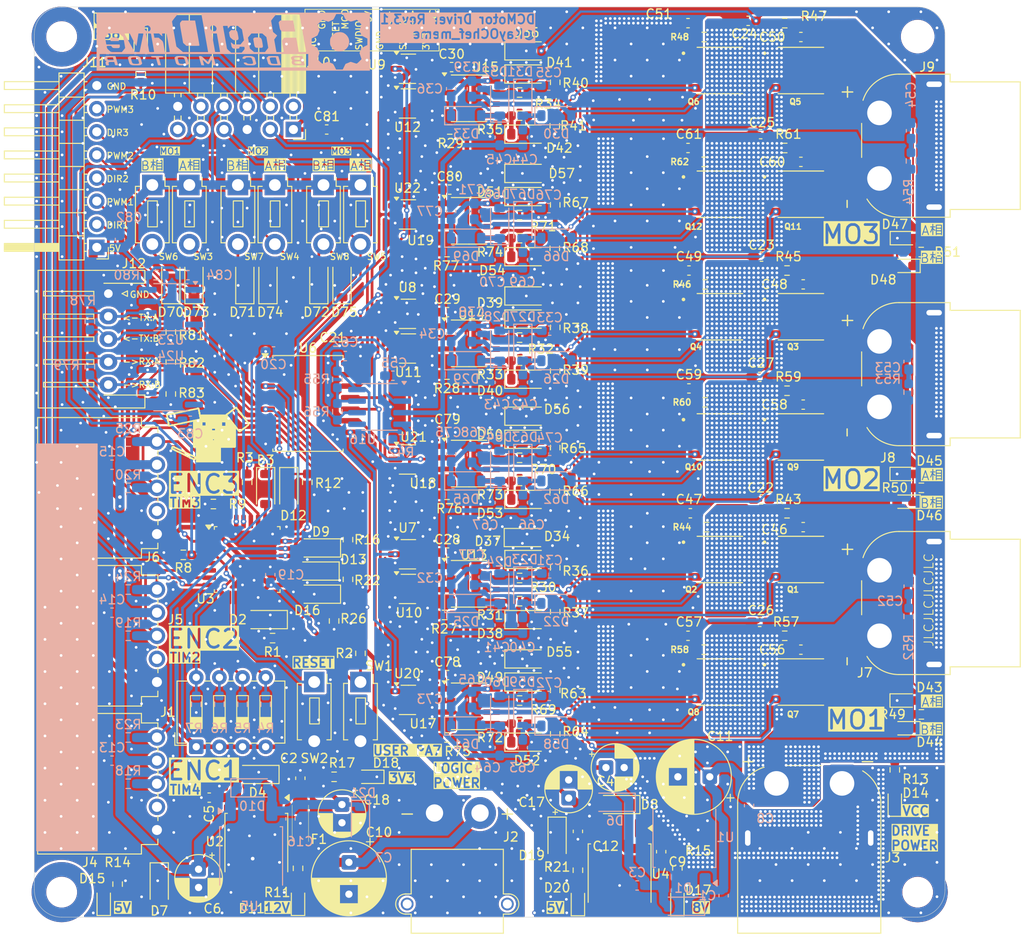
<source format=kicad_pcb>
(kicad_pcb (version 20241229) (generator "pcbnew") (generator_version "9.0")
  (layers (0 "F.Cu" signal) (2 "B.Cu" signal) (13 "F.Paste" user) (15 "B.Paste" user) (5 "F.SilkS" user "F.Silkscreen") (7 "B.SilkS" user "B.Silkscreen") (1 "F.Mask" user) (3 "B.Mask" user) (25 "Edge.Cuts" user))
  (net 0 "")
  (net 1 "GND")
  (net 2 "VCC")
  (net 3 "GNDD")
  (net 4 "+12V")
  (net 5 "+8V")
  (net 6 "+5V")
  (net 7 "+5VD")
  (net 8 "+3V3")
  (net 9 "Net-(D23-K)")
  (net 10 "Net-(D25-K)")
  (net 11 "Net-(D27-K)")
  (net 12 "Net-(D29-K)")
  (net 13 "Net-(D31-K)")
  (net 14 "Net-(D33-K)")
  (net 15 "Source_1A")
  (net 16 "Source_2A")
  (net 17 "Source_3A")
  (net 18 "555_Out_A")
  (net 19 "Net-(D22-K)")
  (net 20 "Net-(D24-K)")
  (net 21 "Net-(D26-K)")
  (net 22 "Net-(D28-K)")
  (net 23 "Net-(D30-K)")
  (net 24 "Net-(D32-K)")
  (net 25 "Net-(U16-THR)")
  (net 26 "Net-(C46-Pad1)")
  (net 27 "Net-(D63-K)")
  (net 28 "Net-(C47-Pad2)")
  (net 29 "Net-(C48-Pad1)")
  (net 30 "Source_1B")
  (net 31 "Net-(C49-Pad2)")
  (net 32 "Net-(C50-Pad1)")
  (net 33 "Source_2B")
  (net 34 "Net-(C51-Pad2)")
  (net 35 "Source_3B")
  (net 36 "DIR1")
  (net 37 "Net-(D2-A)")
  (net 38 "Net-(D3-A)")
  (net 39 "DIR3")
  (net 40 "Net-(D5-A)")
  (net 41 "Net-(D9-A)")
  (net 42 "PWM3")
  (net 43 "Net-(D11-A)")
  (net 44 "Net-(D12-A)")
  (net 45 "DIR2")
  (net 46 "PWM2")
  (net 47 "Net-(D13-A)")
  (net 48 "Net-(D14-A)")
  (net 49 "Net-(D15-A)")
  (net 50 "Net-(D16-A)")
  (net 51 "PWM1")
  (net 52 "Net-(D17-A)")
  (net 53 "Net-(D18-A)")
  (net 54 "Net-(D20-A)")
  (net 55 "Net-(D37-K)")
  (net 56 "Net-(D37-A)")
  (net 57 "Net-(D38-A)")
  (net 58 "Net-(D38-K)")
  (net 59 "Net-(D39-K)")
  (net 60 "Net-(D39-A)")
  (net 61 "Net-(D40-A)")
  (net 62 "Net-(D40-K)")
  (net 63 "Net-(D41-A)")
  (net 64 "Net-(D41-K)")
  (net 65 "Net-(D42-A)")
  (net 66 "Net-(D42-K)")
  (net 67 "Net-(D67-K)")
  (net 68 "Net-(D68-K)")
  (net 69 "Net-(C52-Pad2)")
  (net 70 "Net-(C53-Pad2)")
  (net 71 "Net-(C54-Pad2)")
  (net 72 "Net-(C56-Pad1)")
  (net 73 "DIP_1")
  (net 74 "DIP_2")
  (net 75 "DIP_4")
  (net 76 "DIP_3")
  (net 78 "RE1_B")
  (net 79 "RE1_A")
  (net 81 "RE2_A")
  (net 82 "RE2_B")
  (net 83 "RE3_B")
  (net 84 "RE3_A")
  (net 85 "RESET")
  (net 86 "SWCLK")
  (net 87 "UART_RX")
  (net 88 "UART_TX")
  (net 89 "MCO_IN")
  (net 90 "SWDIO")
  (net 91 "User_Button")
  (net 92 "LED_1")
  (net 93 "Net-(U13-~{SD})")
  (net 94 "Net-(U14-~{SD})")
  (net 95 "Net-(U15-~{SD})")
  (net 96 "Net-(U16-R)")
  (net 97 "Net-(U16-DIS)")
  (net 98 "Net-(U17-~{SD})")
  (net 99 "Net-(U18-~{SD})")
  (net 100 "Net-(U19-~{SD})")
  (net 101 "RS485_TX")
  (net 102 "RS485_RX")
  (net 103 "out_DIR2")
  (net 104 "out_DIR1")
  (net 105 "out_PWM1")
  (net 106 "out_DIR3")
  (net 107 "out_PWM2")
  (net 108 "out_PWM3")
  (net 109 "Net-(U10A-A)")
  (net 111 "Net-(U11A-A)")
  (net 114 "Net-(U12A-A)")
  (net 115 "Net-(U10A-Y)")
  (net 116 "Net-(U11A-Y)")
  (net 117 "Net-(U12A-Y)")
  (net 119 "Net-(U17-IN)")
  (net 120 "Net-(U18-IN)")
  (net 121 "Net-(U19-IN)")
  (net 124 "Net-(D43-A)")
  (net 125 "Net-(D45-A)")
  (net 126 "Net-(D47-A)")
  (net 127 "Net-(D56-K)")
  (net 128 "Net-(D58-K)")
  (net 129 "Net-(D60-K)")
  (net 130 "Net-(C57-Pad2)")
  (net 131 "Net-(D49-A)")
  (net 132 "Net-(D51-A)")
  (net 133 "Net-(D53-A)")
  (net 134 "Net-(D62-K)")
  (net 135 "Net-(D64-K)")
  (net 136 "Net-(C58-Pad1)")
  (net 137 "Net-(D66-K)")
  (net 138 "Net-(C59-Pad2)")
  (net 139 "Net-(C60-Pad1)")
  (net 140 "Net-(C61-Pad2)")
  (net 144 "Net-(J12-Pin_4)")
  (net 145 "Net-(J12-Pin_3)")
  (net 146 "Net-(J12-Pin_2)")
  (net 147 "Net-(J12-Pin_5)")
  (net 148 "Net-(D4-K)")
  (net 149 "Net-(D55-K)")
  (net 150 "Net-(D57-K)")
  (net 151 "Net-(D59-K)")
  (net 152 "Net-(D49-K)")
  (net 153 "Net-(D50-A)")
  (net 154 "Net-(D50-K)")
  (net 155 "Net-(D51-K)")
  (net 156 "Net-(D52-K)")
  (net 157 "Net-(D52-A)")
  (net 158 "Net-(D53-K)")
  (net 159 "Net-(D54-K)")
  (net 160 "Net-(D54-A)")
  (net 161 "Net-(D70-A)")
  (net 162 "Net-(D71-A)")
  (net 163 "Net-(D72-A)")
  (footprint "MyLib:8-SOP Advance (5x5.75)" (layer "F.Cu") (at 185.772 84.836)
    (property "Reference" "Q3")
    (property "Value" "TPH4R008QM")
  )
  (footprint "Capacitor_THT:CP_Radial_D5.0mm_P2.00mm" (layer "F.Cu") (at 135.382 138.43 -90)
    (property "Reference" "C18")
    (property "Value" "16v 100u")
  )
  (footprint "MyLib:8-SOP Advance (5x5.75)" (layer "F.Cu") (at 176.882 57.785)
    (property "Reference" "Q6")
    (property "Value" "TPH4R008QM")
  )
  (footprint "Diode_SMD:D_SOD-123" (layer "F.Cu") (at 155.622 122.43)
    (property "Reference" "D55")
    (property "Value" "1N4148W")
  )
  (footprint "Package_TO_SOT_SMD:SOT-23-5_HandSoldering" (layer "F.Cu") (at 142.574 61.402)
    (property "Reference" "U12")
    (property "Value" "74AHC1G08W5")
  )
  (footprint "Diode_SMD:D_SOD-123" (layer "F.Cu") (at 155.622 69.09)
    (property "Reference" "D57")
    (property "Value" "1N4148W")
  )
  (footprint "Resistor_SMD:R_0603_1608Metric_Pad0.98x0.95mm_HandSolder" (layer "F.Cu") (at 136.0405 113.6885 90)
    (property "Reference" "R22")
    (property "Value" "10k")
  )
  (footprint "Capacitor_THT:CP_Radial_D8.0mm_P3.50mm" (layer "F.Cu") (at 175.768 135.382 180)
    (property "Reference" "C11")
    (property "Value" "50v 100u")
  )
  (footprint "Capacitor_SMD:C_0603_1608Metric_Pad1.08x0.95mm_HandSolder" (layer "F.Cu") (at 181.4565 104.902 180)
    (property "Reference" "C22")
    (property "Value" "0.1u")
  )
  (footprint "Capacitor_SMD:C_0603_1608Metric_Pad1.08x0.95mm_HandSolder" (layer "F.Cu") (at 179.9855 52.324 180)
    (property "Reference" "C24")
    (property "Value" "0.1u")
  )
  (footprint "Resistor_SMD:R_0603_1608Metric_Pad0.98x0.95mm_HandSolder" (layer "F.Cu") (at 134.5165 118.2605 90)
    (property "Reference" "R26")
    (property "Value" "10k")
  )
  (footprint "MyLib:8-SOP Advance (5x5.75)" (layer "F.Cu") (at 185.772 111.506)
    (property "Reference" "Q1")
    (property "Value" "TPH4R008QM")
  )
  (footprint "Diode_SMD:D_SOD-123" (layer "F.Cu") (at 116.586 81.048 90)
    (property "Reference" "D70")
    (property "Value" "1N4148W")
  )
  (footprint "Diode_SMD:D_SOD-123" (layer "F.Cu") (at 155.557 109.095)
    (property "Reference" "D34")
    (property "Value" "1N4148W")
  )
  (footprint "MountingHole:MountingHole_3.2mm_M3" (layer "F.Cu") (at 198.6 148.054)
    (property "Reference" "REF**" (hide yes))
    (property "Value" "MountingHole_3.2mm_M3" (hide yes))
  )
  (footprint "Diode_SMD:D_SOD-123" (layer "F.Cu") (at 155.622 124.97)
    (property "Reference" "D49")
    (property "Value" "1N4148W")
  )
  (footprint "Diode_SMD:D_SOD-123" (layer "F.Cu") (at 119.126 81.048 90)
    (property "Reference" "D73")
    (property "Value" "1N4148W")
  )
  (footprint "Resistor_SMD:R_0603_1608Metric_Pad0.98x0.95mm_HandSolder" (layer "F.Cu") (at 124.968 103.0205 90)
    (property "Reference" "R3")
    (property "Value" "10k")
  )
  (footprint "Diode_SMD:D_SOD-123" (layer "F.Cu") (at 127 103.76 -90)
    (property "Reference" "D3")
    (property "Value" "1N4148W")
  )
  (footprint "Diode_SMD:D_SOD-123" (layer "F.Cu") (at 127.254 81.048 90)
    (property "Reference" "D74")
    (property "Value" "1N4148W")
  )
  (footprint "Diode_SMD:D_SOD-123" (layer "F.Cu") (at 126.112 135.128 180)
    (property "Reference" "D4")
    (property "Value" "1N4148W")
  )
  (footprint "Package_TO_SOT_SMD:TO-252-2" (layer "F.Cu") (at 165.868 146.063 -90)
    (property "Reference" "U4")
    (property "Value" "BA05CC0Tに似た何か")
  )
  (footprint "Capacitor_SMD:C_0603_1608Metric_Pad1.08x0.95mm_HandSolder" (layer "F.Cu") (at 185.7745 67.818)
    (property "Reference" "C60")
    (property "Value" "0.1u")
  )
  (footprint "Resistor_SMD:R_0603_1608Metric_Pad0.98x0.95mm_HandSolder" (layer "F.Cu") (at 137.414 121.8165 90)
    (property "Reference" "R2")
    (property "Value" "10k")
  )
  (footprint "Resistor_SMD:R_0603_1608Metric_Pad0.98x0.95mm_HandSolder" (layer "F.Cu") (at 198.9855 77.724)
    (property "Reference" "R51")
    (property "Value" "24k")
  )
  (footprint "Resistor_SMD:R_0603_1608Metric_Pad0.98x0.95mm_HandSolder" (layer "F.Cu") (at 147.2165 64.262)
    (property "Reference" "R29")
    (property "Value" "10k")
  )
  (footprint "Resistor_SMD:R_0603_1608Metric_Pad0.98x0.95mm_HandSolder" (layer "F.Cu") (at 175.257 94.234 180)
    (property "Reference" "R60")
    (property "Value" "47")
  )
  (footprint "Capacitor_SMD:C_0603_1608Metric_Pad1.08x0.95mm_HandSolder" (layer "F.Cu") (at 181.4565 78.232 180)
    (property "Reference" "C23")
    (property "Value" "0.1u")
  )
  (footprint "Package_SO:SOIC-16W_7.5x10.3mm_P1.27mm" (layer "F.Cu") (at 131.65 94.361)
    (property "Reference" "U6")
    (property "Value" "π160M60")
  )
  (footprint "MyLib:8-SOP Advance (5x5.75)" (layer "F.Cu") (at 176.882 111.506)
    (property "Reference" "Q2")
    (property "Value" "TPH4R008QM")
  )
  (footprint "Resistor_SMD:R_0603_1608Metric_Pad0.98x0.95mm_HandSolder" (layer "F.Cu") (at 154.8845 100.332)
    (property "Reference" "R70")
    (property "Value" "47")
  )
  (footprint "LED_SMD:LED_0603_1608Metric_Pad1.05x0.95mm_HandSolder" (layer "F.Cu") (at 130.556 148.957 90)
    (property "Reference" "D11")
    (property "Value" "LED")
  )
  (footprint "MyLib:8-SOP Advance (5x5.75)" (layer "F.Cu") (at 185.772 124.968)
    (property "Reference" "Q7")
    (property "Value" "TPH4R008QM")
  )
  (footprint "Capacitor_SMD:C_0603_1608Metric_Pad1.08x0.95mm_HandSolder" (layer "F.Cu") (at 161.29 141.3775 -90)
    (property "Reference" "C12")
    (property "Value" "0.1u")
  )
  (footprint "LED_SMD:LED_0603_1608Metric_Pad1.05x0.95mm_HandSolder" (layer "F.Cu") (at 138.336 135.382 180)
    (property "Reference" "D18")
    (property "Value" "LED")
  )
  (footprint "MyLib:8-SOP Advance (5x5.75)" (layer "F.Cu") (at 185.772 71.374)
    (property "Reference" "Q11")
    (property "Value" "TPH4R008QM")
  )
  (footprint "Capacitor_SMD:C_0603_1608Metric_Pad1.08x0.95mm_HandSolder" (layer "F.Cu") (at 186.0285 81.28)
    (property "Reference" "C48")
    (property "Value" "0.1u" (hide yes))
  )
  (footprint "Diode_SMD:D_SOD-123" (layer "F.Cu") (at 155.622 55.628)
    (property "Reference" "D36")
    (property "Value" "1N4148W")
  )
  (footprint "Resistor_SMD:R_0603_1608Metric_Pad0.98x0.95mm_HandSolder" (layer "F.Cu") (at 184.2535 92.964 180)
    (property "Reference" "R59")
    (property "Value" "47")
  )
  (footprint "Capacitor_SMD:C_0603_1608Metric_Pad1.08x0.95mm_HandSolder" (layer "F.Cu") (at 170.434 143.6105 -90)
    (property "Reference" "C9")
    (property "Value" "0.1u")
  )
  (footprint "Connector_AMASS:AMASS_XT60PW-F_1x02_P7.20mm_Horizontal" (layer "F.Cu") (at 194.406 119.888 -90)
    (property "Reference" "J7")
    (property "Value" "MO_XT60_Female1")
  )
  (footprint "Resistor_SMD:R_0603_1608Metric_Pad0.98x0.95mm_HandSolder" (layer "F.Cu") (at 184.2535 106.426 180)
    (property "Reference" "R43")
    (property "Value" "47")
  )
  (footprint "Diode_SMD:D_SOD-123" (layer "F.Cu") (at 155.622 131.574)
    (property "Reference" "D52")
    (property "Value" "1N4148W")
  )
  (footprint "Resistor_SMD:R_0603_1608Metric_Pad0.98x0.95mm_HandSolder" (layer "F.Cu") (at 146.9155 91.186)
    (property "Reference" "R28")
    (property "Value" "10k")
  )
  (footprint "LED_SMD:LED_0603_1608Metric_Pad1.05x0.95mm_HandSolder" (layer "F.Cu") (at 109.22 148.957 90)
    (property "Reference" "D15")
    (property "Value" "LED")
  )
  (footprint "Package_SO:SOIC-8_3.9x4.9mm_P1.27mm" (layer "F.Cu") (at 149.335 127.637)
    (property "Reference" "U17")
    (property "Value" "IRS2302S")
  )
  (footprint "MountingHole:MountingHole_3.2mm_M3" (layer "F.Cu") (at 104.6 148.054)
    (property "Reference" "REF**" (hide yes))
    (property "Value" "MountingHole_3.2mm_M3" (hide yes))
  )
  (footprint "Capacitor_SMD:C_0603_1608Metric_Pad1.08x0.95mm_HandSolder" (layer "F.Cu") (at 146.9655 124.206)
    (property "Reference" "C78")
    (property "Value" "0.1u")
  )
  (footprint "Capacitor_SMD:C_0603_1608Metric_Pad1.08x0.95mm_HandSolder" (layer "F.Cu") (at 173.3815 66.294)
    (property "Reference" "C61")
    (property "Value" "0.1u" (hide yes))
  )
  (footprint "Resistor_SMD:R_0603_1608Metric_Pad0.98x0.95mm_HandSolder" (layer "F.Cu") (at 154.8845 127.002)
    (property "Reference" "R69")
    (property "Value" "47")
  )
  (footprint "Diode_SMD:D_SOD-123" (layer "F.Cu") (at 155.622 95.76)
    (property "Reference" "D56")
    (property "Value" "1N4148W")
  )
  (footprint "Resistor_SMD:R_0603_1608Metric_Pad0.98x0.95mm_HandSolder" (layer "F.Cu") (at 154.8845 62.74)
    (property "Reference" "R35")
    (property "Value" "47")
  )
  (footprint "Capacitor_SMD:C_0603_1608Metric_Pad1.08x0.95mm_HandSolder" (layer "F.Cu") (at 147.2195 70.866)
    (property "Reference" "C80")
    (property "Value" "0.1u")
  )
  (footprint "MyLib:8-SOP Advance (5x5.75)" (layer "F.Cu") (at 176.882 124.968)
    (property "Reference" "Q8")
    (property "Value" "TPH4R008QM")
  )
  (footprint "Resistor_SMD:R_0603_1608Metric_Pad0.98x0.95mm_HandSolder" (layer "F.Cu") (at 136.0405 109.3235 -90)
    (property "Reference" "R16")
    (property "Value" "10k")
  )
  (footprint "Diode_SMD:D_SOD-123" (layer "F.Cu") (at 155.622 118.112)
    (property "Reference" "D38")
    (property "Value" "1N4148W")
  )
  (footprint "Diode_SMD:D_SOD-123" (layer "F.Cu") (at 155.622 85.092)
    (property "Reference" "D39")
    (property "Value" "1N4148W")
  )
  (footprint "Button_Switch_THT:SW_PUSH_1P1T_6x3.5mm_H4.3_APEM_MJTP1243" (layer "F.Cu") (at 123.952 70.358 -90)
    (property "Reference" "SW7")
    (property "Value" "DIR")
  )
  (footprint "Resistor_SMD:R_0603_1608Metric_Pad0.98x0.95mm_HandSolder" (layer "F.Cu") (at 172.212 145.3915 90)
    (property "Reference" "R15")
    (property "Value" "10k")
  )
  (footprint "Connector_JST:JST_XH_S5B-XH-A-1_1x05_P2.50mm_Horizontal" (layer "F.Cu") (at 109.728 82.296 -90)
    (property "Reference" "J12")
    (property "Value" "Conn_01x05_Socket")
  )
  (footprint "Resistor_SMD:R_0603_1608Metric_Pad0.98x0.95mm_HandSolder" (layer "F.Cu") (at 158.798 112.4205 90)
    (property "Reference" "R36")
    (property "Value" "47k")
  )
  (footprint "Capacitor_SMD:C_0603_1608Metric_Pad1.08x0.95mm_HandSolder" (layer "F.Cu") (at 173.3815 52.578)
    (property "Reference" "C51")
    (property "Value" "0.1u")
  )
  (footprint "Diode_SMD:D_SOD-123" (layer "F.Cu") (at 155.622 104.904)
    (property "Reference" "D53")
    (property "Value" "1N4148W")
  )
  (footprint "LED_SMD:LED_0603_1608Metric_Pad1.05x0.95mm_HandSolder" (layer "F.Cu") (at 113.284 54.7795 -90)
    (property "Reference" "D5")
    (property "Value" "LED")
  )
  (footprint "Resistor_SMD:R_0603_1608Metric_Pad0.98x0.95mm_HandSolder" (layer "F.Cu") (at 146.6615 117.602)
    (property "Reference" "R27")
    (property "Value" "10k")
  )
  (footprint "Resistor_SMD:R_0603_1608Metric_Pad0.98x0.95mm_HandSolder" (layer "F.Cu") (at 146.9155 131.064)
    (property "Reference" "R75")
    (property "Value" "10k")
  )
  (footprint "Capacitor_SMD:C_0603_1608Metric_Pad1.08x0.95mm_HandSolder" (layer "F.Cu") (at 146.9655 97.536)
    (property "Reference" "C79")
    (property "Value" "0.1u")
  )
  (footprint "MyLib:PolyFuse_MF-NSMF-series" (layer "F.Cu") (at 130.81 140.494 90)
    (property "Reference" "F1")
    (property "Value" "Polyfuse")
  )
  (footprint "Resistor_SMD:R_0603_1608Metric_Pad0.98x0.95mm_HandSolder" (layer "F.Cu") (at 175.26 81.28 180)
    (property "Reference" "R46")
    (property "Value" "47")
  )
  (footprint "Capacitor_SMD:C_0603_1608Metric_Pad1.08x0.95mm_HandSolder" (layer "F.Cu") (at 173.6355 106.426)
    (property "Reference" "C47")
    (property "Value" "0.1u" (hide yes))
  )
  (footprint "Resistor_SMD:R_0603_1608Metric_Pad0.98x0.95mm_HandSolder" (layer "F.Cu") (at 175.1565 67.818 180)
    (property "Reference" "R62")
    (property "Value" "47")
  )
  (footprint "Diode_SMD:D_SOD-123" (layer "F.Cu") (at 155.622 58.168)
    (property "Reference" "D41")
    (property "Value" "1N4148W")
  )
  (footprint "MyLib:8-SOP Advance (5x5.75)" (layer "F.Cu") (at 176.882 84.836)
    (property "Reference" "Q4")
    (property "Value" "TPH4R008QM")
  )
  (footprint "Diode_SMD:D_SOD-123" (layer "F.Cu") (at 155.622 64.772)
    (property "Reference" "D42")
    (property "Value" "1N4148W")
  )
  (footprint "Package_TO_SOT_SMD:SOT-23-5_HandSoldering" (layer "F.Cu") (at 142.574 100.518)
    (property "Reference" "U21")
    (property "Value" "74AHC1G08W5")
  )
  (footprint "Capacitor_SMD:C_0603_1608Metric_Pad1.08x0.95mm_HandSolder" (layer "F.Cu") (at 120.8035 137.668 180)
    (property "Reference" "C5")
    (property "Value" "0.1u")
  )
  (footprint "Package_TO_SOT_SMD:SOT-23-5_HandSoldering" (layer "F.Cu") (at 142.574 88.326)
    (property "Reference" "U11")
    (property "Value" "74AHC1G08W5")
  )
  (footprint "Capacitor_SMD:C_0603_1608Metric_Pad1.08x0.95mm_HandSolder" (layer "F.Cu") (at 181.356 64.77 180)
    (property "Reference" "C25")
    (property "Value" "0.1u")
  )
  (footprint "LED_SMD:LED_0603_1608Metric_Pad1.05x0.95mm_HandSolder" (layer "F.Cu") (at 197.217 79.248 180)
    (property "Reference" "D48")
    (property "Value" "LED_B")
  )
  (footprint "Diode_SMD:D_SOD-123" (layer "F.Cu") (at 155.622 91.696)
    (property "Reference" "D40")
    (property "Value" "1N4148W")
  )
  (footprint "Resistor_SMD:R_0603_1608Metric_Pad0.98x0.95mm_HandSolder" (layer "F.Cu") (at 158.798 59.0805 90)
    (property "Reference" "R40")
    (property "Value" "47k" (hide yes))
  )
  (footprint "Capacitor_THT:CP_Radial_D5.0mm_P2.00mm" (layer "F.Cu") (at 160.274 137.721 90)
    (property "Reference" "C17")
    (property "Value" "16V 100u")
  )
  (footprint "Resistor_SMD:R_0603_1608Metric_Pad0.98x0.95mm_HandSolder" (layer "F.Cu") (at 131.572 103.0205 90)
    (property "Reference" "R12")
    (property "Value" "10k")
  )
  (footprint "Connector_AMASS:AMASS_XT60PW-F_1x02_P7.20mm_Horizontal" (layer "F.Cu") (at 194.406 69.64 -90)
    (property "Reference" "J9")
    (property "Value" "MO_XT60_Female3")
  )
  (footprint "Resistor_SMD:R_0603_1608Metric_Pad0.98x0.95mm_HandSolder" (layer "F.Cu") (at 183.9995 66.294 180)
    (property "Reference" "R61")
    (property "Value" "47" (hide yes))
  )
  (footprint "Resistor_SMD:R_0603_1608Metric_Pad0.98x0.95mm_HandSolder" (layer "F.Cu") (at 116.586 86.5105 90)
    (property "Reference" "R81")
    (property "Value" "2.2k")
  )
  (footprint "Package_QFP:LQFP-32_7x7mm_P0.8mm" (layer "F.Cu") (at 124.9755 111.506)
    (property "Reference" "U3")
    (property "Value" "STM32G431K8Tx")
  )
  (footprint "Resistor_SMD:R_0603_1608Metric_Pad0.98x0.95mm_HandSolder" (layer "F.Cu") (at 116.586 93.3215 90)
    (property "Reference" "R83")
    (property "Value" "2.2k")
  )
  (footprint "Resistor_SMD:R_0603_1608Metric_Pad0.98x0.95mm_HandSolder" (layer "F.Cu") (at 158.798 72.5425 90)
    (property "Reference" "R67")
    (property "Value" "47k")
  )
  (footprint "Resistor_SMD:R_0603_1608Metric_Pad0.98x0.95mm_HandSolder" (layer "F.Cu") (at 154.8845 60.2)
    (property "Reference" "R34")
    (property "Value" "47")
  )
  (footprint "Resistor_SMD:R_0603_1608Metric_Pad0.98x0.95mm_HandSolder" (layer "F.Cu") (at 158.75 77.3195 90)
    (property "Reference" "R68")
    (property "Value" "47k")
  )
  (footprint "Capacitor_THT:CP_Radial_D8.0mm_P3.50mm" (layer "F.Cu") (at 136.144 144.78 -90)
    (property "Reference" "C10")
    (property "Value" "50v 100u")
  )
  (footprint "Diode_SMD:D_SOD-123" (layer "F.Cu") (at 159.004 142.165 -90)
    (property "Reference" "D19")
    (property "Value" "1N4148W")
  )
  (footprint "Button_Switch_THT:SW_PUSH_1P1T_6x3.5mm_H4.3_APEM_MJTP1243" (layer "F.Cu") (at 118.618 70.358 -90)
    (property "Reference" "SW3")
    (property "Value" "PWM")
  )
  (footprint "Resistor_SMD:R_0603_1608Metric_Pad0.98x0.95mm_HandSolder" (layer "F.Cu") (at 134.5165 135.382 180)
    (property "Reference" "R17")
    (property "Value" "1k")
  )
  (footprint "MyLib:ROGIKEN" (layer "F.Cu") (at 120.51284 98.34372)
    (property "Reference" "ref**" (hide yes))
    (property "Value" "val**" (hide yes))
  )
  (footprint "Resistor_SMD:R_0603_1608Metric_Pad0.98x0.95mm_HandSolder" (layer "F.Cu") (at 158.75 103.9895 90)
    (property "Reference" "R66")
    (property "Value" "47k")
  )
  (footprint "Resistor_SMD:R_0603_1608Metric_Pad0.98x0.95mm_HandSolder" (layer "F.Cu") (at 113.284 58.166 -90)
    (property "Reference" "R10")
    (property "Value" "1k")
  )
  (footprint "Button_Switch_THT:SW_PUSH_1P1T_6x3.5mm_H4.3_APEM_MJTP1243" (layer "F.Cu") (at 137.414 70.358 -90)
    (property "Reference" "SW5")
    (property "Value" "PWM")
  )
  (footprint "Resistor_SMD:R_0603_1608Metric_Pad0.98x0.95mm_HandSolder" (layer "F.Cu") (at 154.8845 129.542)
    (property "Reference" "R72")
    (property "Value" "47")
  )
  (footprint "Resistor_SMD:R_0603_1608Metric_Pad0.98x0.95mm_HandSolder" (layer "F.Cu") (at 154.8845 102.872)
    (property "Reference" "R73")
    (property "Value" "47")
  )
  (footprint "Resistor_SMD:R_0603_1608Metric_Pad0.98x0.95mm_HandSolder" (layer "F.Cu") (at 158.798 90.7835 90)
    (property "Reference" "R39")
    (property "Value" "47k")
  )
  (footprint "Resistor_SMD:R_0603_1608Metric_Pad0.98x0.95mm_HandSolder" (layer "F.Cu") (at 117.9595 110.998 180)
    (property "Reference" "R8")
    (property "Value" "10k")
  )
  (footprint "Capacitor_SMD:C_0603_1608Metric_Pad1.08x0.95mm_HandSolder" (layer "F.Cu") (at 130.81 135.5355 90)
    (property "Reference" "C2")
    (property "Value" "0.1u")
  )
  (footprint "Package_SO:SOIC-8_3.9x4.9mm_P1.27mm" (layer "F.Cu") (at 149.335 74.297)
    (property "Reference" "U19")
    (property "Value" "IRS2302S")
  )
  (footprint "Resistor_SMD:R_0603_1608Metric_Pad0.98x0.95mm_HandSolder" (layer "F.Cu") (at 199.0045 128.524)
    (property "Reference" "R49")
    (property "Value" "24k")
  )
  (footprint "MyLib:PocketHeader_1x05_Horizontal" (layer "F.Cu") (at 108.987 136.144 90)
    (property "Reference" "J4")
    (property "Value" "RE1")
  )
  (footprint "Button_Switch_THT:SW_PUSH_1P1T_6x3.5mm_H4.3_APEM_MJTP1243" (layer "F.Cu") (at 114.554 70.358 -90)
    (property "Reference" "SW6")
    (property "Value" "DIR")
  )
  (footprint "Button_Switch_THT:SW_PUSH_1P1T_6x3.5mm_H4.3_APEM_MJTP1243" (layer "F.Cu") (at 132.334 124.968 -90)
    (property "Reference" "SW2")
    (property "Value" "SW_Push")
  )
  (footprint "Package_TO_SOT_SMD:TO-252-2" (layer "F.Cu") (at 125.978 142.708 -90)
    (property "Reference" "U2")
    (property "Value" "BA05CC0Tに似た何か")
  )
  (footprint "LED_SMD:LED_0603_1608Metric_Pad1.05x0.95mm_HandSolder" (layer "F.Cu") (at 197.217 127)
    (property "Reference" "D43")
    (property "Value" "LED_A")
  )
  (footprint "Capacitor_SMD:C_0603_1608Metric_Pad1.08x0.95mm_HandSolder" (layer "F.Cu") (at 185.7745 121.412)
    (property "Reference" "C56")
    (property "Value" "0.1u")
  )
  (footprint "Resistor_SMD:R_0603_1608Metric_Pad0.98x0.95mm_HandSolder" (layer "F.Cu") (at 121.2615 105.41)
    (property "Reference" "R9")
    (property "Value" "10k")
  )
  (footprint "MyLib:PocketHeader_1x05_Horizontal" (layer "F.Cu") (at 108.987 119.888 90)
    (property "Reference" "J5")
    (property "Value" "RE2")
  )
  (footprint "MyLib:8-SOP Advance (5x5.75)" (layer "F.Cu") (at 185.772 98.044)
    (property "Reference" "Q9")
    (property "Value" "TPH4R008QM")
  )
  (footprint "Diode_SMD:D_SOD-123" (layer "F.Cu") (at 155.622 98.3)
    (property "Reference" "D50")
    (property "Value" "1N4148W")
  )
  (footprint "LED_SMD:LED_0603_1608Metric_Pad1.05x0.95mm_HandSolder" (layer "F.Cu") (at 161.29 148.985 90)
    (property "Reference" "D20")
    (property "Value" "LED")
  )
  (footprint "Resistor_SMD:R_0603_1608Metric_Pad0.98x0.95mm_HandSolder" (layer "F.Cu") (at 116.586 89.8125 90)
    (property "Reference" "R82")
    (property "Value" "2.2k")
  )
  (footprint "Diode_SMD:D_SOD-123" (layer "F.Cu") (at 132.8645 115.316 180)
    (property "Reference" "D16")
    (property "Value" "1N4148W")
  )
  (footprint "MyLib:PocketHeader_1x05_Horizontal" (layer "F.Cu") (at 108.987 103.632 90)
    (property "Reference" "J6")
    (property "Value" "RE3")
  )
  (footprint "Capacitor_THT:CP_Radial_D5.0mm_P2.00mm" (layer "F.Cu") (at 119.634 145.542 -90)
    (property "Reference" "C6")
    (property "Value" "16V 100u")
  )
  (footprint "Button_Switch_THT:SW_PUSH_1P1T_6x3.5mm_H4.3_APEM_MJTP1243" (layer "F.Cu") (at 128.016 70.358 -90)
    (property "Reference" "SW4")
    (property "Value" "PWM")
  )
  (footprint "Package_TO_SOT_SMD:SOT-23-5_HandSoldering" (layer "F.Cu") (at 142.574 73.594)
    (property "Reference" "U22")
    (property "Value" "74AHC1G08W5")
  )
  (footprint "MountingHole:MountingHole_3.2mm_M3" (layer "F.Cu") (at 198.6 54.054)
    (property "Reference" "REF**" (hide yes))
    (property "Value" "MountingHole_3.2mm_M3" (hide yes))
  )
  (footprint "Capacitor_SMD:C_0603_1608Metric_Pad1.08x0.95mm_HandSolder" (layer "F.Cu") (at 146.9655 110.744)
    (property "Reference" "C28")
    (property "Value" "0.1u")
  )
  (footprint "Connector_AMASS:AMASS_XT60PW-M_1x02_P7.20mm_Horizontal" (layer "F.Cu") (at 190.29 136.106 180)
    (property "Reference" "J3")
    (property "Value" "XT60_Male")
  )
  (footprint "Resistor_SMD:R_0603_1608Metric_Pad0.98x0.95mm_HandSolder" (layer "F.Cu") (at 154.8845 116.08)
    (property "Reference" "R31")
    (property "Value" "47")
  )
  (footprint "Resistor_SMD:R_0603_1608Metric_Pad0.98x0.95mm_HandSolder" (layer "F.Cu") (at 158.75 63.8575 90)
    (property "Reference" "R41")
    (property "Value" "47k")
  )
  (footprint "Resistor_SMD:R_0603_1608Metric_Pad0.98x0.95mm_HandSolder" (layer "F.Cu") (at 146.9155 77.724)
    (property "Reference" "R77")
    (property "Value" "10k")
  )
  (footprint "Resistor_SMD:R_0603_1608Metric_Pad0.98x0.95mm_HandSolder" (layer "F.Cu") (at 161.29 145.6455 90)
    (property "Reference" "R21")
    (property "Value" "1k")
  )
  (footprint "Resistor_SMD:R_0603_1608Metric_Pad0.98x0.95mm_HandSolder" (layer "F.Cu") (at 154.8845 76.202)
    (property "Reference" "R74")
    (property "Value" "47")
  )
  (footprint "Diode_SMD:D_SOD-123" (layer "F.Cu") (at 132.8645 110.236 180)
    (property "Reference" "D9")
    (property "Value" "1N4148W")
  )
  (footprint "Capacitor_SMD:C_0603_1608Metric_Pad1.08x0.95mm_HandSolder" (layer "F.Cu") (at 173.482 92.71)
    (property "Reference" "C59")
    (property "Value" "0.1u" (hide yes))
  )
  (footprint "LED_SMD:LED_0603_1608Metric_Pad1.05x0.95mm_HandSolder" (layer "F.Cu") (at 197.245 76.2)
    (property "Reference" "D47")
    (property "Value" "LED_A")
  )
  (footprint "MyLib:8-SOP Advance (5x5.75)" (layer "F.Cu") (at 185.772 57.785)
    (property "Reference" "Q5")
    (property "Value" "TPH4R008QM")
  )
  (footprint "Resistor_SMD:R_0603_1608Metric_Pad0.98x0.95mm_HandSolder" (layer "F.Cu") (at 183.9995 119.888 180)
    (property "Reference" "R57")
    (property "Value" "47")
  )
  (footprint "Button_Switch_THT:SW_PUSH_1P1T_6x3.5mm_H4.3_APEM_MJTP1243" (layer "F.Cu") (at 133.35 70.358 -90)
    (property "Reference" "SW8")
    (property "Value" "DIR")
  )
  (footprint "Package_TO_SOT_SMD:SOT-23-5_HandSoldering" (layer "F.Cu") (at 142.574 84.516)
    (property "Reference" "U8")
    (property "Value" "74AHC1G04W5")
  )
  (footprint "Package_TO_SOT_SMD:SOT-23-5_HandSoldering" (layer "F.Cu") (at 142.574 126.934)
    (property "Reference" "U20")
    (property "Value" "74AHC1G08W5")
  )
  (footprint "Diode_SMD:D_SOD-123" (layer "F.Cu") (at 124.714 81.048 90)
    (property "Reference" "D71")
    (property "Value" "1N4148W")
  )
  (footprint "LED_SMD:LED_0603_1608Metric_Pad1.05x0.95mm_HandSolder" (layer "F.Cu") (at 196.088 138.063 90)
    (property "Reference" "D14")
    (property "Value" "LED")
  )
  (footprint "Button_Switch_THT:SW_PUSH_1P1T_6x3.5mm_H4.3_APEM_MJTP1243" (layer "F.Cu") (at 137.414 124.968 -90)
    (property "Reference" "SW1")
    (property "Value" "SW_Push")
  )
  (footprint "Resistor_SMD:R_0603_1608Metric_Pad0.98x0.95mm_HandSolder" (layer "F.Cu") (at 154.8845 87.124)
    (property "Reference" "R32")
    (property "Value" "47")
  )
  (footprint "Diode_SMD:D_SOD-123" (layer "F.Cu") (at 115.316 147.192 -90)
    (property "Reference" "D7")
    (property "Value" "1N4148W")
  )
  (footprint "Diode_SMD:D_SOD-123" (layer "F.Cu") (at 129.54 103.76 -90)
    (property "Reference" "D12")
    (property "Value" "1N4148W")
  )
  (footprint "Resistor_SMD:R_0603_1608Metric_Pad0.98x0.95mm_HandSolder" (layer "F.Cu") (at 154.8845 73.662)
    (property "Reference" "R71")
    (property "Value" "47")
  )
  (footprint "Package_SO:SOIC-8_3.9x4.9mm_P1.27mm" (layer "F.Cu") (at 149.335 100.967)
    (property "Reference" "U18")
    (property "Value" "IRS2302S")
  )
  (footprint "Resistor_SMD:R_0603_1608Metric_Pad0.98x0.95mm_HandSolder" (layer "F.Cu") (at 158.798 99.2125 90)
    (property "Reference" "R65")
    (property "Value" "47k")
  )
  (footprint "Resistor_SMD:R_0603_1608Metric_Pad0.98x0.95mm_HandSolder" (layer "F.Cu") (at 158.798 86.0045 90)
    (property "Reference" "R38")
    (property "Value" "47k")
  )
  (footprint "Resistor_SMD:R_0603_1608Metric_Pad0.98x0.95mm_HandSolder" (layer "F.Cu") (at 175.1565 121.412 180)
    (property "Reference" "R58")
    (property "Value" "47")
  )
  (footprint "Diode_SMD:D_SOD-123" (layer "F.Cu") (at 127.0245 118.11 180)
    (property "Reference" "D2")
    (property "Value" "1N4148W")
  )
  (footprint "Resistor_SMD:R_0603_1608Metric_Pad0.98x0.95mm_HandSolder" (layer "F.Cu") (at 154.8845 89.664)
    (property "Reference" "R33")
    (property "Value" "47")
  )
  (footprint "Capacitor_THT:CP_Radial_D5.0mm_P2.00mm" (layer "F.Cu") (at 164.37 134.366)
    (property "Reference" "C4")
    (property "Value" "16V 100u")
  )
  (footprint "Resistor_SMD:R_0603_1608Metric_Pad0.98x0.95mm_HandSolder" (layer "F.Cu") (at 158.798 125.8825 90)
    (property "Reference" "R63")
    (property "Value" "47k")
  )
  (footprint "Connector_AMASS:AMASS_XT60PW-F_1x02_P7.20mm_Horizontal" (layer "F.Cu") (at 194.406 94.742 -90)
    (property "Reference" "J8")
    (property "Value" "MO_XT60_Female2")
  )
  (footprint "Resistor_SMD:R_0603_1608Metric_Pad0.98x0.95mm_HandSolder" (layer "F.Cu") (at 175.4105 107.95 180)
    (property "Reference" "R44")
    (property "Value" "47")
  )
  (footprint "Connector_AMASS:AMASS_XT30PW-M_1x02_P2.50mm_Horizontal" (layer "F.Cu") (at 145.542 139.359 180)
    (property "Reference" "J2")
    (property "Value" "XT30_Male")
  )
  (footprint "Capacitor_SMD:C_0603_1608Metric_Pad1.08x0.95mm_HandSolder" (layer "F.Cu") (at 147.4205 57.404)
    (property "Reference" "C30")
    (property "Value" "0.1u")
  )
  (footprint "LED_SMD:LED_0603_1608Metric_Pad1.05x0.95mm_HandSolder" (layer "F.Cu") (at 172.212 148.985 90)
    (property "Reference" "D17")
    (property "Value" "LED")
  )
  (footprint "Package_SO:SOIC-8_3.9x4.9mm_P1.27mm" (layer "F.Cu") (at 149.335 60.835)
    (property "Reference" "U15")
    (property "Value" "IRS2302S")
  )
  (footprint "LED_SMD:LED_0603_1608Metric_Pad1.05x0.95mm_HandSolder" (layer "F.Cu") (at 197.217 102.108)
    (property "Reference" "D45")
    (property "Value" "LED_A")
  )
  (footprint "Capacitor_SMD:C_0603_1608Metric_Pad1.08x0.95mm_HandSolder" (layer "F.Cu") (at 146.9655 84.328)
    (property "Reference" "C29")
    (property "Value" "0.1u")
  )
  (footprint "LED_SMD:LED_0603_1608Metric_Pad1.05x0.95mm_HandSolder" (layer "F.Cu") (at 197.217 105.156 180)
    (property "Reference" "D46")
    (property "Value" "LED_B")
  )
  (footprint "Resistor_SMD:R_0603_1608Metric_Pad0.98x0.95mm_HandSolder" (layer "F.Cu") (at 127.762 120.142)
    (property "Reference" "R1")
    (property "Value" "10k")
  )
  (footprint "Diode_SMD:D_SOD-123" (layer "F.Cu") (at 155.622 78.234)
    (property "Reference" "D54")
    (property "Value" "1N4148W")
  )
  (footprint "Package_TO_SOT_SMD:SOT-23-5_HandSoldering" (layer "F.Cu") (at 142.574 57.592)
    (property "Reference" "U9")
    (property "Value" "74AHC1G04W5")
  )
  (footprint "Capacitor_SMD:C_0603_1608Metric_Pad1.08x0.95mm_HandSolder" (layer "F.Cu") (at 186.0285 94.488)
    (property "Reference" "C58")
    (property "Value" "0.1u")
  )
  (footprint "Package_SO:SOIC-8_3.9x4.9mm_P1.27mm" (layer "F.Cu") (at 149.335 87.759)
    (property "Reference" "U14")
    (property "Value" "IRS2302S")
  )
  (footprint "Resistor_SMD:R_0603_1608Metric_Pad0.98x0.95mm_HandSolder" (layer "F.Cu") (at 158.798 130.6615 90)
    (property "Reference" "R64")
    (property "Value" "47k")
  )
  (footprint "Resistor_SMD:R_0603_1608Metric_Pad0.98x0.95mm_HandSolder" (layer "F.Cu") (at 110.744 147.1695 90)
    (property "Reference" "R14")
    (property "Value" "1k")
  )
  (footprint "Capacitor_SMD:C_0603_1608Metric_Pad1.08x0.95mm_HandSolder" (layer "F.Cu") (at 185.7745 54.102)
    (property "Reference" "C50")
    (property "Value" "0.1u")
  )
  (footprint "Resistor_SMD:R_0603_1608Metric_Pad0.98x0.95mm_HandSolder" (layer "F.Cu") (at 196.088 134.62 90)
    (property "Reference" "R13")
    (property "Value" "24k")
  )
  (footprint "Connector_PinSocket_2.54mm:PinSocket_2x06_P2.54mm_Horizontal" (layer "F.Cu") (at 130.048 64.262 -90)
    (property "Reference" "J10")
    (property "Value" "Conn_02x06_Odd_Even")
  )
  (footprint "Capacitor_SMD:C_0603_1608Metric_Pad1.08x0.95mm_HandSolder" (layer "F.Cu") (at 136.398 87.2755 90)
    (property "Reference" "C21")
    (property "Value" "0.1u")
  )
  (footprint "LED_SMD:LED_0603_1608Metric_Pad1.05x0.95mm_HandSolder" (layer "F.Cu") (at 197.217 130.048 180)
    (property "Reference" "D44")
    (property "Value" "LED_B")
  )
  (footprint "Diode_SMD:D_SOD-123" (layer "F.Cu") (at 132.716 112.776 180)
    (property "Reference" "D13")
    (property "Value" "1N4148W")
  )
  (footprint "Diode_SMD:D_SOD-123" (layer "F.Cu") (at 135.382 81.048 90)
    (property "Reference" "D75")
    (property "Value" "1N4148W")
  )
  (footprint "Resistor_SMD:R_0603_1608Metric_Pad0.98x0.95mm_HandSolder" (layer "F.Cu") (at 175.1565 54.102 180)
    (property "Reference" "R48")
    (property "Value" "47")
  )
  (footprint "MyLib:8-SOP Advance (5x5.75)" (layer "F.Cu") (at 176.882 71.374)
    (property "Reference" "Q12")
    (property "Value" "TPH4R008QM")
  )
  (footprint "Button_Switch_THT:SW_DIP_SPSTx04_Slide_6.7x11.72mm_W7.62mm_P2.54mm_LowProfile" (layer "F.Cu") (at 119.38 132.08 90)
    (property "Reference" "J1")
    (property "Value" "Conn_02x04_Counter_Clockwise")
  )
  (footprint "Resistor_SMD:R_0603_1608Metric_Pad0.98x0.95mm_HandSolder" (layer "F.Cu") (at 146.9155 104.394)
    (property "Reference" "R76")
    (property "Value" "10k")
  )
  (footprint "Diode_SMD:D_SOD-123" (layer "F.Cu") (at 155.622 82.552)
    (property "Reference" "D35" (hide yes))
    (property "Value" "1N4148W")
  )
  (footprint "Resistor_SMD:R_0603_1608Metric_Pad0.98x0.95mm_HandSolder" (layer "F.Cu") (at 184.2535 79.756 180)
    (property "Reference" "R45")
    (property "Value" "47")
  )
  (footprint "Capacitor_SMD:C_0603_1608Metric_Pad1.08x0.95mm_HandSolder" (layer "F.Cu") (at 173.485 79.756)
    (property "Reference" "C49")
    (property "Value" "0.1u" (hide yes))
  )
  (footprint "Capacitor_SMD:C_0603_1608Metric_Pad1.08x0.95mm_HandSolder" (layer "F.Cu") (at 181.2555 91.44 180)
    (property "Reference" "C27")
    (property "Value" "0.1u")
  )
  (footprint "Diode_SMD:D_SOD-123" (layer "F.Cu") (at 155.622 71.63)
    (property "Reference" "D51")
    (property "Value" "1N4148W")
  )
  (footprint "Diode_SMD:D_SOD-123" (layer "F.Cu") (at 165.736 138.43 180)
    (property "Reference" "D8")
    (property "Value" "1N4148W")
  )
  (footprint "Capacitor_SMD:C_0603_1608Metric_Pad1.08x0.95mm_HandSolder" (layer "F.Cu") (at 133.7045 64.262)
    (property "Reference" "C81")
    (property "Value" "0.1u")
  )
  (footprint "Package_SO:SOIC-8_3.9x4.9mm_P1.27mm" (layer "F.Cu") (at 149.335 114.175)
    (property "Reference" "U13")
    (property "Value" "IRS2302S")
  )
  (footprint "Resistor_SMD:R_0603_1608Metric_Pad0.98x0.95mm_HandSolder" (layer "F.Cu") (at 199.0045 103.632)
    (property "Reference" "R50")
    (property "Value" "24k")
  )
  (footprint "Resistor_SMD:R_0603_1608Metric_Pad0.98x0.95mm_HandSolder" (layer "F.Cu") (at 130.556 145.4385 90)
    (property "Reference" "R11")
    (property "Value" "24k")
  )
  (footprint "Capacitor_SMD:C_0603_1608Metric_Pad1.08x0.95mm_HandSolder" (layer "F.Cu") (at 173.3815 119.888)
    (property "Reference" "C57")
    (property "Value" "0.1u")
  )
  (footprint "Resistor_SMD:R_0603_1608Metric_Pad0.98x0.95mm_HandSolder" (layer "F.Cu") (at 183.9995 52.578 180)
    (property "Reference" "R47")
    (property "Value" "47")
  )
  (footprint "Package_TO_SOT_SMD:SOT-23-5_HandSoldering" (layer "F.Cu") (at 142.574 114.742)
    (property "Reference" "U10")
    (property "Value" "74AHC1G08W5")
  )
  (footprint "Capacitor_SMD:C_0603_1608Metric_Pad1.08x0.95mm_HandSolder" (layer "F.Cu") (at 181.2555 118.364 180)
    (property "Reference" "C26")
    (property "Value" "0.1u")
  )
  (footprint "Capacitor_SMD:C_0603_1608Metric_Pad1.08x0.95mm_HandSolder" (layer "F.Cu") (at 186.0285 107.95)
    (property "Reference" "C46")
    (property "Value" "0.1u")
  )
  (footprint "Resistor_SMD:R_0603_1608Metric_Pad0.98x0.95mm_HandSolder" (layer "F.Cu") (at 158.798 117.2445 90)
    (property "Reference" "R37")
    (property "Value" "47k")
  )
  (footprint "MyLib:8-SOP Advance (5x5.75)" (layer "F.Cu") (at 176.882 98.044)
    (property "Reference" "Q10")
    (property "Value" "TPH4R008QM")
  )
  (footprint "Resistor_SMD:R_0603_1608Metric_Pad0.98x0.95mm_HandSolder" (layer "F.Cu") (at 154.8845 113.54)
    (property "Reference" "R30")
    (property "Value" "47")
  )
  (footprint "MountingHole:MountingHole_3.2mm_M3" (layer "F.Cu") (at 104.6 54.054)
    (property "Reference" "REF**" (hide yes))
    (property "Value" "MountingHole_3.2mm_M3" (hide yes))
  )
  (footprint "Diode_SMD:D_SOD-123" (layer "F.Cu") (at 155.622 111.508)
    (property "Reference" "D37")
    (property "Value" "1N4148W")
  )
  (footprint "Diode_SMD:D_SOD-123" (layer "F.Cu") (at 132.842 81.048 90)
    (property "Reference" "D72")
    (property "Value" "1N4148W")
  )
  (footprint "Connector_PinHeader_2.54mm:PinHeader_1x08_P2.54mm_Horizontal" (layer "F.Cu") (at 108.458 77.216 180)
    (property "Reference" "J11")
    (property "Value" "Conn_01x08_Pin")
  )
  (footprint "Package_TO_SOT_SMD:SOT-23-5_HandSoldering" (layer "F.Cu") (at 142.574 110.932)
    (property "Reference" "U7")
    (property "Value" "74AHC1G04W5")
  )
  (footprint "Diode_SMD:D_SOD-123" (layer "B.Cu") (at 149.02 89.664)
    (property "Reference" "D29")
    (property "Value" "1N4148W")
  )
  (footprint "Resistor_SMD:R_0603_1608Metric_Pad0.98x0.95mm_HandSolder" (layer "B.Cu") (at 119.38 127.4045 90)
    (property "Reference" "R7")
    (property "Value" "10k")
  )
  (footprint "Capacitor_SMD:C_0603_1608Metric_Pad1.08x0.95mm_HandSolder" (layer "B.Cu") (at 127.508 113.1835 90)
    (property "Reference" "C19")
    (property "Value" "0.1u")
  )
  (footprint "Capacitor_SMD:C_0603_1608Metric_Pad1.08x0.95mm_HandSolder" (layer "B.Cu") (at 139.954 141.732 90)
    (property "Reference" "C7")
    (property "Value" "0.1u")
  )
  (footprint "Package_SO:SOP-8_3.76x4.96mm_P1.27mm" (layer "B.Cu") (at 116.5885 83.787 180)
    (property "Reference" "U23")
    (property "Value" "UTRS485G-S08-R")
  )
  (footprint "Capacitor_SMD:C_0603_1608Metric_Pad1.08x0.95mm_HandSolder" (layer "B.Cu") (at 197.601427 89.7625 -90)
    (property "Reference" "C53")
    (property "Value" "0.1u")
  )
  (footprint "Resistor_SMD:R_0603_1608Metric_Pad0.98x0.95mm_HandSolder" (layer "B.Cu") (at 111.9105 98.552 180)
    (property "Reference" "R25")
    (property "Value" "10k")
  )
  (footprint "Capacitor_SMD:C_0603_1608Metric_Pad1.08x0.95mm_HandSolder" (layer "B.Cu") (at 155.242 78.5885 -90)
    (property "Reference" "C69")
    (property "Value" "1u")
  )
  (footprint "MyLib:BDCrogidrive_nega" (layer "B.Cu") (at 123.444 54.61 180)
    (property "Reference" "G***")
    (property "Value" "LOGO" (hide yes))
  )
  (footprint "Diode_SMD:D_SOD-123" (layer "B.Cu") (at 125.538 136.597)
    (property "Reference" "D10")
    (property "Value" "1N4148W")
  )
  (footprint "Diode_SMD:D_SOD-123" (layer "B.Cu") (at 155.242 128.144 -90)
    (property "Reference" "D59")
    (property "Value" "1N4148W")
  )
  (footprint "Capacitor_SMD:C_0603_1608Metric_Pad1.08x0.95mm_HandSolder" (layer "B.Cu") (at 158.1855 113.032 180)
    (property "Reference" "C31")
    (property "Value" "1u")
  )
  (footprint "Capacitor_SMD:C_0603_1608Metric_Pad1.08x0.95mm_HandSolder" (layer "B.Cu") (at 158.1895 99.57 180)
    (property "Reference" "C74")
    (property "Value" "1u")
  )
  (footprint "Diode_SMD:D_SOD-123" (layer "B.Cu") (at 152.7 128.146 90)
    (property "Reference" "D60")
    (property "Value" "1N4148W")
  )
  (footprint "Resistor_SMD:R_0603_1608Metric_Pad0.98x0.95mm_HandSolder" (layer "B.Cu") (at 197.866 67.7145 90)
    (property "Reference" "R54")
    (property "Value" "120")
  )
  (footprint "Capacitor_SMD:C_0603_1608Metric_Pad1.08x0.95mm_HandSolder" (layer "B.Cu") (at 135.7365 89.154)
    (property "Reference" "C62")
    (property "Value" "0.1u")
  )
  (footprint "Resistor_SMD:R_0603_1608Metric_Pad0.98x0.95mm_HandSolder" (layer "B.Cu") (at 111.9105 131.064 180)
    (property "Reference" "R23")
    (property "Value" "10k")
  )
  (footprint "Capacitor_SMD:C_0603_1608Metric_Pad1.08x0.95mm_HandSolder" (layer "B.Cu") (at 149.654 126.9015 90)
    (property "Reference" "C65")
    (property "Value" "0.22u")
  )
  (footprint "Capacitor_SMD:C_0603_1608Metric_Pad1.08x0.95mm_HandSolder" (layer "B.Cu") (at 158.0885 72.898 180)
    (property "Reference" "C76")
    (property "Value" "1u")
  )
  (footprint "Capacitor_SMD:C_0603_1608Metric_Pad1.08x0.95mm_HandSolder" (layer "B.Cu") (at 110.1355 101.092 180)
    (property "Reference" "C15")
    (property "Value" "0.1u")
  )
  (footprint "Resistor_SMD:R_0603_1608Metric_Pad0.98x0.95mm_HandSolder" (layer "B.Cu") (at 134.874 91.7175 -90)
    (property "Reference" "R55")
    (property "Value" "240")
  )
  (footprint "Diode_SMD:D_SOD-123" (layer "B.Cu") (at 155.242 88.012 -90)
    (property "Reference" "D27")
    (property "Value" "1N4148W")
  )
  (footprint "Capacitor_SMD:C_0603_1608Metric_Pad1.08x0.95mm_HandSolder" (layer "B.Cu") (at 158.1345 126.494 180)
    (property "Reference" "C72")
    (property "Value" "1u")
  )
  (footprint "Capacitor_SMD:C_0603_1608Metric_Pad1.08x0.95mm_HandSolder" (layer "B.Cu") (at 149.908 113.4395 90)
    (property "Reference" "C37")
    (property "Value" "0.22u")
  )
  (footprint "Resistor_SMD:R_0603_1608Metric_Pad0.98x0.95mm_HandSolder" (layer "B.Cu") (at 111.9105 136.144 180)
    (property "Reference" "R18")
    (property "Value" "10k")
  )
  (footprint "Diode_SMD:D_SOD-123" (layer "B.Cu") (at 165.228 138.176 180)
    (property "Reference" "D6")
    (property "Value" "1N4148W")
  )
  (footprint "Resistor_SMD:R_0603_1608Metric_Pad0.98x0.95mm_HandSolder" (layer "B.Cu") (at 124.46 127.4045 90)
    (property "Reference" "R5")
    (property "Value" "10k")
  )
  (footprint "Capacitor_SMD:C_0603_1608Metric_Pad1.08x0.95mm_HandSolder" (layer "B.Cu") (at 155.242 92.0505 -90)
    (property "Reference" "C42")
    (property "Value" "1u")
  )
  (footprint "Diode_SMD:D_SOD-123" (layer "B.Cu") (at 172.848 149.606 180)
    (property "Reference" "D1")
    (property "Value" "1N4148W")
  )
  (footprint "Diode_SMD:D_SOD-123" (layer "B.Cu") (at 155.242 61.088 -90)
    (property "Reference" "D31")
    (property "Value" "1N4148W")
  )
  (footprint "Capacitor_SMD:C_0603_1608Metric_Pad1.08x0.95mm_HandSolder" (layer "B.Cu") (at 197.612 114.4475 -90)
    (property "Reference" "C52")
    (property "Value" "0.1u")
  )
  (footprint "Capacitor_SMD:C_0603_1608Metric_Pad1.08x0.95mm_HandSolder" (layer "B.Cu") (at 147.368 86.7165 -90)
    (property "Reference" "C34")
    (property "Value" "1u")
  )
  (footprint "Capacitor_SMD:C_0603_1608Metric_Pad1.08x0.95mm_HandSolder" (layer "B.Cu") (at 152.702 132.1825 -90)
    (property "Reference" "C64")
    (property "Value" "1u")
  )
  (footprint "Capacitor_SMD:C_0603_1608Metric_Pad1.08x0.95mm_HandSolder" (layer "B.Cu") (at 149.654 99.9775 90)
    (property "Reference" "C68")
    (property "Value" "0.22u")
  )
  (footprint "Resistor_SMD:R_0603_1608Metric_Pad0.98x0.95mm_HandSolder" (layer "B.Cu") (at 111.9105 103.632 180)
    (property "Reference" "R20")
    (property "Value" "10k")
  )
  (footprint "Capacitor_SMD:C_0603_1608Metric_Pad1.08x0.95mm_HandSolder" (layer "B.Cu") (at 155.238 118.7205 -90)
    (property "Reference" "C40")
    (property "Value" "1u")
  )
  (footprint "Diode_SMD:D_SOD-123" (layer "B.Cu") (at 155.242 101.22 -90)
    (property "Reference" "D63")
    (property "Value" "1N4148W")
  )
  (footprint "Capacitor_SMD:C_0603_1608Metric_Pad1.08x0.95mm_HandSolder" (layer "B.Cu") (at 158.1895 86.362 180)
    (property "Reference" "C33")
    (property "Value" "1u")
  )
  (footprint "Resistor_SMD:R_0603_1608Metric_Pad0.98x0.95mm_HandSolder" (layer "B.Cu") (at 107.696 90.3205 -90)
    (property "Reference" "R79")
    (property "Value" "120")
  )
  (footprint "Capacitor_SMD:C_0603_1608Metric_Pad1.08x0.95mm_HandSolder" (layer "B.Cu") (at 149.654 86.7165 90)
    (property "Reference" "C38")
    (property "Value" "0.22u")
  )
  (footprint "Capacitor_SMD:C_0603_1608Metric_Pad1.08x0.95mm_HandSolder" (layer "B.Cu") (at 152.702 92.0505 -90)
    (property "Reference" "C43")
    (property "Value" "1u")
  )
  (footprint "Capacitor_SMD:C_0603_1608Metric_Pad1.08x0.95mm_HandSolder" (layer "B.Cu") (at 147.366 126.8485 -90)
    (property "Reference" "C73")
    (property "Value" "1u")
  )
  (footprint "Capacitor_SMD:C_0603_1608Metric_Pad1.08x0.95mm_HandSolder" (layer "B.Cu") (at 177.292 148.4365 -90)
    (property "Reference" "C1")
    (property "Value" "0.1u")
  )
  (footprint "Diode_SMD:D_SOD-123" (layer "B.Cu") (at 152.702 88.014 90)
    (property "Reference" "D28")
    (property "Value" "1N4148W")
  )
  (footprint "Capacitor_SMD:C_0603_1608Metric_Pad1.08x0.95mm_HandSolder" (layer "B.Cu") (at 147.368 73.2545 -90)
    (property "Reference" "C77")
    (property "Value" "1u")
  )
  (footprint "Resistor_SMD:R_0603_1608Metric_Pad0.98x0.95mm_HandSolder" (layer "B.Cu") (at 111.9105 114.808 180)
    (property "Reference" "R24")
    (property "Value" "10k")
  )
  (footprint "Resistor_SMD:R_0603_1608Metric_Pad0.98x0.95mm_HandSolder" (layer "B.Cu") (at 114.9585 80.264 180)
    (property "Reference" "R80")
    (property "Value" "2.2k")
  )
  (footprint "Diode_SMD:D_SOD-123" (layer "B.Cu") (at 158.922 116.334)
    (property "Reference" "D22")
    (property "Value" "1N4148W")
  )
  (footprint "Diode_SMD:D_SOD-123" (layer "B.Cu") (at 158.924 89.664)
    (property "Reference" "D26")
    (property "Value" "1N4148W")
  )
  (footprint "Capacitor_SMD:C_0603_1608Metric_Pad1.08x0.95mm_HandSolder" (layer "B.Cu") (at 158.0885 59.438 180)
    (property "Reference" "C35")
    (property "Value" "1u")
  )
  (footprint "Capacitor_SMD:C_0603_1608Metric_Pad1.08x0.95mm_HandSolder" (layer "B.Cu") (at 155.24 132.1825 -90)
    (property "Reference" "C63")
    (property "Value" "1u")
  )
  (footprint "Diode_SMD:D_SOD-123" (layer "B.Cu") (at 149.018 102.872)
    (property "Reference" "D65")
    (property "Value" "1N4148W")
  )
  (footprint "Capacitor_SMD:C_0603_1608Metric_Pad1.08x0.95mm_HandSolder" (layer "B.Cu") (at 197.866 64.4095 -90)
    (property "Reference" "C54")
    (property "Value" "0.1u")
  )
  (footprint "Diode_SMD:D_SOD-123" (layer "B.Cu") (at 152.7 114.684 90)
    (property "Reference" "D24")
    (property "Value" "1N4148W")
  )
  (footprint "Diode_SMD:D_SOD-123" (layer "B.Cu") (at 149.018 76.202)
    (property "Reference" "D69")
    (property "Value" "1N4148W")
  )
  (footprint "Capacitor_SMD:C_0603_1608Metric_Pad1.08x0.95mm_HandSolder" (layer "B.Cu") (at 152.702 105.2585 -90)
    (property "Reference" "C67")
    (property "Value" "1u")
  )
  (footprint "Capacitor_SMD:C_0603_1608Metric_Pad1.08x0.95mm_HandSolder" (layer "B.Cu") (at 147.368 99.9225 -90)
    (property "Reference" "C75")
    (property "Value" "1u")
  )
  (footprint "Diode_SMD:D_SOD-123" (layer "B.Cu") (at 158.924 102.872)
    (property "Reference" "D62")
    (property "Value" "1N4148W")
  )
  (footprint "Capacitor_SMD:C_0603_1608Metric_Pad1.08x0.95mm_HandSolder" (layer "B.Cu") (at 110.1355 117.348 180)
    (property "Reference" "C14")
    (property "Value" "0.1u")
  )
  (footprint "Capacitor_SMD:C_0603_1608Metric_Pad1.08x0.95mm_HandSolder" (layer "B.Cu") (at 118.7185 96.266)
    (property "Reference" "C83")
    (property "Value" "0.1u")
  )
  (footprint "Diode_SMD:D_SOD-123" (layer "B.Cu") (at 158.924 62.74)
    (property "Reference" "D30")
    (property "Value" "1N4148W")
  )
  (footprint "Resistor_SMD:R_0603_1608Metric_Pad0.98x0.95mm_HandSolder" (layer "B.Cu") (at 121.92 127.4045 90)
    (property "Reference" "R6")
    (property "Value" "10k")
  )
  (footprint "Diode_SMD:D_SOD-123" (layer "B.Cu") (at 158.924 76.202)
    (property "Reference" "D66")
    (property "Value" "1N4148W")
  )
  (footprint "Capacitor_SMD:C_0603_1608Metric_Pad1.08x0.95mm_HandSolder" (layer "B.Cu") (at 110.998 76.3535 90)
    (property "Reference" "C82")
    (property "Value" "0.1u")
  )
  (footprint "Capacitor_SMD:C_0603_1608Metric_Pad1.08x0.95mm_HandSolder" (layer "B.Cu") (at 167.7935 147.32 180)
    (property "Reference" "C3")
    (property "Value" "0.1u")
  )
  (footprint "Capacitor_SMD:C_0603_1608Metric_Pad1.08x0.95mm_HandSolder" (layer "B.Cu") (at 149.908 73.2545 90)
    (property "Reference" "C71")
    (property "Value" "0.22u")
  )
  (footprint "Diode_SMD:D_SOD-123" (layer "B.Cu") (at 149.018 129.796)
    (property "Reference" "D61")
    (property "Value" "1N4148W")
  )
  (footprint "Capacitor_SMD:C_0603_1608Metric_Pad1.08x0.95mm_HandSolder" (layer "B.Cu") (at 152.702 65.1265 -90)
    (property "Reference" "C45")
    (property "Value" "1u")
  )
  (footprint "Capacitor_SMD:C_0603_1608Metric_Pad1.08x0.95mm_HandSolder" (layer "B.Cu") (at 127.8625 88.646)
    (property "Reference" "C20")
    (property "Value" "0.1u")
  )
  (footprint "Capacitor_SMD:C_0603_1608Metric_Pad1.08x0.95mm_HandSolder" (layer "B.Cu") (at 129.73 139.9995 -90)
    (property "Reference" "C16")
    (property "Value" "0.1u")
  )
  (footprint "Resistor_SMD:R_0603_1608Metric_Pad0.98x0.95mm_HandSolder" (layer "B.Cu") (at 111.9105 119.888 180)
    (property "Reference" "R19")
    (property "Value" "10k")
  )
  (footprint "Capacitor_SMD:C_0603_1608Metric_Pad1.08x0.95mm_HandSolder" (layer "B.Cu") (at 110.1355 133.604 180)
    (property "Reference" "C13")
    (property "Value" "0.1u")
  )
  (footprint "Capacitor_SMD:C_0603_1608Metric_Pad1.08x0.95mm_HandSolder" (layer "B.Cu") (at 152.698 118.7205 -90)
    (property "Reference" "C41")
    (property "Value" "1u")
  )
  (footprint "Capacitor_SMD:C_0603_1608Metric_Pad1.08x0.95mm_HandSolder" (layer "B.Cu") (at 155.242 105.2585 -90)
    (property "Reference" "C66")
    (property "Value" "1u")
  )
  (footprint "Package_SO:SOP-8_3.76x4.96mm_P1.27mm" (layer "B.Cu") (at 116.5835 92.583 180)
    (property "Reference" "U24")
    (property "Value" "UTRS485G-S08-R")
  )
  (footprint "Package_SO:SOIC-8_3.9x4.9mm_P1.27mm" (layer "B.Cu") (at 139.511 94.742 180)
    (property "Reference" "U16")
    (property "Value" "NE555D")
  )
  (footprint "Resistor_SMD:R_0603_1608Metric_Pad0.98x0.95mm_HandSolder" (layer "B.Cu") (at 127 127.4045 90)
    (property "Reference" "R4")
    (property "Value" "10k")
  )
  (footprint "Package_TO_SOT_SMD:TO-252-2" (layer "B.Cu") (at 125.406 144.177 -90)
    (property "Reference" "U5")
    (property "Value" "BA033CC0FP")
  )
  (footprint "Capacitor_SMD:C_0603_1608Metric_Pad1.08x0.95mm_HandSolder" (layer "B.Cu") (at 118.4645 80.264)
    (property "Reference" "C84")
    (property "Value" "0.1u")
  )
  (footprint "Resistor_SMD:R_0603_1608Metric_Pad0.98x0.95mm_HandSolder" (layer "B.Cu") (at 107.696 85.344 -90)
    (property "Reference" "R78")
    (property "Value" "120")
  )
  (footprint "Resistor_SMD:R_0603_1608Metric_Pad0.98x0.95mm_HandSolder" (layer "B.Cu") (at 197.612 117.7525 90)
    (property "Reference" "R52")
    (property "Value" "120")
  )
  (footprint "Diode_SMD:D_SOD-123" (layer "B.Cu") (at 149.018 62.74)
    (property "Reference" "D33")
    (property "Value" "1N4148W")
  )
  (footprint "Diode_SMD:D_SOD-123" (layer "B.Cu") (at 152.702 61.09 90)
    (property "Reference" "D32")
    (property "Value" "1N4148W")
  )
  (footprint "Package_TO_SOT_SMD:TO-252-2" (layer "B.Cu") (at 172.98 142.026 90)
    (property "Reference" "U1")
    (property "Value" "NJM7808SDL1")
  )
  (footprint "Resistor_SMD:R_0603_1608Metric_Pad0.98x0.95mm_HandSolder" (layer "B.Cu") (at 141.8825 98.298)
    (property "Reference" "R42")
    (property "Value" "10k")
  )
  (footprint "Capacitor_SMD:C_0603_1608Metric_Pad1.08x0.95mm_HandSolder" (layer "B.Cu") (at 155.242 65.1265 -90)
    (property "Reference" "C44")
    (property "Value" "1u")
  )
  (footprint "Capacitor_SMD:C_0603_1608Metric_Pad1.08x0.95mm_HandSolder" (layer "B.Cu") (at 180.086 138.5305 -90)
    (property "Reference" "C8")
    (property "Value" "0.1u")
  )
  (footprint "Diode_SMD:D_SOD-123" (layer "B.Cu") (at 158.924 129.796)
    (property "Reference" "D58")
    (property "Value" "1N4148W")
  )
  (footprint "Capacitor_SMD:C_0603_1608Metric_Pad1.08x0.95mm_HandSolder" (layer "B.Cu") (at 152.702 78.5885 -90)
    (property "Reference" "C70")
    (property "Value" "1u")
  )
  (footprint "Diode_SMD:D_SOD-123" (layer "B.Cu") (at 137.414 140.334 -90)
    (property "Reference" "D21")
    (property "Value" "1N4148W")
  )
  (footprint "Diode_SMD:D_SOD-123" (layer "B.Cu") (at 152.702 101.222 90)
    (property "Reference" "D64")
    (property "Value" "1N4148W")
  )
  (footprint "Capacitor_SMD:C_0603_1608Metric_Pad1.08x0.95mm_HandSolder" (layer "B.Cu") (at 147.368 59.7925 -90)
    (property "Reference" "C36")
    (property "Value" "1u")
  )
  (footprint "Resistor_SMD:R_0603_1608Metric_Pad0.98x0.95mm_HandSolder" (layer "B.Cu") (at 197.612 93.1145 90)
    (property "Reference" "R53")
    (property "Value" "120")
  )
  (footprint "Resistor_SMD:R_0603_1608Metric_Pad0.98x0.95mm_HandSolder" (layer "B.Cu") (at 134.874 95.2735 -90)
    (property "Reference" "R56")
    (property "Value" "240")
  )
  (footprint "Capacitor_SMD:C_0603_1608Metric_Pad1.08x0.95mm_HandSolder" (layer "B.Cu") (at 149.654 59.7925 90)
    (property "Reference" "C39")
    (property "Value" "0.22u")
  )
  (footprint "Diode_SMD:D_SOD-123" (layer "B.Cu") (at 155.242 74.55 -90)
    (property "Reference" "D67")
    (property "Value" "1N4148W")
  )
  (footprint "Diode_SMD:D_SOD-123" (layer "B.Cu") (at 155.238 114.682 -90)
    (property "Reference" "D23")
    (property "Value" "1N4148W")
  )
  (footprint "Diode_SMD:D_SOD-123" (layer "B.Cu") (at 152.702 74.552 90)
    (property "Reference" "D68")
    (property "Value" "1N4148W")
  )
  (footprint "Capacitor_SMD:C_0603_1608Metric_Pad1.08x0.95mm_HandSolder" (layer "B.Cu") (at 147.366 113.3865 -90)
    (property "Reference" "C32")
    (property "Value" "1u")
  )
  (footprint "Capacitor_SMD:C_0603_1608Metric_Pad1.08x0.95mm_HandSolder" (layer "B.Cu") (at 140.97 91.313)
    (property "Reference" "C55")
    (property "Value" "0.01u")
  )
  (footprint "Diode_SMD:D_SOD-123" (layer "B.Cu") (at 149.018 116.336)
    (property "Reference" "D25")
    (property "Value" "1N4148W")
  )
  (gr_circle (center 198.6 148.054) (end 201.1 148.054) (stroke (width 1.6)) (fill no) (layer "F.Cu") (net 1))
  (gr_circle (center 198.6 148.054) (end 201.1 148.054) (stroke (width 1.6)) (fill no) (layer "F.Cu") (net 1))
  (gr_circle (center 104.6 54.054) (end 107.1 54.054) (stroke (width 1.6)) (fill no) (layer "F.Cu"))
  (gr_circle (center 104.6 148.054) (end 107.1 148.054) (stroke (width 1.6)) (fill no) (layer "F.Cu"))
  (gr_circle (center 104.6 54.054) (end 107.1 54.054) (stroke (width 1.6)) (fill no) (layer "B.Cu"))
  (gr_circle (center 198.6 148.054) (end 201.1 148.054) (stroke (width 1.6)) (fill no) (layer "B.Cu") (net 1))
  (gr_circle (center 104.6 148.054) (end 107.1 148.054) (stroke (width 1.6)) (fill no) (layer "B.Cu"))
  (gr_rect (start 131.318 51.054) (end 146.05 55.626) (stroke (width 0.1)) (fill no) (layer "F.SilkS"))
  (gr_rect (start 101.854 98.806) (end 108.503767 143.51) (stroke (width 0.1)) (fill yes) (layer "B.SilkS"))
  (gr_line (start 104.6 50.8) (end 198.6 50.8) (stroke (width 0.05)) (layer "Edge.Cuts"))
  (gr_arc (start 104.6 150.8) (mid 102.47868 149.92132) (end 101.6 147.8) (stroke (width 0.05)) (layer "Edge.Cuts"))
  (gr_line (start 101.6 147.8) (end 101.6 53.8) (stroke (width 0.05)) (layer "Edge.Cuts"))
  (gr_arc (start 198.6 50.8) (mid 200.72132 51.67868) (end 201.6 53.8) (stroke (width 0.05)) (layer "Edge.Cuts"))
  (gr_arc (start 201.6 147.8) (mid 200.72132 149.92132) (end 198.6 150.8) (stroke (width 0.05)) (layer "Edge.Cuts"))
  (gr_arc (start 101.6 53.8) (mid 102.47868 51.67868) (end 104.6 50.8) (stroke (width 0.05)) (layer "Edge.Cuts"))
  (gr_line (start 201.6 53.8) (end 201.6 147.8) (stroke (width 0.05)) (layer "Edge.Cuts"))
  (gr_line (start 198.6 150.8) (end 104.6 150.8) (stroke (width 0.05)) (layer "Edge.Cuts"))
  (gr_text "->RX:B" (at 111.252 92.71 0) (layer "F.SilkS") (effects (font (size 0.7 0.7) (thickness 0.12) (bold yes)) (justify left bottom)))
  (gr_text "12V" (at 126.746 150.368 0) (layer "F.SilkS" knockout) (effects (font (size 1 1) (thickness 0.2) (bold yes)) (justify left bottom)))
  (gr_text "MO3" (at 134.112 67.056 0) (layer "F.SilkS" knockout) (effects (font (size 0.7 0.7) (thickness 0.12) (bold yes)) (justify left bottom)))
  (gr_text "DIR2" (at 109.474 70.104 0) (layer "F.SilkS") (effects (font (size 0.7 0.7) (thickness 0.12) (bold yes)) (justify left bottom)))
  (gr_text "<-TX:B" (at 111.252 87.63 0) (layer "F.SilkS") (effects (font (size 0.7 0.7) (thickness 0.12) (bold yes)) (justify left bottom)))
  (gr_text "A相" (at 201.422 75.946 0) (layer "F.SilkS" knockout) (effects (font (size 1 1) (thickness 0.1)) (justify right bottom)))
  (gr_text "MO1" (at 188.468 130.302 0) (layer "F.SilkS" knockout) (effects (font (size 2 2) (thickness 0.3)) (justify left bottom)))
  (gr_text "B相" (at 201.422 130.81 0) (layer "F.SilkS" knockout) (effects (font (size 1 1) (thickness 0.1)) (justify right bottom)))
  (gr_text "MO1" (at 115.316 67.056 0) (layer "F.SilkS" knockout) (effects (font (size 0.7 0.7) (thickness 0.12) (bold yes)) (justify left bottom)))
  (gr_text "RESET" (at 129.794 123.444 0) (layer "F.SilkS" knockout) (effects (font (size 1 1) (thickness 0.2) (bold yes)) (justify left bottom)))
  (gr_text "A相" (at 201.422 127.762 0) (layer "F.SilkS" knockout) (effects (font (size 1 1) (thickness 0.1)) (justify right bottom)))
  (gr_text "RX<-" (at 140.97 54.356 90) (layer "F.SilkS") (effects (font (size 0.7 0.7) (thickness 0.12) (bold yes)) (justify left bottom)))
  (gr_text "MO2" (at 187.96 103.886 0) (layer "F.SilkS" knockout) (effects (font (size 2 2) (thickness 0.3)) (justify left bottom)))
  (gr_text "SWDIO" (at 137.668 55.626 90) (layer "F.SilkS") (effects (font (size 0.7 0.7) (thickness 0.12) (bold yes)) (justify left bottom)))
  (gr_text "USER PA7" (at 138.684 133.096 0) (layer "F.SilkS" knockout) (effects (font (size 1 1) (thickness 0.2) (bold yes)) (justify left bottom)))
  (gr_text "MO3" (at 187.96 76.962 0) (layer "F.SilkS" knockout) (effects (font (size 2 2) (thickness 0.3)) (justify left bottom)))
  (gr_text "PWM2" (at 109.474 67.564 0) (layer "F.SilkS") (effects (font (size 0.7 0.7) (thickness 0.12) (bold yes)) (justify left bottom)))
  (gr_text "3V3" (at 140.462 136.117 0) (layer "F.SilkS" knockout) (effects (font (size 1 1) (thickness 0.2) (bold yes)) (justify left bottom)))
  (gr_text "RESET" (at 135.128 55.626 90) (layer "F.SilkS") (effects (font (size 0.7 0.7) (thickness 0.12) (bold yes)) (justify left bottom)))
  (gr_text "A相" (at 138.684 68.834 0) (layer "F.SilkS" knockout) (effects (font (size 1 1) (thickness 0.1)) (justify right bottom)))
  (gr_text "A相" (at 201.422 102.87 0) (layer "F.SilkS" knockout) (effects (font (size 1 1) (thickness 0.1)) (justify right bottom)))
  (gr_text "TIM4" (at 116.36 137.38 0) (layer "F.SilkS" knockout) (effects (font (size 1 1) (thickness 0.2) (bold yes)) (justify left bottom)))
  (gr_text "5V" (at 109.728 77.724 0) (layer "F.SilkS") (effects (font (size 0.7 0.7) (thickness 0.12) (bold yes)) (justify left bottom)))
  (gr_text "ENC3" (at 116.078 104.394 0) (layer "F.SilkS" knockout) (effects (font (size 2 2) (thickness 0.3)) (justify left bottom)))
  (gr_text "<-TX:A" (at 111.252 85.344 0) (layer "F.SilkS") (effects (font (size 0.7 0.7) (thickness 0.12) (bold yes)) (justify left bottom)))
  (gr_text "B相" (at 134.62 68.834 0) (layer "F.SilkS" knockout) (effects (font (size 1 1) (thickness 0.1)) (justify right bottom)))
  (gr_text "GND" (at 133.604 53.34 90) (layer "F.SilkS") (effects (font (size 0.7 0.7) (thickness 0.12) (bold yes)) (justify left bottom)))
  (gr_text "B相" (at 115.824 68.834 0) (layer "F.SilkS" knockout) (effects (font (size 1 1) (thickness 0.1)) (justify right bottom)))
  (gr_text "DIR3" (at 109.474 65.024 0) (layer "F.SilkS") (effects (font (size 0.7 0.7) (thickness 0.12) (bold yes)) (justify left bottom)))
  (gr_text "5V" (at 110.236 150.368 0) (layer "F.SilkS" knockout) (effects (font (size 1 1) (thickness 0.2) (bold yes)) (justify left bottom)))
  (gr_text "NC" (at 132.588 55.626 90) (layer "F.SilkS") (effects (font (size 0.7 0.7) (thickness 0.12) (bold yes)) (justify left bottom)))
  (gr_text "A相" (at 119.888 68.834 0) (layer "F.SilkS" knockout) (effects (font (size 1 1) (thickness 0.1)) (justify right bottom)))
  (gr_text "MO2" (at 124.968 67.056 0) (layer "F.SilkS" knockout) (effects (font (size 0.7 0.7) (thickness 0.12) (bold yes)) (justify left bottom)))
  (gr_text "3V3" (at 145.034 55.626 90) (layer "F.SilkS") (effects (font (size 0.7 0.7) (thickness 0.12) (bold yes)) (justify left bottom)))
  (gr_text "TX->" (at 143.51 54.102 90) (layer "F.SilkS") (effects (font (size 0.7 0.7) (thickness 0.12) (bold yes)) (justify left bottom)))
  (gr_text "SWCLK" (at 142.494 55.626 90) (layer "F.SilkS") (effects (font (size 0.7 0.7) (thickness 0.12) (bold yes)) (justify left bottom)))
  (gr_text "GND" (at 139.954 55.626 90) (layer "F.SilkS") (effects (font (size 0.7 0.7) (thickness 0.12) (bold yes)) (justify left bottom)))
  (gr_text "DRIVE\nPOWER" (at 195.58 143.51 0) (layer "F.SilkS" knockout) (effects (font (size 1 1) (thickness 0.2) (bold yes)) (justify left bottom)))
  (gr_text "PWM3" (at 109.474 62.484 0) (layer "F.SilkS") (effects (font (size 0.7 0.7) (thickness 0.12) (bold yes)) (justify left bottom)))
  (gr_text "USER\nPB8" (at 107.95 54.356 0) (layer "F.SilkS" knockout) (effects (font (size 1 1) (thickness 0.2) (bold yes)) (justify left bottom)))
  (gr_text "NC" (at 145.796 52.578 90) (layer "F.SilkS") (effects (font (size 0.7 0.7) (thickness 0.12) (bold yes)) (justify left bottom)))
  (gr_text "PWM1" (at 109.474 72.644 0) (layer "F.SilkS") (effects (font (size 0.7 0.7) (thickness 0.12) (bold yes)) (justify left bottom)))
  (gr_text "JLCJLCJLCJLC" (at 200.406 121.158 90) (layer "F.SilkS") (effects (font (size 1 1) (thickness 0.1)) (justify left bottom)))
  (gr_text "TIM3" (at 116.35 105.84 0) (layer "F.SilkS" knockout) (effects (font (size 1 1) (thickness 0.2) (bold yes)) (justify left bottom)))
  (gr_text "LOGIC\nPOWER" (at 145.288 136.652 0) (layer "F.SilkS" knockout) (effects (font (size 1 1) (thickness 0.2) (bold yes)) (justify left bottom)))
  (gr_text "ENC2" (at 116.078 121.412 0) (layer "F.SilkS" knockout) (effects (font (size 2 2) (thickness 0.3)) (justify left bottom)))
  (gr_text "GND" (at 112.014 82.804 0) (layer "F.SilkS") (effects (font (size 0.7 0.7) (thickness 0.12) (bold yes)) (justify left bottom)))
  (gr_text "B相" (at 201.422 105.918 0) (layer "F.SilkS" knockout) (effects (font (size 1 1) (thickness 0.1)) (justify right bottom)))
  (gr_text "VCC" (at 196.823 139.723 0) (layer "F.SilkS" knockout) (effects (font (size 1 1) (thickness 0.2) (bold yes)) (justify left bottom)))
  (gr_text "MCO" (at 136.144 53.34 90) (layer "F.SilkS") (effects (font (size 0.7 0.7) (thickness 0.12) (bold yes)) (justify left bottom)))
  (gr_text "DIR1" (at 109.474 75.184 0) (layer "F.SilkS") (effects (font (size 0.7 0.7) (thickness 0.12) (bold yes)) (justify left bottom)))
  (gr_text "TIM2" (at 116.36 122.87 0) (layer "F.SilkS" knockout) (effects (font (size 1 1) (thickness 0.2) (bold yes)) (justify left bottom)))
  (gr_text "GND" (at 109.474 59.944 0) (layer "F.SilkS") (effects (font (size 0.7 0.7) (thickness 0.12) (bold yes)) (justify left bottom)))
  (gr_text "B相" (at 125.222 68.834 0) (layer "F.SilkS" knockout) (effects (font (size 1 1) (thickness 0.1)) (justify right bottom)))
  (gr_text "ENC1" (at 116.078 135.89 0) (layer "F.SilkS" knockout) (effects (font (size 2 2) (thickness 0.3)) (justify left bottom)))
  (gr_text "A相" (at 129.286 68.834 0) (layer "F.SilkS" knockout) (effects (font (size 1 1) (thickness 0.1)) (justify right bottom)))
  (gr_text "5V" (at 157.734 150.368 0) (layer "F.SilkS" knockout) (effects (font (size 1 1) (thickness 0.2) (bold yes)) (justify left bottom)))
  (gr_text "5V" (at 138.684 52.578 90) (layer "F.SilkS") (effects (font (size 0.7 0.7) (thickness 0.12) (bold yes)) (justify left bottom)))
  (gr_text "8V" (at 173.736 150.368 0) (layer "F.SilkS" knockout) (effects (font (size 1 1) (thickness 0.2) (bold yes)) (justify left bottom)))
  (gr_text "->RX:A" (at 111.252 90.17 0) (layer "F.SilkS") (effects (font (size 0.7 0.7) (thickness 0.12) (bold yes)) (justify left bottom)))
  (gr_text "B相" (at 201.422 78.994 0) (layer "F.SilkS" knockout) (effects (font (size 1 1) (thickness 0.1)) (justify right bottom)))
  (gr_text "DCMotor Driver Rev3.1\n@KayOChef_meme" (at 156.718 54.356 0) (layer "B.SilkS" knockout) (effects (font (size 1 1) (thickness 0.2) (bold yes)) (justify left bottom mirror)))
  (segment (start 174.1465 78.232) (end 180.594 78.232) (width 0.5) (layer "F.Cu") (net 1))
  (segment (start 145.54 116.08) (end 146.86 116.08) (width 0.5) (layer "F.Cu") (net 1))
  (segment (start 147.828 123.751) (end 146.759 122.682) (width 0.5) (layer "F.Cu") (net 1))
  (segment (start 159.004 143.815) (end 159.715 143.815) (width 1) (layer "F.Cu") (net 1))
  (segment (start 196.088 138.938) (end 196.088 144.554) (width 0.5) (layer "F.Cu") (net 1))
  (segment (start 147.828 97.028) (end 146.812 96.012) (width 0.5) (layer "F.Cu") (net 1))
  (segment (start 136.3 98.806) (end 136.80924 98.806) (width 0.3) (layer "F.Cu") (net 1))
  (segment (start 145.452 69.94) (end 147.357 69.94) (width 0.5) (layer "F.Cu") (net 1))
  (segment (start 146.250654 96.012) (end 146.304 96.012) (width 0.3) (layer "F.Cu") (net 1))
  (segment (start 145.794 89.664) (end 146.86 89.664) (width 0.5) (layer "F.Cu") (net 1))
  (segment (start 176.784 51.308) (end 173.789 51.308) (width 0.5) (layer "F.Cu") (net 1))
  (segment (start 174.043 118.364) (end 172.519 119.888) (width 0.5) (layer "F.Cu") (net 1))
  (segment (start 146.608 76.454) (end 146.86 76.202) (width 0.5) (layer "F.Cu") (net 1))
  (segment (start 180.393 91.44) (end 173.8895 91.44) (width 0.5) (layer "F.Cu") (net 1))
  (segment (start 173.8895 91.44) (end 172.6195 92.71) (width 0.5) (layer "F.Cu") (net 1))
  (segment (start 173.789 51.308) (end 172.519 52.578) (width 0.5) (layer "F.Cu") (net 1))
  (segment (start 146.304 96.012) (end 146.812 96.012) (width 0.3) (layer "F.Cu") (net 1))
  (segment (start 148.082 70.665) (end 148.082 70.866) (width 0.5) (layer "F.Cu") (net 1))
  (segment (start 193.256 136.106) (end 196.088 138.938) (width 0.5) (layer "F.Cu") (net 1))
  (segment (start 145.2145 98.4785) (end 145.2145 97.048154) (width 0.3) (layer "F.Cu") (net 1))
  (segment (start 147.828 97.536) (end 147.828 97.028) (width 0.5) (layer "F.Cu") (net 1))
  (segment (start 146.304 96.012) (end 146.558 95.758) (width 0.3) (layer "F.Cu") (net 1))
  (segment (start 147.828 124.206) (end 147.828 123.751) (width 0.5) (layer "F.Cu") (net 1))
  (segment (start 147.828 84.328) (end 147.828 83.873) (width 0.5) (layer "F.Cu") (net 1))
  (segment (start 147.357 69.94) (end 148.082 70.665) (width 0.5) (layer "F.Cu") (net 1))
  (segment (start 174.043 64.77) (end 172.519 66.294) (width 0.5) (layer "F.Cu") (net 1))
  (segment (start 147.828 83.873) (end 147.279279 83.324279) (width 0.5) (layer "F.Cu") (net 1))
  (segment (start 135.128 88.026) (end 135.128 87.683) (width 0.5) (layer "F.Cu") (net 1))
  (segment (start 174.297 104.902) (end 172.773 106.426) (width 0.5) (layer "F.Cu") (net 1))
  (segment (start 168.405 149.86) (end 165.868 147.323) (width 0.5) (layer "F.Cu") (net 1))
  (segment (start 145.288 98.552) (end 145.2145 98.4785) (width 0.3) (layer "F.Cu") (net 1))
  (segment (start 147.279279 83.324279) (end 145.69 83.324279) (width 0.5) (layer "F.Cu") (net 1))
  (segment (start 161.29 149.86) (end 163.331 149.86) (width 0.5) (layer "F.Cu") (net 1))
  (segment (start 163.331 149.86) (end 165.868 147.323) (width 0.5) (layer "F.Cu") (net 1))
  (segment (start 190.782 149.86) (end 172.212 149.86) (width 0.5) (layer "F.Cu") (net 1))
  (segment (start 146.304 96.012) (end 146.304 95.504) (width 0.3) (layer "F.Cu") (net 1))
  (segment (start 180.594 104.902) (end 174.297 104.902) (width 0.5) (layer "F.Cu") (net 1))
  (segment (start 147.828 110.744) (end 147.828 110.289) (width 0.3) (layer "F.Cu") (net 1))
  (segment (start 145.288 76.454) (end 146.608 76.454) (width 0.5) (layer "F.Cu") (net 1))
  (segment (start 190.29 136.106) (end 193.256 136.106) (width 0.5) (layer "F.Cu") (net 1))
  (segment (start 136.80924 98.806) (end 138.76262 100.75938) (width 0.3) (layer "F.Cu") (net 1))
  (segment (start 144.78 116.84) (end 145.54 116.08) (width 0.5) (layer "F.Cu") (net 1))
  (segment (start 147.828 110.289) (end 145.743 108.204) (width 0.3) (layer "F.Cu") (net 1))
  (segment (start 145.288 70.104) (end 145.452 69.94) (width 0.5) (layer "F.Cu") (net 1))
  (segment (start 174.1465 78.232) (end 172.6225 79.756) (width 0.5) (layer "F.Cu") (net 1))
  (segment (start 158.75 64.77) (end 155.956 67.564) (width 0.3) (layer "F.Cu") (net 1))
  (segment (start 144.526 93.726) (end 146.304 95.504) (width 0.5) (layer "F.Cu") (net 1))
  (segment (start 196.088 144.554) (end 190.782 149.86) (width 0.5) (layer "F.Cu") (net 1))
  (segment (start 146.304 95.504) (end 146.558 95.758) (width 0.5) (layer "F.Cu") (net 1))
  (segment (start 145.29 102.872) (end 146.86 102.872) (width 0.3) (layer "F.Cu") (net 1))
  (segment (start 174.043 64.77) (end 180.4935 64.77) (width 0.5) (layer "F.Cu") (net 1))
  (segment (start 145.2145 97.048154) (end 146.250654 96.012) (width 0.3) (layer "F.Cu") (net 1))
  (segment (start 145.034 129.54) (end 146.858 129.54) (width 0.5) (layer "F.Cu") (net 1))
  (segment (start 146.858 129.54) (end 146.86 129.542) (width 0.5) (layer "F.Cu") (net 1))
  (segment (start 172.212 149.86) (end 168.405 149.86) (width 0.5) (layer "F.Cu") (net 1))
  (segment (start 177.8 52.324) (end 176.784 51.308) (width 0.5) (layer "F.Cu") (net 1))
  (segment (start 145.288 102.87) (end 145.29 102.872) (width 0.3) (layer "F.Cu") (net 1))
  (segment (start 146.759 122.682) (end 145.288 122.682) (width 0.5) (layer "F.Cu") (net 1))
  (segment (start 135.128 87.683) (end 136.398 86.413) (width 0.5) (layer "F.Cu") (net 1))
  (segment (start 145.288 90.17) (end 145.794 89.664) (width 0.5) (layer "F.Cu") (net 1))
  (segment (start 180.393 118.364) (end 174.043 118.364) (width 0.5) (layer "F.Cu") (net 1))
  (segment (start 145.743 108.204) (end 145.034 108.204) (width 0.3) (layer "F.Cu") (net 1))
  (segment (start 146.558 95.758) (end 146.812 96.012) (width 0.5) (layer "F.Cu") (net 1))
  (segment (start 155.956 67.564) (end 155.956 70.866) (width 0.3) (layer "F.Cu") (net 1))
  (segment (start 179.123 52.324) (end 177.8 52.324) (width 0.5) (layer "F.Cu") (net 1))
  (segment (start 159.715 143.815) (end 161.29 142.24) (width 1) (layer "F.Cu") (net 1))
  (via (at 165.354 90.678) (size 0.5) (drill 0.3) (layers "F.Cu" "B.Cu") (net 1))
  (via (at 145.034 124.714) (size 0.5) (drill 0.3) (layers "F.Cu" "B.Cu") (net 1))
  (via (at 183.896 139.7) (size 0.5) (drill 0.3) (layers "F.Cu" "B.Cu") (net 1))
  (via (at 194.818 142.24) (size 0.5) (drill 0.3) (layers "F.Cu" "B.Cu") (net 1))
  (via (at 143.764 107.442) (size 0.5) (drill 0.3) (layers "F.Cu" "B.Cu") (net 1))
  (via (at 186.182 143.764) (size 0.5) (drill 0.3) (layers "F.Cu" "B.Cu") (net 1))
  (via (at 163.83 58.928) (size 0.5) (drill 0.3) (layers "F.Cu" "B.Cu") (net 1))
  (via (at 164.592 120.396) (size 0.5) (drill 0.3) (layers "F.Cu" "B.Cu") (net 1))
  (via (at 145.796 66.802) (size 0.5) (drill 0.3) (layers "F.Cu" "B.Cu") (net 1))
  (via (at 171.958 141.732) (size 0.5) (drill 0.3) (layers "F.Cu" "B.Cu") (net 1))
  (via (at 165.1 67.818) (size 0.5) (drill 0.3) (layers "F.Cu" "B.Cu") (net 1))
  (via (at 184.912 140.716) (size 0.5) (drill 0.3) (layers "F.Cu" "B.Cu") (net 1))
  (via (at 172.974 114.554) (size 0.5) (drill 0.3) (layers "F.Cu" "B.Cu") (net 1))
  (via (at 191.880724 146.787935) (size 0.5) (drill 0.3) (layers "F.Cu" "B.Cu") (net 1))
  (via (at 163.576 83.566) (size 0.5) (drill 0.3) (layers "F.Cu" "B.Cu") (net 1))
  (via (at 164.084 95.758) (size 0.5) (drill 0.3) (layers "F.Cu" "B.Cu") (net 1))
  (via (at 157.734 73.914) (size 0.5) (drill 0.3) (layers "F.Cu" "B.Cu") (net 1))
  (via (at 163.322 56.896) (size 0.5) (drill 0.3) (layers "F.Cu" "B.Cu") (net 1))
  (via (at 143.764 97.79) (size 0.5) (drill 0.3) (layers "F.Cu" "B.Cu") (net 1))
  (via (at 181.864 150.114) (size 0.5) (drill 0.3) (layers "F.Cu" "B.Cu") (net 1))
  (via (at 167.386 52.578) (size 0.5) (drill 0.3) (layers "F.Cu" "B.Cu") (net 1))
  (via (at 163.596468 114.968147) (size 0.5) (drill 0.3) (layers "F.Cu" "B.Cu") (net 1))
  (via (at 163.576 69.85) (size 0.5) (drill 0.3) (layers "F.Cu" "B.Cu") (net 1))
  (via (at 187.198 143.764) (size 0.5) (drill 0.3) (layers "F.Cu" "B.Cu") (net 1))
  (via (at 161.29 142.24) (size 0.6) (drill 0.3) (layers "F.Cu" "B.Cu") (net 1))
  (via (at 143.764 124.714) (size 0.5) (drill 0.3) (layers "F.Cu" "B.Cu") (net 1))
  (via (at 165.1 70.866) (size 0.5) (drill 0.3) (layers "F.Cu" "B.Cu") (net 1))
  (via (at 157.734 87.376) (size 0.5) (drill 0.3) (layers "F.Cu" "B.Cu") (net 1))
  (via (at 164.084 70.866) (size 0.5) (drill 0.3) (layers "F.Cu" "B.Cu") (net 1))
  (via (at 194.31 143.764) (size 0.5) (drill 0.3) (layers "F.Cu" "B.Cu") (net 1))
  (via (at 182.88 139.7) (size 0.5) (drill 0.3) (layers "F.Cu" "B.Cu") (net 1))
  (via (at 164.084 122.936) (size 0.5) (drill 0.3) (layers "F.Cu" "B.Cu") (net 1))
  (via (at 165.364234 74.309529) (size 0.5) (drill 0.3) (layers "F.Cu" "B.Cu") (net 1))
  (via (at 149.45434 51.328571) (size 0.5) (drill 0.3) (layers "F.Cu" "B.Cu") (net 1))
  (via (at 172.212 128.016) (size 0.5) (drill 0.3) (layers "F.Cu" "B.Cu") (net 1))
  (via (at 150.622 64.262) (size 0.5) (drill 0.3) (layers "F.Cu" "B.Cu") (net 1))
  (via (at 164.592 119.38) (size 0.5) (drill 0.3) (layers "F.Cu" "B.Cu") (net 1))
  (via (at 175.006 144.78) (size 0.5) (drill 0.3) (layers "F.Cu" "B.Cu") (net 1))
  (via (at 160.274 124.46) (size 0.5) (drill 0.3) (layers "F.Cu" "B.Cu") (net 1))
  (via (at 189.23 144.272) (size 0.5) (drill 0.3) (layers "F.Cu" "B.Cu") (net 1))
  (via (at 163.576 93.726) (size 0.5) (drill 0.3) (layers "F.Cu" "B.Cu") (net 1))
  (via (at 140.61551 116.735913) (size 0.5) (drill 0.3) (layers "F.Cu" "B.Cu") (net 1))
  (via (at 141.224 89.276) (size 0.6) (drill 0.3) (layers "F.Cu" "B.Cu") (net 1))
  (via (at 161.29 123.444) (size 0.5) (drill 0.3) (layers "F.Cu" "B.Cu") (net 1))
  (via (at 169.164 128.016) (size 0.5) (drill 0.3) (layers "F.Cu" "B.Cu") (net 1))
  (via (at 184.912 139.7) (size 0.5) (drill 0.3) (layers "F.Cu" "B.Cu") (net 1))
  (via (at 173.99 144.78) (size 0.5) (drill 0.3) (layers "F.Cu" "B.Cu") (net 1))
  (via (at 165.1 82.55) (size 0.5) (drill 0.3) (layers "F.Cu" "B.Cu") (net 1))
  (via (at 156.464 66.04) (size 0.5) (drill 0.3) (layers "F.Cu" "B.Cu") (net 1))
  (via (at 140.462 124.968) (size 0.5) (drill 0.3) (layers "F.Cu" "B.Cu") (net 1))
  (via (at 159.766 120.65) (size 0.5) (drill 0.3) (layers "F.Cu" "B.Cu") (net 1))
  (via (at 155.956 111.506) (size 0.5) (drill 0.3) (layers "F.Cu" "B.Cu") (net 1))
  (via (at 161.544 68.326) (size 0.5) (drill 0.3) (layers "F.Cu" "B.Cu") (net 1))
  (via (at 185.42 139.192) (size 0.5) (drill 0.3) (layers "F.Cu" "B.Cu") (net 1))
  (via (at 154.178 80.264) (size 0.5) (drill 0.3) (layers "F.Cu" "B.Cu") (net 1))
  (via (at 153.67 93.726) (size 0.5) (drill 0.3) (layers "F.Cu" "B.Cu") (net 1))
  (via (at 163.596468 100.826019) (size 0.5) (drill 0.3) (layers "F.Cu" "B.Cu") (net 1))
  (via (at 163.576 68.834) (size 0.5) (drill 0.3) (layers "F.Cu" "B.Cu") (net 1))
  (via (at 190.5 150.114) (size 0.5) (drill 0.3) (layers "F.Cu" "B.Cu") (net 1))
  (via (at 163.576 82.55) (size 0.5) (drill 0.3) (layers "F.Cu" "B.Cu") (net 1))
  (via (at 163.576 82.042) (size 0.5) (drill 0.3) (layers "F.Cu" "B.Cu") (net 1))
  (via (at 173.99 143.256) (size 0.5) (drill 0.3) (layers "F.Cu" "B.Cu") (net 1))
  (via (at 176.022 144.78) (size 0.5) (drill 0.3) (layers "F.Cu" "B.Cu") (net 1))
  (via (at 164.592 68.326) (size 0.5) (drill 0.3) (layers "F.Cu" "B.Cu") (net 1))
  (via (at 152.4 109.22) (size 0.5) (drill 0.3) (layers "F.Cu" "B.Cu") (net 1))
  (via (at 156.718 127.508) (size 0.5) (drill 0.3) (layers "F.Cu" "B.Cu") (net 1))
  (via (at 168.148 137.16) (size 0.5) (drill 0.3) (layers "F.Cu" "B.Cu") (net 1))
  (via (at 194.056 149.606) (size 0.5) (drill 0.3) (layers "F.Cu" "B.Cu") (net 1))
  (via (at 163.576 84.582) (size 0.5) (drill 0.3) (layers "F.Cu" "B.Cu") (net 1))
  (via (at 163.576 81.026) (size 0.5) (drill 0.3) (layers "F.Cu" "B.Cu") (net 1))
  (via (at 164.592 124.968) (size 0.5) (drill 0.3) (layers "F.Cu" "B.Cu") (net 1))
  (via (at 182.372 140.716) (size 0.5) (drill 0.3) (layers "F.Cu" "B.Cu") (net 1))
  (via (at 155.622 82.552) (size 0.5) (drill 0.3) (layers "F.Cu" "B.Cu") (net 1))
  (via (at 147.828 65.278) (size 0.5) (drill 0.3) (layers "F.Cu" "B.Cu") (net 1))
  (via (at 155.194 124.714) (size 0.5) (drill 0.3) (layers "F.Cu" "B.Cu") (net 1))
  (via (at 165.1 125.476) (size 0.5) (drill 0.3) (layers "F.Cu" "B.Cu") (net 1))
  (via (at 184.658 144.272) (size 0.5) (drill 0.3) (layers "F.Cu" "B.Cu") (net 1))
  (via (at 164.084 109.22) (size 0.5) (drill 0.3) (layers "F.Cu" "B.Cu") (net 1))
  (via (at 194.818 142.748) (size 0.5) (drill 0.3) (layers "F.Cu" "B.Cu") (net 1))
  (via (at 163.576 123.952) (size 0.5) (drill 0.3) (layers "F.Cu" "B.Cu") (net 1))
  (via (at 143.51 78.486) (size 0.5) (drill 0.3) (layers "F.Cu" "B.Cu") (net 1))
  (via (at 164.084 111.252) (size 0.5) (drill 0.3) (layers "F.Cu" "B.Cu") (net 1))
  (via (at 192.024 140.208) (size 0.5) (drill 0.3) (layers "F.Cu" "B.Cu") (net 1))
  (via (at 167.132 111.432615) (size 0.5) (drill 0.3) (layers "F.Cu" "B.Cu") (net 1))
  (via (at 165.1 108.204) (size 0.5) (drill 0.3) (layers "F.Cu" "B.Cu") (net 1))
  (via (at 182.372 139.7) (size 0.5) (drill 0.3) (layers "F.Cu" "B.Cu") (net 1))
  (via (at 164.592 70.358) (size 0.5) (drill 0.3) (layers "F.Cu" "B.Cu") (net 1))
  (via (at 167.132 72.541763) (size 0.5) (drill 0.3) (layers "F.Cu" "B.Cu") (net 1))
  (via (at 183.388 139.7) (size 0.5) (drill 0.3) (layers "F.Cu" "B.Cu") (net 1))
  (via (at 163.83 57.912) (size 0.5) (drill 0.3) (layers "F.Cu" "B.Cu") (net 1))
  (via (at 158.29317 141.484637) (size 0.5) (drill 0.3) (layers "F.Cu" "B.Cu") (net 1))
  (via (at 197.184022 141.484637) (size 0.5) (drill 0.3) (layers "F.Cu" "B.Cu") (net 1))
  (via (at 163.322 54.356) (size 0.5) (drill 0.3) (layers "F.Cu" "B.Cu") (net 1))
  (via (at 140.208 86.36) (size 0.5) (drill 0.3) (layers "F.Cu" "B.Cu") (net 1))
  (via (at 163.576 94.742) (size 0.5) (drill 0.3) (layers "F.Cu" "B.Cu") (net 1))
  (via (at 189.484 148.59) (size 0.5) (drill 0.3) (layers "F.Cu" "B.Cu") (net 1))
  (via (at 162.56 136.144) (size 0.5) (drill 0.3) (layers "F.Cu" "B.Cu") (net 1))
  (via (at 163.576 80.01) (size 0.5) (drill 0.3) (layers "F.Cu" "B.Cu") (net 1))
  (via (at 151.384 121.158) (size 0.5) (drill 0.3) (layers "F.Cu" "B.Cu") (net 1))
  (via (at 151.222106 81.380593) (size 0.5) (drill 0.3) (layers "F.Cu" "B.Cu") (net 1))
  (via (at 164.084 67.818) (size 0.5) (drill 0.3) (layers "F.Cu" "B.Cu") (net 1))
  (via (at 155.622 95.76) (size 0.5) (drill 0.3) (layers "F.Cu" "B.Cu") (net 1))
  (via (at 173.92 116.81) (size 0.5) (drill 0.3) (layers "F.Cu" "B.Cu") (net 1))
  (via (at 167.132 77.216) (size 0.5) (drill 0.3) (layers "F.Cu" "B.Cu") (net 1))
  (via (at 159.004 94.742) (size 0.5) (drill 0.3) (layers "F.Cu" "B.Cu") (net 1))
  (via (at 167.132 114.968147) (size 0.5) (drill 0.3) (layers "F.Cu" "B.Cu") (net 1))
  (via (at 158.29317 145.020169) (size 0.5) (drill 0.3) (layers "F.Cu" "B.Cu") (net 1))
  (via (at 163.83 58.42) (size 0.5) (drill 0.3) (layers "F.Cu" "B.Cu") (net 1))
  (via (at 164.592 121.412) (size 0.5) (drill 0.3) (layers "F.Cu" "B.Cu") (net 1))
  (via (at 159.766 77.216) (size 0.5) (drill 0.3) (layers "F.Cu" "B.Cu") (net 1))
  (via (at 137.414 89.154) (size 0.5) (drill 0.3) (layers "F.Cu" "B.Cu") (net 1))
  (via (at 164.084 120.904) (size 0.5) (drill 0.3) (layers "F.Cu" "B.Cu") (net 1))
  (via (at 148.082 70.866) (size 0.6) (drill 0.3) (layers "F.Cu" "B.Cu") (net 1))
  (via (at 170.667532 107.897083) (size 0.5) (drill 0.3) (layers "F.Cu" "B.Cu") (net 1))
  (via (at 164.592 99.314) (size 0.5) (drill 0.3) (layers "F.Cu" "B.Cu") (net 1))
  (via (at 153.924 56.896) (size 0.5) (drill 0.3) (layers "F.Cu" "B.Cu") (net 1))
  (via (at 161.544 94.742) (size 0.5) (drill 0.3) (layers "F.Cu" "B.Cu") (net 1))
  (via (at 148.283 57.404) (size 0.6) (drill 0.3) (layers "F.Cu" "B.Cu") (net 1))
  (via (at 163.83 54.356) (size 0.5) (drill 0.3) (layers "F.Cu" "B.Cu") (net 1))
  (via (at 133.858 89.916) (size 0.5) (drill 0.3) (layers "F.Cu" "B.Cu") (net 1))
  (via (at 154.757638 67.238465) (size 0.5) (drill 0.3) (layers "F.Cu" "B.Cu") (net 1))
  (via (at 188.468 148.59) (size 0.5) (drill 0.3) (layers "F.Cu" "B.Cu") (net 1))
  (via (at 167.64 136.652) (size 0.5) (drill 0.3) (layers "F.Cu" "B.Cu") (net 1))
  (via (at 164.084 109.728) (size 0.5) (drill 0.3) (layers "F.Cu" "B.Cu") (net 1))
  (via (at 151.638 97.028) (size 0.5) (drill 0.3) (layers "F.Cu" "B.Cu") (net 1))
  (via (at 163.576 119.888) (size 0.5) (drill 0.3) (layers "F.Cu" "B.Cu") (net 1))
  (via (at 144.526 93.726) (size 0.6) (drill 0.3) (layers "F.Cu" "B.Cu") (net 1))
  (via (at 164.592 94.742) (size 0.5) (drill 0.3) (layers "F.Cu" "B.Cu") (net 1))
  (via (at 173.99 144.272) (size 0.5) (drill 0.3) (layers "F.Cu" "B.Cu") (net 1))
  (via (at 165.1 66.294) (size 0.5) (drill 0.3) (layers "F.Cu" "B.Cu") (net 1))
  (via (at 156.21 110.236) (size 0.5) (drill 0.3) (layers "F.Cu" "B.Cu") (net 1))
  (via (at 182.626 144.272) (size 0.5) (drill 0.3) (layers "F.Cu" "B.Cu") (net 1))
  (via (at 151.638 105.156) (size 0.5) (drill 0.3) (layers "F.Cu" "B.Cu") (net 1))
  (via (at 152.989872 51.328571) (size 0.5) (drill 0.3) (layers "F.Cu" "B.Cu") (net 1))
  (via (at 165.1 98.806) (size 0.5) (drill 0.3) (layers "F.Cu" "B.Cu") (net 1))
  (via (at 145.288 76.454) (size 0.6) (drill 0.3) (layers "F.Cu" "B.Cu") (net 1))
  (via (at 184.80966 143.252403) (size 0.5) (drill 0.3) (layers "F.Cu" "B.Cu") (net 1))
  (via (at 167.386 52.07) (size 0.5) (drill 0.3) (layers "F.Cu" "B.Cu") (net 1))
  (via (at 190.5 149.098) (size 0.5) (drill 0.3) (layers "F.Cu" "B.Cu") (net 1))
  (via (at 164.084 110.236) (size 0.5) (drill 0.3) (layers "F.Cu" "B.Cu") (net 1))
  (via (at 144.526 96.774) (size 0.5) (drill 0.3) (layers "F.Cu" "B.Cu") (net 1))
  (via (at 169.418 138.684) (size 0.5) (drill 0.3) (layers "F.Cu" "B.Cu") (net 1))
  (via (at 151.13 117.856) (size 0.5) (drill 0.3) (layers "F.Cu" "B.Cu") (net 1))
  (via (at 155.702 137.414) (size 0.5) (drill 0.3) (layers "F.Cu" "B.Cu") (net 1))
  (via (at 165.1 70.358) (size 0.5) (drill 0.3) (layers "F.Cu" "B.Cu") (net 1))
  (via (at 140.61551 106.129317) (size 0.5) (drill 0.3) (layers "F.Cu" "B.Cu") (net 1))
  (via (at 163.576 70.358) (size 0.5) (drill 0.3) (layers "F.Cu" "B.Cu") (net 1))
  (via (at 183.896 149.606) (size 0.5) (drill 0.3) (layers "F.Cu" "B.Cu") (net 1))
  (via (at 164.084 94.234) (size 0.5) (drill 0.3) (layers "F.Cu" "B.Cu") (net 1))
  (via (at 145.288 118.618) (size 0.5) (drill 0.3) (layers "F.Cu" "B.Cu") (net 1))
  (via (at 160.02 59.944) (size 0.5) (drill 0.3) (layers "F.Cu" "B.Cu") (net 1))
  (via (at 163.576 95.25) (size 0.5) (drill 0.3) (layers "F.Cu" "B.Cu") (net 1))
  (via (at 150.622 124.46) (size 0.5) (drill 0.3) (layers "F.Cu" "B.Cu") (net 1))
  (via (at 186.436 139.7) (size 0.5) (drill 0.3) (layers "F.Cu" "B.Cu") (net 1))
  (via (at 143.51 69.85) (size 0.5) (drill 0.3) (layers "F.Cu" "B.Cu") (net 1))
  (via (at 156.21 105.41) (size 0.5) (drill 0.3) (layers "F.Cu" "B.Cu") (net 1))
  (via (at 192.024 138.684) (size 0.5) (drill 0.3) (layers "F.Cu" "B.Cu") (net 1))
  (via (at 164.084 85.598) (size 0.5) (drill 0.3) (layers "F.Cu" "B.Cu") (net 1))
  (via (at 164.084 92.202) (size 0.5) (drill 0.3) (layers "F.Cu" "B.Cu") (net 1))
  (via (at 141.224 85.466) (size 0.6) (drill 0.3) (layers "F.Cu" "B.Cu") (net 1))
  (via (at 147.32 122.428) (size 0.5) (drill 0.3) (layers "F.Cu" "B.Cu") (net 1))
  (via (at 165.862 60.96) (size 0.5) (drill 0.3) (layers "F.Cu" "B.Cu") (net 1))
  (via (at 152.146 94.742) (size 0.5) (drill 0.3) (layers "F.Cu" "B.Cu") (net 1))
  (via (at 185.928 149.606) (size 0.5) (drill 0.3) (layers "F.Cu" "B.Cu") (net 1))
  (via (at 172.212 141.224) (size 0.5) (drill 0.3) (layers "F.Cu" "B.Cu") (net 1))
  (via (at 150.622 122.936) (size 0.5) (drill 0.3) (layers "F.Cu" "B.Cu") (net 1))
  (via (at 180.086 143.764) (size 0.5) (drill 0.3) (layers "F.Cu" "B.Cu") (net 1))
  (via (at 163.322 56.388) (size 0.5) (drill 0.3) (layers "F.Cu" "B.Cu") (net 1))
  (via (at 143.256 71.628) (size 0.5) (drill 0.3) (layers "F.Cu" "B.Cu") (net 1))
  (via (at 171.196 140.716) (size 0.5) (drill 0.3) (layers "F.Cu" "B.Cu") (net 1))
  (via (at 163.83 54.864) (size 0.5) (drill 0.3) (layers "F.Cu" "B.Cu") (net 1))
  (via (at 161.29 78.994) (size 0.5) (drill 0.3) (layers "F.Cu" "B.Cu") (net 1))
  (via (at 172.466 142.24) (size 0.5) (drill 0.3) (layers "F.Cu" "B.Cu") (net 1))
  (via (at 175.514 137.922) (size 0.5) (drill 0.3) (layers "F.Cu" "B.Cu") (net 1))
  (via (at 142.494 83.312) (size 0.5) (drill 0.3) (layers "F.Cu" "B.Cu") (net 1))
  (via (at 158.242 92.71) (size 0.5) (drill 0.3) (layers "F.Cu" "B.Cu") (net 1))
  (via (at 194.31 142.748) (size 0.5) (drill 0.3) (layers "F.Cu" "B.Cu") (net 1))
  (via (at 137.668 98.298) (size 0.5) (drill 0.3) (layers "F.Cu" "B.Cu") (net 1))
  (via (at 164.592 79.502) (size 0.5) (drill 0.3) (layers "F.Cu" "B.Cu") (net 1))
  (via (at 180.34 148.59) (size 0.5) (drill 0.3) (layers "F.Cu" "B.Cu") (net 1))
  (via (at 167.132 93.754955) (size 0.5) (drill 0.3) (layers "F.Cu" "B.Cu") (net 1))
  (via (at 188.976 150.114) (size 0.5) (drill 0.3) (layers "F.Cu" "B.Cu") (net 1))
  (via (at 148.082 107.95) (size 0.5) (drill 0.3) (layers "F.Cu" "B.Cu") (net 1))
  (via (at 165.1 97.79) (size 0.5) (drill 0.3) (layers "F.Cu" "B.Cu") (net 1))
  (via (at 165.1 122.428) (size 0.5) (drill 0.3) (layers "F.Cu" "B.Cu") (net 1))
  (via (at 177.738596 136.181339) (size 0.5) (drill 0.3) (layers "F.Cu" "B.Cu") (net 1))
  (via (at 190.5 149.606) (size 0.5) (drill 0.3) (layers "F.Cu" "B.Cu") (net 1))
  (via (at 167.132 54.864103) (size 0.5) (drill 0.3) (layers "F.Cu" "B.Cu") (net 1))
  (via (at 164.592 68.834) (size 0.5) (drill 0.3) (layers "F.Cu" "B.Cu") (net 1))
  (via (at 164.592 92.202) (size 0.5) (drill 0.3) (layers "F.Cu" "B.Cu") (net 1))
  (via (at 174.203064 90.219423) (size 0.5) (drill 0.3) (layers "F.Cu" "B.Cu") (net 1))
  (via (at 156.21 80.518) (size 0.5) (drill 0.3) (layers "F.Cu" "B.Cu") (net 1))
  (via (at 164.592 109.22) (size 0.5) (drill 0.3) (layers "F.Cu" "B.Cu") (net 1))
  (via (at 168.899766 67.238465) (size 0.5) (drill 0.3) (layers "F.Cu" "B.Cu") (net 1))
  (via (at 181.356 150.114) (size 0.5) (drill 0.3) (layers "F.Cu" "B.Cu") (net 1))
  (via (at 165.1 83.058) (size 0.5) (drill 0.3) (layers "F.Cu" "B.Cu") (net 1))
  (via (at 173.99 148.336) (size 0.5) (drill 0.3) (layers "F.Cu" "B.Cu") (net 1))
  (via (at 191.516 148.59) (size 0.5) (drill 0.3) (layers "F.Cu" "B.Cu") (net 1))
  (via (at 165.1 120.904) (size 0.5) (drill 0.3) (layers "F.Cu" "B.Cu") (net 1))
  (via (at 200.719554 141.484637) (size 0.5) (drill 0.3) (layers "F.Cu" "B.Cu") (net 1))
  (via (at 185.928 148.59) (size 0.5) (drill 0.3) (layers "F.Cu" "B.Cu") (net 1))
  (via (at 164.084 83.058) (size 0.5) (drill 0.3) (layers "F.Cu" "B.Cu") (net 1))
  (via (at 145.034 129.54) (size 0.6) (drill 0.3) (layers "F.Cu" "B.Cu") (net 1))
  (via (at 163.83 53.848) (size 0.5) (drill 0.3) (layers "F.Cu" "B.Cu") (net 1))
  (via (at 163.576 112.268) (size 0.5) (drill 0.3) (layers "F.Cu" "B.Cu") (net 1))
  (via (at 151.892 69.85) (size 0.5) (drill 0.3) (layers "F.Cu" "B.Cu") (net 1))
  (via (at 192.532 150.114) (size 0.5) (drill 0.3) (layers "F.Cu" "B.Cu") (net 1))
  (via (at 163.576 85.598) (size 0.5) (drill 0.3) (layers "F.Cu" "B.Cu") (net 1))
  (via (at 150.622 69.088) (size 0.5) (drill 0.3) (layers "F.Cu" "B.Cu") (net 1))
  (via (at 170.688 140.208) (size 0.5) (drill 0.3) (layers "F.Cu" "B.Cu") (net 1))
  (via (at 164.592 67.31) (size 0.5) (drill 0.3) (layers "F.Cu" "B.Cu") (net 1))
  (via (at 165.1 106.172) (size 0.5) (drill 0.3) (layers "F.Cu" "B.Cu") (net 1))
  (via (at 172.435298 123.806977) (size 0.5) (drill 0.3) (layers "F.Cu" "B.Cu") (net 1))
  (via (at 174.498 144.78) (size 0.5) (drill 0.3) (layers "F.Cu" "B.Cu") (net 1))
  (via (at 168.91 90.678) (size 0.5) (drill 0.3) (layers "F.Cu" "B.Cu") (net 1))
  (via (at 165.1 98.298) (size 0.5) (drill 0.3) (layers "F.Cu" "B.Cu") (net 1))
  (via (at 187.706 143.764) (size 0.5) (drill 0.3) (layers "F.Cu" "B.Cu") (net 1))
  (via (at 164.084 123.952) (size 0.5) (drill 0.3) (layers "F.Cu" "B.Cu") (net 1))
  (via (at 163.576 95.758) (size 0.5) (drill 0.3) (layers "F.Cu" "B.Cu") (net 1))
  (via (at 188.345192 51.328571) (size 0.5) (drill 0.3) (layers "F.Cu" "B.Cu") (net 1))
  (via (at 170.18 139.7) (size 0.5) (drill 0.3) (layers "F.Cu" "B.Cu") (net 1))
  (via (at 165.1 82.042) (size 0.5) (drill 0.3) (layers "F.Cu" "B.Cu") (net 1))
  (via (at 156.525404 107.897083) (size 0.5) (drill 0.3) (layers "F.Cu" "B.Cu") (net 1))
  (via (at 140.462 59.436) (size 0.5) (drill 0.3) (layers "F.Cu" "B.Cu") (net 1))
  (via (at 133.858 89.154) (size 0.5) (drill 0.3) (layers "F.Cu" "B.Cu") (net 1))
  (via (at 157.734 60.706) (size 0.5) (drill 0.3) (layers "F.Cu" "B.Cu") (net 1))
  (via (at 152.989872 107.897083) (size 0.5) (drill 0.3) (layers "F.Cu" "B.Cu") (net 1))
  (via (at 194.818 138.684) (size 0.5) (drill 0.3) (layers "F.Cu" "B.Cu") (net 1))
  (via (at 163.576 99.314) (size 0.5) (drill 0.3) (layers "F.Cu" "B.Cu") (net 1))
  (via (at 161.29 85.852) (size 0.5) (drill 0.3) (layers "F.Cu" "B.Cu") (net 1))
  (via (at 165.1 66.802) (size 0.5) (drill 0.3) (layers "F.Cu" "B.Cu") (net 1))
  (via (at 157.48 80.01) (size 0.5) (drill 0.3) (layers "F.Cu" "B.Cu") (net 1))
  (via (at 186.436 149.098) (size 0.5) (drill 0.3) (layers "F.Cu" "B.Cu") (net 1))
  (via (at 186.436 139.192) (size 0.5) (drill 0.3) (layers "F.Cu" "B.Cu") (net 1))
  (via (at 183.134 144.272) (size 0.5) (drill 0.3) (layers "F.Cu" "B.Cu") (net 1))
  (via (at 141.732 65.278) (size 0.5) (drill 0.3) (layers "F.Cu" "B.Cu") (net 1))
  (via (at 186.944 140.716) (size 0.5) (drill 0.3) (layers "F.Cu" "B.Cu") (net 1))
  (via (at 168.899766 123.806977) (size 0.5) (drill 0.3) (layers "F.Cu" "B.Cu") (net 1))
  (via (at 167.132 69.006231) (size 0.5) (drill 0.3) (layers "F.Cu" "B.Cu") (net 1))
  (via (at 151.222106 91.987189) (size 0.5) (drill 0.3) (layers "F.Cu" "B.Cu") (net 1))
  (via (at 179.324 148.59) (size 0.5) (drill 0.3) (layers "F.Cu" "B.Cu") (net 1))
  (via (at 143.51 118.364) (size 0.5) (drill 0.3) (layers "F.Cu" "B.Cu") (net 1))
  (via (at 151.222106 53.096337) (size 0.5) (drill 0.3) (layers "F.Cu" "B.Cu") (net 1))
  (via (at 193.64849 145.020169) (size 0.5) (drill 0.3) (layers "F.Cu" "B.Cu") (net 1))
  (via (at 164.084 96.774) (size 0.5) (drill 0.3) (layers "F.Cu" "B.Cu") (net 1))
  (via (at 174.203064 61.935167) (size 0.5) (drill 0.3) (layers "F.Cu" "B.Cu") (net 1))
  (via (at 194.31 139.7) (size 0.5) (drill 0.3) (layers "F.Cu" "B.Cu") (net 1))
  (via (at 185.42 149.606) (size 0.5) (drill 0.3) (layers "F.Cu" "B.Cu") (net 1))
  (via (at 172.974 137.668) (size 0.5) (drill 0.3) (layers "F.Cu" "B.Cu") (net 1))
  (via (at 165.1 120.396) (size 0.5) (drill 0.3) (layers "F.Cu" "B.Cu") (net 1))
  (via (at 145.288 127.762) (size 0.5) (drill 0.3) (layers "F.Cu" "B.Cu") (net 1))
  (via (at 163.576 125.476) (size 0.5) (drill 0.3) (layers "F.Cu" "B.Cu") (net 1))
  (via (at 165.1 96.266) (size 0.5) (drill 0.3) (layers "F.Cu" "B.Cu") (net 1))
  (via (at 194.818 140.716) (size 0.5) (drill 0.3) (layers "F.Cu" "B.Cu") (net 1))
  (via (at 172.78 60.71) (size 0.5) (drill 0.3) (layers "F.Cu" "B.Cu") (net 1))
  (via (at 140.97 129.032) (size 0.5) (drill 0.3) (layers "F.Cu" "B.Cu") (net 1))
  (via (at 160.060936 97.290487) (size 0.5) (drill 0.3) (layers "F.Cu" "B.Cu") (net 1))
  (via (at 166.878 52.578) (size 0.5) (drill 0.3) (layers "F.Cu" "B.Cu") (net 1))
  (via (at 193.64849 134.413573) (size 0.5) (drill 0.3) (layers "F.Cu" "B.Cu") (net 1))
  (via (at 147.574 118.618) (size 0.5) (drill 0.3) (layers "F.Cu" "B.Cu") (net 1))
  (via (at 140.462 122.174) (size 0.5) (drill 0.3) (layers "F.Cu" "B.Cu") (net 1))
  (via (at 182.372 149.606) (size 0.5) (drill 0.3) (layers "F.Cu" "B.Cu") (net 1))
  (via (at 165.1 65.278) (size 0.5) (drill 0.3) (layers "F.Cu" "B.Cu") (net 1))
  (via (at 180.086 144.272) (size 0.5) (drill 0.3) (layers "F.Cu" "B.Cu") (net 1))
  (via (at 165.1 92.202) (size 0.5) (drill 0.3) (layers "F.Cu" "B.Cu") (net 1))
  (via (at 198.951788 139.716871) (size 0.5) (drill 0.3) (layers "F.Cu" "B.Cu") (net 1))
  (via (at 173.482 145.288) (size 0.5) (drill 0.3) (layers "F.Cu" "B.Cu") (net 1))
  (via (at 194.818 138.176) (size 0.5) (drill 0.3) (layers "F.Cu" "B.Cu") (net 1))
  (via (at 156.972 132.842) (size 0.5) (drill 0.3) (layers "F.Cu" "B.Cu") (net 1))
  (via (at 194.818 139.192) (size 0.5) (drill 0.3) (layers "F.Cu" "B.Cu") (net 1))
  (via (at 183.388 139.192) (size 0.5) (drill 0.3) (layers "F.Cu" "B.Cu") (net 1))
  (via (at 194.31 148.844) (size 0.5) (drill 0.3) (layers "F.Cu" "B.Cu") (net 1))
  (via (at 164.084 97.282) (size 0.5) (drill 0.3) (layers "F.Cu" "B.Cu") (net 1))
  (via (at 145.542 92.202) (size 0.5) (drill 0.3) (layers "F.Cu" "B.Cu") (net 1))
  (via (at 168.899766 70.773997) (size 0.5) (drill 0.3) (layers "F.Cu" "B.Cu") (net 1))
  (via (at 165.862 52.07) (size 0.5) (drill 0.3) (layers "F.Cu" "B.Cu") (net 1))
  (via (at 184.404 140.208) (size 0.5) (drill 0.3) (layers "F.Cu" "B.Cu") (net 1))
  (via (at 155.956 85.09) (size 0.5) (drill 0.3) (layers "F.Cu" "B.Cu") (net 1))
  (via (at 151.638 108.204) (size 0.5) (drill 0.3) (layers "F.Cu" "B.Cu") (net 1))
  (via (at 183.388 149.098) (size 0.5) (drill 0.3) (layers "F.Cu" "B.Cu") (net 1))
  (via (at 165.1 111.76) (size 0.5) (drill 0.3) (layers "F.Cu" "B.Cu") (net 1))
  (via (at 153.924 120.396) (size 0.5) (drill 0.3) (layers "F.Cu" "B.Cu") (net 1))
  (via (at 155.194 69.088) (size 0.5) (drill 0.3) (layers "F.Cu" "B.Cu") (net 1))
  (via (at 164.084 112.776) (size 0.5) (drill 0.3) (layers "F.Cu" "B.Cu") (net 1))
  (via (at 173.482 143.764) (size 0.5) (drill 0.3) (layers "F.Cu" "B.Cu") (net 1))
  (via (at 170.667532 83.148359) (size 0.5) (drill 0.3) (layers "F.Cu" "B.Cu") (net 1))
  (via (at 163.576 124.968) (size 0.5) (drill 0.3) (layers "F.Cu" "B.Cu") (net 1))
  (via (at 182.88 139.192) (size 0.5) (drill 0.3) (layers "F.Cu" "B.Cu") (net 1))
  (via (at 150.622 134.62) (size 0.5) (drill 0.3) (layers "F.Cu" "B.Cu") (net 1))
  (via (at 164.592 118.872) (size 0.5) (drill 0.3) (layers "F.Cu" "B.Cu") (net 1))
  (via (at 164.084 119.38) (size 0.5) (drill 0.3) (layers "F.Cu" "B.Cu") (net 1))
  (via (at 160.02 92.456) (size 0.5) (drill 0.3) (layers "F.Cu" "B.Cu") (net 1))
  (via (at 187.452 150.114) (size 0.5) (drill 0.3) (layers "F.Cu" "B.Cu") (net 1))
  (via (at 140.61551 53.096337) (size 0.5) (drill 0.3) (layers "F.Cu" "B.Cu") (net 1))
  (via (at 152.908 58.166) (size 0.5) (drill 0.3) (layers "F.Cu" "B.Cu") (net 1))
  (via (at 158.75 64.77) (size 0.5) (drill 0.3) (layers "F.Cu" "B.Cu") (net 1))
  (via (at 170.942 52.07) (size 0.5) (drill 0.3) (layers "F.Cu" "B.Cu") (net 1))
  (via (at 174.244 134.874) (size 0.5) (drill 0.3) (layers "F.Cu" "B.Cu") (net 1))
  (via (at 193.548 149.098) (size 0.5) (drill 0.3) (layers "F.Cu" "B.Cu") (net 1))
  (via (at 179.832 149.606) (size 0.5) (drill 0.3) (layers "F.Cu" "B.Cu") (net 1))
  (via (at 164.084 124.968) (size 0.5) (drill 0.3) (layers "F.Cu" "B.Cu") (net 1))
  (via (at 164.592 80.01) (size 0.5) (drill 0.3) (layers "F.Cu" "B.Cu") (net 1))
  (via (at 164.592 69.85) (size 0.5) (drill 0.3) (layers "F.Cu" "B.Cu") (net 1))
  (via (at 168.899766 88.451657) (size 0.5) (drill 0.3) (layers "F.Cu" "B.Cu") (net 1))
  (via (at 164.084 82.55) (size 0.5) (drill 0.3) (layers "F.Cu" "B.Cu") (net 1))
  (via (at 163.576 84.074) (size 0.5) (drill 0.3) (layers "F.Cu" "B.Cu") (net 1))
  (via (at 161.798 135.382) (size 0.5) (drill 0.3) (layers "F.Cu" "B.Cu") (net 1))
  (via (at 143.764 96.266) (size 0.5) (drill 0.3) (layers "F.Cu" "B.Cu") (net 1))
  (via (at 175.514 140.208) (size 0.5) (drill 0.3) (layers "F.Cu" "B.Cu") (net 1))
  (via (at 145.918808 54.864103) (size 0.5) (drill 0.3) (layers "F.Cu" "B.Cu") (net 1))
  (via (at 168.91 137.668) (size 0.5) (drill 0.3) (layers "F.Cu" "B.Cu") (net 1))
  (via (at 163.322 53.848) (size 0.5) (drill 0.3) (layers "F.Cu" "B.Cu") (net 1))
  (via (at 185.928 140.208) (size 0.5) (drill 0.3) (layers "F.Cu" "B.Cu") (net 1))
  (via (at 158.29317 148.555701) (size 0.5) (drill 0.3) (layers "F.Cu" "B.Cu") (net 1))
  (via (at 163.576 97.79) (size 0.5) (drill 0.3) (layers "F.Cu" "B.Cu") (net 1))
  (via (at 193.04 149.606) (size 0.5) (drill 0.3) (layers "F.Cu" "B.Cu") (net 1))
  (via (at 194.818 143.256) (size 0.5) (drill 0.3) (layers "F.Cu" "B.Cu") (net 1))
  (via (at 165.1 112.776) (size 0.5) (drill 0.3) (layers "F.Cu" "B.Cu") (net 1))
  (via (at 163.576 65.278) (size 0.5) (drill 0.3) (layers "F.Cu" "B.Cu") (net 1))
  (via (at 136.398 86.413) (size 0.6) (drill 0.3) (layers "F.Cu" "B.Cu") (net 1))
  (via (at 193.548 148.59) (size 0.5) (drill 0.3) (layers "F.Cu" "B.Cu") (net 1))
  (via (at 163.576 96.266) (size 0.5) (drill 0.3) (layers "F.Cu" "B.Cu") (net 1))
  (via (at 144.272 108.966) (size 0.5) (drill 0.3) (layers "F.Cu" "B.Cu") (net 1))
  (via (at 163.576 67.818) (size 0.5) (drill 0.3) (layers "F.Cu" "B.Cu") (net 1))
  (via (at 160.060936 111.432615) (size 0.5) (drill 0.3) (layers "F.Cu" "B.Cu") (net 1))
  (via (at 192.024 139.7) (size 0.5) (drill 0.3) (layers "F.Cu" "B.Cu") (net 1))
  (via (at 161.544 72.898) (size 0.5) (drill 0.3) (layers "F.Cu" "B.Cu") (net 1))
  (via (at 145.918808 132.645807) (size 0.5) (drill 0.3) (layers "F.Cu" "B.Cu") (net 1))
  (via (at 156.21 91.948) (size 0.5) (drill 0.3) (layers "F.Cu" "B.Cu") (net 1))
  (via (at 179.07 144.272) (size 0.5) (drill 0.3) (layers "F.Cu" "B.Cu") (net 1))
  (via (at 163.576 69.342) (size 0.5) (drill 0.3) (layers "F.Cu" "B.Cu") (net 1))
  (via (at 165.1 125.984) (size 0.5) (drill 0.3) (layers "F.Cu" "B.Cu") (net 1))
  (via (at 170.688 65.278) (size 0.5) (drill 0.3) (layers "F.Cu" "B.Cu") (net 1))
  (via (at 169.164 60.96) (size 0.5) (drill 0.3) (layers "F.Cu" "B.Cu") (net 1))
  (via (at 164.592 72.39) (size 0.5) (drill 0.3) (layers "F.Cu" "B.Cu") (net 1))
  (via (at 165.1 69.342) (size 0.5) (drill 0.3) (layers "F.Cu" "B.Cu") (net 1))
  (via (at 183.642 144.272) (size 0.5) (drill 0.3) (layers "F.Cu" "B.Cu") (net 1))
  (via (at 192.024 150.114) (size 0.5) (drill 0.3) (layers "F.Cu" "B.Cu") (net 1))
  (via (at 194.818 135.128) (size 0.5) (drill 0.3) (layers "F.Cu" "B.Cu") (net 1))
  (via (at 164.084 78.994) (size 0.5) (drill 0.3) (layers "F.Cu" "B.Cu") (net 1))
  (via (at 194.818 144.78) (size 0.5) (drill 0.3) (layers "F.Cu" "B.Cu") (net 1))
  (via (at 163.596468 136.181339) (size 0.5) (drill 0.3) (layers "F.Cu" "B.Cu") (net 1))
  (via (at 170.667532 69.006231) (size 0.5) (drill 0.3) (layers "F.Cu" "B.Cu") (net 1))
  (via (at 188.468 149.098) (size 0.5) (drill 0.3) (layers "F.Cu" "B.Cu") (net 1))
  (via (at 158.496 83.312) (size 0.5) (drill 0.3) (layers "F.Cu" "B.Cu") (net 1))
  (via (at 165.1 80.01) (size 0.5) (drill 0.3) (layers "F.Cu" "B.Cu") (net 1))
  (via (at 163.83 56.388) (size 0.5) (drill 0.3) (layers "F.Cu" "B.Cu") (net 1))
  (via (at 164.084 93.726) (size 0.5) (drill 0.3) (layers "F.Cu" "B.Cu") (net 1))
  (via (at 173.99 143.764) (size 0.5) (drill 0.3) (layers "F.Cu" "B.Cu") (net 1))
  (via (at 163.83 57.404) (size 0.5) (drill 0.3) (layers "F.Cu" "B.Cu") (net 1))
  (via (at 144.151042 81.380593) (size 0.5) (drill 0.3) (layers "F.Cu" "B.Cu") (net 1))
  (via (at 183.896 139.192) (size 0.5) (drill 0.3) (layers "F.Cu" "B.Cu") (net 1))
  (via (at 164.592 69.342) (size 0.5) (drill 0.3) (layers "F.Cu" "B.Cu") (net 1))
  (via (at 163.576 109.22) (size 0.5) (drill 0.3) (layers "F.Cu" "B.Cu") (net 1))
  (via (at 157.734 100.584) (size 0.5) (drill 0.3) (layers "F.Cu" "B.Cu") (net 1))
  (via (at 149.45434 54.864103) (size 0.5) (drill 0.3) (layers "F.Cu" "B.Cu") (net 1))
  (via (at 156.972 114.046) (size 0.5) (drill 0.3) (layers "F.Cu" "B.Cu") (net 1))
  (via (at 164.592 86.106) (size 0.5) (drill 0.3) (layers "F.Cu" "B.Cu") (net 1))
  (via (at 151.638 63.754) (size 0.5) (drill 0.3) (layers "F.Cu" "B.Cu") (net 1))
  (via (at 164.084 107.696) (size 0.5) (drill 0.3) (layers "F.Cu" "B.Cu") (net 1))
  (via (at 187.96 149.606) (size 0.5) (drill 0.3) (layers "F.Cu" "B.Cu") (net 1))
  (via (at 157.734 133.604) (size 0.5) (drill 0.3) (layers "F.Cu" "B.Cu") (net 1))
  (via (at 145.288 70.104) (size 0.6) (drill 0.3) (layers "F.Cu" "B.Cu") (net 1))
  (via (at 174.203064 129.110275) (size 0.5) (drill 0.3) (layers "F.Cu" "B.Cu") (net 1))
  (via (at 151.222106 109.664849) (size 0.5) (drill 0.3) (layers "F.Cu" "B.Cu") (net 1))
  (via (at 164.592 84.074) (size 0.5) (drill 0.3) (layers "F.Cu" "B.Cu") (net 1))
  (via (at 186.944 139.7) (size 0.5) (drill 0.3) (layers "F.Cu" "B.Cu") (net 1))
  (via (at 164.592 111.76) (size 0.5) (drill 0.3) (layers "F.Cu" "B.Cu") (net 1))
  (via (at 180.848 148.59) (size 0.5) (drill 0.3) (layers "F.Cu" "B.Cu") (net 1))
  (via (at 147.32 106.934) (size 0.5) (drill 0.3) (layers "F.Cu" "B.Cu") (net 1))
  (via (at 163.322 52.324) (size 0.5) (drill 0.3) (layers "F.Cu" "B.Cu") (net 1))
  (via (at 191.008 148.59) (size 0.5) (drill 0.3) (layers "F.Cu" "B.Cu") (net 1))
  (via (at 152.989872 54.864103) (size 0.5) (drill 0.3) (layers "F.Cu" "B.Cu") (net 1))
  (via (at 132.842 95.504) (size 0.5) (drill 0.3) (layers "F.Cu" "B.Cu") (net 1))
  (via (at 150.368 80.264) (size 0.5) (drill 0.3) (layers "F.Cu" "B.Cu") (net 1))
  (via (at 164.084 98.806) (size 0.5) (drill 0.3) (layers "F.Cu" "B.Cu") (net 1))
  (via (at 162.56 139.7) (size 0.5) (drill 0.3) (layers "F.Cu" "B.Cu") (net 1))
  (via (at 197.184022 56.631869) (size 0.5) (drill 0.3) (layers "F.Cu" "B.Cu") (net 1))
  (via (at 151.892 120.396) (size 0.5) (drill 0.3) (layers "F.Cu" "B.Cu") (net 1))
  (via (at 165.1 109.22) (size 0.5) (drill 0.3) (layers "F.Cu" "B.Cu") (net 1))
  (via (at 155.194 122.428) (size 0.5) (drill 0.3) (layers "F.Cu" "B.Cu") (net 1))
  (via (at 181.102 144.272) (size 0.5) (drill 0.3) (layers "F.Cu" "B.Cu") (net 1))
  (via (at 164.084 121.412) (size 0.5) (drill 0.3) (layers "F.Cu" "B.Cu") (net 1))
  (via (at 168.91 52.578) (size 0.5) (drill 0.3) (layers "F.Cu" "B.Cu") (net 1))
  (via (at 141.732 70.866) (size 0.5) (drill 0.3) (layers "F.Cu" "B.Cu") (net 1))
  (via (at 161.29 66.04) (size 0.5) (drill 0.3) (layers "F.Cu" "B.Cu") (net 1))
  (via (at 179.832 148.59) (size 0.5) (drill 0.3) (layers "F.Cu" "B.Cu") (net 1))
  (via (at 152.989872 122.039211) (size 0.5) (drill 0.3) (layers "F.Cu" "B.Cu") (net 1))
  (via (at 163.02 63.22) (size 0.5) (drill 0.3) (layers "F.Cu" "B.Cu") (net 1))
  (via (at 151.638 122.174) (size 0.5) (drill 0.3) (layers "F.Cu" "B.Cu") (net 1))
  (via (at 155.956 70.866) (size 0.6) (drill 0.3) (layers "F.Cu" "B.Cu") (net 1))
  (via (at 167.894 52.578) (size 0.5) (drill 0.3) (layers "F.Cu" "B.Cu") (net 1))
  (via (at 180.848 149.606) (size 0.5) (drill 0.3) (layers "F.Cu" "B.Cu") (net 1))
  (via (at 157.48 81.28) (size 0.5) (drill 0.3) (layers "F.Cu" "B.Cu") (net 1))
  (via (at 163.576 66.294) (size 0.5) (drill 0.3) (layers "F.Cu" "B.Cu") (net 1))
  (via (at 165.1 81.026) (size 0.5) (drill 0.3) (layers "F.Cu" "B.Cu") (net 1))
  (via (at 148.59 136.398) (size 0.5) (drill 0.3) (layers "F.Cu" "B.Cu") (net 1))
  (via (at 164.084 106.172) (size 0.5) (drill 0.3) (layers "F.Cu" "B.Cu") (net 1))
  (via (at 164.084 86.106) (size 0.5) (drill 0.3) (layers "F.Cu" "B.Cu") (net 1))
  (via (at 151.222106 123.806977) (size 0.5) (drill 0.3) (layers "F.Cu" "B.Cu") (net 1))
  (via (at 185.928 139.192) (size 0.5) (drill 0.3) (layers "F.Cu" "B.Cu") (net 1))
  (via (at 156.972 60.706) (size 0.5) (drill 0.3) (layers "F.Cu" "B.Cu") (net 1))
  (via (at 183.896 140.208) (size 0.5) (drill 0.3) (layers "F.Cu" "B.Cu") (net 1))
  (via (at 188.976 149.606) (size 0.5) (drill 0.3) (layers "F.Cu" "B.Cu") (net 1))
  (via (at 176.022 143.764) (size 0.5) (drill 0.3) (layers "F.Cu" "B.Cu") (net 1))
  (via (at 195.416256 150.323467) (size 0.5) (drill 0.3) (layers "F.Cu" "B.Cu") (net 1))
  (via (at 152.908 71.628) (size 0.5) (drill 0.3) (layers "F.Cu" "B.Cu") (net 1))
  (via (at 169.164 133.35) (size 0.5) (drill 0.3) (layers "F.Cu" "B.Cu") (net 1))
  (via (at 165.364234 88.451657) (size 0.5) (drill 0.3) (layers "F.Cu" "B.Cu") (net 1))
  (via (at 156.525404 79.612827) (size 0.5) (drill 0.3) (layers "F.Cu" "B.Cu") (net 1))
  (via (at 165.1 71.882) (size 0.5) (drill 0.3) (layers "F.Cu" "B.Cu") (net 1))
  (via (at 174.498 141.224) (size 0.5) (drill 0.3) (layers "F.Cu" "B.Cu") (net 1))
  (via (at 200.719554 53.096337) (size 0.5) (drill 0.3) (layers "F.Cu" "B.Cu") (net 1))
  (via (at 192.532 148.59) (size 0.5) (drill 0.3) (layers "F.Cu" "B.Cu") (net 1))
  (via (at 185.928 140.716) (size 0.5) (drill 0.3) (layers "F.Cu" "B.Cu") (net 1))
  (via (at 169.164 130.556) (size 0.5) (drill 0.3) (layers "F.Cu" "B.Cu") (net 1))
  (via (at 167.132 107.897083) (size 0.5) (drill 0.3) (layers "F.Cu" "B.Cu") (net 1))
  (via (at 180.848 149.098) (size 0.5) (drill 0.3) (layers "F.Cu" "B.Cu") (net 1))
  (via (at 150.622 93.726) (size 0.5) (drill 0.3) (layers "F.Cu" "B.Cu") (net 1))
  (via (at 156.972 100.838) (size 0.5) (drill 0.3) (layers "F.Cu" "B.Cu") (net 1))
  (via (at 164.592 80.518) (size 0.5) (drill 0.3) (layers "F.Cu" "B.Cu") (net 1))
  (via (at 195.416256 51.328571) (size 0.5) (drill 0.3) (layers "F.Cu" "B.Cu") (net 1))
  (via (at 163 77.35) (size 0.5) (drill 0.3) (layers "F.Cu" "B.Cu") (net 1))
  (via (at 164.592 125.476) (size 0.5) (drill 0.3) (layers "F.Cu" "B.Cu") (net 1))
  (via (at 164.084 118.872) (size 0.5) (drill 0.3) (layers "F.Cu" "B.Cu") (net 1))
  (via (at 140.462 64.77) (size 0.5) (drill 0.3) (layers "F.Cu" "B.Cu") (net 1))
  (via (at 194.31 141.224) (size 0.5) (drill 0.3) (layers "F.Cu" "B.Cu") (net 1))
  (via (at 165.1 121.412) (size 0.5) (drill 0.3) (layers "F.Cu" "B.Cu") (net 1))
  (via (at 149.86 133.858) (size 0.5) (drill 0.3) (layers "F.Cu" "B.Cu") (net 1))
  (via (at 163.576 119.38) (size 0.5) (drill 0.3) (layers "F.Cu" "B.Cu") (net 1))
  (via (at 194.818 147.828) (size 0.5) (drill 0.3) (layers "F.Cu" "B.Cu") (net 1))
  (via (at 182.372 150.114) (size 0.5) (drill 0.3) (layers "F.Cu" "B.Cu") (net 1))
  (via (at 150.368 120.396) (size 0.5) (drill 0.3) (layers "F.Cu" "B.Cu") (net 1))
  (via (at 160.02 139.446) (size 0.5) (drill 0.3) (layers "F.Cu" "B.Cu") (net 1))
  (via (at 170.667532 72.541763) (size 0.5) (drill 0.3) (layers "F.Cu" "B.Cu") (net 1))
  (via (at 172.435298 56.631869) (size 0.5) (drill 0.3) (layers "F.Cu" "B.Cu") (net 1))
  (via (at 168.402 52.578) (size 0.5) (drill 0.3) (layers "F.Cu" "B.Cu") (net 1))
  (via (at 149.86 57.404) (size 0.5) (drill 0.3) (layers "F.Cu" "B.Cu") (net 1))
  (via (at 195.416256 146.787935) (size 0.5) (drill 0.3) (layers "F.Cu" "B.Cu") (net 1))
  (via (at 145.034 103.632) (size 0.5) (drill 0.3) (layers "F.Cu" "B.Cu") (net 1))
  (via (at 165.1 123.444) (size 0.5) (drill 0.3) (layers "F.Cu" "B.Cu") (net 1))
  (via (at 161.544 64.516) (size 0.5) (drill 0.3) (layers "F.Cu" "B.Cu") (net 1))
  (via (at 157.734 93.98) (size 0.5) (drill 0.3) (layers "F.Cu" "B.Cu") (net 1))
  (via (at 166.37 52.07) (size 0.5) (drill 0.3) (layers "F.Cu" "B.Cu") (net 1))
  (via (at 163.576 66.802) (size 0.5) (drill 0.3) (layers "F.Cu" "B.Cu") (net 1))
  (via (at 161.036 119.38) (size 0.5) (drill 0.3) (layers "F.Cu" "B.Cu") (net 1))
  (via (at 164.592 82.55) (size 0.5) (drill 0.3) (layers "F.Cu" "B.Cu") (net 1))
  (via (at 164.592 123.952) (size 0.5) (drill 0.3) (layers "F.Cu" "B.Cu") (net 1))
  (via (at 168.656 133.35) (size 0.5) (drill 0.3) (layers "F.Cu" "B.Cu") (net 1))
  (via (at 174.498 145.288) (size 0.5) (drill 0.3) (layers "F.Cu" "B.Cu") (net 1))
  (via (at 164.084 80.01) (size 0.5) (drill 0.3) (layers "F.Cu" "B.Cu") (net 1))
  (via (at 178.562 143.764) (size 0.5) (drill 0.3) (layers "F.Cu" "B.Cu") (net 1))
  (via (at 167.132 104.361551) (size 0.5) (drill 0.3) (layers "F.Cu" "B.Cu") (net 1))
  (via (at 164.084 106.68) (size 0.5) (drill 0.3) (layers "F.Cu" "B.Cu") (net 1))
  (via (at 194.31 141.732) (size 0.5) (drill 0.3) (layers "F.Cu" "B.Cu") (net 1))
  (via (at 190.112958 145.020169) (size 0.5) (drill 0.3) (layers "F.Cu" "B.Cu") (net 1))
  (via (at 157.734 67.31) (size 0.5) (drill 0.3) (layers "F.Cu" "B.Cu") (net 1))
  (via (at 163.576 85.09) (size 0.5) (drill 0.3) (layers "F.Cu" "B.Cu") (net 1))
  (via (at 144.151042 53.096337) (size 0.5) (drill 0.3) (layers "F.Cu" "B.Cu") (net 1))
  (via (at 134.366 97.79) (size 0.5) (drill 0.3) (layers "F.Cu" "B.Cu") (net 1))
  (via (at 155.194 98.552) (size 0.5) (drill 0.3) (layers "F.Cu" "B.Cu") (net 1))
  (via (at 194.31 147.32) (size 0.5) (drill 0.3) (layers "F.Cu" "B.Cu") (net 1))
  (via (at 193.04 148.59) (size 0.5) (drill 0.3) (layers "F.Cu" "B.Cu") (net 1))
  (via (at 180.34 149.606) (size 0.5) (drill 0.3) (layers "F.Cu" "B.Cu") (net 1))
  (via (at 158.798 131.574) (size 0.6) (drill 0.3) (layers "F.Cu" "B.Cu") (net 1))
  (via (at 157.988 127.508) (size 0.5) (drill 0.3) (layers "F.Cu" "B.Cu") (net 1))
  (via (at 194.818 145.288) (size 0.5) (drill 0.3) (layers "F.Cu" "B.Cu") (net 1))
  (via (at 164.084 68.326) (size 0.5) (drill 0.3) (layers "F.Cu" "B.Cu") (net 1))
  (via (at 179.832 149.098) (size 0.5) (drill 0.3) (layers "F.Cu" "B.Cu") (net 1))
  (via (at 169.926 52.07) (size 0.5) (drill 0.3) (layers "F.Cu" "B.Cu") (net 1))
  (via (at 181.274128 143.252403) (size 0.5) (drill 0.3) (layers "F.Cu" "B.Cu") (net 1))
  (via (at 143.51 75.438) (size 0.5) (drill 0.3) (layers "F.Cu" "B.Cu") (net 1))
  (via (at 164.592 84.582) (size 0.5) (drill 0.3) (layers "F.Cu" "B.Cu") (net 1))
  (via (at 152.908 95.504) (size 0.5) (drill 0.3) (layers "F.Cu" "B.Cu") (net 1))
  (via (at 145.918808 51.328571) (size 0.5) (drill 0.3) (layers "F.Cu" "B.Cu") (net 1))
  (via (at 141.224 111.882) (size 0.6) (drill 0.3) (layers "F.Cu" "B.Cu") (net 1))
  (via (at 194.818 135.636) (size 0.5) (drill 0.3) (layers "F.Cu" "B.Cu") (net 1))
  (via (at 188.214 143.764) (size 0.5) (drill 0.3) (layers "F.Cu" "B.Cu") (net 1))
  (via (at 174.203064 136.181339) (size 0.5) (drill 0.3) (layers "F.Cu" "B.Cu") (net 1))
  (via (at 141.986 81.026) (size 0.5) (drill 0.3) (layers "F.Cu" "B.Cu") (net 1))
  (via (at 189.23 143.764) (size 0.5) (drill 0.3) (layers "F.Cu" "B.Cu") (net 1))
  (via (at 179.578 143.764) (size 0.5) (drill 0.3) (layers "F.Cu" "B.Cu") (net 1))
  (via (at 187.452 140.208) (size 0.5) (drill 0.3) (layers "F.Cu" "B.Cu") (net 1))
  (via (at 164.592 66.802) (size 0.5) (drill 0.3) (layers "F.Cu" "B.Cu") (net 1))
  (via (at 154.178 83.82) (size 0.5) (drill 0.3) (layers "F.Cu" "B.Cu") (net 1))
  (via (at 164.592 112.776) (size 0.5) (drill 0.3) (layers "F.Cu" "B.Cu") (net 1))
  (via (at 194.31 144.272) (size 0.5) (drill 0.3) (layers "F.Cu" "B.Cu") (net 1))
  (via (at 165.1 95.25) (size 0.5) (drill 0.3) (layers "F.Cu" "B.Cu") (net 1))
  (via (at 164.084 67.31) (size 0.5) (drill 0.3) (layers "F.Cu" "B.Cu") (net 1))
  (via (at 153.924 97.028) (size 0.5) (drill 0.3) (layers "F.Cu" "B.Cu") (net 1))
  (via (at 164.084 84.582) (size 0.5) (drill 0.3) (layers "F.Cu" "B.Cu") (net 1))
  (via (at 175.514 144.272) (size 0.5) (drill 0.3) (layers "F.Cu" "B.Cu") (net 1))
  (via (at 156.525404 93.754955) (size 0.5) (drill 0.3) (layers "F.Cu" "B.Cu") (net 1))
  (via (at 170.667532 136.181339) (size 0.5) (drill 0.3) (layers "F.Cu" "B.Cu") (net 1))
  (via (at 164.592 120.904) (size 0.5) (drill 0.3) (layers "F.Cu" "B.Cu") (net 1))
  (via (at 187.452 149.606) (size 0.5) (drill 0.3) (layers "F.Cu" "B.Cu") (net 1))
  (via (at 163.576 111.252) (size 0.5) (drill 0.3) (layers "F.Cu" "B.Cu") (net 1))
  (via (at 165.1 92.71) (size 0.5) (drill 0.3) (layers "F.Cu" "B.Cu") (net 1))
  (via (at 163.322 57.404) (size 0.5) (drill 0.3) (layers "F.Cu" "B.Cu") (net 1))
  (via (at 170.667532 104.361551) (size 0.5) (drill 0.3) (layers "F.Cu" "B.Cu") (net 1))
  (via (at 150.368 108.966) (size 0.5) (drill 0.3) (layers "F.Cu" "B.Cu") (net 1))
  (via (at 168.899766 74.309529) (size 0.5) (drill 0.3) (layers "F.Cu" "B.Cu") (net 1))
  (via (at 194.31 139.192) (size 0.5) (drill 0.3) (layers "F.Cu" "B.Cu") (net 1))
  (via (at 137.414 88.138) (size 0.5) (drill 0.3) (layers "F.Cu" "B.Cu") (net 1))
  (via (at 163.576 83.058) (size 0.5) (drill 0.3) (layers "F.Cu" "B.Cu") (net 1))
  (via (at 185.42 139.7) (size 0.5) (drill 0.3) (layers "F.Cu" "B.Cu") (net 1))
  (via (at 188.468 149.606) (size 0.5) (drill 0.3) (layers "F.Cu" "B.Cu") (net 1))
  (via (at 168.91 138.176) (size 0.5) (drill 0.3) (layers "F.Cu" "B.Cu") (net 1))
  (via (at 163.83 52.324) (size 0.5) (drill 0.3) (layers "F.Cu" "B.Cu") (net 1))
  (via (at 200.719554 137.949105) (size 0.5) (drill 0.3) (layers "F.Cu" "B.Cu") (net 1))
  (via (at 163.322 53.34) (size 0.5) (drill 0.3) (layers "F.Cu" "B.Cu") (net 1))
  (via (at 163.576 106.68) (size 0.5) (drill 0.3) (layers "F.Cu" "B.Cu") (net 1))
  (via (at 152.908 137.16) (size 0.5) (drill 0.3) (layers "F.Cu" "B.Cu") (net 1))
  (via (at 148.082 94.742) (size 0.5) (drill 0.3) (layers "F.Cu" "B.Cu") (net 1))
  (via (at 154.757638 137.949105) (size 0.5) (drill 0.3) (layers "F.Cu" "B.Cu") (net 1))
  (via (at 186.944 150.114) (size 0.5) (drill 0.3) (layers "F.Cu" "B.Cu") (net 1))
  (via (at 173.228 139.7) (size 0.5) (drill 0.3) (layers "F.Cu" "B.Cu") (net 1))
  (via (at 164.084 66.294) (size 0.5) (drill 0.3) (layers "F.Cu" "B.Cu") (net 1))
  (via (at 140.462 67.564) (size 0.5) (drill 0.3) (layers "F.Cu" "B.Cu") (net 1))
  (via (at 194.31 142.24) (size 0.5) (drill 0.3) (layers "F.Cu" "B.Cu") (net 1))
  (via (at 151.222106 95.522721) (size 0.5) (drill 0.3) (layers "F.Cu" "B.Cu") (net 1))
  (via (at 167.132 58.399635) (size 0.5) (drill 0.3) (layers "F.Cu" "B.Cu") (net 1))
  (via (at 141.224 105.156) (size 0.5) (drill 0.3) (layers "F.Cu" "B.Cu") (net 1))
  (via (at 147.828 84.328) (size 0.6) (drill 0.3) (layers "F.Cu" "B.Cu") (net 1))
  (via (at 163.576 110.744) (size 0.5) (drill 0.3) (layers "F.Cu" "B.Cu") (net 1))
  (via (at 170.667532 129.110275) (size 0.5) (drill 0.3) (layers "F.Cu" "B.Cu") (net 1))
  (via (at 164.592 78.994) (size 0.5) (drill 0.3) (layers "F.Cu" "B.Cu") (net 1))
  (via (at 147.32 120.396) (size 0.5) (drill 0.3) (layers "F.Cu" "B.Cu") (net 1))
  (via (at 165.1 84.582) (size 0.5) (drill 0.3) (layers "F.Cu" "B.Cu") (net 1))
  (via (at 165.354 52.07) (size 0.5) (drill 0.3) (layers "F.Cu" "B.Cu") (net 1))
  (via (at 184.80966 146.787935) (size 0.5) (drill 0.3) (layers "F.Cu" "B.Cu") (net 1))
  (via (at 168.402 52.07) (size 0.5) (drill 0.3) (layers "F.Cu" "B.Cu") (net 1))
  (via (at 181.864 148.59) (size 0.5) (drill 0.3) (layers "F.Cu" "B.Cu") (net 1))
  (via (at 188.976 149.098) (size 0.5) (drill 0.3) (layers "F.Cu" "B.Cu") (net 1))
  (via (at 147.828 110.744) (size 0.6) (drill 0.3) (layers "F.Cu" "B.Cu") (net 1))
  (via (at 187.96 139.7) (size 0.5) (drill 0.3) (layers "F.Cu" "B.Cu") (net 1))
  (via (at 144.151042 106.129317) (size 0.5) (drill 0.3) (layers "F.Cu" "B.Cu") (net 1))
  (via (at 147.066 133.35) (size 0.5) (drill 0.3) (layers "F.Cu" "B.Cu") (net 1))
  (via (at 194.818 139.7) (size 0.5) (drill 0.3) (layers "F.Cu" "B.Cu") (net 1))
  (via (at 183.896 149.098) (size 0.5) (drill 0.3) (layers "F.Cu" "B.Cu") (net 1))
  (via (at 158.29317 123.806977) (size 0.5) (drill 0.3) (layers "F.Cu" "B.Cu") (net 1))
  (via (at 145.288 56.642) (size 0.5) (drill 0.3) (layers "F.Cu" "B.Cu") (net 1))
  (via (at 191.880724 143.252403) (size 0.5) (drill 0.3) (layers "F.Cu" "B.Cu") (net 1))
  (via (at 140.716 118.364) (size 0.5) (drill 0.3) (layers "F.Cu" "B.Cu") (net 1))
  (via (at 164.592 71.374) (size 0.5) (drill 0.3) (layers "F.Cu" "B.Cu") (net 1))
  (via (at 181.61 144.272) (size 0.5) (drill 0.3) (layers "F.Cu" "B.Cu") (net 1))
  (via (at 167.132 100.826019) (size 0.5) (drill 0.3) (layers "F.Cu" "B.Cu") (net 1))
  (via (at 186.436 149.606) (size 0.5) (drill 0.3) (layers "F.Cu" "B.Cu") (net 1))
  (via (at 188.722 144.272) (size 0.5) (drill 0.3) (layers "F.Cu" "B.Cu") (net 1))
  (via (at 169.926 52.578) (size 0.5) (drill 0.3) (layers "F.Cu" "B.Cu") (net 1))
  (via (at 173.228 149.098) (size 0.5) (drill 0.3) (layers "F.Cu" "B.Cu") (net 1))
  (via (at 156.464 123.698) (size 0.5) (drill 0.3) (layers "F.Cu" "B.Cu") (net 1))
  (via (at 141.732 63.5) (size 0.5) (drill 0.3) (layers "F.Cu" "B.Cu") (net 1))
  (via (at 140.208 81.28) (size 0.5) (drill 0.3) (layers "F.Cu" "B.Cu") (net 1))
  (via (at 144.78 121.666) (size 0.5) (drill 0.3) (layers "F.Cu" "B.Cu") (net 1))
  (via (at 194.31 135.636) (size 0.5) (drill 0.3) (layers "F.Cu" "B.Cu") (net 1))
  (via (at 154.94 112.014) (size 0.5) (drill 0.3) (layers "F.Cu" "B.Cu") (net 1))
  (via (at 185.674 144.272) (size 0.5) (drill 0.3) (layers "F.Cu" "B.Cu") (net 1))
  (via (at 171.704 141.224) (size 0.5) (drill 0.3) (layers "F.Cu" "B.Cu") (net 1))
  (via (at 182.88 149.098) (size 0.5) (drill 0.3) (layers "F.Cu" "B.Cu") (net 1))
  (via (at 172.974 142.24) (size 0.5) (drill 0.3) (layers "F.Cu" "B.Cu") (net 1))
  (via (at 193.548 149.606) (size 0.5) (drill 0.3) (layers "F.Cu" "B.Cu") (net 1))
  (via (at 184.912 140.208) (size 0.5) (drill 0.3) (layers "F.Cu" "B.Cu") (net 1))
  (via (at 165.1 109.728) (size 0.5) (drill 0.3) (layers "F.Cu" "B.Cu") (net 1))
  (via (at 151.892 93.726) (size 0.5) (drill 0.3) (layers "F.Cu" "B.Cu") (net 1))
  (via (at 144.018 68.834) (size 0.5) (drill 0.3) (layers "F.Cu" "B.Cu") (net 1))
  (via (at 175.514 143.764) (size 0.5) (drill 0.3) (layers "F.Cu" "B.Cu") (net 1))
  (via (at 168.899766 53.096337) (size 0.5) (drill 0.3) (layers "F.Cu" "B.Cu") (net 1))
  (via (at 164.592 125.984) (size 0.5) (drill 0.3) (layers "F.Cu" "B.Cu") (net 1))
  (via (at 141.224 127.884) (size 0.6) (drill 0.3) (layers "F.Cu" "B.Cu") (net 1))
  (via (at 163.576 93.218) (size 0.5) (drill 0.3) (layers "F.Cu" "B.Cu") (net 1))
  (via (at 164.592 124.46) (size 0.5) (drill 0.3) (layers "F.Cu" "B.Cu") (net 1))
  (via (at 168.899766 81.380593) (size 0.5) (drill 0.3) (layers "F.Cu" "B.Cu") (net 1))
  (via (at 140.462 108.966) (size 0.5) (drill 0.3) (layers "F.Cu" "B.Cu") (net 1))
  (via (at 144.151042 130.878041) (size 0.5) (drill 0.3) (layers "F.Cu" "B.Cu") (net 1))
  (via (at 170.434 52.578) (size 0.5) (drill 0.3) (layers "F.Cu" "B.Cu") (net 1))
  (via (at 158.75 91.694) (size 0.5) (drill 0.3) (layers "F.Cu" "B.Cu") (net 1))
  (via (at 158.29317 137.949105) (size 0.5) (drill 0.3) (layers "F.Cu" "B.Cu") (net 1))
  (via (at 148.336 123.19) (size 0.5) (drill 0.3) (layers "F.Cu" "B.Cu") (net 1))
  (via (at 158.29317 106.129317) (size 0.5) (drill 0.3) (layers "F.Cu" "B.Cu") (net 1))
  (via (at 161.544 81.534) (size 0.5) (drill 0.3) (layers "F.Cu" "B.Cu") (net 1))
  (via (at 163.576 92.71) (size 0.5) (drill 0.3) (layers "F.Cu" "B.Cu") (net 1))
  (via (at 145.288 128.778) (size 0.5) (drill 0.3) (layers "F.Cu" "B.Cu") (net 1))
  (via (at 184.15 144.272) (size 0.5) (drill 0.3) (layers "F.Cu" "B.Cu") (net 1))
  (via (at 140.716 80.264) (size 0.5) (drill 0.3) (layers "F.Cu" "B.Cu") (net 1))
  (via (at 155.194 111.508) (size 0.5) (drill 0.3) (layers "F.Cu" "B.Cu") (net 1))
  (via (at 183.896 150.114) (size 0.5) (drill 0.3) (layers "F.Cu" "B.Cu") (net 1))
  (via (at 175.514 145.288) (size 0.5) (drill 0.3) (layers "F.Cu" "B.Cu") (net 1))
  (via (at 156.21 94.996) (size 0.5) (drill 0.3) (layers "F.Cu" "B.Cu") (net 1))
  (via (at 165.1 108.712) (size 0.5) (drill 0.3) (layers "F.Cu" "B.Cu") (net 1))
  (via (at 167.132 129.110275) (size 0.5) (drill 0.3) (layers "F.Cu" "B.Cu") (net 1))
  (via (at 184.404 140.716) (size 0.5) (drill 0.3) (layers "F.Cu" "B.Cu") (net 1))
  (via (at 163.322 58.928) (size 0.5) (drill 0.3) (layers "F.Cu" "B.Cu") (net 1))
  (via (at 194.818 140.208) (size 0.5) (drill 0.3) (layers "F.Cu" "B.Cu") (net 1))
  (via (at 156.464 138.938) (size 0.5) (drill 0.3) (layers "F.Cu" "B.Cu") (net 1))
  (via (at 140.61551 102.593785) (size 0.5) (drill 0.3) (layers "F.Cu" "B.Cu") (net 1))
  (via (at 165.1 65.786) (size 0.5) (drill 0.3) (layers "F.Cu" "B.Cu") (net 1))
  (via (at 183.388 149.606) (size 0.5) (drill 0.3) (layers "F.Cu" "B.Cu") (net 1))
  (via (at 165.1 110.744) (size 0.5) (drill 0.3) (layers "F.Cu" "B.Cu") (net 1))
  (via (at 165.1 110.236) (size 0.5) (drill 0.3) (layers "F.Cu" "B.Cu") (net 1))
  (via (at 161.828702 53.096337) (size 0.5) (drill 0.3) (layers "F.Cu" "B.Cu") (net 1))
  (via (at 149.45434 136.181339) (size 0.5) (drill 0.3) (layers "F.Cu" "B.Cu") (net 1))
  (via (at 145.288 89.154) (size 0.5) (drill 0.3) (layers "F.Cu" "B.Cu") (net 1))
  (via (at 151.638 132.08) (size 0.5) (drill 0.3) (layers "F.Cu" "B.Cu") (net 1))
  (via (at 163.576 107.696) (size 0.5) (drill 0.3) (layers "F.Cu" "B.Cu") (net 1))
  (via (at 164.592 85.598) (size 0.5) (drill 0.3) (layers "F.Cu" "B.Cu") (net 1))
  (via (at 155.702 108.712) (size 0.5) (drill 0.3) (layers "F.Cu" "B.Cu") (net 1))
  (via (at 143.51 121.666) (size 0.5) (drill 0.3) (layers "F.Cu" "B.Cu") (net 1))
  (via (at 187.452 140.716) (size 0.5) (drill 0.3) (layers "F.Cu" "B.Cu") (net 1))
  (via (at 189.992 149.606) (size 0.5) (drill 0.3) (layers "F.Cu" "B.Cu") (net 1))
  (via (at 151.638 106.934) (size 0.5) (drill 0.3) (layers "F.Cu" "B.Cu") (net 1))
  (via (at 164.084 69.342) (size 0.5) (drill 0.3) (layers "F.Cu" "B.Cu") (net 1))
  (via (at 171.704 140.716) (size 0.5) (drill 0.3) (layers "F.Cu" "B.Cu") (net 1))
  (via (at 155.702 137.414) (size 0.5) (drill 0.3) (layers "F.Cu" "B.Cu") (net 1))
  (via (at 156.464 119.126) (size 0.5) (drill 0.3) (layers "F.Cu" "B.Cu") (net 1))
  (via (at 142.574 84.516) (size 0.5) (drill 0.3) (layers "F.Cu" "B.Cu") (net 1))
  (via (at 145.288 126.238) (size 0.5) (drill 0.3) (layers "F.Cu" "B.Cu") (net 1))
  (via (at 194.31 145.796) (size 0.5) (drill 0.3) (layers "F.Cu" "B.Cu") (net 1))
  (via (at 165.1 119.38) (size 0.5) (drill 0.3) (layers "F.Cu" "B.Cu") (net 1))
  (via (at 174.498 115.57) (size 0.5) (drill 0.3) (layers "F.Cu" "B.Cu") (net 1))
  (via (at 163.576 79.502) (size 0.5) (drill 0.3) (layers "F.Cu" "B.Cu") (net 1))
  (via (at 165.1 124.46) (size 0.5) (drill 0.3) (layers "F.Cu" "B.Cu") (net 1))
  (via (at 184.404 149.606) (size 0.5) (drill 0.3) (layers "F.Cu" "B.Cu") (net 1))
  (via (at 163.576 122.936) (size 0.5) (drill 0.3) (layers "F.Cu" "B.Cu") (net 1))
  (via (at 170.667532 122.039211) (size 0.5) (drill 0.3) (layers "F.Cu" "B.Cu") (net 1))
  (via (at 160.060936 118.503679) (size 0.5) (drill 0.3) (layers "F.Cu" "B.Cu") (net 1))
  (via (at 147.686574 134.413573) (size 0.5) (drill 0.3) (layers "F.Cu" "B.Cu") (net 1))
  (via (at 163.576 65.786) (size 0.5) (drill 0.3) (layers "F.Cu" "B.Cu") (net 1))
  (via (at 186.577426 145.020169) (size 0.5) (drill 0.3) (layers "F.Cu" "B.Cu") (net 1))
  (via (at 170.667532 111.432615) (size 0.5) (drill 0.3) (layers "F.Cu" "B.Cu") (net 1))
  (via (at 172.212 125.73) (size 0.5) (drill 0.3) (layers "F.Cu" "B.Cu") (net 1))
  (via (at 143.764 63.5) (size 0.5) (drill 0.3) (layers "F.Cu" "B.Cu") (net 1))
  (via (at 181.356 139.192) (size 0.5) (drill 0.3) (layers "F.Cu" "B.Cu") (net 1))
  (via (at 155.702 123.19) (size 0.5) (drill 0.3) (layers "F.Cu" "B.Cu") (net 1))
  (via (at 198.951788 150.323467) (size 0.5) (drill 0.3) (layers "F.Cu" "B.Cu") (net 1))
  (via (at 160.02 148.844) (size 0.5) (drill 0.3) (layers "F.Cu" "B.Cu") (net 1))
  (via (at 185.166 144.272) (size 0.5) (drill 0.3) (layers "F.Cu" "B.Cu") (net 1))
  (via (at 154.94 107.95) (size 0.5) (drill 0.3) (layers "F.Cu" "B.Cu") (net 1))
  (via (at 173.99 145.288) (size 0.5) (drill 0.3) (layers "F.Cu" "B.Cu") (net 1))
  (via (at 181.274128 146.787935) (size 0.5) (drill 0.3) (layers "F.Cu" "B.Cu") (net 1))
  (via (at 194.31 147.828) (size 0.5) (drill 0.3) (layers "F.Cu" "B.Cu") (net 1))
  (via (at 141.224 58.542) (size 0.6) (drill 0.3) (layers "F.Cu" "B.Cu") (net 1))
  (via (at 171.958 77.216) (size 0.5) (drill 0.3) (layers "F.Cu" "B.Cu") (net 1))
  (via (at 184.404 150.114) (size 0.5) (drill 0.3) (layers "F.Cu" "B.Cu") (net 1))
  (via (at 186.436 140.208) (size 0.5) (drill 0.3) (layers "F.Cu" "B.Cu") (net 1))
  (via (at 165.1 79.502) (size 0.5) (drill 0.3) (layers "F.Cu" "B.Cu") (net 1))
  (via (at 163.068 88.392) (size 0.5) (drill 0.3) (layers "F.Cu" "B.Cu") (net 1))
  (via (at 160.060936 54.864103) (size 0.5) (drill 0.3) (layers "F.Cu" "B.Cu") (net 1))
  (via (at 154.757638 53.096337) (size 0.5) (drill 0.3) (layers "F.Cu" "B.Cu") (net 1))
  (via (at 164.592 83.058) (size 0.5) (drill 0.3) (layers "F.Cu" "B.Cu") (net 1))
  (via (at 155.622 56.896) (size 0.5) (drill 0.3) (layers "F.Cu" "B.Cu") (net 1))
  (via (at 181.864 149.606) (size 0.5) (drill 0.3) (layers "F.Cu" "B.Cu") (net 1))
  (via (at 193.04 149.098) (size 0.5) (drill 0.3) (layers "F.Cu" "B.Cu") (net 1))
  (via (at 167.132 136.144) (size 0.5) (drill 0.3) (layers "F.Cu" "B.Cu") (net 1))
  (via (at 163.322 54.864) (size 0.5) (drill 0.3) (layers "F.Cu" "B.Cu") (net 1))
  (via (at 164.084 107.188) (size 0.5) (drill 0.3) (layers "F.Cu" "B.Cu") (net 1))
  (via (at 185.928 150.114) (size 0.5) (drill 0.3) (layers "F.Cu" "B.Cu") (net 1))
  (via (at 163.576 98.298) (size 0.5) (drill 0.3) (layers "F.Cu" "B.Cu") (net 1))
  (via (at 164.338 52.07) (size 0.5) (drill 0.3) (layers "F.Cu" "B.Cu") (net 1))
  (via (at 172.466 133.096) (size 0.5) (drill 0.3) (layers "F.Cu" "B.Cu") (net 1))
  (via (at 191.516 149.098) (size 0.5) (drill 0.3) (layers "F.Cu" "B.Cu") (net 1))
  (via (at 164.592 96.266) (size 0.5) (drill 0.3) (layers "F.Cu" "B.Cu") (net 1))
  (via (at 175.514 132.08) (size 0.5) (drill 0.3) (layers "F.Cu" "B.Cu") (net 1))
  (via (at 193.04 150.114) (size 0.5) (drill 0.3) (layers "F.Cu" "B.Cu") (net 1))
  (via (at 150.368 106.934) (size 0.5) (drill 0.3) (layers "F.Cu" "B.Cu") (net 1))
  (via (at 143.51 105.156) (size 0.5) (drill 0.3) (layers "F.Cu" "B.Cu") (net 1))
  (via (at 172.435298 74.309529) (size 0.5) (drill 0.3) (layers "F.Cu" "B.Cu") (net 1))
  (via (at 188.722 143.764) (size 0.5) (drill 0.3) (layers "F.Cu" "B.Cu") (net 1))
  (via (at 163.83 55.88) (size 0.5) (drill 0.3) (layers "F.Cu" "B.Cu") (net 1))
  (via (at 143.764 94.488) (size 0.5) (drill 0.3) (layers "F.Cu" "B.Cu") (net 1))
  (via (at 151.13 136.652) (size 0.5) (drill 0.3) (layers "F.Cu" "B.Cu") (net 1))
  (via (at 145.288 63.246) (size 0.5) (drill 0.3) (layers "F.Cu" "B.Cu") (net 1))
  (via (at 183.642 143.764) (size 0.5) (drill 0.3) (layers "F.Cu" "B.Cu") (net 1))
  (via (at 161.29 96.774) (size 0.5) (drill 0.3) (layers "F.Cu" "B.Cu") (net 1))
  (via (at 164.592 110.236) (size 0.5) (drill 0.3) (layers "F.Cu" "B.Cu") (net 1))
  (via (at 141.224 74.544) (size 0.6) (drill 0.3) (layers "F.Cu" "B.Cu") (net 1))
  (via (at 167.64 133.35) (size 0.5) (drill 0.3) (layers "F.Cu" "B.Cu") (net 1))
  (via (at 165.868 147.323) (size 0.6) (drill 0.3) (layers "F.Cu" "B.Cu") (net 1))
  (via (at 142.383276 54.864103) (size 0.5) (drill 0.3) (layers "F.Cu" "B.Cu") (net 1))
  (via (at 164.084 110.744) (size 0.5) (drill 0.3) (layers "F.Cu" "B.Cu") (net 1))
  (via (at 187.706 144.272) (size 0.5) (drill 0.3) (layers "F.Cu" "B.Cu") (net 1))
  (via (at 147.32 93.726) (size 0.5) (drill 0.3) (layers "F.Cu" "B.Cu") (net 1))
  (via (at 172.435298 109.664849) (size 0.5) (drill 0.3) (layers "F.Cu" "B.Cu") (net 1))
  (via (at 155.194 125.476) (size 0.5) (drill 0.3) (layers "F.Cu" "B.Cu") (net 1))
  (via (at 146.304 134.112) (size 0.5) (drill 0.3) (layers "F.Cu" "B.Cu") (net 1))
  (via (at 140.716 107.442) (size 0.5) (drill 0.3) (layers "F.Cu" "B.Cu") (net 1))
  (via (at 168.402 135.382) (size 0.5) (drill 0.3) (layers "F.Cu" "B.Cu") (net 1))
  (via (at 163.576 121.92) (size 0.5) (drill 0.3) (layers "F.Cu" "B.Cu") (net 1))
  (via (at 164.592 65.278) (size 0.5) (drill 0.3) (layers "F.Cu" "B.Cu") (net 1))
  (via (at 174.498 143.764) (size 0.5) (drill 0.3) (layers "F.Cu" "B.Cu") (net 1))
  (via (at 164.084 125.984) (size 0.5) (drill 0.3) (layers "F.Cu" "B.Cu") (net 1))
  (via (at 141.732 69.088) (size 0.5) (drill 0.3) (layers "F.Cu" "B.Cu") (net 1))
  (via (at 164.592 111.252) (size 0.5) (drill 0.3) (layers "F.Cu" "B.Cu") (net 1))
  (via (at 164.592 66.294) (size 0.5) (drill 0.3) (layers "F.Cu" "B.Cu") (net 1))
  (via (at 158.75 66.04) (size 0.5) (drill 0.3) (layers "F.Cu" "B.Cu") (net 1))
  (via (at 165.1 84.074) (size 0.5) (drill 0.3) (layers "F.Cu" "B.Cu") (net 1))
  (via (at 161.544 132.334) (size 0.5) (drill 0.3) (layers "F.Cu" "B.Cu") (net 1))
  (via (at 165.1 107.696) (size 0.5) (drill 0.3) (layers "F.Cu" "B.Cu") (net 1))
  (via (at 183.896 148.59) (size 0.5) (drill 0.3) (layers "F.Cu" "B.Cu") (net 1))
  (via (at 150.622 85.09) (size 0.5) (drill 0.3) (layers "F.Cu" "B.Cu") (net 1))
  (via (at 163.576 70.866) (size 0.5) (drill 0.3) (layers "F.Cu" "B.Cu") (net 1))
  (via (at 188.468 150.114) (size 0.5) (drill 0.3) (layers "F.Cu" "B.Cu") (net 1))
  (via (at 150.876 83.566) (size 0.5) (drill 0.3) (layers "F.Cu" "B.Cu") (net 1))
  (via (at 164.592 108.712) (size 0.5) (drill 0.3) (layers "F.Cu" "B.Cu") (net 1))
  (via (at 164.592 82.042) (size 0.5) (drill 0.3) (layers "F.Cu" "B.Cu") (net 1))
  (via (at 160.060936 107.897083) (size 0.5) (drill 0.3) (layers "F.Cu" "B.Cu") (net 1))
  (via (at 194.31 146.812) (size 0.5) (drill 0.3) (layers "F.Cu" "B.Cu") (net 1))
  (via (at 140.462 66.294) (size 0.5) (drill 0.3) (layers "F.Cu" "B.Cu") (net 1))
  (via (at 165.1 69.85) (size 0.5) (drill 0.3) (layers "F.Cu" "B.Cu") (net 1))
  (via (at 164.592 81.026) (size 0.5) (drill 0.3) (layers "F.Cu" "B.Cu") (net 1))
  (via (at 189.992 149.098) (size 0.5) (drill 0.3) (layers "F.Cu" "B.Cu") (net 1))
  (via (at 147.686574 53.096337) (size 0.5) (drill 0.3) (layers "F.Cu" "B.Cu") (net 1))
  (via (at 165.1 118.872) (size 0.5) (drill 0.3) (layers "F.Cu" "B.Cu") (net 1))
  (via (at 170.688 137.668) (size 0.5) (drill 0.3) (layers "F.Cu" "B.Cu") (net 1))
  (via (at 144.78 119.126) (size 0.5) (drill 0.3) (layers "F.Cu" "B.Cu") (net 1))
  (via (at 163.576 97.282) (size 0.5) (drill 0.3) (layers "F.Cu" "B.Cu") (net 1))
  (via (at 150.622 110.236) (size 0.5) (drill 0.3) (layers "F.Cu" "B.Cu") (net 1))
  (via (at 164.338 52.578) (size 0.5) (drill 0.3) (layers "F.Cu" "B.Cu") (net 1))
  (via (at 164.592 119.888) (size 0.5) (drill 0.3) (layers "F.Cu" "B.Cu") (net 1))
  (via (at 179.578 144.272) (size 0.5) (drill 0.3) (layers "F.Cu" "B.Cu") (net 1))
  (via (at 168.148 136.652) (size 0.5) (drill 0.3) (layers "F.Cu" "B.Cu") (net 1))
  (via (at 184.404 149.098) (size 0.5) (drill 0.3) (layers "F.Cu" "B.Cu") (net 1))
  (via (at 184.912 150.114) (size 0.5) (drill 0.3) (layers "F.Cu" "B.Cu") (net 1))
  (via (at 168.899766 56.631869) (size 0.5) (drill 0.3) (layers "F.Cu" "B.Cu") (net 1))
  (via (at 164.592 110.744) (size 0.5) (drill 0.3) (layers "F.Cu" "B.Cu") (net 1))
  (via (at 170.434 139.192) (size 0.5) (drill 0.3) (layers "F.Cu" "B.Cu") (net 1))
  (via (at 133.35 96.266) (size 0.5) (drill 0.3) (layers "F.Cu" "B.Cu") (net 1))
  (via (at 194.31 136.144) (size 0.5) (drill 0.3) (layers "F.Cu" "B.Cu") (net 1))
  (via (at 163.322 58.42) (size 0.5) (drill 0.3) (layers "F.Cu" "B.Cu") (net 1))
  (via (at 141.224 62.352) (size 0.6) (drill 0.3) (layers "F.Cu" "B.Cu") (net 1))
  (via (at 170.667532 114.968147) (size 0.5) (drill 0.3) (layers "F.Cu" "B.Cu") (net 1))
  (via (at 164.592 109.728) (size 0.5) (drill 0.3) (layers "F.Cu" "B.Cu") (net 1))
  (via (at 194.818 141.732) (size 0.5) (drill 0.3) (layers "F.Cu" "B.Cu") (net 1))
  (via (at 163.576 78.994) (size 0.5) (drill 0.3) (layers "F.Cu" "B.Cu") (net 1))
  (via (at 166.878 52.07) (size 0.5) (drill 0.3) (layers "F.Cu" "B.Cu") (net 1))
  (via (at 169.926 138.684) (size 0.5) (drill 0.3) (layers "F.Cu" "B.Cu") (net 1))
  (via (at 159.512 90.678) (size 0.5) (drill 0.3) (layers "F.Cu" "B.Cu") (net 1))
  (via (at 154.757638 123.806977) (size 0.5) (drill 0.3) (layers "F.Cu" "B.Cu") (net 1))
  (via (at 165.1 119.888) (size 0.5) (drill 0.3) (layers "F.Cu" "B.Cu") (net 1))
  (via (at 162.56 138.43) (size 0.5) (drill 0.3) (layers "F.Cu" "B.Cu") (net 1))
  (via (at 163.576 118.872) (size 0.5) (drill 0.3) (layers "F.Cu" "B.Cu") (net 1))
  (via (at 192.024 141.224) (size 0.5) (drill 0.3) (layers "F.Cu" "B.Cu") (net 1))
  (via (at 164.084 81.534) (size 0.5) (drill 0.3) (layers "F.Cu" "B.Cu") (net 1))
  (via (at 152.908 124.714) (size 0.5) (drill 0.3) (layers "F.Cu" "B.Cu") (net 1))
  (via (at 159.766 70.104) (size 0.5) (drill 0.3) (layers "F.Cu" "B.Cu") (net 1))
  (via (at 147.686574 95.522721) (size 0.5) (drill 0.3) (layers "F.Cu" "B.Cu") (net 1))
  (via (at 185.166 143.764) (size 0.5) (drill 0.3) (layers "F.Cu" "B.Cu") (net 1))
  (via (at 163.322 55.372) (size 0.5) (drill 0.3) (layers "F.Cu" "B.Cu") (net 1))
  (via (at 140.716 104.14) (size 0.5) (drill 0.3) (layers "F.Cu" "B.Cu") (net 1))
  (via (at 171.45 52.578) (size 0.5) (drill 0.3) (layers "F.Cu" "B.Cu") (net 1))
  (via (at 194.31 144.78) (size 0.5) (drill 0.3) (layers "F.Cu" "B.Cu") (net 1))
  (via (at 186.944 148.59) (size 0.5) (drill 0.3) (layers "F.Cu" "B.Cu") (net 1))
  (via (at 164.592 85.09) (size 0.5) (drill 0.3) (layers "F.Cu" "B.Cu") (net 1))
  (via (at 193.548 150.114) (size 0.5) (drill 0.3) (layers "F.Cu" "B.Cu") (net 1))
  (via (at 164.592 95.758) (size 0.5) (drill 0.3) (layers "F.Cu" "B.Cu") (net 1))
  (via (at 145.542 93.472) (size 0.5) (drill 0.3) (layers "F.Cu" "B.Cu") (net 1))
  (via (at 182.372 140.208) (size 0.5) (drill 0.3) (layers "F.Cu" "B.Cu") (net 1))
  (via (at 174.203064 76.077295) (size 0.5) (drill 0.3) (layers "F.Cu" "B.Cu") (net 1))
  (via (at 174.203064 132.645807) (size 0.5) (drill 0.3) (layers "F.Cu" "B.Cu") (net 1))
  (via (at 161.29 109.982) (size 0.5) (drill 0.3) (layers "F.Cu" "B.Cu") (net 1))
  (via (at 167.132 83.148359) (size 0.5) (drill 0.3) (layers "F.Cu" "B.Cu") (net 1))
  (via (at 164.592 108.204) (size 0.5) (drill 0.3) (layers "F.Cu" "B.Cu") (net 1))
  (via (at 164.084 70.358) (size 0.5) (drill 0.3) (layers "F.Cu" "B.Cu") (net 1))
  (via (at 152.146 83.058) (size 0.5) (drill 0.3) (layers "F.Cu" "B.Cu") (net 1))
  (via (at 192.532 149.098) (size 0.5) (drill 0.3) (layers "F.Cu" "B.Cu") (net 1))
  (via (at 164.084 65.786) (size 0.5) (drill 0.3) (layers "F.Cu" "B.Cu") (net 1))
  (via (at 139.954 127.508) (size 0.5) (drill 0.3) (layers "F.Cu" "B.Cu") (net 1))
  (via (at 164.592 98.298) (size 0.5) (drill 0.3) (layers "F.Cu" "B.Cu") (net 1))
  (via (at 163.576 112.776) (size 0.5) (drill 0.3) (layers "F.Cu" "B.Cu") (net 1))
  (via (at 164.084 122.428) (size 0.5) (drill 0.3) (layers "F.Cu" "B.Cu") (net 1))
  (via (at 180.594 143.764) (size 0.5) (drill 0.3) (layers "F.Cu" "B.Cu") (net 1))
  (via (at 164.846 52.07) (size 0.5) (drill 0.3) (layers "F.Cu" "B.Cu") (net 1))
  (via (at 182.118 144.272) (size 0.5) (drill 0.3) (layers "F.Cu" "B.Cu") (net 1))
  (via (at 164.084 99.314) (size 0.5) (drill 0.3) (layers "F.Cu" "B.Cu") (net 1))
  (via (at 143.51 93.472) (size 0.5) (drill 0.3) (layers "F.Cu" "B.Cu") (net 1))
  (via (at 163.576 123.444) (size 0.5) (drill 0.3) (layers "F.Cu" "B.Cu") (net 1))
  (via (at 194.31 143.256) (size 0.5) (drill 0.3) (layers "F.Cu" "B.Cu") (net 1))
  (via (at 144.272 82.296) (size 0.5) (drill 0.3) (layers "F.Cu" "B.Cu") (net 1))
  (via (at 147.828 124.206) (size 0.6) (drill 0.3) (layers "F.Cu" "B.Cu") (net 1))
  (via (at 165.1 112.268) (size 0.5) (drill 0.3) (layers "F.Cu" "B.Cu") (net 1))
  (via (at 164.084 97.79) (size 0.5) (drill 0.3) (layers "F.Cu" "B.Cu") (net 1))
  (via (at 194.31 138.176) (size 0.5) (drill 0.3) (layers "F.Cu" "B.Cu") (net 1))
  (via (at 194.818 144.272) (size 0.5) (drill 0.3) (layers "F.Cu" "B.Cu") (net 1))
  (via (at 150.622 105.41) (size 0.5) (drill 0.3) (layers "F.Cu" "B.Cu") (net 1))
  (via (at 145.288 102.87) (size 0.6) (drill 0.3) (layers "F.Cu" "B.Cu") (net 1))
  (via (at 171.45 52.07) (size 0.5) (drill 0.3) (layers "F.Cu" "B.Cu") (net 1))
  (via (at 164.084 71.882) (size 0.5) (drill 0.3) (layers "F.Cu" "B.Cu") (net 1))
  (via (at 164.084 119.888) (size 0.5) (drill 0.3) (layers "F.Cu" "B.Cu") (net 1))
  (via (at 165.1 85.598) (size 0.5) (drill 0.3) (layers "F.Cu" "B.Cu") (net 1))
  (via (at 160.060936 93.754955) (size 0.5) (drill 0.3) (layers "F.Cu" "B.Cu") (net 1))
  (via (at 163.596468 129.110275) (size 0.5) (drill 0.3) (layers "F.Cu" "B.Cu") (net 1))
  (via (at 185.42 140.208) (size 0.5) (drill 0.3) (layers "F.Cu" "B.Cu") (net 1))
  (via (at 165.1 85.09) (size 0.5) (drill 0.3) (layers "F.Cu" "B.Cu") (net 1))
  (via (at 159.766 123.444) (size 0.5) (drill 0.3) (layers "F.Cu" "B.Cu") (net 1))
  (via (at 144.272 75.946) (size 0.5) (drill 0.3) (layers "F.Cu" "B.Cu") (net 1))
  (via (at 144.78 116.84) (size 0.6) (drill 0.3) (layers "F.Cu" "B.Cu") (net 1))
  (via (at 156.21 131.572) (size 0.5) (drill 0.3) (layers "F.Cu" "B.Cu") (net 1))
  (via (at 165.1 67.31) (size 0.5) (drill 0.3) (layers "F.Cu" "B.Cu") (net 1))
  (via (at 145.542 81.534) (size 0.5) (drill 0.3) (layers "F.Cu" "B.Cu") (net 1))
  (via (at 142.24 130.302) (size 0.5) (drill 0.3) (layers "F.Cu" "B.Cu") (net 1))
  (via (at 163.576 96.774) (size 0.5) (drill 0.3) (layers "F.Cu" "B.Cu") (net 1))
  (via (at 183.388 148.59) (size 0.5) (drill 0.3) (layers "F.Cu" "B.Cu") (net 1))
  (via (at 160.060936 104.361551) (size 0.5) (drill 0.3) (layers "F.Cu" "B.Cu") (net 1))
  (via (at 164.592 106.68) (size 0.5) (drill 0.3) (layers "F.Cu" "B.Cu") (net 1))
  (via (at 164.084 65.278) (size 0.5) (drill 0.3) (layers "F.Cu" "B.Cu") (net 1))
  (via (at 187.452 139.192) (size 0.5) (drill 0.3) (layers "F.Cu" "B.Cu") (net 1))
  (via (at 156.21 106.68) (size 0.5) (drill 0.3) (layers "F.Cu" "B.Cu") (net 1))
  (via (at 154.94 93.98) (size 0.5) (drill 0.3) (layers "F.Cu" "B.Cu") (net 1))
  (via (at 174.498 144.272) (size 0.5) (drill 0.3) (layers "F.Cu" "B.Cu") (net 1))
  (via (at 170.434 52.07) (size 0.5) (drill 0.3) (layers "F.Cu" "B.Cu") (net 1))
  (via (at 184.15 143.764) (size 0.5) (drill 0.3) (layers "F.Cu" "B.Cu") (net 1))
  (via (at 189.484 149.606) (size 0.5) (drill 0.3) (layers "F.Cu" "B.Cu") (net 1))
  (via (at 164.592 121.92) (size 0.5) (drill 0.3) (layers "F.Cu" "B.Cu") (net 1))
  (via (at 138.76262 100.75938) (size 0.6) (drill 0.3) (layers "F.Cu" "B.Cu") (net 1))
  (via (at 164.084 80.518) (size 0.5) (drill 0.3) (layers "F.Cu" "B.Cu") (net 1))
  (via (at 165.1 71.374) (size 0.5) (drill 0.3) (layers "F.Cu" "B.Cu") (net 1))
  (via (at 183.388 140.716) (size 0.5) (drill 0.3) (layers "F.Cu" "B.Cu") (net 1))
  (via (at 164.084 98.298) (size 0.5) (drill 0.3) (layers "F.Cu" "B.Cu") (net 1))
  (via (at 163.596468 104.361551) (size 0.5) (drill 0.3) (layers "F.Cu" "B.Cu") (net 1))
  (via (at 165.364234 53.096337) (size 0.5) (drill 0.3) (layers "F.Cu" "B.Cu") (net 1))
  (via (at 183.041894 145.020169) (size 0.5) (drill 0.3) (layers "F.Cu" "B.Cu") (net 1))
  (via (at 167.132 97.290487) (size 0.5) (drill 0.3) (layers "F.Cu" "B.Cu") (net 1))
  (via (at 164.592 93.726) (size 0.5) (drill 0.3) (layers "F.Cu" "B.Cu") (net 1))
  (via (at 193.64849 137.949105) (size 0.5) (drill 0.3) (layers "F.Cu" "B.Cu") (net 1))
  (via (at 170.667532 125.574743) (size 0.5) (drill 0.3) (layers "F.Cu" "B.Cu") (net 1))
  (via (at 151.384 68.58) (size 0.5) (drill 0.3) (layers "F.Cu" "B.Cu") (net 1))
  (via (at 164.592 92.71) (size 0.5) (drill 0.3) (layers "F.Cu" "B.Cu") (net 1))
  (via (at 172.435298 84.916125) (size 0.5) (drill 0.3) (layers "F.Cu" "B.Cu") (net 1))
  (via (at 194.818 148.336) (size 0.5) (drill 0.3) (layers "F.Cu" "B.Cu") (net 1))
  (via (at 186.944 140.208) (size 0.5) (drill 0.3) (layers "F.Cu" "B.Cu") (net 1))
  (via (at 170.667532 97.290487) (size 0.5) (drill 0.3) (layers "F.Cu" "B.Cu") (net 1))
  (via (at 170.688 139.7) (size 0.5) (drill 0.3) (layers "F.Cu" "B.Cu") (net 1))
  (via (at 163.576 120.396) (size 0.5) (drill 0.3) (layers "F.Cu" "B.Cu") (net 1))
  (via (at 186.69 143.764) (size 0.5) (drill 0.3) (layers "F.Cu" "B.Cu") (net 1))
  (via (at 163.576 94.234) (size 0.5) (drill 0.3) (layers "F.Cu" "B.Cu") (net 1))
  (via (at 164.084 93.218) (size 0.5) (drill 0.3) (layers "F.Cu" "B.Cu") (net 1))
  (via (at 164.084 125.476) (size 0.5) (drill 0.3) (layers "F.Cu" "B.Cu") (net 1))
  (via (at 165.1 96.774) (size 0.5) (drill 0.3) (layers "F.Cu" "B.Cu") (net 1))
  (via (at 162.99 74.87) (size 0.5) (drill 0.3) (layers "F.Cu" "B.Cu") (net 1))
  (via (at 167.132 65.278) (size 0.5) (drill 0.3) (layers "F.Cu" "B.Cu") (net 1))
  (via (at 170.688 63.246) (size 0.5) (drill 0.3) (layers "F.Cu" "B.Cu") (net 1))
  (via (at 179.832 150.114) (size 0.5) (drill 0.3) (layers "F.Cu" "B.Cu") (net 1))
  (via (at 156.525404 150.323467) (size 0.5) (drill 0.3) (layers "F.Cu" "B.Cu") (net 1))
  (via (at 194.818 136.652) (size 0.5) (drill 0.3) (layers "F.Cu" "B.Cu") (net 1))
  (via (at 198.951788 143.252403) (size 0.5) (drill 0.3) (layers "F.Cu" "B.Cu") (net 1))
  (via (at 167.132 125.574743) (size 0.5) (drill 0.3) (layers "F.Cu" "B.Cu") (net 1))
  (via (at 144.151042 67.238465) (size 0.5) (drill 0.3) (layers "F.Cu" "B.Cu") (net 1))
  (via (at 165.1 94.742) (size 0.5) (drill 0.3) (layers "F.Cu" "B.Cu") (net 1))
  (via (at 157.226 139.7) (size 0.5) (drill 0.3) (layers "F.Cu" "B.Cu") (net 1))
  (via (at 161.828702 56.631869) (size 0.5) (drill 0.3) (layers "F.Cu" "B.Cu") (net 1))
  (via (at 154.757638 81.380593) (size 0.5) (drill 0.3) (layers "F.Cu" "B.Cu") (net 1))
  (via (at 169.926 139.192) (size 0.5) (drill 0.3) (layers "F.Cu" "B.Cu") (net 1))
  (via (at 161.29 125.476) (size 0.5) (drill 0.3) (layers "F.Cu" "B.Cu") (net 1))
  (via (at 163.322 55.88) (size 0.5) (drill 0.3) (layers "F.Cu" "B.Cu") (net 1))
  (via (at 172.435298 81.380593) (size 0.5) (drill 0.3) (layers "F.Cu" "B.Cu") (net 1))
  (via (at 197.184022 134.413573) (size 0.5) (drill 0.3) (layers "F.Cu" "B.Cu") (net 1))
  (via (at 182.372 149.098) (size 0.5) (drill 0.3) (layers "F.Cu" "B.Cu") (net 1))
  (via (at 194.818 141.224) (size 0.5) (drill 0.3) (layers "F.Cu" "B.Cu") (net 1))
  (via (at 164.084 108.712) (size 0.5) (drill 0.3) (layers "F.Cu" "B.Cu") (net 1))
  (via (at 165.1 68.834) (size 0.5) (drill 0.3) (layers "F.Cu" "B.Cu") (net 1))
  (via (at 160.274 106.172) (size 0.5) (drill 0.3) (layers "F.Cu" "B.Cu") (net 1))
  (via (at 145.288 62.23) (size 0.5) (drill 0.3) (layers "F.Cu" "B.Cu") (net 1))
  (via (at 168.656 112.522) (size 0.5) (drill 0.3) (layers "F.Cu" "B.Cu") (net 1))
  (via (at 168.899766 99.058253) (size 0.5) (drill 0.3) (layers "F.Cu" "B.Cu") (net 1))
  (via (at 156.972 143.256) (size 0.5) (drill 0.3) (layers "F.Cu" "B.Cu") (net 1))
  (via (at 160.060936 79.612827) (size 0.5) (drill 0.3) (layers "F.Cu" "B.Cu") (net 1))
  (via (at 163.576 109.728) (size 0.5) (drill 0.3) (layers "F.Cu" "B.Cu") (net 1))
  (via (at 147.32 68.326) (size 0.5) (drill 0.3) (layers "F.Cu" "B.Cu") (net 1))
  (via (at 168.91 106.426) (size 0.5) (drill 0.3) (layers "F.Cu" "B.Cu") (net 1))
  (via (at 181.356 149.606) (size 0.5) (drill 0.3) (layers "F.Cu" "B.Cu") (net 1))
  (via (at 165.1 72.39) (size 0.5) (drill 0.3) (layers "F.Cu" "B.Cu") (net 1))
  (via (at 147.686574 81.380593) (size 0.5) (drill 0.3) (layers "F.Cu" "B.Cu") (net 1))
  (via (at 163.83 143.51) (size 0.5) (drill 0.3) (layers "F.Cu" "B.Cu") (net 1))
  (via (at 145.288 98.552) (size 0.6) (drill 0.3) (layers "F.Cu" "B.Cu") (net 1))
  (via (at 163.576 124.46) (size 0.5) (drill 0.3) (layers "F.Cu" "B.Cu") (net 1))
  (via (at 147.32 108.966) (size 0.5) (drill 0.3) (layers "F.Cu" "B.Cu") (net 1))
  (via (at 144.151042 120.271445) (size 0.5) (drill 0.3) (layers "F.Cu" "B.Cu") (net 1))
  (via (at 151.222106 67.238465) (size 0.5) (drill 0.3) (layers "F.Cu" "B.Cu") (net 1))
  (via (at 188.214 144.272) (size 0.5) (drill 0.3) (layers "F.Cu" "B.Cu") (net 1))
  (via (at 141.732 118.872) (size 0.5) (drill 0.3) (layers "F.Cu" "B.Cu") (net 1))
  (via (at 145.542 69.088) (size 0.5) (drill 0.3) (layers "F.Cu" "B.Cu") (net 1))
  (via (at 155.622 58.168) (size 0.5) (drill 0.3) (layers "F.Cu" "B.Cu") (net 1))
  (via (at 163.576 92.202) (size 0.5) (drill 0.3) (layers "F.Cu" "B.Cu") (net 1))
  (via (at 156.972 87.63) (size 0.5) (drill 0.3) (layers "F.Cu" "B.Cu") (net 1))
  (via (at 164.084 84.074) (size 0.5) (drill 0.3) (layers "F.Cu" "B.Cu") (net 1))
  (via (at 148.082 69.342) (size 0.5) (drill 0.3) (layers "F.Cu" "B.Cu") (net 1))
  (via (at 173.482 142.748) (size 0.5) (drill 0.3) (layers "F.Cu" "B.Cu") (net 1))
  (via (at 187.198 144.272) (size 0.5) (drill 0.3) (layers "F.Cu" "B.Cu") (net 1))
  (via (at 164.592 97.79) (size 0.5) (drill 0.3) (layers "F.Cu" "B.Cu") (net 1))
  (via (at 170.688 79.756) (size 0.5) (drill 0.3) (layers "F.Cu" "B.Cu") (net 1))
  (via (at 155.194 109.728) (size 0.5) (drill 0.3) (layers "F.Cu" "B.Cu") (net 1))
  (via (at 139.7 55.88) (size 0.5) (drill 0.3) (layers "F.Cu" "B.Cu") (net 1))
  (via (at 182.88 149.606) (size 0.5) (drill 0.3) (layers "F.Cu" "B.Cu") (net 1))
  (via (at 152.908 111.506) (size 0.5) (drill 0.3) (layers "F.Cu" "B.Cu") (net 1))
  (via (at 170.688 137.668) (size 0.5) (drill 0.3) (layers "F.Cu" "B.Cu") (net 1))
  (via (at 164.084 81.026) (size 0.5) (drill 0.3) (layers "F.Cu" "B.Cu") (net 1))
  (via (at 154.178 110.236) (size 0.5) (drill 0.3) (layers "F.Cu" "B.Cu") (net 1))
  (via (at 164.084 120.396) (size 0.5) (drill 0.3) (layers "F.Cu" "B.Cu") (net 1))
  (via (at 186.944 149.606) (size 0.5) (drill 0.3) (layers "F.Cu" "B.Cu") (net 1))
  (via (at 157.734 107.188) (size 0.5) (drill 0.3) (layers "F.Cu" "B.Cu") (net 1))
  (via (at 165.1 86.106) (size 0.5) (drill 0.3) (layers "F.Cu" "B.Cu") (net 1))
  (via (at 179.324 149.606) (size 0.5) (drill 0.3) (layers "F.Cu" "B.Cu") (net 1))
  (via (at 164.592 122.428) (size 0.5) (drill 0.3) (layers "F.Cu" "B.Cu") (net 1))
  (via (at 152.989872 69.006231) (size 0.5) (drill 0.3) (layers "F.Cu" "B.Cu") (net 1))
  (via (at 194.31 140.716) (size 0.5) (drill 0.3) (layers "F.Cu" "B.Cu") (net 1))
  (via (at 181.102 143.764) (size 0.5) (drill 0.3) (layers "F.Cu" "B.Cu") (net 1))
  (via (at 145.288 96.266) (size 0.5) (drill 0.3) (layers "F.Cu" "B.Cu") (net 1))
  (via (at 139.7 58.42) (size 0.5) (drill 0.3) (layers "F.Cu" "B.Cu") (net 1))
  (via (at 172.435298 95.522721) (size 0.5) (drill 0.3) (layers "F.Cu" "B.Cu") (net 1))
  (via (at 150.622 131.064) (size 0.5) (drill 0.3) (layers "F.Cu" "B.Cu") (net 1))
  (via (at 194.818 145.796) (size 0.5) (drill 0.3) (layers "F.Cu" "B.Cu") (net 1))
  (via (at 164.084 108.204) (size 0.5) (drill 0.3) (layers "F.Cu" "B.Cu") (net 1))
  (via (at 188.345192 146.787935) (size 0.5) (drill 0.3) (layers "F.Cu" "B.Cu") (net 1))
  (via (at 163.576 80.518) (size 0.5) (drill 0.3) (layers "F.Cu" "B.Cu") (net 1))
  (via (at 182.372 148.59) (size 0.5) (drill 0.3) (layers "F.Cu" "B.Cu") (net 1))
  (via (at 156.21 121.92) (size 0.5) (drill 0.3) (layers "F.Cu" "B.Cu") (net 1))
  (via (at 163.068 102.108) (size 0.5) (drill 0.3) (layers "F.Cu" "B.Cu") (net 1))
  (via (at 139.7 60.706) (size 0.5) (drill 0.3) (layers "F.Cu" "B.Cu") (net 1))
  (via (at 192.024 148.59) (size 0.5) (drill 0.3) (layers "F.Cu" "B.Cu") (net 1))
  (via (at 161.29 121.666) (size 0.5) (drill 0.3) (layers "F.Cu" "B.Cu") (net 1))
  (via (at 183.388 140.208) (size 0.5) (drill 0.3) (layers "F.Cu" "B.Cu") (net 1))
  (via (at 140.716 94.742) (size 0.5) (drill 0.3) (layers "F.Cu" "B.Cu") (net 1))
  (via (at 192.532 149.606) (size 0.5) (drill 0.3) (layers "F.Cu" "B.Cu") (net 1))
  (via (at 145.288 122.682) (size 0.6) (drill 0.3) (layers "F.Cu" "B.Cu") (net 1))
  (via (at 170.667532 54.864103) (size 0.5) (drill 0.3) (layers "F.Cu" "B.Cu") (net 1))
  (via (at 198.951788 136.181339) (size 0.5) (drill 0.3) (layers "F.Cu" "B.Cu") (net 1))
  (via (at 181.356 148.59) (size 0.5) (drill 0.3) (layers "F.Cu" "B.Cu") (net 1))
  (via (at 160.060936 146.787935) (size 0.5) (drill 0.3) (layers "F.Cu" "B.Cu") (net 1))
  (via (at 165.1 93.218) (size 0.5) (drill 0.3) (layers "F.Cu" "B.Cu") (net 1))
  (via (at 154.94 121.158) (size 0.5) (drill 0.3) (layers "F.Cu" "B.Cu") (net 1))
  (via (at 160.02 84.582) (size 0.5) (drill 0.3) (layers "F.Cu" "B.Cu") (net 1))
  (via (at 151.638 65.024) (size 0.5) (drill 0.3) (layers "F.Cu" "B.Cu") (net 1))
  (via (at 180.34 149.098) (size 0.5) (drill 0.3) (layers "F.Cu" "B.Cu") (net 1))
  (via (at 164.084 66.802) (size 0.5) (drill 0.3) (layers "F.Cu" "B.Cu") (net 1))
  (via (at 179.07 132.08) (size 0.5) (drill 0.3) (layers "F.Cu" "B.Cu") (net 1))
  (via (at 169.418 52.07) (size 0.5) (drill 0.3) (layers "F.Cu" "B.Cu") (net 1))
  (via (at 187.452 149.098) (size 0.5) (drill 0.3) (layers "F.Cu" "B.Cu") (net 1))
  (via (at 194.818 137.668) (size 0.5) (drill 0.3) (layers "F.Cu" "B.Cu") (net 1))
  (via (at 168.656 137.16) (size 0.5) (drill 0.3) (layers "F.Cu" "B.Cu") (net 1))
  (via (at 192.024 139.192) (size 0.5) (drill 0.3) (layers "F.Cu" "B.Cu") (net 1))
  (via (at 157.734 114.046) (size 0.5) (drill 0.3) (layers "F.Cu" "B.Cu") (net 1))
  (via (at 194.818 137.16) (size 0.5) (drill 0.3) (layers "F.Cu" "B.Cu") (net 1))
  (via (at 200.719554 134.413573) (size 0.5) (drill 0.3) (layers "F.Cu" "B.Cu") (net 1))
  (via (at 181.864 140.208) (size 0.5) (drill 0.3) (layers "F.Cu" "B.Cu") (net 1))
  (via (at 183.388 150.114) (size 0.5) (drill 0.3) (layers "F.Cu" "B.Cu") (net 1))
  (via (at 155.956 120.904) (size 0.5) (drill 0.3) (layers "F.Cu" "B.Cu") (net 1))
  (via (at 163.322 57.912) (size 0.5) (drill 0.3) (layers "F.Cu" "B.Cu") (net 1))
  (via (at 168.91 135.89) (size 0.5) (drill 0.3) (layers "F.Cu" "B.Cu") (net 1))
  (via (at 200.719554 56.631869) (size 0.5) (drill 0.3) (layers "F.Cu" "B.Cu") (net 1))
  (via (at 161.036 133.35) (size 0.5) (drill 0.3) (layers "F.Cu" "B.Cu") (net 1))
  (via (at 163.576 107.188) (size 0.5) (drill 0.3) (layers "F.Cu" "B.Cu") (net 1))
  (via (at 141.986 78.232) (size 0.5) (drill 0.3) (layers "F.Cu" "B.Cu") (net 1))
  (via (at 147.828 97.536) (size 0.6) (drill 0.3) (layers "F.Cu" "B.Cu") (net 1))
  (via (at 182.88 148.59) (size 0.5) (drill 0.3) (layers "F.Cu" "B.Cu") (net 1))
  (via (at 194.31 148.336) (size 0.5) (drill 0.3) (layers "F.Cu" "B.Cu") (net 1))
  (via (at 154.686 136.398) (size 0.5) (drill 0.3) (layers "F.Cu" "B.Cu") (net 1))
  (via (at 164.592 71.882) (size 0.5) (drill 0.3) (layers "F.Cu" "B.Cu") (net 1))
  (via (at 168.899766 120.271445) (size 0.5) (drill 0.3) (layers "F.Cu" "B.Cu") (net 1))
  (via (at 181.61 143.764) (size 0.5) (drill 0.3) (layers "F.Cu" "B.Cu") (net 1))
  (via (at 167.132 79.756) (size 0.5) (drill 0.3) (layers "F.Cu" "B.Cu") (net 1))
  (via (at 189.738 144.272) (size 0.5) (drill 0.3) (layers "F.Cu" "B.Cu") (net 1))
  (via (at 197.184022 137.949105) (size 0.5) (drill 0.3) (layers "F.Cu" "B.Cu") (net 1))
  (via (at 145.542 106.934) (size 0.5) (drill 0.3) (layers "F.Cu" "B.Cu") (net 1))
  (via (at 165.364234 56.631869) (size 0.5) (drill 0.3) (layers "F.Cu" "B.Cu") (net 1))
  (via (at 200.719554 148.555701) (size 0.5) (drill 0.3) (layers "F.Cu" "B.Cu") (net 1))
  (via (at 158.242 132.588) (size 0.5) (drill 0.3) (layers "F.Cu" "B.Cu") (net 1))
  (via (at 194.31 137.668) (size 0.5) (drill 0.3) (layers "F.Cu" "B.Cu") (net 1))
  (via (at 181.356 139.7) (size 0.5) (drill 0.3) (layers "F.Cu" "B.Cu") (net 1))
  (via (at 194.818 148.844) (size 0.5) (drill 0.3) (layers "F.Cu" "B.Cu") (net 1))
  (via (at 165.1 94.234) (size 0.5) (drill 0.3) (layers "F.Cu" "B.Cu") (net 1))
  (via (at 165.354 52.578) (size 0.5) (drill 0.3) (layers "F.Cu" "B.Cu") (net 1))
  (via (at 163.83 55.372) (size 0.5) (drill 0.3) (layers "F.Cu" "B.Cu") (net 1))
  (via (at 164.592 98.806) (size 0.5) (drill 0.3) (layers "F.Cu" "B.Cu") (net 1))
  (via (at 176.022 145.288) (size 0.5) (drill 0.3) (layers "F.Cu" "B.Cu") (net 1))
  (via (at 165.1 107.188) (size 0.5) (drill 0.3) (layers "F.Cu" "B.Cu") (net 1))
  (via (at 165.1 121.92) (size 0.5) (drill 0.3) (layers "F.Cu" "B.Cu") (net 1))
  (via (at 163.576 67.31) (size 0.5) (drill 0.3) (layers "F.Cu" "B.Cu") (net 1))
  (via (at 163.576 98.806) (size 0.5) (drill 0.3) (layers "F.Cu" "B.Cu") (net 1))
  (via (at 164.592 112.268) (size 0.5) (drill 0.3) (layers "F.Cu" "B.Cu") (net 1))
  (via (at 194.31 137.16) (size 0.5) (drill 0.3) (layers "F.Cu" "B.Cu") (net 1))
  (via (at 142.494 56.388) (size 0.5) (drill 0.3) (layers "F.Cu" "B.Cu") (net 1))
  (via (at 163.576 71.374) (size 0.5) (drill 0.3) (layers "F.Cu" "B.Cu") (net 1))
  (via (at 159.512 81.28) (size 0.5) (drill 0.3) (layers "F.Cu" "B.Cu") (net 1))
  (via (at 167.894 52.07) (size 0.5) (drill 0.3) (layers "F.Cu" "B.Cu") (net 1))
  (via (at 155.448 71.882) (size 0.5) (drill 0.3) (layers "F.Cu" "B.Cu") (net 1))
  (via (at 152.146 122.936) (size 0.5) (drill 0.3) (layers "F.Cu" "B.Cu") (net 1))
  (via (at 194.818 146.812) (size 0.5) (drill 0.3) (layers "F.Cu" "B.Cu") (net 1))
  (via (at 160.060936 65.470699) (size 0.5) (drill 0.3) (layers "F.Cu" "B.Cu") (net 1))
  (via (at 182.118 143.764) (size 0.5) (drill 0.3) (layers "F.Cu" "B.Cu") (net 1))
  (via (at 158.29317 53.096337) (size 0.5) (drill 0.3) (layers "F.Cu" "B.Cu") (net 1))
  (via (at 173.482 144.272) (size 0.5) (drill 0.3) (layers "F.Cu" "B.Cu") (net 1))
  (via (at 193.64849 53.096337) (size 0.5) (drill 0.3) (layers "F.Cu" "B.Cu") (net 1))
  (via (at 194.31 134.62) (size 0.5) (drill 0.3) (layers "F.Cu" "B.Cu") (net 1))
  (via (at 173.228 147.32) (size 0.5) (drill 0.3) (layers "F.Cu" "B.Cu") (net 1))
  (via (at 139.7 83.312) (size 0.5) (drill 0.3) (layers "F.Cu" "B.Cu") (net 1))
  (via (at 184.912 139.192) (size 0.5) (drill 0.3) (layers "F.Cu" "B.Cu") (net 1))
  (via (at 162.94 117.01) (size 0.5) (drill 0.3) (layers "F.Cu" "B.Cu") (net 1))
  (via (at 173.482 144.78) (size 0.5) (drill 0.3) (layers "F.Cu" "B.Cu") (net 1))
  (via (at 194.818 147.32) (size 0.5) (drill 0.3) (layers "F.Cu" "B.Cu") (net 1))
  (via (at 180.34 150.114) (size 0.5) (drill 0.3) (layers "F.Cu" "B.Cu") (net 1))
  (via (at 164.084 121.92) (size 0.5) (drill 0.3) (layers "F.Cu" "B.Cu") (net 1))
  (via (at 164.592 123.444) (size 0.5) (drill 0.3) (layers "F.Cu" "B.Cu") (net 1))
  (via (at 175.006 143.764) (size 0.5) (drill 0.3) (layers "F.Cu" "B.Cu") (net 1))
  (via (at 140.462 123.698) (size 0.5) (drill 0.3) (layers "F.Cu" "B.Cu") (net 1))
  (via (at 172.435298 88.451657) (size 0.5) (drill 0.3) (layers "F.Cu" "B.Cu") (net 1))
  (via (at 187.452 148.59) (size 0.5) (drill 0.3) (layers "F.Cu" "B.Cu") (net 1))
  (via (at 164.592 107.696) (size 0.5) (drill 0.3) (layers "F.Cu" "B.Cu") (net 1))
  (via (at 133.858 93.472) (size 0.5) (drill 0.3) (layers "F.Cu" "B.Cu") (net 1))
  (via (at 151.638 103.886) (size 0.5) (drill 0.3) (layers "F.Cu" "B.Cu") (net 1))
  (via (at 172.435298 99.058253) (size 0.5) (drill 0.3) (layers "F.Cu" "B.Cu") (net 1))
  (via (at 153.924 106.934) (size 0.5) (drill 0.3) (layers "F.Cu" "B.Cu") (net 1))
  (via (at 184.912 149.098) (size 0.5) (drill 0.3) (layers "F.Cu" "B.Cu") (net 1))
  (via (at 163.576 108.712) (size 0.5) (drill 0.3) (layers "F.Cu" "B.Cu") (net 1))
  (via (at 188.976 148.59) (size 0.5) (drill 0.3) (layers "F.Cu" "B.Cu") (net 1))
  (via (at 166.37 52.578) (size 0.5) (drill 0.3) (layers "F.Cu" "B.Cu") (net 1))
  (via (at 194.31 140.208) (size 0.5) (drill 0.3) (layers "F.Cu" "B.Cu") (net 1))
  (via (at 141.224 108.204) (size 0.5) (drill 0.3) (layers "F.Cu" "B.Cu") (net 1))
  (via (at 169.164 101.854) (size 0.5) (drill 0.3) (layers "F.Cu" "B.Cu") (net 1))
  (via (at 178.054 138.684) (size 0.5) (drill 0.3) (layers "F.Cu" "B.Cu") (net 1))
  (via (at 186.944 149.098) (size 0.5) (drill 0.3) (layers "F.Cu" "B.Cu") (net 1))
  (via (at 140.462 63.246) (size 0.5) (drill 0.3) (layers "F.Cu" "B.Cu") (net 1))
  (via (at 185.928 139.7) (size 0.5) (drill 0.3) (layers "F.Cu" "B.Cu") (net 1))
  (via (at 157.48 150.114) (size 0.5) (drill 0.3) (layers "F.Cu" "B.Cu") (net 1))
  (via (at 152.908 80.772) (size 0.5) (drill 0.3) (layers "F.Cu" "B.Cu") (net 1))
  (via (at 148.082 109.474) (size 0.5) (drill 0.3) (layers "F.Cu" "B.Cu") (net 1))
  (via (at 155.448 97.028) (size 0.5) (drill 0.3) (layers "F.Cu" "B.Cu") (net 1))
  (via (at 163.576 125.984) (size 0.5) (drill 0.3) (layers "F.Cu" "B.Cu") (net 1))
  (via (at 182.626 143.764) (size 0.5) (drill 0.3) (layers "F.Cu" "B.Cu") (net 1))
  (via (at 143.51 80.01) (size 0.5) (drill 0.3) (layers "F.Cu" "B.Cu") (net 1))
  (via (at 167.64 136.144) (size 0.5) (drill 0.3) (layers "F.Cu" "B.Cu") (net 1))
  (via (at 168.91 52.07) (size 0.5) (drill 0.3) (layers "F.Cu" "B.Cu") (net 1))
  (via (at 150.368 97.028) (size 0.5) (drill 0.3) (layers "F.Cu" "B.Cu") (net 1))
  (via (at 164.084 83.566) (size 0.5) (drill 0.3) (layers "F.Cu" "B.Cu") (net 1))
  (via (at 164.084 96.266) (size 0.5) (drill 0.3) (layers "F.Cu" "B.Cu") (net 1))
  (via (at 194.056 150.114) (size 0.5) (drill 0.3) (layers "F.Cu" "B.Cu") (net 1))
  (via (at 187.96 148.59) (size 0.5) (drill 0.3) (layers "F.Cu" "B.Cu") (net 1))
  (via (at 163.576 110.236) (size 0.5) (drill 0.3) (layers "F.Cu" "B.Cu") (net 1))
  (via (at 172.212 101.854) (size 0.5) (drill 0.3) (layers "F.Cu" "B.Cu") (net 1))
  (via (at 163.576 71.882) (size 0.5) (drill 0.3) (layers "F.Cu" "B.Cu") (net 1))
  (via (at 164.592 67.818) (size 0.5) (drill 0.3) (layers "F.Cu" "B.Cu") (net 1))
  (via (at 170.667532 93.754955) (size 0.5) (drill 0.3) (layers "F.Cu" "B.Cu") (net 1))
  (via (at 144.272 102.87) (size 0.5) (drill 0.3) (layers "F.Cu" "B.Cu") (net 1))
  (via (at 165.354 127.762) (size 0.5) (drill 0.3) (layers "F.Cu" "B.Cu") (net 1))
  (via (at 164.084 112.268) (size 0.5) (drill 0.3) (layers "F.Cu" "B.Cu") (net 1))
  (via (at 163.576 72.39) (size 0.5) (drill 0.3) (layers "F.Cu" "B.Cu") (net 1))
  (via (at 143.51 65.024) (size 0.5) (drill 0.3) (layers "F.Cu" "B.Cu") (net 1))
  (via (at 147.574 82.55) (size 0.5) (drill 0.3) (layers "F.Cu" "B.Cu") (net 1))
  (via (at 144.272 132.08) (size 0.5) (drill 0.3) (layers "F.Cu" "B.Cu") (net 1))
  (via (at 182.372 139.192) (size 0.5) (drill 0.3) (layers "F.Cu" "B.Cu") (net 1))
  (via (at 191.516 150.114) (size 0.5) (drill 0.3) (layers "F.Cu" "B.Cu") (net 1))
  (via (at 164.084 92.71) (size 0.5) (drill 0.3) (layers "F.Cu" "B.Cu") (net 1))
  (via (at 154.94 94.996) (size 0.5) (drill 0.3) (layers "F.Cu" "B.Cu") (net 1))
  (via (at 195.416256 54.864103) (size 0.5) (drill 0.3) (layers "F.Cu" "B.Cu") (net 1))
  (via (at 143.51 57.658) (size 0.5) (drill 0.3) (layers "F.Cu" "B.Cu") (net 1))
  (via (at 192.024 141.732) (size 0.5) (drill 0.3) (layers "F.Cu" "B.Cu") (net 1))
  (via (at 156.21 118.364) (size 0.5) (drill 0.3) (layers "F.Cu" "B.Cu") (net 1))
  (via (at 170.942 118.618) (size 0.5) (drill 0.3) (layers "F.Cu" "B.Cu") (net 1))
  (via (at 187.96 140.208) (size 0.5) (drill 0.3) (layers "F.Cu" "B.Cu") (net 1))
  (via (at 187.96 150.114) (size 0.5) (drill 0.3) (layers "F.Cu" "B.Cu") (net 1))
  (via (at 179.324 150.114) (size 0.5) (drill 0.3) (layers "F.Cu" "B.Cu") (net 1))
  (via (at 174.498 102.616) (size 0.5) (drill 0.3) (layers "F.Cu" "B.Cu") (net 1))
  (via (at 151.222106 56.631869) (size 0.5) (drill 0.3) (layers "F.Cu" "B.Cu") (net 1))
  (via (at 149.098 135.382) (size 0.5) (drill 0.3) (layers "F.Cu" "B.Cu") (net 1))
  (via (at 188.345192 143.252403) (size 0.5) (drill 0.3) (layers "F.Cu" "B.Cu") (net 1))
  (via (at 175.514 144.78) (size 0.5) (drill 0.3) (layers "F.Cu" "B.Cu") (net 1))
  (via (at 164.084 69.85) (size 0.5) (drill 0.3) (layers "F.Cu" "B.Cu") (net 1))
  (via (at 195.416256 139.716871) (size 0.5) (drill 0.3) (layers "F.Cu" "B.Cu") (net 1))
  (via (at 164.084 71.374) (size 0.5) (drill 0.3) (layers "F.Cu" "B.Cu") (net 1))
  (via (at 165.1 106.68) (size 0.5) (drill 0.3) (layers "F.Cu" "B.Cu") (net 1))
  (via (at 175.514 133.858) (size 0.5) (drill 0.3) (layers "F.Cu" "B.Cu") (net 1))
  (via (at 157.226 97.028) (size 0.5) (drill 0.3) (layers "F.Cu" "B.Cu") (net 1))
  (via (at 168.899766 84.916125) (size 0.5) (drill 0.3) (layers "F.Cu" "B.Cu") (net 1))
  (via (at 145.288 90.17) (size 0.6) (drill 0.3) (layers "F.Cu" "B.Cu") (net 1))
  (via (at 165.1 93.726) (size 0.5) (drill 0.3) (layers "F.Cu" "B.Cu") (net 1))
  (via (at 179.07 143.764) (size 0.5) (drill 0.3) (layers "F.Cu" "B.Cu") (net 1))
  (via (at 146.418 62.739516) (size 0.6) (drill 0.3) (layers "F.Cu" "B.Cu") (net 1))
  (via (at 140.97 103.378) (size 0.5) (drill 0.3) (layers "F.Cu" "B.Cu") (net 1))
  (via (at 164.592 70.866) (size 0.5) (drill 0.3) (layers "F.Cu" "B.Cu") (net 1))
  (via (at 187.96 149.098) (size 0.5) (drill 0.3) (layers "F.Cu" "B.Cu") (net 1))
  (via (at 161.29 83.312) (size 0.5) (drill 0.3) (layers "F.Cu" "B.Cu") (net 1))
  (via (at 200.719554 144.78) (size 0.5) (drill 0.3) (layers "F.Cu" "B.Cu") (net 1))
  (via (at 184.912 148.59) (size 0.5) (drill 0.3) (layers "F.Cu" "B.Cu") (net 1))
  (via (at 192.024 142.24) (size 0.5) (drill 0.3) (layers "F.Cu" "B.Cu") (net 1))
  (via (at 191.008 150.114) (size 0.5) (drill 0.3) (layers "F.Cu" "B.Cu") (net 1))
  (via (at 183.134 143.764) (size 0.5) (drill 0.3) (layers "F.Cu" "B.Cu") (net 1))
  (via (at 171.196 140.208) (size 0.5) (drill 0.3) (layers "F.Cu" "B.Cu") (net 1))
  (via (at 164.084 82.042) (size 0.5) (drill 0.3) (layers "F.Cu" "B.Cu") (net 1))
  (via (at 169.418 52.578) (size 0.5) (drill 0.3) (layers "F.Cu" "B.Cu") (net 1))
  (via (at 165.862 52.578) (size 0.5) (drill 0.3) (layers "F.Cu" "B.Cu") (net 1))
  (via (at 182.88 140.716) (size 0.5) (drill 0.3) (layers "F.Cu" "B.Cu") (net 1))
  (via (at 164.084 94.742) (size 0.5) (drill 0.3) (layers "F.Cu" "B.Cu") (net 1))
  (via (at 150.876 118.618) (size 0.5) (drill 0.3) (layers "F.Cu" "B.Cu") (net 1))
  (via (at 163.576 68.326) (size 0.5) (drill 0.3) (layers "F.Cu" "B.Cu") (net 1))
  (via (at 154.432 138.938) (size 0.5) (drill 0.3) (layers "F.Cu" "B.Cu") (net 1))
  (via (at 189.992 150.114) (size 0.5) (drill 0.3) (layers "F.Cu" "B.Cu") (net 1))
  (via (at 161.29 98.552) (size 0.5) (drill 0.3) (layers "F.Cu" "B.Cu") (net 1))
  (via (at 190.112958 141.484637) (size 0.5) (drill 0.3) (layers "F.Cu" "B.Cu") (net 1))
  (via (at 192.024 142.748) (size 0.5) (drill 0.3) (layers "F.Cu" "B.Cu") (net 1))
  (via (at 184.404 148.59) (size 0.5) (drill 0.3) (layers "F.Cu" "B.Cu") (net 1))
  (via (at 172.435298 70.773997) (size 0.5) (drill 0.3) (layers "F.Cu" "B.Cu") (net 1))
  (via (at 165.1 78.994) (size 0.5) (drill 0.3) (layers "F.Cu" "B.Cu") (net 1))
  (via (at 163.576 81.534) (size 0.5) (drill 0.3) (layers "F.Cu" "B.Cu") (net 1))
  (via (at 150.622 111.506) (size 0.5) (drill 0.3) (layers "F.Cu" "B.Cu") (net 1))
  (via (at 145.542 80.01) (size 0.5) (drill 0.3) (layers "F.Cu" "B.Cu") (net 1))
  (via (at 156.972 136.398) (size 0.5) (drill 0.3) (layers "F.Cu" "B.Cu") (net 1))
  (via (at 158.496 70.612) (size 0.5) (drill 0.3) (layers "F.Cu" "B.Cu") (net 1))
  (via (at 150.622 104.394) (size 0.5) (drill 0.3) (layers "F.Cu" "B.Cu") (net 1))
  (via (at 187.96 140.716) (size 0.5) (drill 0.3) (layers "F.Cu" "B.Cu") (net 1))
  (via (at 169.418 138.176) (size 0.5) (drill 0.3) (layers "F.Cu" "B.Cu") (net 1))
  (via (at 175.006 145.288) (size 0.5) (drill 0.3) (layers "F.Cu" "B.Cu") (net 1))
  (via (at 172.72 63.246) (size 0.5) (drill 0.3) (layers "F.Cu" "B.Cu") (net 1))
  (via (at 194.31 138.684) (size 0.5) (drill 0.3) (layers "F.Cu" "B.Cu") (net 1))
  (via (at 192.024 149.098) (size 0.5) (drill 0.3) (layers "F.Cu" "B.Cu") (net 1))
  (via (at 181.356 140.716) (size 0.5) (drill 0.3) (layers "F.Cu" "B.Cu") (net 1))
  (via (at 157.226 146.558) (size 0.5) (drill 0.3) (layers "F.Cu" "B.Cu") (net 1))
  (via (at 163.83 53.34) (size 0.5) (drill 0.3) (layers "F.Cu" "B.Cu") (net 1))
  (via (at 163.83 56.896) (size 0.5) (drill 0.3) (layers "F.Cu" "B.Cu") (net 1))
  (via (at 164.592 96.774) (size 0.5) (drill 0.3) (layers "F.Cu" "B.Cu") (net 1))
  (via (at 164.592 97.282) (size 0.5) (drill 0.3) (layers "F.Cu" "B.Cu") (net 1))
  (via (at 181.864 140.716) (size 0.5) (drill 0.3) (layers "F.Cu" "B.Cu") (net 1))
  (via (at 165.1 99.314) (size 0.5) (drill 0.3) (layers "F.Cu" "B.Cu") (net 1))
  (via (at 185.928 149.098) (size 0.5) (drill 0.3) (layers "F.Cu" "B.Cu") (net 1))
  (via (at 141.986 79.756) (size 0.5) (drill 0.3) (layers "F.Cu" "B.Cu") (net 1))
  (via (at 185.674 143.764) (size 0.5) (drill 0.3) (layers "F.Cu" "B.Cu") (net 1))
  (via (at 164.592 122.936) (size 0.5) (drill 0.3) (layers "F.Cu" "B.Cu") (net 1))
  (via (at 143.002 131.064) (size 0.5) (drill 0.3) (layers "F.Cu" "B.Cu") (net 1))
  (via (at 143.51 102.362) (size 0.5) (drill 0.3) (layers "F.Cu" "B.Cu") (net 1))
  (via (at 180.848 150.114) (size 0.5) (drill 0.3) (layers "F.Cu" "B.Cu") (net 1))
  (via (at 186.577426 141.484637) (size 0.5) (drill 0.3) (layers "F.Cu" "B.Cu") (net 1))
  (via (at 141.732 66.802) (size 0.5) (drill 0.3) (layers "F.Cu" "B.Cu") (net 1))
  (via (at 144.151042 123.806977) (size 0.5) (drill 0.3) (layers "F.Cu" "B.Cu") (net 1))
  (via (at 197.184022 145.020169) (size 0.5) (drill 0.3) (layers "F.Cu" "B.Cu") (net 1))
  (via (at 185.42 150.114) (size 0.5) (drill 0.3) (layers "F.Cu" "B.Cu") (net 1))
  (via (at 189.484 150.114) (size 0.5) (drill 0.3) (layers "F.Cu" "B.Cu") (net 1))
  (via (at 164.084 111.76) (size 0.5) (drill 0.3) (layers "F.Cu" "B.Cu") (net 1))
  (via (at 167.132 122.039211) (size 0.5) (drill 0.3) (layers "F.Cu" "B.Cu") (net 1))
  (via (at 164.084 68.834) (size 0.5) (drill 0.3) (layers "F.Cu" "B.Cu") (net 1))
  (via (at 166.878 118.618) (size 0.5) (drill 0.3) (layers "F.Cu" "B.Cu") (net 1))
  (via (at 185.42 148.59) (size 0.5) (drill 0.3) (layers "F.Cu" "B.Cu") (net 1))
  (via (at 177.738596 132.645807) (size 0.5) (drill 0.3) (layers "F.Cu" "B.Cu") (net 1))
  (via (at 144.526 79.502) (size 0.5) (drill 0.3) (layers "F.Cu" "B.Cu") (net 1))
  (via (at 179.324 149.098) (size 0.5) (drill 0.3) (layers "F.Cu" "B.Cu") (net 1))
  (via (at 194.818 134.62) (size 0.5) (drill 0.3) (layers "F.Cu" "B.Cu") (net 1))
  (via (at 164.592 81.534) (size 0.5) (drill 0.3) (layers "F.Cu" "B.Cu") (net 1))
  (via (at 165.1 81.534) (size 0.5) (drill 0.3) (layers "F.Cu" "B.Cu") (net 1))
  (via (at 163.576 106.172) (size 0.5) (drill 0.3) (layers "F.Cu" "B.Cu") (net 1))
  (via (at 191.516 149.606) (size 0.5) (drill 0.3) (layers "F.Cu" "B.Cu") (net 1))
  (via (at 133.858 91.694) (size 0.5) (drill 0.3) (layers "F.Cu" "B.Cu") (net 1))
  (via (at 147.32 80.264) (size 0.5) (drill 0.3) (layers "F.Cu" "B.Cu") (net 1))
  (via (at 145.69 83.324279) (size 0.6) (drill 0.3) (layers "F.Cu" "B.Cu") (net 1))
  (via (at 194.818 143.764) (size 0.5) (drill 0.3) (layers "F.Cu" "B.Cu") (net 1))
  (via (at 160.274 71.374) (size 0.5) (drill 0.3) (layers "F.Cu" "B.Cu") (net 1))
  (via (at 192.024 149.606) (size 0.5) (drill 0.3) (layers "F.Cu" "B.Cu") (net 1))
  (via (at 148.082 121.412) (size 0.5) (drill 0.3) (layers "F.Cu" "B.Cu") (net 1))
  (via (at 184.912 149.606) (size 0.5) (drill 0.3) (layers "F.Cu" "B.Cu") (net 1))
  (via (at 144.526 70.866) (size 0.5) (drill 0.3) (layers "F.Cu" "B.Cu") (net 1))
  (via (at 164.084 85.09) (size 0.5) (drill 0.3) (layers "F.Cu" "B.Cu") (net 1))
  (via (at 163.576 122.428) (size 0.5) (drill 0.3) (layers "F.Cu" "B.Cu") (net 1))
  (via (at 181.864 139.7) (size 0.5) (drill 0.3) (layers "F.Cu" "B.Cu") (net 1))
  (via (at 170.667532 58.399635) (size 0.5) (drill 0.3) (layers "F.Cu" "B.Cu") (net 1))
  (via (at 170.942 52.578) (size 0.5) (drill 0.3) (layers "F.Cu" "B.Cu") (net 1))
  (via (at 165.1 68.326) (size 0.5) (drill 0.3) (layers "F.Cu" "B.Cu") (net 1))
  (via (at 156.525404 51.328571) (size 0.5) (drill 0.3) (layers "F.Cu" "B.Cu") (net 1))
  (via (at 164.592 65.786) (size 0.5) (drill 0.3) (layers "F.Cu" "B.Cu") (net 1))
  (via (at 143.764 84.582) (size 0.5) (drill 0.3) (layers "F.Cu" "B.Cu") (net 1))
  (via (at 143.764 91.948) (size 0.5) (drill 0.3) (layers "F.Cu" "B.Cu") (net 1))
  (via (at 160.060936 51.328571) (size 0.5) (drill 0.3) (layers "F.Cu" "B.Cu") (net 1))
  (via (at 162.56 138.43) (size 0.5) (drill 0.3) (layers "F.Cu" "B.Cu") (net 1))
  (via (at 194.31 135.128) (size 0.5) (drill 0.3) (layers "F.Cu" "B.Cu") (net 1))
  (via (at 158.496 109.982) (size 0.5) (drill 0.3) (layers "F.Cu" "B.Cu") (net 1))
  (via (at 181.864 139.192) (size 0.5) (drill 0.3) (layers "F.Cu" "B.Cu") (net 1))
  (via (at 165.1 123.952) (size 0.5) (drill 0.3) (layers "F.Cu" "B.Cu") (net 1))
  (via (at 140.462 120.904) (size 0.5) (drill 0.3) (layers "F.Cu" "B.Cu") (net 1))
  (via (at 192.024 140.716) (size 0.5) (drill 0.3) (layers "F.Cu" "B.Cu") (net 1))
  (via (at 156.972 120.142) (size 0.5) (drill 0.3) (layers "F.Cu" "B.Cu") (net 1))
  (via (at 145.542 109.474) (size 0.5) (drill 0.3) (layers "F.Cu" "B.Cu") (net 1))
  (via (at 181.356 140.208) (size 0.5) (drill 0.3) (layers "F.Cu" "B.Cu") (net 1))
  (via (at 163.576 86.106) (size 0.5) (drill 0.3) (layers "F.Cu" "B.Cu") (net 1))
  (via (at 141.224 115.692) (size 0.6) (drill 0.3) (layers "F.Cu" "B.Cu") (net 1))
  (via (at 152.908 85.09) (size 0.5) (drill 0.3) (layers "F.Cu" "B.Cu") (net 1))
  (via (at 175.006 144.272) (size 0.5) (drill 0.3) (layers "F.Cu" "B.Cu") (net 1))
  (via (at 164.592 83.566) (size 0.5) (drill 0.3) (layers "F.Cu" "B.Cu") (net 1))
  (via (at 164.592 107.188) (size 0.5) (drill 0.3) (layers "F.Cu" "B.Cu") (net 1))
  (via (at 178.562 144.272) (size 0.5) (drill 0.3) (layers "F.Cu" "B.Cu") (net 1))
  (via (at 157.226 56.896) (size 0.5) (drill 0.3) (layers "F.Cu" "B.Cu") (net 1))
  (via (at 164.084 124.46) (size 0.5) (drill 0.3) (layers "F.Cu" "B.Cu") (net 1))
  (via (at 189.738 143.764) (size 0.5) (drill 0.3) (layers "F.Cu" "B.Cu") (net 1))
  (via (at 159.766 67.31) (size 0.5) (drill 0.3) (layers "F.Cu" "B.Cu") (net 1))
  (via (at 164.084 79.502) (size 0.5) (drill 0.3) (layers "F.Cu" "B.Cu") (net 1))
  (via (at 173.482 143.256) (size 0.5) (drill 0.3) (layers "F.Cu" "B.Cu") (net 1))
  (via (at 164.592 93.218) (size 0.5) (drill 0.3) (layers "F.Cu" "B.Cu") (net 1))
  (via (at 176.022 144.272) (size 0.5) (drill 0.3) (layers "F.Cu" "B.Cu") (net 1))
  (via (at 164.084 72.39) (size 0.5) (drill 0.3) (layers "F.Cu" "B.Cu") (net 1))
  (via (at 184.658 143.764) (size 0.5) (drill 0.3) (layers "F.Cu" "B.Cu") (net 1))
  (via (at 189.992 148.59) (size 0.5) (drill 0.3) (layers "F.Cu" "B.Cu") (net 1))
  (via (at 165.1 80.518) (size 0.5) (drill 0.3) (layers "F.Cu" "B.Cu") (net 1))
  (via (at 194.818 146.304) (size 0.5) (drill 0.3) (layers "F.Cu" "B.Cu") (net 1))
  (via (at 151.222106 77.845061) (size 0.5) (drill 0.3) (layers "F.Cu" "B.Cu") (net 1))
  (via (at 140.716 96.012) (size 0.5) (drill 0.3) (layers "F.Cu" "B.Cu") (net 1))
  (via (at 164.084 95.25) (size 0.5) (drill 0.3) (layers "F.Cu" "B.Cu") (net 1))
  (via (at 163.576 108.204) (size 0.5) (drill 0.3) (layers "F.Cu" "B.Cu") (net 1))
  (via (at 187.96 139.192) (size 0.5) (drill 0.3) (layers "F.Cu" "B.Cu") (net 1))
  (via (at 157.734 66.294) (size 0.5) (drill 0.3) (layers "F.Cu" "B.Cu") (net 1))
  (via (at 154.178 70.358) (size 0.5) (drill 0.3) (layers "F.Cu" "B.Cu") (net 1))
  (via (at 186.182 144.272) (size 0.5) (drill 0.3) (layers "F.Cu" "B.Cu") (net 1))
  (via (at 165.1 95.758) (size 0.5) (drill 0.3) (layers "F.Cu" "B.Cu") (net 1))
  (via (at 150.622 90.932) (size 0.5) (drill 0.3) (layers "F.Cu" "B.Cu") (net 1))
  (via (at 143.51 90.424) (size 0.5) (drill 0.3) (layers "F.Cu" "B.Cu") (net 1))
  (via (at 167.386 63.246) (size 0.5) (drill 0.3) (layers "F.Cu" "B.Cu") (net 1))
  (via (at 168.899766 95.522721) (size 0.5) (drill 0.3) (layers "F.Cu" "B.Cu") (net 1))
  (via (at 164.592 106.172) (size 0.5) (drill 0.3) (layers "F.Cu" "B.Cu") (net 1))
  (via (at 156.972 73.914) (size 0.5) (drill 0.3) (layers "F.Cu" "B.Cu") (net 1))
  (via (at 165.608 130.556) (size 0.5) (drill 0.3) (layers "F.Cu" "B.Cu") (net 1))
  (via (at 191.008 149.098) (size 0.5) (drill 0.3) (layers "F.Cu" "B.Cu") (net 1))
  (via (at 157.48 70.358) (size 0.5) (drill 0.3) (layers "F.Cu" "B.Cu") (net 1))
  (via (at 161.29 92.964) (size 0.5) (drill 0.3) (layers "F.Cu" "B.Cu") (net 1))
  (via (at 169.672 133.35) (size 0.5) (drill 0.3) (layers "F.Cu" "B.Cu") (net 1))
  (via (at 156.21 78.486) (size 0.5) (drill 0.3) (layers "F.Cu" "B.Cu") (net 1))
  (via (at 172.974 142.748) (size 0.5) (drill 0.3) (layers "F.Cu" "B.Cu") (net 1))
  (via (at 142.383276 51.328571) (size 0.5) (drill 0.3) (layers "F.Cu" "B.Cu") (net 1))
  (via (at 185.42 140.716) (size 0.5) (drill 0.3) (layers "F.Cu" "B.Cu") (net 1))
  (via (at 163.322 52.832) (size 0.5) (drill 0.3) (layers "F.Cu" "B.Cu") (net 1))
  (via (at 166.624 135.636) (size 0.5) (drill 0.3) (layers "F.Cu" "B.Cu") (net 1))
  (via (at 172.466 141.732) (size 0.5) (drill 0.3) (layers "F.Cu" "B.Cu") (net 1))
  (via (at 163.83 52.832) (size 0.5) (drill 0.3) (layers "F.Cu" "B.Cu") (net 1))
  (via (at 155.622 55.628) (size 0.5) (drill 0.3) (layers "F.Cu" "B.Cu") (net 1))
  (via (at 156.21 65.024) (size 0.5) (drill 0.3) (layers "F.Cu" "B.Cu") (net 1))
  (via (at 194.31 146.304) (size 0.5) (drill 0.3) (layers "F.Cu" "B.Cu") (net 1))
  (via (at 162.97 61.1) (size 0.5) (drill 0.3) (layers "F.Cu" "B.Cu") (net 1))
  (via (at 162.56 139.7) (size 0.5) (drill 0.3) (layers "F.Cu" "B.Cu") (net 1))
  (via (at 168.402 137.668) (size 0.5) (drill 0.3) (layers "F.Cu" "B.Cu") (net 1))
  (via (at 168.148 133.35) (size 0.5) (drill 0.3) (layers "F.Cu" "B.Cu") (net 1))
  (via (at 161.544 69.85) (size 0.5) (drill 0.3) (layers "F.Cu" "B.Cu") (net 1))
  (via (at 194.31 145.288) (size 0.5) (drill 0.3) (layers "F.Cu" "B.Cu") (net 1))
  (via (at 146.812 66.04) (size 0.5) (drill 0.3) (layers "F.Cu" "B.Cu") (net 1))
  (via (at 165.1 97.282) (size 0.5) (drill 0.3) (layers "F.Cu" "B.Cu") (net 1))
  (via (at 167.132 135.636) (size 0.5) (drill 0.3) (layers "F.Cu" "B.Cu") (net 1))
  (via (at 143.51 103.632) (size 0.5) (drill 0.3) (layers "F.Cu" "B.Cu") (net 1))
  (via (at 165.1 122.936) (size 0.5) (drill 0.3) (layers "F.Cu" "B.Cu") (net 1))
  (via (at 150.368 121.666) (size 0.5) (drill 0.3) (layers "F.Cu" "B.Cu") (net 1))
  (via (at 183.896 140.716) (size 0.5) (drill 0.3) (layers "F.Cu" "B.Cu") (net 1))
  (via (at 186.944 139.192) (size 0.5) (drill 0.3) (layers "F.Cu" "B.Cu") (net 1))
  (via (at 160.060936 132.645807) (size 0.5) (drill 0.3) (layers "F.Cu" "B.Cu") (net 1))
  (via (at 186.436 148.59) (size 0.5) (drill 0.3) (layers "F.Cu" "B.Cu") (net 1))
  (via (at 161.544 106.934) (size 0.5) (drill 0.3) (layers "F.Cu" "B.Cu") (net 1))
  (via (at 152.654 67.818) (size 0.5) (drill 0.3) (layers "F.Cu" "B.Cu") (net 1))
  (via (at 145.918808 65.470699) (size 0.5) (drill 0.3) (layers "F.Cu" "B.Cu") (net 1))
  (via (at 191.880724 51.328571) (size 0.5) (drill 0.3) (layers "F.Cu" "B.Cu") (net 1))
  (via (at 182.88 140.208) (size 0.5) (drill 0.3) (layers "F.Cu" "B.Cu") (net 1))
  (via (at 151.13 70.358) (size 0.5) (drill 0.3) (layers "F.Cu" "B.Cu") (net 1))
  (via (at 145.288 120.65) (size 0.5) (drill 0.3) (layers "F.Cu" "B.Cu") (net 1))
  (via (at 165.1 83.566) (size 0.5) (drill 0.3) (layers "F.Cu" "B.Cu") (net 1))
  (via (at 163.576 120.904) (size 0.5) (drill 0.3) (layers "F.Cu" "B.Cu") (net 1))
  (via (at 152.989872 136.181339) (size 0.5) (drill 0.3) (layers "F.Cu" "B.Cu") (net 1))
  (via (at 194.31 136.652) (size 0.5) (drill 0.3) (layers "F.Cu" "B.Cu") (net 1))
  (via (at 194.818 136.144) (size 0.5) (drill 0.3) (layers "F.Cu" "B.Cu") (net 1))
  (via (at 187.452 139.7) (size 0.5) (drill 0.3) (layers "F.Cu" "B.Cu") (net 1))
  (via (at 168.899766 109.664849) (size 0.5) (drill 0.3) (layers "F.Cu" "B.Cu") (net 1))
  (via (at 184.404 139.7) (size 0.5) (drill 0.3) (layers "F.Cu" "B.Cu") (net 1))
  (via (at 163.068 127.762) (size 0.5) (drill 0.3) (layers "F.Cu" "B.Cu") (net 1))
  (via (at 141.224 101.468) (size 0.6) (drill 0.3) (layers "F.Cu" "B.Cu") (net 1))
  (via (at 198.951788 51.328571) (size 0.5) (drill 0.3) (layers "F.Cu" "B.Cu") (net 1))
  (via (at 182.88 150.114) (size 0.5) (drill 0.3) (layers "F.Cu" "B.Cu") (net 1))
  (via (at 164.592 94.234) (size 0.5) (drill 0.3) (layers "F.Cu" "B.Cu") (net 1))
  (via (at 180.594 144.272) (size 0.5) (drill 0.3) (layers "F.Cu" "B.Cu") (net 1))
  (via (at 139.446 84.328) (size 0.5) (drill 0.3) (layers "F.Cu" "B.Cu") (net 1))
  (via (at 186.436 150.114) (size 0.5) (drill 0.3) (layers "F.Cu" "B.Cu") (net 1))
  (via (at 156.21 124.714) (size 0.5) (drill 0.3) (layers "F.Cu" "B.Cu") (net 1))
  (via (at 158.29317 120.271445) (size 0.5) (drill 0.3) (layers "F.Cu" "B.Cu") (net 1))
  (via (at 157.226 121.158) (size 0.5) (drill 0.3) (layers "F.Cu" "B.Cu") (net 1))
  (via (at 164.592 95.25) (size 0.5) (drill 0.3) (layers "F.Cu" "B.Cu") (net 1))
  (via (at 164.846 52.578) (size 0.5) (drill 0.3) (layers "F.Cu" "B.Cu") (net 1))
  (via (at 189.484 149.098) (size 0.5) (drill 0.3) (layers "F.Cu" "B.Cu") (net 1))
  (via (at 163.576 121.412) (size 0.5) (drill 0.3) (layers "F.Cu" "B.Cu") (net 1))
  (via (at 141.478 117.348) (size 0.5) (drill 0.3) (layers "F.Cu" "B.Cu") (net 1))
  (via (at 186.69 144.272) (size 0.5) (drill 0.3) (layers "F.Cu" "B.Cu") (net 1))
  (via (at 148.082 135.382) (size 0.5) (drill 0.3) (layers "F.Cu" "B.Cu") (net 1))
  (via (at 184.404 139.192) (size 0.5) (drill 0.3) (layers "F.Cu" "B.Cu") (net 1))
  (via (at 191.008 149.606) (size 0.5) (drill 0.3) (layers "F.Cu" "B.Cu") (net 1))
  (via (at 151.638 90.678) (size 0.5) (drill 0.3) (layers "F.Cu" "B.Cu") (net 1))
  (via (at 190.5 148.59) (size 0.5) (drill 0.3) (layers "F.Cu" "B.Cu") (net 1))
  (via (at 165.1 111.252) (size 0.5) (drill 0.3) (layers "F.Cu" "B.Cu") (net 1))
  (via (at 172.466 90.678) (size 0.5) (drill 0.3) (layers "F.Cu" "B.Cu") (net 1))
  (via (at 185.42 149.098) (size 0.5) (drill 0.3) (layers "F.Cu" "B.Cu") (net 1))
  (via (at 135.128 88.026) (size 0.6) (drill 0.3) (layers "F.Cu" "B.Cu") (net 1))
  (via (at 151.638 130.81) (size 0.5) (drill 0.3) (layers "F.Cu" "B.Cu") (net 1))
  (via (at 158.496 68.326) (size 0.5) (drill 0.3) (layers "F.Cu" "B.Cu") (net 1))
  (via (at 163.576 111.76) (size 0.5) (drill 0.3) (layers "F.Cu" "B.Cu") (net 1))
  (via (at 134.874 98.298) (size 0.5) (drill 0.3) (layers "F.Cu" "B.Cu") (net 1))
  (via (at 139.7 51.054) (size 0.5) (drill 0.3) (layers "F.Cu" "B.Cu") (net 1))
  (via (at 165.1 124.968) (size 0.5) (drill 0.3) (layers "F.Cu" "B.Cu") (net 1))
  (via (at 144.526 66.04) (size 0.5) (drill 0.3) (layers "F.Cu" "B.Cu") (net 1))
  (via (at 148.336 118.872) (size 0.5) (drill 0.3) (layers "F.Cu" "B.Cu") (net 1))
  (via (at 170.667532 100.826019) (size 0.5) (drill 0.3) (layers "F.Cu" "B.Cu") (net 1))
  (via (at 156.21 140.716) (size 0.5) (drill 0.3) (layers "F.Cu" "B.Cu") (net 1))
  (via (at 164.084 123.444) (size 0.5) (drill 0.3) (layers "F.Cu" "B.Cu") (net 1))
  (via (at 158.29317 81.380593) (size 0.5) (drill 0.3) (layers "F.Cu" "B.Cu") (net 1))
  (via (at 181.864 149.098) (size 0.5) (drill 0.3) (layers "F.Cu" "B.Cu") (net 1))
  (via (at 160.060936 150.323467) (size 0.5) (drill 0.3) (layers "F.Cu" "B.Cu") (net 1))
  (via (at 186.436 140.716) (size 0.5) (drill 0.3) (layers "F.Cu" "B.Cu") (net 1))
  (via (at 156.21 133.604) (size 0.5) (drill 0.3) (layers "F.Cu" "B.Cu") (net 1))
  (via (at 145.034 108.204) (size 0.6) (drill 0.3) (layers "F.Cu" "B.Cu") (net 1))
  (via (at 181.356 149.098) (size 0.5) (drill 0.3) (layers "F.Cu" "B.Cu") (net 1))
  (via (at 158.496 69.85) (size 0.5) (drill 0.3) (layers "F.Cu" "B.Cu") (net 1))
  (via (at 152.908 121.158) (size 0.5) (drill 0.3) (layers "F.Cu" "B.Cu") (net 1))
  (segment (start 140.473 57.923) (end 141.092 58.542) (width 0.5) (layer "B.Cu") (net 1))
  (segment (start 157.018 84.328) (end 159.052 86.362) (width 0.5) (layer "B.Cu") (net 1))
  (segment (start 141.224 85.212) (end 141.478 85.466) (width 0.5) (layer "B.Cu") (net 1))
  (segment (start 145.034 76.708) (end 145.288 76.454) (width 0.5) (layer "B.Cu") (net 1))
  (segment (start 163.578 139.952) (end 161.29 142.24) (width 0.5) (layer "B.Cu") (net 1))
  (segment (start 145.288 102.87) (end 145.288 98.552) (width 0.3) (layer "B.Cu") (net 1))
  (segment (start 140.848 85.466) (end 141.224 85.09) (width 0.5) (layer "B.Cu") (net 1))
  (segment (start 135.128 88.026) (end 135.471 88.026) (width 0.5) (layer "B.Cu") (net 1))
  (segment (start 141.224 115.692) (end 142.494 116.962) (width 0.5) (layer "B.Cu") (net 1))
  (segment (start 166.931 147.32) (end 165.871 147.32) (width 1) (layer "B.Cu") (net 1))
  (segment (start 148.082 70.866) (end 147.368 71.58) (width 0.5) (layer "B.Cu") (net 1))
  (segment (start 141.224 90.7045) (end 141.8325 91.313) (width 0.5) (layer "B.Cu") (net 1))
  (segment (start 143.886 101.468) (end 145.288 102.87) (width 0.3) (layer "B.Cu") (net 1))
  (segment (start 139.47124 101.468) (end 141.224 101.468) (width 0.3) (layer "B.Cu") (net 1))
  (segment (start 141.224 76.708) (end 141.224 85.09) (width 0.5) (layer "B.Cu") (net 1))
  (segment (start 147.368 58.93) (end 147.368 58.319) (width 0.5) (layer "B.Cu") (net 1))
  (segment (start 166.084 133.096) (end 162.899 133.096) (width 0.25) (layer "B.Cu") (net 1))
  (segment (start 142.129 108.204) (end 141.875 107.95) (width 0.3) (layer "B.Cu") (net 1))
  (segment (start 142.494 122.682) (end 142.494 126.614) (width 0.5) (layer "B.Cu") (net 1))
  (segment (start 141.224 101.468) (end 141.875 102.119) (width 0.3) (layer "B.Cu") (net 1))
  (segment (start 144.658 116.962) (end 144.78 116.84) (width 0.5) (layer "B.Cu") (net 1))
  (segment (start 147.368 84.788) (end 147.368 85.854) (width 0.5) (layer "B.Cu") (net 1))
  (segment (start 147.368 58.93) (end 146.418 59.88) (width 0.5) (layer "B.Cu") (net 1))
  (segment (start 141.875 102.119) (end 141.875 107.95) (width 0.3) (layer "B.Cu") (net 1))
  (segment (start 141.478 85.598) (end 141.224 85.852) (width 0.5) (layer "B.Cu") (net 1))
  (segment (start 155.956 70.866) (end 156.919 70.866) (width 0.5) (layer "B.Cu") (net 1))
  (segment (start 147.828 110.744) (end 156.76 110.744) (width 0.5) (layer "B.Cu") (net 1))
  (segment (start 148.082 70.866) (end 155.956 70.866) (width 0.5) (layer "B.Cu") (net 1))
  (segment (start 163.578 138.176) (end 163.578 139.952) (width 0.5) (layer "B.Cu") (net 1))
  (segment (start 140.97 55.626) (end 140.473 56.123) (width 0.5) (layer "B.Cu") (net 1))
  (segment (start 172.268 134.93) (end 172.268 135.382) (width 1) (layer "B.Cu") (net 1))
  (segment (start 172.268 140.054) (end 172.98 140.766) (width 1) (layer "B.Cu") (net 1))
  (segment (start 145.69 83.324279) (end 143.548279 85.466) (width 0.5) (layer "B.Cu") (net 1))
  (segment (start 138.76262 100.75938) (end 139.47124 101.468) (width 0.3) (layer "B.Cu") (net 1))
  (segment (start 141.224 74.544) (end 141.224 76.708) (width 0.5) (layer "B.Cu") (net 1))
  (segment (start 142.494 122.682) (end 145.288 122.682) (width 0.5) (layer "B.Cu") (net 1))
  (segment (start 141.875 108.204) (end 142.24 108.204) (width 0.3) (layer "B.Cu") (net 1))
  (segment (start 141.875 111.231) (end 141.224 111.882) (width 0.3) (layer "B.Cu") (net 1))
  (segment (start 162.899 133.096) (end 160.274 135.721) (width 0.25) (layer "B.Cu") (net 1))
  (segment (start 141.224 85.852) (end 141.224 89.276) (width 0.5) (layer "B.Cu") (net 1))
  (segment (start 147.828 97.991) (end 147.368 98.451) (width 0.5) (layer "B.Cu") (net 1))
  (segment (start 193.44 139.256) (end 190.29 136.106) (width 1) (layer "B.Cu") (net 1))
  (segment (start 146.418 59.88) (end 146.418 62.739516) (width 0.5) (layer "B.Cu") (net 1))
  (segment (start 165.871 147.32) (end 165.868 147.323) (width 1) (layer "B.Cu") (net 1))
  (segment (start 141.224 85.09) (end 141.224 85.466) (width 0.5) (layer "B.Cu") (net 1))
  (segment (start 147.368 98.451) (end 147.368 99.06) (width 0.5) (layer "B.Cu") (net 1))
  (segment (start 141.8325 91.313) (end 141.8325 92.6835) (width 0.5) (layer "B.Cu") (net 1))
  (segment (start 137.345 85.466) (end 136.398 86.413) (width 0.5) (layer "B.Cu") (net 1))
  (segment (start 141.478 85.466) (end 141.224 85.466) (width 0.5) (layer "B.Cu") (net 1))
  (segment (start 141.224 62.352) (end 141.224 74.544) (width 0.5) (layer "B.Cu") (net 1))
  (segment (start 156.76 110.744) (end 159.048 113.032) (width 0.5) (layer "B.Cu") (net 1))
  (segment (start 147.828 124.206) (end 147.828 124.661) (width 0.5) (layer "B.Cu") (net 1))
  (segment (start 142.494 116.962) (end 142.494 122.682) (width 0.5) (layer "B.Cu") (net 1))
  (segment (start 172.268 135.382) (end 172.268 140.054) (width 1) (layer "B.Cu") (net 1))
  (segment (start 141.986 92.837) (end 143.637 92.837) (width 0.5) (layer "B.Cu") (net 1))
  (segment (start 143.548279 85.466) (end 141.478 85.466) (width 0.5) (layer "B.Cu") (net 1))
  (segment (start 184.29 142.106) (end 179.94 142.106) (width 0.5) (layer "B.Cu") (net 1))
  (segment (start 140.716 85.466) (end 140.848 85.466) (width 0.5) (layer "B.Cu") (net 1))
  (segment (start 141.102 85.852) (end 140.716 85.466) (width 0.5) (layer "B.Cu") (net 1))
  (segment (start 147.828 124.661) (end 147.366 125.123) (width 0.5) (layer "B.Cu") (net 1))
  (segment (start 142.24 108.204) (end 145.034 108.204) (width 0.3) (layer "B.Cu") (net 1))
  (segment (start 147.828 111.199) (end 147.366 111.661) (width 0.5) (layer "B.Cu") (net 1))
  (segment (start 141.224 89.276) (end 141.224 90.7045) (width 0.5) (layer "B.Cu") (net 1))
  (segment (start 161.123 135.721) (end 163.578 138.176) (width 0.5) (layer "B.Cu") (net 1))
  (segment (start 166.37 134.366) (end 166.37 133.382) (width 0.25) (layer "B.Cu") (net 1))
  (segment (start 147.828 110.744) (end 147.828 111.199) (width 0.5) (layer "B.Cu") (net 1))
  (segment (start 142.24 108.204) (end 142.129 108.204) (width 0.3) (layer "B.Cu") (net 1))
  (segment (start 147.828 84.328) (end 157.018 84.328) (width 0.5) (layer "B.Cu") (net 1))
  (segment (start 157.018 97.536) (end 159.052 99.57) (width 0.5) (layer "B.Cu") (net 1))
  (segment (start 141.875 107.95) (end 141.875 108.204) (width 0.3) (layer "B.Cu") (net 1))
  (segment (start 143.637 92.837) (end 144.526 93.726) (width 0.5) (layer "B.Cu") (net 1))
  (segment (start 147.828 97.536) (end 157.018 97.536) (width 0.5) (layer "B.Cu") (net 1))
  (segment (start 147.368 71.58) (end 147.368 72.392) (width 0.5) (layer "B.Cu") (net 1))
  (segment (start 135.471 88.026) (end 136.599 89.154) (width 0.5) (layer "B.Cu") (net 1))
  (segment (start 193.44 142.106) (end 193.44 139.256) (width 1) (layer "B.Cu") (net 1))
  (segment (start 166.37 134.366) (end 171.704 134.366) (width 1) (layer "B.Cu") (net 1))
  (segment (start 156.919 70.866) (end 158.951 72.898) (width 0.5) (layer "B.Cu") (net 1))
  (segment (start 190.29 136.106) (end 184.29 142.106) (width 0.5) (layer "B.Cu") (net 1))
  (segment (start 140.716 85.466) (end 137.345 85.466) (width 0.5) (layer "B.Cu") (net 1))
  (segment (start 141.224 127.884) (end 142.88 129.54) (width 0.5) (layer "B.Cu") (net 1))
  (segment (start 148.283 57.404) (end 148.283 56.589) (width 0.5) (layer "B.Cu") (net 1))
  (segment (start 141.224 58.542) (end 141.224 62.352) (width 0.5) (layer "B.Cu") (net 1))
  (segment (start 140.473 56.123) (end 140.473 57.923) (width 0.5) (layer "B.Cu") (net 1))
  (segment (start 141.8325 92.6835) (end 141.986 92.837) (width 0.5) (layer "B.Cu") (net 1))
  (segment (start 142.494 116.962) (end 144.658 116.962) (width 0.5) (layer "B.Cu") (net 1))
  (segment (start 144.526 90.932) (end 145.288 90.17) (width 0.5) (layer "B.Cu") (net 1))
  (segment (start 141.478 85.466) (end 141.478 85.598) (width 0.5) (layer "B.Cu") (net 1))
  (segment (start 141.092 58.542) (end 141.224 58.542) (width 0.5) (layer "B.Cu") (net 1))
  (segment (start 166.37 133.382) (end 166.084 133.096) (width 0.25) (layer "B.Cu") (net 1))
  (segment (start 147.368 58.319) (end 148.283 57.404) (width 0.5) (layer "B.Cu") (net 1))
  (segment (start 144.526 93.726) (end 144.526 90.932) (width 0.5) (layer "B.Cu") (net 1))
  (segment (start 147.828 97.536) (end 147.828 97.991) (width 0.5) (layer "B.Cu") (net 1))
  (segment (start 171.704 134.366) (end 172.268 134.93) (width 1) (layer "B.Cu") (net 1))
  (segment (start 147.366 125.123) (end 147.366 125.986) (width 0.5) (layer "B.Cu") (net 1))
  (segment (start 147.32 55.626) (end 140.97 55.626) (width 0.5) (layer "B.Cu") (net 1))
  (segment (start 141.224 85.852) (end 141.102 85.852) (width 0.5) (layer "B.Cu") (net 1))
  (segment (start 159.052 86.362) (end 160.276 86.362) (width 0.5) (layer "B.Cu") (net 1))
  (segment (start 147.366 111.661) (end 147.366 112.524) (width 0.5) (layer "B.Cu") (net 1))
  (segment (start 141.224 85.466) (end 141.224 85.852) (width 0.5) (layer "B.Cu") (net 1))
  (segment (start 142.88 129.54) (end 145.034 129.54) (width 0.5) (layer "B.Cu") (net 1))
  (segment (start 141.224 111.882) (end 141.224 115.692) (width 0.5) (layer "B.Cu") (net 1))
  (segment (start 141.224 85.466) (end 140.716 85.466) (width 0.5) (layer "B.Cu") (net 1))
  (segment (start 147.828 84.328) (end 147.368 84.788) (width 0.5) (layer "B.Cu") (net 1))
  (segment (start 148.283 56.589) (end 147.32 55.626) (width 0.5) (layer "B.Cu") (net 1))
  (segment (start 141.224 76.708) (end 145.034 76.708) (width 0.5) (layer "B.Cu") (net 1))
  (segment (start 158.798 134.245) (end 158.798 131.574) (width 0.5) (layer "B.Cu") (net 1))
  (segment (start 141.875 107.95) (end 141.875 108.458) (width 0.3) (layer "B.Cu") (net 1))
  (segment (start 141.224 85.09) (end 141.224 85.212) (width 0.5) (layer "B.Cu") (net 1))
  (segment (start 160.274 135.721) (end 158.798 134.245) (width 0.5) (layer "B.Cu") (net 1))
  (segment (start 145.288 76.454) (end 145.288 70.104) (width 0.5) (layer "B.Cu") (net 1))
  (segment (start 142.129 108.204) (end 141.875 108.458) (width 0.3) (layer "B.Cu") (net 1))
  (segment (start 141.224 101.468) (end 143.886 101.468) (width 0.3) (layer "B.Cu") (net 1))
  (segment (start 141.875 108.458) (end 141.875 111.231) (width 0.3) (layer "B.Cu") (net 1))
  (segment (start 142.494 126.614) (end 141.224 127.884) (width 0.5) (layer "B.Cu") (net 1))
  (segment (start 160.274 135.721) (end 161.123 135.721) (width 0.5) (layer "B.Cu") (net 1))
  (segment (start 162.304 95.76) (end 162.306 95.758) (width 0.25) (layer "F.Cu") (net 2))
  (segment (start 185.109766 104.902) (end 186.891 106.683234) (width 0.5) (layer "F.Cu") (net 2))
  (segment (start 186.637 120.145234) (end 186.637 121.412) (width 0.5) (layer "F.Cu") (net 2))
  (segment (start 162.054 69.09) (end 162.054 69.086) (width 0.25) (layer "F.Cu") (net 2))
  (segment (start 162.052 95.758) (end 162.306 95.504) (width 0.25) (layer "F.Cu") (net 2))
  (segment (start 162.306 108.966) (end 162.306 96.012) (width 0.25) (layer "F.Cu") (net 2))
  (segment (start 162.306 131.435) (end 162.306 122.682) (width 0.25) (layer "F.Cu") (net 2))
  (segment (start 162.054 82.552) (end 162.306 82.804) (width 0.25) (layer "F.Cu") (net 2))
  (segment (start 162.306 82.804) (end 162.306 82.55) (width 0.25) (layer "F.Cu") (net 2))
  (segment (start 162.306 82.55) (end 162.306 82.296) (width 0.25) (layer "F.Cu") (net 2))
  (segment (start 180.848 52.324) (end 181.61 51.562) (width 0.25) (layer "F.Cu") (net 2))
  (segment (start 196.088 133.7075) (end 195.9845 133.604) (width 0.2) (layer "F.Cu") (net 2))
  (segment (start 162.054 82.548) (end 162.306 82.296) (width 0.25) (layer "F.Cu") (net 2))
  (segment (start 162.054 82.552) (end 162.054 82.548) (width 0.25) (layer "F.Cu") (net 2))
  (segment (start 157.54899 55.628) (end 157.272 55.628) (width 0.25) (layer "F.Cu") (net 2))
  (segment (start 162.054 122.43) (end 162.306 122.682) (width 0.25) (layer "F.Cu") (net 2))
  (segment (start 162.304 69.09) (end 162.306 69.088) (width 0.25) (layer "F.Cu") (net 2))
  (segment (start 182.118 118.364) (end 184.855766 118.364) (width 0.5) (layer "F.Cu") (net 2))
  (segment (start 162.306 122.174) (end 162.306 109.22) (width 0.25) (layer "F.Cu") (net 2))
  (segment (start 186.637 52.525) (end 186.637 54.102) (width 0.25) (layer "F.Cu") (net 2))
  (segment (start 185.166 91.44) (end 186.891 93.165) (width 0.5) (layer "F.Cu") (net 2))
  (segment (start 181.61 51.562) (end 185.674 51.562) (width 0.25) (layer "F.Cu") (net 2))
  (segment (start 162.052 82.552) (end 162.304 82.552) (width 0.25) (layer "F.Cu") (net 2))
  (segment (start 185.674 51.562) (end 186.637 52.525) (width 0.25) (layer "F.Cu") (net 2))
  (segment (start 162.052 69.09) (end 162.054 69.09) (width 0.25) (layer "F.Cu") (net 2))
  (segment (start 162.306 69.088) (end 162.306 68.834) (width 0.25) (layer "F.Cu") (net 2))
  (segment (start 162.052 95.76) (end 162.054 95.76) (width 0.25) (layer "F.Cu") (net 2))
  (segment (start 162.306 96.012) (end 162.306 95.758) (width 0.25) (layer "F.Cu") (net 2))
  (segment (start 186.891 93.165) (end 186.891 94.488) (width 0.5) (layer "F.Cu") (net 2))
  (segment (start 162.306 60.38501) (end 157.54899 55.628) (width 0.25) (layer "F.Cu") (net 2))
  (segment (start 185.109766 78.232) (end 182.319 78.232) (width 0.5) (layer "F.Cu") (net 2))
  (segment (start 162.054 69.09) (end 162.306 69.342) (width 0.25) (layer "F.Cu") (net 2))
  (segment (start 186.637 65.987) (end 186.637 67.818) (width 0.5) (layer "F.Cu") (net 2))
  (segment (start 162.814 131.943) (end 162.306 131.435) (width 0.25) (layer "F.Cu") (net 2))
  (segment (start 162.052 95.76) (end 162.052 95.758) (width 0.25) (layer "F.Cu") (net 2))
  (segment (start 162.052 69.09) (end 162.304 69.09) (width 0.25) (layer "F.Cu") (net 2))
  (segment (start 195.9845 133.604) (end 185.592 133.604) (width 0.2) (layer "F.Cu") (net 2))
  (segment (start 184.855766 118.364) (end 186.637 120.145234) (width 0.5) (layer "F.Cu") (net 2))
  (segment (start 162.306 122.682) (end 162.306 122.174) (width 0.25) (layer "F.Cu") (net 2))
  (segment (start 157.272 82.552) (end 162.052 82.552) (width 0.25) (layer "F.Cu") (net 2))
  (segment (start 157.272 69.09) (end 162.052 69.09) (width 0.25) (layer "F.Cu") (net 2))
  (segment (start 162.306 109.22) (end 162.306 108.966) (width 0.25) (layer "F.Cu") (net 2))
  (segment (start 186.891 80.013234) (end 185.109766 78.232) (width 0.5) (layer "F.Cu") (net 2))
  (segment (start 162.306 95.504) (end 162.306 82.804) (width 0.25) (layer "F.Cu") (net 2))
  (segment (start 162.054 69.086) (end 162.306 68.834) (width 0.25) (layer "F.Cu") (net 2))
  (segment (start 185.592 133.604) (end 183.09 136.106) (width 0.2) (layer "F.Cu") (net 2))
  (segment (start 185.42 64.77) (end 186.637 65.987) (width 0.5) (layer "F.Cu") (net 2))
  (segment (start 157.272 95.76) (end 162.052 95.76) (width 0.25) (layer "F.Cu") (net 2))
  (segment (start 162.052 82.552) (end 162.054 82.552) (width 0.25) (layer "F.Cu") (net 2))
  (segment (start 162.306 82.296) (end 162.306 69.342) (width 0.25) (layer "F.Cu") (net 2))
  (segment (start 186.891 81.28) (end 186.891 80.013234) (width 0.5) (layer "F.Cu") (net 2))
  (segment (start 162.306 69.342) (end 162.306 69.088) (width 0.25) (layer "F.Cu") (net 2))
  (segment (start 157.272 122.43) (end 162.05 122.43) (width 0.25) (layer "F.Cu") (net 2))
  (segment (start 162.05 122.43) (end 162.054 122.43) (width 0.25) (layer "F.Cu") (net 2))
  (segment (start 162.052 95.76) (end 162.304 95.76) (width 0.25) (layer "F.Cu") (net 2))
  (segment (start 162.181 109.095) (end 162.181 109.091) (width 0.25) (layer "F.Cu") (net 2))
  (segment (start 182.319 104.902) (end 185.109766 104.902) (width 0.5) (layer "F.Cu") (net 2))
  (segment (start 162.181 109.091) (end 162.306 108.966) (width 0.25) (layer "F.Cu") (net 2))
  (segment (start 162.304 82.552) (end 162.306 82.55) (width 0.25) (layer "F.Cu") (net 2))
  (segment (start 182.118 91.44) (end 185.166 91.44) (width 0.5) (layer "F.Cu") (net 2))
  (segment (start 162.306 68.834) (end 162.306 60.38501) (width 0.25) (layer "F.Cu") (net 2))
  (segment (start 162.05 122.43) (end 162.306 122.174) (width 0.25) (layer "F.Cu") (net 2))
  (segment (start 186.891 106.683234) (end 186.891 107.95) (width 0.5) (layer "F.Cu") (net 2))
  (segment (start 162.306 95.758) (end 162.306 95.504) (width 0.25) (layer "F.Cu") (net 2))
  (segment (start 157.207 109.095) (end 162.181 109.095) (width 0.25) (layer "F.Cu") (net 2))
  (segment (start 162.181 109.095) (end 162.306 109.22) (width 0.25) (layer "F.Cu") (net 2))
  (segment (start 182.2185 64.77) (end 185.42 64.77) (width 0.5) (layer "F.Cu") (net 2))
  (segment (start 162.054 95.76) (end 162.306 96.012) (width 0.25) (layer "F.Cu") (net 2))
  (via (at 200.66 121.158) (size 0.5) (drill 0.3) (layers "F.Cu" "B.Cu") (net 2))
  (via (at 201.168 115.57) (size 0.5) (drill 0.3) (layers "F.Cu" "B.Cu") (net 2))
  (via (at 201.168 69.85) (size 0.5) (drill 0.3) (layers "F.Cu" "B.Cu") (net 2))
  (via (at 201.168 68.834) (size 0.5) (drill 0.3) (layers "F.Cu" "B.Cu") (net 2))
  (via (at 201.168 119.634) (size 0.5) (drill 0.3) (layers "F.Cu" "B.Cu") (net 2))
  (via (at 181.102 132.08) (size 0.5) (drill 0.3) (layers "F.Cu" "B.Cu") (net 2))
  (via (at 201.168 95.25) (size 0.5) (drill 0.3) (layers "F.Cu" "B.Cu") (net 2))
  (via (at 200.66 115.57) (size 0.5) (drill 0.3) (layers "F.Cu" "B.Cu") (net 2))
  (via (at 184.658 134.112) (size 0.5) (drill 0.3) (layers "F.Cu" "B.Cu") (net 2))
  (via (at 200.66 132.842) (size 0.5) (drill 0.3) (layers "F.Cu" "B.Cu") (net 2))
  (via (at 186.182 132.08) (size 0.5) (drill 0.3) (layers "F.Cu" "B.Cu") (net 2))
  (via (at 184.15 134.112) (size 0.5) (drill 0.3) (layers "F.Cu" "B.Cu") (net 2))
  (via (at 185.166 133.096) (size 0.5) (drill 0.3) (layers "F.Cu" "B.Cu") (net 2))
  (via (at 186.69 137.668) (size 0.5) (drill 0.3) (layers "F.Cu" "B.Cu") (net 2))
  (via (at 197.612 132.842) (size 0.5) (drill 0.3) (layers "F.Cu" "B.Cu") (net 2))
  (via (at 186.69 136.144) (size 0.5) (drill 0.3) (layers "F.Cu" "B.Cu") (net 2))
  (via (at 186.182 137.16) (size 0.5) (drill 0.3) (layers "F.Cu" "B.Cu") (net 2))
  (via (at 200.66 117.602) (size 0.5) (drill 0.3) (layers "F.Cu" "B.Cu") (net 2))
  (via (at 193.548 132.842) (size 0.5) (drill 0.3) (layers "F.Cu" "B.Cu") (net 2))
  (via (at 187.706 136.144) (size 0.5) (drill 0.3) (layers "F.Cu" "B.Cu") (net 2))
  (via (at 186.69 138.176) (size 0.5) (drill 0.3) (layers "F.Cu" "B.Cu") (net 2))
  (via (at 189.484 133.35) (size 0.5) (drill 0.3) (layers "F.Cu" "B.Cu") (net 2))
  (via (at 200.66 112.014) (size 0.5) (drill 0.3) (layers "F.Cu" "B.Cu") (net 2))
  (via (at 201.168 113.03) (size 0.5) (drill 0.3) (layers "F.Cu" "B.Cu") (net 2))
  (via (at 201.168 93.218) (size 0.5) (drill 0.3) (layers "F.Cu" "B.Cu") (net 2))
  (via (at 180.086 135.636) (size 0.5) (drill 0.3) (layers "F.Cu" "B.Cu") (net 2))
  (via (at 185.674 134.112) (size 0.5) (drill 0.3) (layers "F.Cu" "B.Cu") (net 2))
  (via (at 186.69 132.588) (size 0.5) (drill 0.3) (layers "F.Cu" "B.Cu") (net 2))
  (via (at 198.628 132.842) (size 0.5) (drill 0.3) (layers "F.Cu" "B.Cu") (net 2))
  (via (at 196.596 133.35) (size 0.5) (drill 0.3) (layers "F.Cu" "B.Cu") (net 2))
  (via (at 180.086 136.144) (size 0.5) (drill 0.3) (layers "F.Cu" "B.Cu") (net 2))
  (via (at 199.136 132.842) (size 0.5) (drill 0.3) (layers "F.Cu" "B.Cu") (net 2))
  (via (at 201.168 69.342) (size 0.5) (drill 0.3) (layers "F.Cu" "B.Cu") (net 2))
  (via (at 181.102 133.096) (size 0.5) (drill 0.3) (layers "F.Cu" "B.Cu") (net 2))
  (via (at 200.66 94.234) (size 0.5) (drill 0.3) (layers "F.Cu" "B.Cu") (net 2))
  (via (at 200.66 63.754) (size 0.5) (drill 0.3) (layers "F.Cu" "B.Cu") (net 2))
  (via (at 186.182 132.588) (size 0.5) (drill 0.3) (layers "F.Cu" "B.Cu") (net 2))
  (via (at 200.66 120.142) (size 0.5) (drill 0.3) (layers "F.Cu" "B.Cu") (net 2))
  (via (at 195.58 132.842) (size 0.5) (drill 0.3) (layers "F.Cu" "B.Cu") (net 2))
  (via (at 187.706 135.636) (size 0.5) (drill 0.3) (layers "F.Cu" "B.Cu") (net 2))
  (via (at 193.04 132.842) (size 0.5) (drill 0.3) (layers "F.Cu" "B.Cu") (net 2))
  (via (at 200.66 86.614) (size 0.5) (drill 0.3) (layers "F.Cu" "B.Cu") (net 2))
  (via (at 201.168 117.602) (size 0.5) (drill 0.3) (layers "F.Cu" "B.Cu") (net 2))
  (via (at 186.69 136.652) (size 0.5) (drill 0.3) (layers "F.Cu" "B.Cu") (net 2))
  (via (at 184.15 132.588) (size 0.5) (drill 0.3) (layers "F.Cu" "B.Cu") (net 2))
  (via (at 180.594 135.636) (size 0.5) (drill 0.3) (layers "F.Cu" "B.Cu") (net 2))
  (via (at 187.706 137.668) (size 0.5) (drill 0.3) (layers "F.Cu" "B.Cu") (net 2))
  (via (at 201.168 120.65) (size 0.5) (drill 0.3) (layers "F.Cu" "B.Cu") (net 2))
  (via (at 186.69 132.08) (size 0.5) (drill 0.3) (layers "F.Cu" "B.Cu") (net 2))
  (via (at 185.166 133.604) (size 0.5) (drill 0.3) (layers "F.Cu" "B.Cu") (net 2))
  (via (at 185.674 132.588) (size 0.5) (drill 0.3) (layers "F.Cu" "B.Cu") (net 2))
  (via (at 199.644 132.842) (size 0.5) (drill 0.3) (layers "F.Cu" "B.Cu") (net 2))
  (via (at 200.66 64.77) (size 0.5) (drill 0.3) (layers "F.Cu" "B.Cu") (net 2))
  (via (at 200.66 68.834) (size 0.5) (drill 0.3) (layers "F.Cu" "B.Cu") (net 2))
  (via (at 200.66 90.17) (size 0.5) (drill 0.3) (layers "F.Cu" "B.Cu") (net 2))
  (via (at 197.104 132.842) (size 0.5) (drill 0.3) (layers "F.Cu" "B.Cu") (net 2))
  (via (at 201.168 90.678) (size 0.5) (drill 0.3) (layers "F.Cu" "B.Cu") (net 2))
  (via (at 201.168 67.31) (size 0.5) (drill 0.3) (layers "F.Cu" "B.Cu") (net 2))
  (via (at 200.66 95.758) (size 0.5) (drill 0.3) (layers "F.Cu" "B.Cu") (net 2))
  (via (at 191.516 133.35) (size 0.5) (drill 0.3) (layers "F.Cu" "B.Cu") (net 2))
  (via (at 187.706 132.588) (size 0.5) (drill 0.3) (layers "F.Cu" "B.Cu") (net 2))
  (via (at 200.66 118.618) (size 0.5) (drill 0.3) (layers "F.Cu" "B.Cu") (net 2))
  (via (at 181.61 133.096) (size 0.5) (drill 0.3) (layers "F.Cu" "B.Cu") (net 2))
  (via (at 200.66 65.278) (size 0.5) (drill 0.3) (layers "F.Cu" "B.Cu") (net 2))
  (via (at 186.69 137.16) (size 0.5) (drill 0.3) (layers "F.Cu" "B.Cu") (net 2))
  (via (at 180.594 133.604) (size 0.5) (drill 0.3) (layers "F.Cu" "B.Cu") (net 2))
  (via (at 201.168 86.106) (size 0.5) (drill 0.3) (layers "F.Cu" "B.Cu") (net 2))
  (via (at 197.612 133.35) (size 0.5) (drill 0.3) (layers "F.Cu" "B.Cu") (net 2))
  (via (at 192.532 133.35) (size 0.5) (drill 0.3) (layers "F.Cu" "B.Cu") (net 2))
  (via (at 186.182 134.62) (size 0.5) (drill 0.3) (layers "F.Cu" "B.Cu") (net 2))
  (via (at 186.182 138.176) (size 0.5) (drill 0.3) (layers "F.Cu" "B.Cu") (net 2))
  (via (at 192.024 133.35) (size 0.5) (drill 0.3) (layers "F.Cu" "B.Cu") (net 2))
  (via (at 184.658 132.08) (size 0.5) (drill 0.3) (layers "F.Cu" "B.Cu") (net 2))
  (via (at 201.168 89.154) (size 0.5) (drill 0.3) (layers "F.Cu" "B.Cu") (net 2))
  (via (at 189.992 133.35) (size 0.5) (drill 0.3) (layers "F.Cu" "B.Cu") (net 2))
  (via (at 196.596 132.842) (size 0.5) (drill 0.3) (layers "F.Cu" "B.Cu") (net 2))
  (via (at 180.594 134.62) (size 0.5) (drill 0.3) (layers "F.Cu" "B.Cu") (net 2))
  (via (at 186.69 134.112) (size 0.5) (drill 0.3) (layers "F.Cu" "B.Cu") (net 2))
  (via (at 201.168 116.586) (size 0.5) (drill 0.3) (layers "F.Cu" "B.Cu") (net 2))
  (via (at 188.468 133.35) (size 0.5) (drill 0.3) (layers "F.Cu" "B.Cu") (net 2))
  (via (at 186.182 136.144) (size 0.5) (drill 0.3) (layers "F.Cu" "B.Cu") (net 2))
  (via (at 200.66 113.538) (size 0.5) (drill 0.3) (layers "F.Cu" "B.Cu") (net 2))
  (via (at 200.66 70.358) (size 0.5) (drill 0.3) (layers "F.Cu" "B.Cu") (net 2))
  (via (at 187.706 137.16) (size 0.5) (drill 0.3) (layers "F.Cu" "B.Cu") (net 2))
  (via (at 199.136 133.35) (size 0.5) (drill 0.3) (layers "F.Cu" "B.Cu") (net 2))
  (via (at 201.168 111.506) (size 0.5) (drill 0.3) (layers "F.Cu" "B.Cu") (net 2))
  (via (at 187.198 137.668) (size 0.5) (drill 0.3) (layers "F.Cu" "B.Cu") (net 2))
  (via (at 200.66 88.138) (size 0.5) (drill 0.3) (layers "F.Cu" "B.Cu") (net 2))
  (via (at 181.61 134.112) (size 0.5) (drill 0.3) (layers "F.Cu" "B.Cu") (net 2))
  (via (at 180.848 52.324) (size 0.5) (drill 0.3) (layers "F.Cu" "B.Cu") (net 2))
  (via (at 201.168 70.866) (size 0.5) (drill 0.3) (layers "F.Cu" "B.Cu") (net 2))
  (via (at 194.056 133.35) (size 0.5) (drill 0.3) (layers "F.Cu" "B.Cu") (net 2))
  (via (at 187.706 134.62) (size 0.5) (drill 0.3) (layers "F.Cu" "B.Cu") (net 2))
  (via (at 180.086 132.08) (size 0.5) (drill 0.3) (layers "F.Cu" "B.Cu") (net 2))
  (via (at 187.198 132.08) (size 0.5) (drill 0.3) (layers "F.Cu" "B.Cu") (net 2))
  (via (at 201.168 95.758) (size 0.5) (drill 0.3) (layers "F.Cu" "B.Cu") (net 2))
  (via (at 201.168 91.694) (size 0.5) (drill 0.3) (layers "F.Cu" "B.Cu") (net 2))
  (via (at 193.548 133.35) (size 0.5) (drill 0.3) (layers "F.Cu" "B.Cu") (net 2))
  (via (at 187.198 134.112) (size 0.5) (drill 0.3) (layers "F.Cu" "B.Cu") (net 2))
  (via (at 201.168 61.214) (size 0.5) (drill 0.3) (layers "F.Cu" "B.Cu") (net 2))
  (via (at 200.66 66.802) (size 0.5) (drill 0.3) (layers "F.Cu" "B.Cu") (net 2))
  (via (at 186.182 134.112) (size 0.5) (drill 0.3) (layers "F.Cu" "B.Cu") (net 2))
  (via (at 188.976 132.842) (size 0.5) (drill 0.3) (layers "F.Cu" "B.Cu") (net 2))
  (via (at 201.168 90.17) (size 0.5) (drill 0.3) (layers "F.Cu" "B.Cu") (net 2))
  (via (at 186.69 135.128) (size 0.5) (drill 0.3) (layers "F.Cu" "B.Cu") (net 2))
  (via (at 187.198 137.16) (size 0.5) (drill 0.3) (layers "F.Cu" "B.Cu") (net 2))
  (via (at 201.168 67.818) (size 0.5) (drill 0.3) (layers "F.Cu" "B.Cu") (net 2))
  (via (at 184.658 132.588) (size 0.5) (drill 0.3) (layers "F.Cu" "B.Cu") (net 2))
  (via (at 200.66 93.726) (size 0.5) (drill 0.3) (layers "F.Cu" "B.Cu") (net 2))
  (via (at 198.12 132.842) (size 0.5) (drill 0.3) (layers "F.Cu" "B.Cu") (net 2))
  (via (at 201.168 93.726) (size 0.5) (drill 0.3) (layers "F.Cu" "B.Cu") (net 2))
  (via (at 180.594 132.588) (size 0.5) (drill 0.3) (layers "F.Cu" "B.Cu") (net 2))
  (via (at 201.168 65.278) (size 0.5) (drill 0.3) (layers "F.Cu" "B.Cu") (net 2))
  (via (at 157.272 55.628) (size 0.6) (drill 0.3) (layers "F.Cu" "B.Cu") (net 2))
  (via (at 200.66 69.342) (size 0.5) (drill 0.3) (layers "F.Cu" "B.Cu") (net 2))
  (via (at 201.168 64.262) (size 0.5) (drill 0.3) (layers "F.Cu" "B.Cu") (net 2))
  (via (at 201.168 61.722) (size 0.5) (drill 0.3) (layers "F.Cu" "B.Cu") (net 2))
  (via (at 196.088 133.35) (size 0.5) (drill 0.3) (layers "F.Cu" "B.Cu") (net 2))
  (via (at 180.086 134.112) (size 0.5) (drill 0.3) (layers "F.Cu" "B.Cu") (net 2))
  (via (at 191.008 132.842) (size 0.5) (drill 0.3) (layers "F.Cu" "B.Cu") (net 2))
  (via (at 188.976 133.35) (size 0.5) (drill 0.3) (layers "F.Cu" "B.Cu") (net 2))
  (via (at 201.168 112.522) (size 0.5) (drill 0.3) (layers "F.Cu" "B.Cu") (net 2))
  (via (at 180.594 132.08) (size 0.5) (drill 0.3) (layers "F.Cu" "B.Cu") (net 2))
  (via (at 201.168 92.71) (size 0.5) (drill 0.3) (layers "F.Cu" "B.Cu") (net 2))
  (via (at 200.66 91.186) (size 0.5) (drill 0.3) (layers "F.Cu" "B.Cu") (net 2))
  (via (at 180.086 136.652) (size 0.5) (drill 0.3) (layers "F.Cu" "B.Cu") (net 2))
  (via (at 200.66 92.71) (size 0.5) (drill 0.3) (layers "F.Cu" "B.Cu") (net 2))
  (via (at 186.182 135.128) (size 0.5) (drill 0.3) (layers "F.Cu" "B.Cu") (net 2))
  (via (at 186.182 136.652) (size 0.5) (drill 0.3) (layers "F.Cu" "B.Cu") (net 2))
  (via (at 200.66 87.63) (size 0.5) (drill 0.3) (layers "F.Cu" "B.Cu") (net 2))
  (via (at 186.182 133.096) (size 0.5) (drill 0.3) (layers "F.Cu" "B.Cu") (net 2))
  (via (at 200.66 68.326) (size 0.5) (drill 0.3) (layers "F.Cu" "B.Cu") (net 2))
  (via (at 200.66 69.85) (size 0.5) (drill 0.3) (layers "F.Cu" "B.Cu") (net 2))
  (via (at 186.182 133.604) (size 0.5) (drill 0.3) (layers "F.Cu" "B.Cu") (net 2))
  (via (at 200.66 116.078) (size 0.5) (drill 0.3) (layers "F.Cu" "B.Cu") (net 2))
  (via (at 201.168 131.826) (size 0.5) (drill 0.3) (layers "F.Cu" "B.Cu") (net 2))
  (via (at 180.594 134.112) (size 0.5) (drill 0.3) (layers "F.Cu" "B.Cu") (net 2))
  (via (at 195.072 132.842) (size 0.5) (drill 0.3) (layers "F.Cu" "B.Cu") (net 2))
  (via (at 201.168 65.786) (size 0.5) (drill 0.3) (layers "F.Cu" "B.Cu") (net 2))
  (via (at 201.168 112.014) (size 0.5) (drill 0.3) (layers "F.Cu" "B.Cu") (net 2))
  (via (at 181.61 132.08) (size 0.5) (drill 0.3) (layers "F.Cu" "B.Cu") (net 2))
  (via (at 187.198 133.604) (size 0.5) (drill 0.3) (layers "F.Cu" "B.Cu") (net 2))
  (via (at 201.168 92.202) (size 0.5) (drill 0.3) (layers "F.Cu" "B.Cu") (net 2))
  (via (at 201.168 114.554) (size 0.5) (drill 0.3) (layers "F.Cu" "B.Cu") (net 2))
  (via (at 186.69 133.096) (size 0.5) (drill 0.3) (layers "F.Cu" "B.Cu") (net 2))
  (via (at 185.674 132.08) (size 0.5) (drill 0.3) (layers "F.Cu" "B.Cu") (net 2))
  (via (at 187.706 133.604) (size 0.5) (drill 0.3) (layers "F.Cu" "B.Cu") (net 2))
  (via (at 181.102 132.588) (size 0.5) (drill 0.3) (layers "F.Cu" "B.Cu") (net 2))
  (via (at 191.516 132.842) (size 0.5) (drill 0.3) (layers "F.Cu" "B.Cu") (net 2))
  (via (at 191.008 133.35) (size 0.5) (drill 0.3) (layers "F.Cu" "B.Cu") (net 2))
  (via (at 185.166 132.588) (size 0.5) (drill 0.3) (layers "F.Cu" "B.Cu") (net 2))
  (via (at 193.04 133.35) (size 0.5) (drill 0.3) (layers "F.Cu" "B.Cu") (net 2))
  (via (at 201.168 94.742) (size 0.5) (drill 0.3) (layers "F.Cu" "B.Cu") (net 2))
  (via (at 185.674 133.096) (size 0.5) (drill 0.3) (layers "F.Cu" "B.Cu") (net 2))
  (via (at 195.072 133.35) (size 0.5) (drill 0.3) (layers "F.Cu" "B.Cu") (net 2))
  (via (at 201.168 68.326) (size 0.5) (drill 0.3) (layers "F.Cu" "B.Cu") (net 2))
  (via (at 201.168 63.246) (size 0.5) (drill 0.3) (layers "F.Cu" "B.Cu") (net 2))
  (via (at 180.086 134.62) (size 0.5) (drill 0.3) (layers "F.Cu" "B.Cu") (net 2))
  (via (at 190.5 132.842) (size 0.5) (drill 0.3) (layers "F.Cu" "B.Cu") (net 2))
  (via (at 200.66 119.126) (size 0.5) (drill 0.3) (layers "F.Cu" "B.Cu") (net 2))
  (via (at 187.198 133.096) (size 0.5) (drill 0.3) (layers "F.Cu" "B.Cu") (net 2))
  (via (at 186.69 135.636) (size 0.5) (drill 0.3) (layers "F.Cu" "B.Cu") (net 2))
  (via (at 201.168 62.738) (size 0.5) (drill 0.3) (layers "F.Cu" "B.Cu") (net 2))
  (via (at 181.61 133.604) (size 0.5) (drill 0.3) (layers "F.Cu" "B.Cu") (net 2))
  (via (at 200.66 131.826) (size 0.5) (drill 0.3) (layers "F.Cu" "B.Cu") (net 2))
  (via (at 180.086 132.588) (size 0.5) (drill 0.3) (layers "F.Cu" "B.Cu") (net 2))
  (via (at 200.66 62.23) (size 0.5) (drill 0.3) (layers "F.Cu" "B.Cu") (net 2))
  (via (at 180.086 133.096) (size 0.5) (drill 0.3) (layers "F.Cu" "B.Cu") (net 2))
  (via (at 200.66 94.742) (size 0.5) (drill 0.3) (layers "F.Cu" "B.Cu") (net 2))
  (via (at 186.69 134.62) (size 0.5) (drill 0.3) (layers "F.Cu" "B.Cu") (net 2))
  (via (at 201.168 132.334) (size 0.5) (drill 0.3) (layers "F.Cu" "B.Cu") (net 2))
  (via (at 180.594 136.652) (size 0.5) (drill 0.3) (layers "F.Cu" "B.Cu") (net 2))
  (via (at 200.66 70.866) (size 0.5) (drill 0.3) (layers "F.Cu" "B.Cu") (net 2))
  (via (at 200.66 116.586) (size 0.5) (drill 0.3) (layers "F.Cu" "B.Cu") (net 2))
  (via (at 180.594 133.096) (size 0.5) (drill 0.3) (layers "F.Cu" "B.Cu") (net 2))
  (via (at 200.66 115.062) (size 0.5) (drill 0.3) (layers "F.Cu" "B.Cu") (net 2))
  (via (at 201.168 86.614) (size 0.5) (drill 0.3) (layers "F.Cu" "B.Cu") (net 2))
  (via (at 192.024 132.842) (size 0.5) (drill 0.3) (layers "F.Cu" "B.Cu") (net 2))
  (via (at 200.66 92.202) (size 0.5) (drill 0.3) (layers "F.Cu" "B.Cu") (net 2))
  (via (at 187.198 135.128) (size 0.5) (drill 0.3) (layers "F.Cu" "B.Cu") (net 2))
  (via (at 180.086 133.604) (size 0.5) (drill 0.3) (layers "F.Cu" "B.Cu") (net 2))
  (via (at 201.168 62.23) (size 0.5) (drill 0.3) (layers "F.Cu" "B.Cu") (net 2))
  (via (at 185.674 133.604) (size 0.5) (drill 0.3) (layers "F.Cu" "B.Cu") (net 2))
  (via (at 201.168 66.294) (size 0.5) (drill 0.3) (layers "F.Cu" "B.Cu") (net 2))
  (via (at 200.66 131.318) (size 0.5) (drill 0.3) (layers "F.Cu" "B.Cu") (net 2))
  (via (at 185.166 134.112) (size 0.5) (drill 0.3) (layers "F.Cu" "B.Cu") (net 2))
  (via (at 184.15 132.08) (size 0.5) (drill 0.3) (layers "F.Cu" "B.Cu") (net 2))
  (via (at 201.168 117.094) (size 0.5) (drill 0.3) (layers "F.Cu" "B.Cu") (net 2))
  (via (at 200.66 120.65) (size 0.5) (drill 0.3) (layers "F.Cu" "B.Cu") (net 2))
  (via (at 200.66 133.35) (size 0.5) (drill 0.3) (layers "F.Cu" "B.Cu") (net 2))
  (via (at 200.66 86.106) (size 0.5) (drill 0.3) (layers "F.Cu" "B.Cu") (net 2))
  (via (at 201.168 88.646) (size 0.5) (drill 0.3) (layers "F.Cu" "B.Cu") (net 2))
  (via (at 201.168 121.158) (size 0.5) (drill 0.3) (layers "F.Cu" "B.Cu") (net 2))
  (via (at 200.66 93.218) (size 0.5) (drill 0.3) (layers "F.Cu" "B.Cu") (net 2))
  (via (at 196.088 132.842) (size 0.5) (drill 0.3) (layers "F.Cu" "B.Cu") (net 2))
  (via (at 200.66 66.294) (size 0.5) (drill 0.3) (layers "F.Cu" "B.Cu") (net 2))
  (via (at 200.66 132.334) (size 0.5) (drill 0.3) (layers "F.Cu" "B.Cu") (net 2))
  (via (at 200.66 88.646) (size 0.5) (drill 0.3) (layers "F.Cu" "B.Cu") (net 2))
  (via (at 189.992 132.842) (size 0.5) (drill 0.3) (layers "F.Cu" "B.Cu") (net 2))
  (via (at 201.168 118.618) (size 0.5) (drill 0.3) (layers "F.Cu" "B.Cu") (net 2))
  (via (at 181.102 134.112) (size 0.5) (drill 0.3) (layers "F.Cu" "B.Cu") (net 2))
  (via (at 162.814 131.943) (size 0.6) (drill 0.3) (layers "F.Cu" "B.Cu") (net 2))
  (via (at 197.104 133.35) (size 0.5) (drill 0.3) (layers "F.Cu" "B.Cu") (net 2))
  (via (at 201.168 87.63) (size 0.5) (drill 0.3) (layers "F.Cu" "B.Cu") (net 2))
  (via (at 200.66 61.722) (size 0.5) (drill 0.3) (layers "F.Cu" "B.Cu") (net 2))
  (via (at 200.66 89.662) (size 0.5) (drill 0.3) (layers "F.Cu" "B.Cu") (net 2))
  (via (at 200.66 64.262) (size 0.5) (drill 0.3) (layers "F.Cu" "B.Cu") (net 2))
  (via (at 200.66 114.554) (size 0.5) (drill 0.3) (layers "F.Cu" "B.Cu") (net 2))
  (via (at 201.168 91.186) (size 0.5) (drill 0.3) (layers "F.Cu" "B.Cu") (net 2))
  (via (at 184.15 133.604) (size 0.5) (drill 0.3) (layers "F.Cu" "B.Cu") (net 2))
  (via (at 201.168 115.062) (size 0.5) (drill 0.3) (layers "F.Cu" "B.Cu") (net 2))
  (via (at 200.66 89.154) (size 0.5) (drill 0.3) (layers "F.Cu" "B.Cu") (net 2))
  (via (at 200.66 91.694) (size 0.5) (drill 0.3) (layers "F.Cu" "B.Cu") (net 2))
  (via (at 201.168 120.142) (size 0.5) (drill 0.3) (layers "F.Cu" "B.Cu") (net 2))
  (via (at 201.168 133.35) (size 0.5) (drill 0.3) (layers "F.Cu" "B.Cu") (net 2))
  (via (at 201.168 88.138) (size 0.5) (drill 0.3) (layers "F.Cu" "B.Cu") (net 2))
  (via (at 200.66 118.11) (size 0.5) (drill 0.3) (layers "F.Cu" "B.Cu") (net 2))
  (via (at 201.168 113.538) (size 0.5) (drill 0.3) (layers "F.Cu" "B.Cu") (net 2))
  (via (at 198.628 133.35) (size 0.5) (drill 0.3) (layers "F.Cu" "B.Cu") (net 2))
  (via (at 200.66 62.738) (size 0.5) (drill 0.3) (layers "F.Cu" "B.Cu") (net 2))
  (via (at 181.61 132.588) (size 0.5) (drill 0.3) (layers "F.Cu" "B.Cu") (net 2))
  (via (at 201.168 89.662) (size 0.5) (drill 0.3) (layers "F.Cu" "B.Cu") (net 2))
  (via (at 184.658 133.096) (size 0.5) (drill 0.3) (layers "F.Cu" "B.Cu") (net 2))
  (via (at 187.706 132.08) (size 0.5) (drill 0.3) (layers "F.Cu" "B.Cu") (net 2))
  (via (at 201.168 118.11) (size 0.5) (drill 0.3) (layers "F.Cu" "B.Cu") (net 2))
  (via (at 185.166 132.08) (size 0.5) (drill 0.3) (layers "F.Cu" "B.Cu") (net 2))
  (via (at 200.66 117.094) (size 0.5) (drill 0.3) (layers "F.Cu" "B.Cu") (net 2))
  (via (at 181.102 133.604) (size 0.5) (drill 0.3) (layers "F.Cu" "B.Cu") (net 2))
  (via (at 198.12 133.35) (size 0.5) (drill 0.3) (layers "F.Cu" "B.Cu") (net 2))
  (via (at 187.198 134.62) (size 0.5) (drill 0.3) (layers "F.Cu" "B.Cu") (net 2))
  (via (at 200.66 113.03) (size 0.5) (drill 0.3) (layers "F.Cu" "B.Cu") (net 2))
  (via (at 201.168 63.754) (size 0.5) (drill 0.3) (layers "F.Cu" "B.Cu") (net 2))
  (via (at 180.594 135.128) (size 0.5) (drill 0.3) (layers "F.Cu" "B.Cu") (net 2))
  (via (at 200.66 111.506) (size 0.5) (drill 0.3) (layers "F.Cu" "B.Cu") (net 2))
  (via (at 200.66 87.122) (size 0.5) (drill 0.3) (layers "F.Cu" "B.Cu") (net 2))
  (via (at 200.66 112.522) (size 0.5) (drill 0.3) (layers "F.Cu" "B.Cu") (net 2))
  (via (at 201.168 87.122) (size 0.5) (drill 0.3) (layers "F.Cu" "B.Cu") (net 2))
  (via (at 200.66 65.786) (size 0.5) (drill 0.3) (layers "F.Cu" "B.Cu") (net 2))
  (via (at 194.056 132.842) (size 0.5) (drill 0.3) (layers "F.Cu" "B.Cu") (net 2))
  (via (at 184.15 133.096) (size 0.5) (drill 0.3) (layers "F.Cu" "B.Cu") (net 2))
  (via (at 186.182 135.636) (size 0.5) (drill 0.3) (layers "F.Cu" "B.Cu") (net 2))
  (via (at 187.198 136.652) (size 0.5) (drill 0.3) (layers "F.Cu" "B.Cu") (net 2))
  (via (at 186.69 133.604) (size 0.5) (drill 0.3) (layers "F.Cu" "B.Cu") (net 2))
  (via (at 201.168 114.046) (size 0.5) (drill 0.3) (layers "F.Cu" "B.Cu") (net 2))
  (via (at 201.168 119.126) (size 0.5) (drill 0.3) (layers "F.Cu" "B.Cu") (net 2))
  (via (at 190.5 133.35) (size 0.5) (drill 0.3) (layers "F.Cu" "B.Cu") (net 2))
  (via (at 200.66 119.634) (size 0.5) (drill 0.3) (layers "F.Cu" "B.Cu") (net 2))
  (via (at 201.168 64.77) (size 0.5) (drill 0.3) (layers "F.Cu" "B.Cu") (net 2))
  (via (at 201.168 132.842) (size 0.5) (drill 0.3) (layers "F.Cu" "B.Cu") (net 2))
  (via (at 201.168 70.358) (size 0.5) (drill 0.3) (layers "F.Cu" "B.Cu") (net 2))
  (via (at 187.198 132.588) (size 0.5) (drill 0.3) (layers "F.Cu" "B.Cu") (net 2))
  (via (at 187.706 135.128) (size 0.5) (drill 0.3) (layers "F.Cu" "B.Cu") (net 2))
  (via (at 195.58 133.35) (size 0.5) (drill 0.3) (layers "F.Cu" "B.Cu") (net 2))
  (via (at 199.644 133.35) (size 0.5) (drill 0.3) (layers "F.Cu" "B.Cu") (net 2))
  (via (at 200.66 61.214) (size 0.5) (drill 0.3) (layers "F.Cu" "B.Cu") (net 2))
  (via (at 187.706 136.652) (size 0.5) (drill 0.3) (layers "F.Cu" "B.Cu") (net 2))
  (via (at 187.198 136.144) (size 0.5) (drill 0.3) (layers "F.Cu" "B.Cu") (net 2))
  (via (at 200.66 67.31) (size 0.5) (drill 0.3) (layers "F.Cu" "B.Cu") (net 2))
  (via (at 200.66 114.046) (size 0.5) (drill 0.3) (layers "F.Cu" "B.Cu") (net 2))
  (via (at 200.66 90.678) (size 0.5) (drill 0.3) (layers "F.Cu" "B.Cu") (net 2))
  (via (at 187.706 133.096) (size 0.5) (drill 0.3) (layers "F.Cu" "B.Cu") (net 2))
  (via (at 200.66 67.818) (size 0.5) (drill 0.3) (layers "F.Cu" "B.Cu") (net 2))
  (via (at 187.706 134.112) (size 0.5) (drill 0.3) (layers "F.Cu" "B.Cu") (net 2))
  (via (at 200.66 63.246) (size 0.5) (drill 0.3) (layers "F.Cu" "B.Cu") (net 2))
  (via (at 189.484 132.842) (size 0.5) (drill 0.3) (layers "F.Cu" "B.Cu") (net 2))
  (via (at 201.168 131.318) (size 0.5) (drill 0.3) (layers "F.Cu" "B.Cu") (net 2))
  (via (at 201.168 66.802) (size 0.5) (drill 0.3) (layers "F.Cu" "B.Cu") (net 2))
  (via (at 187.198 135.636) (size 0.5) (drill 0.3) (layers "F.Cu" "B.Cu") (net 2))
  (via (at 192.532 132.842) (size 0.5) (drill 0.3) (layers "F.Cu" "B.Cu") (net 2))
  (via (at 188.468 132.842) (size 0.5) (drill 0.3) (layers "F.Cu" "B.Cu") (net 2))
  (via (at 184.658 133.604) (size 0.5) (drill 0.3) (layers "F.Cu" "B.Cu") (net 2))
  (via (at 201.168 94.234) (size 0.5) (drill 0.3) (layers "F.Cu" "B.Cu") (net 2))
  (via (at 200.66 95.25) (size 0.5) (drill 0.3) (layers "F.Cu" "B.Cu") (net 2))
  (via (at 186.182 137.668) (size 0.5) (drill 0.3) (layers "F.Cu" "B.Cu") (net 2))
  (via (at 201.168 116.078) (size 0.5) (drill 0.3) (layers "F.Cu" "B.Cu") (net 2))
  (via (at 180.086 135.128) (size 0.5) (drill 0.3) (layers "F.Cu" "B.Cu") (net 2))
  (via (at 180.594 136.144) (size 0.5) (drill 0.3) (layers "F.Cu" "B.Cu") (net 2))
  (segment (start 177.292 140.133082) (end 177.292 147.574) (width 1) (layer "B.Cu") (net 2))
  (segment (start 183.09 136.106) (end 181.648 136.106) (width 1) (layer "B.Cu") (net 2))
  (segment (start 177.292 147.574) (end 177.038 147.828) (width 1) (layer "B.Cu") (net 2))
  (segment (start 179.07 135.382) (end 178.054 134.366) (width 1) (layer "B.Cu") (net 2))
  (segment (start 178.054 134.366) (end 176.784 134.366) (width 1) (layer "B.Cu") (net 2))
  (segment (start 172.72 132.334) (end 175.768 135.382) (width 0.25) (layer "B.Cu") (net 2))
  (segment (start 181.648 136.106) (end 180.086 137.668) (width 1) (layer "B.Cu") (net 2))
  (segment (start 175.768 135.382) (end 175.768 136.398) (width 1) (layer "B.Cu") (net 2))
  (segment (start 180.848 52.324) (end 179.832 51.308) (width 0.25) (layer "B.Cu") (net 2))
  (segment (start 175.26 148.844) (end 174.498 149.606) (width 1) (layer "B.Cu") (net 2))
  (segment (start 175.768 136.398) (end 176.53 137.16) (width 1) (layer "B.Cu") (net 2))
  (segment (start 161.592 51.308) (end 157.272 55.628) (width 0.25) (layer "B.Cu") (net 2))
  (segment (start 176.022 147.828) (end 175.26 147.066) (width 1) (layer "B.Cu") (net 2))
  (segment (start 179.832 51.308) (end 161.592 51.308) (width 0.25) (layer "B.Cu") (net 2))
  (segment (start 162.814 131.943) (end 163.205 132.334) (width 0.25) (layer "B.Cu") (net 2))
  (segment (start 176.53 137.16) (end 176.53 137.364154) (width 1) (layer "B.Cu") (net 2))
  (segment (start 176.784 134.366) (end 175.768 135.382) (width 1) (layer "B.Cu") (net 2))
  (segment (start 179.07 137.16) (end 179.07 135.382) (width 1) (layer "B.Cu") (net 2))
  (segment (start 176.53 137.364154) (end 176.581 137.415154) (width 1) (layer "B.Cu") (net 2))
  (segment (start 180.086 137.668) (end 179.578 137.668) (width 1) (layer "B.Cu") (net 2))
  (segment (start 179.578 137.668) (end 179.07 137.16) (width 1) (layer "B.Cu") (net 2))
  (segment (start 176.581 139.422082) (end 177.292 140.133082) (width 1) (layer "B.Cu") (net 2))
  (segment (start 177.038 147.828) (end 176.022 147.828) (width 1) (layer "B.Cu") (net 2))
  (segment (start 176.581 137.415154) (end 176.581 139.422082) (width 1) (layer "B.Cu") (net 2))
  (segment (start 175.26 147.066) (end 175.26 148.844) (width 1) (layer "B.Cu") (net 2))
  (segment (start 163.205 132.334) (end 172.72 132.334) (width 0.25) (layer "B.Cu") (net 2))
  (segment (start 108.394 147.544154) (end 108.394 148.619846) (width 0.3) (layer "F.Cu") (net 3))
  (segment (start 123.698 61.293529) (end 122.602471 60.198) (width 0.3) (layer "F.Cu") (net 3))
  (segment (start 114.556 148.842) (end 113.566 149.832) (width 0.25) (layer "F.Cu") (net 3))
  (segment (start 125.984 103.632) (end 125.984 103.679) (width 0.3) (layer "F.Cu") (net 3))
  (segment (start 126.8495 120.142) (end 126.8495 117.23363) (width 0.3) (layer "F.Cu") (net 3))
  (segment (start 127.7755 116.30763) (end 127.30113 116.782) (width 0.3) (layer "F.Cu") (net 3))
  (segment (start 115.062 124.968) (end 118.411 128.317) (width 0.3) (layer "F.Cu") (net 3))
  (segment (start 134.592 149.832) (end 136.144 148.28) (width 1) (layer "F.Cu") (net 3))
  (segment (start 117.348 55.372) (end 117.348 61.722) (width 0.5) (layer "F.Cu") (net 3))
  (segment (start 108.6 140.172) (end 108.6 147.338154) (width 0.3) (layer "F.Cu") (net 3))
  (segment (start 118.411 128.317) (end 119.38 128.317) (width 0.3) (layer "F.Cu") (net 3))
  (segment (start 108.394 148.619846) (end 108.6 148.825846) (width 0.3) (layer "F.Cu") (net 3))
  (segment (start 134.015 114.365) (end 133.6905 114.6895) (width 0.3) (layer "F.Cu") (net 3))
  (segment (start 126.238 103.933) (end 131.572 103.933) (width 0.3) (layer "F.Cu") (net 3))
  (segment (start 115.062 141.224) (end 110.998 141.224) (width 0.3) (layer "F.Cu") (net 3))
  (segment (start 109.146 139.626) (end 108.6 140.172) (width 0.3) (layer "F.Cu") (net 3))
  (segment (start 126.8495 117.23363) (end 127.30113 116.782) (width 0.3) (layer "F.Cu") (net 3))
  (segment (start 134.567 64.262) (end 133.266 65.563) (width 0.5) (layer "F.Cu") (net 3))
  (segment (start 122.1755 107.331) (end 122.1755 107.2365) (width 0.3) (layer "F.Cu") (net 3))
  (segment (start 115.316 148.842) (end 118.334 148.842) (width 0.25) (layer "F.Cu") (net 3))
  (segment (start 118.364 105.41) (end 115.062 108.712) (width 0.3) (layer "F.Cu") (net 3))
  (segment (start 113.792 73.66) (end 110.998 70.866) (width 0.3) (layer "F.Cu") (net 3))
  (segment (start 136.0405 108.411) (end 136.0405 106.3225) (width 0.3) (layer "F.Cu") (net 3))
  (segment (start 109.474 139.7) (end 109.273 139.499) (width 0.3) (layer "F.Cu") (net 3))
  (segment (start 109.273 139.499) (end 109.146 139.626) (width 0.3) (layer "F.Cu") (net 3))
  (segment (start 115.062 124.968) (end 109.273 119.179) (width 0.3) (layer "F.Cu") (net 3))
  (segment (start 128.642001 149.832) (end 130.556 149.832) (width 1) (layer "F.Cu") (net 3))
  (segment (start 110.998 141.224) (end 109.474 139.7) (width 0.3) (layer "F.Cu") (net 3))
  (segment (start 116.586 94.234) (end 116.586 94.488) (width 0.3) (layer "F.Cu") (net 3))
  (segment (start 127.30113 116.782) (end 127.121565 116.961565) (width 0.3) (layer "F.Cu") (net 3))
  (segment (start 125.984 103.679) (end 126.238 103.933) (width 0.3) (layer "F.Cu") (net 3))
  (segment (start 126.1755 116.5235) (end 126.1755 115.681) (width 0.3) (layer "F.Cu") (net 3))
  (segment (start 108.6 149.494) (end 109.22 150.114) (width 0.3) (layer "F.Cu") (net 3))
  (segment (start 126.624435 116.961565) (end 127.121565 116.961565) (width 0.3) (layer "F.Cu") (net 3))
  (segment (start 131.873 103.933) (end 131.572 103.933) (width 0.3) (layer "F.Cu") (net 3))
  (segment (start 126.415501 112.321) (end 127.508 112.321) (width 0.3) (layer "F.Cu") (net 3))
  (segment (start 127 98.806) (end 125.984 99.822) (width 0.3) (layer "F.Cu") (net 3))
  (segment (start 133.266 65.563) (end 126.269 65.563) (width 0.5) (layer "F.Cu") (net 3))
  (segment (start 108.6 148.825846) (end 108.6 149.494) (width 0.3) (layer "F.Cu") (net 3))
  (segment (start 116.586 87.423) (end 115.782 87.423) (width 0.3) (layer "F.Cu") (net 3))
  (segment (start 127.7755 115.681) (end 127.7755 116.30763) (width 0.3) (layer "F.Cu") (net 3))
  (segment (start 132.334 104.394) (end 131.873 103.933) (width 0.3) (layer "F.Cu") (net 3))
  (segment (start 136.621 148.28) (end 136.144 148.28) (width 1) (layer "F.Cu") (net 3))
  (segment (start 113.566 149.832) (end 109.22 149.832) (width 0.25) (layer "F.Cu") (net 3))
  (segment (start 130.048 134.673) (end 130.81 134.673) (width 0.3) (layer "F.Cu") (net 3))
  (segment (start 118.872 60.198) (end 117.348 61.722) (width 0.3) (layer "F.Cu") (net 3))
  (segment (start 122.404 147.542) (end 119.634 147.542) (width 1) (layer "F.Cu") (net 3))
  (segment (start 135.8045 114.365) (end 134.015 114.365) (width 0.3) (layer "F.Cu") (net 3))
  (segment (start 125.984 103.632) (end 125.984 103.933) (width 0.3) (layer "F.Cu") (net 3))
  (segment (start 115.062 66.182) (end 115.062 64.008) (width 0.3) (layer "F.Cu") (net 3))
  (segment (start 129.552 134.177) (end 130.048 134.673) (width 0.3) (layer "F.Cu") (net 3))
  (segment (start 123.432 134.177) (end 129.552 134.177) (width 0.3) (layer "F.Cu") (net 3))
  (segment (start 136.0405 106.3225) (end 135.636 105.918) (width 0.3) (layer "F.Cu") (net 3))
  (segment (start 115.8805 53.9045) (end 117.348 55.372) (width 0.5) (layer "F.Cu") (net 3))
  (segment (start 113.284 53.9045) (end 108.458 58.7305) (width 0.5) (layer "F.Cu") (net 3))
  (segment (start 118.334 148.842) (end 119.634 147.542) (width 0.25) (layer "F.Cu") (net 3))
  (segment (start 125.575 144.371) (end 122.404 147.542) (width 1) (layer "F.Cu") (net 3))
  (segment (start 124.968 64.262) (end 123.698 62.992) (width 0.3) (layer "F.Cu") (net 3))
  (segment (start 125.978 143.968) (end 125.978 147.167999) (width 1) (layer "F.Cu") (net 3))
  (segment (start 115.782 87.423) (end 114.051 85.692) (width 0.3) (layer "F.Cu") (net 3))
  (segment (start 130.556 149.832) (end 134.592 149.832) (width 1) (layer "F.Cu") (net 3))
  (segment (start 119.941 137.668) (end 123.432 134.177) (width 0.3) (layer "F.Cu") (net 3))
  (segment (start 126.269 65.563) (end 124.968 64.262) (width 0.5) (layer "F.Cu") (net 3))
  (segment (start 124.761 103.933) (end 122.682 101.854) (width 0.3) (layer "F.Cu") (net 3))
  (segment (start 145.065 139.836) (end 136.621 148.28) (width 1) (layer "F.Cu") (net 3))
  (segment (start 112.268 83.909) (end 114.051 85.692) (width 0.2) (layer "F.Cu") (net 3))
  (segment (start 136.0405 114.601) (end 135.8045 114.365) (width 0.3) (layer "F.Cu") (net 3))
  (segment (start 122.121 98.806) (end 119.581 96.266) (width 0.3) (layer "F.Cu") (net 3))
  (segment (start 126.619 116.967) (end 126.624435 116.961565) (width 0.3) (layer "F.Cu") (net 3))
  (segment (start 125.978 143.968) (end 125.575 144.371) (width 1) (layer "F.Cu") (net 3))
  (segment (start 125.984 99.822) (end 125.984 103.632) (width 0.3) (layer "F.Cu") (net 3))
  (segment (start 124.968 103.933) (end 125.73 103.933) (width 0.3) (layer "F.Cu") (net 3))
  (segment (start 113.284 53.9045) (end 115.8805 53.9045) (width 0.5) (layer "F.Cu") (net 3))
  (segment (start 108.6 147.338154) (end 108.394 147.544154) (width 0.3) (layer "F.Cu") (net 3))
  (segment (start 126.619 116.967) (end 126.1755 116.5235) (width 0.3) (layer "F.Cu") (net 3))
  (segment (start 124.968 103.933) (end 124.761 103.933) (width 0.3) (layer "F.Cu") (net 3))
  (segment (start 122.602471 60.198) (end 118.872 60.198) (width 0.3) (layer "F.Cu") (net 3))
  (segment (start 115.316 148.842) (end 114.556 148.842) (width 0.25) (layer "F.Cu") (net 3))
  (segment (start 108.458 58.7305) (end 108.458 59.436) (width 0.5) (layer "F.Cu") (net 3))
  (segment (start 109.146 139.626) (end 109.4 139.626) (width 0.3) (layer "F.Cu") (net 3))
  (segment (start 133.6905 118.347) (end 134.5165 119.173) (width 0.3) (layer "F.Cu") (net 3))
  (segment (start 109.4 139.626) (end 109.474 139.7) (width 0.3) (layer "F.Cu") (net 3))
  (segment (start 115.062 64.008) (end 117.348 61.722) (width 0.3) (layer "F.Cu") (net 3))
  (segment (start 145.065 139.359) (end 145.065 139.836) (width 1) (layer "F.Cu") (net 3))
  (segment (start 122.1755 107.331) (end 122.1755 108.080999) (width 0.3) (layer "F.Cu") (net 3))
  (segment (start 109.273 139.499) (end 109.273 133.604) (width 0.3) (layer "F.Cu") (net 3))
  (segment (start 125.984 103.679) (end 125.73 103.933) (width 0.3) (layer "F.Cu") (net 3))
  (segment (start 120.349 105.41) (end 118.364 105.41) (width 0.3) (layer "F.Cu") (net 3))
  (segment (start 109.273 119.179) (end 109.273 117.348) (width 0.3) (layer "F.Cu") (net 3))
  (segment (start 122.1755 108.080999) (end 126.415501 112.321) (width 0.3) (layer "F.Cu") (net 3))
  (segment (start 125.984 103.933) (end 126.238 103.933) (width 0.3) (layer "F.Cu") (net 3))
  (segment (start 126.867565 117.215565) (end 126.619 116.967) (width 0.3) (layer "F.Cu") (net 3))
  (segment (start 127.121565 116.961565) (end 126.867565 117.215565) (width 0.3) (layer "F.Cu") (net 3))
  (segment (start 133.6905 114.6895) (end 133.6905 118.347) (width 0.3) (layer "F.Cu") (net 3))
  (segment (start 123.698 62.992) (end 123.698 61.293529) (width 0.3) (layer "F.Cu") (net 3))
  (segment (start 125.73 103.933) (end 125.984 103.933) (width 0.3) (layer "F.Cu") (net 3))
  (segment (start 127 98.806) (end 122.121 98.806) (width 0.3) (layer "F.Cu") (net 3))
  (segment (start 112.268 83.566) (end 112.268 83.909) (width 0.2) (layer "F.Cu") (net 3))
  (segment (start 125.978 147.167999) (end 128.642001 149.832) (width 1) (layer "F.Cu") (net 3))
  (segment (start 122.1755 107.2365) (end 120.349 105.41) (width 0.3) (layer "F.Cu") (net 3))
  (via (at 115.143872 61.947148) (size 0.5) (drill 0.3) (layers "F.Cu" "B.Cu") (net 3))
  (via (at 104.537276 100.838) (size 0.5) (drill 0.3) (layers "F.Cu" "B.Cu") (net 3))
  (via (at 118.679404 72.553744) (size 0.5) (drill 0.3) (layers "F.Cu" "B.Cu") (net 3))
  (via (at 104.648 94.488) (size 0.5) (drill 0.3) (layers "F.Cu" "B.Cu") (net 3))
  (via (at 134.112 124.714) (size 0.5) (drill 0.3) (layers "F.Cu" "B.Cu") (net 3))
  (via (at 123.19 148.082) (size 0.5) (drill 0.3) (layers "F.Cu" "B.Cu") (net 3))
  (via (at 127.508 119.126) (size 0.5) (drill 0.3) (layers "F.Cu" "B.Cu") (net 3))
  (via (at 109.728 138.176) (size 0.5) (drill 0.3) (layers "F.Cu" "B.Cu") (net 3))
  (via (at 128.778 62.992) (size 0.5) (drill 0.3) (layers "F.Cu" "B.Cu") (net 3))
  (via (at 129.032 133.35) (size 0.5) (drill 0.3) (layers "F.Cu" "B.Cu") (net 3))
  (via (at 128.524 144.78) (size 0.5) (drill 0.3) (layers "F.Cu" "B.Cu") (net 3))
  (via (at 123.982702 84.928106) (size 0.5) (drill 0.3) (layers "F.Cu" "B.Cu") (net 3))
  (via (at 134.589298 56.64385) (size 0.5) (drill 0.3) (layers "F.Cu" "B.Cu") (net 3))
  (via (at 127 98.806) (size 0.6) (drill 0.3) (layers "F.Cu" "B.Cu") (net 3))
  (via (at 102.76951 130.890022) (size 0.5) (drill 0.3) (layers "F.Cu" "B.Cu") (net 3))
  (via (at 125.73 66.04) (size 0.5) (drill 0.3) (layers "F.Cu" "B.Cu") (net 3))
  (via (at 133.35 68.58) (size 0.5) (drill 0.3) (layers "F.Cu" "B.Cu") (net 3))
  (via (at 138.176 65.532) (size 0.5) (drill 0.3) (layers "F.Cu" "B.Cu") (net 3))
  (via (at 125.750468 150.335448) (size 0.5) (drill 0.3) (layers "F.Cu" "B.Cu") (net 3))
  (via (at 119.634 103.378) (size 0.5) (drill 0.3) (layers "F.Cu" "B.Cu") (net 3))
  (via (at 102.76951 137.961086) (size 0.5) (drill 0.3) (layers "F.Cu" "B.Cu") (net 3))
  (via (at 119.634 106.68) (size 0.5) (drill 0.3) (layers "F.Cu" "B.Cu") (net 3))
  (via (at 112.014 91.186) (size 0.5) (drill 0.3) (layers "F.Cu" "B.Cu") (net 3))
  (via (at 134.589298 141.496618) (size 0.5) (drill 0.3) (layers "F.Cu" "B.Cu") (net 3))
  (via (at 119.634 101.854) (size 0.5) (drill 0.3) (layers "F.Cu" "B.Cu") (net 3))
  (via (at 137.668 111.76) (size 0.5) (drill 0.3) (layers "F.Cu" "B.Cu") (net 3))
  (via (at 131.572 114.046) (size 0.5) (drill 0.3) (layers "F.Cu" "B.Cu") (net 3))
  (via (at 106.68 105.918) (size 0.5) (drill 0.3) (layers "F.Cu" "B.Cu") (net 3))
  (via (at 124.714 67.564) (size 0.5) (drill 0.3) (layers "F.Cu" "B.Cu") (net 3))
  (via (at 129.286 83.16034) (size 0.5) (drill 0.3) (layers "F.Cu" "B.Cu") (net 3))
  (via (at 131.572 111.506) (size 0.5) (drill 0.3) (layers "F.Cu" "B.Cu") (net 3))
  (via (at 112.268 83.566) (size 0.6) (drill 0.3) (layers "F.Cu" "B.Cu") (net 3))
  (via (at 112.268 126.492) (size 0.5) (drill 0.3) (layers "F.Cu" "B.Cu") (net 3))
  (via (at 102.108 104.14) (size 0.5) (drill 0.3) (layers "F.Cu" "B.Cu") (net 3))
  (via (at 130.81 134.673) (size 0.6) (drill 0.3) (layers "F.Cu" "B.Cu") (net 3))
  (via (at 101.854 62.738) (size 0.5) (drill 0.3) (layers "F.Cu" "B.Cu") (net 3))
  (via (at 141.660362 141.496618) (size 0.5) (drill 0.3) (layers "F.Cu" "B.Cu") (net 3))
  (via (at 122.682 101.854) (size 0.6) (drill 0.3) (layers "F.Cu" "B.Cu") (net 3))
  (via (at 128.524 144.78) (size 0.5) (drill 0.3) (layers "F.Cu" "B.Cu") (net 3))
  (via (at 152.266958 148.567682) (size 0.5) (drill 0.3) (layers "F.Cu" "B.Cu") (net 3))
  (via (at 125.750468 58.411616) (size 0.5) (drill 0.3) (layers "F.Cu" "B.Cu") (net 3))
  (via (at 122.214936 97.302468) (size 0.5) (drill 0.3) (layers "F.Cu" "B.Cu") (net 3))
  (via (at 137.668 111.76) (size 0.5) (drill 0.3) (layers "F.Cu" "B.Cu") (net 3))
  (via (at 101.854 97.028) (size 0.5) (drill 0.3) (layers "F.Cu" "B.Cu") (net 3))
  (via (at 106.305042 116.747894) (size 0.5) (drill 0.3) (layers "F.Cu" "B.Cu") (net 3))
  (via (at 104.14 105.918) (size 0.5) (drill 0.3) (layers "F.Cu" "B.Cu") (net 3))
  (via (at 122.936 133.096) (size 0.5) (drill 0.3) (layers "F.Cu" "B.Cu") (net 3))
  (via (at 106.934 62.992) (size 0.5) (drill 0.3) (layers "F.Cu" "B.Cu") (net 3))
  (via (at 137.668 108.966) (size 0.5) (drill 0.3) (layers "F.Cu" "B.Cu") (net 3))
  (via (at 129.286 125.586724) (size 0.5) (drill 0.3) (layers "F.Cu" "B.Cu") (net 3))
  (via (at 112.268 90.424) (size 0.5) (drill 0.3) (layers "F.Cu" "B.Cu") (net 3))
  (via (at 107.442 70.866) (size 0.5) (drill 0.3) (layers "F.Cu" "B.Cu") (net 3))
  (via (at 129.794 117.348) (size 0.5) (drill 0.3) (layers "F.Cu" "B.Cu") (net 3))
  (via (at 127.762 108.712) (size 0.5) (drill 0.3) (layers "F.Cu" "B.Cu") (net 3))
  (via (at 122.214936 100.838) (size 0.5) (drill 0.3) (layers "F.Cu" "B.Cu") (net 3))
  (via (at 101.854 90.17) (size 0.5) (drill 0.3) (layers "F.Cu" "B.Cu") (net 3))
  (via (at 124.714 60.198) (size 0.5) (drill 0.3) (layers "F.Cu" "B.Cu") (net 3))
  (via (at 109.982 74.676) (size 0.5) (drill 0.3) (layers "F.Cu" "B.Cu") (net 3))
  (via (at 108.072808 114.980128) (size 0.5) (drill 0.3) (layers "F.Cu" "B.Cu") (net 3))
  (via (at 135.382 68.834) (size 0.5) (drill 0.3) (layers "F.Cu" "B.Cu") (net 3))
  (via (at 109.840574 53.108318) (size 0.5) (drill 0.3) (layers "F.Cu" "B.Cu") (net 3))
  (via (at 112.776 123.698) (size 0.5) (drill 0.3) (layers "F.Cu" "B.Cu") (net 3))
  (via (at 104.648 82.042) (size 0.5) (drill 0.3) (layers "F.Cu" "B.Cu") (net 3))
  (via (at 152.266958 145.03215) (size 0.5) (drill 0.3) (layers "F.Cu" "B.Cu") (net 3))
  (via (at 116.911638 130.890022) (size 0.5) (drill 0.3) (layers "F.Cu" "B.Cu") (net 3))
  (via (at 104.537276 132.657788) (size 0.5) (drill 0.3) (layers "F.Cu" "B.Cu") (net 3))
  (via (at 108.204 107.442) (size 0.5) (drill 0.3) (layers "F.Cu" "B.Cu") (net 3))
  (via (at 109.728 109.22) (size 0.5) (drill 0.3) (layers "F.Cu" "B.Cu") (net 3))
  (via (at 104.537276 136.19332) (size 0.5) (drill 0.3) (layers "F.Cu" "B.Cu") (net 3))
  (via (at 121.92 134.62) (size 0.5) (drill 0.3) (layers "F.Cu" "B.Cu") (net 3))
  (via (at 136.357064 122.051192) (size 0.5) (drill 0.3) (layers "F.Cu" "B.Cu") (net 3))
  (via (at 109.840574 130.890022) (size 0.5) (drill 0.3) (layers "F.Cu" "B.Cu") (net 3))
  (via (at 101.854 74.93) (size 0.5) (drill 0.3) (layers "F.Cu" "B.Cu") (net 3))
  (via (at 129.794 67.056) (size 0.5) (drill 0.3) (layers "F.Cu" "B.Cu") (net 3))
  (via (at 112.776 121.158) (size 0.5) (drill 0.3) (layers "F.Cu" "B.Cu") (net 3))
  (via (at 118.679404 122.051192) (size 0.5) (drill 0.3) (layers "F.Cu" "B.Cu") (net 3))
  (via (at 146.96366 146.799916) (size 0.5) (drill 0.3) (layers "F.Cu" "B.Cu") (net 3))
  (via (at 138.12483 148.567682) (size 0.5) (drill 0.3) (layers "F.Cu" "B.Cu") (net 3))
  (via (at 112.776 116.078) (size 0.5) (drill 0.3) (layers "F.Cu" "B.Cu") (net 3))
  (via (at 115.143872 54.876084) (size 0.5) (drill 0.3) (layers "F.Cu" "B.Cu") (net 3))
  (via (at 125.984 63.246) (size 0.5) (drill 0.3) (layers "F.Cu" "B.Cu") (net 3))
  (via (at 121.412 94.234) (size 0.5) (drill 0.3) (layers "F.Cu" "B.Cu") (net 3))
  (via (at 122.214936 69.018212) (size 0.5) (drill 0.3) (layers "F.Cu" "B.Cu") (net 3))
  (via (at 132.821532 118.51566) (size 0.5) (drill 0.3) (layers "F.Cu" "B.Cu") (net 3))
  (via (at 121.666 57.15) (size 0.5) (drill 0.3) (layers "F.Cu" "B.Cu") (net 3))
  (via (at 113.376106 63.714914) (size 0.5) (drill 0.3) (layers "F.Cu" "B.Cu") (net 3))
  (via (at 133.858 127.254) (size 0.5) (drill 0.3) (layers "F.Cu" "B.Cu") (net 3))
  (via (at 135.636 105.918) (size 0.6) (drill 0.3) (layers "F.Cu" "B.Cu") (net 3))
  (via (at 106.305042 120.283426) (size 0.5) (drill 0.3) (layers "F.Cu" "B.Cu") (net 3))
  (via (at 101.854 72.136) (size 0.5) (drill 0.3) (layers "F.Cu" "B.Cu") (net 3))
  (via (at 131.053766 127.35449) (size 0.5) (drill 0.3) (layers "F.Cu" "B.Cu") (net 3))
  (via (at 106.934 94.234) (size 0.5) (drill 0.3) (layers "F.Cu" "B.Cu") (net 3))
  (via (at 131.318 69.088) (size 0.5) (drill 0.3) (layers "F.Cu" "B.Cu") (net 3))
  (via (at 130.048 115.062) (size 0.5) (drill 0.3) (layers "F.Cu" "B.Cu") (net 3))
  (via (at 137.668 106.172) (size 0.5) (drill 0.3) (layers "F.Cu" "B.Cu") (net 3))
  (via (at 141.660362 137.961086) (size 0.5) (drill 0.3) (layers "F.Cu" "B.Cu") (net 3))
  (via (at 115.062 87.884) (size 0.5) (drill 0.3) (layers "F.Cu" "B.Cu") (net 3))
  (via (at 106.305042 123.818958) (size 0.5) (drill 0.3) (layers "F.Cu" "B.Cu") (net 3))
  (via (at 104.537276 125.586724) (size 0.5) (drill 0.3) (layers "F.Cu" "B.Cu") (net 3))
  (via (at 108.072808 122.051192) (size 0.5) (drill 0.3) (layers "F.Cu" "B.Cu") (net 3))
  (via (at 135.382 65.278) (size 0.5) (drill 0.3) (layers "F.Cu" "B.Cu") (net 3))
  (via (at 121.158 146.05) (size 0.5) (drill 0.3) (layers "F.Cu" "B.Cu") (net 3))
  (via (at 131.053766 74.32151) (size 0.5) (drill 0.3) (layers "F.Cu" "B.Cu") (net 3))
  (via (at 125.222 141.868) (size 0.5) (drill 0.3) (layers "F.Cu" "B.Cu") (net 3))
  (via (at 136.357064 150.335448) (size 0.5) (drill 0.3) (layers "F.Cu" "B.Cu") (net 3))
  (via (at 125.750468 69.018212) (size 0.5) (drill 0.3) (layers "F.Cu" "B.Cu") (net 3))
  (via (at 134.874 132.588) (size 0.5) (drill 0.3) (layers "F.Cu" "B.Cu") (net 3))
  (via (at 104.648 90.932) (size 0.5) (drill 0.3) (layers "F.Cu" "B.Cu") (net 3))
  (via (at 120.44717 148.567682) (size 0.5) (drill 0.3) (layers "F.Cu" "B.Cu") (net 3))
  (via (at 141.660362 134.425554) (size 0.5) (drill 0.3) (layers "F.Cu" "B.Cu") (net 3))
  (via (at 125.750468 51.340552) (size 0.5) (drill 0.3) (layers "F.Cu" "B.Cu") (net 3))
  (via (at 112.014 85.598) (size 0.5) (drill 0.3) (layers "F.Cu" "B.Cu") (net 3))
  (via (at 112.268 132.334) (size 0.5) (drill 0.3) (layers "F.Cu" "B.Cu") (net 3))
  (via (at 118.618 74.422) (size 0.5) (drill 0.3) (layers "F.Cu" "B.Cu") (net 3))
  (via (at 122.214936 150.335448) (size 0.5) (drill 0.3) (layers "F.Cu" "B.Cu") (net 3))
  (via (at 134.62 130.556) (size 0.5) (drill 0.3) (layers "F.Cu" "B.Cu") (net 3))
  (via (at 109.840574 99.070234) (size 0.5) (drill 0.3) (layers "F.Cu" "B.Cu") (net 3))
  (via (at 134.5165 119.173) (size 0.6) (drill 0.3) (layers "F.Cu" "B.Cu") (net 3))
  (via (at 118.679404 150.335448) (size 0.5) (drill 0.3) (layers "F.Cu" "B.Cu") (net 3))
  (via (at 106.305042 102.605766) (size 0.5) (drill 0.3) (layers "F.Cu" "B.Cu") (net 3))
  (via (at 106.934 65.786) (size 0.5) (drill 0.3) (layers "F.Cu" "B.Cu") (net 3))
  (via (at 108.072808 143.264384) (size 0.5) (drill 0.3) (layers "F.Cu" "B.Cu") (net 3))
  (via (at 119.38 88.646) (size 0.5) (drill 0.3) (layers "F.Cu" "B.Cu") (net 3))
  (via (at 134.589298 53.108318) (size 0.5) (drill 0.3) (layers "F.Cu" "B.Cu") (net 3))
  (via (at 121.158 107.696) (size 0.5) (drill 0.3) (layers "F.Cu" "B.Cu") (net 3))
  (via (at 120.142 66.04) (size 0.5) (drill 0.3) (layers "F.Cu" "B.Cu") (net 3))
  (via (at 136.357064 146.799916) (size 0.5) (drill 0.3) (layers "F.Cu" "B.Cu") (net 3))
  (via (at 123.698 92.456) (size 0.5) (drill 0.3) (layers "F.Cu" "B.Cu") (net 3))
  (via (at 125.750468 136.19332) (size 0.5) (drill 0.3) (layers "F.Cu" "B.Cu") (net 3))
  (via (at 122.214936 76.089276) (size 0.5) (drill 0.3) (layers "F.Cu" "B.Cu") (net 3))
  (via (at 106.172 92.456) (size 0.5) (drill 0.3) (layers "F.Cu" "B.Cu") (net 3))
  (via (at 120.349 105.41) (size 0.6) (drill 0.3) (layers "F.Cu" "B.Cu") (net 3))
  (via (at 138.12483 56.64385) (size 0.5) (drill 0.3) (layers "F.Cu" "B.Cu") (net 3))
  (via (at 108.072808 51.340552) (size 0.5) (drill 0.3) (layers "F.Cu" "B.Cu") (net 3))
  (via (at 119.888 92.964) (size 0.5) (drill 0.3) (layers "F.Cu" "B.Cu") (net 3))
  (via (at 118.618 133.604) (size 0.5) (drill 0.3) (layers "F.Cu" "B.Cu") (net 3))
  (via (at 108.072808 118.51566) (size 0.5) (drill 0.3) (layers "F.Cu" "B.Cu") (net 3))
  (via (at 118.679404 54.876084) (size 0.5) (drill 0.3) (layers "F.Cu" "B.Cu") (net 3))
  (via (at 102.76951 120.283426) (size 0.5) (drill 0.3) (layers "F.Cu" "B.Cu") (net 3))
  (via (at 110.236 59.436) (size 0.5) (drill 0.3) (layers "F.Cu" "B.Cu") (net 3))
  (via (at 114.051 85.692) (size 0.6) (drill 0.3) (layers "F.Cu" "B.Cu") (net 3))
  (via (at 110.236 65.024) (size 0.5) (drill 0.3) (layers "F.Cu" "B.Cu") (net 3))
  (via (at 131.826 108.966) (size 0.5) (drill 0.3) (layers "F.Cu" "B.Cu") (net 3))
  (via (at 113.376106 148.567682) (size 0.5) (drill 0.3) (layers "F.Cu" "B.Cu") (net 3))
  (via (at 113.538 67.564) (size 0.5) (drill 0.3) (layers "F.Cu" "B.Cu") (net 3))
  (via (at 113.376106 88.463638) (size 0.5) (drill 0.3) (layers "F.Cu" "B.Cu") (net 3))
  (via (at 133.858 103.886) (size 0.5) (drill 0.3) (layers "F.Cu" "B.Cu") (net 3))
  (via (at 104.537276 97.302468) (size 0.5) (drill 0.3) (layers "F.Cu" "B.Cu") (net 3))
  (via (at 129.286 72.553744) (size 0.5) (drill 0.3) (layers "F.Cu" "B.Cu") (net 3))
  (via (at 112.268 134.62) (size 0.5) (drill 0.3) (layers "F.Cu" "B.Cu") (net 3))
  (via (at 116.911638 137.961086) (size 0.5) (drill 0.3) (layers "F.Cu" "B.Cu") (net 3))
  (via (at 108.072808 132.657788) (size 0.5) (drill 0.3) (layers "F.Cu" "B.Cu") (net 3))
  (via (at 132.334 104.394) (size 0.6) (drill 0.3) (layers "F.Cu" "B.Cu") (net 3))
  (via (at 102.76951 60.179382) (size 0.5) (drill 0.3) (layers "F.Cu" "B.Cu") (net 3))
  (via (at 104.537276 139.728852) (size 0.5) (drill 0.3) (layers "F.Cu" "B.Cu") (net 3))
  (via (at 136.357064 58.411616) (size 0.5) (drill 0.3) (layers "F.Cu" "B.Cu") (net 3))
  (via (at 108.072808 136.19332) (size 0.5) (drill 0.3) (layers "F.Cu" "B.Cu") (net 3))
  (via (at 132.821532 146.799916) (size 0.5) (drill 0.3) (layers "F.Cu" "B.Cu") (net 3))
  (via (at 125.750468 139.728852) (size 0.5) (drill 0.3) (layers "F.Cu" "B.Cu") (net 3))
  (via (at 120.44717 120.283426) (size 0.5) (drill 0.3) (layers "F.Cu" "B.Cu") (net 3))
  (via (at 109.22 95.758) (size 0.5) (drill 0.3) (layers "F.Cu" "B.Cu") (net 3))
  (via (at 137.16 67.056) (size 0.5) (drill 0.3) (layers "F.Cu" "B.Cu") (net 3))
  (via (at 122.936 98.298) (size 0.5) (drill 0.3) (layers "F.Cu" "B.Cu") (net 3))
  (via (at 104.537276 129.122256) (size 0.5) (drill 0.3) (layers "F.Cu" "B.Cu") (net 3))
  (via (at 115.824 110.744) (size 0.5) (drill 0.3) (layers "F.Cu" "B.Cu") (net 3))
  (via (at 108.458 55.118) (size 0.5) (drill 0.3) (layers "F.Cu" "B.Cu") (net 3))
  (via (at 125.73 113.792) (size 0.5) (drill 0.3) (layers "F.Cu" "B.Cu") (net 3))
  (via (at 129.032 91.186) (size 0.5) (drill 0.3) (layers "F.Cu" "B.Cu") (net 3))
  (via (at 102.76951 123.818958) (size 0.5) (drill 0.3) (layers "F.Cu" "B.Cu") (net 3))
  (via (at 137.414 140.462) (size 0.5) (drill 0.3) (layers "F.Cu" "B.Cu") (net 3))
  (via (at 136.357064 143.264384) (size 0.5) (drill 0.3) (layers "F.Cu" "B.Cu") (net 3))
  (via (at 133.096 75.184) (size 0.5) (drill 0.3) (layers "F.Cu" "B.Cu") (net 3))
  (via (at 126.238 134.874) (size 0.5) (drill 0.3) (layers "F.Cu" "B.Cu") (net 3))
  (via (at 135.636 77.978) (size 0.5) (drill 0.3) (layers "F.Cu" "B.Cu") (net 3))
  (via (at 130.048 119.126) (size 0.5) (drill 0.3) (layers "F.Cu" "B.Cu") (net 3))
  (via (at 136.357064 118.51566) (size 0.5) (drill 0.3) (layers "F.Cu" "B.Cu") (net 3))
  (via (at 135.382 102.616) (size 0.5) (drill 0.3) (layers "F.Cu" "B.Cu") (net 3))
  (via (at 121.412 117.094) (size 0.5) (drill 0.3) (layers "F.Cu" "B.Cu") (net 3))
  (via (at 123.952 74.422) (size 0.5) (drill 0.3) (layers "F.Cu" "B.Cu") (net 3))
  (via (at 116.911638 141.496618) (size 0.5) (drill 0.3) (layers "F.Cu" "B.Cu") (net 3))
  (via (at 123.952 122.682) (size 0.5) (drill 0.3) (layers "F.Cu" "B.Cu") (net 3))
  (via (at 121.412 90.932) (size 0.5) (drill 0.3) (layers "F.Cu" "B.Cu") (net 3))
  (via (at 123.982702 81.392574) (size 0.5) (drill 0.3) (layers "F.Cu" "B.Cu") (net 3))
  (via (at 121.158 59.182) (size 0.5) (drill 0.3) (layers "F.Cu" "B.Cu") (net 3))
  (via (at 123.444 53.086) (size 0.5) (drill 0.3) (layers "F.Cu" "B.Cu") (net 3))
  (via (at 116.586 105.918) (size 0.5) (drill 0.3) (layers "F.Cu" "B.Cu") (net 3))
  (via (at 123.19 125.73) (size 0.5) (drill 0.3) (layers "F.Cu" "B.Cu") (net 3))
  (via (at 110.998 70.866) (size 0.6) (drill 0.3) (layers "F.Cu" "B.Cu") (net 3))
  (via (at 125.73 133.35) (size 0.5) (drill 0.3) (layers "F.Cu" "B.Cu") (net 3))
  (via (at 135.128 76.2) (size 0.5) (drill 0.3) (layers "F.Cu" "B.Cu") (net 3))
  (via (at 137.668 104.14) (size 0.5) (drill 0.3) (layers "F.Cu" "B.Cu") (net 3))
  (via (at 138.12483 53.108318) (size 0.5) (drill 0.3) (layers "F.Cu" "B.Cu") (net 3))
  (via (at 102.76951 116.747894) (size 0.5) (drill 0.3) (layers "F.Cu" "B.Cu") (net 3))
  (via (at 115.57 127) (size 0.5) (drill 0.3) (layers "F.Cu" "B.Cu") (net 3))
  (via (at 131.053766 53.108318) (size 0.5) (drill 0.3) (layers "F.Cu" "B.Cu") (net 3))
  (via (at 127.518234 74.32151) (size 0.5) (drill 0.3) (layers "F.Cu" "B.Cu") (net 3))
  (via (at 128.016 141.732) (size 0.5) (drill 0.3) (layers "F.Cu" "B.Cu") (net 3))
  (via (at 115.143872 72.553744) (size 0.5) (drill 0.3) (layers "F.Cu" "B.Cu") (net 3))
  (via (at 133.35 136.398) (size 0.5) (drill 0.3) (layers "F.Cu" "B.Cu") (net 3))
  (via (at 135.636 116.332) (size 0.5) (drill 0.3) (layers "F.Cu" "B.Cu") (net 3))
  (via (at 154.034724 146.799916) (size 0.5) (drill 0.3) (layers "F.Cu" "B.Cu") (net 3))
  (via (at 110.49 94.742) (size 0.5) (drill 0.3) (layers "F.Cu" "B.Cu") (net 3))
  (via (at 150.499192 150.335448) (size 0.5) (drill 0.3) (layers "F.Cu" "B.Cu") (net 3))
  (via (at 104.648 72.136) (size 0.5) (drill 0.3) (layers "F.Cu" "B.Cu") (net 3))
  (via (at 148.731426 148.567682) (size 0.5) (drill 0.3) (layers "F.Cu" "B.Cu") (net 3))
  (via (at 124.206 112.268) (size 0.5) (drill 0.3) (layers "F.Cu" "B.Cu") (net 3))
  (via (at 118.679404 136.19332) (size 0.5) (drill 0.3) (layers "F.Cu" "B.Cu") (net 3))
  (via (at 125.73 131.064) (size 0.5) (drill 0.3) (layers "F.Cu" "B.Cu") (net 3))
  (via (at 150.499192 146.799916) (size 0.5) (drill 0.3) (layers "F.Cu" "B.Cu") (net 3))
  (via (at 123.19 129.286) (size 0.5) (drill 0.3) (layers "F.Cu" "B.Cu") (net 3))
  (via (at 102.76951 141.496618) (size 0.5) (drill 0.3) (layers "F.Cu" "B.Cu") (net 3))
  (via (at 104.648 74.93) (size 0.5) (drill 0.3) (layers "F.Cu" "B.Cu") (net 3))
  (via (at 115.143872 150.335448) (size 0.5) (drill 0.3) (layers "F.Cu" "B.Cu") (net 3))
  (via (at 118.11 57.15) (size 0.5) (drill 0.3) (layers "F.Cu" "B.Cu") (net 3))
  (via (at 123.19 86.868) (size 0.5) (drill 0.3) (layers "F.Cu" "B.Cu") (net 3))
  (via (at 120.44717 127.35449) (size 0.5) (drill 0.3) (layers "F.Cu" "B.Cu") (net 3))
  (via (at 108.072808 104.373532) (size 0.5) (drill 0.3) (layers "F.Cu" "B.Cu") (net 3))
  (via (at 132.334 115.316) (size 0.5) (drill 0.3) (layers "F.Cu" "B.Cu") (net 3))
  (via (at 118.364 144.272) (size 0.5) (drill 0.3) (layers "F.Cu" "B.Cu") (net 3))
  (via (at 116.586 87.423) (size 0.6) (drill 0.3) (layers "F.Cu" "B.Cu") (net 3))
  (via (at 101.854 64.516) (size 0.5) (drill 0.3) (layers "F.Cu" "B.Cu") (net 3))
  (via (at 107.188 59.944) (size 0.5) (drill 0.3) (layers "F.Cu" "B.Cu") (net 3))
  (via (at 111.60834 61.947148) (size 0.5) (drill 0.3) (layers "F.Cu" "B.Cu") (net 3))
  (via (at 116.586 94.488) (size 0.6) (drill 0.3) (layers "F.Cu" "B.Cu") (net 3))
  (via (at 119.126 86.868) (size 0.5) (drill 0.3) (layers "F.Cu" "B.Cu") (net 3))
  (via (at 129.794 90.17) (size 0.5) (drill 0.3) (layers "F.Cu" "B.Cu") (net 3))
  (via (at 114.046 121.412) (size 0.5) (drill 0.3) (layers "F.Cu" "B.Cu") (net 3))
  (via (at 139.211 135.382) (size 0.6) (drill 0.3) (layers "F.Cu" "B.Cu") (net 3))
  (via (at 102.76951 134.425554) (size 0.5) (drill 0.3) (layers "F.Cu" "B.Cu") (net 3))
  (via (at 114.554 57.15) (size 0.5) (drill 0.3) (layers "F.Cu" "B.Cu") (net 3))
  (via (at 128.778 129.286) (size 0.5) (drill 0.3) (layers "F.Cu" "B.Cu") (net 3))
  (via (at 129.286 107.909064) (size 0.5) (drill 0.3) (layers "F.Cu" "B.Cu") (net 3))
  (via (at 135.636 116.332) (size 0.5) (drill 0.3) (layers "F.Cu" "B.Cu") (net 3))
  (via (at 116.911638 53.108318) (size 0.5) (drill 0.3) (layers "F.Cu" "B.Cu") (net 3))
  (via (at 130.556 76.708) (size 0.5) (drill 0.3) (layers "F.Cu" "B.Cu") (net 3))
  (via (at 136.144 104.14) (size 0.5) (drill 0.3) (layers "F.Cu" "B.Cu") (net 3))
  (via (at 102.108 57.404) (size 0.5) (drill 0.3) (layers "F.Cu" "B.Cu") (net 3))
  (via (at 106.305042 113.212362) (size 0.5) (drill 0.3) (layers "F.Cu" "B.Cu") (net 3))
  (via (at 101.854 78.232) (size 0.5) (drill 0.3) (layers "F.Cu" "B.Cu") (net 3))
  (via (at 135.382 111.506) (size 0.5) (drill 0.3) (layers "F.Cu" "B.Cu") (net 3))
  (via (at 124.46 114.3) (size 0.5) (drill 0.3) (layers "F.Cu" "B.Cu") (net 3))
  (via (at 152.266958 141.496618) (size 0.5) (drill 0.3) (layers "F.Cu" "B.Cu") (net 3))
  (via (at 122.174 72.898) (size 0.5) (drill 0.3) (layers "F.Cu" "B.Cu") (net 3))
  (via (at 138.12483 63.714914) (size 0.5) (drill 0.3) (layers "F.Cu" "B.Cu") (net 3))
  (via (at 113.376106 137.961086) (size 0.5) (drill 0.3) (layers "F.Cu" "B.Cu") (net 3))
  (via (at 108.072808 129.122256) (size 0.5) (drill 0.3) (layers "F.Cu" "B.Cu") (net 3))
  (via (at 116.078 116.332) (size 0.5) (drill 0.3) (layers "F.Cu" "B.Cu") (net 3))
  (via (at 115.824 64.77) (size 0.5) (drill 0.3) (layers "F.Cu" "B.Cu") (net 3))
  (via (at 119.38 89.662) (size 0.5) (drill 0.3) (layers "F.Cu" "B.Cu") (net 3))
  (via (at 132.821532 129.122256) (size 0.5) (drill 0.3) (layers "F.Cu" "B.Cu") (net 3))
  (via (at 113.376106 127.35449) (size 0.5) (drill 0.3) (layers "F.Cu" "B.Cu") (net 3))
  (via (at 104.537276 114.980128) (size 0.5) (drill 0.3) (layers "F.Cu" "B.Cu") (net 3))
  (via (at 122.214936 104.373532) (size 0.5) (drill 0.3) (layers "F.Cu" "B.Cu") (net 3))
  (via (at 120.396 115.316) (size 0.5) (drill 0.3) (layers "F.Cu" "B.Cu") (net 3))
  (via (at 113.538 112.014) (size 0.5) (drill 0.3) (layers "F.Cu" "B.Cu") (net 3))
  (via (at 113.792 73.66) (size 0.6) (drill 0.3) (layers "F.Cu" "B.Cu") (net 3))
  (via (at 119.38 128.317) (size 0.6) (drill 0.3) (layers "F.Cu" "B.Cu") (net 3))
  (via (at 125.750468 76.089276) (size 0.5) (drill 0.3) (layers "F.Cu" "B.Cu") (net 3))
  (via (at 132.08 81.28) (size 0.5) (drill 0.3) (layers "F.Cu" "B.Cu") (net 3))
  (via (at 106.305042 127.35449) (size 0.5) (drill 0.3) (layers "F.Cu" "B.Cu") (net 3))
  (via (at 139.892596 146.799916) (size 0.5) (drill 0.3) (layers "F.Cu" "B.Cu") (net 3))
  (via (at 115.143872 146.799916) (size 0.5) (drill 0.3) (layers "F.Cu" "B.Cu") (net 3))
  (via (at 113.376106 106.141298) (size 0.5) (drill 0.3) (layers "F.Cu" "B.Cu") (net 3))
  (via (at 101.854 93.218) (size 0.5) (drill 0.3) (layers "F.Cu" "B.Cu") (net 3))
  (via (at 110.998 57.15) (size 0.5) (drill 0.3) (layers "F.Cu" "B.Cu") (net 3))
  (via (at 122.936 96.012) (size 0.5) (drill 0.3) (layers "F.Cu" "B.Cu") (net 3))
  (via (at 125.750468 129.122256) (size 0.5) (drill 0.3) (layers "F.Cu" "B.Cu") (net 3))
  (via (at 118.679404 139.728852) (size 0.5) (drill 0.3) (layers "F.Cu" "B.Cu") (net 3))
  (via (at 112.014 113.792) (size 0.5) (drill 0.3) (layers "F.Cu" "B.Cu") (net 3))
  (via (at 136.357064 51.340552) (size 0.5) (drill 0.3) (layers "F.Cu" "B.Cu") (net 3))
  (via (at 122.214936 54.876084) (size 0.5) (drill 0.3) (layers "F.Cu" "B.Cu") (net 3))
  (via (at 123.698 108.712) (size 0.5) (drill 0.3) (layers "F.Cu" "B.Cu") (net 3))
  (via (at 145.195894 145.03215) (size 0.5) (drill 0.3) (layers "F.Cu" "B.Cu") (net 3))
  (via (at 118.11 59.182) (size 0.5) (drill 0.3) (layers "F.Cu" "B.Cu") (net 3))
  (via (at 138.938 138.684) (size 0.5) (drill 0.3) (layers "F.Cu" "B.Cu") (net 3))
  (via (at 111.60834 143.264384) (size 0.5) (drill 0.3) (layers "F.Cu" "B.Cu") (net 3))
  (via (at 104.648 78.232) (size 0.5) (drill 0.3) (layers "F.Cu" "B.Cu") (net 3))
  (via (at 113.376106 109.67683) (size 0.5) (drill 0.3) (layers "F.Cu" "B.Cu") (net 3))
  (via (at 112.268 81.28) (size 0.5) (drill 0.3) (layers "F.Cu" "B.Cu") (net 3))
  (via (at 122.936 141.224) (size 0.5) (drill 0.3) (layers "F.Cu" "B.Cu") (net 3))
  (via (at 120.44717 53.108318) (size 0.5) (drill 0.3) (layers "F.Cu" "B.Cu") (net 3))
  (via (at 112.776 118.618) (size 0.5) (drill 0.3) (layers "F.Cu" "B.Cu") (net 3))
  (via (at 110.49 94.742) (size 0.5) (drill 0.3) (layers "F.Cu" "B.Cu") (net 3))
  (via (at 136.357064 54.876084) (size 0.5) (drill 0.3) (layers "F.Cu" "B.Cu") (net 3))
  (via (at 116.911638 102.605766) (size 0.5) (drill 0.3) (layers "F.Cu" "B.Cu") (net 3))
  (via (at 122.936 91.186) (size 0.5) (drill 0.3) (layers "F.Cu" "B.Cu") (net 3))
  (via (at 106.305042 134.425554) (size 0.5) (drill 0.3) (layers "F.Cu" "B.Cu") (net 3))
  (via (at 109.982 72.644) (size 0.5) (drill 0.3) (layers "F.Cu" "B.Cu") (net 3))
  (via (at 128.778 68.58) (size 0.5) (drill 0.3) (layers "F.Cu" "B.Cu") (net 3))
  (via (at 102.76951 127.35449) (size 0.5) (drill 0.3) (layers "F.Cu" "B.Cu") (net 3))
  (via (at 111.60834 51.340552) (size 0.5) (drill 0.3) (layers "F.Cu" "B.Cu") (net 3))
  (via (at 109.840574 67.250446) (size 0.5) (drill 0.3) (layers "F.Cu" "B.Cu") (net 3))
  (via (at 138.12483 116.747894) (size 0.5) (drill 0.3) (layers "F.Cu" "B.Cu") (net 3))
  (via (at 130.81 140.494) (size 0.5) (drill 0.3) (layers "F.Cu" "B.Cu") (net 3))
  (via (at 112.268 137.668) (size 0.5) (drill 0.3) (layers "F.Cu" "B.Cu") (net 3))
  (via (at 104.537276 111.444596) (size 0.5) (drill 0.3) (layers "F.Cu" "B.Cu") (net 3))
  (via (at 121.412 80.518) (size 0.5) (drill 0.3) (layers "F.Cu" "B.Cu") (net 3))
  (via (at 136.357064 61.947148) (size 0.5) (drill 0.3) (layers "F.Cu" "B.Cu") (net 3))
  (via (at 116.84 114.808) (size 0.5) (drill 0.3) (layers "F.Cu" "B.Cu") (net 3))
  (via (at 135.382 109.22) (size 0.5) (drill 0.3) (layers "F.Cu" "B.Cu") (net 3))
  (via (at 145.195894 148.567682) (size 0.5) (drill 0.3) (layers "F.Cu" "B.Cu") (net 3))
  (via (at 128.778 58.42) (size 0.5) (drill 0.3) (layers "F.Cu" "B.Cu") (net 3))
  (via (at 104.537276 58.411616) (size 0.5) (drill 0.3) (layers "F.Cu" "B.Cu") (net 3))
  (via (at 127.518234 81.392574) (size 0.5) (drill 0.3) (layers "F.Cu" "B.Cu") (net 3))
  (via (at 127.508 112.321) (size 0.6) (drill 0.3) (layers "F.Cu" "B.Cu") (net 3))
  (via (at 124.968 72.898) (size 0.5) (drill 0.3) (layers "F.Cu" "B.Cu") (net 3))
  (via (at 127.508 117.602) (size 0.5) (drill 0.3) (layers "F.Cu" "B.Cu") (net 3))
  (via (at 109.273 133.604) (size 0.6) (drill 0.3) (layers "F.Cu" "B.Cu") (net 3))
  (via (at 104.537276 122.051192) (size 0.5) (drill 0.3) (layers "F.Cu" "B.Cu") (net 3))
  (via (at 132.821532 72.553744) (size 0.5) (drill 0.3) (layers "F.Cu" "B.Cu") (net 3))
  (via (at 121.412 84.582) (size 0.5) (drill 0.3) (layers "F.Cu" "B.Cu") (net 3))
  (via (at 148.731426 145.03215) (size 0.5) (drill 0.3) (layers "F.Cu" "B.Cu") (net 3))
  (via (at 125.73 109.474) (size 0.5) (drill 0.3) (layers "F.Cu" "B.Cu") (net 3))
  (via (at 108.072808 139.728852) (size 0.5) (drill 0.3) (layers "F.Cu" "B.Cu") (net 3))
  (via (at 109.273 117.348) (size 0.6) (drill 0.3) (layers "F.Cu" "B.Cu") (net 3))
  (via (at 136.652 136.906) (size 0.5) (drill 0.3) (layers "F.Cu" "B.Cu") (net 3))
  (via (at 106.305042 130.890022) (size 0.5) (drill 0.3) (layers "F.Cu" "B.Cu") (net 3))
  (via (at 114.554 59.182) (size 0.5) (drill 0.3) (layers "F.Cu" "B.Cu") (net 3))
  (via (at 130.048 80.518) (size 0.5) (drill 0.3) (layers "F.Cu" "B.Cu") (net 3))
  (via (at 131.318 120.396) (size 0.5) (drill 0.3) (layers "F.Cu" "B.Cu") (net 3))
  (via (at 125.750468 125.586724) (size 0.5) (drill 0.3) (layers "F.Cu" "B.Cu") (net 3))
  (via (at 106.68 96.52) (size 0.5) (drill 0.3) (layers "F.Cu" "B.Cu") (net 3))
  (via (at 109.840574 141.496618) (size 0.5) (drill 0.3) (layers "F.Cu" "B.Cu") (net 3))
  (via (at 104.648 86.614) (size 0.5) (drill 0.3) (layers "F.Cu" "B.Cu") (net 3))
  (via (at 137.414 68.58) (size 0.5) (drill 0.3) (layers "F.Cu" "B.Cu") (net 3))
  (via (at 109.728 93.726) (size 0.5) (drill 0.3) (layers "F.Cu" "B.Cu") (net 3))
  (via (at 111.76 66.802) (size 0.5) (drill 0.3) (layers "F.Cu" "B.Cu") (net 3))
  (via (at 129.54 135.636) (size 0.5) (drill 0.3) (layers "F.Cu" "B.Cu") (net 3))
  (via (at 131.053766 84.928106) (size 0.5) (drill 0.3) (layers "F.Cu" "B.Cu") (net 3))
  (via (at 109.474 97.536) (size 0.5) (drill 0.3) (layers "F.Cu" "B.Cu") (net 3))
  (via (at 109.840574 113.212362) (size 0.5) (drill 0.3) (layers "F.Cu" "B.Cu") (net 3))
  (via (at 115.316 67.564) (size 0.5) (drill 0.3) (layers "F.Cu" "B.Cu") (net 3))
  (via (at 108.072808 125.586724) (size 0.5) (drill 0.3) (layers "F.Cu" "B.Cu") (net 3))
  (via (at 120.44717 99.070234) (size 0.5) (drill 0.3) (layers "F.Cu" "B.Cu") (net 3))
  (via (at 131.826 122.174) (size 0.5) (drill 0.3) (layers "F.Cu" "B.Cu") (net 3))
  (via (at 111.60834 69.018212) (size 0.5) (drill 0.3) (layers "F.Cu" "B.Cu") (net 3))
  (via (at 101.854 82.042) (size 0.5) (drill 0.3) (layers "F.Cu" "B.Cu") (net 3))
  (via (at 107.188 73.406) (size 0.5) (drill 0.3) (layers "F.Cu" "B.Cu") (net 3))
  (via (at 122.428 66.04) (size 0.5) (drill 0.3) (layers "F.Cu" "B.Cu") (net 3))
  (via (at 115.143872 129.122256) (size 0.5) (drill 0.3) (layers "F.Cu" "B.Cu") (net 3))
  (via (at 138.12483 74.32151) (size 0.5) (drill 0.3) (layers "F.Cu" "B.Cu") (net 3))
  (via (at 132.821532 139.728852) (size 0.5) (drill 0.3) (layers "F.Cu" "B.Cu") (net 3))
  (via (at 143.428128 150.335448) (size 0.5) (drill 0.3) (layers "F.Cu" "B.Cu") (net 3))
  (via (at 131.053766 56.64385) (size 0.5) (drill 0.3) (layers "F.Cu" "B.Cu") (net 3))
  (via (at 104.537276 143.264384) (size 0.5) (drill 0.3) (layers "F.Cu" "B.Cu") (net 3))
  (via (at 101.854 69.596) (size 0.5) (drill 0.3) (layers "F.Cu" "B.Cu") (net 3))
  (via (at 126.1755 115.681) (size 0.6) (drill 0.3) (layers "F.Cu" "B.Cu") (net 3))
  (via (at 126.8495 120.142) (size 0.6) (drill 0.3) (layers "F.Cu" "B.Cu") (net 3))
  (via (at 121.158 74.422) (size 0.5) (drill 0.3) (layers "F.Cu" "B.Cu") (net 3))
  (via (at 132.821532 61.947148) (size 0.5) (drill 0.3) (layers "F.Cu" "B.Cu") (net 3))
  (via (at 109.728 106.426) (size 0.5) (drill 0.3) (layers "F.Cu" "B.Cu") (net 3))
  (via (at 119.941 137.668) (size 0.6) (drill 0.3) (layers "F.Cu" "B.Cu") (net 3))
  (via (at 130.556 60.198) (size 0.5) (drill 0.3) (layers "F.Cu" "B.Cu") (net 3))
  (via (at 106.305042 141.496618) (size 0.5) (drill 0.3) (layers "F.Cu" "B.Cu") (net 3))
  (via (at 154.034724 143.264384) (size 0.5) (drill 0.3) (layers "F.Cu" "B.Cu") (net 3))
  (via (at 101.854 86.614) (size 0.5) (drill 0.3) (layers "F.Cu" "B.Cu") (net 3))
  (via (at 138.12483 127.35449) (size 0.5) (drill 0.3) (layers "F.Cu" "B.Cu") (net 3))
  (via (at 126.746 56.388) (size 0.5) (drill 0.3) (layers "F.Cu" "B.Cu") (net 3))
  (via (at 133.096 66.802) (size 0.5) (drill 0.3) (layers "F.Cu" "B.Cu") (net 3))
  (via (at 128.016 123.19) (size 0.5) (drill 0.3) (layers "F.Cu" "B.Cu") (net 3))
  (via (at 141.660362 145.03215) (size 0.5) (drill 0.3) (layers "F.Cu" "B.Cu") (net 3))
  (via (at 112.268 111.506) (size 0.5) (drill 0.3) (layers "F.Cu" "B.Cu") (net 3))
  (via (at 120.65 77.47) (size 0.5) (drill 0.3) (layers "F.Cu" "B.Cu") (net 3))
  (via (at 148.731426 137.961086) (size 0.5) (drill 0.3) (layers "F.Cu" "B.Cu") (net 3))
  (via (at 116.586 99.568) (size 0.5) (drill 0.3) (layers "F.Cu" "B.Cu") (net 3))
  (via (at 146.96366 150.335448) (size 0.5) (drill 0.3) (layers "F.Cu" "B.Cu") (net 3))
  (via (at 104.648 62.738) (size 0.5) (drill 0.3) (layers "F.Cu" "B.Cu") (net 3))
  (via (at 132.821532 54.876084) (size 0.5) (drill 0.3) (layers "F.Cu" "B.Cu") (net 3))
  (via (at 127.518234 84.928106) (size 0.5) (drill 0.3) (layers "F.Cu" "B.Cu") (net 3))
  (via (at 106.305042 99.070234) (size 0.5) (drill 0.3) (layers "F.Cu" "B.Cu") (net 3))
  (via (at 136.357064 72.553744) (size 0.5) (drill 0.3) (layers "F.Cu" "B.Cu") (net 3))
  (via (at 129.032 148.082) (size 0.5) (drill 0.3) (layers "F.Cu" "B.Cu") (net 3))
  (via (at 136.357064 129.122256) (size 0.5) (drill 0.3) (layers "F.Cu" "B.Cu") (net 3))
  (via (at 135.128 113.792) (size 0.5) (drill 0.3) (layers "F.Cu" "B.Cu") (net 3))
  (via (at 115.57 74.422) (size 0.5) (drill 0.3) (layers "F.Cu" "B.Cu") (net 3))
  (via (at 116.84 133.096) (size 0.5) (drill 0.3) (layers "F.Cu" "B.Cu") (net 3))
  (via (at 129.286 122.174) (size 0.5) (drill 0.3) (layers "F.Cu" "B.Cu") (net 3))
  (via (at 139.892596 150.335448) (size 0.5) (drill 0.3) (layers "F.Cu" "B.Cu") (net 3))
  (via (at 109.840574 127.35449) (size 0.5) (drill 0.3) (layers "F.Cu" "B.Cu") (net 3))
  (via (at 121.412 82.296) (size 0.5) (drill 0.3) (layers "F.Cu" "B.Cu") (net 3))
  (via (at 118.679404 118.51566) (size 0.5) (drill 0.3) (layers "F.Cu" "B.Cu") (net 3))
  (via (at 121.158 59.182) (size 0.5) (drill 0.3) (layers "F.Cu" "B.Cu") (net 3))
  (via (at 120.65 125.73) (size 0.5) (drill 0.3) (layers "F.Cu" "B.Cu") (net 3))
  (via (at 109.840574 123.818958) (size 0.5) (drill 0.3) (layers "F.Cu" "B.Cu") (net 3))
  (via (at 132.821532 51.340552) (size 0.5) (drill 0.3) (layers "F.Cu" "B.Cu") (net 3))
  (via (at 129.286 54.876084) (size 0.5) (drill 0.3) (layers "F.Cu" "B.Cu") (net 3))
  (via (at 129.286 86.695872) (size 0.5) (drill 0.3) (layers "F.Cu" "B.Cu") (net 3))
  (via (at 108.072808 150.335448) (size 0.5) (drill 0.3) (layers "F.Cu" "B.Cu") (net 3))
  (via (at 101.854 67.056) (size 0.5) (drill 0.3) (layers "F.Cu" "B.Cu") (net 3))
  (via (at 125.222 100.076) (size 0.5) (drill 0.3) (layers "F.Cu" "B.Cu") (net 3))
  (via (at 127.518234 53.108318) (size 0.5) (drill 0.3) (layers "F.Cu" "B.Cu") (net 3))
  (via (at 128.778 131.064) (size 0.5) (drill 0.3) (layers "F.Cu" "B.Cu") (net 3))
  (via (at 132.821532 143.264384) (size 0.5) (drill 0.3) (layers "F.Cu" "B.Cu") (net 3))
  (via (at 106.305042 109.67683) (size 0.5) (drill 0.3) (layers "F.Cu" "B.Cu") (net 3))
  (via (at 109.22 80.264) (size 0.5) (drill 0.3) (layers "F.Cu" "B.Cu") (net 3))
  (via (at 112.268 129.794) (size 0.5) (drill 0.3) (layers "F.Cu" "B.Cu") (net 3))
  (via (at 134.589298 60.179382) (size 0.5) (drill 0.3) (layers "F.Cu" "B.Cu") (net 3))
  (via (at 128.524 116.078) (size 0.5) (drill 0.3) (layers "F.Cu" "B.Cu") (net 3))
  (via (at 127.518234 60.179382) (size 0.5) (drill 0.3) (layers "F.Cu" "B.Cu") (net 3))
  (via (at 119.581 96.266) (size 0.6) (drill 0.3) (layers "F.Cu" "B.Cu") (net 3))
  (via (at 125.575 144.371) (size 0.8) (drill 0.4) (layers "F.Cu" "B.Cu") (net 3))
  (via (at 104.648 69.596) (size 0.5) (drill 0.3) (layers "F.Cu" "B.Cu") (net 3))
  (via (at 101.854 100.838) (size 0.5) (drill 0.3) (layers "F.Cu" "B.Cu") (net 3))
  (via (at 124.714 89.916) (size 0.5) (drill 0.3) (layers "F.Cu" "B.Cu") (net 3))
  (via (at 121.412 89.154) (size 0.5) (drill 0.3) (layers "F.Cu" "B.Cu") (net 3))
  (via (at 110.744 79.248) (size 0.5) (drill 0.3) (layers "F.Cu" "B.Cu") (net 3))
  (via (at 123.982702 56.64385) (size 0.5) (drill 0.3) (layers "F.Cu" "B.Cu") (net 3))
  (via (at 125.73 77.978) (size 0.5) (drill 0.3) (layers "F.Cu" "B.Cu") (net 3))
  (via (at 104.537276 118.51566) (size 0.5) (drill 0.3) (layers "F.Cu" "B.Cu") (net 3))
  (via (at 119.126 130.556) (size 0.5) (drill 0.3) (layers "F.Cu" "B.Cu") (net 3))
  (via (at 104.648 67.056) (size 0.5) (drill 0.3) (layers "F.Cu" "B.Cu") (net 3))
  (via (at 118.679404 97.302468) (size 0.5) (drill 0.3) (layers "F.Cu" "B.Cu") (net 3))
  (via (at 104.14 103.378) (size 0.5) (drill 0.3) (layers "F.Cu" "B.Cu") (net 3))
  (via (at 136.652 80.264) (size 0.5) (drill 0.3) (layers "F.Cu" "B.Cu") (net 3))
  (via (at 108.072808 111.444596) (size 0.5) (drill 0.3) (layers "F.Cu" "B.Cu") (net 3))
  (via (at 133.35 134.366) (size 0.5) (drill 0.3) (layers "F.Cu" "B.Cu") (net 3))
  (via (at 134.589298 81.392574) (size 0.5) (drill 0.3) (layers "F.Cu" "B.Cu") (net 3))
  (via (at 150.499192 143.264384) (size 0.5) (drill 0.3) (layers "F.Cu" "B.Cu") (net 3))
  (via (at 118.618 62.992) (size 0.5) (drill 0.3) (layers "F.Cu" "B.Cu") (net 3))
  (via (at 119.38 116.586) (size 0.5) (drill 0.3) (layers "F.Cu" "B.Cu") (net 3))
  (via (at 122.936 145.034) (size 0.5) (drill 0.3) (layers "F.Cu" "B.Cu") (net 3))
  (via (at 139.892596 132.657788) (size 0.5) (drill 0.3) (layers "F.Cu" "B.Cu") (net 3))
  (via (at 129.286 51.340552) (size 0.5) (drill 0.3) (layers "F.Cu" "B.Cu") (net 3))
  (via (at 143.428128 136.19332) (size 0.5) (drill 0.3) (layers "F.Cu" "B.Cu") (net 3))
  (via (at 132.821532 58.411616) (size 0.5) (drill 0.3) (layers "F.Cu" "B.Cu") (net 3))
  (via (at 132.08 78.232) (size 0.5) (drill 0.3) (layers "F.Cu" "B.Cu") (net 3))
  (via (at 137.668 114.554) (size 0.5) (drill 0.3) (layers "F.Cu" "B.Cu") (net 3))
  (via (at 115.062 66.182) (size 0.6) (drill 0.3) (layers "F.Cu" "B.Cu") (net 3))
  (via (at 121.92 136.398) (size 0.5) (drill 0.3) (layers "F.Cu" "B.Cu") (net 3))
  (via (at 134.589298 74.32151) (size 0.5) (drill 0.3) (layers "F.Cu" "B.Cu") (net 3))
  (via (at 125.750468 86.695872) (size 0.5) (drill 0.3) (layers "F.Cu" "B.Cu") (net 3))
  (via (at 122.174 67.564) (size 0.5) (drill 0.3) (layers "F.Cu" "B.Cu") (net 3))
  (via (at 138.12483 60.179382) (size 0.5) (drill 0.3) (layers "F.Cu" "B.Cu") (net 3))
  (via (at 121.412 122.936) (size 0.5) (drill 0.3) (layers "F.Cu" "B.Cu") (net 3))
  (via (at 104.648 64.516) (size 0.5) (drill 0.3) (layers "F.Cu" "B.Cu") (net 3))
  (via (at 120.142 67.564) (size 0.5) (drill 0.3) (layers "F.Cu" "B.Cu") (net 3))
  (via (at 133.858 106.172) (size 0.5) (drill 0.3) (layers "F.Cu" "B.Cu") (net 3))
  (via (at 125.222 54.864) (size 0.5) (drill 0.3) (layers "F.Cu" "B.Cu") (net 3))
  (via (at 123.19 131.064) (size 0.5) (drill 0.3) (layers "F.Cu" "B.Cu") (net 3))
  (via (at 106.305042 137.961086) (size 0.5) (drill 0.3) (layers "F.Cu" "B.Cu") (net 3))
  (via (at 126.238 119.38) (size 0.5) (drill 0.3) (layers "F.Cu" "B.Cu") (net 3))
  (via (at 111.60834 146.799916) (size 0.5) (drill 0.3) (layers "F.Cu" "B.Cu") (net 3))
  (via (at 104.537276 107.909064) (size 0.5) (drill 0.3) (layers "F.Cu" "B.Cu") (net 3))
  (via (at 143.428128 146.799916) (size 0.5) (drill 0.3) (layers "F.Cu" "B.Cu") (net 3))
  (via (at 133.858 63.246) (size 0.5) (drill 0.3) (layers "F.Cu" "B.Cu") (net 3))
  (segment (start 112.268 83.566) (end 110.998 82.296) (width 0.2) (layer "B.Cu") (net 3))
  (segment (start 141.565 135.382) (end 145.542 139.359) (width 0.3) (layer "B.Cu") (net 3))
  (segment (start 132.286 121.968) (end 131.905 121.587) (width 0.3) (layer "B.Cu") (net 3))
  (segment (start 120.4595 95.3875) (end 119.581 96.266) (width 0.3) (layer "B.Cu") (net 3))
  (segment (start 135.382 140.43) (end 135.86 140.43) (width 1) (layer "B.Cu") (net 3))
  (segment (start 131.905 121.587) (end 131.397 121.079) (width 0.3) (layer "B.Cu") (net 3))
  (segment (start 118.672798 91.948) (end 117.602 90.877202) (width 0.3) (layer "B.Cu") (net 3))
  (segment (start 134.366 104.648) (end 135.636 105.918) (width 0.3) (layer "B.Cu") (net 3))
  (segment (start 130.46 120.142) (end 126.8495 120.142) (width 0.3) (layer "B.Cu") (net 3))
  (segment (start 132.17875 121.51075) (end 132.17875 121.86075) (width 0.3) (layer "B.Cu") (net 3))
  (segment (start 134.874 124.556) (end 132.286 121.968) (width 0.3) (layer "B.Cu") (net 3))
  (segment (start 117.602 88.439) (end 116.586 87.423) (width 0.3) (layer "B.Cu") (net 3))
  (segment (start 109.273 105.142496) (end 112.842504 108.712) (width 0.3) (layer "B.Cu") (net 3))
  (segment (start 114.046 94.488) (end 116.586 94.488) (width 0.3) (layer "B.Cu") (net 3))
  (segment (start 138.5285 140.8695) (end 137.414 141.984) (width 1) (layer "B.Cu") (net 3))
  (segment (start 132.17875 121.51075) (end 132.1025 121.587) (width 0.3) (layer "B.Cu") (net 3))
  (segment (start 120.4595 94.108298) (end 120.4595 95.3875) (width 0.3) (layer "B.Cu") (net 3))
  (segment (start 115.062 66.802) (end 115.062 66.182) (width 0.3) (layer "B.Cu") (net 3))
  (segment (start 119.569202 93.218) (end 120.4595 94.108298) (width 0.3) (layer "B.Cu") (net 3))
  (segment (start 126.238 98.044) (end 127 98.806) (width 0.3) (layer "B.Cu") (net 3))
  (segment (start 121.92 101.854) (end 122.682 101.854) (width 0.3) (layer "B.Cu") (net 3))
  (segment (start 110.998 75.491) (end 110.998 70.866) (width 0.3) (layer "B.Cu") (net 3))
  (segment (start 116.586 77.523) (end 116.586 76.454) (width 0.3) (layer "B.Cu") (net 3))
  (segment (start 120.769 135.046) (end 120.769 129.468) (width 0.3) (layer "B.Cu") (net 3))
  (segment (start 119.941 137.668) (end 119.941 135.874) (width 0.3) (layer "B.Cu") (net 3))
  (segment (start 132.334 131.468) (end 137.414 131.468) (width 0.3) (layer "B.Cu") (net 3))
  (segment (start 129.73 141.113) (end 125.406 145.437) (width 1) (layer "B.Cu") (net 3))
  (segment (start 119.121 93.218) (end 119.569202 93.218) (width 0.3) (layer "B.Cu") (net 3))
  (segment (start 127 128.317) (end 119.38 128.317) (width 0.3) (layer "B.Cu") (net 3))
  (segment (start 139.211 135.382) (end 141.565 135.382) (width 0.3) (layer "B.Cu") (net 3))
  (segment (start 132.334 104.394) (end 132.588 104.648) (width 0.3) (layer "B.Cu") (net 3))
  (segment (start 116.586 94.488) (end 117.402798 94.488) (width 0.3) (layer "B.Cu") (net 3))
  (segment (start 112.842504 108.712) (end 115.062 108.712) (width 0.3) (layer "B.Cu") (net 3))
  (segment (start 131.397 121.079) (end 130.46 120.142) (width 0.3) (layer "B.Cu") (net 3))
  (segment (start 132.032 121.714) (end 132.032 121.6575) (width 0.3) (layer "B.Cu") (net 3))
  (segment (start 110.998 70.866) (end 115.062 66.802) (width 0.3) (layer "B.Cu") (net 3))
  (segment (start 141.4645 139.359) (end 145.542 139.359) (width 1) (layer "B.Cu") (net 3))
  (segment (start 109.273 101.092) (end 109.273 105.142496) (width 0.3) (layer "B.Cu") (net 3))
  (segment (start 132.17875 121.86075) (end 132.286 121.968) (width 0.3) (layer "B.Cu") (net 3))
  (segment (start 126.238 91.133) (end 126.238 98.044) (width 0.3) (layer "B.Cu") (net 3))
  (segment (start 129.73 140.862) (end 129.73 141.113) (width 1) (layer "B.Cu") (net 3))
  (segment (start 117.602 90.877202) (end 117.602 88.439) (width 0.3) (layer "B.Cu") (net 3))
  (segment (start 120.349 105.41) (end 120.349 103.425) (width 0.3) (layer "B.Cu") (net 3))
  (segment (start 120.769 129.468) (end 121.92 128.317) (width 0.3) (layer "B.Cu") (net 3))
  (segment (start 128.725 88.646) (end 126.238 91.133) (width 0.3) (layer "B.Cu") (net 3))
  (segment (start 126.1755 113.6535) (end 126.1755 115.681) (width 0.3) (layer "B.Cu") (net 3))
  (segment (start 119.327 80.264) (end 116.586 77.523) (width 0.3) (layer "B.Cu") (net 3))
  (segment (start 135.86 140.43) (end 137.414 141.984) (width 1) (layer "B.Cu") (net 3))
  (segment (start 119.121 91.948) (end 119.121 93.218) (width 0.3) (layer "B.Cu") (net 3))
  (segment (start 116.586 76.454) (end 113.792 73.66) (width 0.3) (layer "B.Cu") (net 3))
  (segment (start 132.588 104.648) (end 134.366 104.648) (width 0.3) (layer "B.Cu") (net 3))
  (segment (start 119.327 80.264) (end 120.343 80.264) (width 0.3) (layer "B.Cu") (net 3))
  (segment (start 129.183 128.317) (end 132.334 131.468) (width 0.3) (layer "B.Cu") (net 3))
  (segment (start 127 128.317) (end 129.183 128.317) (width 0.3) (layer "B.Cu") (net 3))
  (segment (start 132.032 121.6575) (end 132.17875 121.51075) (width 0.3) (layer "B.Cu") (net 3))
  (segment (start 110.998 82.296) (end 109.728 82.296) (width 0.2) (layer "B.Cu") (net 3))
  (segment (start 118.672798 93.218) (end 119.121 93.218) (width 0.3) (layer "B.Cu") (net 3))
  (segment (start 137.414 131.468) (end 139.211 133.265) (width 0.3) (layer "B.Cu") (net 3))
  (segment (start 120.343 80.264) (end 128.725 88.646) (width 0.3) (layer "B.Cu") (net 3))
  (segment (start 132.334 131.468) (end 132.334 133.149) (width 0.3) (layer "B.Cu") (net 3))
  (segment (start 132.334 133.149) (end 130.81 134.673) (width 0.3) (layer "B.Cu") (net 3))
  (segment (start 134.874 128.928) (end 134.874 124.556) (width 0.3) (layer "B.Cu") (net 3))
  (segment (start 119.121 91.948) (end 118.672798 91.948) (width 0.3) (layer "B.Cu") (net 3))
  (segment (start 139.954 140.8695) (end 141.4645 139.359) (width 1) (layer "B.Cu") (net 3))
  (segment (start 117.402798 94.488) (end 118.672798 93.218) (width 0.3) (layer "B.Cu") (net 3))
  (segment (start 119.941 135.874) (end 120.769 135.046) (width 0.3) (layer "B.Cu") (net 3))
  (segment (start 127.508 112.321) (end 126.1755 113.6535) (width 0.3) (layer "B.Cu") (net 3))
  (segment (start 139.954 140.8695) (end 138.5285 140.8695) (width 1) (layer "B.Cu") (net 3))
  (segment (start 120.349 103.425) (end 121.92 101.854) (width 0.3) (layer "B.Cu") (net 3))
  (segment (start 132.1025 121.587) (end 131.905 121.587) (width 0.3) (layer "B.Cu") (net 3))
  (segment (start 132.17875 121.51075) (end 134.5165 119.173) (width 0.3) (layer "B.Cu") (net 3))
  (segment (start 139.211 133.265) (end 139.211 135.382) (width 0.3) (layer "B.Cu") (net 3))
  (segment (start 137.414 131.468) (end 134.874 128.928) (width 0.3) (layer "B.Cu") (net 3))
  (segment (start 130.556 144.526) (end 130.556 142.748) (width 1) (layer "F.Cu") (net 4))
  (segment (start 136.144 144.78) (end 130.81 144.78) (width 1) (layer "F.Cu") (net 4))
  (segment (start 130.556 142.748) (end 130.81 142.494) (width 1) (layer "F.Cu") (net 4))
  (segment (start 137.7685 144.78) (end 139.954 142.5945) (width 1) (layer "B.Cu") (net 4))
  (segment (start 147.3065 142.5945) (end 150.542 139.359) (width 1) (layer "B.Cu") (net 4))
  (segment (start 139.954 142.5945) (end 147.3065 142.5945) (width 1) (layer "B.Cu") (net 4))
  (segment (start 136.144 144.78) (end 137.7685 144.78) (width 1) (layer "B.Cu") (net 4))
  (segment (start 146.048 99.062) (end 146.86 99.062) (width 0.3) (layer "F.Cu") (net 5))
  (segment (start 148.59 72.392) (end 146.86 72.392) (width 0.5) (layer "F.Cu") (net 5))
  (segment (start 146.103 110.744) (end 146.558 111.199) (width 0.5) (layer "F.Cu") (net 5))
  (segment (start 148.588 85.854) (end 146.86 85.854) (width 0.5) (layer "F.Cu") (net 5))
  (segment (start 148.592 125.728) (end 149.098 125.222) (width 0.5) (layer "F.Cu") (net 5))
  (segment (start 168.148 139.192) (end 167.386 138.43) (width 1) (layer "F.Cu") (net 5))
  (segment (start 149.098 85.852) (end 148.59 85.852) (width 0.5) (layer "F.Cu") (net 5))
  (segment (start 148.59 99.062) (end 148.592 99.062) (width 0.5) (layer "F.Cu") (net 5))
  (segment (start 146.103 124.206) (end 146.558 124.661) (width 0.5) (layer "F.Cu") (net 5))
  (segment (start 170.434 141.785) (end 170.434 142.748) (width 1) (layer "F.Cu") (net 5))
  (segment (start 146.558 97.991) (end 146.558 98.76) (width 0.5) (layer "F.Cu") (net 5))
  (segment (start 148.592 125.732) (end 148.592 125.728) (width 0.5) (layer "F.Cu") (net 5))
  (segment (start 149.098 111.76) (end 149.098 99.568) (width 0.5) (layer "F.Cu") (net 5))
  (segment (start 148.59 72.392) (end 148.592 72.392) (width 0.5) (layer "F.Cu") (net 5))
  (segment (start 149.098 131.826) (end 151.638 134.366) (width 0.5) (layer "F.Cu") (net 5))
  (segment (start 151.638 134.366) (end 164.652888 134.366) (width 0.5) (layer "F.Cu") (net 5))
  (segment (start 165.862 136.906) (end 165.862 142.494) (width 1) (layer "F.Cu") (net 5))
  (segment (start 146.103 97.536) (end 146.558 97.991) (width 0.5) (layer "F.Cu") (net 5))
  (segment (start 148.592 72.392) (end 148.592 72.388) (width 0.5) (layer "F.Cu") (net 5))
  (segment (start 148.592 58.93) (end 146.86 58.93) (width 0.5) (layer "F.Cu") (net 5))
  (segment (start 166.624 143.256) (end 169.926 143.256) (width 1) (layer "F.Cu") (net 5))
  (segment (start 149.098 99.06) (end 149.098 98.552) (width 0.5) (layer "F.Cu") (net 5))
  (segment (start 148.592 99.062) (end 148.592 99.058) (width 0.5) (layer "F.Cu") (net 5))
  (segment (start 149.098 98.552) (end 149.098 86.36) (width 0.5) (layer "F.Cu") (net 5))
  (segment (start 149.098 59.436) (end 148.592 58.93) (width 0.5) (layer "F.Cu") (net 5))
  (segment (start 149.098 85.344) (end 149.098 85.09) (width 0.5) (layer "F.Cu") (net 5))
  (segment (start 149.098 85.852) (end 149.098 85.09) (width 0.5) (layer "F.Cu") (net 5))
  (segment (start 148.592 112.27) (end 149.098 112.776) (width 0.5) (layer "F.Cu") (net 5))
  (segment (start 149.098 72.39) (end 149.096 72.392) (width 0.5) (layer "F.Cu") (net 5))
  (segment (start 168.148 141.023) (end 169.672 141.023) (width 1) (layer "F.Cu") (net 5))
  (segment (start 148.592 99.058) (end 149.098 98.552) (width 0.5) (layer "F.Cu") (net 5))
  (segment (start 146.558 84.783) (end 146.558 85.552) (width 0.5) (layer "F.Cu") (net 5))
  (segment (start 149.098 71.882) (end 149.098 59.436) (width 0.5) (layer "F.Cu") (net 5))
  (segment (start 148.59 85.852) (end 149.098 86.36) (width 0.5) (layer "F.Cu") (net 5))
  (segment (start 169.926 143.256) (end 170.434 142.748) (width 1) (layer "F.Cu") (net 5))
  (segment (start 164.37 134.366) (end 164.37 135.414) (width 1) (layer "F.Cu") (net 5))
  (segment (start 146.558 85.552) (end 146.86 85.854) (width 0.5) (layer "F.Cu") (net 5))
  (segment (start 168.148 141.023) (end 168.148 139.192) (width 1) (layer "F.Cu") (net 5))
  (segment (start 149.098 125.73) (end 149.096 125.732) (width 0.5) (layer "F.Cu") (net 5))
  (segment (start 149.098 125.222) (end 149.098 112.776) (width 0.5) (layer "F.Cu") (net 5))
  (segment (start 165.862 142.494) (end 166.624 143.256) (width 1) (layer "F.Cu") (net 5))
  (segment (start 146.558 98.76) (end 146.86 99.062) (width 0.5) (layer "F.Cu") (net 5))
  (segment (start 149.098 112.776) (end 149.098 112.268) (width 0.5) (layer "F.Cu") (net 5))
  (segment (start 146.558 125.43) (end 146.86 125.732) (width 0.5) (layer "F.Cu") (net 5))
  (segment (start 146.558 72.09) (end 146.86 72.392) (width 0.5) (layer "F.Cu") (net 5))
  (segment (start 149.098 85.09) (end 149.098 72.898) (width 0.5) (layer "F.Cu") (net 5))
  (segment (start 146.357 70.866) (end 146.558 71.067) (width 0.5) (layer "F.Cu") (net 5))
  (segment (start 146.103 84.328) (end 146.558 84.783) (width 0.5) (layer "F.Cu") (net 5))
  (segment (start 149.098 86.36) (end 149.098 85.852) (width 0.5) (layer "F.Cu") (net 5))
  (segment (start 148.59 125.732) (end 146.86 125.732) (width 0.5) (layer "F.Cu") (net 5))
  (segment (start 171.196 142.748) (end 170.434 142.748) (width 1) (layer "F.Cu") (net 5))
  (segment (start 148.59 125.732) (end 148.592 125.732) (width 0.5) (layer "F.Cu") (net 5))
  (segment (start 149.098 72.898) (end 149.098 72.39) (width 0.5) (layer "F.Cu") (net 5))
  (segment (start 149.098 112.268) (end 149.098 111.76) (width 0.5) (layer "F.Cu") (net 5))
  (segment (start 146.558 57.404) (end 146.558 58.628) (width 0.5) (layer "F.Cu") (net 5))
  (segment (start 172.212 144.479) (end 172.212 143.764) (width 1) (layer "F.Cu") (net 5))
  (segment (start 149.098 126.238) (end 149.098 125.73) (width 0.5) (layer "F.Cu") (net 5))
  (segment (start 149.098 112.268) (end 149.096 112.27) (width 0.5) (layer "F.Cu") (net 5))
  (segment (start 144.637757 100.472243) (end 146.048 99.062) (width 0.3) (layer "F.Cu") (net 5))
  (segment (start 149.096 72.392) (end 148.59 72.392) (width 0.5) (layer "F.Cu") (net 5))
  (segment (start 169.672 141.023) (end 170.434 141.785) (width 1) (layer "F.Cu") (net 5))
  (segment (start 148.59 112.27) (end 148.592 112.27) (width 0.5) (layer "F.Cu") (net 5))
  (segment (start 146.558 111.199) (end 146.558 111.968) (width 0.5) (layer "F.Cu") (net 5))
  (segment (start 148.592 112.266) (end 149.098 111.76) (width 0.5) (layer "F.Cu") (net 5))
  (segment (start 148.592 72.392) (end 149.098 72.898) (width 0.5) (layer "F.Cu") (net 5))
  (segment (start 149.098 99.568) (end 149.098 99.06) (width 0.5) (layer "F.Cu") (net 5))
  (segment (start 146.558 58.628) (end 146.86 58.93) (width 0.5) (layer "F.Cu") (net 5))
  (segment (start 148.592 125.732) (end 149.098 126.238) (width 0.5) (layer "F.Cu") (net 5))
  (segment (start 149.096 125.732) (end 148.59 125.732) (width 0.5) (layer "F.Cu") (net 5))
  (segment (start 148.59 112.27) (end 146.86 112.27) (width 0.5) (layer "F.Cu") (net 5))
  (segment (start 149.098 72.39) (end 149.098 71.882) (width 0.5) (layer "F.Cu") (net 5))
  (segment (start 146.558 111.968) (end 146.86 112.27) (width 0.5) (layer "F.Cu") (net 5))
  (segment (start 149.098 126.238) (end 149.098 131.826) (width 0.5) (layer "F.Cu") (net 5))
  (segment (start 148.592 99.062) (end 149.098 99.568) (width 0.5) (layer "F.Cu") (net 5))
  (segment (start 149.098 125.73) (end 149.098 125.222) (width 0.5) (layer "F.Cu") (net 5))
  (segment (start 146.558 124.661) (end 146.558 125.43) (width 0.5) (layer "F.Cu") (net 5))
  (segment (start 164.37 135.414) (end 165.1 136.144) (width 1) (layer "F.Cu") (net 5))
  (segment (start 149.096 99.062) (end 148.59 99.062) (width 0.5) (layer "F.Cu") (net 5))
  (segment (start 144.000517 100.472243) (end 144.637757 100.472243) (width 0.3) (layer "F.Cu") (net 5))
  (segment (start 149.096 112.27) (end 148.59 112.27) (width 0.5) (layer "F.Cu") (net 5))
  (segment (start 148.59 85.852) (end 148.588 85.854) (width 0.5) (layer "F.Cu") (net 5))
  (segment (start 148.592 112.27) (end 148.592 112.266) (width 0.5) (layer "F.Cu") (net 5))
  (segment (start 148.59 99.062) (end 146.86 99.062) (width 0.5) (layer "F.Cu") (net 5))
  (segment (start 165.1 136.144) (end 165.862 136.906) (width 1) (layer "F.Cu") (net 5))
  (segment (start 148.59 85.852) (end 149.098 85.344) (width 0.5) (layer "F.Cu") (net 5))
  (segment (start 149.098 99.06) (end 149.096 99.062) (width 0.5) (layer "F.Cu") (net 5))
  (segment (start 148.592 72.388) (end 149.098 71.882) (width 0.5) (layer "F.Cu") (net 5))
  (segment (start 172.212 143.764) (end 171.196 142.748) (width 1) (layer "F.Cu") (net 5))
  (segment (start 146.558 71.067) (end 146.558 72.09) (width 0.5) (layer "F.Cu") (net 5))
  (via (at 144.000517 100.472243) (size 0.6) (drill 0.3) (layers "F.Cu" "B.Cu") (net 5))
  (segment (start 168.656 146.812) (end 166.878 145.034) (width 1) (layer "B.Cu") (net 5))
  (segment (start 170.7 147.066) (end 170.7 149.108) (width 1) (layer "B.Cu") (net 5))
  (segment (start 142.24 100.441) (end 141.875 100.076) (width 0.3) (layer "B.Cu") (net 5))
  (segment (start 168.656 147.32) (end 168.656 146.812) (width 1) (layer "B.Cu") (net 5))
  (segment (start 142.24 100.489726) (end 142.24 100.441) (width 0.3) (layer "B.Cu") (net 5))
  (segment (start 144.000517 100.472243) (end 143.983034 100.489726) (width 0.3) (layer "B.Cu") (net 5))
  (segment (start 135.004 90.805) (end 137.036 92.837) (width 0.3) (layer "B.Cu") (net 5))
  (segment (start 138.362 93.188001) (end 138.010999 92.837) (width 0.3) (layer "B.Cu") (net 5))
  (segment (start 141.222928 100.489726) (end 141.478 100.489726) (width 0.3) (layer "B.Cu") (net 5))
  (segment (start 141.222928 100.489726) (end 140.237859 100.489726) (width 0.3) (layer "B.Cu") (net 5))
  (segment (start 143.983034 100.489726) (end 142.24 100.489726) (width 0.3) (layer "B.Cu") (net 5))
  (segment (start 140.97 98.298) (end 141.875 99.203) (width 0.3) (layer "B.Cu") (net 5))
  (segment (start 166.878 145.034) (end 166.878 138.176) (width 1) (layer "B.Cu") (net 5))
  (segment (start 166.878 137.922) (end 164.37 135.414) (width 1) (layer "B.Cu") (net 5))
  (segment (start 141.875 100.076) (end 141.875 100.489726) (width 0.3) (layer "B.Cu") (net 5))
  (segment (start 138.010999 92.837) (end 137.036 92.837) (width 0.3) (layer "B.Cu") (net 5))
  (segment (start 170.446 147.32) (end 168.656 147.32) (width 1) (layer "B.Cu") (net 5))
  (segment (start 141.478 100.473) (end 141.875 100.076) (width 0.3) (layer "B.Cu") (net 5))
  (segment (start 138.362 98.613867) (end 138.362 93.188001) (width 0.3) (layer "B.Cu") (net 5))
  (segment (start 141.478 100.489726) (end 141.478 100.473) (width 0.3) (layer "B.Cu") (net 5))
  (segment (start 134.874 89.154) (end 134.874 90.805) (width 0.3) (layer "B.Cu") (net 5))
  (segment (start 141.875 99.203) (end 141.875 100.076) (width 0.3) (layer "B.Cu") (net 5))
  (segment (start 170.7 147.066) (end 170.446 147.32) (width 1) (layer "B.Cu") (net 5))
  (segment (start 170.7 149.108) (end 171.198 149.606) (width 1) (layer "B.Cu") (net 5))
  (segment (start 134.874 90.805) (end 135.004 90.805) (width 0.3) (layer "B.Cu") (net 5))
  (segment (start 166.878 138.176) (end 166.878 137.922) (width 1) (layer "B.Cu") (net 5))
  (segment (start 164.37 135.414) (end 164.37 134.366) (width 1) (layer "B.Cu") (net 5))
  (segment (start 140.237859 100.489726) (end 138.362 98.613867) (width 0.3) (layer "B.Cu") (net 5))
  (segment (start 141.478 100.489726) (end 142.24 100.489726) (width 0.3) (layer "B.Cu") (net 5))
  (segment (start 145.055 112.661) (end 143.924 113.792) (width 0.3) (layer "F.Cu") (net 6))
  (segment (start 161.798 141.023) (end 161.29 140.515) (width 1) (layer "F.Cu") (net 6))
  (segment (start 143.002 64.264) (end 143.002 64.217) (width 0.3) (layer "F.Cu") (net 6))
  (segment (start 160.274 137.721) (end 157.935 135.382) (width 0.5) (layer "F.Cu") (net 6))
  (segment (start 143.045 104.396) (end 143.045 104.392) (width 0.3) (layer "F.Cu") (net 6))
  (segment (start 142.793 64.008) (end 142.793 62.484) (width 0.3) (layer "F.Cu") (net 6))
  (segment (start 160.274 137.721) (end 160.528 137.721) (width 1) (layer "F.Cu") (net 6))
  (segment (start 143.002 64.264) (end 142.795 64.264) (width 0.3) (layer "F.Cu") (net 6))
  (segment (start 142.793 90.977) (end 143.002 91.186) (width 0.3) (layer "F.Cu") (net 6))
  (segment (start 143.924 109.982) (end 145.055 111.113) (width 0.3) (layer "F.Cu") (net 6))
  (segment (start 142.947 125.984) (end 142.693 126.238) (width 0.5) (layer "F.Cu") (net 6))
  (segment (start 143.002 77.726) (end 143.002 77.769) (width 0.3) (layer "F.Cu") (net 6))
  (segment (start 143.256 117.604) (end 143.203 117.604) (width 0.5) (layer "F.Cu") (net 6))
  (segment (start 142.795 77.726) (end 142.793 77.724) (width 0.3) (layer "F.Cu") (net 6))
  (segment (start 160.528 137.721) (end 161.29 138.483) (width 1) (layer "F.Cu") (net 6))
  (segment (start 136.398 88.138) (end 137.414 87.122) (width 0.3) (layer "F.Cu") (net 6))
  (segment (start 142.793 100.699) (end 143.924 99.568) (width 0.3) (layer "F.Cu") (net 6))
  (segment (start 143.002 91.186) (end 142.793 91.186) (width 0.3) (layer "F.Cu") (net 6))
  (segment (start 146.003 77.724) (end 146.001 77.726) (width 0.3) (layer "F.Cu") (net 6))
  (segment (start 143.256 117.604) (end 143.199 117.604) (width 0.5) (layer "F.Cu") (net 6))
  (segment (start 143.002 64.217) (end 142.793 64.008) (width 0.3) (layer "F.Cu") (net 6))
  (segment (start 146.001 77.726) (end 143.002 77.726) (width 0.3) (layer "F.Cu") (net 6))
  (segment (start 146.304 64.262) (end 146.302 64.264) (width 0.3) (layer "F.Cu") (net 6))
  (segment (start 142.793 104.648) (end 142.793 104.14) (width 0.3) (layer "F.Cu") (net 6))
  (segment (start 145.749 117.602) (end 143.258 117.602) (width 0.5) (layer "F.Cu") (net 6))
  (segment (start 145.451878 131.064) (end 142.693 128.305122) (width 0.5) (layer "F.Cu") (net 6))
  (segment (start 142.693 115.023) (end 143.924 113.792) (width 0.5) (layer "F.Cu") (net 6))
  (segment (start 143.199 117.604) (end 142.693 118.11) (width 0.5) (layer "F.Cu") (net 6))
  (segment (start 142.695 117.604) (end 142.693 117.602) (width 0.5) (layer "F.Cu") (net 6))
  (segment (start 145.055 84.697) (end 145.055 86.245) (width 0.3) (layer "F.Cu") (net 6))
  (segment (start 142.793 82.435) (end 143.924 83.566) (width 0.3) (layer "F.Cu") (net 6))
  (segment (start 142.793 98.437) (end 142.793 91.44) (width 0.3) (layer "F.Cu") (net 6))
  (segment (start 142.793 82.042) (end 142.793 82.136) (width 0.3) (layer "F.Cu") (net 6))
  (segment (start 143.002 91.186) (end 143.002 91.231) (width 0.3) (layer "F.Cu") (net 6))
  (segment (start 142.793 91.44) (end 142.793 91.186) (width 0.3) (layer "F.Cu") (net 6))
  (segment (start 142.793 91.186) (end 142.793 90.932) (width 0.3) (layer "F.Cu") (net 6))
  (segment (start 143.924 72.968999) (end 142.793 74.099999) (width 0.3) (layer "F.Cu") (net 6))
  (segment (start 143.924 87.376) (end 142.793 88.507) (width 0.3) (layer "F.Cu") (net 6))
  (segment (start 143.002 64.307) (end 142.793 64.516) (width 0.3) (layer "F.Cu") (net 6))
  (segment (start 136.398 89.818) (end 136.3 89.916) (width 0.3) (layer "F.Cu") (net 6))
  (segment (start 143.924 99.568) (end 142.793 98.437) (width 0.3) (layer "F.Cu") (net 6))
  (segment (start 145.055 59.321) (end 143.924 60.452) (width 0.3) (layer "F.Cu") (net 6))
  (segment (start 157.935 135.382) (end 150.321 135.382) (width 0.5) (layer "F.Cu") (net 6))
  (segment (start 142.793 77.47) (end 142.793 77.724) (width 0.3) (layer "F.Cu") (net 6))
  (segment (start 142.793 90.932) (end 142.793 89.154) (width 0.3) (layer "F.Cu") (net 6))
  (segment (start 142.693 117.602) (end 142.693 117.094) (width 0.5) (layer "F.Cu") (net 6))
  (segment (start 146.003 131.064) (end 145.451878 131.064) (width 0.5) (layer "F.Cu") (net 6))
  (segment (start 163.588 141.023) (end 163.588 138.928) (width 1) (layer "F.Cu") (net 6))
  (segment (start 143.045 104.396) (end 146.001 104.396) (width 0.3) (layer "F.Cu") (net 6))
  (segment (start 143.924 71.28) (end 142.793 70.149) (width 0.3) (layer "F.Cu") (net 6))
  (segment (start 163.588 141.023) (end 161.798 141.023) (width 1) (layer "F.Cu") (net 6))
  (segment (start 137.414 87.122) (end 137.414 84.328) (width 0.3) (layer "F.Cu") (net 6))
  (segment (start 146.302 64.264) (end 143.002 64.264) (width 0.3) (layer "F.Cu") (net 6))
  (segment (start 143.045 104.392) (end 142.793 104.14) (width 0.3) (layer "F.Cu") (net 6))
  (segment (start 142.693 125.984) (end 142.693 125.73) (width 0.5) (layer "F.Cu") (net 6))
  (segment (start 143.924 72.644) (end 143.924 72.968999) (width 0.3) (layer "F.Cu") (net 6))
  (segment (start 150.321 135.382) (end 146.003 131.064) (width 0.5) (layer "F.Cu") (net 6))
  (segment (start 142.793 61.583) (end 142.793 62.484) (width 0.3) (layer "F.Cu") (net 6))
  (segment (start 142.793 64.262) (end 142.793 64.008) (width 0.3) (layer "F.Cu") (net 6))
  (segment (start 139.334 82.435) (end 142.494 82.435) (width 0.3) (layer "F.Cu") (net 6))
  (segment (start 142.793 70.149) (end 142.793 64.516) (width 0.3) (layer "F.Cu") (net 6))
  (segment (start 143.002 77.679) (end 142.793 77.47) (width 0.3) (layer "F.Cu") (net 6))
  (segment (start 142.793 88.507) (end 142.793 89.154) (width 0.3) (layer "F.Cu") (net 6))
  (segment (start 142.793 82.042) (end 142.793 82.435) (width 0.3) (layer "F.Cu") (net 6))
  (segment (start 142.793 104.648) (end 143.045 104.396) (width 0.3) (layer "F.Cu") (net 6))
  (segment (start 142.693 125.73) (end 142.693 118.11) (width 0.5) (layer "F.Cu") (net 6))
  (segment (start 143.203 117.604) (end 142.693 117.094) (width 0.5) (layer "F.Cu") (net 6))
  (segment (start 136.398 88.138) (end 136.398 89.818) (width 0.3) (layer "F.Cu") (net 6))
  (segment (start 142.793 77.978) (end 142.793 82.042) (width 0.3) (layer "F.Cu") (net 6))
  (segment (start 161.29 138.483) (end 161.29 140.515) (width 1) (layer "F.Cu") (net 6))
  (segment (start 143.924 83.566) (end 145.055 84.697) (width 0.3) (layer "F.Cu") (net 6))
  (segment (start 143.002 77.769) (end 142.793 77.978) (width 0.3) (layer "F.Cu") (net 6))
  (segment (start 142.793 77.724) (end 142.793 77.978) (width 0.3) (layer "F.Cu") (net 6))
  (segment (start 163.588 142.435) (end 161.29 144.733) (width 0.5) (layer "F.Cu") (net 6))
  (segment (start 142.693 117.094) (end 142.693 115.023) (width 0.5) (layer "F.Cu") (net 6))
  (segment (start 142.793 90.932) (end 142.793 90.977) (width 0.3) (layer "F.Cu") (net 6))
  (segment (start 163.588 141.023) (end 163.588 142.435) (width 0.5) (layer "F.Cu") (net 6))
  (segment (start 142.693 128.305122) (end 142.693 126.238) (width 0.5) (layer "F.Cu") (net 6))
  (segment (start 145.055 86.245) (end 143.924 87.376) (width 0.3) (layer "F.Cu") (net 6))
  (segment (start 143.258 117.602) (end 143.256 117.604) (width 0.5) (layer "F.Cu") (net 6))
  (segment (start 145.055 111.113) (end 145.055 112.661) (width 0.3) (layer "F.Cu") (net 6))
  (segment (start 143.924 109.982) (end 142.793 108.851) (width 0.3) (layer "F.Cu") (net 6))
  (segment (start 142.947 125.984) (end 142.693 125.73) (width 0.5) (layer "F.Cu") (net 6))
  (segment (start 142.793 104.14) (end 142.793 100.699) (width 0.3) (layer "F.Cu") (net 6))
  (segment (start 143.256 117.604) (end 142.695 117.604) (width 0.5) (layer "F.Cu") (net 6))
  (segment (start 143.002 77.726) (end 142.795 77.726) (width 0.3) (layer "F.Cu") (net 6))
  (segment (start 142.693 118.11) (end 142.693 117.602) (width 0.5) (layer "F.Cu") (net 6))
  (segment (start 161.29 140.515) (end 159.004 140.515) (width 1) (layer "F.Cu") (net 6))
  (segment (start 143.924 60.452) (end 142.793 61.583) (width 0.3) (layer "F.Cu") (net 6))
  (segment (start 143.002 64.264) (end 143.002 64.307) (width 0.3) (layer "F.Cu") (net 6))
  (segment (start 142.793 74.676) (end 142.793 77.47) (width 0.3) (layer "F.Cu") (net 6))
  (segment (start 143.002 125.984) (end 142.693 125.984) (width 0.5) (layer "F.Cu") (net 6))
  (segment (start 145.055 57.773) (end 145.055 59.321) (width 0.3) (layer "F.Cu") (net 6))
  (segment (start 143.002 91.231) (end 142.793 91.44) (width 0.3) (layer "F.Cu") (net 6))
  (segment (start 143.924 72.644) (end 143.924 71.28) (width 0.3) (layer "F.Cu") (net 6))
  (segment (start 163.588 138.928) (end 164.086 138.43) (width 1) (layer "F.Cu") (net 6))
  (segment (start 143.002 125.984) (end 142.947 125.984) (width 0.5) (layer "F.Cu") (net 6))
  (segment (start 142.795 64.264) (end 142.793 64.262) (width 0.3) (layer "F.Cu") (net 6))
  (segment (start 142.793 108.851) (end 142.793 104.648) (width 0.3) (layer "F.Cu") (net 6))
  (segment (start 146.001 104.396) (end 146.003 104.394) (width 0.3) (layer "F.Cu") (net 6))
  (segment (start 142.693 126.238) (end 142.693 125.984) (width 0.5) (layer "F.Cu") (net 6))
  (segment (start 143.924 56.642) (end 145.055 57.773) (width 0.3) (layer "F.Cu") (net 6))
  (segment (start 142.494 82.435) (end 142.793 82.435) (width 0.3) (layer "F.Cu") (net 6))
  (segment (start 142.793 64.516) (end 142.793 64.262) (width 0.3) (layer "F.Cu") (net 6))
  (segment (start 142.793 74.099999) (end 142.793 74.676) (width 0.3) (layer "F.Cu") (net 6))
  (segment (start 143.924 125.984) (end 143.002 125.984) (width 0.5) (layer "F.Cu") (net 6))
  (segment (start 146.003 91.186) (end 143.002 91.186) (width 0.3) (layer "F.Cu") (net 6))
  (segment (start 142.793 82.136) (end 142.494 82.435) (width 0.3) (layer "F.Cu") (net 6))
  (segment (start 143.002 77.726) (end 143.002 77.679) (width 0.3) (layer "F.Cu") (net 6))
  (via (at 139.334 82.435) (size 0.6) (drill 0.3) (layers "F.Cu" "B.Cu") (net 6))
  (via (at 137.414 84.328) (size 0.6) (drill 0.3) (layers "F.Cu" "B.Cu") (net 6))
  (segment (start 139.334 82.435) (end 139.307 82.435) (width 0.3) (layer "B.Cu") (net 6))
  (segment (start 139.307 82.435) (end 137.414 84.328) (width 0.3) (layer "B.Cu") (net 6))
  (segment (start 111.967 145.034) (end 114.808 145.034) (width 0.3) (layer "F.Cu") (net 7))
  (segment (start 114.554 95.758) (end 113.03 97.282) (width 0.3) (layer "F.Cu") (net 7))
  (segment (start 116.586 95.758) (end 114.554 95.758) (width 0.3) (layer "F.Cu") (net 7))
  (segment (start 121.666 137.668) (end 121.666 143.51) (width 1) (layer "F.Cu") (net 7))
  (segment (start 114.046 90.678) (end 112.522 92.202) (width 0.3) (layer "F.Cu") (net 7))
  (segment (start 110.744 146.257) (end 111.967 145.034) (width 0.3) (layer "F.Cu") (net 7))
  (segment (start 121.666 143.51) (end 119.634 145.542) (width 1) (layer "F.Cu") (net 7))
  (segment (start 108.052 101.702) (end 108.052 77.622) (width 1) (layer "F.Cu") (net 7))
  (segment (start 113.03 97.282) (end 112.522 97.282) (width 0.3) (layer "F.Cu") (net 7))
  (segment (start 110.998 104.648) (end 108.052 101.702) (width 1) (layer "F.Cu") (net 7))
  (segment (start 115.824 88.9) (end 114.046 90.678) (width 0.3) (layer "F.Cu") (net 7))
  (segment (start 108.052 77.622) (end 108.458 77.216) (width 1) (layer "F.Cu") (net 7))
  (segment (start 123.698 137.668) (end 123.698 135.892) (width 1) (layer "F.Cu") (net 7))
  (segment (start 123.698 135.892) (end 124.462 135.128) (width 1) (layer "F.Cu") (net 7))
  (segment (start 110.998 105.664) (end 110.998 104.648) (width 1) (layer "F.Cu") (net 7))
  (segment (start 116.586 88.9) (end 115.824 88.9) (width 0.3) (layer "F.Cu") (net 7))
  (segment (start 110.998 112.776) (end 110.998 105.664) (width 1) (layer "F.Cu") (net 7))
  (segment (start 114.808 145.034) (end 115.316 145.542) (width 0.3) (layer "F.Cu") (net 7))
  (segment (start 123.698 137.668) (end 121.666 137.668) (width 1) (layer "F.Cu") (net 7))
  (segment (start 110.998 113.538) (end 110.998 112.776) (width 1) (layer "F.Cu") (net 7))
  (segment (start 112.522 92.202) (end 112.522 97.282) (width 0.3) (layer "F.Cu") (net 7))
  (segment (start 119.634 145.542) (end 115.316 145.542) (width 0.3) (layer "F.Cu") (net 7))
  (via (at 112.522 97.282) (size 0.6) (drill 0.3) (layers "F.Cu" "B.Cu") (net 7))
  (via (at 110.998 112.776) (size 0.8) (drill 0.4) (layers "F.Cu" "B.Cu") (net 7))
  (via (at 110.998 104.648) (size 0.8) (drill 0.4) (layers "F.Cu" "B.Cu") (net 7))
  (via (at 110.998 105.664) (size 0.6) (drill 0.3) (layers "F.Cu" "B.Cu") (net 7))
  (via (at 116.586 95.758) (size 0.6) (drill 0.3) (layers "F.Cu" "B.Cu") (net 7))
  (via (at 110.998 113.538) (size 0.8) (drill 0.4) (layers "F.Cu" "B.Cu") (net 7))
  (via (at 114.046 90.678) (size 0.6) (drill 0.3) (layers "F.Cu" "B.Cu") (net 7))
  (segment (start 112.268 72.644) (end 114.554 70.358) (width 1) (layer "B.Cu") (net 7))
  (segment (start 114.872 79.438) (end 116.776 79.438) (width 0.3) (layer "B.Cu") (net 7))
  (segment (start 110.998 136.144) (end 110.998 139.424156) (width 1) (layer "B.Cu") (net 7))
  (segment (start 110.998 101.854) (end 110.998 102.108) (width 1) (layer "B.Cu") (net 7))
  (segment (start 117.602 82.898) (end 117.856 83.152) (width 0.3) (layer "B.Cu") (net 7))
  (segment (start 119.126 83.152) (end 119.126 84.422) (width 0.3) (layer "B.Cu") (net 7))
  (segment (start 108.458 77.216) (end 111.506 77.216) (width 1) (layer "B.Cu") (net 7))
  (segment (start 110.998 118.364) (end 110.998 116.332) (width 1) (layer "B.Cu") (net 7))
  (segment (start 110.998 131.064) (end 110.998 118.364) (width 1) (layer "B.Cu") (net 7))
  (segment (start 114.051 81.882) (end 114.051 80.269) (width 0.3) (layer "B.Cu") (net 7))
  (segment (start 110.998 114.808) (end 110.998 112.776) (width 1) (layer "B.Cu") (net 7))
  (segment (start 111.76 101.092) (end 110.998 101.092) (width 1) (layer "B.Cu") (net 7))
  (segment (start 116.776 79.438) (end 117.602 80.264) (width 0.3) (layer "B.Cu") (net 7))
  (segment (start 112.014 117.348) (end 110.998 118.364) (width 1) (layer "B.Cu") (net 7))
  (segment (start 121.158 69.85) (end 121.666 70.358) (width 0.3) (layer "B.Cu") (net 7))
  (segment (start 123.952 70.358) (end 137.414 70.358) (width 1) (layer "B.Cu") (net 7))
  (segment (start 112.268 76.454) (end 112.268 72.644) (width 1) (layer "B.Cu") (net 7))
  (segment (start 111.76 133.604) (end 110.998 134.366) (width 1) (layer "B.Cu") (net 7))
  (segment (start 111.76 133.604) (end 110.998 132.842) (width 1) (layer "B.Cu") (net 7))
  (segment (start 123.126 139.137) (end 123.126 137.359) (width 1) (layer "B.Cu") (net 7))
  (segment (start 121.158 62.992) (end 121.158 69.596) (width 0.3) (layer "B.Cu") (net 7))
  (segment (start 110.998 98.552) (end 110.998 100.076) (width 1) (layer "B.Cu") (net 7))
  (segment (start 117.115844 145.542) (end 119.634 145.542) (width 1) (layer "B.Cu") (net 7))
  (segment (start 111.76 133.604) (end 110.998 133.604) (width 1) (layer "B.Cu") (net 7))
  (segment (start 114.051 80.269) (end 114.046 80.264) (width 0.3) (layer "B.Cu") (net 7))
  (segment (start 115.062 101.092) (end 111.76 101.092) (width 1) (layer "B.Cu") (net 7))
  (segment (start 110.998 139.424156) (end 117.115844 145.542) (width 1) (layer "B.Cu") (net 7))
  (segment (start 112.014 117.348) (end 110.998 117.348) (width 1) (layer "B.Cu") (net 7))
  (segment (start 114.046 80.264) (end 114.872 79.438) (width 0.3) (layer "B.Cu") (net 7))
  (segment (start 117.856 96.266) (end 117.094 96.266) (width 0.3) (layer "B.Cu") (net 7))
  (segment (start 110.998 131.064) (end 110.998 132.842) (width 1) (layer "B.Cu") (net 7))
  (segment (start 117.094 96.266) (end 116.586 95.758) (width 0.3) (layer "B.Cu") (net 7))
  (segment (start 120.65 70.358) (end 121.158 70.358) (width 1) (layer "B.Cu") (net 7))
  (segment (start 115.062 117.348) (end 112.014 117.348) (width 1) (layer "B.Cu") (net 7))
  (segment (start 119.126 84.422) (end 119.574202 84.422) (width 0.3) (layer "B.Cu") (net 7))
  (segment (start 111.76 101.092) (end 110.998 101.854) (width 1) (layer "B.Cu") (net 7))
  (segment (start 110.998 77.216) (end 114.046 80.264) (width 0.3) (layer "B.Cu") (net 7))
  (segment (start 110.998 100.33) (end 111.76 101.092) (width 1) (layer "B.Cu") (net 7))
  (segment (start 110.998 134.366) (end 110.998 136.144) (width 1) (layer "B.Cu") (net 7))
  (segment (start 112.268 97.282) (end 110.998 98.552) (width 0.3) (layer "B.Cu") (net 7))
  (segment (start 121.666 70.358) (end 123.952 70.358) (width 1) (layer "B.Cu") (net 7))
  (segment (start 123.126 139.137) (end 119.634 142.629) (width 1) (layer "B.Cu") (net 7))
  (segment (start 110.998 105.664) (end 110.998 103.632) (width 1) (layer "B.Cu") (net 7))
  (segment (start 123.126 137.359) (end 123.888 136.597) (width 1) (layer "B.Cu") (net 7))
  (segment (start 115.062 133.604) (end 111.76 133.604) (width 1) (layer "B.Cu") (net 7))
  (segment (start 110.998 116.332) (end 110.998 114.808) (width 1) (layer "B.Cu") (net 7))
  (segment (start 110.998 100.076) (end 110.998 102.108) (width 1) (layer "B.Cu") (net 7))
  (segment (start 110.998 132.842) (end 110.998 134.366) (width 1) (layer "B.Cu") (net 7))
  (segment (start 112.522 97.282) (end 112.268 97.282) (width 0.3) (layer "B.Cu") (net 7))
  (segment (start 121.158 69.85) (end 120.65 70.358) (width 0.3) (layer "B.Cu") (net 7))
  (segment (start 117.856 83.152) (end 119.126 83.152) (width 0.3) (layer "B.Cu") (net 7))
  (segment (start 114.554 70.358) (end 120.65 70.358) (width 1) (layer "B.Cu") (net 7))
  (segment (start 121.158 70.358) (end 121.666 70.358) (width 1) (layer "B.Cu") (net 7))
  (segment (start 119.634 142.629) (end 119.634 145.542) (width 1) (layer "B.Cu") (net 7))
  (segment (start 121.158 69.596) (end 121.158 69.85) (width 0.3) (layer "B.Cu") (net 7))
  (segment (start 117.602 82.898) (end 117.602 80.264) (width 0.3) (layer "B.Cu") (net 7))
  (segment (start 121.158 69.596) (end 121.158 70.358) (width 0.3) (layer "B.Cu") (net 7))
  (segment (start 110.998 100.076) (end 110.998 100.33) (width 1) (layer "B.Cu") (net 7))
  (segment (start 110.998 102.108) (end 110.998 103.632) (width 1) (layer "B.Cu") (net 7))
  (segment (start 122.428 61.722) (end 121.158 62.992) (width 0.3) (layer "B.Cu") (net 7))
  (segment (start 111.506 77.216) (end 112.268 76.454) (width 1) (layer "B.Cu") (net 7))
  (segment (start 110.998 116.332) (end 112.014 117.348) (width 1) (layer "B.Cu") (net 7))
  (segment (start 132.08 136.144) (end 132.08 136.652) (width 0.5) (layer "F.Cu") (net 8))
  (segment (start 126.9755 114.7175) (end 126.9755 115.681) (width 0.5) (layer "F.Cu") (net 8))
  (segment (start 122.6185 109.5375) (end 127.387 114.306) (width 0.5) (layer "F.Cu") (net 8))
  (segment (start 131.349 59.71) (end 123.709 52.07) (width 0.5) (layer "F.Cu") (net 8))
  (segment (start 132.08 134.112) (end 132.08 134.874) (width 0.5) (layer "F.Cu") (net 8))
  (segment (start 135.128 133.858) (end 133.604 135.382) (width 0.5) (layer "F.Cu") (net 8))
  (segment (start 117.798925 107.961) (end 117.047 108.712925) (width 0.5) (layer "F.Cu") (net 8))
  (segment (start 123.709 52.07) (end 113.03 52.07) (width 0.5) (layer "F.Cu") (net 8))
  (segment (start 132.334 119.38) (end 133.858 120.904) (width 0.5) (layer "F.Cu") (net 8))
  (segment (start 119.38 132.08) (end 127 132.08) (width 0.5) (layer "F.Cu") (net 8))
  (segment (start 117.047 108.712925) (end 117.047 110.998) (width 0.5) (layer "F.Cu") (net 8))
  (segment (start 127 89.916) (end 127 88.646) (width 0.25) (layer "F.Cu") (net 8))
  (segment (start 134.366 137.414) (end 135.382 138.43) (width 0.5) (layer "F.Cu") (net 8))
  (segment (start 132.842 137.414) (end 134.366 137.414) (width 0.5) (layer "F.Cu") (net 8))
  (segment (start 132.08 135.89) (end 132.08 136.144) (width 0.5) (layer "F.Cu") (net 8))
  (segment (start 103.124 61.976) (end 103.124 115.824) (width 0.5) (layer "F.Cu") (net 8))
  (segment (start 127.387 114.306) (end 127.600501 114.306) (width 0.5) (layer "F.Cu") (net 8))
  (segment (start 137.922 133.858) (end 135.128 133.858) (width 0.5) (layer "F.Cu") (net 8))
  (segment (start 120.8005 108.706) (end 121.787 108.706) (width 0.5) (layer "F.Cu") (net 8))
  (segment (start 127.387 114.306) (end 126.9755 114.7175) (width 0.5) (layer "F.Cu") (net 8))
  (segment (start 132.08 135.382) (end 132.08 136.144) (width 0.5) (layer "F.Cu") (net 8))
  (segment (start 120.8005 108.706) (end 120.0555 107.961) (width 0.5) (layer "F.Cu") (net 8))
  (segment (start 132.08 134.874) (end 132.08 135.382) (width 0.5) (layer "F.Cu") (net 8))
  (segment (start 131.349 62.961) (end 131.349 59.71) (width 0.5) (layer "F.Cu") (net 8))
  (segment (start 130.048 132.08) (end 132.08 134.112) (width 0.5) (layer "F.Cu") (net 8))
  (segment (start 129.1505 114.306) (end 127.600501 114.306) (width 0.5) (layer "F.Cu") (net 8))
  (segment (start 137.414 120.904) (end 138.99 122.48) (width 0.5) (layer "F.Cu") (net 8))
  (segment (start 131.826 118.872) (end 131.826 118.364) (width 0.5) (layer "F.Cu") (net 8))
  (segment (start 130.048 64.262) (end 132.842 64.262) (width 0.5) (layer "F.Cu") (net 8))
  (segment (start 133.604 135.382) (end 132.588 135.382) (width 0.5) (layer "F.Cu") (net 8))
  (segment (start 132.08 136.652) (end 132.842 137.414) (width 0.5) (layer "F.Cu") (net 8))
  (segment (start 127 132.08) (end 130.048 132.08) (width 0.5) (layer "F.Cu") (net 8))
  (segment (start 103.124 115.824) (end 119.38 132.08) (width 0.5) (layer "F.Cu") (net 8))
  (segment (start 113.03 52.07) (end 103.124 61.976) (width 0.5) (layer "F.Cu") (net 8))
  (segment (start 138.99 122.48) (end 138.99 132.79) (width 0.5) (layer "F.Cu") (net 8))
  (segment (start 130.048 64.262) (end 131.349 62.961) (width 0.5) (layer "F.Cu") (net 8))
  (segment (start 121.787 108.706) (end 122.6185 109.5375) (width 0.5) (layer "F.Cu") (net 8))
  (segment (start 132.588 135.382) (end 132.08 135.89) (width 0.5) (layer "F.Cu") (net 8))
  (segment (start 132.334 119.38) (end 131.826 118.872) (width 0.5) (layer "F.Cu") (net 8))
  (segment (start 132.588 135.382) (end 132.08 134.874) (width 0.5) (layer "F.Cu") (net 8))
  (segment (start 138.99 132.79) (end 137.922 133.858) (width 0.5) (layer "F.Cu") (net 8))
  (segment (start 120.0555 107.961) (end 117.798925 107.961) (width 0.5) (layer "F.Cu") (net 8))
  (segment (start 133.858 120.904) (end 137.414 120.904) (width 0.5) (layer "F.Cu") (net 8))
  (segment (start 132.588 135.382) (end 132.08 135.382) (width 0.5) (layer "F.Cu") (net 8))
  (via (at 131.826 118.364) (size 0.6) (drill 0.3) (layers "F.Cu" "B.Cu") (net 8))
  (via (at 127.600501 114.306) (size 0.6) (drill 0.3) (layers "F.Cu" "B.Cu") (net 8))
  (via (at 132.334 119.38) (size 0.6) (drill 0.3) (layers "F.Cu" "B.Cu") (net 8))
  (via (at 127 88.646) (size 0.6) (drill 0.3) (layers "F.Cu" "B.Cu") (net 8))
  (via (at 122.6185 109.5375) (size 0.6) (drill 0.3) (layers "F.Cu" "B.Cu") (net 8))
  (segment (start 127.372 105.852588) (end 123.687088 109.5375) (width 0.25) (layer "B.Cu") (net 8))
  (segment (start 125.476 98.682702) (end 127.372 100.578702) (width 0.25) (layer "B.Cu") (net 8))
  (segment (start 127 88.646) (end 125.476 90.17) (width 0.25) (layer "B.Cu") (net 8))
  (segment (start 127.686 137.095) (end 127.188 136.597) (width 1) (layer "B.Cu") (net 8))
  (segment (start 130.437 138.43) (end 129.73 139.137) (width 1) (layer "B.Cu") (net 8))
  (segment (start 128.022 114.306) (end 127.600501 114.306) (width 0.5) (layer "B.Cu") (net 8))
  (segment (start 137.16 138.43) (end 137.414 138.684) (width 0.5) (layer "B.Cu") (net 8))
  (segment (start 127.686 139.137) (end 127.686 137.095) (width 1) (layer "B.Cu") (net 8))
  (segment (start 135.382 138.43) (end 130.437 138.43) (width 1) (layer "B.Cu") (net 8))
  (segment (start 127.508 114.213499) (end 127.600501 114.306) (width 0.3) (layer "B.Cu") (net 8))
  (segment (start 125.476 90.17) (end 125.476 98.682702) (width 0.25) (layer "B.Cu") (net 8))
  (segment (start 132.334 119.38) (end 131.826 118.872) (width 0.5) (layer "B.Cu") (net 8))
  (segment (start 127.372 100.578702) (end 127.372 105.852588) (width 0.25) (layer "B.Cu") (net 8))
  (segment (start 131.826 118.11) (end 128.022 114.306) (width 0.5) (layer "B.Cu") (net 8))
  (segment (start 127.508 114.046) (end 127.508 114.213499) (width 0.3) (layer "B.Cu") (net 8))
  (segment (start 131.826 118.872) (end 131.826 118.364) (width 0.5) (layer "B.Cu") (net 8))
  (segment (start 135.382 138.43) (end 137.16 138.43) (width 0.5) (layer "B.Cu") (net 8))
  (segment (start 123.687088 109.5375) (end 122.6185 109.5375) (width 0.25) (layer "B.Cu") (net 8))
  (segment (start 127.686 139.137) (end 129.73 139.137) (width 1) (layer "B.Cu") (net 8))
  (segment (start 131.826 118.364) (end 131.826 118.11) (width 0.5) (layer "B.Cu") (net 8))
  (segment (start 157.321 113.034) (end 157.323 113.032) (width 0.5) (layer "B.Cu") (net 9))
  (segment (start 152.7 113.034) (end 157.321 113.034) (width 0.5) (layer "B.Cu") (net 9))
  (segment (start 151.81 111.192) (end 151.81 112.27) (width 0.5) (layer "F.Cu") (net 10))
  (segment (start 153.907 109.095) (end 151.81 111.192) (width 0.5) (layer "F.Cu") (net 10))
  (via (at 151.384 112.27) (size 0.6) (drill 0.3) (layers "F.Cu" "B.Cu") (net 10))
  (segment (start 151.384 112.27) (end 150.215 112.27) (width 0.5) (layer "B.Cu") (net 10))
  (segment (start 147.368 114.251) (end 147.366 114.249) (width 0.5) (layer "B.Cu") (net 10))
  (segment (start 149.038 112.577) (end 147.366 114.249) (width 0.5) (layer "B.Cu") (net 10))
  (segment (start 147.368 116.336) (end 147.368 114.251) (width 0.5) (layer "B.Cu") (net 10))
  (segment (start 150.215 112.27) (end 149.908 112.577) (width 0.5) (layer "B.Cu") (net 10))
  (segment (start 149.908 112.577) (end 149.038 112.577) (width 0.5) (layer "B.Cu") (net 10))
  (segment (start 152.702 86.364) (end 157.325 86.364) (width 0.5) (layer "B.Cu") (net 11))
  (segment (start 157.325 86.364) (end 157.327 86.362) (width 0.5) (layer "B.Cu") (net 11))
  (segment (start 153.972 82.552) (end 151.81 84.714) (width 0.5) (layer "F.Cu") (net 12))
  (segment (start 151.81 84.714) (end 151.81 85.854) (width 0.5) (layer "F.Cu") (net 12))
  (via (at 151.384 85.854) (size 0.6) (drill 0.3) (layers "F.Cu" "B.Cu") (net 12))
  (segment (start 151.384 85.854) (end 149.654 85.854) (width 0.5) (layer "B.Cu") (net 12))
  (segment (start 147.37 89.664) (end 147.37 87.581) (width 0.5) (layer "B.Cu") (net 12))
  (segment (start 149.654 85.854) (end 149.093 85.854) (width 0.5) (layer "B.Cu") (net 12))
  (segment (start 147.37 87.581) (end 147.368 87.579) (width 0.5) (layer "B.Cu") (net 12))
  (segment (start 149.093 85.854) (end 147.368 87.579) (width 0.5) (layer "B.Cu") (net 12))
  (segment (start 152.702 59.44) (end 157.224 59.44) (width 0.5) (layer "B.Cu") (net 13))
  (segment (start 157.224 59.44) (end 157.226 59.438) (width 0.5) (layer "B.Cu") (net 13))
  (segment (start 153.972 55.628) (end 151.81 57.79) (width 0.5) (layer "F.Cu") (net 14))
  (segment (start 151.81 57.79) (end 151.81 58.93) (width 0.5) (layer "F.Cu") (net 14))
  (via (at 151.384 58.93) (size 0.6) (drill 0.3) (layers "F.Cu" "B.Cu") (net 14))
  (segment (start 149.093 58.93) (end 147.368 60.655) (width 0.5) (layer "B.Cu") (net 14))
  (segment (start 147.368 62.74) (end 147.368 60.655) (width 0.5) (layer "B.Cu") (net 14))
  (segment (start 149.654 58.93) (end 149.093 58.93) (width 0.5) (layer "B.Cu") (net 14))
  (segment (start 151.384 58.93) (end 149.654 58.93) (width 0.5) (layer "B.Cu") (net 14))
  (segment (start 158.798 114.044) (end 158.798 113.333) (width 0.5) (layer "F.Cu") (net 15))
  (segment (start 159.025 114.271) (end 158.798 114.044) (width 0.5) (layer "F.Cu") (net 15))
  (segment (start 158.055 114.787) (end 158.032 114.81) (width 0.5) (layer "F.Cu") (net 15))
  (segment (start 158.032 114.81) (end 151.81 114.81) (width 0.5) (layer "F.Cu") (net 15))
  (segment (start 159.025 114.787) (end 158.055 114.787) (width 0.5) (layer "F.Cu") (net 15))
  (segment (start 199.917 126.892) (end 199.917 128.524) (width 0.2) (layer "F.Cu") (net 15))
  (segment (start 194.406 112.688) (end 197.27 112.688) (width 0.2) (layer "F.Cu") (net 15))
  (segment (start 159.025 114.787) (end 159.025 114.271) (width 0.5) (layer "F.Cu") (net 15))
  (segment (start 197.27 112.688) (end 198.089 113.507) (width 0.2) (layer "F.Cu") (net 15))
  (segment (start 198.089 113.507) (end 198.089 125.064) (width 0.2) (layer "F.Cu") (net 15))
  (segment (start 198.089 125.064) (end 199.917 126.892) (width 0.2) (layer "F.Cu") (net 15))
  (via (at 178.562 115.316) (size 0.5) (drill 0.3) (layers "F.Cu" "B.Cu") (net 15))
  (via (at 178.054 108.712) (size 0.5) (drill 0.3) (layers "F.Cu" "B.Cu") (net 15))
  (via (at 177.546 110.236) (size 0.5) (drill 0.3) (layers "F.Cu" "B.Cu") (net 15))
  (via (at 179.07 114.808) (size 0.5) (drill 0.3) (layers "F.Cu" "B.Cu") (net 15))
  (via (at 180.086 113.284) (size 0.5) (drill 0.3) (layers "F.Cu" "B.Cu") (net 15))
  (via (at 182.626 109.22) (size 0.5) (drill 0.3) (layers "F.Cu" "B.Cu") (net 15))
  (via (at 179.07 107.188) (size 0.5) (drill 0.3) (layers "F.Cu" "B.Cu") (net 15))
  (via (at 182.118 110.236) (size 0.5) (drill 0.3) (layers "F.Cu" "B.Cu") (net 15))
  (via (at 176.022 107.696) (size 0.5) (drill 0.3) (layers "F.Cu" "B.Cu") (net 15))
  (via (at 183.134 111.252) (size 0.5) (drill 0.3) (layers "F.Cu" "B.Cu") (net 15))
  (via (at 183.642 116.586) (size 0.5) (drill 0.3) (layers "F.Cu" "B.Cu") (net 15))
  (via (at 180.086 111.76) (size 0.5) (drill 0.3) (layers "F.Cu" "B.Cu") (net 15))
  (via (at 175.514 110.744) (size 0.5) (drill 0.3) (layers "F.Cu" "B.Cu") (net 15))
  (via (at 178.562 111.252) (size 0.5) (drill 0.3) (layers "F.Cu" "B.Cu") (net 15))
  (via (at 177.038 108.712) (size 0.5) (drill 0.3) (layers "F.Cu" "B.Cu") (net 15))
  (via (at 175.514 114.3) (size 0.5) (drill 0.3) (layers "F.Cu" "B.Cu") (net 15))
  (via (at 181.61 107.188) (size 0.5) (drill 0.3) (layers "F.Cu" "B.Cu") (net 15))
  (via (at 181.102 111.76) (size 0.5) (drill 0.3) (layers "F.Cu" "B.Cu") (net 15))
  (via (at 180.594 115.824) (size 0.5) (drill 0.3) (layers "F.Cu" "B.Cu") (net 15))
  (via (at 182.626 111.252) (size 0.5) (drill 0.3) (layers "F.Cu" "B.Cu") (net 15))
  (via (at 181.102 108.204) (size 0.5) (drill 0.3) (layers "F.Cu" "B.Cu") (net 15))
  (via (at 176.53 110.744) (size 0.5) (drill 0.3) (layers "F.Cu" "B.Cu") (net 15))
  (via (at 182.626 110.236) (size 0.5) (drill 0.3) (layers "F.Cu" "B.Cu") (net 15))
  (via (at 176.022 110.744) (size 0.5) (drill 0.3) (layers "F.Cu" "B.Cu") (net 15))
  (via (at 181.61 109.22) (size 0.5) (drill 0.3) (layers "F.Cu" "B.Cu") (net 15))
  (via (at 182.626 109.728) (size 0.5) (drill 0.3) (layers "F.Cu" "B.Cu") (net 15))
  (via (at 182.118 111.76) (size 0.5) (drill 0.3) (layers "F.Cu" "B.Cu") (net 15))
  (via (at 183.134 116.078) (size 0.5) (drill 0.3) (layers "F.Cu" "B.Cu") (net 15))
  (via (at 183.642 115.57) (size 0.5) (drill 0.3) (layers "F.Cu" "B.Cu") (net 15))
  (via (at 180.594 114.808) (size 0.5) (drill 0.3) (layers "F.Cu" "B.Cu") (net 15))
  (via (at 183.134 106.68) (size 0.5) (drill 0.3) (layers "F.Cu" "B.Cu") (net 15))
  (via (at 182.626 106.68) (size 0.5) (drill 0.3) (layers "F.Cu" "B.Cu") (net 15))
  (via (at 182.626 108.204) (size 0.5) (drill 0.3) (layers "F.Cu" "B.Cu") (net 15))
  (via (at 181.102 116.332) (size 0.5) (drill 0.3) (layers "F.Cu" "B.Cu") (net 15))
  (via (at 183.134 115.062) (size 0.5) (drill 0.3) (layers "F.Cu" "B.Cu") (net 15))
  (via (at 176.022 114.808) (size 0.5) (drill 0.3) (layers "F.Cu" "B.Cu") (net 15))
  (via (at 177.546 112.776) (size 0.5) (drill 0.3) (layers "F.Cu" "B.Cu") (net 15))
  (via (at 181.102 109.728) (size 0.5) (drill 0.3) (layers "F.Cu" "B.Cu") (net 15))
  (via (at 181.61 108.712) (size 0.5) (drill 0.3) (layers "F.Cu" "B.Cu") (net 15))
  (via (at 183.134 110.744) (size 0.5) (drill 0.3) (layers "F.Cu" "B.Cu") (net 15))
  (via (at 178.054 110.744) (size 0.5) (drill 0.3) (layers "F.Cu" "B.Cu") (net 15))
  (via (at 177.038 111.252) (size 0.5) (drill 0.3) (layers "F.Cu" "B.Cu") (net 15))
  (via (at 176.53 113.792) (size 0.5) (drill 0.3) (layers "F.Cu" "B.Cu") (net 15))
  (via (at 179.578 115.316) (size 0.5) (drill 0.3) (layers "F.Cu" "B.Cu") (net 15))
  (via (at 181.102 107.188) (size 0.5) (drill 0.3) (layers "F.Cu" "B.Cu") (net 15))
  (via (at 178.562 110.236) (size 0.5) (drill 0.3) (layers "F.Cu" "B.Cu") (net 15))
  (via (at 179.578 111.252) (size 0.5) (drill 0.3) (layers "F.Cu" "B.Cu") (net 15))
  (via (at 178.054 114.3) (size 0.5) (drill 0.3) (layers "F.Cu" "B.Cu") (net 15))
  (via (at 176.53 115.316) (size 0.5) (drill 0.3) (layers "F.Cu" "B.Cu") (net 15))
  (via (at 183.134 108.712) (size 0.5) (drill 0.3) (layers "F.Cu" "B.Cu") (net 15))
  (via (at 183.134 109.22) (size 0.5) (drill 0.3) (layers "F.Cu" "B.Cu") (net 15))
  (via (at 182.118 106.68) (size 0.5) (drill 0.3) (layers "F.Cu" "B.Cu") (net 15))
  (via (at 179.07 108.204) (size 0.5) (drill 0.3) (layers "F.Cu" "B.Cu") (net 15))
  (via (at 176.53 108.712) (size 0.5) (drill 0.3) (layers "F.Cu" "B.Cu") (net 15))
  (via (at 176.53 111.252) (size 0.5) (drill 0.3) (layers "F.Cu" "B.Cu") (net 15))
  (via (at 177.038 112.268) (size 0.5) (drill 0.3) (layers "F.Cu" "B.Cu") (net 15))
  (via (at 180.086 109.728) (size 0.5) (drill 0.3) (layers "F.Cu" "B.Cu") (net 15))
  (via (at 177.038 114.808) (size 0.5) (drill 0.3) (layers "F.Cu" "B.Cu") (net 15))
  (via (at 176.022 108.712) (size 0.5) (drill 0.3) (layers "F.Cu" "B.Cu") (net 15))
  (via (at 179.07 109.22) (size 0.5) (drill 0.3) (layers "F.Cu" "B.Cu") (net 15))
  (via (at 180.594 110.236) (size 0.5) (drill 0.3) (layers "F.Cu" "B.Cu") (net 15))
  (via (at 180.086 113.792) (size 0.5) (drill 0.3) (layers "F.Cu" "B.Cu") (net 15))
  (via (at 177.546 107.696) (size 0.5) (drill 0.3) (layers "F.Cu" "B.Cu") (net 15))
  (via (at 180.086 107.188) (size 0.5) (drill 0.3) (layers "F.Cu" "B.Cu") (net 15))
  (via (at 177.038 109.22) (size 0.5) (drill 0.3) (layers "F.Cu" "B.Cu") (net 15))
  (via (at 180.594 107.696) (size 0.5) (drill 0.3) (layers "F.Cu" "B.Cu") (net 15))
  (via (at 180.594 106.68) (size 0.5) (drill 0.3) (layers "F.Cu" "B.Cu") (net 15))
  (via (at 181.102 110.236) (size 0.5) (drill 0.3) (layers "F.Cu" "B.Cu") (net 15))
  (via (at 178.054 112.268) (size 0.5) (drill 0.3) (layers "F.Cu" "B.Cu") (net 15))
  (via (at 175.514 111.76) (size 0.5) (drill 0.3) (layers "F.Cu" "B.Cu") (net 15))
  (via (at 176.022 116.84) (size 0.5) (drill 0.3) (layers "F.Cu" "B.Cu") (net 15))
  (via (at 181.102 113.792) (size 0.5) (drill 0.3) (layers "F.Cu" "B.Cu") (net 15))
  (via (at 181.102 114.808) (size 0.5) (drill 0.3) (layers "F.Cu" "B.Cu") (net 15))
  (via (at 151.81 114.81) (size 0.6) (drill 0.3) (layers "F.Cu" "B.Cu") (net 15))
  (via (at 178.054 111.76) (size 0.5) (drill 0.3) (layers "F.Cu" "B.Cu") (net 15))
  (via (at 176.022 111.76) (size 0.5) (drill 0.3) (layers "F.Cu" "B.Cu") (net 15))
  (via (at 182.626 110.744) (size 0.5) (drill 0.3) (layers "F.Cu" "B.Cu") (net 15))
  (via (at 179.07 116.332) (size 0.5) (drill 0.3) (layers "F.Cu" "B.Cu") (net 15))
  (via (at 179.07 114.3) (size 0.5) (drill 0.3) (layers "F.Cu" "B.Cu") (net 15))
  (via (at 176.53 114.808) (size 0.5) (drill 0.3) (layers "F.Cu" "B.Cu") (net 15))
  (via (at 180.594 114.3) (size 0.5) (drill 0.3) (layers "F.Cu" "B.Cu") (net 15))
  (via (at 176.53 108.204) (size 0.5) (drill 0.3) (layers "F.Cu" "B.Cu") (net 15))
  (via (at 175.514 107.696) (size 0.5) (drill 0.3) (layers "F.Cu" "B.Cu") (net 15))
  (via (at 180.086 108.204) (size 0.5) (drill 0.3) (layers "F.Cu" "B.Cu") (net 15))
  (via (at 183.134 115.57) (size 0.5) (drill 0.3) (layers "F.Cu" "B.Cu") (net 15))
  (via (at 181.102 108.712) (size 0.5) (drill 0.3) (layers "F.Cu" "B.Cu") (net 15))
  (via (at 183.134 117.094) (size 0.5) (drill 0.3) (layers "F.Cu" "B.Cu") (net 15))
  (via (at 181.61 110.744) (size 0.5) (drill 0.3) (layers "F.Cu" "B.Cu") (net 15))
  (via (at 180.594 107.188) (size 0.5) (drill 0.3) (layers "F.Cu" "B.Cu") (net 15))
  (via (at 180.086 115.316) (size 0.5) (drill 0.3) (layers "F.Cu" "B.Cu") (net 15))
  (via (at 180.086 106.68) (size 0.5) (drill 0.3) (layers "F.Cu" "B.Cu") (net 15))
  (via (at 178.562 106.68) (size 0.5) (drill 0.3) (layers "F.Cu" "B.Cu") (net 15))
  (via (at 182.626 111.76) (size 0.5) (drill 0.3) (layers "F.Cu" "B.Cu") (net 15))
  (via (at 178.562 113.284) (size 0.5) (drill 0.3) (layers "F.Cu" "B.Cu") (net 15))
  (via (at 179.07 116.84) (size 0.5) (drill 0.3) (layers "F.Cu" "B.Cu") (net 15))
  (via (at 179.578 108.712) (size 0.5) (drill 0.3) (layers "F.Cu" "B.Cu") (net 15))
  (via (at 180.594 112.268) (size 0.5) (drill 0.3) (layers "F.Cu" "B.Cu") (net 15))
  (via (at 182.626 107.188) (size 0.5) (drill 0.3) (layers "F.Cu" "B.Cu") (net 15))
  (via (at 178.562 108.712) (size 0.5) (drill 0.3) (layers "F.Cu" "B.Cu") (net 15))
  (via (at 177.038 113.792) (size 0.5) (drill 0.3) (layers "F.Cu" "B.Cu") (net 15))
  (via (at 180.086 108.712) (size 0.5) (drill 0.3) (layers "F.Cu" "B.Cu") (net 15))
  (via (at 176.022 109.22) (size 0.5) (drill 0.3) (layers "F.Cu" "B.Cu") (net 15))
  (via (at 177.546 107.188) (size 0.5) (drill 0.3) (layers "F.Cu" "B.Cu") (net 15))
  (via (at 178.054 113.792) (size 0.5) (drill 0.3) (layers "F.Cu" "B.Cu") (net 15))
  (via (at 178.562 107.188) (size 0.5) (drill 0.3) (layers "F.Cu" "B.Cu") (net 15))
  (via (at 177.038 107.696) (size 0.5) (drill 0.3) (layers "F.Cu" "B.Cu") (net 15))
  (via (at 178.562 110.744) (size 0.5) (drill 0.3) (layers "F.Cu" "B.Cu") (net 15))
  (via (at 180.086 110.744) (size 0.5) (drill 0.3) (layers "F.Cu" "B.Cu") (net 15))
  (via (at 179.07 109.728) (size 0.5) (drill 0.3) (layers "F.Cu" "B.Cu") (net 15))
  (via (at 176.022 106.68) (size 0.5) (drill 0.3) (layers "F.Cu" "B.Cu") (net 15))
  (via (at 177.038 107.188) (size 0.5) (drill 0.3) (layers "F.Cu" "B.Cu") (net 15))
  (via (at 179.578 112.268) (size 0.5) (drill 0.3) (layers "F.Cu" "B.Cu") (net 15))
  (via (at 176.022 116.332) (size 0.5) (drill 0.3) (layers "F.Cu" "B.Cu") (net 15))
  (via (at 178.054 113.284) (size 0.5) (drill 0.3) (layers "F.Cu" "B.Cu") (net 15))
  (via (at 177.546 109.728) (size 0.5) (drill 0.3) (layers "F.Cu" "B.Cu") (net 15))
  (via (at 176.022 110.236) (size 0.5) (drill 0.3) (layers "F.Cu" "B.Cu") (net 15))
  (via (at 181.61 111.76) (size 0.5) (drill 0.3) (layers "F.Cu" "B.Cu") (net 15))
  (via (at 180.086 114.808) (size 0.5) (drill 0.3) (layers "F.Cu" "B.Cu") (net 15))
  (via (at 176.022 113.792) (size 0.5) (drill 0.3) (layers "F.Cu" "B.Cu") (net 15))
  (via (at 176.53 107.696) (size 0.5) (drill 0.3) (layers "F.Cu" "B.Cu") (net 15))
  (via (at 178.054 109.22) (size 0.5) (drill 0.3) (layers "F.Cu" "B.Cu") (net 15))
  (via (at 178.562 112.268) (size 0.5) (drill 0.3) (layers "F.Cu" "B.Cu") (net 15))
  (via (at 177.038 113.284) (size 0.5) (drill 0.3) (layers "F.Cu" "B.Cu") (net 15))
  (via (at 176.022 113.284) (size 0.5) (drill 0.3) (layers "F.Cu" "B.Cu") (net 15))
  (via (at 178.054 116.332) (size 0.5) (drill 0.3) (layers "F.Cu" "B.Cu") (net 15))
  (via (at 177.038 112.776) (size 0.5) (drill 0.3) (layers "F.Cu" "B.Cu") (net 15))
  (via (at 178.054 115.316) (size 0.5) (drill 0.3) (layers "F.Cu" "B.Cu") (net 15))
  (via (at 177.546 115.824) (size 0.5) (drill 0.3) (layers "F.Cu" "B.Cu") (net 15))
  (via (at 179.578 110.744) (size 0.5) (drill 0.3) (layers "F.Cu" "B.Cu") (net 15))
  (via (at 179.07 112.776) (size 0.5) (drill 0.3) (layers "F.Cu" "B.Cu") (net 15))
  (via (at 182.118 107.188) (size 0.5) (drill 0.3) (layers "F.Cu" "B.Cu") (net 15))
  (via (at 179.578 106.68) (size 0.5) (drill 0.3) (layers "F.Cu" "B.Cu") (net 15))
  (via (at 180.594 109.22) (size 0.5) (drill 0.3) (layers "F.Cu" "B.Cu") (net 15))
  (via (at 178.054 106.68) (size 0.5) (drill 0.3) (layers "F.Cu" "B.Cu") (net 15))
  (via (at 181.61 112.776) (size 0.5) (drill 0.3) (layers "F.Cu" "B.Cu") (net 15))
  (via (at 179.07 113.792) (size 0.5) (drill 0.3) (layers "F.Cu" "B.Cu") (net 15))
  (via (at 175.514 115.824) (size 0.5) (drill 0.3) (layers "F.Cu" "B.Cu") (net 15))
  (via (at 183.134 116.586) (size 0.5) (drill 0.3) (layers "F.Cu" "B.Cu") (net 15))
  (via (at 180.594 112.776) (size 0.5) (drill 0.3) (layers "F.Cu" "B.Cu") (net 15))
  (via (at 178.562 111.76) (size 0.5) (drill 0.3) (layers "F.Cu" "B.Cu") (net 15))
  (via (at 183.134 109.728) (size 0.5) (drill 0.3) (layers "F.Cu" "B.Cu") (net 15))
  (via (at 179.578 114.3) (size 0.5) (drill 0.3) (layers "F.Cu" "B.Cu") (net 15))
  (via (at 180.594 113.284) (size 0.5) (drill 0.3) (layers "F.Cu" "B.Cu") (net 15))
  (via (at 177.546 113.284) (size 0.5) (drill 0.3) (layers "F.Cu" "B.Cu") (net 15))
  (via (at 179.07 111.252) (size 0.5) (drill 0.3) (layers "F.Cu" "B.Cu") (net 15))
  (via (at 177.546 114.3) (size 0.5) (drill 0.3) (layers "F.Cu" "B.Cu") (net 15))
  (via (at 177.546 109.22) (size 0.5) (drill 0.3) (layers "F.Cu" "B.Cu") (net 15))
  (via (at 181.102 111.252) (size 0.5) (drill 0.3) (layers "F.Cu" "B.Cu") (net 15))
  (via (at 177.038 115.316) (size 0.5) (drill 0.3) (layers "F.Cu" "B.Cu") (net 15))
  (via (at 179.07 112.268) (size 0.5) (drill 0.3) (layers "F.Cu" "B.Cu") (net 15))
  (via (at 159.025 114.787) (size 0.6) (drill 0.3) (layers "F.Cu" "B.Cu") (net 15))
  (via (at 179.578 108.204) (size 0.5) (drill 0.3) (layers "F.Cu" "B.Cu") (net 15))
  (via (at 177.038 111.76) (size 0.5) (drill 0.3) (layers "F.Cu" "B.Cu") (net 15))
  (via (at 180.594 108.712) (size 0.5) (drill 0.3) (layers "F.Cu" "B.Cu") (net 15))
  (via (at 178.054 111.252) (size 0.5) (drill 0.3) (layers "F.Cu" "B.Cu") (net 15))
  (via (at 182.626 108.712) (size 0.5) (drill 0.3) (layers "F.Cu" "B.Cu") (net 15))
  (via (at 178.054 116.84) (size 0.5) (drill 0.3) (layers "F.Cu" "B.Cu") (net 15))
  (via (at 179.578 114.808) (size 0.5) (drill 0.3) (layers "F.Cu" "B.Cu") (net 15))
  (via (at 180.086 115.824) (size 0.5) (drill 0.3) (layers "F.Cu" "B.Cu") (net 15))
  (via (at 182.626 107.696) (size 0.5) (drill 0.3) (layers "F.Cu" "B.Cu") (net 15))
  (via (at 177.546 111.76) (size 0.5) (drill 0.3) (layers "F.Cu" "B.Cu") (net 15))
  (via (at 183.642 117.094) (size 0.5) (drill 0.3) (layers "F.Cu" "B.Cu") (net 15))
  (via (at 176.53 115.824) (size 0.5) (drill 0.3) (layers "F.Cu" "B.Cu") (net 15))
  (via (at 180.594 116.84) (size 0.5) (drill 0.3) (layers "F.Cu" "B.Cu") (net 15))
  (via (at 180.594 111.76) (size 0.5) (drill 0.3) (layers "F.Cu" "B.Cu") (net 15))
  (via (at 177.038 116.84) (size 0.5) (drill 0.3) (layers "F.Cu" "B.Cu") (net 15))
  (via (at 183.134 107.188) (size 0.5) (drill 0.3) (layers "F.Cu" "B.Cu") (net 15))
  (via (at 183.134 110.236) (size 0.5) (drill 0.3) (layers "F.Cu" "B.Cu") (net 15))
  (via (at 178.562 113.792) (size 0.5) (drill 0.3) (layers "F.Cu" "B.Cu") (net 15))
  (via (at 179.578 112.776) (size 0.5) (drill 0.3) (layers "F.Cu" "B.Cu") (net 15))
  (via (at 179.578 107.696) (size 0.5) (drill 0.3) (layers "F.Cu" "B.Cu") (net 15))
  (via (at 177.546 112.268) (size 0.5) (drill 0.3) (layers "F.Cu" "B.Cu") (net 15))
  (via (at 177.038 106.68) (size 0.5) (drill 0.3) (layers "F.Cu" "B.Cu") (net 15))
  (via (at 176.53 109.22) (size 0.5) (drill 0.3) (layers "F.Cu" "B.Cu") (net 15))
  (via (at 179.578 116.84) (size 0.5) (drill 0.3) (layers "F.Cu" "B.Cu") (net 15))
  (via (at 178.562 116.84) (size 0.5) (drill 0.3) (layers "F.Cu" "B.Cu") (net 15))
  (via (at 175.514 116.84) (size 0.5) (drill 0.3) (layers "F.Cu" "B.Cu") (net 15))
  (via (at 178.054 115.824) (size 0.5) (drill 0.3) (layers "F.Cu" "B.Cu") (net 15))
  (via (at 180.594 115.316) (size 0.5) (drill 0.3) (layers "F.Cu" "B.Cu") (net 15))
  (via (at 181.61 114.3) (size 0.5) (drill 0.3) (layers "F.Cu" "B.Cu") (net 15))
  (via (at 176.53 114.3) (size 0.5) (drill 0.3) (layers "F.Cu" "B.Cu") (net 15))
  (via (at 179.07 108.712) (size 0.5) (drill 0.3) (layers "F.Cu" "B.Cu") (net 15))
  (via (at 181.102 112.268) (size 0.5) (drill 0.3) (layers "F.Cu" "B.Cu") (net 15))
  (via (at 179.578 113.284) (size 0.5) (drill 0.3) (layers "F.Cu" "B.Cu") (net 15))
  (via (at 183.134 114.554) (size 0.5) (drill 0.3) (layers "F.Cu" "B.Cu") (net 15))
  (via (at 176.022 115.316) (size 0.5) (drill 0.3) (layers "F.Cu" "B.Cu") (net 15))
  (via (at 177.038 115.824) (size 0.5) (drill 0.3) (layers "F.Cu" "B.Cu") (net 15))
  (via (at 181.61 109.728) (size 0.5) (drill 0.3) (layers "F.Cu" "B.Cu") (net 15))
  (via (at 177.038 116.332) (size 0.5) (drill 0.3) (layers "F.Cu" "B.Cu") (net 15))
  (via (at 176.53 106.68) (size 0.5) (drill 0.3) (layers "F.Cu" "B.Cu") (net 15))
  (via (at 175.514 108.204) (size 0.5) (drill 0.3) (layers "F.Cu" "B.Cu") (net 15))
  (via (at 175.514 114.808) (size 0.5) (drill 0.3) (layers "F.Cu" "B.Cu") (net 15))
  (via (at 179.07 106.68) (size 0.5) (drill 0.3) (layers "F.Cu" "B.Cu") (net 15))
  (via (at 181.61 107.696) (size 0.5) (drill 0.3) (layers "F.Cu" "B.Cu") (net 15))
  (via (at 179.578 113.792) (size 0.5) (drill 0.3) (layers "F.Cu" "B.Cu") (net 15))
  (via (at 176.53 107.188) (size 0.5) (drill 0.3) (layers "F.Cu" "B.Cu") (net 15))
  (via (at 177.546 114.808) (size 0.5) (drill 0.3) (layers "F.Cu" "B.Cu") (net 15))
  (via (at 177.546 110.744) (size 0.5) (drill 0.3) (layers "F.Cu" "B.Cu") (net 15))
  (via (at 175.514 109.22) (size 0.5) (drill 0.3) (layers "F.Cu" "B.Cu") (net 15))
  (via (at 179.578 110.236) (size 0.5) (drill 0.3) (layers "F.Cu" "B.Cu") (net 15))
  (via (at 181.102 115.824) (size 0.5) (drill 0.3) (layers "F.Cu" "B.Cu") (net 15))
  (via (at 156.464 114.808) (size 0.6) (drill 0.3) (layers "F.Cu" "B.Cu") (net 15))
  (via (at 178.562 108.204) (size 0.5) (drill 0.3) (layers "F.Cu" "B.Cu") (net 15))
  (via (at 183.642 114.554) (size 0.5) (drill 0.3) (layers "F.Cu" "B.Cu") (net 15))
  (via (at 182.118 111.252) (size 0.5) (drill 0.3) (layers "F.Cu" "B.Cu") (net 15))
  (via (at 182.118 109.22) (size 0.5) (drill 0.3) (layers "F.Cu" "B.Cu") (net 15))
  (via (at 181.102 115.316) (size 0.5) (drill 0.3) (layers "F.Cu" "B.Cu") (net 15))
  (via (at 181.61 112.268) (size 0.5) (drill 0.3) (layers "F.Cu" "B.Cu") (net 15))
  (via (at 182.118 108.204) (size 0.5) (drill 0.3) (layers "F.Cu" "B.Cu") (net 15))
  (via (at 175.514 113.284) (size 0.5) (drill 0.3) (layers "F.Cu" "B.Cu") (net 15))
  (via (at 183.642 116.078) (size 0.5) (drill 0.3) (layers "F.Cu" "B.Cu") (net 15))
  (via (at 179.578 109.22) (size 0.5) (drill 0.3) (layers "F.Cu" "B.Cu") (net 15))
  (via (at 178.054 110.236) (size 0.5) (drill 0.3) (layers "F.Cu" "B.Cu") (net 15))
  (via (at 179.578 111.76) (size 0.5) (drill 0.3) (layers "F.Cu" "B.Cu") (net 15))
  (via (at 177.546 116.332) (size 0.5) (drill 0.3) (layers "F.Cu" "B.Cu") (net 15))
  (via (at 177.038 110.744) (size 0.5) (drill 0.3) (layers "F.Cu" "B.Cu") (net 15))
  (via (at 176.53 112.268) (size 0.5) (drill 0.3) (layers "F.Cu" "B.Cu") (net 15))
  (via (at 181.102 109.22) (size 0.5) (drill 0.3) (layers "F.Cu" "B.Cu") (net 15))
  (via (at 176.53 109.728) (size 0.5) (drill 0.3) (layers "F.Cu" "B.Cu") (net 15))
  (via (at 176.53 116.84) (size 0.5) (drill 0.3) (layers "F.Cu" "B.Cu") (net 15))
  (via (at 181.61 110.236) (size 0.5) (drill 0.3) (layers "F.Cu" "B.Cu") (net 15))
  (via (at 176.53 116.332) (size 0.5) (drill 0.3) (layers "F.Cu" "B.Cu") (net 15))
  (via (at 176.022 111.252) (size 0.5) (drill 0.3) (layers "F.Cu" "B.Cu") (net 15))
  (via (at 175.514 112.268) (size 0.5) (drill 0.3) (layers "F.Cu" "B.Cu") (net 15))
  (via (at 179.578 116.332) (size 0.5) (drill 0.3) (layers "F.Cu" "B.Cu") (net 15))
  (via (at 181.61 114.808) (size 0.5) (drill 0.3) (layers "F.Cu" "B.Cu") (net 15))
  (via (at 178.054 107.188) (size 0.5) (drill 0.3) (layers "F.Cu" "B.Cu") (net 15))
  (via (at 177.546 113.792) (size 0.5) (drill 0.3) (layers "F.Cu" "B.Cu") (net 15))
  (via (at 178.054 109.728) (size 0.5) (drill 0.3) (layers "F.Cu" "B.Cu") (net 15))
  (via (at 176.53 112.776) (size 0.5) (drill 0.3) (layers "F.Cu" "B.Cu") (net 15))
  (via (at 177.546 111.252) (size 0.5) (drill 0.3) (layers "F.Cu" "B.Cu") (net 15))
  (via (at 179.578 109.728) (size 0.5) (drill 0.3) (layers "F.Cu" "B.Cu") (net 15))
  (via (at 181.61 108.204) (size 0.5) (drill 0.3) (layers "F.Cu" "B.Cu") (net 15))
  (via (at 182.118 109.728) (size 0.5) (drill 0.3) (layers "F.Cu" "B.Cu") (net 15))
  (via (at 180.594 109.728) (size 0.5) (drill 0.3) (layers "F.Cu" "B.Cu") (net 15))
  (via (at 179.578 115.824) (size 0.5) (drill 0.3) (layers "F.Cu" "B.Cu") (net 15))
  (via (at 179.07 110.236) (size 0.5) (drill 0.3) (layers "F.Cu" "B.Cu") (net 15))
  (via (at 181.102 113.284) (size 0.5) (drill 0.3) (layers "F.Cu" "B.Cu") (net 15))
  (via (at 180.086 111.252) (size 0.5) (drill 0.3) (layers "F.Cu" "B.Cu") (net 15))
  (via (at 176.53 110.236) (size 0.5) (drill 0.3) (layers "F.Cu" "B.Cu") (net 15))
  (via (at 180.594 110.744) (size 0.5) (drill 0.3) (layers "F.Cu" "B.Cu") (net 15))
  (via (at 181.61 113.284) (size 0.5) (drill 0.3) (layers "F.Cu" "B.Cu") (net 15))
  (via (at 176.022 114.3) (size 0.5) (drill 0.3) (layers "F.Cu" "B.Cu") (net 15))
  (via (at 177.038 109.728) (size 0.5) (drill 0.3) (layers "F.Cu" "B.Cu") (net 15))
  (via (at 180.594 116.332) (size 0.5) (drill 0.3) (layers "F.Cu" "B.Cu") (net 15))
  (via (at 181.102 110.744) (size 0.5) (drill 0.3) (layers "F.Cu" "B.Cu") (net 15))
  (via (at 177.546 108.712) (size 0.5) (drill 0.3) (layers "F.Cu" "B.Cu") (net 15))
  (via (at 180.594 113.792) (size 0.5) (drill 0.3) (layers "F.Cu" "B.Cu") (net 15))
  (via (at 182.626 112.268) (size 0.5) (drill 0.3) (layers "F.Cu" "B.Cu") (net 15))
  (via (at 175.514 108.712) (size 0.5) (drill 0.3) (layers "F.Cu" "B.Cu") (net 15))
  (via (at 183.134 107.696) (size 0.5) (drill 0.3) (layers "F.Cu" "B.Cu") (net 15))
  (via (at 180.086 109.22) (size 0.5) (drill 0.3) (layers "F.Cu" "B.Cu") (net 15))
  (via (at 180.086 116.332) (size 0.5) (drill 0.3) (layers "F.Cu" "B.Cu") (net 15))
  (via (at 178.562 114.808) (size 0.5) (drill 0.3) (layers "F.Cu" "B.Cu") (net 15))
  (via (at 179.578 107.188) (size 0.5) (drill 0.3) (layers "F.Cu" "B.Cu") (net 15))
  (via (at 176.53 111.76) (size 0.5) (drill 0.3) (layers "F.Cu" "B.Cu") (net 15))
  (via (at 175.514 116.332) (size 0.5) (drill 0.3) (layers "F.Cu" "B.Cu") (net 15))
  (via (at 178.562 115.824) (size 0.5) (drill 0.3) (layers "F.Cu" "B.Cu") (net 15))
  (via (at 177.038 114.3) (size 0.5) (drill 0.3) (layers "F.Cu" "B.Cu") (net 15))
  (via (at 182.118 112.268) (size 0.5) (drill 0.3) (layers "F.Cu" "B.Cu") (net 15))
  (via (at 179.07 107.696) (size 0.5) (drill 0.3) (layers "F.Cu" "B.Cu") (net 15))
  (via (at 183.134 111.76) (size 0.5) (drill 0.3) (layers "F.Cu" "B.Cu") (net 15))
  (via (at 181.61 106.68) (size 0.5) (drill 0.3) (layers "F.Cu" "B.Cu") (net 15))
  (via (at 180.086 116.84) (size 0.5) (drill 0.3) (layers "F.Cu" "B.Cu") (net 15))
  (via (at 180.086 112.268) (size 0.5) (drill 0.3) (layers "F.Cu" "B.Cu") (net 15))
  (via (at 181.61 115.316) (size 0.5) (drill 0.3) (layers "F.Cu" "B.Cu") (net 15))
  (via (at 180.086 112.776) (size 0.5) (drill 0.3) (layers "F.Cu" "B.Cu") (net 15))
  (via (at 181.102 116.84) (size 0.5) (drill 0.3) (layers "F.Cu" "B.Cu") (net 15))
  (via (at 182.118 107.696) (size 0.5) (drill 0.3) (layers "F.Cu" "B.Cu") (net 15))
  (via (at 181.102 112.776) (size 0.5) (drill 0.3) (layers "F.Cu" "B.Cu") (net 15))
  (via (at 177.038 108.204) (size 0.5) (drill 0.3) (layers "F.Cu" "B.Cu") (net 15))
  (via (at 181.102 114.3) (size 0.5) (drill 0.3) (layers "F.Cu" "B.Cu") (net 15))
  (via (at 180.086 107.696) (size 0.5) (drill 0.3) (layers "F.Cu" "B.Cu") (net 15))
  (via (at 178.054 114.808) (size 0.5) (drill 0.3) (layers "F.Cu" "B.Cu") (net 15))
  (via (at 176.022 112.776) (size 0.5) (drill 0.3) (layers "F.Cu" "B.Cu") (net 15))
  (via (at 183.134 112.268) (size 0.5) (drill 0.3) (layers "F.Cu" "B.Cu") (net 15))
  (via (at 177.546 106.68) (size 0.5) (drill 0.3) (layers "F.Cu" "B.Cu") (net 15))
  (via (at 175.514 112.776) (size 0.5) (drill 0.3) (layers "F.Cu" "B.Cu") (net 15))
  (via (at 178.054 112.776) (size 0.5) (drill 0.3) (layers "F.Cu" "B.Cu") (net 15))
  (via (at 181.102 107.696) (size 0.5) (drill 0.3) (layers "F.Cu" "B.Cu") (net 15))
  (via (at 183.134 108.204) (size 0.5) (drill 0.3) (layers "F.Cu" "B.Cu") (net 15))
  (via (at 177.546 115.316) (size 0.5) (drill 0.3) (layers "F.Cu" "B.Cu") (net 15))
  (via (at 178.562 114.3) (size 0.5) (drill 0.3) (layers "F.Cu" "B.Cu") (net 15))
  (via (at 177.546 116.84) (size 0.5) (drill 0.3) (layers "F.Cu" "B.Cu") (net 15))
  (via (at 175.514 113.792) (size 0.5) (drill 0.3) (layers "F.Cu" "B.Cu") (net 15))
  (via (at 181.61 116.332) (size 0.5) (drill 0.3) (layers "F.Cu" "B.Cu") (net 15))
  (via (at 178.054 108.204) (size 0.5) (drill 0.3) (layers "F.Cu" "B.Cu") (net 15))
  (via (at 181.61 113.792) (size 0.5) (drill 0.3) (layers "F.Cu" "B.Cu") (net 15))
  (via (at 179.07 111.76) (size 0.5) (drill 0.3) (layers "F.Cu" "B.Cu") (net 15))
  (via (at 178.562 116.332) (size 0.5) (drill 0.3) (layers "F.Cu" "B.Cu") (net 15))
  (via (at 182.118 108.712) (size 0.5) (drill 0.3) (layers "F.Cu" "B.Cu") (net 15))
  (via (at 179.07 115.316) (size 0.5) (drill 0.3) (layers "F.Cu" "B.Cu") (net 15))
  (via (at 175.514 110.236) (size 0.5) (drill 0.3) (layers "F.Cu" "B.Cu") (net 15))
  (via (at 179.07 110.744) (size 0.5) (drill 0.3) (layers "F.Cu" "B.Cu") (net 15))
  (via (at 176.53 113.284) (size 0.5) (drill 0.3) (layers "F.Cu" "B.Cu") (net 15))
  (via (at 175.514 109.728) (size 0.5) (drill 0.3) (layers "F.Cu" "B.Cu") (net 15))
  (via (at 179.07 115.824) (size 0.5) (drill 0.3) (layers "F.Cu" "B.Cu") (net 15))
  (via (at 154.178 114.808) (size 0.6) (drill 0.3) (layers "F.Cu" "B.Cu") (net 15))
  (via (at 177.038 110.236) (size 0.5) (drill 0.3) (layers "F.Cu" "B.Cu") (net 15))
  (via (at 178.562 112.776) (size 0.5) (drill 0.3) (layers "F.Cu" "B.Cu") (net 15))
  (via (at 178.054 107.696) (size 0.5) (drill 0.3) (layers "F.Cu" "B.Cu") (net 15))
  (via (at 175.514 115.316) (size 0.5) (drill 0.3) (layers "F.Cu" "B.Cu") (net 15))
  (via (at 180.086 114.3) (size 0.5) (drill 0.3) (layers "F.Cu" "B.Cu") (net 15))
  (via (at 175.514 111.252) (size 0.5) (drill 0.3) (layers "F.Cu" "B.Cu") (net 15))
  (via (at 182.118 110.744) (size 0.5) (drill 0.3) (layers "F.Cu" "B.Cu") (net 15))
  (via (at 176.022 108.204) (size 0.5) (drill 0.3) (layers "F.Cu" "B.Cu") (net 15))
  (via (at 177.546 108.204) (size 0.5) (drill 0.3) (layers "F.Cu" "B.Cu") (net 15))
  (via (at 180.594 111.252) (size 0.5) (drill 0.3) (layers "F.Cu" "B.Cu") (net 15))
  (via (at 180.086 110.236) (size 0.5) (drill 0.3) (layers "F.Cu" "B.Cu") (net 15))
  (via (at 181.102 106.68) (size 0.5) (drill 0.3) (layers "F.Cu" "B.Cu") (net 15))
  (via (at 180.594 108.204) (size 0.5) (drill 0.3) (layers "F.Cu" "B.Cu") (net 15))
  (via (at 176.022 112.268) (size 0.5) (drill 0.3) (layers "F.Cu" "B.Cu") (net 15))
  (via (at 176.022 107.188) (size 0.5) (drill 0.3) (layers "F.Cu" "B.Cu") (net 15))
  (via (at 183.642 115.062) (size 0.5) (drill 0.3) (layers "F.Cu" "B.Cu") (net 15))
  (via (at 178.562 109.728) (size 0.5) (drill 0.3) (layers "F.Cu" "B.Cu") (net 15))
  (via (at 181.61 116.84) (size 0.5) (drill 0.3) (layers "F.Cu" "B.Cu") (net 15))
  (via (at 181.61 111.252) (size 0.5) (drill 0.3) (layers "F.Cu" "B.Cu") (net 15))
  (via (at 181.61 115.824) (size 0.5) (drill 0.3) (layers "F.Cu" "B.Cu") (net 15))
  (via (at 179.07 113.284) (size 0.5) (drill 0.3) (layers "F.Cu" "B.Cu") (net 15))
  (via (at 176.022 109.728) (size 0.5) (drill 0.3) (layers "F.Cu" "B.Cu") (net 15))
  (via (at 178.562 107.696) (size 0.5) (drill 0.3) (layers "F.Cu" "B.Cu") (net 15))
  (via (at 176.022 115.824) (size 0.5) (drill 0.3) (layers "F.Cu" "B.Cu") (net 15))
  (via (at 178.562 109.22) (size 0.5) (drill 0.3) (layers "F.Cu" "B.Cu") (net 15))
  (via (at 175.514 107.188) (size 0.5) (drill 0.3) (layers "F.Cu" "B.Cu") (net 15))
  (segment (start 172.604 116.334) (end 177.432 111.506) (width 0.25) (layer "B.Cu") (net 15))
  (segment (start 194.406 112.688) (end 196.715 112.688) (width 0.5) (layer "B.Cu") (net 15))
  (segment (start 160.572 116.334) (end 172.604 116.334) (width 0.25) (layer "B.Cu") (net 15))
  (segment (start 149.908 114.302) (end 151.302 114.302) (width 0.5) (layer "B.Cu") (net 15))
  (segment (start 151.81 114.81) (end 159.002 114.81) (width 0.5) (layer "B.Cu") (net 15))
  (segment (start 196.715 112.688) (end 197.612 113.585) (width 0.5) (layer "B.Cu") (net 15))
  (segment (start 151.302 114.302) (end 151.81 114.81) (width 0.5) (layer "B.Cu") (net 15))
  (segment (start 159.025 114.787) (end 160.572 116.334) (width 0.5) (layer "B.Cu") (net 15))
  (segment (start 197.524 87.542) (end 194.406 87.542) (width 0.25) (layer "F.Cu") (net 16))
  (segment (start 159.004 87.123) (end 158.798 86.917) (width 0.5) (layer "F.Cu") (net 16))
  (segment (start 197.993 91.225) (end 197.993 88.011) (width 0.25) (layer "F.Cu") (net 16))
  (segment (start 197.993 91.225) (end 197.993 99.695) (width 0.2) (layer "F.Cu") (net 16))
  (segment (start 197.993 88.011) (end 197.524 87.542) (width 0.25) (layer "F.Cu") (net 16))
  (segment (start 199.917 101.619) (end 199.917 103.632) (width 0.2) (layer "F.Cu") (net 16))
  (segment (start 159.004 88.394) (end 159.004 87.123) (width 0.5) (layer "F.Cu") (net 16))
  (segment (start 197.993 99.695) (end 199.917 101.619) (width 0.2) (layer "F.Cu") (net 16))
  (segment (start 151.81 88.394) (end 159.004 88.394) (width 0.5) (layer "F.Cu") (net 16))
  (via (at 179.07 89.662) (size 0.5) (drill 0.3) (layers "F.Cu" "B.Cu") (net 16))
  (via (at 180.594 86.106) (size 0.5) (drill 0.3) (layers "F.Cu" "B.Cu") (net 16))
  (via (at 179.578 88.138) (size 0.5) (drill 0.3) (layers "F.Cu" "B.Cu") (net 16))
  (via (at 176.53 87.63) (size 0.5) (drill 0.3) (layers "F.Cu" "B.Cu") (net 16))
  (via (at 180.086 90.17) (size 0.5) (drill 0.3) (layers "F.Cu" "B.Cu") (net 16))
  (via (at 181.102 80.518) (size 0.5) (drill 0.3) (layers "F.Cu" "B.Cu") (net 16))
  (via (at 180.594 89.154) (size 0.5) (drill 0.3) (layers "F.Cu" "B.Cu") (net 16))
  (via (at 180.594 89.662) (size 0.5) (drill 0.3) (layers "F.Cu" "B.Cu") (net 16))
  (via (at 179.578 85.598) (size 0.5) (drill 0.3) (layers "F.Cu" "B.Cu") (net 16))
  (via (at 179.07 89.154) (size 0.5) (drill 0.3) (layers "F.Cu" "B.Cu") (net 16))
  (via (at 176.53 84.582) (size 0.5) (drill 0.3) (layers "F.Cu" "B.Cu") (net 16))
  (via (at 182.118 82.55) (size 0.5) (drill 0.3) (layers "F.Cu" "B.Cu") (net 16))
  (via (at 182.118 83.058) (size 0.5) (drill 0.3) (layers "F.Cu" "B.Cu") (net 16))
  (via (at 182.118 80.518) (size 0.5) (drill 0.3) (layers "F.Cu" "B.Cu") (net 16))
  (via (at 177.038 80.01) (size 0.5) (drill 0.3) (layers "F.Cu" "B.Cu") (net 16))
  (via (at 181.61 83.566) (size 0.5) (drill 0.3) (layers "F.Cu" "B.Cu") (net 16))
  (via (at 182.626 85.09) (size 0.5) (drill 0.3) (layers "F.Cu" "B.Cu") (net 16))
  (via (at 176.022 82.042) (size 0.5) (drill 0.3) (layers "F.Cu" "B.Cu") (net 16))
  (via (at 176.022 86.106) (size 0.5) (drill 0.3) (layers "F.Cu" "B.Cu") (net 16))
  (via (at 177.546 89.154) (size 0.5) (drill 0.3) (layers "F.Cu" "B.Cu") (net 16))
  (via (at 176.022 90.17) (size 0.5) (drill 0.3) (layers "F.Cu" "B.Cu") (net 16))
  (via (at 176.022 84.074) (size 0.5) (drill 0.3) (layers "F.Cu" "B.Cu") (net 16))
  (via (at 177.038 87.122) (size 0.5) (drill 0.3) (layers "F.Cu" "B.Cu") (net 16))
  (via (at 180.594 84.582) (size 0.5) (drill 0.3) (layers "F.Cu" "B.Cu") (net 16))
  (via (at 178.562 85.598) (size 0.5) (drill 0.3) (layers "F.Cu" "B.Cu") (net 16))
  (via (at 179.578 86.106) (size 0.5) (drill 0.3) (layers "F.Cu" "B.Cu") (net 16))
  (via (at 177.546 83.566) (size 0.5) (drill 0.3) (layers "F.Cu" "B.Cu") (net 16))
  (via (at 176.53 81.026) (size 0.5) (drill 0.3) (layers "F.Cu" "B.Cu") (net 16))
  (via (at 175.514 80.01) (size 0.5) (drill 0.3) (layers "F.Cu" "B.Cu") (net 16))
  (via (at 182.118 81.534) (size 0.5) (drill 0.3) (layers "F.Cu" "B.Cu") (net 16))
  (via (at 181.61 81.534) (size 0.5) (drill 0.3) (layers "F.Cu" "B.Cu") (net 16))
  (via (at 175.514 89.662) (size 0.5) (drill 0.3) (layers "F.Cu" "B.Cu") (net 16))
  (via (at 181.61 88.646) (size 0.5) (drill 0.3) (layers "F.Cu" "B.Cu") (net 16))
  (via (at 180.086 83.566) (size 0.5) (drill 0.3) (layers "F.Cu" "B.Cu") (net 16))
  (via (at 178.562 85.09) (size 0.5) (drill 0.3) (layers "F.Cu" "B.Cu") (net 16))
  (via (at 178.562 84.582) (size 0.5) (drill 0.3) (layers "F.Cu" "B.Cu") (net 16))
  (via (at 180.594 88.138) (size 0.5) (drill 0.3) (layers "F.Cu" "B.Cu") (net 16))
  (via (at 179.578 84.582) (size 0.5) (drill 0.3) (layers "F.Cu" "B.Cu") (net 16))
  (via (at 177.546 90.678) (size 0.5) (drill 0.3) (layers "F.Cu" "B.Cu") (net 16))
  (via (at 175.514 85.09) (size 0.5) (drill 0.3) (layers "F.Cu" "B.Cu") (net 16))
  (via (at 178.054 90.17) (size 0.5) (drill 0.3) (layers "F.Cu" "B.Cu") (net 16))
  (via (at 180.594 85.09) (size 0.5) (drill 0.3) (layers "F.Cu" "B.Cu") (net 16))
  (via (at 159.004 88.392) (size 0.6) (drill 0.3) (layers "F.Cu" "B.Cu") (net 16))
  (via (at 176.022 89.662) (size 0.5) (drill 0.3) (layers "F.Cu" "B.Cu") (net 16))
  (via (at 179.07 88.138) (size 0.5) (drill 0.3) (layers "F.Cu" "B.Cu") (net 16))
  (via (at 183.134 84.074) (size 0.5) (drill 0.3) (layers "F.Cu" "B.Cu") (net 16))
  (via (at 182.626 84.582) (size 0.5) (drill 0.3) (layers "F.Cu" "B.Cu") (net 16))
  (via (at 181.61 87.63) (size 0.5) (drill 0.3) (layers "F.Cu" "B.Cu") (net 16))
  (via (at 183.642 89.916) (size 0.5) (drill 0.3) (layers "F.Cu" "B.Cu") (net 16))
  (via (at 182.118 83.566) (size 0.5) (drill 0.3) (layers "F.Cu" "B.Cu") (net 16))
  (via (at 179.578 86.614) (size 0.5) (drill 0.3) (layers "F.Cu" "B.Cu") (net 16))
  (via (at 180.086 87.63) (size 0.5) (drill 0.3) (layers "F.Cu" "B.Cu") (net 16))
  (via (at 178.054 89.154) (size 0.5) (drill 0.3) (layers "F.Cu" "B.Cu") (net 16))
  (via (at 183.642 87.884) (size 0.5) (drill 0.3) (layers "F.Cu" "B.Cu") (net 16))
  (via (at 181.61 81.026) (size 0.5) (drill 0.3) (layers "F.Cu" "B.Cu") (net 16))
  (via (at 181.61 80.518) (size 0.5) (drill 0.3) (layers "F.Cu" "B.Cu") (net 16))
  (via (at 183.642 88.392) (size 0.5) (drill 0.3) (layers "F.Cu" "B.Cu") (net 16))
  (via (at 183.134 81.026) (size 0.5) (drill 0.3) (layers "F.Cu" "B.Cu") (net 16))
  (via (at 176.53 80.518) (size 0.5) (drill 0.3) (layers "F.Cu" "B.Cu") (net 16))
  (via (at 177.546 84.582) (size 0.5) (drill 0.3) (layers "F.Cu" "B.Cu") (net 16))
  (via (at 183.134 90.424) (size 0.5) (drill 0.3) (layers "F.Cu" "B.Cu") (net 16))
  (via (at 181.61 89.154) (size 0.5) (drill 0.3) (layers "F.Cu" "B.Cu") (net 16))
  (via (at 177.546 82.042) (size 0.5) (drill 0.3) (layers "F.Cu" "B.Cu") (net 16))
  (via (at 179.07 85.09) (size 0.5) (drill 0.3) (layers "F.Cu" "B.Cu") (net 16))
  (via (at 176.53 87.122) (size 0.5) (drill 0.3) (layers "F.Cu" "B.Cu") (net 16))
  (via (at 183.642 88.9) (size 0.5) (drill 0.3) (layers "F.Cu" "B.Cu") (net 16))
  (via (at 178.054 87.63) (size 0.5) (drill 0.3) (layers "F.Cu" "B.Cu") (net 16))
  (via (at 176.022 80.01) (size 0.5) (drill 0.3) (layers "F.Cu" "B.Cu") (net 16))
  (via (at 175.514 83.058) (size 0.5) (drill 0.3) (layers "F.Cu" "B.Cu") (net 16))
  (via (at 175.514 86.614) (size 0.5) (drill 0.3) (layers "F.Cu" "B.Cu") (net 16))
  (via (at 178.054 85.598) (size 0.5) (drill 0.3) (layers "F.Cu" "B.Cu") (net 16))
  (via (at 151.81 88.394) (size 0.6) (drill 0.3) (layers "F.Cu" "B.Cu") (net 16))
  (via (at 179.578 90.17) (size 0.5) (drill 0.3) (layers "F.Cu" "B.Cu") (net 16))
  (via (at 181.61 83.058) (size 0.5) (drill 0.3) (layers "F.Cu" "B.Cu") (net 16))
  (via (at 177.546 88.138) (size 0.5) (drill 0.3) (layers "F.Cu" "B.Cu") (net 16))
  (via (at 181.102 81.534) (size 0.5) (drill 0.3) (layers "F.Cu" "B.Cu") (net 16))
  (via (at 177.038 90.17) (size 0.5) (drill 0.3) (layers "F.Cu" "B.Cu") (net 16))
  (via (at 181.102 88.646) (size 0.5) (drill 0.3) (layers "F.Cu" "B.Cu") (net 16))
  (via (at 176.022 87.122) (size 0.5) (drill 0.3) (layers "F.Cu" "B.Cu") (net 16))
  (via (at 180.086 85.09) (size 0.5) (drill 0.3) (layers "F.Cu" "B.Cu") (net 16))
  (via (at 177.546 81.534) (size 0.5) (drill 0.3) (layers "F.Cu" "B.Cu") (net 16))
  (via (at 179.07 88.646) (size 0.5) (drill 0.3) (layers "F.Cu" "B.Cu") (net 16))
  (via (at 180.086 88.138) (size 0.5) (drill 0.3) (layers "F.Cu" "B.Cu") (net 16))
  (via (at 177.546 86.106) (size 0.5) (drill 0.3) (layers "F.Cu" "B.Cu") (net 16))
  (via (at 180.594 90.17) (size 0.5) (drill 0.3) (layers "F.Cu" "B.Cu") (net 16))
  (via (at 182.626 83.566) (size 0.5) (drill 0.3) (layers "F.Cu" "B.Cu") (net 16))
  (via (at 183.134 89.408) (size 0.5) (drill 0.3) (layers "F.Cu" "B.Cu") (net 16))
  (via (at 180.594 86.614) (size 0.5) (drill 0.3) (layers "F.Cu" "B.Cu") (net 16))
  (via (at 183.134 88.392) (size 0.5) (drill 0.3) (layers "F.Cu" "B.Cu") (net 16))
  (via (at 183.134 83.058) (size 0.5) (drill 0.3) (layers "F.Cu" "B.Cu") (net 16))
  (via (at 179.07 86.106) (size 0.5) (drill 0.3) (layers "F.Cu" "B.Cu") (net 16))
  (via (at 177.038 89.154) (size 0.5) (drill 0.3) (layers "F.Cu" "B.Cu") (net 16))
  (via (at 178.562 84.074) (size 0.5) (drill 0.3) (layers "F.Cu" "B.Cu") (net 16))
  (via (at 177.546 85.598) (size 0.5) (drill 0.3) (layers "F.Cu" "B.Cu") (net 16))
  (via (at 176.022 88.138) (size 0.5) (drill 0.3) (layers "F.Cu" "B.Cu") (net 16))
  (via (at 179.578 81.026) (size 0.5) (drill 0.3) (layers "F.Cu" "B.Cu") (net 16))
  (via (at 182.118 81.026) (size 0.5) (drill 0.3) (layers "F.Cu" "B.Cu") (net 16))
  (via (at 178.562 88.646) (size 0.5) (drill 0.3) (layers "F.Cu" "B.Cu") (net 16))
  (via (at 178.562 89.154) (size 0.5) (drill 0.3) (layers "F.Cu" "B.Cu") (net 16))
  (via (at 179.07 83.058) (size 0.5) (drill 0.3) (layers "F.Cu" "B.Cu") (net 16))
  (via (at 180.594 87.63) (size 0.5) (drill 0.3) (layers "F.Cu" "B.Cu") (net 16))
  (via (at 180.594 84.074) (size 0.5) (drill 0.3) (layers "F.Cu" "B.Cu") (net 16))
  (via (at 178.054 87.122) (size 0.5) (drill 0.3) (layers "F.Cu" "B.Cu") (net 16))
  (via (at 179.578 79.502) (size 0.5) (drill 0.3) (layers "F.Cu" "B.Cu") (net 16))
  (via (at 182.626 80.01) (size 0.5) (drill 0.3) (layers "F.Cu" "B.Cu") (net 16))
  (via (at 182.626 85.598) (size 0.5) (drill 0.3) (layers "F.Cu" "B.Cu") (net 16))
  (via (at 181.102 88.138) (size 0.5) (drill 0.3) (layers "F.Cu" "B.Cu") (net 16))
  (via (at 180.594 82.042) (size 0.5) (drill 0.3) (layers "F.Cu" "B.Cu") (net 16))
  (via (at 177.546 89.662) (size 0.5) (drill 0.3) (layers "F.Cu" "B.Cu") (net 16))
  (via (at 178.562 89.662) (size 0.5) (drill 0.3) (layers "F.Cu" "B.Cu") (net 16))
  (via (at 179.578 82.042) (size 0.5) (drill 0.3) (layers "F.Cu" "B.Cu") (net 16))
  (via (at 178.562 81.534) (size 0.5) (drill 0.3) (layers "F.Cu" "B.Cu") (net 16))
  (via (at 178.054 85.09) (size 0.5) (drill 0.3) (layers "F.Cu" "B.Cu") (net 16))
  (via (at 175.514 80.518) (size 0.5) (drill 0.3) (layers "F.Cu" "B.Cu") (net 16))
  (via (at 178.054 86.614) (size 0.5) (drill 0.3) (layers "F.Cu" "B.Cu") (net 16))
  (via (at 175.514 83.566) (size 0.5) (drill 0.3) (layers "F.Cu" "B.Cu") (net 16))
  (via (at 181.102 86.614) (size 0.5) (drill 0.3) (layers "F.Cu" "B.Cu") (net 16))
  (via (at 177.038 82.042) (size 0.5) (drill 0.3) (layers "F.Cu" "B.Cu") (net 16))
  (via (at 183.134 88.9) (size 0.5) (drill 0.3) (layers "F.Cu" "B.Cu") (net 16))
  (via (at 177.038 85.598) (size 0.5) (drill 0.3) (layers "F.Cu" "B.Cu") (net 16))
  (via (at 178.562 86.106) (size 0.5) (drill 0.3) (layers "F.Cu" "B.Cu") (net 16))
  (via (at 177.038 79.502) (size 0.5) (drill 0.3) (layers "F.Cu" "B.Cu") (net 16))
  (via (at 181.102 87.122) (size 0.5) (drill 0.3) (layers "F.Cu" "B.Cu") (net 16))
  (via (at 180.086 81.534) (size 0.5) (drill 0.3) (layers "F.Cu" "B.Cu") (net 16))
  (via (at 181.102 82.55) (size 0.5) (drill 0.3) (layers "F.Cu" "B.Cu") (net 16))
  (via (at 182.118 80.01) (size 0.5) (drill 0.3) (layers "F.Cu" "B.Cu") (net 16))
  (via (at 182.118 85.598) (size 0.5) (drill 0.3) (layers "F.Cu" "B.Cu") (net 16))
  (via (at 180.086 79.502) (size 0.5) (drill 0.3) (layers "F.Cu" "B.Cu") (net 16))
  (via (at 182.118 79.502) (size 0.5) (drill 0.3) (layers "F.Cu" "B.Cu") (net 16))
  (via (at 180.594 79.502) (size 0.5) (drill 0.3) (layers "F.Cu" "B.Cu") (net 16))
  (via (at 182.626 82.55) (size 0.5) (drill 0.3) (layers "F.Cu" "B.Cu") (net 16))
  (via (at 181.61 82.55) (size 0.5) (drill 0.3) (layers "F.Cu" "B.Cu") (net 16))
  (via (at 181.102 80.01) (size 0.5) (drill 0.3) (layers "F.Cu" "B.Cu") (net 16))
  (via (at 175.514 82.042) (size 0.5) (drill 0.3) (layers "F.Cu" "B.Cu") (net 16))
  (via (at 181.102 85.09) (size 0.5) (drill 0.3) (layers "F.Cu" "B.Cu") (net 16))
  (via (at 179.578 85.09) (size 0.5) (drill 0.3) (layers "F.Cu" "B.Cu") (net 16))
  (via (at 178.562 79.502) (size 0.5) (drill 0.3) (layers "F.Cu" "B.Cu") (net 16))
  (via (at 180.594 83.058) (size 0.5) (drill 0.3) (layers "F.Cu" "B.Cu") (net 16))
  (via (at 178.562 83.058) (size 0.5) (drill 0.3) (layers "F.Cu" "B.Cu") (net 16))
  (via (at 178.054 89.662) (size 0.5) (drill 0.3) (layers "F.Cu" "B.Cu") (net 16))
  (via (at 180.594 83.566) (size 0.5) (drill 0.3) (layers "F.Cu" "B.Cu") (net 16))
  (via (at 183.642 89.408) (size 0.5) (drill 0.3) (layers "F.Cu" "B.Cu") (net 16))
  (via (at 182.118 85.09) (size 0.5) (drill 0.3) (layers "F.Cu" "B.Cu") (net 16))
  (via (at 181.61 82.042) (size 0.5) (drill 0.3) (layers "F.Cu" "B.Cu") (net 16))
  (via (at 181.102 86.106) (size 0.5) (drill 0.3) (layers "F.Cu" "B.Cu") (net 16))
  (via (at 176.022 84.582) (size 0.5) (drill 0.3) (layers "F.Cu" "B.Cu") (net 16))
  (via (at 183.134 83.566) (size 0.5) (drill 0.3) (layers "F.Cu" "B.Cu") (net 16))
  (via (at 181.102 87.63) (size 0.5) (drill 0.3) (layers "F.Cu" "B.Cu") (net 16))
  (via (at 177.038 87.63) (size 0.5) (drill 0.3) (layers "F.Cu" "B.Cu") (net 16))
  (via (at 176.022 87.63) (size 0.5) (drill 0.3) (layers "F.Cu" "B.Cu") (net 16))
  (via (at 175.514 88.646) (size 0.5) (drill 0.3) (layers "F.Cu" "B.Cu") (net 16))
  (via (at 181.102 79.502) (size 0.5) (drill 0.3) (layers "F.Cu" "B.Cu") (net 16))
  (via (at 182.626 82.042) (size 0.5) (drill 0.3) (layers "F.Cu" "B.Cu") (net 16))
  (via (at 181.61 84.582) (size 0.5) (drill 0.3) (layers "F.Cu" "B.Cu") (net 16))
  (via (at 180.086 82.55) (size 0.5) (drill 0.3) (layers "F.Cu" "B.Cu") (net 16))
  (via (at 178.054 82.55) (size 0.5) (drill 0.3) (layers "F.Cu" "B.Cu") (net 16))
  (via (at 180.086 83.058) (size 0.5) (drill 0.3) (layers "F.Cu" "B.Cu") (net 16))
  (via (at 177.038 84.074) (size 0.5) (drill 0.3) (layers "F.Cu" "B.Cu") (net 16))
  (via (at 182.626 79.502) (size 0.5) (drill 0.3) (layers "F.Cu" "B.Cu") (net 16))
  (via (at 180.086 80.518) (size 0.5) (drill 0.3) (layers "F.Cu" "B.Cu") (net 16))
  (via (at 176.022 90.678) (size 0.5) (drill 0.3) (layers "F.Cu" "B.Cu") (net 16))
  (via (at 182.118 84.582) (size 0.5) (drill 0.3) (layers "F.Cu" "B.Cu") (net 16))
  (via (at 176.53 88.646) (size 0.5) (drill 0.3) (layers "F.Cu" "B.Cu") (net 16))
  (via (at 177.546 84.074) (size 0.5) (drill 0.3) (layers "F.Cu" "B.Cu") (net 16))
  (via (at 177.038 88.646) (size 0.5) (drill 0.3) (layers "F.Cu" "B.Cu") (net 16))
  (via (at 181.61 85.09) (size 0.5) (drill 0.3) (layers "F.Cu" "B.Cu") (net 16))
  (via (at 181.102 83.058) (size 0.5) (drill 0.3) (layers "F.Cu" "B.Cu") (net 16))
  (via (at 179.07 86.614) (size 0.5) (drill 0.3) (layers "F.Cu" "B.Cu") (net 16))
  (via (at 183.134 85.598) (size 0.5) (drill 0.3) (layers "F.Cu" "B.Cu") (net 16))
  (via (at 181.61 88.138) (size 0.5) (drill 0.3) (layers "F.Cu" "B.Cu") (net 16))
  (via (at 178.054 82.042) (size 0.5) (drill 0.3) (layers "F.Cu" "B.Cu") (net 16))
  (via (at 180.086 82.042) (size 0.5) (drill 0.3) (layers "F.Cu" "B.Cu") (net 16))
  (via (at 181.102 81.026) (size 0.5) (drill 0.3) (layers "F.Cu" "B.Cu") (net 16))
  (via (at 181.102 89.154) (size 0.5) (drill 0.3) (layers "F.Cu" "B.Cu") (net 16))
  (via (at 179.07 90.17) (size 0.5) (drill 0.3) (layers "F.Cu" "B.Cu") (net 16))
  (via (at 180.594 81.534) (size 0.5) (drill 0.3) (layers "F.Cu" "B.Cu") (net 16))
  (via (at 179.07 81.534) (size 0.5) (drill 0.3) (layers "F.Cu" "B.Cu") (net 16))
  (via (at 176.53 86.106) (size 0.5) (drill 0.3) (layers "F.Cu" "B.Cu") (net 16))
  (via (at 179.578 83.058) (size 0.5) (drill 0.3) (layers "F.Cu" "B.Cu") (net 16))
  (via (at 181.61 89.662) (size 0.5) (drill 0.3) (layers "F.Cu" "B.Cu") (net 16))
  (via (at 178.054 80.01) (size 0.5) (drill 0.3) (layers "F.Cu" "B.Cu") (net 16))
  (via (at 178.054 80.518) (size 0.5) (drill 0.3) (layers "F.Cu" "B.Cu") (net 16))
  (via (at 178.054 83.566) (size 0.5) (drill 0.3) (layers "F.Cu" "B.Cu") (net 16))
  (via (at 181.102 90.17) (size 0.5) (drill 0.3) (layers "F.Cu" "B.Cu") (net 16))
  (via (at 177.546 90.17) (size 0.5) (drill 0.3) (layers "F.Cu" "B.Cu") (net 16))
  (via (at 183.134 81.534) (size 0.5) (drill 0.3) (layers "F.Cu" "B.Cu") (net 16))
  (via (at 179.578 89.154) (size 0.5) (drill 0.3) (layers "F.Cu" "B.Cu") (net 16))
  (via (at 177.546 87.122) (size 0.5) (drill 0.3) (layers "F.Cu" "B.Cu") (net 16))
  (via (at 175.514 82.55) (size 0.5) (drill 0.3) (layers "F.Cu" "B.Cu") (net 16))
  (via (at 176.022 89.154) (size 0.5) (drill 0.3) (layers "F.Cu" "B.Cu") (net 16))
  (via (at 177.038 85.09) (size 0.5) (drill 0.3) (layers "F.Cu" "B.Cu") (net 16))
  (via (at 180.594 82.55) (size 0.5) (drill 0.3) (layers "F.Cu" "B.Cu") (net 16))
  (via (at 178.562 81.026) (size 0.5) (drill 0.3) (layers "F.Cu" "B.Cu") (net 16))
  (via (at 176.53 82.55) (size 0.5) (drill 0.3) (layers "F.Cu" "B.Cu") (net 16))
  (via (at 183.134 82.55) (size 0.5) (drill 0.3) (layers "F.Cu" "B.Cu") (net 16))
  (via (at 178.054 84.074) (size 0.5) (drill 0.3) (layers "F.Cu" "B.Cu") (net 16))
  (via (at 175.514 84.582) (size 0.5) (drill 0.3) (layers "F.Cu" "B.Cu") (net 16))
  (via (at 178.054 88.646) (size 0.5) (drill 0.3) (layers "F.Cu" "B.Cu") (net 16))
  (via (at 178.562 80.518) (size 0.5) (drill 0.3) (layers "F.Cu" "B.Cu") (net 16))
  (via (at 178.562 87.122) (size 0.5) (drill 0.3) (layers "F.Cu" "B.Cu") (net 16))
  (via (at 180.594 81.026) (size 0.5) (drill 0.3) (layers "F.Cu" "B.Cu") (net 16))
  (via (at 176.53 82.042) (size 0.5) (drill 0.3) (layers "F.Cu" "B.Cu") (net 16))
  (via (at 179.07 87.122) (size 0.5) (drill 0.3) (layers "F.Cu" "B.Cu") (net 16))
  (via (at 179.07 84.582) (size 0.5) (drill 0.3) (layers "F.Cu" "B.Cu") (net 16))
  (via (at 183.134 89.916) (size 0.5) (drill 0.3) (layers "F.Cu" "B.Cu") (net 16))
  (via (at 176.53 84.074) (size 0.5) (drill 0.3) (layers "F.Cu" "B.Cu") (net 16))
  (via (at 182.626 81.534) (size 0.5) (drill 0.3) (layers "F.Cu" "B.Cu") (net 16))
  (via (at 180.594 87.122) (size 0.5) (drill 0.3) (layers "F.Cu" "B.Cu") (net 16))
  (via (at 175.514 86.106) (size 0.5) (drill 0.3) (layers "F.Cu" "B.Cu") (net 16))
  (via (at 176.53 83.058) (size 0.5) (drill 0.3) (layers "F.Cu" "B.Cu") (net 16))
  (via (at 180.086 84.074) (size 0.5) (drill 0.3) (layers "F.Cu" "B.Cu") (net 16))
  (via (at 177.038 88.138) (size 0.5) (drill 0.3) (layers "F.Cu" "B.Cu") (net 16))
  (via (at 180.594 80.518) (size 0.5) (drill 0.3) (layers "F.Cu" "B.Cu") (net 16))
  (via (at 177.546 85.09) (size 0.5) (drill 0.3) (layers "F.Cu" "B.Cu") (net 16))
  (via (at 175.514 81.534) (size 0.5) (drill 0.3) (layers "F.Cu" "B.Cu") (net 16))
  (via (at 181.61 86.614) (size 0.5) (drill 0.3) (layers "F.Cu" "B.Cu") (net 16))
  (via (at 180.086 86.106) (size 0.5) (drill 0.3) (layers "F.Cu" "B.Cu") (net 16))
  (via (at 175.514 85.598) (size 0.5) (drill 0.3) (layers "F.Cu" "B.Cu") (net 16))
  (via (at 176.53 86.614) (size 0.5) (drill 0.3) (layers "F.Cu" "B.Cu") (net 16))
  (via (at 176.022 86.614) (size 0.5) (drill 0.3) (layers "F.Cu" "B.Cu") (net 16))
  (via (at 182.626 80.518) (size 0.5) (drill 0.3) (layers "F.Cu" "B.Cu") (net 16))
  (via (at 175.514 89.154) (size 0.5) (drill 0.3) (layers "F.Cu" "B.Cu") (net 16))
  (via (at 177.546 82.55) (size 0.5) (drill 0.3) (layers "F.Cu" "B.Cu") (net 16))
  (via (at 177.546 80.518) (size 0.5) (drill 0.3) (layers "F.Cu" "B.Cu") (net 16))
  (via (at 177.038 81.026) (size 0.5) (drill 0.3) (layers "F.Cu" "B.Cu") (net 16))
  (via (at 178.054 81.534) (size 0.5) (drill 0.3) (layers "F.Cu" "B.Cu") (net 16))
  (via (at 176.53 89.154) (size 0.5) (drill 0.3) (layers "F.Cu" "B.Cu") (net 16))
  (via (at 179.07 87.63) (size 0.5) (drill 0.3) (layers "F.Cu" "B.Cu") (net 16))
  (via (at 182.118 82.042) (size 0.5) (drill 0.3) (layers "F.Cu" "B.Cu") (net 16))
  (via (at 179.07 83.566) (size 0.5) (drill 0.3) (layers "F.Cu" "B.Cu") (net 16))
  (via (at 179.578 83.566) (size 0.5) (drill 0.3) (layers "F.Cu" "B.Cu") (net 16))
  (via (at 179.578 84.074) (size 0.5) (drill 0.3) (layers "F.Cu" "B.Cu") (net 16))
  (via (at 177.546 87.63) (size 0.5) (drill 0.3) (layers "F.Cu" "B.Cu") (net 16))
  (via (at 179.07 80.01) (size 0.5) (drill 0.3) (layers "F.Cu" "B.Cu") (net 16))
  (via (at 177.038 83.058) (size 0.5) (drill 0.3) (layers "F.Cu" "B.Cu") (net 16))
  (via (at 179.07 79.502) (size 0.5) (drill 0.3) (layers "F.Cu" "B.Cu") (net 16))
  (via (at 176.022 83.058) (size 0.5) (drill 0.3) (layers "F.Cu" "B.Cu") (net 16))
  (via (at 175.514 90.17) (size 0.5) (drill 0.3) (layers "F.Cu" "B.Cu") (net 16))
  (via (at 175.514 87.122) (size 0.5) (drill 0.3) (layers "F.Cu" "B.Cu") (net 16))
  (via (at 176.53 85.598) (size 0.5) (drill 0.3) (layers "F.Cu" "B.Cu") (net 16))
  (via (at 178.054 83.058) (size 0.5) (drill 0.3) (layers "F.Cu" "B.Cu") (net 16))
  (via (at 180.086 89.662) (size 0.5) (drill 0.3) (layers "F.Cu" "B.Cu") (net 16))
  (via (at 177.038 86.614) (size 0.5) (drill 0.3) (layers "F.Cu" "B.Cu") (net 16))
  (via (at 176.53 90.678) (size 0.5) (drill 0.3) (layers "F.Cu" "B.Cu") (net 16))
  (via (at 180.086 86.614) (size 0.5) (drill 0.3) (layers "F.Cu" "B.Cu") (net 16))
  (via (at 179.578 80.518) (size 0.5) (drill 0.3) (layers "F.Cu" "B.Cu") (net 16))
  (via (at 177.038 84.582) (size 0.5) (drill 0.3) (layers "F.Cu" "B.Cu") (net 16))
  (via (at 182.626 81.026) (size 0.5) (drill 0.3) (layers "F.Cu" "B.Cu") (net 16))
  (via (at 176.022 82.55) (size 0.5) (drill 0.3) (layers "F.Cu" "B.Cu") (net 16))
  (via (at 175.514 81.026) (size 0.5) (drill 0.3) (layers "F.Cu" "B.Cu") (net 16))
  (via (at 176.53 79.502) (size 0.5) (drill 0.3) (layers "F.Cu" "B.Cu") (net 16))
  (via (at 183.134 79.502) (size 0.5) (drill 0.3) (layers "F.Cu" "B.Cu") (net 16))
  (via (at 181.61 90.17) (size 0.5) (drill 0.3) (layers "F.Cu" "B.Cu") (net 16))
  (via (at 179.578 89.662) (size 0.5) (drill 0.3) (layers "F.Cu" "B.Cu") (net 16))
  (via (at 178.562 83.566) (size 0.5) (drill 0.3) (layers "F.Cu" "B.Cu") (net 16))
  (via (at 176.53 85.09) (size 0.5) (drill 0.3) (layers "F.Cu" "B.Cu") (net 16))
  (via (at 178.054 90.678) (size 0.5) (drill 0.3) (layers "F.Cu" "B.Cu") (net 16))
  (via (at 177.038 86.106) (size 0.5) (drill 0.3) (layers "F.Cu" "B.Cu") (net 16))
  (via (at 178.054 88.138) (size 0.5) (drill 0.3) (layers "F.Cu" "B.Cu") (net 16))
  (via (at 183.134 82.042) (size 0.5) (drill 0.3) (layers "F.Cu" "B.Cu") (net 16))
  (via (at 181.61 86.106) (size 0.5) (drill 0.3) (layers "F.Cu" "B.Cu") (net 16))
  (via (at 177.038 80.518) (size 0.5) (drill 0.3) (layers "F.Cu" "B.Cu") (net 16))
  (via (at 175.514 84.074) (size 0.5) (drill 0.3) (layers "F.Cu" "B.Cu") (net 16))
  (via (at 181.61 79.502) (size 0.5) (drill 0.3) (layers "F.Cu" "B.Cu") (net 16))
  (via (at 177.546 86.614) (size 0.5) (drill 0.3) (layers "F.Cu" "B.Cu") (net 16))
  (via (at 178.562 86.614) (size 0.5) (drill 0.3) (layers "F.Cu" "B.Cu") (net 16))
  (via (at 176.022 83.566) (size 0.5) (drill 0.3) (layers "F.Cu" "B.Cu") (net 16))
  (via (at 180.086 89.154) (size 0.5) (drill 0.3) (layers "F.Cu" "B.Cu") (net 16))
  (via (at 180.086 85.598) (size 0.5) (drill 0.3) (layers "F.Cu" "B.Cu") (net 16))
  (via (at 178.562 82.55) (size 0.5) (drill 0.3) (layers "F.Cu" "B.Cu") (net 16))
  (via (at 176.022 85.598) (size 0.5) (drill 0.3) (layers "F.Cu" "B.Cu") (net 16))
  (via (at 183.134 85.09) (size 0.5) (drill 0.3) (layers "F.Cu" "B.Cu") (net 16))
  (via (at 176.53 83.566) (size 0.5) (drill 0.3) (layers "F.Cu" "B.Cu") (net 16))
  (via (at 181.61 87.122) (size 0.5) (drill 0.3) (layers "F.Cu" "B.Cu") (net 16))
  (via (at 180.594 88.646) (size 0.5) (drill 0.3) (layers "F.Cu" "B.Cu") (net 16))
  (via (at 175.514 87.63) (size 0.5) (drill 0.3) (layers "F.Cu" "B.Cu") (net 16))
  (via (at 180.086 81.026) (size 0.5) (drill 0.3) (layers "F.Cu" "B.Cu") (net 16))
  (via (at 179.07 85.598) (size 0.5) (drill 0.3) (layers "F.Cu" "B.Cu") (net 16))
  (via (at 176.022 81.026) (size 0.5) (drill 0.3) (layers "F.Cu" "B.Cu") (net 16))
  (via (at 180.086 87.122) (size 0.5) (drill 0.3) (layers "F.Cu" "B.Cu") (net 16))
  (via (at 179.07 81.026) (size 0.5) (drill 0.3) (layers "F.Cu" "B.Cu") (net 16))
  (via (at 177.546 81.026) (size 0.5) (drill 0.3) (layers "F.Cu" "B.Cu") (net 16))
  (via (at 177.038 89.662) (size 0.5) (drill 0.3) (layers "F.Cu" "B.Cu") (net 16))
  (via (at 179.07 82.042) (size 0.5) (drill 0.3) (layers "F.Cu" "B.Cu") (net 16))
  (via (at 176.022 80.518) (size 0.5) (drill 0.3) (layers "F.Cu" "B.Cu") (net 16))
  (via (at 177.546 88.646) (size 0.5) (drill 0.3) (layers "F.Cu" "B.Cu") (net 16))
  (via (at 177.038 82.55) (size 0.5) (drill 0.3) (layers "F.Cu" "B.Cu") (net 16))
  (via (at 176.022 85.09) (size 0.5) (drill 0.3) (layers "F.Cu" "B.Cu") (net 16))
  (via (at 181.102 84.074) (size 0.5) (drill 0.3) (layers "F.Cu" "B.Cu") (net 16))
  (via (at 178.562 90.678) (size 0.5) (drill 0.3) (layers "F.Cu" "B.Cu") (net 16))
  (via (at 154.686 88.392) (size 0.6) (drill 0.3) (layers "F.Cu" "B.Cu") (net 16))
  (via (at 178.562 88.138) (size 0.5) (drill 0.3) (layers "F.Cu" "B.Cu") (net 16))
  (via (at 179.578 88.646) (size 0.5) (drill 0.3) (layers "F.Cu" "B.Cu") (net 16))
  (via (at 181.102 89.662) (size 0.5) (drill 0.3) (layers "F.Cu" "B.Cu") (net 16))
  (via (at 177.546 79.502) (size 0.5) (drill 0.3) (layers "F.Cu" "B.Cu") (net 16))
  (via (at 177.546 80.01) (size 0.5) (drill 0.3) (layers "F.Cu" "B.Cu") (net 16))
  (via (at 178.054 84.582) (size 0.5) (drill 0.3) (layers "F.Cu" "B.Cu") (net 16))
  (via (at 176.022 81.534) (size 0.5) (drill 0.3) (layers "F.Cu" "B.Cu") (net 16))
  (via (at 176.53 88.138) (size 0.5) (drill 0.3) (layers "F.Cu" "B.Cu") (net 16))
  (via (at 177.038 83.566) (size 0.5) (drill 0.3) (layers "F.Cu" "B.Cu") (net 16))
  (via (at 178.562 80.01) (size 0.5) (drill 0.3) (layers "F.Cu" "B.Cu") (net 16))
  (via (at 175.514 79.502) (size 0.5) (drill 0.3) (layers "F.Cu" "B.Cu") (net 16))
  (via (at 179.07 84.074) (size 0.5) (drill 0.3) (layers "F.Cu" "B.Cu") (net 16))
  (via (at 175.514 88.138) (size 0.5) (drill 0.3) (layers "F.Cu" "B.Cu") (net 16))
  (via (at 181.61 85.598) (size 0.5) (drill 0.3) (layers "F.Cu" "B.Cu") (net 16))
  (via (at 179.578 87.122) (size 0.5) (drill 0.3) (layers "F.Cu" "B.Cu") (net 16))
  (via (at 182.118 84.074) (size 0.5) (drill 0.3) (layers "F.Cu" "B.Cu") (net 16))
  (via (at 181.102 82.042) (size 0.5) (drill 0.3) (layers "F.Cu" "B.Cu") (net 16))
  (via (at 176.53 90.17) (size 0.5) (drill 0.3) (layers "F.Cu" "B.Cu") (net 16))
  (via (at 183.134 80.01) (size 0.5) (drill 0.3) (layers "F.Cu" "B.Cu") (net 16))
  (via (at 183.134 84.582) (size 0.5) (drill 0.3) (layers "F.Cu" "B.Cu") (net 16))
  (via (at 180.086 88.646) (size 0.5) (drill 0.3) (layers "F.Cu" "B.Cu") (net 16))
  (via (at 181.102 83.566) (size 0.5) (drill 0.3) (layers "F.Cu" "B.Cu") (net 16))
  (via (at 182.626 84.074) (size 0.5) (drill 0.3) (layers "F.Cu" "B.Cu") (net 16))
  (via (at 179.07 80.518) (size 0.5) (drill 0.3) (layers "F.Cu" "B.Cu") (net 16))
  (via (at 178.562 82.042) (size 0.5) (drill 0.3) (layers "F.Cu" "B.Cu") (net 16))
  (via (at 181.102 84.582) (size 0.5) (drill 0.3) (layers "F.Cu" "B.Cu") (net 16))
  (via (at 176.022 88.646) (size 0.5) (drill 0.3) (layers "F.Cu" "B.Cu") (net 16))
  (via (at 179.578 80.01) (size 0.5) (drill 0.3) (layers "F.Cu" "B.Cu") (net 16))
  (via (at 176.53 80.01) (size 0.5) (drill 0.3) (layers "F.Cu" "B.Cu") (net 16))
  (via (at 179.578 81.534) (size 0.5) (drill 0.3) (layers "F.Cu" "B.Cu") (net 16))
  (via (at 182.626 83.058) (size 0.5) (drill 0.3) (layers "F.Cu" "B.Cu") (net 16))
  (via (at 177.546 83.058) (size 0.5) (drill 0.3) (layers "F.Cu" "B.Cu") (net 16))
  (via (at 179.578 87.63) (size 0.5) (drill 0.3) (layers "F.Cu" "B.Cu") (net 16))
  (via (at 176.53 81.534) (size 0.5) (drill 0.3) (layers "F.Cu" "B.Cu") (net 16))
  (via (at 176.53 89.662) (size 0.5) (drill 0.3) (layers "F.Cu" "B.Cu") (net 16))
  (via (at 176.022 79.502) (size 0.5) (drill 0.3) (layers "F.Cu" "B.Cu") (net 16))
  (via (at 157.226 88.392) (size 0.6) (drill 0.3) (layers "F.Cu" "B.Cu") (net 16))
  (via (at 178.562 87.63) (size 0.5) (drill 0.3) (layers "F.Cu" "B.Cu") (net 16))
  (via (at 183.134 80.518) (size 0.5) (drill 0.3) (layers "F.Cu" "B.Cu") (net 16))
  (via (at 180.594 85.598) (size 0.5) (drill 0.3) (layers "F.Cu" "B.Cu") (net 16))
  (via (at 178.054 86.106) (size 0.5) (drill 0.3) (layers "F.Cu" "B.Cu") (net 16))
  (via (at 179.07 82.55) (size 0.5) (drill 0.3) (layers "F.Cu" "B.Cu") (net 16))
  (via (at 180.594 80.01) (size 0.5) (drill 0.3) (layers "F.Cu" "B.Cu") (net 16))
  (via (at 178.562 90.17) (size 0.5) (drill 0.3) (layers "F.Cu" "B.Cu") (net 16))
  (via (at 183.642 90.424) (size 0.5) (drill 0.3) (layers "F.Cu" "B.Cu") (net 16))
  (via (at 179.578 82.55) (size 0.5) (drill 0.3) (layers "F.Cu" "B.Cu") (net 16))
  (via (at 179.07 90.678) (size 0.5) (drill 0.3) (layers "F.Cu" "B.Cu") (net 16))
  (via (at 178.054 81.026) (size 0.5) (drill 0.3) (layers "F.Cu" "B.Cu") (net 16))
  (via (at 181.61 84.074) (size 0.5) (drill 0.3) (layers "F.Cu" "B.Cu") (net 16))
  (via (at 178.054 79.502) (size 0.5) (drill 0.3) (layers "F.Cu" "B.Cu") (net 16))
  (via (at 181.61 80.01) (size 0.5) (drill 0.3) (layers "F.Cu" "B.Cu") (net 16))
  (via (at 175.514 90.678) (size 0.5) (drill 0.3) (layers "F.Cu" "B.Cu") (net 16))
  (via (at 177.038 90.678) (size 0.5) (drill 0.3) (layers "F.Cu" "B.Cu") (net 16))
  (via (at 177.038 81.534) (size 0.5) (drill 0.3) (layers "F.Cu" "B.Cu") (net 16))
  (via (at 183.134 87.884) (size 0.5) (drill 0.3) (layers "F.Cu" "B.Cu") (net 16))
  (via (at 180.086 80.01) (size 0.5) (drill 0.3) (layers "F.Cu" "B.Cu") (net 16))
  (via (at 181.102 85.598) (size 0.5) (drill 0.3) (layers "F.Cu" "B.Cu") (net 16))
  (via (at 180.086 84.582) (size 0.5) (drill 0.3) (layers "F.Cu" "B.Cu") (net 16))
  (segment (start 159.304 88.394) (end 151.81 88.394) (width 0.5) (layer "B.Cu") (net 16))
  (segment (start 149.654 87.579) (end 150.995 87.579) (width 0.5) (layer "B.Cu") (net 16))
  (segment (start 160.574 89.664) (end 159.304 88.394) (width 0.5) (layer "B.Cu") (net 16))
  (segment (start 196.243427 87.542) (end 197.601427 88.9) (width 0.5) (layer "B.Cu") (net 16))
  (segment (start 194.406 87.542) (end 196.243427 87.542) (width 0.5) (layer "B.Cu") (net 16))
  (segment (start 150.995 87.579) (end 151.81 88.394) (width 0.5) (layer "B.Cu") (net 16))
  (segment (start 164.023 89.664) (end 172.604 89.664) (width 0.25) (layer "B.Cu") (net 16))
  (segment (start 160.574 89.664) (end 164.338 89.664) (width 0.25) (layer "B.Cu") (net 16))
  (segment (start 172.604 89.664) (end 177.432 84.836) (width 0.25) (layer "B.Cu") (net 16))
  (segment (start 198.089 73.887866) (end 199.898 75.696866) (width 0.2) (layer "F.Cu") (net 17))
  (segment (start 158.75 61.47) (end 158.798 61.422) (width 0.5) (layer "F.Cu") (net 17))
  (segment (start 198.089 63.723) (end 198.089 73.887866) (width 0.2) (layer "F.Cu") (net 17))
  (segment (start 196.806 62.44) (end 198.089 63.723) (width 0.2) (layer "F.Cu") (net 17))
  (segment (start 158.798 61.422) (end 158.798 59.993) (width 0.5) (layer "F.Cu") (net 17))
  (segment (start 151.81 61.47) (end 158.75 61.47) (width 0.5) (layer "F.Cu") (net 17))
  (segment (start 194.406 62.44) (end 196.806 62.44) (width 0.2) (layer "F.Cu") (net 17))
  (segment (start 199.898 75.696866) (end 199.898 77.724) (width 0.2) (layer "F.Cu") (net 17))
  (via (at 182.118 56.388) (size 0.5) (drill 0.3) (layers "F.Cu" "B.Cu") (net 17))
  (via (at 182.118 55.88) (size 0.5) (drill 0.3) (layers "F.Cu" "B.Cu") (net 17))
  (via (at 183.134 61.214) (size 0.5) (drill 0.3) (layers "F.Cu" "B.Cu") (net 17))
  (via (at 181.102 60.452) (size 0.5) (drill 0.3) (layers "F.Cu" "B.Cu") (net 17))
  (via (at 183.642 54.864) (size 0.5) (drill 0.3) (layers "F.Cu" "B.Cu") (net 17))
  (via (at 181.102 59.436) (size 0.5) (drill 0.3) (layers "F.Cu" "B.Cu") (net 17))
  (via (at 177.546 59.436) (size 0.5) (drill 0.3) (layers "F.Cu" "B.Cu") (net 17))
  (via (at 178.562 61.976) (size 0.5) (drill 0.3) (layers "F.Cu" "B.Cu") (net 17))
  (via (at 176.53 54.864) (size 0.5) (drill 0.3) (layers "F.Cu" "B.Cu") (net 17))
  (via (at 183.134 62.738) (size 0.5) (drill 0.3) (layers "F.Cu" "B.Cu") (net 17))
  (via (at 179.07 56.388) (size 0.5) (drill 0.3) (layers "F.Cu" "B.Cu") (net 17))
  (via (at 183.134 58.42) (size 0.5) (drill 0.3) (layers "F.Cu" "B.Cu") (net 17))
  (via (at 176.022 58.42) (size 0.5) (drill 0.3) (layers "F.Cu" "B.Cu") (net 17))
  (via (at 177.546 55.88) (size 0.5) (drill 0.3) (layers "F.Cu" "B.Cu") (net 17))
  (via (at 183.134 54.356) (size 0.5) (drill 0.3) (layers "F.Cu" "B.Cu") (net 17))
  (via (at 151.81 61.47) (size 0.6) (drill 0.3) (layers "F.Cu" "B.Cu") (net 17))
  (via (at 178.562 61.468) (size 0.5) (drill 0.3) (layers "F.Cu" "B.Cu") (net 17))
  (via (at 179.578 57.912) (size 0.5) (drill 0.3) (layers "F.Cu" "B.Cu") (net 17))
  (via (at 177.038 53.848) (size 0.5) (drill 0.3) (layers "F.Cu" "B.Cu") (net 17))
  (via (at 176.53 60.96) (size 0.5) (drill 0.3) (layers "F.Cu" "B.Cu") (net 17))
  (via (at 176.53 62.484) (size 0.5) (drill 0.3) (layers "F.Cu" "B.Cu") (net 17))
  (via (at 178.562 56.388) (size 0.5) (drill 0.3) (layers "F.Cu" "B.Cu") (net 17))
  (via (at 179.07 59.436) (size 0.5) (drill 0.3) (layers "F.Cu" "B.Cu") (net 17))
  (via (at 179.07 62.484) (size 0.5) (drill 0.3) (layers "F.Cu" "B.Cu") (net 17))
  (via (at 181.102 62.992) (size 0.5) (drill 0.3) (layers "F.Cu" "B.Cu") (net 17))
  (via (at 182.118 57.912) (size 0.5) (drill 0.3) (layers "F.Cu" "B.Cu") (net 17))
  (via (at 179.578 54.356) (size 0.5) (drill 0.3) (layers "F.Cu" "B.Cu") (net 17))
  (via (at 183.642 63.754) (size 0.5) (drill 0.3) (layers "F.Cu" "B.Cu") (net 17))
  (via (at 178.562 57.404) (size 0.5) (drill 0.3) (layers "F.Cu" "B.Cu") (net 17))
  (via (at 176.53 53.848) (size 0.5) (drill 0.3) (layers "F.Cu" "B.Cu") (net 17))
  (via (at 176.022 56.896) (size 0.5) (drill 0.3) (layers "F.Cu" "B.Cu") (net 17))
  (via (at 176.022 54.864) (size 0.5) (drill 0.3) (layers "F.Cu" "B.Cu") (net 17))
  (via (at 181.61 56.896) (size 0.5) (drill 0.3) (layers "F.Cu" "B.Cu") (net 17))
  (via (at 156.464 61.468) (size 0.6) (drill 0.3) (layers "F.Cu" "B.Cu") (net 17))
  (via (at 178.054 57.912) (size 0.5) (drill 0.3) (layers "F.Cu" "B.Cu") (net 17))
  (via (at 182.118 54.864) (size 0.5) (drill 0.3) (layers "F.Cu" "B.Cu") (net 17))
  (via (at 177.546 56.388) (size 0.5) (drill 0.3) (layers "F.Cu" "B.Cu") (net 17))
  (via (at 177.546 57.912) (size 0.5) (drill 0.3) (layers "F.Cu" "B.Cu") (net 17))
  (via (at 181.102 59.944) (size 0.5) (drill 0.3) (layers "F.Cu" "B.Cu") (net 17))
  (via (at 179.578 57.404) (size 0.5) (drill 0.3) (layers "F.Cu" "B.Cu") (net 17))
  (via (at 183.642 57.912) (size 0.5) (drill 0.3) (layers "F.Cu" "B.Cu") (net 17))
  (via (at 180.086 56.896) (size 0.5) (drill 0.3) (layers "F.Cu" "B.Cu") (net 17))
  (via (at 177.038 61.976) (size 0.5) (drill 0.3) (layers "F.Cu" "B.Cu") (net 17))
  (via (at 181.102 53.34) (size 0.5) (drill 0.3) (layers "F.Cu" "B.Cu") (net 17))
  (via (at 179.07 61.468) (size 0.5) (drill 0.3) (layers "F.Cu" "B.Cu") (net 17))
  (via (at 179.07 55.372) (size 0.5) (drill 0.3) (layers "F.Cu" "B.Cu") (net 17))
  (via (at 183.134 55.372) (size 0.5) (drill 0.3) (layers "F.Cu" "B.Cu") (net 17))
  (via (at 176.022 58.928) (size 0.5) (drill 0.3) (layers "F.Cu" "B.Cu") (net 17))
  (via (at 175.514 61.976) (size 0.5) (drill 0.3) (layers "F.Cu" "B.Cu") (net 17))
  (via (at 177.546 57.404) (size 0.5) (drill 0.3) (layers "F.Cu" "B.Cu") (net 17))
  (via (at 179.07 63.5) (size 0.5) (drill 0.3) (layers "F.Cu" "B.Cu") (net 17))
  (via (at 177.546 63.5) (size 0.5) (drill 0.3) (layers "F.Cu" "B.Cu") (net 17))
  (via (at 178.562 57.912) (size 0.5) (drill 0.3) (layers "F.Cu" "B.Cu") (net 17))
  (via (at 180.594 55.88) (size 0.5) (drill 0.3) (layers "F.Cu" "B.Cu") (net 17))
  (via (at 183.642 63.246) (size 0.5) (drill 0.3) (layers "F.Cu" "B.Cu") (net 17))
  (via (at 178.054 62.484) (size 0.5) (drill 0.3) (layers "F.Cu" "B.Cu") (net 17))
  (via (at 183.642 62.738) (size 0.5) (drill 0.3) (layers "F.Cu" "B.Cu") (net 17))
  (via (at 181.61 62.992) (size 0.5) (drill 0.3) (layers "F.Cu" "B.Cu") (net 17))
  (via (at 178.562 60.96) (size 0.5) (drill 0.3) (layers "F.Cu" "B.Cu") (net 17))
  (via (at 175.514 58.42) (size 0.5) (drill 0.3) (layers "F.Cu" "B.Cu") (net 17))
  (via (at 176.022 62.992) (size 0.5) (drill 0.3) (layers "F.Cu" "B.Cu") (net 17))
  (via (at 176.022 59.436) (size 0.5) (drill 0.3) (layers "F.Cu" "B.Cu") (net 17))
  (via (at 179.578 58.928) (size 0.5) (drill 0.3) (layers "F.Cu" "B.Cu") (net 17))
  (via (at 176.53 58.42) (size 0.5) (drill 0.3) (layers "F.Cu" "B.Cu") (net 17))
  (via (at 178.562 62.992) (size 0.5) (drill 0.3) (layers "F.Cu" "B.Cu") (net 17))
  (via (at 181.61 57.912) (size 0.5) (drill 0.3) (layers "F.Cu" "B.Cu") (net 17))
  (via (at 180.594 58.42) (size 0.5) (drill 0.3) (layers "F.Cu" "B.Cu") (net 17))
  (via (at 180.086 60.452) (size 0.5) (drill 0.3) (layers "F.Cu" "B.Cu") (net 17))
  (via (at 177.546 54.864) (size 0.5) (drill 0.3) (layers "F.Cu" "B.Cu") (net 17))
  (via (at 177.546 53.34) (size 0.5) (drill 0.3) (layers "F.Cu" "B.Cu") (net 17))
  (via (at 181.61 55.88) (size 0.5) (drill 0.3) (layers "F.Cu" "B.Cu") (net 17))
  (via (at 177.546 58.42) (size 0.5) (drill 0.3) (layers "F.Cu" "B.Cu") (net 17))
  (via (at 177.038 53.34) (size 0.5) (drill 0.3) (layers "F.Cu" "B.Cu") (net 17))
  (via (at 182.626 57.404) (size 0.5) (drill 0.3) (layers "F.Cu" "B.Cu") (net 17))
  (via (at 176.022 53.848) (size 0.5) (drill 0.3) (layers "F.Cu" "B.Cu") (net 17))
  (via (at 176.53 53.34) (size 0.5) (drill 0.3) (layers "F.Cu" "B.Cu") (net 17))
  (via (at 183.134 63.246) (size 0.5) (drill 0.3) (layers "F.Cu" "B.Cu") (net 17))
  (via (at 178.054 54.864) (size 0.5) (drill 0.3) (layers "F.Cu" "B.Cu") (net 17))
  (via (at 177.038 57.912) (size 0.5) (drill 0.3) (layers "F.Cu" "B.Cu") (net 17))
  (via (at 181.102 60.96) (size 0.5) (drill 0.3) (layers "F.Cu" "B.Cu") (net 17))
  (via (at 177.038 61.468) (size 0.5) (drill 0.3) (layers "F.Cu" "B.Cu") (net 17))
  (via (at 183.642 62.23) (size 0.5) (drill 0.3) (layers "F.Cu" "B.Cu") (net 17))
  (via (at 179.578 61.468) (size 0.5) (drill 0.3) (layers "F.Cu" "B.Cu") (net 17))
  (via (at 180.594 62.484) (size 0.5) (drill 0.3) (layers "F.Cu" "B.Cu") (net 17))
  (via (at 180.086 59.436) (size 0.5) (drill 0.3) (layers "F.Cu" "B.Cu") (net 17))
  (via (at 178.054 55.88) (size 0.5) (drill 0.3) (layers "F.Cu" "B.Cu") (net 17))
  (via (at 179.07 61.976) (size 0.5) (drill 0.3) (layers "F.Cu" "B.Cu") (net 17))
  (via (at 176.53 59.944) (size 0.5) (drill 0.3) (layers "F.Cu" "B.Cu") (net 17))
  (via (at 180.086 58.42) (size 0.5) (drill 0.3) (layers "F.Cu" "B.Cu") (net 17))
  (via (at 183.134 62.23) (size 0.5) (drill 0.3) (layers "F.Cu" "B.Cu") (net 17))
  (via (at 178.054 59.944) (size 0.5) (drill 0.3) (layers "F.Cu" "B.Cu") (net 17))
  (via (at 177.038 59.944) (size 0.5) (drill 0.3) (layers "F.Cu" "B.Cu") (net 17))
  (via (at 178.562 56.896) (size 0.5) (drill 0.3) (layers "F.Cu" "B.Cu") (net 17))
  (via (at 181.61 63.5) (size 0.5) (drill 0.3) (layers "F.Cu" "B.Cu") (net 17))
  (via (at 181.102 63.5) (size 0.5) (drill 0.3) (layers "F.Cu" "B.Cu") (net 17))
  (via (at 179.07 60.452) (size 0.5) (drill 0.3) (layers "F.Cu" "B.Cu") (net 17))
  (via (at 180.594 61.976) (size 0.5) (drill 0.3) (layers "F.Cu" "B.Cu") (net 17))
  (via (at 176.53 62.992) (size 0.5) (drill 0.3) (layers "F.Cu" "B.Cu") (net 17))
  (via (at 175.514 62.484) (size 0.5) (drill 0.3) (layers "F.Cu" "B.Cu") (net 17))
  (via (at 176.53 61.468) (size 0.5) (drill 0.3) (layers "F.Cu" "B.Cu") (net 17))
  (via (at 181.61 55.372) (size 0.5) (drill 0.3) (layers "F.Cu" "B.Cu") (net 17))
  (via (at 182.118 56.896) (size 0.5) (drill 0.3) (layers "F.Cu" "B.Cu") (net 17))
  (via (at 177.038 58.42) (size 0.5) (drill 0.3) (layers "F.Cu" "B.Cu") (net 17))
  (via (at 175.514 63.5) (size 0.5) (drill 0.3) (layers "F.Cu" "B.Cu") (net 17))
  (via (at 175.514 57.912) (size 0.5) (drill 0.3) (layers "F.Cu" "B.Cu") (net 17))
  (via (at 180.594 56.388) (size 0.5) (drill 0.3) (layers "F.Cu" "B.Cu") (net 17))
  (via (at 181.102 61.976) (size 0.5) (drill 0.3) (layers "F.Cu" "B.Cu") (net 17))
  (via (at 183.134 61.722) (size 0.5) (drill 0.3) (layers "F.Cu" "B.Cu") (net 17))
  (via (at 181.102 56.896) (size 0.5) (drill 0.3) (layers "F.Cu" "B.Cu") (net 17))
  (via (at 179.578 53.848) (size 0.5) (drill 0.3) (layers "F.Cu" "B.Cu") (net 17))
  (via (at 178.054 62.992) (size 0.5) (drill 0.3) (layers "F.Cu" "B.Cu") (net 17))
  (via (at 181.102 53.848) (size 0.5) (drill 0.3) (layers "F.Cu" "B.Cu") (net 17))
  (via (at 182.118 54.356) (size 0.5) (drill 0.3) (layers "F.Cu" "B.Cu") (net 17))
  (via (at 180.594 62.992) (size 0.5) (drill 0.3) (layers "F.Cu" "B.Cu") (net 17))
  (via (at 176.022 62.484) (size 0.5) (drill 0.3) (layers "F.Cu" "B.Cu") (net 17))
  (via (at 180.086 54.864) (size 0.5) (drill 0.3) (layers "F.Cu" "B.Cu") (net 17))
  (via (at 179.578 56.896) (size 0.5) (drill 0.3) (layers "F.Cu" "B.Cu") (net 17))
  (via (at 178.054 54.356) (size 0.5) (drill 0.3) (layers "F.Cu" "B.Cu") (net 17))
  (via (at 183.642 58.42) (size 0.5) (drill 0.3) (layers "F.Cu" "B.Cu") (net 17))
  (via (at 176.022 60.452) (size 0.5) (drill 0.3) (layers "F.Cu" "B.Cu") (net 17))
  (via (at 181.61 58.42) (size 0.5) (drill 0.3) (layers "F.Cu" "B.Cu") (net 17))
  (via (at 181.61 53.848) (size 0.5) (drill 0.3) (layers "F.Cu" "B.Cu") (net 17))
  (via (at 178.562 59.436) (size 0.5) (drill 0.3) (layers "F.Cu" "B.Cu") (net 17))
  (via (at 183.642 53.848) (size 0.5) (drill 0.3) (layers "F.Cu" "B.Cu") (net 17))
  (via (at 178.054 53.34) (size 0.5) (drill 0.3) (layers "F.Cu" "B.Cu") (net 17))
  (via (at 182.626 54.356) (size 0.5) (drill 0.3) (layers "F.Cu" "B.Cu") (net 17))
  (via (at 177.546 62.992) (size 0.5) (drill 0.3) (layers "F.Cu" "B.Cu") (net 17))
  (via (at 175.514 55.88) (size 0.5) (drill 0.3) (layers "F.Cu" "B.Cu") (net 17))
  (via (at 175.514 55.372) (size 0.5) (drill 0.3) (layers "F.Cu" "B.Cu") (net 17))
  (via (at 183.642 61.214) (size 0.5) (drill 0.3) (layers "F.Cu" "B.Cu") (net 17))
  (via (at 177.038 60.96) (size 0.5) (drill 0.3) (layers "F.Cu" "B.Cu") (net 17))
  (via (at 176.022 59.944) (size 0.5) (drill 0.3) (layers "F.Cu" "B.Cu") (net 17))
  (via (at 183.134 55.88) (size 0.5) (drill 0.3) (layers "F.Cu" "B.Cu") (net 17))
  (via (at 175.514 53.34) (size 0.5) (drill 0.3) (layers "F.Cu" "B.Cu") (net 17))
  (via (at 175.514 60.452) (size 0.5) (drill 0.3) (layers "F.Cu" "B.Cu") (net 17))
  (via (at 181.61 57.404) (size 0.5) (drill 0.3) (layers "F.Cu" "B.Cu") (net 17))
  (via (at 180.594 54.356) (size 0.5) (drill 0.3) (layers "F.Cu" "B.Cu") (net 17))
  (via (at 176.022 61.976) (size 0.5) (drill 0.3) (layers "F.Cu" "B.Cu") (net 17))
  (via (at 180.086 56.388) (size 0.5) (drill 0.3) (layers "F.Cu" "B.Cu") (net 17))
  (via (at 180.086 58.928) (size 0.5) (drill 0.3) (layers "F.Cu" "B.Cu") (net 17))
  (via (at 178.562 59.944) (size 0.5) (drill 0.3) (layers "F.Cu" "B.Cu") (net 17))
  (via (at 177.038 62.484) (size 0.5) (drill 0.3) (layers "F.Cu" "B.Cu") (net 17))
  (via (at 177.546 53.848) (size 0.5) (drill 0.3) (layers "F.Cu" "B.Cu") (net 17))
  (via (at 177.546 54.356) (size 0.5) (drill 0.3) (layers "F.Cu" "B.Cu") (net 17))
  (via (at 180.086 61.468) (size 0.5) (drill 0.3) (layers "F.Cu" "B.Cu") (net 17))
  (via (at 181.102 56.388) (size 0.5) (drill 0.3) (layers "F.Cu" "B.Cu") (net 17))
  (via (at 178.054 63.5) (size 0.5) (drill 0.3) (layers "F.Cu" "B.Cu") (net 17))
  (via (at 178.562 62.484) (size 0.5) (drill 0.3) (layers "F.Cu" "B.Cu") (net 17))
  (via (at 177.546 60.452) (size 0.5) (drill 0.3) (layers "F.Cu" "B.Cu") (net 17))
  (via (at 176.022 53.34) (size 0.5) (drill 0.3) (layers "F.Cu" "B.Cu") (net 17))
  (via (at 176.53 57.912) (size 0.5) (drill 0.3) (layers "F.Cu" "B.Cu") (net 17))
  (via (at 183.642 56.388) (size 0.5) (drill 0.3) (layers "F.Cu" "B.Cu") (net 17))
  (via (at 178.562 63.5) (size 0.5) (drill 0.3) (layers "F.Cu" "B.Cu") (net 17))
  (via (at 181.61 53.34) (size 0.5) (drill 0.3) (layers "F.Cu" "B.Cu") (net 17))
  (via (at 183.134 53.34) (size 0.5) (drill 0.3) (layers "F.Cu" "B.Cu") (net 17))
  (via (at 176.53 56.896) (size 0.5) (drill 0.3) (layers "F.Cu" "B.Cu") (net 17))
  (via (at 178.562 54.864) (size 0.5) (drill 0.3) (layers "F.Cu" "B.Cu") (net 17))
  (via (at 183.134 56.388) (size 0.5) (drill 0.3) (layers "F.Cu" "B.Cu") (net 17))
  (via (at 183.134 54.864) (size 0.5) (drill 0.3) (layers "F.Cu" "B.Cu") (net 17))
  (via (at 180.594 59.944) (size 0.5) (drill 0.3) (layers "F.Cu" "B.Cu") (net 17))
  (via (at 179.578 63.5) (size 0.5) (drill 0.3) (layers "F.Cu" "B.Cu") (net 17))
  (via (at 177.546 61.468) (size 0.5) (drill 0.3) (layers "F.Cu" "B.Cu") (net 17))
  (via (at 182.626 53.34) (size 0.5) (drill 0.3) (layers "F.Cu" "B.Cu") (net 17))
  (via (at 181.61 58.928) (size 0.5) (drill 0.3) (layers "F.Cu" "B.Cu") (net 17))
  (via (at 183.134 60.706) (size 0.5) (drill 0.3) (layers "F.Cu" "B.Cu") (net 17))
  (via (at 179.07 58.42) (size 0.5) (drill 0.3) (layers "F.Cu" "B.Cu") (net 17))
  (via (at 178.054 60.452) (size 0.5) (drill 0.3) (layers "F.Cu" "B.Cu") (net 17))
  (via (at 179.578 55.372) (size 0.5) (drill 0.3) (layers "F.Cu" "B.Cu") (net 17))
  (via (at 183.134 63.754) (size 0.5) (drill 0.3) (layers "F.Cu" "B.Cu") (net 17))
  (via (at 180.086 60.96) (size 0.5) (drill 0.3) (layers "F.Cu" "B.Cu") (net 17))
  (via (at 176.53 60.452) (size 0.5) (drill 0.3) (layers "F.Cu" "B.Cu") (net 17))
  (via (at 183.642 55.372) (size 0.5) (drill 0.3) (layers "F.Cu" "B.Cu") (net 17))
  (via (at 179.578 61.976) (size 0.5) (drill 0.3) (layers "F.Cu" "B.Cu") (net 17))
  (via (at 182.626 56.896) (size 0.5) (drill 0.3) (layers "F.Cu" "B.Cu") (net 17))
  (via (at 181.61 61.468) (size 0.5) (drill 0.3) (layers "F.Cu" "B.Cu") (net 17))
  (via (at 176.53 56.388) (size 0.5) (drill 0.3) (layers "F.Cu" "B.Cu") (net 17))
  (via (at 183.642 53.34) (size 0.5) (drill 0.3) (layers "F.Cu" "B.Cu") (net 17))
  (via (at 178.054 58.928) (size 0.5) (drill 0.3) (layers "F.Cu" "B.Cu") (net 17))
  (via (at 175.514 62.992) (size 0.5) (drill 0.3) (layers "F.Cu" "B.Cu") (net 17))
  (via (at 180.594 54.864) (size 0.5) (drill 0.3) (layers "F.Cu" "B.Cu") (net 17))
  (via (at 183.134 53.848) (size 0.5) (drill 0.3) (layers "F.Cu" "B.Cu") (net 17))
  (via (at 181.102 55.88) (size 0.5) (drill 0.3) (layers "F.Cu" "B.Cu") (net 17))
  (via (at 180.594 60.96) (size 0.5) (drill 0.3) (layers "F.Cu" "B.Cu") (net 17))
  (via (at 179.07 53.34) (size 0.5) (drill 0.3) (layers "F.Cu" "B.Cu") (net 17))
  (via (at 179.578 58.42) (size 0.5) (drill 0.3) (layers "F.Cu" "B.Cu") (net 17))
  (via (at 179.578 60.452) (size 0.5) (drill 0.3) (layers "F.Cu" "B.Cu") (net 17))
  (via (at 176.022 61.468) (size 0.5) (drill 0.3) (layers "F.Cu" "B.Cu") (net 17))
  (via (at 180.594 56.896) (size 0.5) (drill 0.3) (layers "F.Cu" "B.Cu") (net 17))
  (via (at 182.626 58.42) (size 0.5) (drill 0.3) (layers "F.Cu" "B.Cu") (net 17))
  (via (at 181.102 54.864) (size 0.5) (drill 0.3) (layers "F.Cu" "B.Cu") (net 17))
  (via (at 180.594 53.34) (size 0.5) (drill 0.3) (layers "F.Cu" "B.Cu") (net 17))
  (via (at 179.07 62.992) (size 0.5) (drill 0.3) (layers "F.Cu" "B.Cu") (net 17))
  (via (at 181.61 60.452) (size 0.5) (drill 0.3) (layers "F.Cu" "B.Cu") (net 17))
  (via (at 177.038 54.356) (size 0.5) (drill 0.3) (layers "F.Cu" "B.Cu") (net 17))
  (via (at 177.038 55.372) (size 0.5) (drill 0.3) (layers "F.Cu" "B.Cu") (net 17))
  (via (at 178.054 56.388) (size 0.5) (drill 0.3) (layers "F.Cu" "B.Cu") (net 17))
  (via (at 177.546 62.484) (size 0.5) (drill 0.3) (layers "F.Cu" "B.Cu") (net 17))
  (via (at 183.642 54.356) (size 0.5) (drill 0.3) (layers "F.Cu" "B.Cu") (net 17))
  (via (at 180.086 53.34) (size 0.5) (drill 0.3) (layers "F.Cu" "B.Cu") (net 17))
  (via (at 182.626 53.848) (size 0.5) (drill 0.3) (layers "F.Cu" "B.Cu") (net 17))
  (via (at 178.562 55.372) (size 0.5) (drill 0.3) (layers "F.Cu" "B.Cu") (net 17))
  (via (at 177.038 56.896) (size 0.5) (drill 0.3) (layers "F.Cu" "B.Cu") (net 17))
  (via (at 181.102 57.404) (size 0.5) (drill 0.3) (layers "F.Cu" "B.Cu") (net 17))
  (via (at 177.038 58.928) (size 0.5) (drill 0.3) (layers "F.Cu" "B.Cu") (net 17))
  (via (at 182.626 54.864) (size 0.5) (drill 0.3) (layers "F.Cu" "B.Cu") (net 17))
  (via (at 178.054 59.436) (size 0.5) (drill 0.3) (layers "F.Cu" "B.Cu") (net 17))
  (via (at 182.118 58.42) (size 0.5) (drill 0.3) (layers "F.Cu" "B.Cu") (net 17))
  (via (at 182.626 57.912) (size 0.5) (drill 0.3) (layers "F.Cu" "B.Cu") (net 17))
  (via (at 180.086 55.88) (size 0.5) (drill 0.3) (layers "F.Cu" "B.Cu") (net 17))
  (via (at 154.178 61.468) (size 0.6) (drill 0.3) (layers "F.Cu" "B.Cu") (net 17))
  (via (at 176.53 57.404) (size 0.5) (drill 0.3) (layers "F.Cu" "B.Cu") (net 17))
  (via (at 176.022 55.372) (size 0.5) (drill 0.3) (layers "F.Cu" "B.Cu") (net 17))
  (via (at 181.61 59.436) (size 0.5) (drill 0.3) (layers "F.Cu" "B.Cu") (net 17))
  (via (at 178.562 58.42) (size 0.5) (drill 0.3) (layers "F.Cu" "B.Cu") (net 17))
  (via (at 175.514 56.896) (size 0.5) (drill 0.3) (layers "F.Cu" "B.Cu") (net 17))
  (via (at 175.514 53.848) (size 0.5) (drill 0.3) (layers "F.Cu" "B.Cu") (net 17))
  (via (at 180.594 57.912) (size 0.5) (drill 0.3) (layers "F.Cu" "B.Cu") (net 17))
  (via (at 177.546 55.372) (size 0.5) (drill 0.3) (layers "F.Cu" "B.Cu") (net 17))
  (via (at 178.562 53.34) (size 0.5) (drill 0.3) (layers "F.Cu" "B.Cu") (net 17))
  (via (at 177.038 55.88) (size 0.5) (drill 0.3) (layers "F.Cu" "B.Cu") (net 17))
  (via (at 177.038 57.404) (size 0.5) (drill 0.3) (layers "F.Cu" "B.Cu") (net 17))
  (via (at 175.514 60.96) (size 0.5) (drill 0.3) (layers "F.Cu" "B.Cu") (net 17))
  (via (at 181.61 60.96) (size 0.5) (drill 0.3) (layers "F.Cu" "B.Cu") (net 17))
  (via (at 182.626 55.372) (size 0.5) (drill 0.3) (layers "F.Cu" "B.Cu") (net 17))
  (via (at 180.594 61.468) (size 0.5) (drill 0.3) (layers "F.Cu" "B.Cu") (net 17))
  (via (at 177.038 54.864) (size 0.5) (drill 0.3) (layers "F.Cu" "B.Cu") (net 17))
  (via (at 177.038 59.436) (size 0.5) (drill 0.3) (layers "F.Cu" "B.Cu") (net 17))
  (via (at 180.594 53.848) (size 0.5) (drill 0.3) (layers "F.Cu" "B.Cu") (net 17))
  (via (at 179.07 60.96) (size 0.5) (drill 0.3) (layers "F.Cu" "B.Cu") (net 17))
  (via (at 179.578 54.864) (size 0.5) (drill 0.3) (layers "F.Cu" "B.Cu") (net 17))
  (via (at 182.626 55.88) (size 0.5) (drill 0.3) (layers "F.Cu" "B.Cu") (net 17))
  (via (at 180.594 59.436) (size 0.5) (drill 0.3) (layers "F.Cu" "B.Cu") (net 17))
  (via (at 179.578 59.944) (size 0.5) (drill 0.3) (layers "F.Cu" "B.Cu") (net 17))
  (via (at 178.562 54.356) (size 0.5) (drill 0.3) (layers "F.Cu" "B.Cu") (net 17))
  (via (at 180.594 63.5) (size 0.5) (drill 0.3) (layers "F.Cu" "B.Cu") (net 17))
  (via (at 175.514 56.388) (size 0.5) (drill 0.3) (layers "F.Cu" "B.Cu") (net 17))
  (via (at 176.022 54.356) (size 0.5) (drill 0.3) (layers "F.Cu" "B.Cu") (net 17))
  (via (at 177.546 56.896) (size 0.5) (drill 0.3) (layers "F.Cu" "B.Cu") (net 17))
  (via (at 180.086 62.484) (size 0.5) (drill 0.3) (layers "F.Cu" "B.Cu") (net 17))
  (via (at 176.022 55.88) (size 0.5) (drill 0.3) (layers "F.Cu" "B.Cu") (net 17))
  (via (at 183.642 55.88) (size 0.5) (drill 0.3) (layers "F.Cu" "B.Cu") (net 17))
  (via (at 180.086 59.944) (size 0.5) (drill 0.3) (layers "F.Cu" "B.Cu") (net 17))
  (via (at 179.578 60.96) (size 0.5) (drill 0.3) (layers "F.Cu" "B.Cu") (net 17))
  (via (at 181.102 54.356) (size 0.5) (drill 0.3) (layers "F.Cu" "B.Cu") (net 17))
  (via (at 176.022 56.388) (size 0.5) (drill 0.3) (layers "F.Cu" "B.Cu") (net 17))
  (via (at 179.07 58.928) (size 0.5) (drill 0.3) (layers "F.Cu" "B.Cu") (net 17))
  (via (at 178.562 58.928) (size 0.5) (drill 0.3) (layers "F.Cu" "B.Cu") (net 17))
  (via (at 176.022 57.912) (size 0.5) (drill 0.3) (layers "F.Cu" "B.Cu") (net 17))
  (via (at 179.07 53.848) (size 0.5) (drill 0.3) (layers "F.Cu" "B.Cu") (net 17))
  (via (at 178.562 53.848) (size 0.5) (drill 0.3) (layers "F.Cu" "B.Cu") (net 17))
  (via (at 181.61 59.944) (size 0.5) (drill 0.3) (layers "F.Cu" "B.Cu") (net 17))
  (via (at 176.53 59.436) (size 0.5) (drill 0.3) (layers "F.Cu" "B.Cu") (net 17))
  (via (at 182.118 55.372) (size 0.5) (drill 0.3) (layers "F.Cu" "B.Cu") (net 17))
  (via (at 180.594 55.372) (size 0.5) (drill 0.3) (layers "F.Cu" "B.Cu") (net 17))
  (via (at 175.514 54.356) (size 0.5) (drill 0.3) (layers "F.Cu" "B.Cu") (net 17))
  (via (at 176.53 63.5) (size 0.5) (drill 0.3) (layers "F.Cu" "B.Cu") (net 17))
  (via (at 178.054 58.42) (size 0.5) (drill 0.3) (layers "F.Cu" "B.Cu") (net 17))
  (via (at 180.594 60.452) (size 0.5) (drill 0.3) (layers "F.Cu" "B.Cu") (net 17))
  (via (at 175.514 57.404) (size 0.5) (drill 0.3) (layers "F.Cu" "B.Cu") (net 17))
  (via (at 179.578 62.992) (size 0.5) (drill 0.3) (layers "F.Cu" "B.Cu") (net 17))
  (via (at 176.53 54.356) (size 0.5) (drill 0.3) (layers "F.Cu" "B.Cu") (net 17))
  (via (at 175.514 54.864) (size 0.5) (drill 0.3) (layers "F.Cu" "B.Cu") (net 17))
  (via (at 158.75 61.468) (size 0.6) (drill 0.3) (layers "F.Cu" "B.Cu") (net 17))
  (via (at 181.61 56.388) (size 0.5) (drill 0.3) (layers "F.Cu" "B.Cu") (net 17))
  (via (at 178.054 53.848) (size 0.5) (drill 0.3) (layers "F.Cu" "B.Cu") (net 17))
  (via (at 178.054 61.468) (size 0.5) (drill 0.3) (layers "F.Cu" "B.Cu") (net 17))
  (via (at 183.134 57.912) (size 0.5) (drill 0.3) (layers "F.Cu" "B.Cu") (net 17))
  (via (at 178.054 60.96) (size 0.5) (drill 0.3) (layers "F.Cu" "B.Cu") (net 17))
  (via (at 176.53 55.88) (size 0.5) (drill 0.3) (layers "F.Cu" "B.Cu") (net 17))
  (via (at 181.61 61.976) (size 0.5) (drill 0.3) (layers "F.Cu" "B.Cu") (net 17))
  (via (at 178.562 55.88) (size 0.5) (drill 0.3) (layers "F.Cu" "B.Cu") (net 17))
  (via (at 181.102 58.928) (size 0.5) (drill 0.3) (layers "F.Cu" "B.Cu") (net 17))
  (via (at 176.53 55.372) (size 0.5) (drill 0.3) (layers "F.Cu" "B.Cu") (net 17))
  (via (at 175.514 59.436) (size 0.5) (drill 0.3) (layers "F.Cu" "B.Cu") (net 17))
  (via (at 178.054 55.372) (size 0.5) (drill 0.3) (layers "F.Cu" "B.Cu") (net 17))
  (via (at 175.514 58.928) (size 0.5) (drill 0.3) (layers "F.Cu" "B.Cu") (net 17))
  (via (at 181.102 58.42) (size 0.5) (drill 0.3) (layers "F.Cu" "B.Cu") (net 17))
  (via (at 183.134 56.896) (size 0.5) (drill 0.3) (layers "F.Cu" "B.Cu") (net 17))
  (via (at 183.134 57.404) (size 0.5) (drill 0.3) (layers "F.Cu" "B.Cu") (net 17))
  (via (at 177.038 56.388) (size 0.5) (drill 0.3) (layers "F.Cu" "B.Cu") (net 17))
  (via (at 183.642 57.404) (size 0.5) (drill 0.3) (layers "F.Cu" "B.Cu") (net 17))
  (via (at 178.054 61.976) (size 0.5) (drill 0.3) (layers "F.Cu" "B.Cu") (net 17))
  (via (at 177.038 60.452) (size 0.5) (drill 0.3) (layers "F.Cu" "B.Cu") (net 17))
  (via (at 179.578 55.88) (size 0.5) (drill 0.3) (layers "F.Cu" "B.Cu") (net 17))
  (via (at 180.594 57.404) (size 0.5) (drill 0.3) (layers "F.Cu" "B.Cu") (net 17))
  (via (at 176.022 57.404) (size 0.5) (drill 0.3) (layers "F.Cu" "B.Cu") (net 17))
  (via (at 180.086 61.976) (size 0.5) (drill 0.3) (layers "F.Cu" "B.Cu") (net 17))
  (via (at 180.086 63.5) (size 0.5) (drill 0.3) (layers "F.Cu" "B.Cu") (net 17))
  (via (at 176.53 58.928) (size 0.5) (drill 0.3) (layers "F.Cu" "B.Cu") (net 17))
  (via (at 175.514 61.468) (size 0.5) (drill 0.3) (layers "F.Cu" "B.Cu") (net 17))
  (via (at 176.022 63.5) (size 0.5) (drill 0.3) (layers "F.Cu" "B.Cu") (net 17))
  (via (at 183.642 61.722) (size 0.5) (drill 0.3) (layers "F.Cu" "B.Cu") (net 17))
  (via (at 181.102 61.468) (size 0.5) (drill 0.3) (layers "F.Cu" "B.Cu") (net 17))
  (via (at 178.054 56.896) (size 0.5) (drill 0.3) (layers "F.Cu" "B.Cu") (net 17))
  (via (at 181.102 62.484) (size 0.5) (drill 0.3) (layers "F.Cu" "B.Cu") (net 17))
  (via (at 180.086 62.992) (size 0.5) (drill 0.3) (layers "F.Cu" "B.Cu") (net 17))
  (via (at 177.038 62.992) (size 0.5) (drill 0.3) (layers "F.Cu" "B.Cu") (net 17))
  (via (at 183.642 56.896) (size 0.5) (drill 0.3) (layers "F.Cu" "B.Cu") (net 17))
  (via (at 179.07 57.912) (size 0.5) (drill 0.3) (layers "F.Cu" "B.Cu") (net 17))
  (via (at 178.562 60.452) (size 0.5) (drill 0.3) (layers "F.Cu" "B.Cu") (net 17))
  (via (at 181.61 54.864) (size 0.5) (drill 0.3) (layers "F.Cu" "B.Cu") (net 17))
  (via (at 180.594 58.928) (size 0.5) (drill 0.3) (layers "F.Cu" "B.Cu") (net 17))
  (via (at 182.118 53.34) (size 0.5) (drill 0.3) (layers "F.Cu" "B.Cu") (net 17))
  (via (at 179.578 62.484) (size 0.5) (drill 0.3) (layers "F.Cu" "B.Cu") (net 17))
  (via (at 181.102 57.912) (size 0.5) (drill 0.3) (layers "F.Cu" "B.Cu") (net 17))
  (via (at 180.086 54.356) (size 0.5) (drill 0.3) (layers "F.Cu" "B.Cu") (net 17))
  (via (at 177.546 60.96) (size 0.5) (drill 0.3) (layers "F.Cu" "B.Cu") (net 17))
  (via (at 180.086 55.372) (size 0.5) (drill 0.3) (layers "F.Cu" "B.Cu") (net 17))
  (via (at 176.022 60.96) (size 0.5) (drill 0.3) (layers "F.Cu" "B.Cu") (net 17))
  (via (at 177.546 58.928) (size 0.5) (drill 0.3) (layers "F.Cu" "B.Cu") (net 17))
  (via (at 181.61 54.356) (size 0.5) (drill 0.3) (layers "F.Cu" "B.Cu") (net 17))
  (via (at 178.054 57.404) (size 0.5) (drill 0.3) (layers "F.Cu" "B.Cu") (net 17))
  (via (at 179.07 55.88) (size 0.5) (drill 0.3) (layers "F.Cu" "B.Cu") (net 17))
  (via (at 177.546 59.944) (size 0.5) (drill 0.3) (layers "F.Cu" "B.Cu") (net 17))
  (via (at 179.07 56.896) (size 0.5) (drill 0.3) (layers "F.Cu" "B.Cu") (net 17))
  (via (at 183.642 60.706) (size 0.5) (drill 0.3) (layers "F.Cu" "B.Cu") (net 17))
  (via (at 179.578 53.34) (size 0.5) (drill 0.3) (layers "F.Cu" "B.Cu") (net 17))
  (via (at 175.514 59.944) (size 0.5) (drill 0.3) (layers "F.Cu" "B.Cu") (net 17))
  (via (at 181.102 55.372) (size 0.5) (drill 0.3) (layers "F.Cu" "B.Cu") (net 17))
  (via (at 177.038 63.5) (size 0.5) (drill 0.3) (layers "F.Cu" "B.Cu") (net 17))
  (via (at 179.07 57.404) (size 0.5) (drill 0.3) (layers "F.Cu" "B.Cu") (net 17))
  (via (at 182.118 57.404) (size 0.5) (drill 0.3) (layers "F.Cu" "B.Cu") (net 17))
  (via (at 180.086 53.848) (size 0.5) (drill 0.3) (layers "F.Cu" "B.Cu") (net 17))
  (via (at 179.07 54.864) (size 0.5) (drill 0.3) (layers "F.Cu" "B.Cu") (net 17))
  (via (at 177.546 61.976) (size 0.5) (drill 0.3) (layers "F.Cu" "B.Cu") (net 17))
  (via (at 180.086 57.404) (size 0.5) (drill 0.3) (layers "F.Cu" "B.Cu") (net 17))
  (via (at 179.07 59.944) (size 0.5) (drill 0.3) (layers "F.Cu" "B.Cu") (net 17))
  (via (at 179.578 59.436) (size 0.5) (drill 0.3) (layers "F.Cu" "B.Cu") (net 17))
  (via (at 179.578 56.388) (size 0.5) (drill 0.3) (layers "F.Cu" "B.Cu") (net 17))
  (via (at 176.53 61.976) (size 0.5) (drill 0.3) (layers "F.Cu" "B.Cu") (net 17))
  (via (at 182.118 53.848) (size 0.5) (drill 0.3) (layers "F.Cu" "B.Cu") (net 17))
  (via (at 182.626 56.388) (size 0.5) (drill 0.3) (layers "F.Cu" "B.Cu") (net 17))
  (via (at 181.61 62.484) (size 0.5) (drill 0.3) (layers "F.Cu" "B.Cu") (net 17))
  (via (at 179.07 54.356) (size 0.5) (drill 0.3) (layers "F.Cu" "B.Cu") (net 17))
  (via (at 180.086 57.912) (size 0.5) (drill 0.3) (layers "F.Cu" "B.Cu") (net 17))
  (segment (start 150.995 60.655) (end 151.81 61.47) (width 0.5) (layer "B.Cu") (net 17))
  (segment (start 177.432 57.785) (end 172.987 62.23) (width 0.25) (layer "B.Cu") (net 17))
  (segment (start 149.654 60.655) (end 150.995 60.655) (width 0.5) (layer "B.Cu") (net 17))
  (segment (start 161.084 62.23) (end 160.574 62.74) (width 0.25) (layer "B.Cu") (net 17))
  (segment (start 159.304 61.47) (end 160.574 62.74) (width 0.5) (layer "B.Cu") (net 17))
  (segment (start 172.987 62.23) (end 161.084 62.23) (width 0.25) (layer "B.Cu") (net 17))
  (segment (start 196.759 62.44) (end 197.866 63.547) (width 0.5) (layer "B.Cu") (net 17))
  (segment (start 194.406 62.44) (end 196.759 62.44) (width 0.5) (layer "B.Cu") (net 17))
  (segment (start 151.81 61.47) (end 159.304 61.47) (width 0.5) (layer "B.Cu") (net 17))
  (segment (start 155.242 106.121) (end 146.812 106.121) (width 0.5) (layer "B.Cu") (net 18))
  (segment (start 146.44 119.888) (end 146.44 130.430242) (width 0.5) (layer "B.Cu") (net 18))
  (segment (start 146.44 93.218) (end 146.44 92.964) (width 0.5) (layer "B.Cu") (net 18))
  (segment (start 146.491 92.913) (end 146.44 92.964) (width 0.5) (layer "B.Cu") (net 18))
  (segment (start 146.812 92.913) (end 146.812 92.828) (width 0.5) (layer "B.Cu") (net 18))
  (segment (start 146.44 106.426) (end 146.44 119.126) (width 0.5) (layer "B.Cu") (net 18))
  (segment (start 146.812 119.583) (end 146.745 119.583) (width 0.5) (layer "B.Cu") (net 18))
  (segment (start 146.812 92.828) (end 146.44 92.456) (width 0.5) (layer "B.Cu") (net 18))
  (segment (start 155.242 92.913) (end 146.812 92.913) (width 0.5) (layer "B.Cu") (net 18))
  (segment (start 146.44 106.172) (end 146.44 106.426) (width 0.5) (layer "B.Cu") (net 18))
  (segment (start 146.897 79.451) (end 146.745 79.451) (width 0.5) (layer "B.Cu") (net 18))
  (segment (start 146.812 92.913) (end 146.491 92.913) (width 0.5) (layer "B.Cu") (net 18))
  (segment (start 146.44 98.722234) (end 146.44 95.758) (width 0.5) (layer "B.Cu") (net 18))
  (segment (start 146.812 119.583) (end 146.491 119.583) (width 0.5) (layer "B.Cu") (net 18))
  (segment (start 146.059 95.377) (end 146.44 95.758) (width 0.5) (layer "B.Cu") (net 18))
  (segment (start 146.44 94.996) (end 146.44 93.218) (width 0.5) (layer "B.Cu") (net 18))
  (segment (start 146.44 92.456) (end 146.44 79.756) (width 0.5) (layer "B.Cu") (net 18))
  (segment (start 146.059 95.377) (end 146.44 94.996) (width 0.5) (layer "B.Cu") (net 18))
  (segment (start 146.44 79.756) (end 146.44 78.994) (width 0.5) (layer "B.Cu") (net 18))
  (segment (start 146.812 106.121) (end 146.745 106.121) (width 0.5) (layer "B.Cu") (net 18))
  (segment (start 146.44 95.758) (end 146.44 94.996) (width 0.5) (layer "B.Cu") (net 18))
  (segment (start 146.897 79.451) (end 146.44 78.994) (width 0.5) (layer "B.Cu") (net 18))
  (segment (start 155.242 79.451) (end 146.897 79.451) (width 0.5) (layer "B.Cu") (net 18))
  (segment (start 148.387 65.989) (end 155.242 65.989) (width 0.5) (layer "B.Cu") (net 18))
  (segment (start 146.812 106.121) (end 146.643 106.121) (width 0.5) (layer "B.Cu") (net 18))
  (segment (start 146.44 98.722234) (end 146.44 105.918) (width 0.5) (layer "B.Cu") (net 18))
  (segment (start 146.44 92.964) (end 146.44 92.456) (width 0.5) (layer "B.Cu") (net 18))
  (segment (start 146.643 106.121) (end 146.44 105.918) (width 0.5) (layer "B.Cu") (net 18))
  (segment (start 155.238 119.583) (end 146.812 119.583) (width 0.5) (layer "B.Cu") (net 18))
  (segment (start 146.491 106.121) (end 146.44 106.172) (width 0.5) (layer "B.Cu") (net 18))
  (segment (start 146.812 106.121) (end 146.491 106.121) (width 0.5) (layer "B.Cu") (net 18))
  (segment (start 146.745 119.583) (end 146.44 119.888) (width 0.5) (layer "B.Cu") (net 18))
  (segment (start 146.44 119.126) (end 146.44 119.634) (width 0.5) (layer "B.Cu") (net 18))
  (segment (start 146.745 79.451) (end 146.44 79.756) (width 0.5) (layer "B.Cu") (net 18))
  (segment (start 146.491 119.583) (end 146.44 119.634) (width 0.5) (layer "B.Cu") (net 18))
  (segment (start 146.44 119.634) (end 146.44 119.888) (width 0.5) (layer "B.Cu") (net 18))
  (segment (start 146.44 130.430242) (end 149.054758 133.045) (width 0.5) (layer "B.Cu") (net 18))
  (segment (start 146.745 92.913) (end 146.44 93.218) (width 0.5) (layer "B.Cu") (net 18))
  (segment (start 146.44 67.936) (end 148.387 65.989) (width 0.5) (layer "B.Cu") (net 18))
  (segment (start 141.986 95.377) (end 146.059 95.377) (width 0.5) (layer "B.Cu") (net 18))
  (segment (start 146.812 119.498) (end 146.44 119.126) (width 0.5) (layer "B.Cu") (net 18))
  (segment (start 146.745 106.121) (end 146.44 106.426) (width 0.5) (layer "B.Cu") (net 18))
  (segment (start 149.054758 133.045) (end 155.24 133.045) (width 0.5) (layer "B.Cu") (net 18))
  (segment (start 146.812 119.583) (end 146.812 119.498) (width 0.5) (layer "B.Cu") (net 18))
  (segment (start 146.44 105.918) (end 146.44 106.172) (width 0.5) (layer "B.Cu") (net 18))
  (segment (start 146.44 78.994) (end 146.44 67.936) (width 0.5) (layer "B.Cu") (net 18))
  (segment (start 146.812 92.913) (end 146.745 92.913) (width 0.5) (layer "B.Cu") (net 18))
  (segment (start 157.27 116.332) (end 157.272 116.334) (width 0.5) (layer "B.Cu") (net 19))
  (segment (start 155.238 116.332) (end 157.27 116.332) (width 0.5) (layer "B.Cu") (net 19))
  (segment (start 155.238 117.858) (end 155.238 116.332) (width 0.5) (layer "B.Cu") (net 19))
  (segment (start 152.7 117.856) (end 152.698 117.858) (width 0.5) (layer "B.Cu") (net 20))
  (segment (start 150.668 116.336) (end 152.698 116.336) (width 0.5) (layer "B.Cu") (net 20))
  (segment (start 152.698 116.336) (end 152.7 116.334) (width 0.5) (layer "B.Cu") (net 20))
  (segment (start 152.7 116.334) (end 152.7 117.856) (width 0.5) (layer "B.Cu") (net 20))
  (segment (start 155.242 89.662) (end 155.242 91.188) (width 0.5) (layer "B.Cu") (net 21))
  (segment (start 157.274 89.664) (end 155.244 89.664) (width 0.5) (layer "B.Cu") (net 21))
  (segment (start 155.244 89.664) (end 155.242 89.662) (width 0.5) (layer "B.Cu") (net 21))
  (segment (start 152.702 89.664) (end 152.702 91.188) (width 0.5) (layer "B.Cu") (net 22))
  (segment (start 150.67 89.664) (end 152.702 89.664) (width 0.5) (layer "B.Cu") (net 22))
  (segment (start 157.272 62.738) (end 157.274 62.74) (width 0.5) (layer "B.Cu") (net 23))
  (segment (start 155.242 64.264) (end 155.242 62.738) (width 0.5) (layer "B.Cu") (net 23))
  (segment (start 155.242 62.738) (end 157.272 62.738) (width 0.5) (layer "B.Cu") (net 23))
  (segment (start 150.668 62.74) (end 152.702 62.74) (width 0.5) (layer "B.Cu") (net 24))
  (segment (start 152.702 62.74) (end 152.702 64.264) (width 0.5) (layer "B.Cu") (net 24))
  (segment (start 138.961327 87.376) (end 134.366 87.376) (width 0.3) (layer "B.Cu") (net 25))
  (segment (start 134.366 87.376) (end 133.096 88.646) (width 0.3) (layer "B.Cu") (net 25))
  (segment (start 140.1075 91.313) (end 140.1075 93.203499) (width 0.3) (layer "B.Cu") (net 25))
  (segment (start 140.1075 91.313) (end 140.1075 88.522173) (width 0.3) (layer "B.Cu") (net 25))
  (segment (start 137.036 95.377) (end 135.683 95.377) (width 0.3) (layer "B.Cu") (net 25))
  (segment (start 141.011001 94.107) (end 141.986 94.107) (width 0.3) (layer "B.Cu") (net 25))
  (segment (start 133.096 88.646) (end 133.096 94.408) (width 0.3) (layer "B.Cu") (net 25))
  (segment (start 135.683 95.377) (end 134.874 96.186) (width 0.3) (layer "B.Cu") (net 25))
  (segment (start 133.096 94.408) (end 134.874 96.186) (width 0.3) (layer "B.Cu") (net 25))
  (segment (start 140.1075 88.522173) (end 138.961327 87.376) (width 0.3) (layer "B.Cu") (net 25))
  (segment (start 140.1075 93.203499) (end 141.011001 94.107) (width 0.3) (layer "B.Cu") (net 25))
  (segment (start 185.166 106.426) (end 185.166 107.95) (width 0.5) (layer "F.Cu") (net 26))
  (segment (start 157.325 99.572) (end 157.327 99.57) (width 0.5) (layer "B.Cu") (net 27))
  (segment (start 152.702 99.572) (end 157.325 99.572) (width 0.5) (layer "B.Cu") (net 27))
  (segment (start 174.498 106.426) (end 174.498 107.95) (width 0.5) (layer "F.Cu") (net 28))
  (segment (start 185.166 79.756) (end 185.166 81.28) (width 0.5) (layer "F.Cu") (net 29))
  (segment (start 159.05 128.272) (end 159.05 127.762) (width 0.5) (layer "F.Cu") (net 30))
  (segment (start 159.05 127.762) (end 159.05 127.047) (width 0.5) (layer "F.Cu") (net 30))
  (segment (start 159.05 127.047) (end 158.798 126.795) (width 0.5) (layer "F.Cu") (net 30))
  (segment (start 159.05 127.762) (end 159.05 127.972) (width 0.5) (layer "F.Cu") (net 30))
  (segment (start 159.05 127.972) (end 158.75 128.272) (width 0.5) (layer "F.Cu") (net 30))
  (segment (start 151.81 128.272) (end 158.75 128.272) (width 0.5) (layer "F.Cu") (net 30))
  (segment (start 158.75 128.272) (end 159.05 128.272) (width 0.5) (layer "F.Cu") (net 30))
  (segment (start 196.342 130.048) (end 196.342 127) (width 0.25) (layer "F.Cu") (net 30))
  (via (at 177.546 120.904) (size 0.5) (drill 0.3) (layers "F.Cu" "B.Cu") (net 30))
  (via (at 180.594 128.016) (size 0.5) (drill 0.3) (layers "F.Cu" "B.Cu") (net 30))
  (via (at 183.134 119.888) (size 0.5) (drill 0.3) (layers "F.Cu" "B.Cu") (net 30))
  (via (at 180.086 130.556) (size 0.5) (drill 0.3) (layers "F.Cu" "B.Cu") (net 30))
  (via (at 181.61 128.524) (size 0.5) (drill 0.3) (layers "F.Cu" "B.Cu") (net 30))
  (via (at 182.626 121.412) (size 0.5) (drill 0.3) (layers "F.Cu" "B.Cu") (net 30))
  (via (at 177.546 125.476) (size 0.5) (drill 0.3) (layers "F.Cu" "B.Cu") (net 30))
  (via (at 178.054 124.968) (size 0.5) (drill 0.3) (layers "F.Cu" "B.Cu") (net 30))
  (via (at 181.102 120.396) (size 0.5) (drill 0.3) (layers "F.Cu" "B.Cu") (net 30))
  (via (at 179.07 128.524) (size 0.5) (drill 0.3) (layers "F.Cu" "B.Cu") (net 30))
  (via (at 151.81 128.272) (size 0.6) (drill 0.3) (layers "F.Cu" "B.Cu") (net 30))
  (via (at 178.054 123.444) (size 0.5) (drill 0.3) (layers "F.Cu" "B.Cu") (net 30))
  (via (at 175.514 121.92) (size 0.5) (drill 0.3) (layers "F.Cu" "B.Cu") (net 30))
  (via (at 179.07 130.556) (size 0.5) (drill 0.3) (layers "F.Cu" "B.Cu") (net 30))
  (via (at 178.054 129.54) (size 0.5) (drill 0.3) (layers "F.Cu" "B.Cu") (net 30))
  (via (at 183.134 124.968) (size 0.5) (drill 0.3) (layers "F.Cu" "B.Cu") (net 30))
  (via (at 176.53 124.968) (size 0.5) (drill 0.3) (layers "F.Cu" "B.Cu") (net 30))
  (via (at 177.546 126.492) (size 0.5) (drill 0.3) (layers "F.Cu" "B.Cu") (net 30))
  (via (at 181.61 124.968) (size 0.5) (drill 0.3) (layers "F.Cu" "B.Cu") (net 30))
  (via (at 181.102 124.46) (size 0.5) (drill 0.3) (layers "F.Cu" "B.Cu") (net 30))
  (via (at 180.086 124.968) (size 0.5) (drill 0.3) (layers "F.Cu" "B.Cu") (net 30))
  (via (at 179.07 122.936) (size 0.5) (drill 0.3) (layers "F.Cu" "B.Cu") (net 30))
  (via (at 177.546 119.888) (size 0.5) (drill 0.3) (layers "F.Cu" "B.Cu") (net 30))
  (via (at 176.53 127) (size 0.5) (drill 0.3) (layers "F.Cu" "B.Cu") (net 30))
  (via (at 156.972 128.27) (size 0.6) (drill 0.3) (layers "F.Cu" "B.Cu") (net 30))
  (via (at 180.594 125.476) (size 0.5) (drill 0.3) (layers "F.Cu" "B.Cu") (net 30))
  (via (at 179.07 122.428) (size 0.5) (drill 0.3) (layers "F.Cu" "B.Cu") (net 30))
  (via (at 182.118 123.952) (size 0.5) (drill 0.3) (layers "F.Cu" "B.Cu") (net 30))
  (via (at 177.038 122.936) (size 0.5) (drill 0.3) (layers "F.Cu" "B.Cu") (net 30))
  (via (at 180.086 125.984) (size 0.5) (drill 0.3) (layers "F.Cu" "B.Cu") (net 30))
  (via (at 179.07 124.46) (size 0.5) (drill 0.3) (layers "F.Cu" "B.Cu") (net 30))
  (via (at 179.07 129.54) (size 0.5) (drill 0.3) (layers "F.Cu" "B.Cu") (net 30))
  (via (at 175.514 123.952) (size 0.5) (drill 0.3) (layers "F.Cu" "B.Cu") (net 30))
  (via (at 181.102 128.524) (size 0.5) (drill 0.3) (layers "F.Cu" "B.Cu") (net 30))
  (via (at 180.594 125.984) (size 0.5) (drill 0.3) (layers "F.Cu" "B.Cu") (net 30))
  (via (at 177.546 124.968) (size 0.5) (drill 0.3) (layers "F.Cu" "B.Cu") (net 30))
  (via (at 182.118 124.968) (size 0.5) (drill 0.3) (layers "F.Cu" "B.Cu") (net 30))
  (via (at 178.054 126.492) (size 0.5) (drill 0.3) (layers "F.Cu" "B.Cu") (net 30))
  (via (at 176.53 120.396) (size 0.5) (drill 0.3) (layers "F.Cu" "B.Cu") (net 30))
  (via (at 180.594 129.54) (size 0.5) (drill 0.3) (layers "F.Cu" "B.Cu") (net 30))
  (via (at 180.086 129.032) (size 0.5) (drill 0.3) (layers "F.Cu" "B.Cu") (net 30))
  (via (at 183.134 125.476) (size 0.5) (drill 0.3) (layers "F.Cu" "B.Cu") (net 30))
  (via (at 178.054 121.92) (size 0.5) (drill 0.3) (layers "F.Cu" "B.Cu") (net 30))
  (via (at 180.594 123.444) (size 0.5) (drill 0.3) (layers "F.Cu" "B.Cu") (net 30))
  (via (at 178.054 128.524) (size 0.5) (drill 0.3) (layers "F.Cu" "B.Cu") (net 30))
  (via (at 177.546 123.444) (size 0.5) (drill 0.3) (layers "F.Cu" "B.Cu") (net 30))
  (via (at 176.53 122.936) (size 0.5) (drill 0.3) (layers "F.Cu" "B.Cu") (net 30))
  (via (at 177.038 126.492) (size 0.5) (drill 0.3) (layers "F.Cu" "B.Cu") (net 30))
  (via (at 182.626 125.476) (size 0.5) (drill 0.3) (layers "F.Cu" "B.Cu") (net 30))
  (via (at 176.53 121.92) (size 0.5) (drill 0.3) (layers "F.Cu" "B.Cu") (net 30))
  (via (at 181.102 122.936) (size 0.5) (drill 0.3) (layers "F.Cu" "B.Cu") (net 30))
  (via (at 176.022 128.524) (size 0.5) (drill 0.3) (layers "F.Cu" "B.Cu") (net 30))
  (via (at 177.038 130.048) (size 0.5) (drill 0.3) (layers "F.Cu" "B.Cu") (net 30))
  (via (at 175.514 127.508) (size 0.5) (drill 0.3) (layers "F.Cu" "B.Cu") (net 30))
  (via (at 178.054 122.428) (size 0.5) (drill 0.3) (layers "F.Cu" "B.Cu") (net 30))
  (via (at 180.594 127.508) (size 0.5) (drill 0.3) (layers "F.Cu" "B.Cu") (net 30))
  (via (at 180.086 125.476) (size 0.5) (drill 0.3) (layers "F.Cu" "B.Cu") (net 30))
  (via (at 159.05 128.272) (size 0.6) (drill 0.3) (layers "F.Cu" "B.Cu") (net 30))
  (via (at 181.102 121.412) (size 0.5) (drill 0.3) (layers "F.Cu" "B.Cu") (net 30))
  (via (at 178.054 124.46) (size 0.5) (drill 0.3) (layers "F.Cu" "B.Cu") (net 30))
  (via (at 177.546 125.984) (size 0.5) (drill 0.3) (layers "F.Cu" "B.Cu") (net 30))
  (via (at 181.102 124.968) (size 0.5) (drill 0.3) (layers "F.Cu" "B.Cu") (net 30))
  (via (at 180.086 128.016) (size 0.5) (drill 0.3) (layers "F.Cu" "B.Cu") (net 30))
  (via (at 183.134 128.524) (size 0.5) (drill 0.3) (layers "F.Cu" "B.Cu") (net 30))
  (via (at 179.07 127) (size 0.5) (drill 0.3) (layers "F.Cu" "B.Cu") (net 30))
  (via (at 182.626 124.46) (size 0.5) (drill 0.3) (layers "F.Cu" "B.Cu") (net 30))
  (via (at 180.086 122.936) (size 0.5) (drill 0.3) (layers "F.Cu" "B.Cu") (net 30))
  (via (at 175.514 122.428) (size 0.5) (drill 0.3) (layers "F.Cu" "B.Cu") (net 30))
  (via (at 180.594 124.46) (size 0.5) (drill 0.3) (layers "F.Cu" "B.Cu") (net 30))
  (via (at 181.61 119.888) (size 0.5) (drill 0.3) (layers "F.Cu" "B.Cu") (net 30))
  (via (at 183.134 128.016) (size 0.5) (drill 0.3) (layers "F.Cu" "B.Cu") (net 30))
  (via (at 181.61 122.936) (size 0.5) (drill 0.3) (layers "F.Cu" "B.Cu") (net 30))
  (via (at 180.594 121.92) (size 0.5) (drill 0.3) (layers "F.Cu" "B.Cu") (net 30))
  (via (at 181.61 128.016) (size 0.5) (drill 0.3) (layers "F.Cu" "B.Cu") (net 30))
  (via (at 177.546 127) (size 0.5) (drill 0.3) (layers "F.Cu" "B.Cu") (net 30))
  (via (at 181.61 127) (size 0.5) (drill 0.3) (layers "F.Cu" "B.Cu") (net 30))
  (via (at 180.086 124.46) (size 0.5) (drill 0.3) (layers "F.Cu" "B.Cu") (net 30))
  (via (at 177.546 129.032) (size 0.5) (drill 0.3) (layers "F.Cu" "B.Cu") (net 30))
  (via (at 179.578 129.032) (size 0.5) (drill 0.3) (layers "F.Cu" "B.Cu") (net 30))
  (via (at 175.514 129.032) (size 0.5) (drill 0.3) (layers "F.Cu" "B.Cu") (net 30))
  (via (at 182.118 125.476) (size 0.5) (drill 0.3) (layers "F.Cu" "B.Cu") (net 30))
  (via (at 179.07 128.016) (size 0.5) (drill 0.3) (layers "F.Cu" "B.Cu") (net 30))
  (via (at 181.102 130.048) (size 0.5) (drill 0.3) (layers "F.Cu" "B.Cu") (net 30))
  (via (at 176.53 127.508) (size 0.5) (drill 0.3) (layers "F.Cu" "B.Cu") (net 30))
  (via (at 181.102 125.984) (size 0.5) (drill 0.3) (layers "F.Cu" "B.Cu") (net 30))
  (via (at 178.054 128.016) (size 0.5) (drill 0.3) (layers "F.Cu" "B.Cu") (net 30))
  (via (at 179.578 124.46) (size 0.5) (drill 0.3) (layers "F.Cu" "B.Cu") (net 30))
  (via (at 177.038 125.476) (size 0.5) (drill 0.3) (layers "F.Cu" "B.Cu") (net 30))
  (via (at 180.594 123.952) (size 0.5) (drill 0.3) (layers "F.Cu" "B.Cu") (net 30))
  (via (at 177.546 123.952) (size 0.5) (drill 0.3) (layers "F.Cu" "B.Cu") (net 30))
  (via (at 178.562 130.048) (size 0.5) (drill 0.3) (layers "F.Cu" "B.Cu") (net 30))
  (via (at 179.578 130.048) (size 0.5) (drill 0.3) (layers "F.Cu" "B.Cu") (net 30))
  (via (at 176.022 119.888) (size 0.5) (drill 0.3) (layers "F.Cu" "B.Cu") (net 30))
  (via (at 181.102 121.92) (size 0.5) (drill 0.3) (layers "F.Cu" "B.Cu") (net 30))
  (via (at 176.53 129.032) (size 0.5) (drill 0.3) (layers "F.Cu" "B.Cu") (net 30))
  (via (at 183.134 124.46) (size 0.5) (drill 0.3) (layers "F.Cu" "B.Cu") (net 30))
  (via (at 182.118 124.46) (size 0.5) (drill 0.3) (layers "F.Cu" "B.Cu") (net 30))
  (via (at 177.038 119.888) (size 0.5) (drill 0.3) (layers "F.Cu" "B.Cu") (net 30))
  (via (at 178.562 122.936) (size 0.5) (drill 0.3) (layers "F.Cu" "B.Cu") (net 30))
  (via (at 181.61 129.54) (size 0.5) (drill 0.3) (layers "F.Cu" "B.Cu") (net 30))
  (via (at 175.514 124.968) (size 0.5) (drill 0.3) (layers "F.Cu" "B.Cu") (net 30))
  (via (at 176.022 129.032) (size 0.5) (drill 0.3) (layers "F.Cu" "B.Cu") (net 30))
  (via (at 181.61 130.048) (size 0.5) (drill 0.3) (layers "F.Cu" "B.Cu") (net 30))
  (via (at 177.546 127.508) (size 0.5) (drill 0.3) (layers "F.Cu" "B.Cu") (net 30))
  (via (at 179.578 125.984) (size 0.5) (drill 0.3) (layers "F.Cu" "B.Cu") (net 30))
  (via (at 180.086 123.444) (size 0.5) (drill 0.3) (layers "F.Cu" "B.Cu") (net 30))
  (via (at 181.61 124.46) (size 0.5) (drill 0.3) (layers "F.Cu" "B.Cu") (net 30))
  (via (at 177.038 130.556) (size 0.5) (drill 0.3) (layers "F.Cu" "B.Cu") (net 30))
  (via (at 182.118 119.888) (size 0.5) (drill 0.3) (layers "F.Cu" "B.Cu") (net 30))
  (via (at 177.546 130.556) (size 0.5) (drill 0.3) (layers "F.Cu" "B.Cu") (net 30))
  (via (at 175.514 128.016) (size 0.5) (drill 0.3) (layers "F.Cu" "B.Cu") (net 30))
  (via (at 176.53 120.904) (size 0.5) (drill 0.3) (layers "F.Cu" "B.Cu") (net 30))
  (via (at 178.562 127) (size 0.5) (drill 0.3) (layers "F.Cu" "B.Cu") (net 30))
  (via (at 179.578 123.952) (size 0.5) (drill 0.3) (layers "F.Cu" "B.Cu") (net 30))
  (via (at 182.626 122.428) (size 0.5) (drill 0.3) (layers "F.Cu" "B.Cu") (net 30))
  (via (at 180.594 120.904) (size 0.5) (drill 0.3) (layers "F.Cu" "B.Cu") (net 30))
  (via (at 179.07 120.396) (size 0.5) (drill 0.3) (layers "F.Cu" "B.Cu") (net 30))
  (via (at 176.022 130.048) (size 0.5) (drill 0.3) (layers "F.Cu" "B.Cu") (net 30))
  (via (at 181.61 121.92) (size 0.5) (drill 0.3) (layers "F.Cu" "B.Cu") (net 30))
  (via (at 180.086 128.524) (size 0.5) (drill 0.3) (layers "F.Cu" "B.Cu") (net 30))
  (via (at 177.546 121.412) (size 0.5) (drill 0.3) (layers "F.Cu" "B.Cu") (net 30))
  (via (at 182.118 120.904) (size 0.5) (drill 0.3) (layers "F.Cu" "B.Cu") (net 30))
  (via (at 179.07 121.412) (size 0.5) (drill 0.3) (layers "F.Cu" "B.Cu") (net 30))
  (via (at 180.594 124.968) (size 0.5) (drill 0.3) (layers "F.Cu" "B.Cu") (net 30))
  (via (at 178.562 119.888) (size 0.5) (drill 0.3) (layers "F.Cu" "B.Cu") (net 30))
  (via (at 178.562 125.984) (size 0.5) (drill 0.3) (layers "F.Cu" "B.Cu") (net 30))
  (via (at 179.578 120.904) (size 0.5) (drill 0.3) (layers "F.Cu" "B.Cu") (net 30))
  (via (at 176.022 128.016) (size 0.5) (drill 0.3) (layers "F.Cu" "B.Cu") (net 30))
  (via (at 177.038 128.524) (size 0.5) (drill 0.3) (layers "F.Cu" "B.Cu") (net 30))
  (via (at 176.53 119.888) (size 0.5) (drill 0.3) (layers "F.Cu" "B.Cu") (net 30))
  (via (at 182.118 122.936) (size 0.5) (drill 0.3) (layers "F.Cu" "B.Cu") (net 30))
  (via (at 176.53 123.444) (size 0.5) (drill 0.3) (layers "F.Cu" "B.Cu") (net 30))
  (via (at 179.07 125.984) (size 0.5) (drill 0.3) (layers "F.Cu" "B.Cu") (net 30))
  (via (at 181.61 129.032) (size 0.5) (drill 0.3) (layers "F.Cu" "B.Cu") (net 30))
  (via (at 177.038 129.032) (size 0.5) (drill 0.3) (layers "F.Cu" "B.Cu") (net 30))
  (via (at 177.038 129.54) (size 0.5) (drill 0.3) (layers "F.Cu" "B.Cu") (net 30))
  (via (at 177.038 121.92) (size 0.5) (drill 0.3) (layers "F.Cu" "B.Cu") (net 30))
  (via (at 176.022 129.54) (size 0.5) (drill 0.3) (layers "F.Cu" "B.Cu") (net 30))
  (via (at 178.054 123.952) (size 0.5) (drill 0.3) (layers "F.Cu" "B.Cu") (net 30))
  (via (at 183.134 121.92) (size 0.5) (drill 0.3) (layers "F.Cu" "B.Cu") (net 30))
  (via (at 176.53 130.556) (size 0.5) (drill 0.3) (layers "F.Cu" "B.Cu") (net 30))
  (via (at 179.07 121.92) (size 0.5) (drill 0.3) (layers "F.Cu" "B.Cu") (net 30))
  (via (at 180.086 120.396) (size 0.5) (drill 0.3) (layers "F.Cu" "B.Cu") (net 30))
  (via (at 176.022 127.508) (size 0.5) (drill 0.3) (layers "F.Cu" "B.Cu") (net 30))
  (via (at 176.022 122.936) (size 0.5) (drill 0.3) (layers "F.Cu" "B.Cu") (net 30))
  (via (at 181.102 129.54) (size 0.5) (drill 0.3) (layers "F.Cu" "B.Cu") (net 30))
  (via (at 179.578 130.556) (size 0.5) (drill 0.3) (layers "F.Cu" "B.Cu") (net 30))
  (via (at 178.054 120.396) (size 0.5) (drill 0.3) (layers "F.Cu" "B.Cu") (net 30))
  (via (at 180.594 130.048) (size 0.5) (drill 0.3) (layers "F.Cu" "B.Cu") (net 30))
  (via (at 179.578 127.508) (size 0.5) (drill 0.3) (layers "F.Cu" "B.Cu") (net 30))
  (via (at 176.022 130.556) (size 0.5) (drill 0.3) (layers "F.Cu" "B.Cu") (net 30))
  (via (at 177.546 122.428) (size 0.5) (drill 0.3) (layers "F.Cu" "B.Cu") (net 30))
  (via (at 177.038 128.016) (size 0.5) (drill 0.3) (layers "F.Cu" "B.Cu") (net 30))
  (via (at 179.578 121.412) (size 0.5) (drill 0.3) (layers "F.Cu" "B.Cu") (net 30))
  (via (at 175.514 122.936) (size 0.5) (drill 0.3) (layers "F.Cu" "B.Cu") (net 30))
  (via (at 178.562 129.54) (size 0.5) (drill 0.3) (layers "F.Cu" "B.Cu") (net 30))
  (via (at 180.086 119.888) (size 0.5) (drill 0.3) (layers "F.Cu" "B.Cu") (net 30))
  (via (at 182.626 120.904) (size 0.5) (drill 0.3) (layers "F.Cu" "B.Cu") (net 30))
  (via (at 180.086 127.508) (size 0.5) (drill 0.3) (layers "F.Cu" "B.Cu") (net 30))
  (via (at 182.626 119.888) (size 0.5) (drill 0.3) (layers "F.Cu" "B.Cu") (net 30))
  (via (at 176.022 125.476) (size 0.5) (drill 0.3) (layers "F.Cu" "B.Cu") (net 30))
  (via (at 181.61 127.508) (size 0.5) (drill 0.3) (layers "F.Cu" "B.Cu") (net 30))
  (via (at 182.626 120.396) (size 0.5) (drill 0.3) (layers "F.Cu" "B.Cu") (net 30))
  (via (at 176.53 124.46) (size 0.5) (drill 0.3) (layers "F.Cu" "B.Cu") (net 30))
  (via (at 176.53 129.54) (size 0.5) (drill 0.3) (layers "F.Cu" "B.Cu") (net 30))
  (via (at 178.562 125.476) (size 0.5) (drill 0.3) (layers "F.Cu" "B.Cu") (net 30))
  (via (at 179.578 126.492) (size 0.5) (drill 0.3) (layers "F.Cu" "B.Cu") (net 30))
  (via (at 175.514 120.904) (size 0.5) (drill 0.3) (layers "F.Cu" "B.Cu") (net 30))
  (via (at 176.022 125.984) (size 0.5) (drill 0.3) (layers "F.Cu" "B.Cu") (net 30))
  (via (at 179.07 120.904) (size 0.5) (drill 0.3) (layers "F.Cu" "B.Cu") (net 30))
  (via (at 175.514 123.444) (size 0.5) (drill 0.3) (layers "F.Cu" "B.Cu") (net 30))
  (via (at 180.594 122.428) (size 0.5) (drill 0.3) (layers "F.Cu" "B.Cu") (net 30))
  (via (at 175.514 124.46) (size 0.5) (drill 0.3) (layers "F.Cu" "B.Cu") (net 30))
  (via (at 175.514 127) (size 0.5) (drill 0.3) (layers "F.Cu" "B.Cu") (net 30))
  (via (at 182.118 122.428) (size 0.5) (drill 0.3) (layers "F.Cu" "B.Cu") (net 30))
  (via (at 179.578 124.968) (size 0.5) (drill 0.3) (layers "F.Cu" "B.Cu") (net 30))
  (via (at 196.342 127) (size 0.6) (drill 0.3) (layers "F.Cu" "B.Cu") (net 30))
  (via (at 178.054 127.508) (size 0.5) (drill 0.3) (layers "F.Cu" "B.Cu") (net 30))
  (via (at 180.594 126.492) (size 0.5) (drill 0.3) (layers "F.Cu" "B.Cu") (net 30))
  (via (at 181.102 123.952) (size 0.5) (drill 0.3) (layers "F.Cu" "B.Cu") (net 30))
  (via (at 181.102 129.032) (size 0.5) (drill 0.3) (layers "F.Cu" "B.Cu") (net 30))
  (via (at 180.086 121.412) (size 0.5) (drill 0.3) (layers "F.Cu" "B.Cu") (net 30))
  (via (at 177.038 125.984) (size 0.5) (drill 0.3) (layers "F.Cu" "B.Cu") (net 30))
  (via (at 178.562 120.904) (size 0.5) (drill 0.3) (layers "F.Cu" "B.Cu") (net 30))
  (via (at 181.102 122.428) (size 0.5) (drill 0.3) (layers "F.Cu" "B.Cu") (net 30))
  (via (at 179.07 123.444) (size 0.5) (drill 0.3) (layers "F.Cu" "B.Cu") (net 30))
  (via (at 175.514 126.492) (size 0.5) (drill 0.3) (layers "F.Cu" "B.Cu") (net 30))
  (via (at 177.546 128.016) (size 0.5) (drill 0.3) (layers "F.Cu" "B.Cu") (net 30))
  (via (at 179.578 128.016) (size 0.5) (drill 0.3) (layers "F.Cu" "B.Cu") (net 30))
  (via (at 177.038 124.968) (size 0.5) (drill 0.3) (layers "F.Cu" "B.Cu") (net 30))
  (via (at 181.102 128.016) (size 0.5) (drill 0.3) (layers "F.Cu" "B.Cu") (net 30))
  (via (at 180.086 120.904) (size 0.5) (drill 0.3) (layers "F.Cu" "B.Cu") (net 30))
  (via (at 176.53 125.984) (size 0.5) (drill 0.3) (layers "F.Cu" "B.Cu") (net 30))
  (via (at 177.038 124.46) (size 0.5) (drill 0.3) (layers "F.Cu" "B.Cu") (net 30))
  (via (at 180.594 130.556) (size 0.5) (drill 0.3) (layers "F.Cu" "B.Cu") (net 30))
  (via (at 180.594 128.524) (size 0.5) (drill 0.3) (layers "F.Cu" "B.Cu") (net 30))
  (via (at 177.038 122.428) (size 0.5) (drill 0.3) (layers "F.Cu" "B.Cu") (net 30))
  (via (at 176.022 121.412) (size 0.5) (drill 0.3) (layers "F.Cu" "B.Cu") (net 30))
  (via (at 181.102 123.444) (size 0.5) (drill 0.3) (layers "F.Cu" "B.Cu") (net 30))
  (via (at 181.102 127.508) (size 0.5) (drill 0.3) (layers "F.Cu" "B.Cu") (net 30))
  (via (at 182.118 120.396) (size 0.5) (drill 0.3) (layers "F.Cu" "B.Cu") (net 30))
  (via (at 178.562 123.444) (size 0.5) (drill 0.3) (layers "F.Cu" "B.Cu") (net 30))
  (via (at 181.61 122.428) (size 0.5) (drill 0.3) (layers "F.Cu" "B.Cu") (net 30))
  (via (at 177.038 123.952) (size 0.5) (drill 0.3) (layers "F.Cu" "B.Cu") (net 30))
  (via (at 178.562 122.428) (size 0.5) (drill 0.3) (layers "F.Cu" "B.Cu") (net 30))
  (via (at 181.102 120.904) (size 0.5) (drill 0.3) (layers "F.Cu" "B.Cu") (net 30))
  (via (at 177.038 121.412) (size 0.5) (drill 0.3) (layers "F.Cu" "B.Cu") (net 30))
  (via (at 175.514 121.412) (size 0.5) (drill 0.3) (layers "F.Cu" "B.Cu") (net 30))
  (via (at 178.054 122.936) (size 0.5) (drill 0.3) (layers "F.Cu" "B.Cu") (net 30))
  (via (at 182.118 121.92) (size 0.5) (drill 0.3) (layers "F.Cu" "B.Cu") (net 30))
  (via (at 178.054 119.888) (size 0.5) (drill 0.3) (layers "F.Cu" "B.Cu") (net 30))
  (via (at 176.022 126.492) (size 0.5) (drill 0.3) (layers "F.Cu" "B.Cu") (net 30))
  (via (at 181.102 130.556) (size 0.5) (drill 0.3) (layers "F.Cu" "B.Cu") (net 30))
  (via (at 180.086 129.54) (size 0.5) (drill 0.3) (layers "F.Cu" "B.Cu") (net 30))
  (via (at 177.038 120.396) (size 0.5) (drill 0.3) (layers "F.Cu" "B.Cu") (net 30))
  (via (at 181.61 120.904) (size 0.5) (drill 0.3) (layers "F.Cu" "B.Cu") (net 30))
  (via (at 178.562 121.412) (size 0.5) (drill 0.3) (layers "F.Cu" "B.Cu") (net 30))
  (via (at 182.118 121.412) (size 0.5) (drill 0.3) (layers "F.Cu" "B.Cu") (net 30))
  (via (at 178.054 127) (size 0.5) (drill 0.3) (layers "F.Cu" "B.Cu") (net 30))
  (via (at 182.626 123.444) (size 0.5) (drill 0.3) (layers "F.Cu" "B.Cu") (net 30))
  (via (at 176.53 130.048) (size 0.5) (drill 0.3) (layers "F.Cu" "B.Cu") (net 30))
  (via (at 180.086 121.92) (size 0.5) (drill 0.3) (layers "F.Cu" "B.Cu") (net 30))
  (via (at 182.626 123.952) (size 0.5) (drill 0.3) (layers "F.Cu" "B.Cu") (net 30))
  (via (at 176.022 123.952) (size 0.5) (drill 0.3) (layers "F.Cu" "B.Cu") (net 30))
  (via (at 177.546 128.524) (size 0.5) (drill 0.3) (layers "F.Cu" "B.Cu") (net 30))
  (via (at 181.102 126.492) (size 0.5) (drill 0.3) (layers "F.Cu" "B.Cu") (net 30))
  (via (at 178.054 130.048) (size 0.5) (drill 0.3) (layers "F.Cu" "B.Cu") (net 30))
  (via (at 179.578 128.524) (size 0.5) (drill 0.3) (layers "F.Cu" "B.Cu") (net 30))
  (via (at 181.102 119.888) (size 0.5) (drill 0.3) (layers "F.Cu" "B.Cu") (net 30))
  (via (at 176.53 125.476) (size 0.5) (drill 0.3) (layers "F.Cu" "B.Cu") (net 30))
  (via (at 178.562 126.492) (size 0.5) (drill 0.3) (layers "F.Cu" "B.Cu") (net 30))
  (via (at 176.022 122.428) (size 0.5) (drill 0.3) (layers "F.Cu" "B.Cu") (net 30))
  (via (at 178.054 130.556) (size 0.5) (drill 0.3) (layers "F.Cu" "B.Cu") (net 30))
  (via (at 176.022 124.968) (size 0.5) (drill 0.3) (layers "F.Cu" "B.Cu") (net 30))
  (via (at 178.562 124.46) (size 0.5) (drill 0.3) (layers "F.Cu" "B.Cu") (net 30))
  (via (at 183.642 128.524) (size 0.5) (drill 0.3) (layers "F.Cu" "B.Cu") (net 30))
  (via (at 176.022 120.904) (size 0.5) (drill 0.3) (layers "F.Cu" "B.Cu") (net 30))
  (via (at 177.038 127) (size 0.5) (drill 0.3) (layers "F.Cu" "B.Cu") (net 30))
  (via (at 175.514 119.888) (size 0.5) (drill 0.3) (layers "F.Cu" "B.Cu") (net 30))
  (via (at 179.07 129.032) (size 0.5) (drill 0.3) (layers "F.Cu" "B.Cu") (net 30))
  (via (at 177.546 130.048) (size 0.5) (drill 0.3) (layers "F.Cu" "B.Cu") (net 30))
  (via (at 178.562 128.524) (size 0.5) (drill 0.3) (layers "F.Cu" "B.Cu") (net 30))
  (via (at 180.594 119.888) (size 0.5) (drill 0.3) (layers "F.Cu" "B.Cu") (net 30))
  (via (at 183.134 123.952) (size 0.5) (drill 0.3) (layers "F.Cu" "B.Cu") (net 30))
  (via (at 179.578 123.444) (size 0.5) (drill 0.3) (layers "F.Cu" "B.Cu") (net 30))
  (via (at 182.626 124.968) (size 0.5) (drill 0.3) (layers "F.Cu" "B.Cu") (net 30))
  (via (at 175.514 130.048) (size 0.5) (drill 0.3) (layers "F.Cu" "B.Cu") (net 30))
  (via (at 179.07 123.952) (size 0.5) (drill 0.3) (layers "F.Cu" "B.Cu") (net 30))
  (via (at 175.514 125.476) (size 0.5) (drill 0.3) (layers "F.Cu" "B.Cu") (net 30))
  (via (at 182.626 122.936) (size 0.5) (drill 0.3) (layers "F.Cu" "B.Cu") (net 30))
  (via (at 180.086 126.492) (size 0.5) (drill 0.3) (layers "F.Cu" "B.Cu") (net 30))
  (via (at 178.054 120.904) (size 0.5) (drill 0.3) (layers "F.Cu" "B.Cu") (net 30))
  (via (at 180.594 127) (size 0.5) (drill 0.3) (layers "F.Cu" "B.Cu") (net 30))
  (via (at 176.022 123.444) (size 0.5) (drill 0.3) (layers "F.Cu" "B.Cu") (net 30))
  (via (at 181.102 127) (size 0.5) (drill 0.3) (layers "F.Cu" "B.Cu") (net 30))
  (via (at 179.578 122.936) (size 0.5) (drill 0.3) (layers "F.Cu" "B.Cu") (net 30))
  (via (at 178.562 130.556) (size 0.5) (drill 0.3) (layers "F.Cu" "B.Cu") (net 30))
  (via (at 178.054 125.476) (size 0.5) (drill 0.3) (layers "F.Cu" "B.Cu") (net 30))
  (via (at 176.022 120.396) (size 0.5) (drill 0.3) (layers "F.Cu" "B.Cu") (net 30))
  (via (at 178.562 129.032) (size 0.5) (drill 0.3) (layers "F.Cu" "B.Cu") (net 30))
  (via (at 179.578 127) (size 0.5) (drill 0.3) (layers "F.Cu" "B.Cu") (net 30))
  (via (at 176.53 128.016) (size 0.5) (drill 0.3) (layers "F.Cu" "B.Cu") (net 30))
  (via (at 180.594 122.936) (size 0.5) (drill 0.3) (layers "F.Cu" "B.Cu") (net 30))
  (via (at 183.134 122.936) (size 0.5) (drill 0.3) (layers "F.Cu" "B.Cu") (net 30))
  (via (at 183.134 122.428) (size 0.5) (drill 0.3) (layers "F.Cu" "B.Cu") (net 30))
  (via (at 179.07 124.968) (size 0.5) (drill 0.3) (layers "F.Cu" "B.Cu") (net 30))
  (via (at 175.514 128.524) (size 0.5) (drill 0.3) (layers "F.Cu" "B.Cu") (net 30))
  (via (at 180.086 127) (size 0.5) (drill 0.3) (layers "F.Cu" "B.Cu") (net 30))
  (via (at 183.642 128.016) (size 0.5) (drill 0.3) (layers "F.Cu" "B.Cu") (net 30))
  (via (at 176.022 124.46) (size 0.5) (drill 0.3) (layers "F.Cu" "B.Cu") (net 30))
  (via (at 177.038 123.444) (size 0.5) (drill 0.3) (layers "F.Cu" "B.Cu") (net 30))
  (via (at 176.53 123.952) (size 0.5) (drill 0.3) (layers "F.Cu" "B.Cu") (net 30))
  (via (at 178.054 121.412) (size 0.5) (drill 0.3) (layers "F.Cu" "B.Cu") (net 30))
  (via (at 179.07 125.476) (size 0.5) (drill 0.3) (layers "F.Cu" "B.Cu") (net 30))
  (via (at 178.562 124.968) (size 0.5) (drill 0.3) (layers "F.Cu" "B.Cu") (net 30))
  (via (at 180.594 121.412) (size 0.5) (drill 0.3) (layers "F.Cu" "B.Cu") (net 30))
  (via (at 179.578 129.54) (size 0.5) (drill 0.3) (layers "F.Cu" "B.Cu") (net 30))
  (via (at 183.134 120.904) (size 0.5) (drill 0.3) (layers "F.Cu" "B.Cu") (net 30))
  (via (at 182.626 121.92) (size 0.5) (drill 0.3) (layers "F.Cu" "B.Cu") (net 30))
  (via (at 176.53 122.428) (size 0.5) (drill 0.3) (layers "F.Cu" "B.Cu") (net 30))
  (via (at 178.562 128.016) (size 0.5) (drill 0.3) (layers "F.Cu" "B.Cu") (net 30))
  (via (at 177.546 122.936) (size 0.5) (drill 0.3) (layers "F.Cu" "B.Cu") (net 30))
  (via (at 176.53 121.412) (size 0.5) (drill 0.3) (layers "F.Cu" "B.Cu") (net 30))
  (via (at 181.61 121.412) (size 0.5) (drill 0.3) (layers "F.Cu" "B.Cu") (net 30))
  (via (at 175.514 129.54) (size 0.5) (drill 0.3) (layers "F.Cu" "B.Cu") (net 30))
  (via (at 154.432 128.27) (size 0.6) (drill 0.3) (layers "F.Cu" "B.Cu") (net 30))
  (via (at 181.61 125.984) (size 0.5) (drill 0.3) (layers "F.Cu" "B.Cu") (net 30))
  (via (at 183.134 121.412) (size 0.5) (drill 0.3) (layers "F.Cu" "B.Cu") (net 30))
  (via (at 181.61 123.444) (size 0.5) (drill 0.3) (layers "F.Cu" "B.Cu") (net 30))
  (via (at 180.086 130.048) (size 0.5) (drill 0.3) (layers "F.Cu" "B.Cu") (net 30))
  (via (at 179.578 120.396) (size 0.5) (drill 0.3) (layers "F.Cu" "B.Cu") (net 30))
  (via (at 183.134 120.396) (size 0.5) (drill 0.3) (layers "F.Cu" "B.Cu") (net 30))
  (via (at 177.546 124.46) (size 0.5) (drill 0.3) (layers "F.Cu" "B.Cu") (net 30))
  (via (at 178.562 121.92) (size 0.5) (drill 0.3) (layers "F.Cu" "B.Cu") (net 30))
  (via (at 178.562 123.952) (size 0.5) (drill 0.3) (layers "F.Cu" "B.Cu") (net 30))
  (via (at 182.118 123.444) (size 0.5) (drill 0.3) (layers "F.Cu" "B.Cu") (net 30))
  (via (at 179.578 121.92) (size 0.5) (drill 0.3) (layers "F.Cu" "B.Cu") (net 30))
  (via (at 181.61 126.492) (size 0.5) (drill 0.3) (layers "F.Cu" "B.Cu") (net 30))
  (via (at 179.578 125.476) (size 0.5) (drill 0.3) (layers "F.Cu" "B.Cu") (net 30))
  (via (at 179.578 119.888) (size 0.5) (drill 0.3) (layers "F.Cu" "B.Cu") (net 30))
  (via (at 175.514 125.984) (size 0.5) (drill 0.3) (layers "F.Cu" "B.Cu") (net 30))
  (via (at 178.562 120.396) (size 0.5) (drill 0.3) (layers "F.Cu" "B.Cu") (net 30))
  (via (at 178.562 127.508) (size 0.5) (drill 0.3) (layers "F.Cu" "B.Cu") (net 30))
  (via (at 177.038 120.904) (size 0.5) (drill 0.3) (layers "F.Cu" "B.Cu") (net 30))
  (via (at 177.038 127.508) (size 0.5) (drill 0.3) (layers "F.Cu" "B.Cu") (net 30))
  (via (at 181.61 120.396) (size 0.5) (drill 0.3) (layers "F.Cu" "B.Cu") (net 30))
  (via (at 175.514 120.396) (size 0.5) (drill 0.3) (layers "F.Cu" "B.Cu") (net 30))
  (via (at 178.054 125.984) (size 0.5) (drill 0.3) (layers "F.Cu" "B.Cu") (net 30))
  (via (at 177.546 120.396) (size 0.5) (drill 0.3) (layers "F.Cu" "B.Cu") (net 30))
  (via (at 179.578 122.428) (size 0.5) (drill 0.3) (layers "F.Cu" "B.Cu") (net 30))
  (via (at 181.61 125.476) (size 0.5) (drill 0.3) (layers "F.Cu" "B.Cu") (net 30))
  (via (at 176.022 121.92) (size 0.5) (drill 0.3) (layers "F.Cu" "B.Cu") (net 30))
  (via (at 177.546 129.54) (size 0.5) (drill 0.3) (layers "F.Cu" "B.Cu") (net 30))
  (via (at 176.53 128.524) (size 0.5) (drill 0.3) (layers "F.Cu" "B.Cu") (net 30))
  (via (at 176.53 126.492) (size 0.5) (drill 0.3) (layers "F.Cu" "B.Cu") (net 30))
  (via (at 183.134 129.032) (size 0.5) (drill 0.3) (layers "F.Cu" "B.Cu") (net 30))
  (via (at 180.086 123.952) (size 0.5) (drill 0.3) (layers "F.Cu" "B.Cu") (net 30))
  (via (at 180.594 120.396) (size 0.5) (drill 0.3) (layers "F.Cu" "B.Cu") (net 30))
  (via (at 181.61 123.952) (size 0.5) (drill 0.3) (layers "F.Cu" "B.Cu") (net 30))
  (via (at 181.102 125.476) (size 0.5) (drill 0.3) (layers "F.Cu" "B.Cu") (net 30))
  (via (at 179.07 127.508) (size 0.5) (drill 0.3) (layers "F.Cu" "B.Cu") (net 30))
  (via (at 180.594 129.032) (size 0.5) (drill 0.3) (layers "F.Cu" "B.Cu") (net 30))
  (via (at 180.086 122.428) (size 0.5) (drill 0.3) (layers "F.Cu" "B.Cu") (net 30))
  (via (at 176.022 127) (size 0.5) (drill 0.3) (layers "F.Cu" "B.Cu") (net 30))
  (via (at 177.546 121.92) (size 0.5) (drill 0.3) (layers "F.Cu" "B.Cu") (net 30))
  (via (at 183.134 123.444) (size 0.5) (drill 0.3) (layers "F.Cu" "B.Cu") (net 30))
  (via (at 179.07 126.492) (size 0.5) (drill 0.3) (layers "F.Cu" "B.Cu") (net 30))
  (via (at 179.07 119.888) (size 0.5) (drill 0.3) (layers "F.Cu" "B.Cu") (net 30))
  (via (at 179.07 130.048) (size 0.5) (drill 0.3) (layers "F.Cu" "B.Cu") (net 30))
  (via (at 178.054 129.032) (size 0.5) (drill 0.3) (layers "F.Cu" "B.Cu") (net 30))
  (segment (start 149.654 127.764) (end 150.16 128.27) (width 0.5) (layer "B.Cu") (net 30))
  (segment (start 151.81 128.272) (end 159.05 128.272) (width 0.5) (layer "B.Cu") (net 30))
  (segment (start 172.604 129.796) (end 177.432 124.968) (width 0.25) (layer "B.Cu") (net 30))
  (segment (start 194.406 119.888) (end 194.406 125.064) (width 0.25) (layer "B.Cu") (net 30))
  (segment (start 150.16 128.27) (end 151.808 128.27) (width 0.5) (layer "B.Cu") (net 30))
  (segment (start 160.574 129.796) (end 172.604 129.796) (width 0.25) (layer "B.Cu") (net 30))
  (segment (start 194.406 125.064) (end 196.342 127) (width 0.25) (layer "B.Cu") (net 30))
  (segment (start 196.389 119.888) (end 197.612 118.665) (width 0.5) (layer "B.Cu") (net 30))
  (segment (start 159.05 128.272) (end 160.574 129.796) (width 0.5) (layer "B.Cu") (net 30))
  (segment (start 151.808 128.27) (end 151.81 128.272) (width 0.5) (layer "B.Cu") (net 30))
  (segment (start 194.406 119.888) (end 196.389 119.888) (width 0.5) (layer "B.Cu") (net 30))
  (segment (start 174.3475 79.756) (end 174.3475 81.28) (width 0.5) (layer "F.Cu") (net 31))
  (segment (start 184.912 52.578) (end 184.912 54.102) (width 0.5) (layer "F.Cu") (net 32))
  (segment (start 196.342 105.156) (end 196.342 102.108) (width 0.25) (layer "F.Cu") (net 33))
  (segment (start 159.002 101.602) (end 151.81 101.602) (width 0.5) (layer "F.Cu") (net 33))
  (segment (start 159.004 100.331) (end 159.004 101.6) (width 0.5) (layer "F.Cu") (net 33))
  (segment (start 158.798 100.125) (end 159.004 100.331) (width 0.5) (layer "F.Cu") (net 33))
  (via (at 178.562 94.996) (size 0.5) (drill 0.3) (layers "F.Cu" "B.Cu") (net 33))
  (via (at 156.464 101.6) (size 0.6) (drill 0.3) (layers "F.Cu" "B.Cu") (net 33))
  (via (at 196.342 102.108) (size 0.6) (drill 0.3) (layers "F.Cu" "B.Cu") (net 33))
  (via (at 178.562 96.52) (size 0.5) (drill 0.3) (layers "F.Cu" "B.Cu") (net 33))
  (via (at 178.562 97.028) (size 0.5) (drill 0.3) (layers "F.Cu" "B.Cu") (net 33))
  (via (at 175.514 93.472) (size 0.5) (drill 0.3) (layers "F.Cu" "B.Cu") (net 33))
  (via (at 183.134 96.52) (size 0.5) (drill 0.3) (layers "F.Cu" "B.Cu") (net 33))
  (via (at 181.102 103.124) (size 0.5) (drill 0.3) (layers "F.Cu" "B.Cu") (net 33))
  (via (at 178.054 102.108) (size 0.5) (drill 0.3) (layers "F.Cu" "B.Cu") (net 33))
  (via (at 177.546 98.044) (size 0.5) (drill 0.3) (layers "F.Cu" "B.Cu") (net 33))
  (via (at 182.626 97.536) (size 0.5) (drill 0.3) (layers "F.Cu" "B.Cu") (net 33))
  (via (at 175.514 102.616) (size 0.5) (drill 0.3) (layers "F.Cu" "B.Cu") (net 33))
  (via (at 182.626 93.98) (size 0.5) (drill 0.3) (layers "F.Cu" "B.Cu") (net 33))
  (via (at 177.038 92.964) (size 0.5) (drill 0.3) (layers "F.Cu" "B.Cu") (net 33))
  (via (at 176.53 103.632) (size 0.5) (drill 0.3) (layers "F.Cu" "B.Cu") (net 33))
  (via (at 179.578 93.472) (size 0.5) (drill 0.3) (layers "F.Cu" "B.Cu") (net 33))
  (via (at 181.102 102.108) (size 0.5) (drill 0.3) (layers "F.Cu" "B.Cu") (net 33))
  (via (at 178.562 98.552) (size 0.5) (drill 0.3) (layers "F.Cu" "B.Cu") (net 33))
  (via (at 175.514 99.568) (size 0.5) (drill 0.3) (layers "F.Cu" "B.Cu") (net 33))
  (via (at 177.038 97.536) (size 0.5) (drill 0.3) (layers "F.Cu" "B.Cu") (net 33))
  (via (at 179.578 96.012) (size 0.5) (drill 0.3) (layers "F.Cu" "B.Cu") (net 33))
  (via (at 176.53 94.488) (size 0.5) (drill 0.3) (layers "F.Cu" "B.Cu") (net 33))
  (via (at 181.61 95.504) (size 0.5) (drill 0.3) (layers "F.Cu" "B.Cu") (net 33))
  (via (at 179.578 100.076) (size 0.5) (drill 0.3) (layers "F.Cu" "B.Cu") (net 33))
  (via (at 175.514 102.108) (size 0.5) (drill 0.3) (layers "F.Cu" "B.Cu") (net 33))
  (via (at 178.054 94.996) (size 0.5) (drill 0.3) (layers "F.Cu" "B.Cu") (net 33))
  (via (at 181.61 96.012) (size 0.5) (drill 0.3) (layers "F.Cu" "B.Cu") (net 33))
  (via (at 181.61 97.536) (size 0.5) (drill 0.3) (layers "F.Cu" "B.Cu") (net 33))
  (via (at 175.514 97.028) (size 0.5) (drill 0.3) (layers "F.Cu" "B.Cu") (net 33))
  (via (at 179.07 100.584) (size 0.5) (drill 0.3) (layers "F.Cu" "B.Cu") (net 33))
  (via (at 183.642 103.632) (size 0.5) (drill 0.3) (layers "F.Cu" "B.Cu") (net 33))
  (via (at 177.038 100.076) (size 0.5) (drill 0.3) (layers "F.Cu" "B.Cu") (net 33))
  (via (at 181.102 99.568) (size 0.5) (drill 0.3) (layers "F.Cu" "B.Cu") (net 33))
  (via (at 179.07 92.456) (size 0.5) (drill 0.3) (layers "F.Cu" "B.Cu") (net 33))
  (via (at 179.07 93.98) (size 0.5) (drill 0.3) (layers "F.Cu" "B.Cu") (net 33))
  (via (at 179.578 97.536) (size 0.5) (drill 0.3) (layers "F.Cu" "B.Cu") (net 33))
  (via (at 175.514 98.552) (size 0.5) (drill 0.3) (layers "F.Cu" "B.Cu") (net 33))
  (via (at 180.086 102.616) (size 0.5) (drill 0.3) (layers "F.Cu" "B.Cu") (net 33))
  (via (at 175.514 100.076) (size 0.5) (drill 0.3) (layers "F.Cu" "B.Cu") (net 33))
  (via (at 181.102 99.06) (size 0.5) (drill 0.3) (layers "F.Cu" "B.Cu") (net 33))
  (via (at 179.578 94.488) (size 0.5) (drill 0.3) (layers "F.Cu" "B.Cu") (net 33))
  (via (at 180.086 103.632) (size 0.5) (drill 0.3) (layers "F.Cu" "B.Cu") (net 33))
  (via (at 181.102 95.504) (size 0.5) (drill 0.3) (layers "F.Cu" "B.Cu") (net 33))
  (via (at 181.61 92.456) (size 0.5) (drill 0.3) (layers "F.Cu" "B.Cu") (net 33))
  (via (at 181.61 93.472) (size 0.5) (drill 0.3) (layers "F.Cu" "B.Cu") (net 33))
  (via (at 176.53 97.028) (size 0.5) (drill 0.3) (layers "F.Cu" "B.Cu") (net 33))
  (via (at 182.118 92.964) (size 0.5) (drill 0.3) (layers "F.Cu" "B.Cu") (net 33))
  (via (at 180.594 99.06) (size 0.5) (drill 0.3) (layers "F.Cu" "B.Cu") (net 33))
  (via (at 182.626 94.996) (size 0.5) (drill 0.3) (layers "F.Cu" "B.Cu") (net 33))
  (via (at 177.038 102.616) (size 0.5) (drill 0.3) (layers "F.Cu" "B.Cu") (net 33))
  (via (at 180.594 93.98) (size 0.5) (drill 0.3) (layers "F.Cu" "B.Cu") (net 33))
  (via (at 180.594 102.616) (size 0.5) (drill 0.3) (layers "F.Cu" "B.Cu") (net 33))
  (via (at 181.102 101.6) (size 0.5) (drill 0.3) (layers "F.Cu" "B.Cu") (net 33))
  (via (at 177.038 103.124) (size 0.5) (drill 0.3) (layers "F.Cu" "B.Cu") (net 33))
  (via (at 177.038 93.472) (size 0.5) (drill 0.3) (layers "F.Cu" "B.Cu") (net 33))
  (via (at 178.562 101.6) (size 0.5) (drill 0.3) (layers "F.Cu" "B.Cu") (net 33))
  (via (at 180.594 100.584) (size 0.5) (drill 0.3) (layers "F.Cu" "B.Cu") (net 33))
  (via (at 181.61 102.616) (size 0.5) (drill 0.3) (layers "F.Cu" "B.Cu") (net 33))
  (via (at 179.07 99.568) (size 0.5) (drill 0.3) (layers "F.Cu" "B.Cu") (net 33))
  (via (at 176.022 96.012) (size 0.5) (drill 0.3) (layers "F.Cu" "B.Cu") (net 33))
  (via (at 177.546 93.98) (size 0.5) (drill 0.3) (layers "F.Cu" "B.Cu") (net 33))
  (via (at 179.578 98.044) (size 0.5) (drill 0.3) (layers "F.Cu" "B.Cu") (net 33))
  (via (at 182.626 98.044) (size 0.5) (drill 0.3) (layers "F.Cu" "B.Cu") (net 33))
  (via (at 182.626 94.488) (size 0.5) (drill 0.3) (layers "F.Cu" "B.Cu") (net 33))
  (via (at 180.086 96.52) (size 0.5) (drill 0.3) (layers "F.Cu" "B.Cu") (net 33))
  (via (at 181.102 93.472) (size 0.5) (drill 0.3) (layers "F.Cu" "B.Cu") (net 33))
  (via (at 175.514 92.456) (size 0.5) (drill 0.3) (layers "F.Cu" "B.Cu") (net 33))
  (via (at 182.626 96.52) (size 0.5) (drill 0.3) (layers "F.Cu" "B.Cu") (net 33))
  (via (at 179.07 98.044) (size 0.5) (drill 0.3) (layers "F.Cu" "B.Cu") (net 33))
  (via (at 176.022 93.472) (size 0.5) (drill 0.3) (layers "F.Cu" "B.Cu") (net 33))
  (via (at 175.514 92.964) (size 0.5) (drill 0.3) (layers "F.Cu" "B.Cu") (net 33))
  (via (at 183.642 101.6) (size 0.5) (drill 0.3) (layers "F.Cu" "B.Cu") (net 33))
  (via (at 180.086 97.028) (size 0.5) (drill 0.3) (layers "F.Cu" "B.Cu") (net 33))
  (via (at 180.594 95.504) (size 0.5) (drill 0.3) (layers "F.Cu" "B.Cu") (net 33))
  (via (at 180.086 93.98) (size 0.5) (drill 0.3) (layers "F.Cu" "B.Cu") (net 33))
  (via (at 178.562 93.98) (size 0.5) (drill 0.3) (layers "F.Cu" "B.Cu") (net 33))
  (via (at 182.118 95.504) (size 0.5) (drill 0.3) (layers "F.Cu" "B.Cu") (net 33))
  (via (at 180.594 96.012) (size 0.5) (drill 0.3) (layers "F.Cu" "B.Cu") (net 33))
  (via (at 177.038 101.6) (size 0.5) (drill 0.3) (layers "F.Cu" "B.Cu") (net 33))
  (via (at 181.61 98.044) (size 0.5) (drill 0.3) (layers "F.Cu" "B.Cu") (net 33))
  (via (at 176.53 100.076) (size 0.5) (drill 0.3) (layers "F.Cu" "B.Cu") (net 33))
  (via (at 179.578 101.092) (size 0.5) (drill 0.3) (layers "F.Cu" "B.Cu") (net 33))
  (via (at 180.086 95.504) (size 0.5) (drill 0.3) (layers "F.Cu" "B.Cu") (net 33))
  (via (at 178.562 92.964) (size 0.5) (drill 0.3) (layers "F.Cu" "B.Cu") (net 33))
  (via (at 180.594 101.092) (size 0.5) (drill 0.3) (layers "F.Cu" "B.Cu") (net 33))
  (via (at 181.61 103.124) (size 0.5) (drill 0.3) (layers "F.Cu" "B.Cu") (net 33))
  (via (at 178.054 93.472) (size 0.5) (drill 0.3) (layers "F.Cu" "B.Cu") (net 33))
  (via (at 181.102 96.52) (size 0.5) (drill 0.3) (layers "F.Cu" "B.Cu") (net 33))
  (via (at 179.07 94.488) (size 0.5) (drill 0.3) (layers "F.Cu" "B.Cu") (net 33))
  (via (at 179.07 104.14) (size 0.5) (drill 0.3) (layers "F.Cu" "B.Cu") (net 33))
  (via (at 178.054 95.504) (size 0.5) (drill 0.3) (layers "F.Cu" "B.Cu") (net 33))
  (via (at 178.054 96.012) (size 0.5) (drill 0.3) (layers "F.Cu" "B.Cu") (net 33))
  (via (at 176.53 94.996) (size 0.5) (drill 0.3) (layers "F.Cu" "B.Cu") (net 33))
  (via (at 175.514 93.98) (size 0.5) (drill 0.3) (layers "F.Cu" "B.Cu") (net 33))
  (via (at 180.086 92.964) (size 0.5) (drill 0.3) (layers "F.Cu" "B.Cu") (net 33))
  (via (at 178.054 98.044) (size 0.5) (drill 0.3) (layers "F.Cu" "B.Cu") (net 33))
  (via (at 183.134 96.012) (size 0.5) (drill 0.3) (layers "F.Cu" "B.Cu") (net 33))
  (via (at 178.562 101.092) (size 0.5) (drill 0.3) (layers "F.Cu" "B.Cu") (net 33))
  (via (at 176.022 103.632) (size 0.5) (drill 0.3) (layers "F.Cu" "B.Cu") (net 33))
  (via (at 179.578 104.14) (size 0.5) (drill 0.3) (layers "F.Cu" "B.Cu") (net 33))
  (via (at 181.61 98.552) (size 0.5) (drill 0.3) (layers "F.Cu" "B.Cu") (net 33))
  (via (at 181.102 92.964) (size 0.5) (drill 0.3) (layers "F.Cu" "B.Cu") (net 33))
  (via (at 182.118 93.98) (size 0.5) (drill 0.3) (layers "F.Cu" "B.Cu") (net 33))
  (via (at 178.054 99.568) (size 0.5) (drill 0.3) (layers "F.Cu" "B.Cu") (net 33))
  (via (at 176.022 94.488) (size 0.5) (drill 0.3) (layers "F.Cu" "B.Cu") (net 33))
  (via (at 181.61 102.108) (size 0.5) (drill 0.3) (layers "F.Cu" "B.Cu") (net 33))
  (via (at 176.022 93.98) (size 0.5) (drill 0.3) (layers "F.Cu" "B.Cu") (net 33))
  (via (at 182.626 97.028) (size 0.5) (drill 0.3) (layers "F.Cu" "B.Cu") (net 33))
  (via (at 180.594 94.488) (size 0.5) (drill 0.3) (layers "F.Cu" "B.Cu") (net 33))
  (via (at 180.086 94.996) (size 0.5) (drill 0.3) (layers "F.Cu" "B.Cu") (net 33))
  (via (at 179.578 103.124) (size 0.5) (drill 0.3) (layers "F.Cu" "B.Cu") (net 33))
  (via (at 176.022 97.536) (size 0.5) (drill 0.3) (layers "F.Cu" "B.Cu") (net 33))
  (via (at 177.546 102.108) (size 0.5) (drill 0.3) (layers "F.Cu" "B.Cu") (net 33))
  (via (at 179.07 101.092) (size 0.5) (drill 0.3) (layers "F.Cu" "B.Cu") (net 33))
  (via (at 178.562 92.456) (size 0.5) (drill 0.3) (layers "F.Cu" "B.Cu") (net 33))
  (via (at 177.546 103.632) (size 0.5) (drill 0.3) (layers "F.Cu" "B.Cu") (net 33))
  (via (at 182.118 97.028) (size 0.5) (drill 0.3) (layers "F.Cu" "B.Cu") (net 33))
  (via (at 181.61 100.584) (size 0.5) (drill 0.3) (layers "F.Cu" "B.Cu") (net 33))
  (via (at 176.53 93.98) (size 0.5) (drill 0.3) (layers "F.Cu" "B.Cu") (net 33))
  (via (at 177.038 104.14) (size 0.5) (drill 0.3) (layers "F.Cu" "B.Cu") (net 33))
  (via (at 179.578 97.028) (size 0.5) (drill 0.3) (layers "F.Cu" "B.Cu") (net 33))
  (via (at 179.578 92.456) (size 0.5) (drill 0.3) (layers "F.Cu" "B.Cu") (net 33))
  (via (at 177.038 100.584) (size 0.5) (drill 0.3) (layers "F.Cu" "B.Cu") (net 33))
  (via (at 178.562 96.012) (size 0.5) (drill 0.3) (layers "F.Cu" "B.Cu") (net 33))
  (via (at 179.07 97.536) (size 0.5) (drill 0.3) (layers "F.Cu" "B.Cu") (net 33))
  (via (at 181.61 103.632) (size 0.5) (drill 0.3) (layers "F.Cu" "B.Cu") (net 33))
  (via (at 177.038 99.06) (size 0.5) (drill 0.3) (layers "F.Cu" "B.Cu") (net 33))
  (via (at 177.546 101.092) (size 0.5) (drill 0.3) (layers "F.Cu" "B.Cu") (net 33))
  (via (at 180.594 96.52) (size 0.5) (drill 0.3) (layers "F.Cu" "B.Cu") (net 33))
  (via (at 181.61 99.568) (size 0.5) (drill 0.3) (layers "F.Cu" "B.Cu") (net 33))
  (via (at 179.578 93.98) (size 0.5) (drill 0.3) (layers "F.Cu" "B.Cu") (net 33))
  (via (at 176.022 98.044) (size 0.5) (drill 0.3) (layers "F.Cu" "B.Cu") (net 33))
  (via (at 178.054 92.964) (size 0.5) (drill 0.3) (layers "F.Cu" "B.Cu") (net 33))
  (via (at 183.134 93.98) (size 0.5) (drill 0.3) (layers "F.Cu" "B.Cu") (net 33))
  (via (at 180.086 97.536) (size 0.5) (drill 0.3) (layers "F.Cu" "B.Cu") (net 33))
  (via (at 180.086 101.6) (size 0.5) (drill 0.3) (layers "F.Cu" "B.Cu") (net 33))
  (via (at 179.578 94.996) (size 0.5) (drill 0.3) (layers "F.Cu" "B.Cu") (net 33))
  (via (at 179.07 95.504) (size 0.5) (drill 0.3) (layers "F.Cu" "B.Cu") (net 33))
  (via (at 177.038 92.456) (size 0.5) (drill 0.3) (layers "F.Cu" "B.Cu") (net 33))
  (via (at 181.61 93.98) (size 0.5) (drill 0.3) (layers "F.Cu" "B.Cu") (net 33))
  (via (at 176.53 93.472) (size 0.5) (drill 0.3) (layers "F.Cu" "B.Cu") (net 33))
  (via (at 180.594 103.124) (size 0.5) (drill 0.3) (layers "F.Cu" "B.Cu") (net 33))
  (via (at 180.086 100.584) (size 0.5) (drill 0.3) (layers "F.Cu" "B.Cu") (net 33))
  (via (at 176.53 102.108) (size 0.5) (drill 0.3) (layers "F.Cu" "B.Cu") (net 33))
  (via (at 179.578 101.6) (size 0.5) (drill 0.3) (layers "F.Cu" "B.Cu") (net 33))
  (via (at 181.102 100.584) (size 0.5) (drill 0.3) (layers "F.Cu" "B.Cu") (net 33))
  (via (at 175.514 96.52) (size 0.5) (drill 0.3) (layers "F.Cu" "B.Cu") (net 33))
  (via (at 176.022 98.552) (size 0.5) (drill 0.3) (layers "F.Cu" "B.Cu") (net 33))
  (via (at 179.578 100.584) (size 0.5) (drill 0.3) (layers "F.Cu" "B.Cu") (net 33))
  (via (at 182.118 96.52) (size 0.5) (drill 0.3) (layers "F.Cu" "B.Cu") (net 33))
  (via (at 178.562 93.472) (size 0.5) (drill 0.3) (layers "F.Cu" "B.Cu") (net 33))
  (via (at 178.562 95.504) (size 0.5) (drill 0.3) (layers "F.Cu" "B.Cu") (net 33))
  (via (at 179.07 93.472) (size 0.5) (drill 0.3) (layers "F.Cu" "B.Cu") (net 33))
  (via (at 178.054 97.028) (size 0.5) (drill 0.3) (layers "F.Cu" "B.Cu") (net 33))
  (via (at 178.562 103.124) (size 0.5) (drill 0.3) (layers "F.Cu" "B.Cu") (net 33))
  (via (at 180.086 103.124) (size 0.5) (drill 0.3) (layers "F.Cu" "B.Cu") (net 33))
  (via (at 176.022 96.52) (size 0.5) (drill 0.3) (layers "F.Cu" "B.Cu") (net 33))
  (via (at 176.53 95.504) (size 0.5) (drill 0.3) (layers "F.Cu" "B.Cu") (net 33))
  (via (at 179.578 98.552) (size 0.5) (drill 0.3) (layers "F.Cu" "B.Cu") (net 33))
  (via (at 182.626 93.472) (size 0.5) (drill 0.3) (layers "F.Cu" "B.Cu") (net 33))
  (via (at 177.038 93.98) (size 0.5) (drill 0.3) (layers "F.Cu" "B.Cu") (net 33))
  (via (at 179.07 103.124) (size 0.5) (drill 0.3) (layers "F.Cu" "B.Cu") (net 33))
  (via (at 181.102 94.488) (size 0.5) (drill 0.3) (layers "F.Cu" "B.Cu") (net 33))
  (via (at 183.134 94.996) (size 0.5) (drill 0.3) (layers "F.Cu" "B.Cu") (net 33))
  (via (at 181.102 102.616) (size 0.5) (drill 0.3) (layers "F.Cu" "B.Cu") (net 33))
  (via (at 178.562 102.108) (size 0.5) (drill 0.3) (layers "F.Cu" "B.Cu") (net 33))
  (via (at 181.102 96.012) (size 0.5) (drill 0.3) (layers "F.Cu" "B.Cu") (net 33))
  (via (at 178.562 102.616) (size 0.5) (drill 0.3) (layers "F.Cu" "B.Cu") (net 33))
  (via (at 177.546 98.552) (size 0.5) (drill 0.3) (layers "F.Cu" "B.Cu") (net 33))
  (via (at 178.054 101.092) (size 0.5) (drill 0.3) (layers "F.Cu" "B.Cu") (net 33))
  (via (at 176.022 92.456) (size 0.5) (drill 0.3) (layers "F.Cu" "B.Cu") (net 33))
  (via (at 178.562 99.06) (size 0.5) (drill 0.3) (layers "F.Cu" "B.Cu") (net 33))
  (via (at 177.546 93.472) (size 0.5) (drill 0.3) (layers "F.Cu" "B.Cu") (net 33))
  (via (at 176.022 99.568) (size 0.5) (drill 0.3) (layers "F.Cu" "B.Cu") (net 33))
  (via (at 179.578 99.568) (size 0.5) (drill 0.3) (layers "F.Cu" "B.Cu") (net 33))
  (via (at 176.53 98.552) (size 0.5) (drill 0.3) (layers "F.Cu" "B.Cu") (net 33))
  (via (at 177.038 96.52) (size 0.5) (drill 0.3) (layers "F.Cu" "B.Cu") (net 33))
  (via (at 183.134 101.6) (size 0.5) (drill 0.3) (layers "F.Cu" "B.Cu") (net 33))
  (via (at 178.054 93.98) (size 0.5) (drill 0.3) (layers "F.Cu" "B.Cu") (net 33))
  (via (at 177.546 101.6) (size 0.5) (drill 0.3) (layers "F.Cu" "B.Cu") (net 33))
  (via (at 176.022 100.076) (size 0.5) (drill 0.3) (layers "F.Cu" "B.Cu") (net 33))
  (via (at 176.022 102.616) (size 0.5) (drill 0.3) (layers "F.Cu" "B.Cu") (net 33))
  (via (at 179.07 103.632) (size 0.5) (drill 0.3) (layers "F.Cu" "B.Cu") (net 33))
  (via (at 183.134 94.488) (size 0.5) (drill 0.3) (layers "F.Cu" "B.Cu") (net 33))
  (via (at 176.53 103.124) (size 0.5) (drill 0.3) (layers "F.Cu" "B.Cu") (net 33))
  (via (at 180.594 103.632) (size 0.5) (drill 0.3) (layers "F.Cu" "B.Cu") (net 33))
  (via (at 177.038 102.108) (size 0.5) (drill 0.3) (layers "F.Cu" "B.Cu") (net 33))
  (via (at 180.086 99.06) (size 0.5) (drill 0.3) (layers "F.Cu" "B.Cu") (net 33))
  (via (at 177.038 97.028) (size 0.5) (drill 0.3) (layers "F.Cu" "B.Cu") (net 33))
  (via (at 181.61 97.028) (size 0.5) (drill 0.3) (layers "F.Cu" "B.Cu") (net 33))
  (via (at 183.134 103.632) (size 0.5) (drill 0.3) (layers "F.Cu" "B.Cu") (net 33))
  (via (at 175.514 103.124) (size 0.5) (drill 0.3) (layers "F.Cu" "B.Cu") (net 33))
  (via (at 183.134 93.472) (size 0.5) (drill 0.3) (layers "F.Cu" "B.Cu") (net 33))
  (via (at 154.178 101.6) (size 0.6) (drill 0.3) (layers "F.Cu" "B.Cu") (net 33))
  (via (at 176.53 101.6) (size 0.5) (drill 0.3) (layers "F.Cu" "B.Cu") (net 33))
  (via (at 178.054 102.616) (size 0.5) (drill 0.3) (layers "F.Cu" "B.Cu") (net 33))
  (via (at 183.134 102.616) (size 0.5) (drill 0.3) (layers "F.Cu" "B.Cu") (net 33))
  (via (at 182.118 98.552) (size 0.5) (drill 0.3) (layers "F.Cu" "B.Cu") (net 33))
  (via (at 177.546 97.028) (size 0.5) (drill 0.3) (layers "F.Cu" "B.Cu") (net 33))
  (via (at 183.134 92.964) (size 0.5) (drill 0.3) (layers "F.Cu" "B.Cu") (net 33))
  (via (at 177.546 103.124) (size 0.5) (drill 0.3) (layers "F.Cu" "B.Cu") (net 33))
  (via (at 181.102 97.536) (size 0.5) (drill 0.3) (layers "F.Cu" "B.Cu") (net 33))
  (via (at 180.086 93.472) (size 0.5) (drill 0.3) (layers "F.Cu" "B.Cu") (net 33))
  (via (at 180.594 99.568) (size 0.5) (drill 0.3) (layers "F.Cu" "B.Cu") (net 33))
  (via (at 178.562 100.584) (size 0.5) (drill 0.3) (layers "F.Cu" "B.Cu") (net 33))
  (via (at 180.086 98.044) (size 0.5) (drill 0.3) (layers "F.Cu" "B.Cu") (net 33))
  (via (at 175.514 101.092) (size 0.5) (drill 0.3) (layers "F.Cu" "B.Cu") (net 33))
  (via (at 177.038 95.504) (size 0.5) (drill 0.3) (layers "F.Cu" "B.Cu") (net 33))
  (via (at 182.118 94.488) (size 0.5) (drill 0.3) (layers "F.Cu" "B.Cu") (net 33))
  (via (at 175.514 104.14) (size 0.5) (drill 0.3) (layers "F.Cu" "B.Cu") (net 33))
  (via (at 181.102 98.552) (size 0.5) (drill 0.3) (layers "F.Cu" "B.Cu") (net 33))
  (via (at 176.53 101.092) (size 0.5) (drill 0.3) (layers "F.Cu" "B.Cu") (net 33))
  (via (at 176.53 97.536) (size 0.5) (drill 0.3) (layers "F.Cu" "B.Cu") (net 33))
  (via (at 179.07 98.552) (size 0.5) (drill 0.3) (layers "F.Cu" "B.Cu") (net 33))
  (via (at 177.546 94.996) (size 0.5) (drill 0.3) (layers "F.Cu" "B.Cu") (net 33))
  (via (at 179.07 102.108) (size 0.5) (drill 0.3) (layers "F.Cu" "B.Cu") (net 33))
  (via (at 179.578 102.616) (size 0.5) (drill 0.3) (layers "F.Cu" "B.Cu") (net 33))
  (via (at 181.102 101.092) (size 0.5) (drill 0.3) (layers "F.Cu" "B.Cu") (net 33))
  (via (at 176.53 98.044) (size 0.5) (drill 0.3) (layers "F.Cu" "B.Cu") (net 33))
  (via (at 180.594 94.996) (size 0.5) (drill 0.3) (layers "F.Cu" "B.Cu") (net 33))
  (via (at 179.07 96.012) (size 0.5) (drill 0.3) (layers "F.Cu" "B.Cu") (net 33))
  (via (at 183.642 102.108) (size 0.5) (drill 0.3) (layers "F.Cu" "B.Cu") (net 33))
  (via (at 177.038 99.568) (size 0.5) (drill 0.3) (layers "F.Cu" "B.Cu") (net 33))
  (via (at 177.546 92.964) (size 0.5) (drill 0.3) (layers "F.Cu" "B.Cu") (net 33))
  (via (at 178.054 103.124) (size 0.5) (drill 0.3) (layers "F.Cu" "B.Cu") (net 33))
  (via (at 178.562 98.044) (size 0.5) (drill 0.3) (layers "F.Cu" "B.Cu") (net 33))
  (via (at 176.022 97.028) (size 0.5) (drill 0.3) (layers "F.Cu" "B.Cu") (net 33))
  (via (at 180.086 101.092) (size 0.5) (drill 0.3) (layers "F.Cu" "B.Cu") (net 33))
  (via (at 178.054 104.14) (size 0.5) (drill 0.3) (layers "F.Cu" "B.Cu") (net 33))
  (via (at 183.642 101.092) (size 0.5) (drill 0.3) (layers "F.Cu" "B.Cu") (net 33))
  (via (at 176.53 102.616) (size 0.5) (drill 0.3) (layers "F.Cu" "B.Cu") (net 33))
  (via (at 183.134 101.092) (size 0.5) (drill 0.3) (layers "F.Cu" "B.Cu") (net 33))
  (via (at 177.546 102.616) (size 0.5) (drill 0.3) (layers "F.Cu" "B.Cu") (net 33))
  (via (at 175.514 100.584) (size 0.5) (drill 0.3) (layers "F.Cu" "B.Cu") (net 33))
  (via (at 177.546 96.52) (size 0.5) (drill 0.3) (layers "F.Cu" "B.Cu") (net 33))
  (via (at 178.562 100.076) (size 0.5) (drill 0.3) (layers "F.Cu" "B.Cu") (net 33))
  (via (at 177.546 104.14) (size 0.5) (drill 0.3) (layers "F.Cu" "B.Cu") (net 33))
  (via (at 178.054 99.06) (size 0.5) (drill 0.3) (layers "F.Cu" "B.Cu") (net 33))
  (via (at 183.134 97.028) (size 0.5) (drill 0.3) (layers "F.Cu" "B.Cu") (net 33))
  (via (at 178.054 100.076) (size 0.5) (drill 0.3) (layers "F.Cu" "B.Cu") (net 33))
  (via (at 178.054 100.584) (size 0.5) (drill 0.3) (layers "F.Cu" "B.Cu") (net 33))
  (via (at 178.562 94.488) (size 0.5) (drill 0.3) (layers "F.Cu" "B.Cu") (net 33))
  (via (at 181.61 101.6) (size 0.5) (drill 0.3) (layers "F.Cu" "B.Cu") (net 33))
  (via (at 177.038 103.632) (size 0.5) (drill 0.3) (layers "F.Cu" "B.Cu") (net 33))
  (via (at 177.038 94.996) (size 0.5) (drill 0.3) (layers "F.Cu" "B.Cu") (net 33))
  (via (at 183.134 98.044) (size 0.5) (drill 0.3) (layers "F.Cu" "B.Cu") (net 33))
  (via (at 179.578 102.108) (size 0.5) (drill 0.3) (layers "F.Cu" "B.Cu") (net 33))
  (via (at 180.594 98.044) (size 0.5) (drill 0.3) (layers "F.Cu" "B.Cu") (net 33))
  (via (at 175.514 103.632) (size 0.5) (drill 0.3) (layers "F.Cu" "B.Cu") (net 33))
  (via (at 178.562 104.14) (size 0.5) (drill 0.3) (layers "F.Cu" "B.Cu") (net 33))
  (via (at 179.578 103.632) (size 0.5) (drill 0.3) (layers "F.Cu" "B.Cu") (net 33))
  (via (at 181.102 97.028) (size 0.5) (drill 0.3) (layers "F.Cu" "B.Cu") (net 33))
  (via (at 176.022 99.06) (size 0.5) (drill 0.3) (layers "F.Cu" "B.Cu") (net 33))
  (via (at 176.022 101.092) (size 0.5) (drill 0.3) (layers "F.Cu" "B.Cu") (net 33))
  (via (at 179.578 96.52) (size 0.5) (drill 0.3) (layers "F.Cu" "B.Cu") (net 33))
  (via (at 178.054 92.456) (size 0.5) (drill 0.3) (layers "F.Cu" "B.Cu") (net 33))
  (via (at 177.546 100.584) (size 0.5) (drill 0.3) (layers "F.Cu" "B.Cu") (net 33))
  (via (at 183.134 103.124) (size 0.5) (drill 0.3) (layers "F.Cu" "B.Cu") (net 33))
  (via (at 177.038 94.488) (size 0.5) (drill 0.3) (layers "F.Cu" "B.Cu") (net 33))
  (via (at 180.594 102.108) (size 0.5) (drill 0.3) (layers "F.Cu" "B.Cu") (net 33))
  (via (at 182.626 98.552) (size 0.5) (drill 0.3) (layers "F.Cu" "B.Cu") (net 33))
  (via (at 180.594 92.456) (size 0.5) (drill 0.3) (layers "F.Cu" "B.Cu") (net 33))
  (via (at 176.53 100.584) (size 0.5) (drill 0.3) (layers "F.Cu" "B.Cu") (net 33))
  (via (at 182.626 92.456) (size 0.5) (drill 0.3) (layers "F.Cu" "B.Cu") (net 33))
  (via (at 176.53 99.568) (size 0.5) (drill 0.3) (layers "F.Cu" "B.Cu") (net 33))
  (via (at 177.546 97.536) (size 0.5) (drill 0.3) (layers "F.Cu" "B.Cu") (net 33))
  (via (at 176.022 104.14) (size 0.5) (drill 0.3) (layers "F.Cu" "B.Cu") (net 33))
  (via (at 175.514 94.996) (size 0.5) (drill 0.3) (layers "F.Cu" "B.Cu") (net 33))
  (via (at 182.118 93.472) (size 0.5) (drill 0.3) (layers "F.Cu" "B.Cu") (net 33))
  (via (at 179.07 102.616) (size 0.5) (drill 0.3) (layers "F.Cu" "B.Cu") (net 33))
  (via (at 175.514 96.012) (size 0.5) (drill 0.3) (layers "F.Cu" "B.Cu") (net 33))
  (via (at 176.53 96.52) (size 0.5) (drill 0.3) (layers "F.Cu" "B.Cu") (net 33))
  (via (at 176.53 96.012) (size 0.5) (drill 0.3) (layers "F.Cu" "B.Cu") (net 33))
  (via (at 180.086 92.456) (size 0.5) (drill 0.3) (layers "F.Cu" "B.Cu") (net 33))
  (via (at 179.07 92.964) (size 0.5) (drill 0.3) (layers "F.Cu" "B.Cu") (net 33))
  (via (at 180.594 92.964) (size 0.5) (drill 0.3) (layers "F.Cu" "B.Cu") (net 33))
  (via (at 178.054 94.488) (size 0.5) (drill 0.3) (layers "F.Cu" "B.Cu") (net 33))
  (via (at 182.118 96.012) (size 0.5) (drill 0.3) (layers "F.Cu" "B.Cu") (net 33))
  (via (at 181.61 99.06) (size 0.5) (drill 0.3) (layers "F.Cu" "B.Cu") (net 33))
  (via (at 179.07 97.028) (size 0.5) (drill 0.3) (layers "F.Cu" "B.Cu") (net 33))
  (via (at 178.054 103.632) (size 0.5) (drill 0.3) (layers "F.Cu" "B.Cu") (net 33))
  (via (at 181.61 96.52) (size 0.5) (drill 0.3) (layers "F.Cu" "B.Cu") (net 33))
  (via (at 179.07 94.996) (size 0.5) (drill 0.3) (layers "F.Cu" "B.Cu") (net 33))
  (via (at 179.578 99.06) (size 0.5) (drill 0.3) (layers "F.Cu" "B.Cu") (net 33))
  (via (at 182.626 95.504) (size 0.5) (drill 0.3) (layers "F.Cu" "B.Cu") (net 33))
  (via (at 177.038 98.552) (size 0.5) (drill 0.3) (layers "F.Cu" "B.Cu") (net 33))
  (via (at 179.07 101.6) (size 0.5) (drill 0.3) (layers "F.Cu" "B.Cu") (net 33))
  (via (at 176.53 99.06) (size 0.5) (drill 0.3) (layers "F.Cu" "B.Cu") (net 33))
  (via (at 176.022 101.6) (size 0.5) (drill 0.3) (layers "F.Cu" "B.Cu") (net 33))
  (via (at 176.53 92.964) (size 0.5) (drill 0.3) (layers "F.Cu" "B.Cu") (net 33))
  (via (at 180.086 98.552) (size 0.5) (drill 0.3) (layers "F.Cu" "B.Cu") (net 33))
  (via (at 182.118 94.996) (size 0.5) (drill 0.3) (layers "F.Cu" "B.Cu") (net 33))
  (via (at 175.514 97.536) (size 0.5) (drill 0.3) (layers "F.Cu" "B.Cu") (net 33))
  (via (at 181.61 100.076) (size 0.5) (drill 0.3) (layers "F.Cu" "B.Cu") (net 33))
  (via (at 177.546 94.488) (size 0.5) (drill 0.3) (layers "F.Cu" "B.Cu") (net 33))
  (via (at 180.594 97.536) (size 0.5) (drill 0.3) (layers "F.Cu" "B.Cu") (net 33))
  (via (at 181.61 101.092) (size 0.5) (drill 0.3) (layers "F.Cu" "B.Cu") (net 33))
  (via (at 180.086 102.108) (size 0.5) (drill 0.3) (layers "F.Cu" "B.Cu") (net 33))
  (via (at 175.514 99.06) (size 0.5) (drill 0.3) (layers "F.Cu" "B.Cu") (net 33))
  (via (at 182.118 98.044) (size 0.5) (drill 0.3) (layers "F.Cu" "B.Cu") (net 33))
  (via (at 178.562 99.568) (size 0.5) (drill 0.3) (layers "F.Cu" "B.Cu") (net 33))
  (via (at 176.53 104.14) (size 0.5) (drill 0.3) (layers "F.Cu" "B.Cu") (net 33))
  (via (at 176.022 100.584) (size 0.5) (drill 0.3) (layers "F.Cu" "B.Cu") (net 33))
  (via (at 178.054 97.536) (size 0.5) (drill 0.3) (layers "F.Cu" "B.Cu") (net 33))
  (via (at 175.514 98.044) (size 0.5) (drill 0.3) (layers "F.Cu" "B.Cu") (net 33))
  (via (at 177.546 92.456) (size 0.5) (drill 0.3) (layers "F.Cu" "B.Cu") (net 33))
  (via (at 176.022 92.964) (size 0.5) (drill 0.3) (layers "F.Cu" "B.Cu") (net 33))
  (via (at 183.134 97.536) (size 0.5) (drill 0.3) (layers "F.Cu" "B.Cu") (net 33))
  (via (at 180.086 100.076) (size 0.5) (drill 0.3) (layers "F.Cu" "B.Cu") (net 33))
  (via (at 182.118 92.456) (size 0.5) (drill 0.3) (layers "F.Cu" "B.Cu") (net 33))
  (via (at 183.642 103.124) (size 0.5) (drill 0.3) (layers "F.Cu" "B.Cu") (net 33))
  (via (at 181.102 98.044) (size 0.5) (drill 0.3) (layers "F.Cu" "B.Cu") (net 33))
  (via (at 179.07 99.06) (size 0.5) (drill 0.3) (layers "F.Cu" "B.Cu") (net 33))
  (via (at 151.81 101.602) (size 0.6) (drill 0.3) (layers "F.Cu" "B.Cu") (net 33))
  (via (at 180.594 101.6) (size 0.5) (drill 0.3) (layers "F.Cu" "B.Cu") (net 33))
  (via (at 177.546 95.504) (size 0.5) (drill 0.3) (layers "F.Cu" "B.Cu") (net 33))
  (via (at 183.642 102.616) (size 0.5) (drill 0.3) (layers "F.Cu" "B.Cu") (net 33))
  (via (at 180.086 96.012) (size 0.5) (drill 0.3) (layers "F.Cu" "B.Cu") (net 33))
  (via (at 182.626 92.964) (size 0.5) (drill 0.3) (layers "F.Cu" "B.Cu") (net 33))
  (via (at 177.546 99.568) (size 0.5) (drill 0.3) (layers "F.Cu" "B.Cu") (net 33))
  (via (at 178.054 96.52) (size 0.5) (drill 0.3) (layers "F.Cu" "B.Cu") (net 33))
  (via (at 183.134 102.108) (size 0.5) (drill 0.3) (layers "F.Cu" "B.Cu") (net 33))
  (via (at 178.054 101.6) (size 0.5) (drill 0.3) (layers "F.Cu" "B.Cu") (net 33))
  (via (at 180.086 99.568) (size 0.5) (drill 0.3) (layers "F.Cu" "B.Cu") (net 33))
  (via (at 181.102 92.456) (size 0.5) (drill 0.3) (layers "F.Cu" "B.Cu") (net 33))
  (via (at 175.514 95.504) (size 0.5) (drill 0.3) (layers "F.Cu" "B.Cu") (net 33))
  (via (at 183.134 98.552) (size 0.5) (drill 0.3) (layers "F.Cu" "B.Cu") (net 33))
  (via (at 180.594 93.472) (size 0.5) (drill 0.3) (layers "F.Cu" "B.Cu") (net 33))
  (via (at 175.514 101.6) (size 0.5) (drill 0.3) (layers "F.Cu" "B.Cu") (net 33))
  (via (at 177.038 101.092) (size 0.5) (drill 0.3) (layers "F.Cu" "B.Cu") (net 33))
  (via (at 181.61 94.996) (size 0.5) (drill 0.3) (layers "F.Cu" "B.Cu") (net 33))
  (via (at 177.546 96.012) (size 0.5) (drill 0.3) (layers "F.Cu" "B.Cu") (net 33))
  (via (at 183.134 95.504) (size 0.5) (drill 0.3) (layers "F.Cu" "B.Cu") (net 33))
  (via (at 177.038 96.012) (size 0.5) (drill 0.3) (layers "F.Cu" "B.Cu") (net 33))
  (via (at 180.086 94.488) (size 0.5) (drill 0.3) (layers "F.Cu" "B.Cu") (net 33))
  (via (at 179.07 96.52) (size 0.5) (drill 0.3) (layers "F.Cu" "B.Cu") (net 33))
  (via (at 175.514 94.488) (size 0.5) (drill 0.3) (layers "F.Cu" "B.Cu") (net 33))
  (via (at 177.546 100.076) (size 0.5) (drill 0.3) (layers "F.Cu" "B.Cu") (net 33))
  (via (at 180.594 98.552) (size 0.5) (drill 0.3) (layers "F.Cu" "B.Cu") (net 33))
  (via (at 181.102 94.996) (size 0.5) (drill 0.3) (layers "F.Cu" "B.Cu") (net 33))
  (via (at 178.054 98.552) (size 0.5) (drill 0.3) (layers "F.Cu" "B.Cu") (net 33))
  (via (at 177.038 98.044) (size 0.5) (drill 0.3) (layers "F.Cu" "B.Cu") (net 33))
  (via (at 180.594 97.028) (size 0.5) (drill 0.3) (layers "F.Cu" "B.Cu") (net 33))
  (via (at 176.022 95.504) (size 0.5) (drill 0.3) (layers "F.Cu" "B.Cu") (net 33))
  (via (at 179.578 95.504) (size 0.5) (drill 0.3) (layers "F.Cu" "B.Cu") (net 33))
  (via (at 179.07 100.076) (size 0.5) (drill 0.3) (layers "F.Cu" "B.Cu") (net 33))
  (via (at 181.102 93.98) (size 0.5) (drill 0.3) (layers "F.Cu" "B.Cu") (net 33))
  (via (at 178.562 97.536) (size 0.5) (drill 0.3) (layers "F.Cu" "B.Cu") (net 33))
  (via (at 178.562 103.632) (size 0.5) (drill 0.3) (layers "F.Cu" "B.Cu") (net 33))
  (via (at 176.53 92.456) (size 0.5) (drill 0.3) (layers "F.Cu" "B.Cu") (net 33))
  (via (at 181.102 100.076) (size 0.5) (drill 0.3) (layers "F.Cu" "B.Cu") (net 33))
  (via (at 182.626 96.012) (size 0.5) (drill 0.3) (layers "F.Cu" "B.Cu") (net 33))
  (via (at 181.61 92.964) (size 0.5) (drill 0.3) (layers "F.Cu" "B.Cu") (net 33))
  (via (at 176.022 94.996) (size 0.5) (drill 0.3) (layers "F.Cu" "B.Cu") (net 33))
  (via (at 177.546 99.06) (size 0.5) (drill 0.3) (layers "F.Cu" "B.Cu") (net 33))
  (via (at 180.594 100.076) (size 0.5) (drill 0.3) (layers "F.Cu" "B.Cu") (net 33))
  (via (at 181.61 94.488) (size 0.5) (drill 0.3) (layers "F.Cu" "B.Cu") (net 33))
  (via (at 182.118 97.536) (size 0.5) (drill 0.3) (layers "F.Cu" "B.Cu") (net 33))
  (via (at 176.022 102.108) (size 0.5) (drill 0.3) (layers "F.Cu" "B.Cu") (net 33))
  (via (at 181.102 103.632) (size 0.5) (drill 0.3) (layers "F.Cu" "B.Cu") (net 33))
  (via (at 179.578 92.964) (size 0.5) (drill 0.3) (layers "F.Cu" "B.Cu") (net 33))
  (via (at 176.022 103.124) (size 0.5) (drill 0.3) (layers "F.Cu" "B.Cu") (net 33))
  (via (at 183.134 92.456) (size 0.5) (drill 0.3) (layers "F.Cu" "B.Cu") (net 33))
  (segment (start 160.574 102.872) (end 172.604 102.872) (width 0.25) (layer "B.Cu") (net 33))
  (segment (start 194.406 94.742) (end 196.897 94.742) (width 0.5) (layer "B.Cu") (net 33))
  (segment (start 160.574 102.872) (end 160.574 103.17) (width 0.5) (layer "B.Cu") (net 33))
  (segment (start 150.414 101.6) (end 149.654 100.84) (width 0.5) (layer "B.Cu") (net 33))
  (segment (start 159.302 101.6) (end 160.574 102.872) (width 0.5) (layer "B.Cu") (net 33))
  (segment (start 159.258 101.6) (end 159.302 101.6) (width 0.5) (layer "B.Cu") (net 33))
  (segment (start 194.406 94.742) (end 194.406 100.172) (width 0.25) (layer "B.Cu") (net 33))
  (segment (start 196.897 94.742) (end 197.612 94.027) (width 0.5) (layer "B.Cu") (net 33))
  (segment (start 172.604 102.872) (end 177.432 98.044) (width 0.25) (layer "B.Cu") (net 33))
  (segment (start 159.258 101.6) (end 150.414 101.6) (width 0.5) (layer "B.Cu") (net 33))
  (segment (start 194.406 100.172) (end 196.342 102.108) (width 0.25) (layer "B.Cu") (net 33))
  (segment (start 174.244 52.578) (end 174.244 54.102) (width 0.5) (layer "F.Cu") (net 34))
  (segment (start 196.342 76.228) (end 196.37 76.2) (width 0.5) (layer "F.Cu") (net 35))
  (segment (start 158.798 73.455) (end 158.798 74.426) (width 0.5) (layer "F.Cu") (net 35))
  (segment (start 196.342 79.248) (end 196.342 76.228) (width 0.25) (layer "F.Cu") (net 35))
  (segment (start 158.798 74.426) (end 159.28 74.908) (width 0.5) (layer "F.Cu") (net 35))
  (segment (start 159.048 74.676) (end 159.28 74.908) (width 0.5) (layer "F.Cu") (net 35))
  (segment (start 152.066 74.676) (end 159.048 74.676) (width 0.5) (layer "F.Cu") (net 35))
  (segment (start 151.81 74.932) (end 152.066 74.676) (width 0.5) (layer "F.Cu") (net 35))
  (via (at 177.546 71.374) (size 0.5) (drill 0.3) (layers "F.Cu" "B.Cu") (net 35))
  (via (at 178.562 75.438) (size 0.5) (drill 0.3) (layers "F.Cu" "B.Cu") (net 35))
  (via (at 178.054 75.946) (size 0.5) (drill 0.3) (layers "F.Cu" "B.Cu") (net 35))
  (via (at 181.102 74.93) (size 0.5) (drill 0.3) (layers "F.Cu" "B.Cu") (net 35))
  (via (at 183.642 69.342) (size 0.5) (drill 0.3) (layers "F.Cu" "B.Cu") (net 35))
  (via (at 183.134 70.358) (size 0.5) (drill 0.3) (layers "F.Cu" "B.Cu") (net 35))
  (via (at 183.642 68.834) (size 0.5) (drill 0.3) (layers "F.Cu" "B.Cu") (net 35))
  (via (at 178.562 66.802) (size 0.5) (drill 0.3) (layers "F.Cu" "B.Cu") (net 35))
  (via (at 181.61 66.802) (size 0.5) (drill 0.3) (layers "F.Cu" "B.Cu") (net 35))
  (via (at 181.102 69.85) (size 0.5) (drill 0.3) (layers "F.Cu" "B.Cu") (net 35))
  (via (at 181.61 70.358) (size 0.5) (drill 0.3) (layers "F.Cu" "B.Cu") (net 35))
  (via (at 177.038 73.914) (size 0.5) (drill 0.3) (layers "F.Cu" "B.Cu") (net 35))
  (via (at 178.562 69.342) (size 0.5) (drill 0.3) (layers "F.Cu" "B.Cu") (net 35))
  (via (at 180.594 72.39) (size 0.5) (drill 0.3) (layers "F.Cu" "B.Cu") (net 35))
  (via (at 177.546 68.834) (size 0.5) (drill 0.3) (layers "F.Cu" "B.Cu") (net 35))
  (via (at 196.37 76.2) (size 0.6) (drill 0.3) (layers "F.Cu" "B.Cu") (net 35))
  (via (at 175.514 68.834) (size 0.5) (drill 0.3) (layers "F.Cu" "B.Cu") (net 35))
  (via (at 177.546 77.47) (size 0.5) (drill 0.3) (layers "F.Cu" "B.Cu") (net 35))
  (via (at 179.578 72.898) (size 0.5) (drill 0.3) (layers "F.Cu" "B.Cu") (net 35))
  (via (at 178.562 65.786) (size 0.5) (drill 0.3) (layers "F.Cu" "B.Cu") (net 35))
  (via (at 183.642 76.962) (size 0.5) (drill 0.3) (layers "F.Cu" "B.Cu") (net 35))
  (via (at 176.53 72.898) (size 0.5) (drill 0.3) (layers "F.Cu" "B.Cu") (net 35))
  (via (at 179.07 65.786) (size 0.5) (drill 0.3) (layers "F.Cu" "B.Cu") (net 35))
  (via (at 179.07 70.358) (size 0.5) (drill 0.3) (layers "F.Cu" "B.Cu") (net 35))
  (via (at 180.594 73.914) (size 0.5) (drill 0.3) (layers "F.Cu" "B.Cu") (net 35))
  (via (at 181.61 68.326) (size 0.5) (drill 0.3) (layers "F.Cu" "B.Cu") (net 35))
  (via (at 183.642 74.422) (size 0.5) (drill 0.3) (layers "F.Cu" "B.Cu") (net 35))
  (via (at 178.054 69.342) (size 0.5) (drill 0.3) (layers "F.Cu" "B.Cu") (net 35))
  (via (at 182.626 68.834) (size 0.5) (drill 0.3) (layers "F.Cu" "B.Cu") (net 35))
  (via (at 175.514 75.438) (size 0.5) (drill 0.3) (layers "F.Cu" "B.Cu") (net 35))
  (via (at 181.102 72.39) (size 0.5) (drill 0.3) (layers "F.Cu" "B.Cu") (net 35))
  (via (at 179.07 74.93) (size 0.5) (drill 0.3) (layers "F.Cu" "B.Cu") (net 35))
  (via (at 177.038 68.834) (size 0.5) (drill 0.3) (layers "F.Cu" "B.Cu") (net 35))
  (via (at 177.546 72.898) (size 0.5) (drill 0.3) (layers "F.Cu" "B.Cu") (net 35))
  (via (at 183.642 71.882) (size 0.5) (drill 0.3) (layers "F.Cu" "B.Cu") (net 35))
  (via (at 176.53 66.294) (size 0.5) (drill 0.3) (layers "F.Cu" "B.Cu") (net 35))
  (via (at 183.134 75.946) (size 0.5) (drill 0.3) (layers "F.Cu" "B.Cu") (net 35))
  (via (at 178.562 73.914) (size 0.5) (drill 0.3) (layers "F.Cu" "B.Cu") (net 35))
  (via (at 175.514 73.914) (size 0.5) (drill 0.3) (layers "F.Cu" "B.Cu") (net 35))
  (via (at 156.464 74.676) (size 0.6) (drill 0.3) (layers "F.Cu" "B.Cu") (net 35))
  (via (at 179.07 71.374) (size 0.5) (drill 0.3) (layers "F.Cu" "B.Cu") (net 35))
  (via (at 183.642 67.31) (size 0.5) (drill 0.3) (layers "F.Cu" "B.Cu") (net 35))
  (via (at 175.514 66.294) (size 0.5) (drill 0.3) (layers "F.Cu" "B.Cu") (net 35))
  (via (at 181.61 72.898) (size 0.5) (drill 0.3) (layers "F.Cu" "B.Cu") (net 35))
  (via (at 182.626 68.326) (size 0.5) (drill 0.3) (layers "F.Cu" "B.Cu") (net 35))
  (via (at 178.054 71.374) (size 0.5) (drill 0.3) (layers "F.Cu" "B.Cu") (net 35))
  (via (at 177.546 73.914) (size 0.5) (drill 0.3) (layers "F.Cu" "B.Cu") (net 35))
  (via (at 177.546 67.31) (size 0.5) (drill 0.3) (layers "F.Cu" "B.Cu") (net 35))
  (via (at 183.134 74.422) (size 0.5) (drill 0.3) (layers "F.Cu" "B.Cu") (net 35))
  (via (at 181.102 67.31) (size 0.5) (drill 0.3) (layers "F.Cu" "B.Cu") (net 35))
  (via (at 181.102 75.946) (size 0.5) (drill 0.3) (layers "F.Cu" "B.Cu") (net 35))
  (via (at 183.134 67.31) (size 0.5) (drill 0.3) (layers "F.Cu" "B.Cu") (net 35))
  (via (at 181.102 74.422) (size 0.5) (drill 0.3) (layers "F.Cu" "B.Cu") (net 35))
  (via (at 178.054 72.898) (size 0.5) (drill 0.3) (layers "F.Cu" "B.Cu") (net 35))
  (via (at 182.118 68.326) (size 0.5) (drill 0.3) (layers "F.Cu" "B.Cu") (net 35))
  (via (at 179.07 66.294) (size 0.5) (drill 0.3) (layers "F.Cu" "B.Cu") (net 35))
  (via (at 179.578 69.342) (size 0.5) (drill 0.3) (layers "F.Cu" "B.Cu") (net 35))
  (via (at 175.514 74.93) (size 0.5) (drill 0.3) (layers "F.Cu" "B.Cu") (net 35))
  (via (at 177.038 72.898) (size 0.5) (drill 0.3) (layers "F.Cu" "B.Cu") (net 35))
  (via (at 183.134 69.85) (size 0.5) (drill 0.3) (layers "F.Cu" "B.Cu") (net 35))
  (via (at 176.53 72.39) (size 0.5) (drill 0.3) (layers "F.Cu" "B.Cu") (net 35))
  (via (at 154.178 74.676) (size 0.6) (drill 0.3) (layers "F.Cu" "B.Cu") (net 35))
  (via (at 178.562 72.39) (size 0.5) (drill 0.3) (layers "F.Cu" "B.Cu") (net 35))
  (via (at 183.134 74.93) (size 0.5) (drill 0.3) (layers "F.Cu" "B.Cu") (net 35))
  (via (at 178.054 76.962) (size 0.5) (drill 0.3) (layers "F.Cu" "B.Cu") (net 35))
  (via (at 177.546 70.358) (size 0.5) (drill 0.3) (layers "F.Cu" "B.Cu") (net 35))
  (via (at 179.578 68.326) (size 0.5) (drill 0.3) (layers "F.Cu" "B.Cu") (net 35))
  (via (at 178.562 77.47) (size 0.5) (drill 0.3) (layers "F.Cu" "B.Cu") (net 35))
  (via (at 177.546 67.818) (size 0.5) (drill 0.3) (layers "F.Cu" "B.Cu") (net 35))
  (via (at 179.578 68.834) (size 0.5) (drill 0.3) (layers "F.Cu" "B.Cu") (net 35))
  (via (at 177.546 68.326) (size 0.5) (drill 0.3) (layers "F.Cu" "B.Cu") (net 35))
  (via (at 183.642 65.786) (size 0.5) (drill 0.3) (layers "F.Cu" "B.Cu") (net 35))
  (via (at 181.61 74.93) (size 0.5) (drill 0.3) (layers "F.Cu" "B.Cu") (net 35))
  (via (at 179.578 75.946) (size 0.5) (drill 0.3) (layers "F.Cu" "B.Cu") (net 35))
  (via (at 176.022 70.358) (size 0.5) (drill 0.3) (layers "F.Cu" "B.Cu") (net 35))
  (via (at 176.53 75.438) (size 0.5) (drill 0.3) (layers "F.Cu" "B.Cu") (net 35))
  (via (at 177.038 71.882) (size 0.5) (drill 0.3) (layers "F.Cu" "B.Cu") (net 35))
  (via (at 183.642 66.294) (size 0.5) (drill 0.3) (layers "F.Cu" "B.Cu") (net 35))
  (via (at 176.53 71.374) (size 0.5) (drill 0.3) (layers "F.Cu" "B.Cu") (net 35))
  (via (at 181.102 71.882) (size 0.5) (drill 0.3) (layers "F.Cu" "B.Cu") (net 35))
  (via (at 182.626 69.342) (size 0.5) (drill 0.3) (layers "F.Cu" "B.Cu") (net 35))
  (via (at 179.578 75.438) (size 0.5) (drill 0.3) (layers "F.Cu" "B.Cu") (net 35))
  (via (at 176.53 66.802) (size 0.5) (drill 0.3) (layers "F.Cu" "B.Cu") (net 35))
  (via (at 178.054 73.914) (size 0.5) (drill 0.3) (layers "F.Cu" "B.Cu") (net 35))
  (via (at 176.53 68.834) (size 0.5) (drill 0.3) (layers "F.Cu" "B.Cu") (net 35))
  (via (at 178.562 73.406) (size 0.5) (drill 0.3) (layers "F.Cu" "B.Cu") (net 35))
  (via (at 178.562 66.294) (size 0.5) (drill 0.3) (layers "F.Cu" "B.Cu") (net 35))
  (via (at 183.642 66.802) (size 0.5) (drill 0.3) (layers "F.Cu" "B.Cu") (net 35))
  (via (at 181.61 67.818) (size 0.5) (drill 0.3) (layers "F.Cu" "B.Cu") (net 35))
  (via (at 176.022 67.818) (size 0.5) (drill 0.3) (layers "F.Cu" "B.Cu") (net 35))
  (via (at 180.086 75.946) (size 0.5) (drill 0.3) (layers "F.Cu" "B.Cu") (net 35))
  (via (at 178.054 71.882) (size 0.5) (drill 0.3) (layers "F.Cu" "B.Cu") (net 35))
  (via (at 180.594 68.834) (size 0.5) (drill 0.3) (layers "F.Cu" "B.Cu") (net 35))
  (via (at 180.086 70.866) (size 0.5) (drill 0.3) (layers "F.Cu" "B.Cu") (net 35))
  (via (at 181.61 66.294) (size 0.5) (drill 0.3) (layers "F.Cu" "B.Cu") (net 35))
  (via (at 179.07 68.834) (size 0.5) (drill 0.3) (layers "F.Cu" "B.Cu") (net 35))
  (via (at 177.038 67.818) (size 0.5) (drill 0.3) (layers "F.Cu" "B.Cu") (net 35))
  (via (at 179.578 72.39) (size 0.5) (drill 0.3) (layers "F.Cu" "B.Cu") (net 35))
  (via (at 179.07 66.802) (size 0.5) (drill 0.3) (layers "F.Cu" "B.Cu") (net 35))
  (via (at 177.546 72.39) (size 0.5) (drill 0.3) (layers "F.Cu" "B.Cu") (net 35))
  (via (at 176.022 75.438) (size 0.5) (drill 0.3) (layers "F.Cu" "B.Cu") (net 35))
  (via (at 182.626 69.85) (size 0.5) (drill 0.3) (layers "F.Cu" "B.Cu") (net 35))
  (via (at 179.578 74.93) (size 0.5) (drill 0.3) (layers "F.Cu" "B.Cu") (net 35))
  (via (at 181.61 76.962) (size 0.5) (drill 0.3) (layers "F.Cu" "B.Cu") (net 35))
  (via (at 181.102 73.914) (size 0.5) (drill 0.3) (layers "F.Cu" "B.Cu") (net 35))
  (via (at 182.118 66.294) (size 0.5) (drill 0.3) (layers "F.Cu" "B.Cu") (net 35))
  (via (at 177.038 75.946) (size 0.5) (drill 0.3) (layers "F.Cu" "B.Cu") (net 35))
  (via (at 176.022 67.31) (size 0.5) (drill 0.3) (layers "F.Cu" "B.Cu") (net 35))
  (via (at 180.086 66.802) (size 0.5) (drill 0.3) (layers "F.Cu" "B.Cu") (net 35))
  (via (at 179.578 66.294) (size 0.5) (drill 0.3) (layers "F.Cu" "B.Cu") (net 35))
  (via (at 181.102 76.454) (size 0.5) (drill 0.3) (layers "F.Cu" "B.Cu") (net 35))
  (via (at 176.022 76.962) (size 0.5) (drill 0.3) (layers "F.Cu" "B.Cu") (net 35))
  (via (at 177.546 74.93) (size 0.5) (drill 0.3) (layers "F.Cu" "B.Cu") (net 35))
  (via (at 180.086 69.342) (size 0.5) (drill 0.3) (layers "F.Cu" "B.Cu") (net 35))
  (via (at 180.086 68.834) (size 0.5) (drill 0.3) (layers "F.Cu" "B.Cu") (net 35))
  (via (at 183.642 74.93) (size 0.5) (drill 0.3) (layers "F.Cu" "B.Cu") (net 35))
  (via (at 175.514 71.374) (size 0.5) (drill 0.3) (layers "F.Cu" "B.Cu") (net 35))
  (via (at 178.054 74.422) (size 0.5) (drill 0.3) (layers "F.Cu" "B.Cu") (net 35))
  (via (at 179.578 71.374) (size 0.5) (drill 0.3) (layers "F.Cu" "B.Cu") (net 35))
  (via (at 179.578 73.914) (size 0.5) (drill 0.3) (layers "F.Cu" "B.Cu") (net 35))
  (via (at 179.07 71.882) (size 0.5) (drill 0.3) (layers "F.Cu" "B.Cu") (net 35))
  (via (at 183.642 70.866) (size 0.5) (drill 0.3) (layers "F.Cu" "B.Cu") (net 35))
  (via (at 180.086 74.422) (size 0.5) (drill 0.3) (layers "F.Cu" "B.Cu") (net 35))
  (via (at 177.546 76.454) (size 0.5) (drill 0.3) (layers "F.Cu" "B.Cu") (net 35))
  (via (at 180.086 66.294) (size 0.5) (drill 0.3) (layers "F.Cu" "B.Cu") (net 35))
  (via (at 178.562 68.326) (size 0.5) (drill 0.3) (layers "F.Cu" "B.Cu") (net 35))
  (via (at 151.81 74.932) (size 0.6) (drill 0.3) (layers "F.Cu" "B.Cu") (net 35))
  (via (at 177.038 76.454) (size 0.5) (drill 0.3) (layers "F.Cu" "B.Cu") (net 35))
  (via (at 177.546 76.962) (size 0.5) (drill 0.3) (layers "F.Cu" "B.Cu") (net 35))
  (via (at 181.61 73.406) (size 0.5) (drill 0.3) (layers "F.Cu" "B.Cu") (net 35))
  (via (at 177.038 69.342) (size 0.5) (drill 0.3) (layers "F.Cu" "B.Cu") (net 35))
  (via (at 181.61 75.438) (size 0.5) (drill 0.3) (layers "F.Cu" "B.Cu") (net 35))
  (via (at 175.514 71.882) (size 0.5) (drill 0.3) (layers "F.Cu" "B.Cu") (net 35))
  (via (at 179.578 69.85) (size 0.5) (drill 0.3) (layers "F.Cu" "B.Cu") (net 35))
  (via (at 176.53 68.326) (size 0.5) (drill 0.3) (layers "F.Cu" "B.Cu") (net 35))
  (via (at 178.562 76.962) (size 0.5) (drill 0.3) (layers "F.Cu" "B.Cu") (net 35))
  (via (at 176.53 73.914) (size 0.5) (drill 0.3) (layers "F.Cu" "B.Cu") (net 35))
  (via (at 176.022 73.406) (size 0.5) (drill 0.3) (layers "F.Cu" "B.Cu") (net 35))
  (via (at 175.514 70.358) (size 0.5) (drill 0.3) (layers "F.Cu" "B.Cu") (net 35))
  (via (at 181.102 66.802) (size 0.5) (drill 0.3) (layers "F.Cu" "B.Cu") (net 35))
  (via (at 178.054 76.454) (size 0.5) (drill 0.3) (layers "F.Cu" "B.Cu") (net 35))
  (via (at 183.134 67.818) (size 0.5) (drill 0.3) (layers "F.Cu" "B.Cu") (net 35))
  (via (at 178.054 69.85) (size 0.5) (drill 0.3) (layers "F.Cu" "B.Cu") (net 35))
  (via (at 179.07 69.85) (size 0.5) (drill 0.3) (layers "F.Cu" "B.Cu") (net 35))
  (via (at 175.514 77.47) (size 0.5) (drill 0.3) (layers "F.Cu" "B.Cu") (net 35))
  (via (at 180.086 73.914) (size 0.5) (drill 0.3) (layers "F.Cu" "B.Cu") (net 35))
  (via (at 176.022 76.454) (size 0.5) (drill 0.3) (layers "F.Cu" "B.Cu") (net 35))
  (via (at 182.626 67.818) (size 0.5) (drill 0.3) (layers "F.Cu" "B.Cu") (net 35))
  (via (at 175.514 74.422) (size 0.5) (drill 0.3) (layers "F.Cu" "B.Cu") (net 35))
  (via (at 180.594 75.438) (size 0.5) (drill 0.3) (layers "F.Cu" "B.Cu") (net 35))
  (via (at 181.102 73.406) (size 0.5) (drill 0.3) (layers "F.Cu" "B.Cu") (net 35))
  (via (at 180.594 74.93) (size 0.5) (drill 0.3) (layers "F.Cu" "B.Cu") (net 35))
  (via (at 181.61 65.786) (size 0.5) (drill 0.3) (layers "F.Cu" "B.Cu") (net 35))
  (via (at 183.642 70.358) (size 0.5) (drill 0.3) (layers "F.Cu" "B.Cu") (net 35))
  (via (at 183.134 68.326) (size 0.5) (drill 0.3) (layers "F.Cu" "B.Cu") (net 35))
  (via (at 179.07 76.962) (size 0.5) (drill 0.3) (layers "F.Cu" "B.Cu") (net 35))
  (via (at 181.61 69.342) (size 0.5) (drill 0.3) (layers "F.Cu" "B.Cu") (net 35))
  (via (at 179.578 66.802) (size 0.5) (drill 0.3) (layers "F.Cu" "B.Cu") (net 35))
  (via (at 180.594 74.422) (size 0.5) (drill 0.3) (layers "F.Cu" "B.Cu") (net 35))
  (via (at 179.07 73.406) (size 0.5) (drill 0.3) (layers "F.Cu" "B.Cu") (net 35))
  (via (at 178.562 71.882) (size 0.5) (drill 0.3) (layers "F.Cu" "B.Cu") (net 35))
  (via (at 182.118 66.802) (size 0.5) (drill 0.3) (layers "F.Cu" "B.Cu") (net 35))
  (via (at 177.038 73.406) (size 0.5) (drill 0.3) (layers "F.Cu" "B.Cu") (net 35))
  (via (at 176.53 70.866) (size 0.5) (drill 0.3) (layers "F.Cu" "B.Cu") (net 35))
  (via (at 176.022 71.374) (size 0.5) (drill 0.3) (layers "F.Cu" "B.Cu") (net 35))
  (via (at 176.53 74.93) (size 0.5) (drill 0.3) (layers "F.Cu" "B.Cu") (net 35))
  (via (at 180.594 67.31) (size 0.5) (drill 0.3) (layers "F.Cu" "B.Cu") (net 35))
  (via (at 180.086 76.454) (size 0.5) (drill 0.3) (layers "F.Cu" "B.Cu") (net 35))
  (via (at 176.53 76.454) (size 0.5) (drill 0.3) (layers "F.Cu" "B.Cu") (net 35))
  (via (at 175.514 73.406) (size 0.5) (drill 0.3) (layers "F.Cu" "B.Cu") (net 35))
  (via (at 177.038 75.438) (size 0.5) (drill 0.3) (layers "F.Cu" "B.Cu") (net 35))
  (via (at 176.022 68.834) (size 0.5) (drill 0.3) (layers "F.Cu" "B.Cu") (net 35))
  (via (at 181.61 70.866) (size 0.5) (drill 0.3) (layers "F.Cu" "B.Cu") (net 35))
  (via (at 175.514 67.31) (size 0.5) (drill 0.3) (layers "F.Cu" "B.Cu") (net 35))
  (via (at 181.61 74.422) (size 0.5) (drill 0.3) (layers "F.Cu" "B.Cu") (net 35))
  (via (at 182.118 70.866) (size 0.5) (drill 0.3) (layers "F.Cu" "B.Cu") (net 35))
  (via (at 179.07 75.946) (size 0.5) (drill 0.3) (layers "F.Cu" "B.Cu") (net 35))
  (via (at 176.53 69.342) (size 0.5) (drill 0.3) (layers "F.Cu" "B.Cu") (net 35))
  (via (at 180.594 75.946) (size 0.5) (drill 0.3) (layers "F.Cu" "B.Cu") (net 35))
  (via (at 178.054 77.47) (size 0.5) (drill 0.3) (layers "F.Cu" "B.Cu") (net 35))
  (via (at 179.07 74.422) (size 0.5) (drill 0.3) (layers "F.Cu" "B.Cu") (net 35))
  (via (at 180.086 76.962) (size 0.5) (drill 0.3) (layers "F.Cu" "B.Cu") (net 35))
  (via (at 179.578 74.422) (size 0.5) (drill 0.3) (layers "F.Cu" "B.Cu") (net 35))
  (via (at 180.086 70.358) (size 0.5) (drill 0.3) (layers "F.Cu" "B.Cu") (net 35))
  (via (at 176.022 77.47) (size 0.5) (drill 0.3) (layers "F.Cu" "B.Cu") (net 35))
  (via (at 181.102 65.786) (size 0.5) (drill 0.3) (layers "F.Cu" "B.Cu") (net 35))
  (via (at 178.562 74.93) (size 0.5) (drill 0.3) (layers "F.Cu" "B.Cu") (net 35))
  (via (at 178.562 71.374) (size 0.5) (drill 0.3) (layers "F.Cu" "B.Cu") (net 35))
  (via (at 175.514 76.454) (size 0.5) (drill 0.3) (layers "F.Cu" "B.Cu") (net 35))
  (via (at 182.626 66.294) (size 0.5) (drill 0.3) (layers "F.Cu" "B.Cu") (net 35))
  (via (at 180.086 71.882) (size 0.5) (drill 0.3) (layers "F.Cu" "B.Cu") (net 35))
  (via (at 183.134 68.834) (size 0.5) (drill 0.3) (layers "F.Cu" "B.Cu") (net 35))
  (via (at 178.054 70.358) (size 0.5) (drill 0.3) (layers "F.Cu" "B.Cu") (net 35))
  (via (at 183.134 66.802) (size 0.5) (drill 0.3) (layers "F.Cu" "B.Cu") (net 35))
  (via (at 177.546 75.946) (size 0.5) (drill 0.3) (layers "F.Cu" "B.Cu") (net 35))
  (via (at 177.038 76.962) (size 0.5) (drill 0.3) (layers "F.Cu" "B.Cu") (net 35))
  (via (at 175.514 72.898) (size 0.5) (drill 0.3) (layers "F.Cu" "B.Cu") (net 35))
  (via (at 175.514 70.866) (size 0.5) (drill 0.3) (layers "F.Cu" "B.Cu") (net 35))
  (via (at 178.562 74.422) (size 0.5) (drill 0.3) (layers "F.Cu" "B.Cu") (net 35))
  (via (at 181.61 72.39) (size 0.5) (drill 0.3) (layers "F.Cu" "B.Cu") (net 35))
  (via (at 179.578 76.454) (size 0.5) (drill 0.3) (layers "F.Cu" "B.Cu") (net 35))
  (via (at 179.07 72.39) (size 0.5) (drill 0.3) (layers "F.Cu" "B.Cu") (net 35))
  (via (at 179.578 76.962) (size 0.5) (drill 0.3) (layers "F.Cu" "B.Cu") (net 35))
  (via (at 176.022 69.342) (size 0.5) (drill 0.3) (layers "F.Cu" "B.Cu") (net 35))
  (via (at 181.61 75.946) (size 0.5) (drill 0.3) (layers "F.Cu" "B.Cu") (net 35))
  (via (at 182.118 67.818) (size 0.5) (drill 0.3) (layers "F.Cu" "B.Cu") (net 35))
  (via (at 176.022 72.39) (size 0.5) (drill 0.3) (layers "F.Cu" "B.Cu") (net 35))
  (via (at 182.118 67.31) (size 0.5) (drill 0.3) (layers "F.Cu" "B.Cu") (net 35))
  (via (at 181.61 73.914) (size 0.5) (drill 0.3) (layers "F.Cu" "B.Cu") (net 35))
  (via (at 176.022 66.802) (size 0.5) (drill 0.3) (layers "F.Cu" "B.Cu") (net 35))
  (via (at 181.102 70.358) (size 0.5) (drill 0.3) (layers "F.Cu" "B.Cu") (net 35))
  (via (at 182.118 69.342) (size 0.5) (drill 0.3) (layers "F.Cu" "B.Cu") (net 35))
  (via (at 177.038 68.326) (size 0.5) (drill 0.3) (layers "F.Cu" "B.Cu") (net 35))
  (via (at 177.038 72.39) (size 0.5) (drill 0.3) (layers "F.Cu" "B.Cu") (net 35))
  (via (at 180.086 72.39) (size 0.5) (drill 0.3) (layers "F.Cu" "B.Cu") (net 35))
  (via (at 178.054 66.802) (size 0.5) (drill 0.3) (layers "F.Cu" "B.Cu") (net 35))
  (via (at 180.086 65.786) (size 0.5) (drill 0.3) (layers "F.Cu" "B.Cu") (net 35))
  (via (at 183.642 76.454) (size 0.5) (drill 0.3) (layers "F.Cu" "B.Cu") (net 35))
  (via (at 177.546 70.866) (size 0.5) (drill 0.3) (layers "F.Cu" "B.Cu") (net 35))
  (via (at 177.038 77.47) (size 0.5) (drill 0.3) (layers "F.Cu" "B.Cu") (net 35))
  (via (at 183.134 76.454) (size 0.5) (drill 0.3) (layers "F.Cu" "B.Cu") (net 35))
  (via (at 179.07 70.866) (size 0.5) (drill 0.3) (layers "F.Cu" "B.Cu") (net 35))
  (via (at 180.594 66.294) (size 0.5) (drill 0.3) (layers "F.Cu" "B.Cu") (net 35))
  (via (at 179.07 67.818) (size 0.5) (drill 0.3) (layers "F.Cu" "B.Cu") (net 35))
  (via (at 180.594 72.898) (size 0.5) (drill 0.3) (layers "F.Cu" "B.Cu") (net 35))
  (via (at 180.594 76.454) (size 0.5) (drill 0.3) (layers "F.Cu" "B.Cu") (net 35))
  (via (at 182.626 65.786) (size 0.5) (drill 0.3) (layers "F.Cu" "B.Cu") (net 35))
  (via (at 178.562 68.834) (size 0.5) (drill 0.3) (layers "F.Cu" "B.Cu") (net 35))
  (via (at 180.086 74.93) (size 0.5) (drill 0.3) (layers "F.Cu" "B.Cu") (net 35))
  (via (at 178.562 70.358) (size 0.5) (drill 0.3) (layers "F.Cu" "B.Cu") (net 35))
  (via (at 180.594 67.818) (size 0.5) (drill 0.3) (layers "F.Cu" "B.Cu") (net 35))
  (via (at 179.07 73.914) (size 0.5) (drill 0.3) (layers "F.Cu" "B.Cu") (net 35))
  (via (at 178.562 67.31) (size 0.5) (drill 0.3) (layers "F.Cu" "B.Cu") (net 35))
  (via (at 183.134 65.786) (size 0.5) (drill 0.3) (layers "F.Cu" "B.Cu") (net 35))
  (via (at 182.626 70.866) (size 0.5) (drill 0.3) (layers "F.Cu" "B.Cu") (net 35))
  (via (at 176.022 74.93) (size 0.5) (drill 0.3) (layers "F.Cu" "B.Cu") (net 35))
  (via (at 177.546 75.438) (size 0.5) (drill 0.3) (layers "F.Cu" "B.Cu") (net 35))
  (via (at 181.102 71.374) (size 0.5) (drill 0.3) (layers "F.Cu" "B.Cu") (net 35))
  (via (at 177.546 69.342) (size 0.5) (drill 0.3) (layers "F.Cu" "B.Cu") (net 35))
  (via (at 182.626 71.882) (size 0.5) (drill 0.3) (layers "F.Cu" "B.Cu") (net 35))
  (via (at 181.102 75.438) (size 0.5) (drill 0.3) (layers "F.Cu" "B.Cu") (net 35))
  (via (at 179.07 76.454) (size 0.5) (drill 0.3) (layers "F.Cu" "B.Cu") (net 35))
  (via (at 182.626 71.374) (size 0.5) (drill 0.3) (layers "F.Cu" "B.Cu") (net 35))
  (via (at 176.022 65.786) (size 0.5) (drill 0.3) (layers "F.Cu" "B.Cu") (net 35))
  (via (at 178.054 70.866) (size 0.5) (drill 0.3) (layers "F.Cu" "B.Cu") (net 35))
  (via (at 178.054 67.818) (size 0.5) (drill 0.3) (layers "F.Cu" "B.Cu") (net 35))
  (via (at 175.514 72.39) (size 0.5) (drill 0.3) (layers "F.Cu" "B.Cu") (net 35))
  (via (at 177.038 70.358) (size 0.5) (drill 0.3) (layers "F.Cu" "B.Cu") (net 35))
  (via (at 182.626 70.358) (size 0.5) (drill 0.3) (layers "F.Cu" "B.Cu") (net 35))
  (via (at 179.07 75.438) (size 0.5) (drill 0.3) (layers "F.Cu" "B.Cu") (net 35))
  (via (at 183.134 75.438) (size 0.5) (drill 0.3) (layers "F.Cu" "B.Cu") (net 35))
  (via (at 176.022 73.914) (size 0.5) (drill 0.3) (layers "F.Cu" "B.Cu") (net 35))
  (via (at 176.53 67.31) (size 0.5) (drill 0.3) (layers "F.Cu" "B.Cu") (net 35))
  (via (at 180.086 67.818) (size 0.5) (drill 0.3) (layers "F.Cu" "B.Cu") (net 35))
  (via (at 181.102 72.898) (size 0.5) (drill 0.3) (layers "F.Cu" "B.Cu") (net 35))
  (via (at 177.038 69.85) (size 0.5) (drill 0.3) (layers "F.Cu" "B.Cu") (net 35))
  (via (at 176.53 75.946) (size 0.5) (drill 0.3) (layers "F.Cu" "B.Cu") (net 35))
  (via (at 176.022 74.422) (size 0.5) (drill 0.3) (layers "F.Cu" "B.Cu") (net 35))
  (via (at 176.53 70.358) (size 0.5) (drill 0.3) (layers "F.Cu" "B.Cu") (net 35))
  (via (at 181.102 68.326) (size 0.5) (drill 0.3) (layers "F.Cu" "B.Cu") (net 35))
  (via (at 177.546 69.85) (size 0.5) (drill 0.3) (layers "F.Cu" "B.Cu") (net 35))
  (via (at 180.086 69.85) (size 0.5) (drill 0.3) (layers "F.Cu" "B.Cu") (net 35))
  (via (at 180.594 69.342) (size 0.5) (drill 0.3) (layers "F.Cu" "B.Cu") (net 35))
  (via (at 177.038 74.422) (size 0.5) (drill 0.3) (layers "F.Cu" "B.Cu") (net 35))
  (via (at 179.578 70.358) (size 0.5) (drill 0.3) (layers "F.Cu" "B.Cu") (net 35))
  (via (at 176.53 67.818) (size 0.5) (drill 0.3) (layers "F.Cu" "B.Cu") (net 35))
  (via (at 178.562 67.818) (size 0.5) (drill 0.3) (layers "F.Cu" "B.Cu") (net 35))
  (via (at 179.07 69.342) (size 0.5) (drill 0.3) (layers "F.Cu" "B.Cu") (net 35))
  (via (at 180.594 65.786) (size 0.5) (drill 0.3) (layers "F.Cu" "B.Cu") (net 35))
  (via (at 180.594 69.85) (size 0.5) (drill 0.3) (layers "F.Cu" "B.Cu") (net 35))
  (via (at 159.28 74.908) (size 0.6) (drill 0.3) (layers "F.Cu" "B.Cu") (net 35))
  (via (at 178.054 75.438) (size 0.5) (drill 0.3) (layers "F.Cu" "B.Cu") (net 35))
  (via (at 178.054 72.39) (size 0.5) (drill 0.3) (layers "F.Cu" "B.Cu") (net 35))
  (via (at 182.118 65.786) (size 0.5) (drill 0.3) (layers "F.Cu" "B.Cu") (net 35))
  (via (at 183.642 75.946) (size 0.5) (drill 0.3) (layers "F.Cu" "B.Cu") (net 35))
  (via (at 181.61 69.85) (size 0.5) (drill 0.3) (layers "F.Cu" "B.Cu") (net 35))
  (via (at 183.134 76.962) (size 0.5) (drill 0.3) (layers "F.Cu" "B.Cu") (net 35))
  (via (at 183.134 71.882) (size 0.5) (drill 0.3) (layers "F.Cu" "B.Cu") (net 35))
  (via (at 180.086 72.898) (size 0.5) (drill 0.3) (layers "F.Cu" "B.Cu") (net 35))
  (via (at 181.102 70.866) (size 0.5) (drill 0.3) (layers "F.Cu" "B.Cu") (net 35))
  (via (at 182.118 71.374) (size 0.5) (drill 0.3) (layers "F.Cu" "B.Cu") (net 35))
  (via (at 182.626 66.802) (size 0.5) (drill 0.3) (layers "F.Cu" "B.Cu") (net 35))
  (via (at 177.546 65.786) (size 0.5) (drill 0.3) (layers "F.Cu" "B.Cu") (net 35))
  (via (at 178.562 69.85) (size 0.5) (drill 0.3) (layers "F.Cu" "B.Cu") (net 35))
  (via (at 180.086 68.326) (size 0.5) (drill 0.3) (layers "F.Cu" "B.Cu") (net 35))
  (via (at 179.578 71.882) (size 0.5) (drill 0.3) (layers "F.Cu" "B.Cu") (net 35))
  (via (at 175.514 69.342) (size 0.5) (drill 0.3) (layers "F.Cu" "B.Cu") (net 35))
  (via (at 177.546 71.882) (size 0.5) (drill 0.3) (layers "F.Cu" "B.Cu") (net 35))
  (via (at 176.022 66.294) (size 0.5) (drill 0.3) (layers "F.Cu" "B.Cu") (net 35))
  (via (at 178.562 76.454) (size 0.5) (drill 0.3) (layers "F.Cu" "B.Cu") (net 35))
  (via (at 176.022 75.946) (size 0.5) (drill 0.3) (layers "F.Cu" "B.Cu") (net 35))
  (via (at 183.642 71.374) (size 0.5) (drill 0.3) (layers "F.Cu" "B.Cu") (net 35))
  (via (at 183.134 66.294) (size 0.5) (drill 0.3) (layers "F.Cu" "B.Cu") (net 35))
  (via (at 177.038 74.93) (size 0.5) (drill 0.3) (layers "F.Cu" "B.Cu") (net 35))
  (via (at 177.038 66.294) (size 0.5) (drill 0.3) (layers "F.Cu" "B.Cu") (net 35))
  (via (at 176.53 77.47) (size 0.5) (drill 0.3) (layers "F.Cu" "B.Cu") (net 35))
  (via (at 179.578 67.818) (size 0.5) (drill 0.3) (layers "F.Cu" "B.Cu") (net 35))
  (via (at 179.07 72.898) (size 0.5) (drill 0.3) (layers "F.Cu" "B.Cu") (net 35))
  (via (at 179.578 65.786) (size 0.5) (drill 0.3) (layers "F.Cu" "B.Cu") (net 35))
  (via (at 181.102 76.962) (size 0.5) (drill 0.3) (layers "F.Cu" "B.Cu") (net 35))
  (via (at 178.054 65.786) (size 0.5) (drill 0.3) (layers "F.Cu" "B.Cu") (net 35))
  (via (at 178.562 75.946) (size 0.5) (drill 0.3) (layers "F.Cu" "B.Cu") (net 35))
  (via (at 181.61 71.882) (size 0.5) (drill 0.3) (layers "F.Cu" "B.Cu") (net 35))
  (via (at 183.642 67.818) (size 0.5) (drill 0.3) (layers "F.Cu" "B.Cu") (net 35))
  (via (at 180.594 70.358) (size 0.5) (drill 0.3) (layers "F.Cu" "B.Cu") (net 35))
  (via (at 181.61 71.374) (size 0.5) (drill 0.3) (layers "F.Cu" "B.Cu") (net 35))
  (via (at 176.53 69.85) (size 0.5) (drill 0.3) (layers "F.Cu" "B.Cu") (net 35))
  (via (at 179.07 77.47) (size 0.5) (drill 0.3) (layers "F.Cu" "B.Cu") (net 35))
  (via (at 180.086 73.406) (size 0.5) (drill 0.3) (layers "F.Cu" "B.Cu") (net 35))
  (via (at 182.118 71.882) (size 0.5) (drill 0.3) (layers "F.Cu" "B.Cu") (net 35))
  (via (at 177.038 65.786) (size 0.5) (drill 0.3) (layers "F.Cu" "B.Cu") (net 35))
  (via (at 181.61 68.834) (size 0.5) (drill 0.3) (layers "F.Cu" "B.Cu") (net 35))
  (via (at 175.514 69.85) (size 0.5) (drill 0.3) (layers "F.Cu" "B.Cu") (net 35))
  (via (at 180.594 68.326) (size 0.5) (drill 0.3) (layers "F.Cu" "B.Cu") (net 35))
  (via (at 183.134 71.374) (size 0.5) (drill 0.3) (layers "F.Cu" "B.Cu") (net 35))
  (via (at 175.514 75.946) (size 0.5) (drill 0.3) (layers "F.Cu" "B.Cu") (net 35))
  (via (at 180.086 75.438) (size 0.5) (drill 0.3) (layers "F.Cu" "B.Cu") (net 35))
  (via (at 182.118 69.85) (size 0.5) (drill 0.3) (layers "F.Cu" "B.Cu") (net 35))
  (via (at 183.134 70.866) (size 0.5) (drill 0.3) (layers "F.Cu" "B.Cu") (net 35))
  (via (at 181.61 67.31) (size 0.5) (drill 0.3) (layers "F.Cu" "B.Cu") (net 35))
  (via (at 176.022 68.326) (size 0.5) (drill 0.3) (layers "F.Cu" "B.Cu") (net 35))
  (via (at 175.514 65.786) (size 0.5) (drill 0.3) (layers "F.Cu" "B.Cu") (net 35))
  (via (at 180.086 71.374) (size 0.5) (drill 0.3) (layers "F.Cu" "B.Cu") (net 35))
  (via (at 177.038 66.802) (size 0.5) (drill 0.3) (layers "F.Cu" "B.Cu") (net 35))
  (via (at 177.546 74.422) (size 0.5) (drill 0.3) (layers "F.Cu" "B.Cu") (net 35))
  (via (at 182.118 70.358) (size 0.5) (drill 0.3) (layers "F.Cu" "B.Cu") (net 35))
  (via (at 178.054 66.294) (size 0.5) (drill 0.3) (layers "F.Cu" "B.Cu") (net 35))
  (via (at 176.53 73.406) (size 0.5) (drill 0.3) (layers "F.Cu" "B.Cu") (net 35))
  (via (at 179.07 67.31) (size 0.5) (drill 0.3) (layers "F.Cu" "B.Cu") (net 35))
  (via (at 177.038 70.866) (size 0.5) (drill 0.3) (layers "F.Cu" "B.Cu") (net 35))
  (via (at 181.102 68.834) (size 0.5) (drill 0.3) (layers "F.Cu" "B.Cu") (net 35))
  (via (at 177.546 66.294) (size 0.5) (drill 0.3) (layers "F.Cu" "B.Cu") (net 35))
  (via (at 178.562 72.898) (size 0.5) (drill 0.3) (layers "F.Cu" "B.Cu") (net 35))
  (via (at 177.546 73.406) (size 0.5) (drill 0.3) (layers "F.Cu" "B.Cu") (net 35))
  (via (at 183.642 75.438) (size 0.5) (drill 0.3) (layers "F.Cu" "B.Cu") (net 35))
  (via (at 177.038 67.31) (size 0.5) (drill 0.3) (layers "F.Cu" "B.Cu") (net 35))
  (via (at 178.054 74.93) (size 0.5) (drill 0.3) (layers "F.Cu" "B.Cu") (net 35))
  (via (at 176.53 71.882) (size 0.5) (drill 0.3) (layers "F.Cu" "B.Cu") (net 35))
  (via (at 179.578 67.31) (size 0.5) (drill 0.3) (layers "F.Cu" "B.Cu") (net 35))
  (via (at 182.118 68.834) (size 0.5) (drill 0.3) (layers "F.Cu" "B.Cu") (net 35))
  (via (at 176.022 71.882) (size 0.5) (drill 0.3) (layers "F.Cu" "B.Cu") (net 35))
  (via (at 178.054 68.834) (size 0.5) (drill 0.3) (layers "F.Cu" "B.Cu") (net 35))
  (via (at 183.642 68.326) (size 0.5) (drill 0.3) (layers "F.Cu" "B.Cu") (net 35))
  (via (at 176.022 69.85) (size 0.5) (drill 0.3) (layers "F.Cu" "B.Cu") (net 35))
  (via (at 177.546 66.802) (size 0.5) (drill 0.3) (layers "F.Cu" "B.Cu") (net 35))
  (via (at 182.626 67.31) (size 0.5) (drill 0.3) (layers "F.Cu" "B.Cu") (net 35))
  (via (at 181.102 69.342) (size 0.5) (drill 0.3) (layers "F.Cu" "B.Cu") (net 35))
  (via (at 176.022 72.898) (size 0.5) (drill 0.3) (layers "F.Cu" "B.Cu") (net 35))
  (via (at 181.102 66.294) (size 0.5) (drill 0.3) (layers "F.Cu" "B.Cu") (net 35))
  (via (at 176.53 74.422) (size 0.5) (drill 0.3) (layers "F.Cu" "B.Cu") (net 35))
  (via (at 175.514 68.326) (size 0.5) (drill 0.3) (layers "F.Cu" "B.Cu") (net 35))
  (via (at 179.578 73.406) (size 0.5) (drill 0.3) (layers "F.Cu" "B.Cu") (net 35))
  (via (at 178.562 70.866) (size 0.5) (drill 0.3) (layers "F.Cu" "B.Cu") (net 35))
  (via (at 178.054 73.406) (size 0.5) (drill 0.3) (layers "F.Cu" "B.Cu") (net 35))
  (via (at 179.578 70.866) (size 0.5) (drill 0.3) (layers "F.Cu" "B.Cu") (net 35))
  (via (at 178.054 68.326) (size 0.5) (drill 0.3) (layers "F.Cu" "B.Cu") (net 35))
  (via (at 180.594 70.866) (size 0.5) (drill 0.3) (layers "F.Cu" "B.Cu") (net 35))
  (via (at 181.102 67.818) (size 0.5) (drill 0.3) (layers "F.Cu" "B.Cu") (net 35))
  (via (at 180.594 71.882) (size 0.5) (drill 0.3) (layers "F.Cu" "B.Cu") (net 35))
  (via (at 179.07 68.326) (size 0.5) (drill 0.3) (layers "F.Cu" "B.Cu") (net 35))
  (via (at 180.594 73.406) (size 0.5) (drill 0.3) (layers "F.Cu" "B.Cu") (net 35))
  (via (at 180.086 67.31) (size 0.5) (drill 0.3) (layers "F.Cu" "B.Cu") (net 35))
  (via (at 183.134 69.342) (size 0.5) (drill 0.3) (layers "F.Cu" "B.Cu") (net 35))
  (via (at 176.022 70.866) (size 0.5) (drill 0.3) (layers "F.Cu" "B.Cu") (net 35))
  (via (at 175.514 76.962) (size 0.5) (drill 0.3) (layers "F.Cu" "B.Cu") (net 35))
  (via (at 175.514 67.818) (size 0.5) (drill 0.3) (layers "F.Cu" "B.Cu") (net 35))
  (via (at 176.53 65.786) (size 0.5) (drill 0.3) (layers "F.Cu" "B.Cu") (net 35))
  (via (at 180.594 66.802) (size 0.5) (drill 0.3) (layers "F.Cu" "B.Cu") (net 35))
  (via (at 175.514 66.802) (size 0.5) (drill 0.3) (layers "F.Cu" "B.Cu") (net 35))
  (via (at 178.054 67.31) (size 0.5) (drill 0.3) (layers "F.Cu" "B.Cu") (net 35))
  (via (at 181.61 76.454) (size 0.5) (drill 0.3) (layers "F.Cu" "B.Cu") (net 35))
  (via (at 176.53 76.962) (size 0.5) (drill 0.3) (layers "F.Cu" "B.Cu") (net 35))
  (via (at 183.642 69.85) (size 0.5) (drill 0.3) (layers "F.Cu" "B.Cu") (net 35))
  (via (at 180.594 76.962) (size 0.5) (drill 0.3) (layers "F.Cu" "B.Cu") (net 35))
  (via (at 180.594 71.374) (size 0.5) (drill 0.3) (layers "F.Cu" "B.Cu") (net 35))
  (via (at 177.038 71.374) (size 0.5) (drill 0.3) (layers "F.Cu" "B.Cu") (net 35))
  (segment (start 194.406 74.236) (end 196.37 76.2) (width 0.5) (layer "B.Cu") (net 35))
  (segment (start 196.853 69.64) (end 197.866 68.627) (width 0.5) (layer "B.Cu") (net 35))
  (segment (start 159.28 74.908) (end 160.574 76.202) (width 0.5) (layer "B.Cu") (net 35))
  (segment (start 149.908 74.117) (end 150.723 74.932) (width 0.5) (layer "B.Cu") (net 35))
  (segment (start 194.406 69.64) (end 196.853 69.64) (width 0.5) (layer "B.Cu") (net 35))
  (segment (start 151.81 74.932) (end 152.066 74.676) (width 0.5) (layer "B.Cu") (net 35))
  (segment (start 152.066 74.676) (end 159.048 74.676) (width 0.5) (layer "B.Cu") (net 35))
  (segment (start 194.406 69.64) (end 194.406 74.236) (width 0.5) (layer "B.Cu") (net 35))
  (segment (start 160.574 76.202) (end 172.604 76.202) (width 0.25) (layer "B.Cu") (net 35))
  (segment (start 172.604 76.202) (end 177.432 71.374) (width 0.25) (layer "B.Cu") (net 35))
  (segment (start 159.048 74.676) (end 159.28 74.908) (width 0.5) (layer "B.Cu") (net 35))
  (segment (start 150.723 74.932) (end 151.81 74.932) (width 0.5) (layer "B.Cu") (net 35))
  (segment (start 133.096 115.824) (end 130.81 118.11) (width 0.25) (layer "F.Cu") (net 36))
  (segment (start 123.444 97.536) (end 127 97.536) (width 0.25) (layer "F.Cu") (net 36))
  (segment (start 115.177547 82.698) (end 116.586 82.698) (width 0.25) (layer "F.Cu") (net 36))
  (segment (start 108.966 74.676) (end 110.49 76.2) (width 0.25) (layer "F.Cu") (net 36))
  (segment (start 118.364 92.456) (end 123.444 97.536) (width 0.25) (layer "F.Cu") (net 36))
  (segment (start 118.364 84.476) (end 118.364 92.456) (width 0.25) (layer "F.Cu") (net 36))
  (segment (start 110.49 76.2) (end 110.49 78.010453) (width 0.25) (layer "F.Cu") (net 36))
  (segment (start 110.49 78.010453) (end 115.177547 82.698) (width 0.25) (layer "F.Cu") (net 36))
  (segment (start 128.29099 97.536) (end 133.096 102.34101) (width 0.25) (layer "F.Cu") (net 36))
  (segment (start 108.458 74.676) (end 108.966 74.676) (width 0.25) (layer "F.Cu") (net 36))
  (segment (start 130.81 118.11) (end 128.6745 118.11) (width 0.25) (layer "F.Cu") (net 36))
  (segment (start 127 97.536) (end 128.29099 97.536) (width 0.25) (layer "F.Cu") (net 36))
  (segment (start 128.6745 120.142) (end 128.6745 118.11) (width 0.3) (layer "F.Cu") (net 36))
  (segment (start 116.586 82.698) (end 118.364 84.476) (width 0.25) (layer "F.Cu") (net 36))
  (segment (start 133.096 102.34101) (end 133.096 115.824) (width 0.25) (layer "F.Cu") (net 36))
  (segment (start 125.3755 118.109) (end 125.3745 118.11) (width 0.3) (layer "F.Cu") (net 37))
  (segment (start 125.3755 115.681) (end 125.3755 118.109) (width 0.3) (layer "F.Cu") (net 37))
  (segment (start 126.9755 107.331) (end 126.9755 105.4345) (width 0.3) (layer "F.Cu") (net 38))
  (segment (start 126.9755 105.4345) (end 127 105.41) (width 0.3) (layer "F.Cu") (net 38))
  (segment (start 131.57 102.11) (end 131.572 102.108) (width 0.25) (layer "F.Cu") (net 39))
  (segment (start 125.476 88.392) (end 125.476 91.694) (width 0.25) (layer "F.Cu") (net 39))
  (segment (start 125.476 91.694) (end 126.238 92.456) (width 0.25) (layer "F.Cu") (net 39))
  (segment (start 129.54 99.89953) (end 129.501235 99.860765) (width 0.25) (layer "F.Cu") (net 39))
  (segment (start 121.158 71.12) (end 121.158 69.596) (width 0.25) (layer "F.Cu") (net 39))
  (segment (start 127.508 72.136) (end 122.174 72.136) (width 0.25) (layer "F.Cu") (net 39))
  (segment (start 131.17 82.698) (end 125.476 88.392) (width 0.25) (layer "F.Cu") (net 39))
  (segment (start 131.17 82.698) (end 131.17 82.55) (width 0.25) (layer "F.Cu") (net 39))
  (segment (start 126.238 92.456) (end 127 92.456) (width 0.25) (layer "F.Cu") (net 39))
  (segment (start 132.842 82.698) (end 131.318 82.698) (width 0.25) (layer "F.Cu") (net 39))
  (segment (start 131.17 82.55) (end 131.318 82.698) (width 0.25) (layer "F.Cu") (net 39))
  (segment (start 112.268 68.326) (end 108.458 64.516) (width 0.25) (layer "F.Cu") (net 39))
  (segment (start 121.158 69.596) (end 119.888 68.326) (width 0.25) (layer "F.Cu") (net 39))
  (segment (start 131.318 82.698) (end 131.17 82.698) (width 0.25) (layer "F.Cu") (net 39))
  (segment (start 119.888 68.326) (end 112.268 68.326) (width 0.25) (layer "F.Cu") (net 39))
  (segment (start 122.174 72.136) (end 121.158 71.12) (width 0.25) (layer "F.Cu") (net 39))
  (segment (start 129.54 102.11) (end 129.54 99.89953) (width 0.25) (layer "F.Cu") (net 39))
  (segment (start 131.17 75.798) (end 127.508 72.136) (width 0.25) (layer "F.Cu") (net 39))
  (segment (start 131.17 82.55) (end 131.17 75.798) (width 0.25) (layer "F.Cu") (net 39))
  (segment (start 129.54 102.11) (end 131.57 102.11) (width 0.25) (layer "F.Cu") (net 39))
  (via (at 129.501235 99.860765) (size 0.6) (drill 0.3) (layers "F.Cu" "B.Cu") (net 39))
  (via (at 127 92.456) (size 0.6) (drill 0.3) (layers "F.Cu" "B.Cu") (net 39))
  (segment (start 129.501235 99.860765) (end 129.501235 93.814235) (width 0.25) (layer "B.Cu") (net 39))
  (segment (start 129.501235 93.814235) (end 128.143 92.456) (width 0.25) (layer "B.Cu") (net 39))
  (segment (start 128.143 92.456) (end 127 92.456) (width 0.25) (layer "B.Cu") (net 39))
  (segment (start 113.284 55.6545) (end 113.284 57.2535) (width 0.5) (layer "F.Cu") (net 40))
  (segment (start 129.900499 111.906) (end 131.2145 110.591999) (width 0.3) (layer "F.Cu") (net 41))
  (segment (start 131.2145 110.591999) (end 131.2145 110.236) (width 0.3) (layer "F.Cu") (net 41))
  (segment (start 129.1505 111.906) (end 129.900499 111.906) (width 0.3) (layer "F.Cu") (net 41))
  (segment (start 135.382 82.698) (end 135.382 83.566) (width 0.25) (layer "F.Cu") (net 42))
  (segment (start 135.382 83.566) (end 128.016 90.932) (width 0.25) (layer "F.Cu") (net 42))
  (segment (start 135.89 117.348) (end 138.43 114.808) (width 0.25) (layer "F.Cu") (net 42))
  (segment (start 134.62 75.438) (end 135.994 75.438) (width 0.25) (layer "F.Cu") (net 42))
  (segment (start 128.016 91.241516) (end 128.115242 91.340758) (width 0.25) (layer "F.Cu") (net 42))
  (segment (start 128.276 66.808) (end 130.556 69.088) (width 0.25) (layer "F.Cu") (net 42))
  (segment (start 130.556 95.25) (end 130.556 93.781516) (width 0.25) (layer "F.Cu") (net 42))
  (segment (start 130.556 69.088) (end 130.556 71.374) (width 0.25) (layer "F.Cu") (net 42))
  (segment (start 137.414 76.858) (end 137.414 80.666) (width 0.25) (layer "F.Cu") (net 42))
  (segment (start 138.43 114.808) (end 138.43 103.124) (width 0.25) (layer "F.Cu") (net 42))
  (segment (start 137.414 80.666) (end 135.382 82.698) (width 0.25) (layer "F.Cu") (net 42))
  (segment (start 134.5145 115.316) (end 134.5145 117.346) (width 0.3) (layer "F.Cu") (net 42))
  (segment (start 134.5145 117.346) (end 134.5165 117.348) (width 0.3) (layer "F.Cu") (net 42))
  (segment (start 128.115242 91.340758) (end 127.960484 91.186) (width 0.25) (layer "F.Cu") (net 42))
  (segment (start 130.556 93.781516) (end 128.115242 91.340758) (width 0.25) (layer "F.Cu") (net 42))
  (segment (start 130.556 71.374) (end 134.62 75.438) (width 0.25) (layer "F.Cu") (net 42))
  (segment (start 128.016 90.932) (end 128.016 91.241516) (width 0.25) (layer "F.Cu") (net 42))
  (segment (start 108.458 61.976) (end 113.29 66.808) (width 0.25) (layer "F.Cu") (net 42))
  (segment (start 134.5165 117.348) (end 135.89 117.348) (width 0.25) (layer "F.Cu") (net 42))
  (segment (start 113.29 66.808) (end 128.276 66.808) (width 0.25) (layer "F.Cu") (net 42))
  (segment (start 138.43 103.124) (end 130.556 95.25) (width 0.25) (layer "F.Cu") (net 42))
  (segment (start 135.994 75.438) (end 137.414 76.858) (width 0.25) (layer "F.Cu") (net 42))
  (segment (start 127.960484 91.186) (end 127 91.186) (width 0.25) (layer "F.Cu") (net 42))
  (segment (start 128.016 90.932) (end 127.762 91.186) (width 0.25) (layer "F.Cu") (net 42))
  (segment (start 130.556 146.351) (end 130.556 148.082) (width 0.5) (layer "F.Cu") (net 43))
  (segment (start 127.7755 107.331) (end 127.7755 107.1745) (width 0.3) (layer "F.Cu") (net 44))
  (segment (start 127.7755 107.1745) (end 129.54 105.41) (width 0.3) (layer "F.Cu") (net 44))
  (segment (start 122.174 91.948) (end 125.222 94.996) (width 0.25) (layer "F.Cu") (net 45))
  (segment (start 128.524 100.586) (end 128.524 99.314) (width 0.25) (layer "F.Cu") (net 45))
  (segment (start 122.174 84.836) (end 122.174 85.238) (width 0.25) (layer "F.Cu") (net 45))
  (segment (start 122.174 85.238) (end 122.174 91.948) (width 0.25) (layer "F.Cu") (net 45))
  (segment (start 122.174 84.582) (end 122.428 84.836) (width 0.25) (layer "F.Cu") (net 45))
  (segment (start 127 102.11) (end 127 101.092) (width 0.25) (layer "F.Cu") (net 45))
  (segment (start 122.174 77.724) (end 122.174 84.582) (width 0.25) (layer "F.Cu") (net 45))
  (segment (start 122.576 84.836) (end 122.629 84.783) (width 0.25) (layer "F.Cu") (net 45))
  (segment (start 122.936 84.476) (end 122.629 84.783) (width 0.25) (layer "F.Cu") (net 45))
  (segment (start 122.174 84.836) (end 122.428 84.836) (width 0.25) (layer "F.Cu") (net 45))
  (segment (start 124.714 82.698) (end 123.137 84.275) (width 0.25) (layer "F.Cu") (net 45))
  (segment (start 122.629 84.783) (end 122.174 85.238) (width 0.25) (layer "F.Cu") (net 45))
  (segment (start 122.174 84.582) (end 122.174 84.836) (width 0.25) (layer "F.Cu") (net 45))
  (segment (start 127 101.092) (end 126.746 100.838) (width 0.25) (layer "F.Cu") (net 45))
  (segment (start 124.968 101.3495) (end 124.968 102.108) (width 0.25) (layer "F.Cu") (net 45))
  (segment (start 125.2255 101.092) (end 124.968 101.3495) (width 0.25) (layer "F.Cu") (net 45))
  (segment (start 125.222 94.996) (end 127 94.996) (width 0.25) (layer "F.Cu") (net 45))
  (segment (start 108.458 69.596) (end 114.046 75.184) (width 0.25) (layer "F.Cu") (net 45))
  (segment (start 122.428 84.836) (end 122.576 84.836) (width 0.25) (layer "F.Cu") (net 45))
  (segment (start 114.046 75.184) (end 119.634 75.184) (width 0.25) (layer "F.Cu") (net 45))
  (segment (start 123.137 84.275) (end 122.936 84.476) (width 0.25) (layer "F.Cu") (net 45))
  (segment (start 119.634 75.184) (end 122.174 77.724) (width 0.25) (layer "F.Cu") (net 45))
  (segment (start 127 102.11) (end 128.524 100.586) (width 0.25) (layer "F.Cu") (net 45))
  (via (at 127 94.996) (size 0.6) (drill 0.3) (layers "F.Cu" "B.Cu") (net 45))
  (via (at 125.2255 101.092) (size 0.6) (drill 0.3) (layers "F.Cu" "B.Cu") (net 45))
  (via (at 126.746 100.838) (size 0.6) (drill 0.3) (layers "F.Cu" "B.Cu") (net 45))
  (via (at 128.524 99.314) (size 0.6) (drill 0.3) (layers "F.Cu" "B.Cu") (net 45))
  (segment (start 125.4795 100.838) (end 125.2255 101.092) (width 0.25) (layer "B.Cu") (net 45))
  (segment (start 127.762 94.996) (end 128.524 95.758) (width 0.25) (layer "B.Cu") (net 45))
  (segment (start 126.746 100.838) (end 125.4795 100.838) (width 0.25) (layer "B.Cu") (net 45))
  (segment (start 128.524 95.758) (end 128.524 99.314) (width 0.25) (layer "B.Cu") (net 45))
  (segment (start 127 94.996) (end 127.762 94.996) (width 0.25) (layer "B.Cu") (net 45))
  (segment (start 128.016 76.858) (end 129.141 77.983) (width 0.25) (layer "F.Cu") (net 46))
  (segment (start 129.141 77.983) (end 129.141 80.811) (width 0.25) (layer "F.Cu") (net 46))
  (segment (start 123.952 86) (end 123.952 91.694) (width 0.25) (layer "F.Cu") (net 46))
  (segment (start 123.952 91.694) (end 125.984 93.726) (width 0.25) (layer "F.Cu") (net 46))
  (segment (start 136.906 111.9105) (end 136.906 103.124) (width 0.25) (layer "F.Cu") (net 46))
  (segment (start 129.141 80.811) (end 127.254 82.698) (width 0.25) (layer "F.Cu") (net 46))
  (segment (start 108.458 67.056) (end 115.062 73.66) (width 0.25) (layer "F.Cu") (net 46))
  (segment (start 134.366 112.776) (end 136.0405 112.776) (width 0.2) (layer "F.Cu") (net 46))
  (segment (start 136.906 103.124) (end 128.778 94.996) (width 0.25) (layer "F.Cu") (net 46))
  (segment (start 136.0405 112.776) (end 136.906 111.9105) (width 0.25) (layer "F.Cu") (net 46))
  (segment (start 124.818 73.66) (end 128.016 76.858) (width 0.25) (layer "F.Cu") (net 46))
  (segment (start 127.254 82.698) (end 123.952 86) (width 0.25) (layer "F.Cu") (net 46))
  (segment (start 128.778 94.996) (end 128.778 94.289516) (width 0.25) (layer "F.Cu") (net 46))
  (segment (start 125.984 93.726) (end 127 93.726) (width 0.25) (layer "F.Cu") (net 46))
  (segment (start 128.778 94.289516) (end 128.214484 93.726) (width 0.25) (layer "F.Cu") (net 46))
  (segment (start 115.062 73.66) (end 124.818 73.66) (width 0.25) (layer "F.Cu") (net 46))
  (segment (start 128.214484 93.726) (end 127 93.726) (width 0.25) (layer "F.Cu") (net 46))
  (segment (start 129.1505 112.706) (end 130.996 112.706) (width 0.3) (layer "F.Cu") (net 47))
  (segment (start 130.996 112.706) (end 131.066 112.776) (width 0.3) (layer "F.Cu") (net 47))
  (segment (start 196.088 135.5325) (end 196.088 137.188) (width 0.2) (layer "F.Cu") (net 48))
  (segment (start 110.462 148.364) (end 109.22 148.364) (width 0.25) (layer "F.Cu") (net 49))
  (segment (start 110.744 148.082) (end 110.462 148.364) (width 0.25) (layer "F.Cu") (net 49))
  (segment (start 129.1505 113.506) (end 129.900499 113.506) (width 0.3) (layer "F.Cu") (net 50))
  (segment (start 129.900499 113.506) (end 131.2145 114.820001) (width 0.3) (layer "F.Cu") (net 50))
  (segment (start 131.2145 114.820001) (end 131.2145 115.316) (width 0.3) (layer "F.Cu") (net 50))
  (segment (start 134.5145 102.2565) (end 128.524 96.266) (width 0.25) (layer "F.Cu") (net 51))
  (segment (start 120.396 83.968) (end 120.396 91.948) (width 0.25) (layer "F.Cu") (net 51))
  (segment (start 120.077 78.317) (end 120.077 81.747) (width 0.3) (layer "F.Cu") (net 51))
  (segment (start 124.714 96.266) (end 127 96.266) (width 0.25) (layer "F.Cu") (net 51))
  (segment (start 128.524 96.266) (end 127 96.266) (width 0.25) (layer "F.Cu") (net 51))
  (segment (start 108.458 72.136) (end 112.268 75.946) (width 0.25) (layer "F.Cu") (net 51))
  (segment (start 134.5145 110.236) (end 134.5145 102.2565) (width 0.25) (layer "F.Cu") (net 51))
  (segment (start 120.077 81.747) (end 119.126 82.698) (width 0.3) (layer "F.Cu") (net 51))
  (segment (start 112.268 75.946) (end 112.268 77.47) (width 0.25) (layer "F.Cu") (net 51))
  (segment (start 116.332 81.534) (end 117.962 81.534) (width 0.25) (layer "F.Cu") (net 51))
  (segment (start 120.396 91.948) (end 124.714 96.266) (width 0.25) (layer "F.Cu") (net 51))
  (segment (start 117.962 81.534) (end 119.126 82.698) (width 0.25) (layer "F.Cu") (net 51))
  (segment (start 112.268 77.47) (end 116.332 81.534) (width 0.25) (layer "F.Cu") (net 51))
  (segment (start 119.126 82.698) (end 120.396 83.968) (width 0.25) (layer "F.Cu") (net 51))
  (segment (start 134.5145 110.236) (end 136.0405 110.236) (width 0.25) (layer "F.Cu") (net 51))
  (segment (start 118.618 76.858) (end 120.077 78.317) (width 0.3) (layer "F.Cu") (net 51))
  (segment (start 172.212 146.304) (end 172.212 148.11) (width 0.5) (layer "F.Cu") (net 52))
  (segment (start 135.429 135.382) (end 137.461 135.382) (width 1) (layer "F.Cu") (net 53))
  (segment (start 161.29 146.558) (end 161.29 148.11) (width 0.5) (layer "F.Cu") (net 54))
  (segment (start 151.81 113.54) (end 153.972 113.54) (width 0.5) (layer "F.Cu") (net 55))
  (segment (start 153.972 111.508) (end 153.972 113.54) (width 0.5) (layer "F.Cu") (net 55))
  (segment (start 161.544 117.094) (end 161.544 114.254) (width 0.25) (layer "F.Cu") (net 56))
  (segment (start 161.544 114.254) (end 158.798 111.508) (width 0.25) (layer "F.Cu") (net 56))
  (segment (start 157.272 111.508) (end 158.798 111.508) (width 0.5) (layer "F.Cu") (net 56))
  (segment (start 155.797 113.54) (end 155.797 112.983) (width 0.5) (layer "F.Cu") (net 56))
  (segment (start 155.797 112.983) (end 157.272 111.508) (width 0.5) (layer "F.Cu") (net 56))
  (via (at 161.544 117.094) (size 0.6) (drill 0.3) (layers "F.Cu" "B.Cu") (net 56))
  (via (at 183.022 113.411) (size 0.6) (drill 0.3) (layers "F.Cu" "B.Cu") (net 56))
  (segment (start 181.864 117.602) (end 182.372 117.094) (width 0.25) (layer "B.Cu") (net 56))
  (segment (start 182.372 114.061) (end 183.022 113.411) (width 0.25) (layer "B.Cu") (net 56))
  (segment (start 162.052 117.602) (end 181.864 117.602) (width 0.25) (layer "B.Cu") (net 56))
  (segment (start 182.372 117.094) (end 182.372 114.061) (width 0.25) (layer "B.Cu") (net 56))
  (segment (start 161.544 117.094) (end 162.052 117.602) (width 0.25) (layer "B.Cu") (net 56))
  (segment (start 155.797 116.637) (end 157.272 118.112) (width 0.5) (layer "F.Cu") (net 57))
  (segment (start 158.798 116.284) (end 160.274 114.808) (width 0.25) (layer "F.Cu") (net 57))
  (segment (start 157.272 117.858) (end 158.798 116.332) (width 0.5) (layer "F.Cu") (net 57))
  (segment (start 157.272 118.112) (end 157.272 117.858) (width 0.5) (layer "F.Cu") (net 57))
  (segment (start 155.797 116.08) (end 155.797 116.637) (width 0.5) (layer "F.Cu") (net 57))
  (segment (start 158.798 116.332) (end 158.798 116.284) (width 0.5) (layer "F.Cu") (net 57))
  (via (at 174.132 113.411) (size 0.6) (drill 0.3) (layers "F.Cu" "B.Cu") (net 57))
  (via (at 160.274 114.808) (size 0.6) (drill 0.3) (layers "F.Cu" "B.Cu") (net 57))
  (segment (start 160.274 114.808) (end 161.671 113.411) (width 0.25) (layer "B.Cu") (net 57))
  (segment (start 161.671 113.411) (end 174.132 113.411) (width 0.25) (layer "B.Cu") (net 57))
  (segment (start 153.972 118.112) (end 153.972 116.08) (width 0.5) (layer "F.Cu") (net 58))
  (segment (start 151.81 116.08) (end 153.972 116.08) (width 0.5) (layer "F.Cu") (net 58))
  (segment (start 153.972 85.092) (end 153.972 87.124) (width 0.5) (layer "F.Cu") (net 59))
  (segment (start 151.81 87.124) (end 153.972 87.124) (width 0.5) (layer "F.Cu") (net 59))
  (segment (start 155.797 86.567) (end 157.272 85.092) (width 0.5) (layer "F.Cu") (net 60))
  (segment (start 161.544 87.838) (end 158.798 85.092) (width 0.25) (layer "F.Cu") (net 60))
  (segment (start 157.272 85.092) (end 158.798 85.092) (width 0.5) (layer "F.Cu") (net 60))
  (segment (start 161.544 90.678) (end 161.544 87.838) (width 0.25) (layer "F.Cu") (net 60))
  (segment (start 155.797 87.124) (end 155.797 86.567) (width 0.5) (layer "F.Cu") (net 60))
  (via (at 183.022 86.741) (size 0.6) (drill 0.3) (layers "F.Cu" "B.Cu") (net 60))
  (via (at 161.544 90.678) (size 0.5) (drill 0.3) (layers "F.Cu" "B.Cu") (net 60))
  (segment (start 182.372 90.424) (end 182.372 87.391) (width 0.25) (layer "B.Cu") (net 60))
  (segment (start 161.544 90.678) (end 162.306 91.44) (width 0.25) (layer "B.Cu") (net 60))
  (segment (start 162.306 91.44) (end 181.356 91.44) (width 0.25) (layer "B.Cu") (net 60))
  (segment (start 182.372 87.391) (end 183.022 86.741) (width 0.25) (layer "B.Cu") (net 60))
  (segment (start 181.356 91.44) (end 182.372 90.424) (width 0.25) (layer "B.Cu") (net 60))
  (segment (start 157.272 91.397) (end 157.272 91.696) (width 0.5) (layer "F.Cu") (net 61))
  (segment (start 155.797 90.221) (end 157.272 91.696) (width 0.5) (layer "F.Cu") (net 61))
  (segment (start 158.798 89.871) (end 157.272 91.397) (width 0.5) (layer "F.Cu") (net 61))
  (segment (start 158.798 89.868) (end 160.528 88.138) (width 0.25) (layer "F.Cu") (net 61))
  (segment (start 155.797 89.664) (end 155.797 90.221) (width 0.5) (layer "F.Cu") (net 61))
  (segment (start 158.798 89.871) (end 158.798 89.868) (width 0.5) (layer "F.Cu") (net 61))
  (via (at 160.528 88.138) (size 0.5) (drill 0.3) (layers "F.Cu" "B.Cu") (net 61))
  (via (at 174.132 86.741) (size 0.6) (drill 0.3) (layers "F.Cu" "B.Cu") (net 61))
  (segment (start 160.528 88.138) (end 161.925 86.741) (width 0.25) (layer "B.Cu") (net 61))
  (segment (start 161.925 86.741) (end 174.132 86.741) (width 0.25) (layer "B.Cu") (net 61))
  (segment (start 153.972 89.664) (end 153.972 91.696) (width 0.5) (layer "F.Cu") (net 62))
  (segment (start 151.81 89.664) (end 153.972 89.664) (width 0.5) (layer "F.Cu") (net 62))
  (segment (start 161.544 60.452) (end 159.26 58.168) (width 0.25) (layer "F.Cu") (net 63))
  (segment (start 159.26 58.168) (end 158.798 58.168) (width 0.25) (layer "F.Cu") (net 63))
  (segment (start 155.797 60.2) (end 155.797 59.643) (width 0.5) (layer "F.Cu") (net 63))
  (segment (start 161.544 63.246) (end 161.544 60.452) (width 0.25) (layer "F.Cu") (net 63))
  (segment (start 155.797 59.643) (end 157.272 58.168) (width 0.5) (layer "F.Cu") (net 63))
  (segment (start 157.272 58.168) (end 158.798 58.168) (width 0.5) (layer "F.Cu") (net 63))
  (via (at 183.022 59.69) (size 0.6) (drill 0.3) (layers "F.Cu" "B.Cu") (net 63))
  (via (at 161.544 63.246) (size 0.5) (drill 0.3) (layers "F.Cu" "B.Cu") (net 63))
  (segment (start 181.864 64.262) (end 182.372 63.754) (width 0.25) (layer "B.Cu") (net 63))
  (segment (start 182.88 59.69) (end 183.022 59.69) (width 0.25) (layer "B.Cu") (net 63))
  (segment (start 182.372 63.754) (end 182.372 60.198) (width 0.25) (layer "B.Cu") (net 63))
  (segment (start 182.372 60.198) (end 182.88 59.69) (width 0.25) (layer "B.Cu") (net 63))
  (segment (start 161.544 63.246) (end 162.56 64.262) (width 0.25) (layer "B.Cu") (net 63))
  (segment (start 162.56 64.262) (end 181.864 64.262) (width 0.25) (layer "B.Cu") (net 63))
  (segment (start 151.81 60.2) (end 153.972 60.2) (width 0.5) (layer "F.Cu") (net 64))
  (segment (start 153.972 58.168) (end 153.972 60.2) (width 0.5) (layer "F.Cu") (net 64))
  (segment (start 158.75 62.738) (end 160.759669 60.728331) (width 0.25) (layer "F.Cu") (net 65))
  (segment (start 157.272 64.772) (end 157.272 64.423) (width 0.5) (layer "F.Cu") (net 65))
  (segment (start 155.797 62.74) (end 155.797 63.297) (width 0.5) (layer "F.Cu") (net 65))
  (segment (start 155.797 63.297) (end 157.272 64.772) (width 0.5) (layer "F.Cu") (net 65))
  (segment (start 158.75 62.945) (end 158.75 62.738) (width 0.5) (layer "F.Cu") (net 65))
  (segment (start 157.272 64.423) (end 158.75 62.945) (width 0.5) (layer "F.Cu") (net 65))
  (via (at 160.759669 60.728331) (size 0.6) (drill 0.3) (layers "F.Cu" "B.Cu") (net 65))
  (via (at 174.132 59.69) (size 0.6) (drill 0.3) (layers "F.Cu" "B.Cu") (net 65))
  (segment (start 160.759669 60.728331) (end 161.798 59.69) (width 0.25) (layer "B.Cu") (net 65))
  (segment (start 161.798 59.69) (end 174.132 59.69) (width 0.25) (layer "B.Cu") (net 65))
  (segment (start 151.81 62.74) (end 153.972 62.74) (width 0.5) (layer "F.Cu") (net 66))
  (segment (start 153.972 62.74) (end 153.972 64.772) (width 0.5) (layer "F.Cu") (net 66))
  (segment (start 157.224 72.9) (end 157.226 72.898) (width 0.5) (layer "B.Cu") (net 67))
  (segment (start 155.24 72.902) (end 155.242 72.9) (width 0.5) (layer "B.Cu") (net 67))
  (segment (start 155.242 72.9) (end 157.224 72.9) (width 0.5) (layer "B.Cu") (net 67))
  (segment (start 152.702 72.902) (end 155.24 72.902) (width 0.5) (layer "B.Cu") (net 67))
  (segment (start 152.702 76.202) (end 152.702 77.726) (width 0.5) (layer "B.Cu") (net 68))
  (segment (start 150.668 76.202) (end 152.702 76.202) (width 0.5) (layer "B.Cu") (net 68))
  (segment (start 197.612 115.31) (end 197.612 116.84) (width 0.5) (layer "B.Cu") (net 69))
  (segment (start 197.601427 92.191427) (end 197.612 92.202) (width 0.5) (layer "B.Cu") (net 70))
  (segment (start 197.601427 90.625) (end 197.601427 92.191427) (width 0.5) (layer "B.Cu") (net 70))
  (segment (start 197.866 65.272) (end 197.866 66.802) (width 0.5) (layer "B.Cu") (net 71))
  (segment (start 184.912 119.888) (end 184.912 121.412) (width 0.5) (layer "F.Cu") (net 72))
  (segment (start 123.7755 115.681) (end 123.7755 121.2355) (width 0.3) (layer "F.Cu") (net 73))
  (segment (start 123.7755 121.2355) (end 127 124.46) (width 0.3) (layer "F.Cu") (net 73))
  (segment (start 127 126.492) (end 127 124.46) (width 0.3) (layer "B.Cu") (net 73))
  (segment (start 122.9755 115.681) (end 122.9755 122.9755) (width 0.3) (layer "F.Cu") (net 74))
  (segment (start 122.9755 122.9755) (end 124.46 124.46) (width 0.3) (layer "F.Cu") (net 74))
  (segment (start 124.46 126.492) (end 124.46 124.46) (width 0.3) (layer "B.Cu") (net 74))
  (segment (start 122.528751 114.453249) (end 123.444 113.538) (width 0.3) (layer "F.Cu") (net 75))
  (segment (start 123.444 111.506) (end 122.244 110.306) (width 0.3) (layer "F.Cu") (net 75))
  (segment (start 123.444 113.538) (end 123.444 111.506) (width 0.3) (layer "F.Cu") (net 75))
  (segment (start 122.470817 114.453249) (end 122.528751 114.453249) (width 0.3) (layer "F.Cu") (net 75))
  (segment (start 122.244 110.306) (end 120.8005 110.306) (width 0.3) (layer "F.Cu") (net 75))
  (via (at 122.470817 114.453249) (size 0.6) (drill 0.3) (layers "F.Cu" "B.Cu") (net 75))
  (segment (start 122.470817 114.511183) (end 119.38 117.602) (width 0.3) (layer "B.Cu") (net 75))
  (segment (start 119.38 117.602) (end 119.38 124.46) (width 0.3) (layer "B.Cu") (net 75))
  (segment (start 119.38 126.492) (end 119.38 124.46) (width 0.3) (layer "B.Cu") (net 75))
  (segment (start 122.470817 114.453249) (end 122.470817 114.511183) (width 0.3) (layer "B.Cu") (net 75))
  (segment (start 122.1755 115.681) (end 122.1755 124.2045) (width 0.3) (layer "F.Cu") (net 76))
  (segment (start 122.1755 124.2045) (end 121.92 124.46) (width 0.3) (layer "F.Cu") (net 76))
  (segment (start 121.92 126.492) (end 121.92 124.46) (width 0.3) (layer "B.Cu") (net 76))
  (via (at 129.1505 110.306) (size 0.6) (drill 0.3) (layers "F.Cu" "B.Cu") (net 78))
  (segment (start 112.823 131.064) (end 115.062 131.064) (width 1) (layer "B.Cu") (net 78))
  (segment (start 123.12 110.306) (end 129.1505 110.306) (width 0.3) (layer "B.Cu") (net 78))
  (segment (start 116.586 129.54) (end 116.586 116.84) (width 0.3) (layer "B.Cu") (net 78))
  (segment (start 116.586 116.84) (end 123.12 110.306) (width 0.3) (layer "B.Cu") (net 78))
  (segment (start 115.062 131.064) (end 116.586 129.54) (width 0.3) (layer "B.Cu") (net 78))
  (via (at 129.1505 111.106) (size 0.6) (drill 0.3) (layers "F.Cu" "B.Cu") (net 79))
  (segment (start 117.857423 116.838577) (end 123.59 111.106) (width 0.3) (layer "B.Cu") (net 79))
  (segment (start 117.857423 133.348577) (end 117.857423 116.838577) (width 0.3) (layer "B.Cu") (net 79))
  (segment (start 123.59 111.106) (end 129.1505 111.106) (width 0.3) (layer "B.Cu") (net 79))
  (segment (start 112.823 136.144) (end 115.062 136.144) (width 1) (layer "B.Cu") (net 79))
  (segment (start 115.062 136.144) (end 117.857423 133.348577) (width 0.3) (layer "B.Cu") (net 79))
  (segment (start 113.811 118.637) (end 113.811 113.011) (width 0.3) (layer "F.Cu") (net 81))
  (segment (start 113.811 113.011) (end 114.916 111.906) (width 0.3) (layer "F.Cu") (net 81))
  (segment (start 115.062 119.888) (end 113.811 118.637) (width 0.3) (layer "F.Cu") (net 81))
  (segment (start 114.916 111.906) (end 120.8005 111.906) (width 0.3) (layer "F.Cu") (net 81))
  (segment (start 112.823 119.888) (end 115.062 119.888) (width 1) (layer "B.Cu") (net 81))
  (segment (start 115.062 113.284) (end 115.64 112.706) (width 0.3) (layer "F.Cu") (net 82))
  (segment (start 115.64 112.706) (end 120.8005 112.706) (width 0.3) (layer "F.Cu") (net 82))
  (segment (start 115.062 114.808) (end 115.062 113.284) (width 0.3) (layer "F.Cu") (net 82))
  (segment (start 112.823 114.808) (end 115.062 114.808) (width 1) (layer "B.Cu") (net 82))
  (segment (start 125.3755 106.581001) (end 125.3755 107.331) (width 0.3) (layer "F.Cu") (net 83))
  (segment (start 117.346499 98.552) (end 125.3755 106.581001) (width 0.3) (layer "F.Cu") (net 83))
  (segment (start 115.062 98.552) (end 117.346499 98.552) (width 0.3) (layer "F.Cu") (net 83))
  (segment (start 112.823 98.552) (end 115.062 98.552) (width 1) (layer "B.Cu") (net 83))
  (segment (start 113.538 98.048409) (end 114.558409 97.028) (width 0.3) (layer "F.Cu") (net 84))
  (segment (start 116.736654 97.028) (end 126.1755 106.466846) (width 0.3) (layer "F.Cu") (net 84))
  (segment (start 113.538 102.108) (end 113.538 98.048409) (width 0.3) (layer "F.Cu") (net 84))
  (segment (start 114.558409 97.028) (end 116.736654 97.028) (width 0.3) (layer "F.Cu") (net 84))
  (segment (start 126.1755 106.466846) (end 126.1755 107.331) (width 0.3) (layer "F.Cu") (net 84))
  (segment (start 115.062 103.632) (end 113.538 102.108) (width 0.3) (layer "F.Cu") (net 84))
  (segment (start 112.823 103.632) (end 115.062 103.632) (width 1) (layer "B.Cu") (net 84))
  (segment (start 121.550499 111.106) (end 120.8005 111.106) (width 0.3) (layer "F.Cu") (net 85))
  (segment (start 120.8005 111.106) (end 118.98 111.106) (width 0.3) (layer "F.Cu") (net 85))
  (segment (start 122.682 112.237501) (end 121.550499 111.106) (width 0.3) (layer "F.Cu") (net 85))
  (segment (start 118.98 111.106) (end 118.872 110.998) (width 0.3) (layer "F.Cu") (net 85))
  (segment (start 122.682 113.03) (end 122.682 112.237501) (width 0.3) (layer "F.Cu") (net 85))
  (via (at 122.682 113.03) (size 0.6) (drill 0.3) (layers "F.Cu" "B.Cu") (net 85))
  (via (at 118.872 110.998) (size 0.6) (drill 0.3) (layers "F.Cu" "B.Cu") (net 85))
  (segment (start 118.618 65.532) (end 114.3 65.532) (width 0.3) (layer "B.Cu") (net 85))
  (segment (start 118.872 99.06) (end 118.872 110.998) (width 0.3) (layer "B.Cu") (net 85))
  (segment (start 119.888 64.262) (end 118.618 65.532) (width 0.3) (layer "B.Cu") (net 85))
  (segment (start 106.68 69.088) (end 106.68 73.064057) (width 0.3) (layer "B.Cu") (net 85))
  (segment (start 123.444 119.888) (end 125.984 122.428) (width 0.3) (layer "B.Cu") (net 85))
  (segment (start 111.506 68.326) (end 107.442 68.326) (width 0.3) (layer "B.Cu") (net 85))
  (segment (start 106.68 91.948) (end 110.236 95.504) (width 0.3) (layer "B.Cu") (net 85))
  (segment (start 106.68 73.747943) (end 106.68 91.948) (width 0.3) (layer "B.Cu") (net 85))
  (segment (start 123.444 113.792) (end 123.444 119.888) (width 0.3) (layer "B.Cu") (net 85))
  (segment (start 110.236 95.504) (end 115.316 95.504) (width 0.3) (layer "B.Cu") (net 85))
  (segment (start 115.316 95.504) (end 118.872 99.06) (width 0.3) (layer "B.Cu") (net 85))
  (segment (start 107.442 68.326) (end 106.68 69.088) (width 0.3) (layer "B.Cu") (net 85))
  (segment (start 106.587 73.157057) (end 106.587 73.654943) (width 0.3) (layer "B.Cu") (net 85))
  (segment (start 125.984 122.428) (end 128.27 122.428) (width 0.3) (layer "B.Cu") (net 85))
  (segment (start 106.587 73.654943) (end 106.68 73.747943) (width 0.3) (layer "B.Cu") (net 85))
  (segment (start 106.68 73.064057) (end 106.587 73.157057) (width 0.3) (layer "B.Cu") (net 85))
  (segment (start 122.682 113.03) (end 123.444 113.792) (width 0.3) (layer "B.Cu") (net 85))
  (segment (start 114.3 65.532) (end 111.506 68.326) (width 0.3) (layer "B.Cu") (net 85))
  (segment (start 130.81 124.968) (end 132.334 124.968) (width 0.3) (layer "B.Cu") (net 85))
  (segment (start 128.27 122.428) (end 130.81 124.968) (width 0.3) (layer "B.Cu") (net 85))
  (segment (start 131.572 107.95) (end 130.816 108.706) (width 0.3) (layer "F.Cu") (net 86))
  (segment (start 130.816 108.706) (end 129.1505 108.706) (width 0.3) (layer "F.Cu") (net 86))
  (via (at 131.572 107.95) (size 0.6) (drill 0.3) (layers "F.Cu" "B.Cu") (net 86))
  (segment (start 140.208 79.248) (end 131.572 87.884) (width 0.3) (layer "B.Cu") (net 86))
  (segment (start 137.668 66.04) (end 140.208 68.58) (width 0.3) (layer "B.Cu") (net 86))
  (segment (start 129.286 66.04) (end 137.668 66.04) (width 0.3) (layer "B.Cu") (net 86))
  (segment (start 140.208 68.58) (end 140.208 79.248) (width 0.3) (layer "B.Cu") (net 86))
  (segment (start 127.508 64.262) (end 129.286 66.04) (width 0.3) (layer "B.Cu") (net 86))
  (segment (start 131.572 87.884) (end 131.572 107.95) (width 0.3) (layer "B.Cu") (net 86))
  (segment (start 117.856 114.156) (end 118.006 114.306) (width 0.3) (layer "F.Cu") (net 87))
  (segment (start 118.006 114.306) (end 120.8005 114.306) (width 0.3) (layer "F.Cu") (net 87))
  (via (at 117.856 114.156) (size 0.6) (drill 0.3) (layers "F.Cu" "B.Cu") (net 87))
  (segment (start 117.902654 114.156) (end 114.998654 111.252) (width 0.3) (layer "B.Cu") (net 87))
  (segment (start 113.284 111.252) (end 103.886 101.854) (width 0.3) (layer "B.Cu") (net 87))
  (segment (start 114.998654 111.252) (end 113.284 111.252) (width 0.3) (layer "B.Cu") (net 87))
  (segment (start 117.856 114.156) (end 117.902654 114.156) (width 0.3) (layer "B.Cu") (net 87))
  (segment (start 107.881 58.235) (end 121.481 58.235) (width 0.3) (layer "B.Cu") (net 87))
  (segment (start 121.481 58.235) (end 124.968 61.722) (width 0.3) (layer "B.Cu") (net 87))
  (segment (start 103.886 101.854) (end 103.886 62.23) (width 0.3) (layer "B.Cu") (net 87))
  (segment (start 103.886 62.23) (end 107.881 58.235) (width 0.3) (layer "B.Cu") (net 87))
  (segment (start 116.332 113.506) (end 120.8005 113.506) (width 0.3) (layer "F.Cu") (net 88))
  (via (at 116.332 113.506) (size 0.6) (drill 0.3) (layers "F.Cu" "B.Cu") (net 88))
  (segment (start 107.95 56.134) (end 121.92 56.134) (width 0.3) (layer "B.Cu") (net 88))
  (segment (start 121.92 56.134) (end 127.508 61.722) (width 0.3) (layer "B.Cu") (net 88))
  (segment (start 102.616 103.124) (end 102.616 61.468) (width 0.3) (layer "B.Cu") (net 88))
  (segment (start 102.616 61.468) (end 107.95 56.134) (width 0.3) (layer "B.Cu") (net 88))
  (segment (start 116.332 113.506) (end 112.998 113.506) (width 0.3) (layer "B.Cu") (net 88))
  (segment (start 112.998 113.506) (end 102.616 103.124) (width 0.3) (layer "B.Cu") (net 88))
  (segment (start 118.11 108.712) (end 118.904 109.506) (width 0.3) (layer "F.Cu") (net 89))
  (segment (start 118.904 109.506) (end 120.8005 109.506) (width 0.3) (layer "F.Cu") (net 89))
  (via (at 118.11 108.712) (size 0.6) (drill 0.3) (layers "F.Cu" "B.Cu") (net 89))
  (segment (start 111.506 59.944) (end 110.744 60.706) (width 0.3) (layer "B.Cu") (net 89))
  (segment (start 105.41 93.98) (end 107.95 96.52) (width 0.3) (layer "B.Cu") (net 89))
  (segment (start 119.888 61.722) (end 118.11 59.944) (width 0.3) (layer "B.Cu") (net 89))
  (segment (start 118.11 59.944) (end 111.506 59.944) (width 0.3) (layer "B.Cu") (net 89))
  (segment (start 114.808 96.52) (end 117.602 99.314) (width 0.3) (layer "B.Cu") (net 89))
  (segment (start 117.602 99.314) (end 117.602 108.204) (width 0.3) (layer "B.Cu") (net 89))
  (segment (start 107.95 96.52) (end 114.808 96.52) (width 0.3) (layer "B.Cu") (net 89))
  (segment (start 117.602 108.204) (end 118.11 108.712) (width 0.3) (layer "B.Cu") (net 89))
  (segment (start 110.744 60.706) (end 107.442 60.706) (width 0.3) (layer "B.Cu") (net 89))
  (segment (start 105.41 62.738) (end 105.41 93.98) (width 0.3) (layer "B.Cu") (net 89))
  (segment (start 107.442 60.706) (end 105.41 62.738) (width 0.3) (layer "B.Cu") (net 89))
  (via (at 129.1505 109.506) (size 0.6) (drill 0.3) (layers "F.Cu" "B.Cu") (net 90))
  (segment (start 125.984 67.818) (end 137.668 67.818) (width 0.3) (layer "B.Cu") (net 90))
  (segment (start 137.668 67.818) (end 138.938 69.088) (width 0.3) (layer "B.Cu") (net 90))
  (segment (start 130.556 109.22) (end 130.27 109.506) (width 0.3) (layer "B.Cu") (net 90))
  (segment (start 130.27 109.506) (end 129.1505 109.506) (width 0.3) (layer "B.Cu") (net 90))
  (segment (start 130.556 87.376) (end 130.556 109.22) (width 0.3) (layer "B.Cu") (net 90))
  (segment (start 122.428 64.262) (end 125.984 67.818) (width 0.3) (layer "B.Cu") (net 90))
  (segment (start 138.938 78.994) (end 130.556 87.376) (width 0.3) (layer "B.Cu") (net 90))
  (segment (start 138.938 69.088) (end 138.938 78.994) (width 0.3) (layer "B.Cu") (net 90))
  (segment (start 124.5735 119.192346) (end 126.793154 121.412) (width 0.3) (layer "F.Cu") (net 91))
  (segment (start 137.414 122.729) (end 137.414 124.968) (width 0.3) (layer "F.Cu") (net 91))
  (segment (start 136.652 124.968) (end 137.414 124.968) (width 0.3) (layer "F.Cu") (net 91))
  (segment (start 124.5735 115.683) (end 124.5735 119.192346) (width 0.3) (layer "F.Cu") (net 91))
  (segment (start 124.5755 115.681) (end 124.5735 115.683) (width 0.3) (layer "F.Cu") (net 91))
  (segment (start 126.793154 121.412) (end 133.096 121.412) (width 0.3) (layer "F.Cu") (net 91))
  (segment (start 133.096 121.412) (end 136.652 124.968) (width 0.3) (layer "F.Cu") (net 91))
  (segment (start 106.172 75.438) (end 106.172 62.23) (width 0.3) (layer "F.Cu") (net 92))
  (segment (start 122.9755 107.331) (end 122.9755 106.2115) (width 0.3) (layer "F.Cu") (net 92))
  (segment (start 111.252 80.772) (end 109.728 79.248) (width 0.3) (layer "F.Cu") (net 92))
  (segment (start 109.474 75.946) (end 106.68 75.946) (width 0.3) (layer "F.Cu") (net 92))
  (segment (start 121.280591 104.516591) (end 116.713 104.516591) (width 0.3) (layer "F.Cu") (net 92))
  (segment (start 112.522 60.706) (end 113.284 59.944) (width 0.3) (layer "F.Cu") (net 92))
  (segment (start 109.728 79.248) (end 109.728 76.2) (width 0.3) (layer "F.Cu") (net 92))
  (segment (start 113.115504 104.883) (end 111.252 103.019496) (width 0.3) (layer "F.Cu") (net 92))
  (segment (start 111.252 103.019496) (end 111.252 80.772) (width 0.3) (layer "F.Cu") (net 92))
  (segment (start 106.68 75.946) (end 106.172 75.438) (width 0.3) (layer "F.Cu") (net 92))
  (segment (start 116.346591 104.883) (end 113.115504 104.883) (width 0.3) (layer "F.Cu") (net 92))
  (segment (start 109.728 76.2) (end 109.474 75.946) (width 0.3) (layer "F.Cu") (net 92))
  (segment (start 113.284 59.944) (end 113.284 59.0785) (width 0.3) (layer "F.Cu") (net 92))
  (segment (start 107.696 60.706) (end 112.522 60.706) (width 0.3) (layer "F.Cu") (net 92))
  (segment (start 122.9755 106.2115) (end 121.280591 104.516591) (width 0.3) (layer "F.Cu") (net 92))
  (segment (start 106.172 62.23) (end 107.696 60.706) (width 0.3) (layer "F.Cu") (net 92))
  (segment (start 116.713 104.516591) (end 116.346591 104.883) (width 0.3) (layer "F.Cu") (net 92))
  (segment (start 147.576 114.81) (end 146.86 114.81) (width 0.3) (layer "F.Cu") (net 93))
  (segment (start 148.186 115.42) (end 147.576 114.81) (width 0.3) (layer "F.Cu") (net 93))
  (segment (start 148.186 116.99) (end 148.186 115.42) (width 0.3) (layer "F.Cu") (net 93))
  (segment (start 147.574 117.602) (end 148.186 116.99) (width 0.3) (layer "F.Cu") (net 93))
  (segment (start 147.828 91.186) (end 148.383 90.631) (width 0.3) (layer "F.Cu") (net 94))
  (segment (start 148.383 88.942001) (end 147.834999 88.394) (width 0.3) (layer "F.Cu") (net 94))
  (segment (start 147.834999 88.394) (end 146.86 88.394) (width 0.3) (layer "F.Cu") (net 94))
  (segment (start 148.383 90.631) (end 148.383 88.942001) (width 0.3) (layer "F.Cu") (net 94))
  (segment (start 147.834999 61.47) (end 146.86 61.47) (width 0.3) (layer "F.Cu") (net 95))
  (segment (start 148.129 64.262) (end 148.336 64.055) (width 0.3) (layer "F.Cu") (net 95))
  (segment (start 148.336 64.055) (end 148.336 61.971001) (width 0.3) (layer "F.Cu") (net 95))
  (segment (start 148.336 61.971001) (end 147.834999 61.47) (width 0.3) (layer "F.Cu") (net 95))
  (segment (start 142.795 98.298) (end 142.795 97.456) (width 0.5) (layer "B.Cu") (net 96))
  (segment (start 142.795 97.456) (end 141.986 96.647) (width 0.5) (layer "B.Cu") (net 96))
  (segment (start 137.036 94.107) (end 135.128 94.107) (width 0.3) (layer "B.Cu") (net 97))
  (segment (start 134.874 92.63) (end 134.874 94.361) (width 0.3) (layer "B.Cu") (net 97))
  (segment (start 135.128 94.107) (end 134.874 94.361) (width 0.3) (layer "B.Cu") (net 97))
  (segment (start 146.86 128.272) (end 147.834999 128.272) (width 0.3) (layer "F.Cu") (net 98))
  (segment (start 148.336 130.556) (end 147.828 131.064) (width 0.3) (layer "F.Cu") (net 98))
  (segment (start 148.336 128.773001) (end 148.336 130.556) (width 0.3) (layer "F.Cu") (net 98))
  (segment (start 147.834999 128.272) (end 148.336 128.773001) (width 0.3) (layer "F.Cu") (net 98))
  (segment (start 148.336 103.886) (end 148.336 102.660322) (width 0.3) (layer "F.Cu") (net 99))
  (segment (start 147.277678 101.602) (end 146.86 101.602) (width 0.3) (layer "F.Cu") (net 99))
  (segment (start 147.828 104.394) (end 148.336 103.886) (width 0.3) (layer "F.Cu") (net 99))
  (segment (start 148.336 102.660322) (end 147.277678 101.602) (width 0.3) (layer "F.Cu") (net 99))
  (segment (start 147.828 77.724) (end 148.336 77.216) (width 0.3) (layer "F.Cu") (net 100))
  (segment (start 148.336 75.946) (end 147.322 74.932) (width 0.3) (layer "F.Cu") (net 100))
  (segment (start 148.336 77.216) (end 148.336 75.946) (width 0.3) (layer "F.Cu") (net 100))
  (segment (start 147.322 74.932) (end 146.86 74.932) (width 0.3) (layer "F.Cu") (net 100))
  (via (at 124.5755 107.331) (size 0.6) (drill 0.3) (layers "F.Cu" "B.Cu") (net 101))
  (segment (start 119.126 85.692) (end 124.5755 91.1415) (width 0.3) (layer "B.Cu") (net 101))
  (segment (start 124.5755 91.1415) (end 124.5755 107.331) (width 0.3) (layer "B.Cu") (net 101))
  (via (at 123.7755 107.331) (size 0.6) (drill 0.3) (layers "F.Cu" "B.Cu") (net 102))
  (segment (start 123.7755 94.345001) (end 123.7755 107.331) (width 0.3) (layer "B.Cu") (net 102))
  (segment (start 119.121 90.678) (end 120.108499 90.678) (width 0.3) (layer "B.Cu") (net 102))
  (segment (start 120.108499 90.678) (end 123.7755 94.345001) (width 0.3) (layer "B.Cu") (net 102))
  (segment (start 140.274 84.516) (end 141.224 84.516) (width 0.3) (layer "F.Cu") (net 103))
  (segment (start 139.334 85.456) (end 140.274 84.516) (width 0.3) (layer "F.Cu") (net 103))
  (segment (start 139.334 89.154) (end 139.334 85.456) (width 0.3) (layer "F.Cu") (net 103))
  (segment (start 139.443 94.996) (end 136.3 94.996) (width 0.3) (layer "F.Cu") (net 103))
  (via (at 141.224 99.568) (size 0.6) (drill 0.3) (layers "F.Cu" "B.Cu") (net 103))
  (via (at 139.443 94.996) (size 0.6) (drill 0.3) (layers "F.Cu" "B.Cu") (net 103))
  (via (at 139.334 89.154) (size 0.6) (drill 0.3) (layers "F.Cu" "B.Cu") (net 103))
  (segment (start 140.716 99.568) (end 141.224 99.568) (width 0.3) (layer "B.Cu") (net 103))
  (segment (start 139.443 98.295) (end 140.716 99.568) (width 0.3) (layer "B.Cu") (net 103))
  (segment (start 138.938 89.55) (end 138.938 94.491) (width 0.3) (layer "B.Cu") (net 103))
  (segment (start 138.938 94.491) (end 139.443 94.996) (width 0.3) (layer "B.Cu") (net 103))
  (segment (start 139.334 89.154) (end 138.938 89.55) (width 0.3) (layer "B.Cu") (net 103))
  (segment (start 139.443 94.996) (end 139.443 98.295) (width 0.3) (layer "B.Cu") (net 103))
  (via (at 141.224 125.984) (size 0.6) (drill 0.3) (layers "F.Cu" "B.Cu") (net 104))
  (via (at 136.3 97.536) (size 0.6) (drill 0.3) (layers "F.Cu" "B.Cu") (net 104))
  (via (at 141.224 110.932) (size 0.6) (drill 0.3) (layers "F.Cu" "B.Cu") (net 104))
  (segment (start 138.938 110.744) (end 138.938 111.252) (width 0.3) (layer "B.Cu") (net 104))
  (segment (start 138.938 111.252) (end 138.938 118.11) (width 0.3) (layer "B.Cu") (net 104))
  (segment (start 138.938 101.854) (end 138.938 110.744) (width 0.3) (layer "B.Cu") (net 104))
  (segment (start 141.224 110.932) (end 139.192 110.932) (width 0.3) (layer "B.Cu") (net 104))
  (segment (start 141.224 120.396) (end 141.224 125.984) (width 0.3) (layer "B.Cu") (net 104))
  (segment (start 136.3 97.536) (end 136.3 99.216) (width 0.3) (layer "B.Cu") (net 104))
  (segment (start 139.126 110.932) (end 138.938 110.744) (width 0.3) (layer "B.Cu") (net 104))
  (segment (start 136.3 99.216) (end 138.938 101.854) (width 0.3) (layer "B.Cu") (net 104))
  (segment (start 139.192 110.932) (end 139.126 110.932) (width 0.3) (layer "B.Cu") (net 104))
  (segment (start 138.938 118.11) (end 141.224 120.396) (width 0.3) (layer "B.Cu") (net 104))
  (segment (start 139.192 110.998) (end 138.938 111.252) (width 0.3) (layer "B.Cu") (net 104))
  (segment (start 139.192 110.932) (end 139.192 110.998) (width 0.3) (layer "B.Cu") (net 104))
  (segment (start 139.592 114.554) (end 139.592 114.808) (width 0.3) (layer "F.Cu") (net 105))
  (segment (start 139.658 114.742) (end 139.592 114.808) (width 0.3) (layer "F.Cu") (net 105))
  (segment (start 139.592 114.808) (end 139.592 115.062) (width 0.3) (layer "F.Cu") (net 105))
  (segment (start 137.324999 96.266) (end 139.592 98.533001) (width 0.3) (layer "F.Cu") (net 105))
  (segment (start 139.592 98.533001) (end 139.592 113.889999) (width 0.3) (layer "F.Cu") (net 105))
  (segment (start 139.592 113.889999) (end 139.592 114.554) (width 0.3) (layer "F.Cu") (net 105))
  (segment (start 139.592 115.062) (end 139.592 126.081999) (width 0.3) (layer "F.Cu") (net 105))
  (segment (start 139.592 126.081999) (end 140.444001 126.934) (width 0.3) (layer "F.Cu") (net 105))
  (segment (start 139.78 114.742) (end 139.592 114.554) (width 0.3) (layer "F.Cu") (net 105))
  (segment (start 139.954 114.742) (end 139.912 114.742) (width 0.3) (layer "F.Cu") (net 105))
  (segment (start 139.912 114.742) (end 139.592 115.062) (width 0.3) (layer "F.Cu") (net 105))
  (segment (start 136.3 96.266) (end 137.324999 96.266) (width 0.3) (layer "F.Cu") (net 105))
  (segment (start 139.954 114.742) (end 139.658 114.742) (width 0.3) (layer "F.Cu") (net 105))
  (segment (start 140.444001 126.934) (end 141.224 126.934) (width 0.3) (layer "F.Cu") (net 105))
  (segment (start 141.224 114.742) (end 139.954 114.742) (width 0.3) (layer "F.Cu") (net 105))
  (segment (start 139.954 114.742) (end 139.78 114.742) (width 0.3) (layer "F.Cu") (net 105))
  (segment (start 142.498169 73.152) (end 142.498169 72.898) (width 0.3) (layer "F.Cu") (net 106))
  (segment (start 142.498169 72.898) (end 142.244169 72.644) (width 0.3) (layer "F.Cu") (net 106))
  (segment (start 138.684 91.096999) (end 137.324999 92.456) (width 0.3) (layer "F.Cu") (net 106))
  (segment (start 142.143 75.946) (end 142.143 76.043) (width 0.3) (layer "F.Cu") (net 106))
  (segment (start 137.324999 92.456) (end 136.3 92.456) (width 0.3) (layer "F.Cu") (net 106))
  (segment (start 138.684 79.502) (end 138.684 91.096999) (width 0.3) (layer "F.Cu") (net 106))
  (segment (start 142.244169 72.644) (end 141.224 72.644) (width 0.3) (layer "F.Cu") (net 106))
  (segment (start 142.143 76.043) (end 138.684 79.502) (width 0.3) (layer "F.Cu") (net 106))
  (via (at 142.143 75.946) (size 0.6) (drill 0.3) (layers "F.Cu" "B.Cu") (net 106))
  (via (at 141.224 57.592) (size 0.6) (drill 0.3) (layers "F.Cu" "B.Cu") (net 106))
  (via (at 142.498169 73.152) (size 0.6) (drill 0.3) (layers "F.Cu" "B.Cu") (net 106))
  (segment (start 142.24 75.946) (end 142.498169 75.687831) (width 0.3) (layer "B.Cu") (net 106))
  (segment (start 142.498169 75.687831) (end 142.498169 73.152) (width 0.3) (layer "B.Cu") (net 106))
  (segment (start 142.143 75.946) (end 142.24 75.946) (width 0.3) (layer "B.Cu") (net 106))
  (segment (start 141.92 57.592) (end 141.224 57.592) (width 0.3) (layer "B.Cu") (net 106))
  (segment (start 142.498169 73.152) (end 142.498169 58.170169) (width 0.3) (layer "B.Cu") (net 106))
  (segment (start 142.498169 58.170169) (end 141.92 57.592) (width 0.3) (layer "B.Cu") (net 106))
  (segment (start 140.093 91.917702) (end 140.093 93.218) (width 0.3) (layer "F.Cu") (net 107))
  (segment (start 140.093 100.166999) (end 140.444001 100.518) (width 0.3) (layer "F.Cu") (net 107))
  (segment (start 140.444001 88.326) (end 141.224 88.326) (width 0.3) (layer "F.Cu") (net 107))
  (segment (start 139.839 93.726) (end 140.093 93.472) (width 0.3) (layer "F.Cu") (net 107))
  (segment (start 139.7 93.726) (end 140.093 93.726) (width 0.3) (layer "F.Cu") (net 107))
  (segment (start 140.444001 100.518) (end 141.224 100.518) (width 0.3) (layer "F.Cu") (net 107))
  (segment (start 140.093 93.218) (end 140.093 93.726) (width 0.3) (layer "F.Cu") (net 107))
  (segment (start 136.3 93.726) (end 139.7 93.726) (width 0.3) (layer "F.Cu") (net 107))
  (segment (start 139.839 93.726) (end 140.093 93.98) (width 0.3) (layer "F.Cu") (net 107))
  (segment (start 140.093 93.98) (end 140.093 100.166999) (width 0.3) (layer "F.Cu") (net 107))
  (segment (start 140.093 93.472) (end 140.093 93.218) (width 0.3) (layer "F.Cu") (net 107))
  (segment (start 139.7 93.726) (end 139.839 93.726) (width 0.3) (layer "F.Cu") (net 107))
  (segment (start 140.093 88.677001) (end 140.444001 88.326) (width 0.3) (layer "F.Cu") (net 107))
  (segment (start 140.093 91.917702) (end 140.093 88.677001) (width 0.3) (layer "F.Cu") (net 107))
  (segment (start 140.093 93.726) (end 140.093 93.98) (width 0.3) (layer "F.Cu") (net 107))
  (segment (start 139.634 73.594) (end 139.446 73.406) (width 0.3) (layer "F.Cu") (net 108))
  (segment (start 139.446 74.676) (end 139.446 73.914) (width 0.3) (layer "F.Cu") (net 108))
  (segment (start 139.446 73.406) (end 139.446 62.400001) (width 0.3) (layer "F.Cu") (net 108))
  (segment (start 139.512 73.594) (end 139.446 73.66) (width 0.3) (layer "F.Cu") (net 108))
  (segment (start 139.446 77.47) (end 139.446 74.676) (width 0.3) (layer "F.Cu") (net 108))
  (segment (start 139.7 73.594) (end 139.7 73.66) (width 0.3) (layer "F.Cu") (net 108))
  (segment (start 139.7 73.594) (end 139.512 73.594) (width 0.3) (layer "F.Cu") (net 108))
  (segment (start 139.446 73.914) (end 139.446 73.66) (width 0.3) (layer "F.Cu") (net 108))
  (segment (start 139.446 62.400001) (end 140.444001 61.402) (width 0.3) (layer "F.Cu") (net 108))
  (segment (start 136.3 91.186) (end 137.324999 91.186) (width 0.3) (layer "F.Cu") (net 108))
  (segment (start 141.224 73.594) (end 139.7 73.594) (width 0.3) (layer "F.Cu") (net 108))
  (segment (start 139.446 73.66) (end 139.446 73.406) (width 0.3) (layer "F.Cu") (net 108))
  (segment (start 137.324999 91.186) (end 138.176 90.334999) (width 0.3) (layer "F.Cu") (net 108))
  (segment (start 139.7 73.66) (end 139.446 73.914) (width 0.3) (layer "F.Cu") (net 108))
  (segment (start 138.176 78.74) (end 139.446 77.47) (width 0.3) (layer "F.Cu") (net 108))
  (segment (start 140.444001 61.402) (end 141.224 61.402) (width 0.3) (layer "F.Cu") (net 108))
  (segment (start 138.176 90.334999) (end 138.176 78.74) (width 0.3) (layer "F.Cu") (net 108))
  (segment (start 139.7 73.594) (end 139.634 73.594) (width 0.3) (layer "F.Cu") (net 108))
  (segment (start 143.134 111.882) (end 141.224 113.792) (width 0.3) (layer "F.Cu") (net 109))
  (segment (start 143.924 111.882) (end 143.134 111.882) (width 0.3) (layer "F.Cu") (net 109))
  (segment (start 143.134 85.466) (end 141.224 87.376) (width 0.3) (layer "F.Cu") (net 111))
  (segment (start 143.924 85.466) (end 143.134 85.466) (width 0.3) (layer "F.Cu") (net 111))
  (segment (start 143.924 58.542) (end 143.134 58.542) (width 0.3) (layer "F.Cu") (net 114))
  (segment (start 143.134 58.542) (end 141.224 60.452) (width 0.3) (layer "F.Cu") (net 114))
  (segment (start 143.924 115.692) (end 146.076 113.54) (width 0.3) (layer "F.Cu") (net 115))
  (segment (start 146.076 113.54) (end 146.86 113.54) (width 0.3) (layer "F.Cu") (net 115))
  (segment (start 146.076 87.124) (end 146.86 87.124) (width 0.3) (layer "F.Cu") (net 116))
  (segment (start 143.924 89.276) (end 146.076 87.124) (width 0.3) (layer "F.Cu") (net 116))
  (segment (start 143.924 62.352) (end 146.076 60.2) (width 0.3) (layer "F.Cu") (net 117))
  (segment (start 146.076 60.2) (end 146.86 60.2) (width 0.3) (layer "F.Cu") (net 117))
  (segment (start 143.924 127.884) (end 144.806 127.002) (width 0.3) (layer "F.Cu") (net 119))
  (segment (start 144.806 127.002) (end 146.86 127.002) (width 0.3) (layer "F.Cu") (net 119))
  (segment (start 146.048 100.332) (end 146.86 100.332) (width 0.3) (layer "F.Cu") (net 120))
  (segment (start 143.924 101.468) (end 144.912 101.468) (width 0.3) (layer "F.Cu") (net 120))
  (segment (start 144.912 101.468) (end 146.048 100.332) (width 0.3) (layer "F.Cu") (net 120))
  (segment (start 144.806 73.662) (end 146.86 73.662) (width 0.3) (layer "F.Cu") (net 121))
  (segment (start 143.924 74.544) (end 144.806 73.662) (width 0.3) (layer "F.Cu") (net 121))
  (segment (start 198.092 127) (end 198.092 130.048) (width 0.2) (layer "F.Cu") (net 124))
  (segment (start 198.092 102.108) (end 198.092 105.156) (width 0.2) (layer "F.Cu") (net 125))
  (segment (start 198.12 79.22) (end 198.092 79.248) (width 0.5) (layer "F.Cu") (net 126))
  (segment (start 198.12 76.2) (end 198.12 79.22) (width 0.5) (layer "F.Cu") (net 126))
  (segment (start 151.81 97.922) (end 151.81 99.062) (width 0.5) (layer "F.Cu") (net 127))
  (segment (start 153.972 95.76) (end 151.81 97.922) (width 0.5) (layer "F.Cu") (net 127))
  (via (at 151.562847 99.115) (size 0.6) (drill 0.3) (layers "F.Cu" "B.Cu") (net 127))
  (segment (start 149.654 99.115) (end 149.294 99.115) (width 0.5) (layer "B.Cu") (net 127))
  (segment (start 151.562847 99.115) (end 149.654 99.115) (width 0.5) (layer "B.Cu") (net 127))
  (segment (start 147.624 100.785) (end 147.368 100.785) (width 0.5) (layer "B.Cu") (net 127))
  (segment (start 149.294 99.115) (end 147.624 100.785) (width 0.5) (layer "B.Cu") (net 127))
  (segment (start 147.368 100.785) (end 147.368 102.872) (width 0.5) (layer "B.Cu") (net 127))
  (segment (start 155.24 131.32) (end 155.24 129.796) (width 0.5) (layer "B.Cu") (net 128))
  (segment (start 155.244 129.796) (end 155.242 129.794) (width 0.5) (layer "B.Cu") (net 128))
  (segment (start 155.24 129.796) (end 155.242 129.794) (width 0.5) (layer "B.Cu") (net 128))
  (segment (start 157.274 129.796) (end 155.244 129.796) (width 0.5) (layer "B.Cu") (net 128))
  (segment (start 152.7 129.796) (end 152.7 131.318) (width 0.5) (layer "B.Cu") (net 129))
  (segment (start 152.7 131.318) (end 152.702 131.32) (width 0.5) (layer "B.Cu") (net 129))
  (segment (start 150.668 129.796) (end 152.7 129.796) (width 0.5) (layer "B.Cu") (net 129))
  (segment (start 174.244 119.888) (end 174.244 121.412) (width 0.5) (layer "F.Cu") (net 130))
  (segment (start 157.272 124.97) (end 158.798 124.97) (width 0.5) (layer "F.Cu") (net 131))
  (segment (start 155.797 126.445) (end 157.272 124.97) (width 0.5) (layer "F.Cu") (net 131))
  (segment (start 155.797 127.002) (end 155.797 126.445) (width 0.5) (layer "F.Cu") (net 131))
  (segment (start 161.544 127.716) (end 161.544 130.81) (width 0.25) (layer "F.Cu") (net 131))
  (segment (start 158.798 124.97) (end 161.544 127.716) (width 0.25) (layer "F.Cu") (net 131))
  (via (at 161.544 130.81) (size 0.6) (drill 0.3) (layers "F.Cu" "B.Cu") (net 131))
  (via (at 183.022 126.873) (size 0.6) (drill 0.3) (layers "F.Cu" "B.Cu") (net 131))
  (segment (start 182.372 127.523) (end 183.022 126.873) (width 0.25) (layer "B.Cu") (net 131))
  (segment (start 162.052 131.318) (end 181.356 131.318) (width 0.25) (layer "B.Cu") (net 131))
  (segment (start 161.544 130.81) (end 162.052 131.318) (width 0.25) (layer "B.Cu") (net 131))
  (segment (start 181.356 131.318) (end 182.372 130.302) (width 0.25) (layer "B.Cu") (net 131))
  (segment (start 182.372 130.302) (end 182.372 127.523) (width 0.25) (layer "B.Cu") (net 131))
  (segment (start 155.797 73.105) (end 155.797 73.662) (width 0.5) (layer "F.Cu") (net 132))
  (segment (start 157.272 71.63) (end 155.797 73.105) (width 0.5) (layer "F.Cu") (net 132))
  (segment (start 161.544 77.724) (end 161.544 74.376) (width 0.25) (layer "F.Cu") (net 132))
  (segment (start 161.544 74.376) (end 158.798 71.63) (width 0.25) (layer "F.Cu") (net 132))
  (segment (start 158.798 71.63) (end 157.272 71.63) (width 0.5) (layer "F.Cu") (net 132))
  (via (at 183.022 73.279) (size 0.6) (drill 0.3) (layers "F.Cu" "B.Cu") (net 132))
  (via (at 161.544 77.724) (size 0.5) (drill 0.3) (layers "F.Cu" "B.Cu") (net 132))
  (segment (start 182.372 77.216) (end 182.372 73.929) (width 0.25) (layer "B.Cu") (net 132))
  (segment (start 182.372 73.929) (end 183.022 73.279) (width 0.25) (layer "B.Cu") (net 132))
  (segment (start 162.052 78.232) (end 181.356 78.232) (width 0.25) (layer "B.Cu") (net 132))
  (segment (start 161.544 77.724) (end 162.052 78.232) (width 0.25) (layer "B.Cu") (net 132))
  (segment (start 181.356 78.232) (end 182.372 77.216) (width 0.25) (layer "B.Cu") (net 132))
  (segment (start 158.75 103.077) (end 157.272 104.555) (width 0.5) (layer "F.Cu") (net 133))
  (segment (start 158.75 102.87) (end 160.274 101.346) (width 0.25) (layer "F.Cu") (net 133))
  (segment (start 157.272 104.555) (end 157.272 104.904) (width 0.5) (layer "F.Cu") (net 133))
  (segment (start 155.797 103.429) (end 157.272 104.904) (width 0.5) (layer "F.Cu") (net 133))
  (segment (start 158.75 103.077) (end 158.75 102.87) (width 0.5) (layer "F.Cu") (net 133))
  (segment (start 155.797 102.872) (end 155.797 103.429) (width 0.5) (layer "F.Cu") (net 133))
  (via (at 174.132 99.949) (size 0.6) (drill 0.3) (layers "F.Cu" "B.Cu") (net 133))
  (via (at 160.274 101.346) (size 0.5) (drill 0.3) (layers "F.Cu" "B.Cu") (net 133))
  (segment (start 160.274 101.346) (end 161.671 99.949) (width 0.25) (layer "B.Cu") (net 133))
  (segment (start 161.671 99.949) (end 174.132 99.949) (width 0.25) (layer "B.Cu") (net 133))
  (segment (start 157.274 102.872) (end 155.244 102.872) (width 0.5) (layer "B.Cu") (net 134))
  (segment (start 155.244 102.872) (end 155.242 102.87) (width 0.5) (layer "B.Cu") (net 134))
  (segment (start 155.242 104.396) (end 155.242 102.87) (width 0.5) (layer "B.Cu") (net 134))
  (segment (start 152.702 102.872) (end 152.702 104.396) (width 0.5) (layer "B.Cu") (net 135))
  (segment (start 150.668 102.872) (end 152.702 102.872) (width 0.5) (layer "B.Cu") (net 135))
  (segment (start 185.166 92.964) (end 185.166 94.488) (width 0.5) (layer "F.Cu") (net 136))
  (segment (start 155.242 76.2) (end 157.272 76.2) (width 0.5) (layer "B.Cu") (net 137))
  (segment (start 155.242 76.2) (end 155.242 77.726) (width 0.5) (layer "B.Cu") (net 137))
  (segment (start 157.272 76.2) (end 157.274 76.202) (width 0.5) (layer "B.Cu") (net 137))
  (segment (start 174.3445 92.71) (end 174.3445 94.234) (width 0.5) (layer "F.Cu") (net 138))
  (segment (start 184.912 67.818) (end 184.912 66.294) (width 0.5) (layer "F.Cu") (net 139))
  (segment (start 174.244 66.294) (end 174.244 67.818) (width 0.5) (layer "F.Cu") (net 140))
  (segment (start 116.586 92.409) (end 115.777 93.218) (width 0.25) (layer "F.Cu") (net 144))
  (segment (start 115.777 93.218) (end 114.046 93.218) (width 0.25) (layer "F.Cu") (net 144))
  (via (at 114.046 93.218) (size 0.6) (drill 0.3) (layers "F.Cu" "B.Cu") (net 144))
  (segment (start 115.3845 90.2385) (end 114.554 89.408) (width 0.3) (layer "B.Cu") (net 144))
  (segment (start 114.554 89.408) (end 110.116 89.408) (width 0.3) (layer "B.Cu") (net 144))
  (segment (start 109.34 89.408) (end 109.728 89.796) (width 0.2) (layer "B.Cu") (net 144))
  (segment (start 115.3845 92.327702) (end 115.3845 90.2385) (width 0.3) (layer "B.Cu") (net 144))
  (segment (start 107.696 89.408) (end 109.34 89.408) (width 0.2) (layer "B.Cu") (net 144))
  (segment (start 114.046 93.218) (end 114.494202 93.218) (width 0.3) (layer "B.Cu") (net 144))
  (segment (start 110.116 89.408) (end 109.728 89.796) (width 0.3) (layer "B.Cu") (net 144))
  (segment (start 114.494202 93.218) (end 115.3845 92.327702) (width 0.3) (layer "B.Cu") (net 144))
  (segment (start 115.257249 83.370751) (end 115.3895 83.503001) (width 0.3) (layer "B.Cu") (net 145))
  (segment (start 111.546 86.614) (end 110.864 87.296) (width 0.3) (layer "B.Cu") (net 145))
  (segment (start 114.847202 86.614) (end 111.546 86.614) (width 0.3) (layer "B.Cu") (net 145))
  (segment (start 115.257249 82.999249) (end 115.257249 83.370751) (width 0.25) (layer "B.Cu") (net 145))
  (segment (start 114.051 83.152) (end 115.038499 83.152) (width 0.3) (layer "B.Cu") (net 145))
  (segment (start 115.871 80.264) (end 115.871 82.319499) (width 0.25) (layer "B.Cu") (net 145))
  (segment (start 108.6885 86.2565) (end 109.728 87.296) (width 0.2) (layer "B.Cu") (net 145))
  (segment (start 115.224249 82.966249) (end 115.038499 83.152) (width 0.25) (layer "B.Cu") (net 145))
  (segment (start 115.038499 83.152) (end 115.257249 83.370751) (width 0.3) (layer "B.Cu") (net 145))
  (segment (start 107.696 86.2565) (end 108.6885 86.2565) (width 0.2) (layer "B.Cu") (net 145))
  (segment (start 115.3895 86.071702) (end 114.847202 86.614) (width 0.3) (layer "B.Cu") (net 145))
  (segment (start 115.224249 82.966249) (end 115.257249 82.999249) (width 0.25) (layer "B.Cu") (net 145))
  (segment (start 115.871 82.319499) (end 115.224249 82.966249) (width 0.25) (layer "B.Cu") (net 145))
  (segment (start 110.864 87.296) (end 109.728 87.296) (width 0.3) (layer "B.Cu") (net 145))
  (segment (start 115.3895 83.503001) (end 115.3895 86.071702) (width 0.3) (layer "B.Cu") (net 145))
  (segment (start 116.586 85.598) (end 115.227 85.598) (width 0.25) (layer "F.Cu") (net 146))
  (segment (start 115.227 85.598) (end 114.051 84.422) (width 0.25) (layer "F.Cu") (net 146))
  (via (at 114.051 84.422) (size 0.6) (drill 0.3) (layers "F.Cu" "B.Cu") (net 146))
  (segment (start 107.696 84.4315) (end 109.3635 84.4315) (width 0.2) (layer "B.Cu") (net 146))
  (segment (start 109.3635 84.4315) (end 109.728 84.796) (width 0.2) (layer "B.Cu") (net 146))
  (segment (start 111.48 84.796) (end 109.728 84.796) (width 0.3) (layer "B.Cu") (net 146))
  (segment (start 114.051 84.422) (end 111.854 84.422) (width 0.3) (layer "B.Cu") (net 146))
  (segment (start 111.854 84.422) (end 111.48 84.796) (width 0.3) (layer "B.Cu") (net 146))
  (segment (start 116.586 90.725) (end 115.269 90.725) (width 0.25) (layer "F.Cu") (net 147))
  (segment (start 115.269 90.725) (end 114.046 91.948) (width 0.25) (layer "F.Cu") (net 147))
  (via (at 114.046 91.948) (size 0.6) (drill 0.3) (layers "F.Cu" "B.Cu") (net 147))
  (segment (start 111.88 91.948) (end 111.532 92.296) (width 0.3) (layer "B.Cu") (net 147))
  (segment (start 111.532 92.296) (end 109.728 92.296) (width 0.3) (layer "B.Cu") (net 147))
  (segment (start 108.759 92.296) (end 107.696 91.233) (width 0.2) (layer "B.Cu") (net 147))
  (segment (start 109.728 92.296) (end 108.759 92.296) (width 0.2) (layer "B.Cu") (net 147))
  (segment (start 114.046 91.948) (end 111.88 91.948) (width 0.3) (layer "B.Cu") (net 147))
  (segment (start 130.81 138.494) (end 130.81 136.398) (width 1) (layer "F.Cu") (net 148))
  (segment (start 128.258 137.668) (end 128.258 135.624) (width 1) (layer "F.Cu") (net 148))
  (segment (start 129.032 137.668) (end 128.258 137.668) (width 1) (layer "F.Cu") (net 148))
  (segment (start 130.81 136.398) (end 130.302 136.398) (width 1) (layer "F.Cu") (net 148))
  (segment (start 128.258 135.624) (end 127.762 135.128) (width 1) (layer "F.Cu") (net 148))
  (segment (start 130.302 136.398) (end 129.032 137.668) (width 1) (layer "F.Cu") (net 148))
  (segment (start 153.972 122.43) (end 151.81 124.592) (width 0.5) (layer "F.Cu") (net 149))
  (segment (start 151.81 124.592) (end 151.81 125.732) (width 0.5) (layer "F.Cu") (net 149))
  (via (at 151.384 125.732) (size 0.6) (drill 0.3) (layers "F.Cu" "B.Cu") (net 149))
  (segment (start 147.368 129.796) (end 147.368 127.713) (width 0.5) (layer "B.Cu") (net 149))
  (segment (start 151.384 125.732) (end 149.961 125.732) (width 0.5) (layer "B.Cu") (net 149))
  (segment (start 147.368 127.713) (end 147.366 127.711) (width 0.5) (layer "B.Cu") (net 149))
  (segment (start 149.961 125.732) (end 149.654 126.039) (width 0.5) (layer "B.Cu") (net 149))
  (segment (start 149.654 126.039) (end 149.038 126.039) (width 0.5) (layer "B.Cu") (net 149))
  (segment (start 149.038 126.039) (end 147.366 127.711) (width 0.5) (layer "B.Cu") (net 149))
  (segment (start 153.972 69.09) (end 151.81 71.252) (width 0.5) (layer "F.Cu") (net 150))
  (segment (start 151.81 71.252) (end 151.81 72.392) (width 0.5) (layer "F.Cu") (net 150))
  (via (at 151.384 72.392) (size 0.6) (drill 0.3) (layers "F.Cu" "B.Cu") (net 150))
  (segment (start 151.384 72.392) (end 149.908 72.392) (width 0.5) (layer "B.Cu") (net 150))
  (segment (start 147.368 76.202) (end 147.368 74.117) (width 0.5) (layer "B.Cu") (net 150))
  (segment (start 149.093 72.392) (end 147.368 74.117) (width 0.5) (layer "B.Cu") (net 150))
  (segment (start 149.908 72.392) (end 149.093 72.392) (width 0.5) (layer "B.Cu") (net 150))
  (segment (start 152.7 126.496) (end 157.27 126.496) (width 0.5) (layer "B.Cu") (net 151))
  (segment (start 157.27 126.496) (end 157.272 126.494) (width 0.5) (layer "B.Cu") (net 151))
  (segment (start 153.972 124.97) (end 153.972 127.002) (width 0.5) (layer "F.Cu") (net 152))
  (segment (start 151.81 127.002) (end 153.972 127.002) (width 0.5) (layer "F.Cu") (net 152))
  (segment (start 155.797 100.332) (end 155.797 99.775) (width 0.5) (layer "F.Cu") (net 153))
  (segment (start 157.272 98.3) (end 158.798 98.3) (width 0.5) (layer "F.Cu") (net 153))
  (segment (start 161.417 104.267) (end 161.417 100.919) (width 0.25) (layer "F.Cu") (net 153))
  (segment (start 161.417 100.919) (end 158.798 98.3) (width 0.25) (layer "F.Cu") (net 153))
  (segment (start 155.797 99.775) (end 157.272 98.3) (width 0.5) (layer "F.Cu") (net 153))
  (via (at 183.022 99.949) (size 0.6) (drill 0.3) (layers "F.Cu" "B.Cu") (net 153))
  (via (at 161.417 104.267) (size 0.5) (drill 0.3) (layers "F.Cu" "B.Cu") (net 153))
  (segment (start 161.417 104.267) (end 161.417 104.521) (width 0.25) (layer "B.Cu") (net 153))
  (segment (start 182.372 100.599) (end 183.022 99.949) (width 0.25) (layer "B.Cu") (net 153))
  (segment (start 181.102 105.156) (end 182.372 103.886) (width 0.25) (layer "B.Cu") (net 153))
  (segment (start 182.372 103.886) (end 182.372 100.599) (width 0.25) (layer "B.Cu") (net 153))
  (segment (start 162.052 105.156) (end 181.102 105.156) (width 0.25) (layer "B.Cu") (net 153))
  (segment (start 161.417 104.521) (end 162.052 105.156) (width 0.25) (layer "B.Cu") (net 153))
  (segment (start 153.972 98.3) (end 153.972 100.332) (width 0.5) (layer "F.Cu") (net 154))
  (segment (start 151.81 100.332) (end 153.972 100.332) (width 0.5) (layer "F.Cu") (net 154))
  (segment (start 151.81 73.662) (end 153.972 73.662) (width 0.5) (layer "F.Cu") (net 155))
  (segment (start 153.972 71.63) (end 153.972 73.662) (width 0.5) (layer "F.Cu") (net 155))
  (segment (start 153.972 131.574) (end 153.972 129.542) (width 0.5) (layer "F.Cu") (net 156))
  (segment (start 151.81 129.542) (end 153.972 129.542) (width 0.5) (layer "F.Cu") (net 156))
  (segment (start 158.798 129.749) (end 158.798 130.048) (width 0.5) (layer "F.Cu") (net 157))
  (segment (start 155.797 129.542) (end 155.797 130.099) (width 0.5) (layer "F.Cu") (net 157))
  (segment (start 158.798 129.746) (end 160.274 128.27) (width 0.25) (layer "F.Cu") (net 157))
  (segment (start 158.798 129.749) (end 158.798 129.746) (width 0.5) (layer "F.Cu") (net 157))
  (segment (start 158.798 130.048) (end 157.272 131.574) (width 0.5) (layer "F.Cu") (net 157))
  (segment (start 155.797 130.099) (end 157.272 131.574) (width 0.5) (layer "F.Cu") (net 157))
  (via (at 160.274 128.27) (size 0.6) (drill 0.3) (layers "F.Cu" "B.Cu") (net 157))
  (via (at 174.132 126.873) (size 0.6) (drill 0.3) (layers "F.Cu" "B.Cu") (net 157))
  (segment (start 160.274 128.27) (end 161.671 126.873) (width 0.25) (layer "B.Cu") (net 157))
  (segment (start 161.671 126.873) (end 174.132 126.873) (width 0.25) (layer "B.Cu") (net 157))
  (segment (start 153.972 102.872) (end 153.972 104.904) (width 0.5) (layer "F.Cu") (net 158))
  (segment (start 151.81 102.872) (end 153.972 102.872) (width 0.5) (layer "F.Cu") (net 158))
  (segment (start 151.81 76.202) (end 153.972 76.202) (width 0.5) (layer "F.Cu") (net 159))
  (segment (start 153.972 76.202) (end 153.972 78.234) (width 0.5) (layer "F.Cu") (net 159))
  (segment (start 158.75 76.407) (end 159.051 76.407) (width 0.5) (layer "F.Cu") (net 160))
  (segment (start 157.272 77.885) (end 158.75 76.407) (width 0.5) (layer "F.Cu") (net 160))
  (segment (start 155.797 76.759) (end 157.272 78.234) (width 0.5) (layer "F.Cu") (net 160))
  (segment (start 157.272 78.234) (end 157.272 77.885) (width 0.5) (layer "F.Cu") (net 160))
  (segment (start 155.797 76.202) (end 155.797 76.759) (width 0.5) (layer "F.Cu") (net 160))
  (segment (start 159.051 76.407) (end 160.528 74.93) (width 0.25) (layer "F.Cu") (net 160))
  (via (at 174.132 73.279) (size 0.6) (drill 0.3) (layers "F.Cu" "B.Cu") (net 160))
  (via (at 160.528 74.93) (size 0.5) (drill 0.3) (layers "F.Cu" "B.Cu") (net 160))
  (segment (start 160.528 74.93) (end 162.179 73.279) (width 0.25) (layer "B.Cu") (net 160))
  (segment (start 162.179 73.279) (end 174.132 73.279) (width 0.25) (layer "B.Cu") (net 160))
  (segment (start 119.126 79.398) (end 116.586 79.398) (width 0.3) (layer "F.Cu") (net 161))
  (segment (start 114.554 77.724) (end 116.228 79.398) (width 0.3) (layer "F.Cu") (net 161))
  (segment (start 114.554 76.858) (end 114.554 77.724) (width 0.3) (layer "F.Cu") (net 161))
  (segment (start 116.228 79.398) (end 116.586 79.398) (width 0.3) (layer "F.Cu") (net 161))
  (segment (start 124.714 79.398) (end 127.254 79.398) (width 0.3) (layer "F.Cu") (net 162))
  (segment (start 123.952 76.858) (end 123.952 78.636) (width 0.3) (layer "F.Cu") (net 162))
  (segment (start 123.952 78.636) (end 124.714 79.398) (width 0.3) (layer "F.Cu") (net 162))
  (segment (start 132.842 79.398) (end 132.842 77.366) (width 0.3) (layer "F.Cu") (net 163))
  (segment (start 135.382 78.89) (end 133.35 76.858) (width 0.3) (layer "F.Cu") (net 163))
  (segment (start 132.842 77.366) (end 133.35 76.858) (width 0.3) (layer "F.Cu") (net 163))
  (segment (start 135.382 79.398) (end 135.382 78.89) (width 0.3) (layer "F.Cu") (net 163))
  (zone (net 2) (net_name "VCC") (layer "F.Cu") (priority 20) (connect_pads yes (clearance 0.25)) (min_thickness 0.25) (fill yes (thermal_gap 0.5) (thermal_bridge_width 0.5))
    (polygon (pts (xy 187.96 133.858) (xy 201.751008 133.858) (xy 201.676 58.928) (xy 198.628 58.928) (xy 191.77 52.07) (xy 184.15 52.044258) (xy 184.15 128.905) (xy 181.622096 131.318) (xy 179.578 131.318) (xy 179.578 133.617676) (xy 179.578 137.658054) (xy 180.594 138.674054) (xy 187.198 138.674054) (xy 187.96 137.912054)))
  )
  (zone (net 35) (net_name "Source_3B") (layers "F.Cu" "B.Cu") (priority 2) (connect_pads yes (clearance 0.25)) (min_thickness 0.25) (fill yes (thermal_gap 0.5) (thermal_bridge_width 0.5))
    (polygon (pts (xy 175.26 77.548656) (xy 175.963018 78.225379) (xy 197.35784 78.23216) (xy 197.866 77.724) (xy 197.866 65.532) (xy 192.659 65.532) (xy 192.024 64.262) (xy 175.768 64.262) (xy 175.26 64.77)))
  )
  (zone (net 17) (net_name "Source_3A") (layers "F.Cu" "B.Cu") (priority 5) (connect_pads yes (clearance 0.25)) (min_thickness 0.25) (fill yes (thermal_gap 0.5) (thermal_bridge_width 0.5))
    (polygon (pts (xy 175.26 64.262) (xy 192.024 64.262) (xy 192.659 65.532) (xy 197.866 65.532) (xy 197.866 64.262) (xy 197.866 58.166) (xy 191.760054 52.060054) (xy 175.514 52.07) (xy 175.26 52.324)))
  )
  (zone (net 33) (net_name "Source_2B") (layers "F.Cu" "B.Cu") (priority 3) (connect_pads yes (clearance 0.25)) (min_thickness 0.25) (fill yes (thermal_gap 0.5) (thermal_bridge_width 0.5))
    (polygon (pts (xy 175.26 104.902) (xy 175.514 105.156) (xy 197.612 105.156) (xy 197.866 104.902) (xy 197.866 91.694) (xy 197.612 91.44) (xy 176.022 91.44) (xy 175.26 92.202)))
  )
  (zone (net 1) (net_name "GND") (layers "F.Cu" "B.Cu") (connect_pads yes (clearance 0.25)) (min_thickness 0.25) (fill yes (thermal_gap 0.5) (thermal_bridge_width 0.5))
    (polygon (pts (xy 139.446 50.788019) (xy 139.446 81.522019) (xy 132.588 88.380019) (xy 132.588 96.762019) (xy 138.938 103.112019) (xy 138.938 127.496019) (xy 148.336 136.894019) (xy 151.892 136.894019) (xy 156.464 141.466019) (xy 156.464 150.864019) (xy 201.676 150.864019) (xy 201.676 50.788019)))
  )
  (zone (net 30) (net_name "Source_1B") (layers "F.Cu" "B.Cu") (priority 7) (connect_pads yes (clearance 0.25)) (min_thickness 0.25) (fill yes (thermal_gap 0.5) (thermal_bridge_width 0.5))
    (polygon (pts (xy 176.022 118.618) (xy 175.26 119.38) (xy 175.26 130.302) (xy 176.022 131.064) (xy 197.612 131.064) (xy 198.12 130.556) (xy 198.12 116.586) (xy 197.612 116.078) (xy 192.024 116.078) (xy 189.484 118.618)))
  )
  (zone (net 3) (net_name "GNDD") (layers "F.Cu" "B.Cu") (priority 1) (connect_pads yes (clearance 0.25)) (min_thickness 0.25) (fill yes (thermal_gap 0.5) (thermal_bridge_width 0.5))
    (polygon (pts (xy 101.6 50.8) (xy 138.684 50.8) (xy 138.684 81.534) (xy 131.826 88.392) (xy 131.826 96.52) (xy 138.176 102.87) (xy 138.176 127.508) (xy 148.082 137.414) (xy 151.384 137.414) (xy 155.448 141.478) (xy 155.448 150.876) (xy 101.6 150.876)))
  )
  (zone (net 16) (net_name "Source_2A") (layers "F.Cu" "B.Cu") (priority 4) (connect_pads yes (clearance 0.25)) (min_thickness 0.25) (fill yes (thermal_gap 0.5) (thermal_bridge_width 0.5))
    (polygon (pts (xy 175.99724 91.44) (xy 197.601427 91.44) (xy 197.855427 91.174968) (xy 197.855427 79.756) (xy 196.321927 78.2225) (xy 175.832534 78.2225) (xy 175.255582 78.82103) (xy 175.245872 90.718657)))
  )
  (zone (net 15) (net_name "Source_1A") (layers "F.Cu" "B.Cu") (priority 4) (connect_pads yes (clearance 0.25)) (min_thickness 0.25) (fill yes (thermal_gap 0.5) (thermal_bridge_width 0.5))
    (polygon (pts (xy 175.26 117.856) (xy 176.022 118.618) (xy 189.484 118.618) (xy 192.024 116.078) (xy 197.612 116.078) (xy 198.12 115.57) (xy 198.12 106.426) (xy 197.104 105.41) (xy 176.53 105.41) (xy 175.26 106.68)))
  )
  (zone (net 2) (net_name "VCC") (layer "B.Cu") (priority 6) (connect_pads yes (clearance 0.25)) (min_thickness 0.25) (fill yes (thermal_gap 0.5) (thermal_bridge_width 0.5))
    (polygon (pts (xy 187.96 137.922) (xy 187.198 138.674054) (xy 180.594 138.674054) (xy 179.578 137.658054) (xy 179.578 131.562054) (xy 180.086 131.054054) (xy 187.96 131.054054) (xy 198.374 131.064746) (xy 198.374 58.166) (xy 201.676 58.166) (xy 201.676 133.858) (xy 187.96 133.858)))
  )
)
</source>
